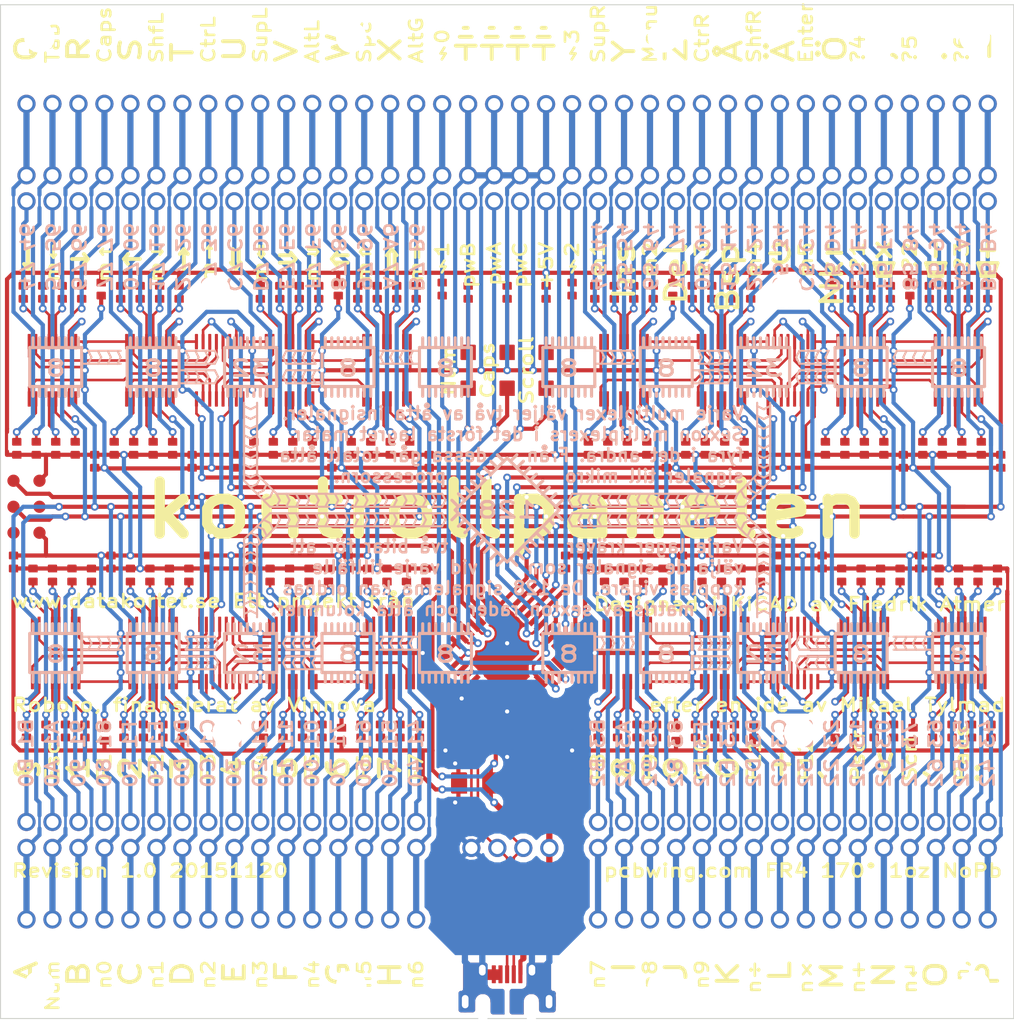
<source format=kicad_pcb>
(kicad_pcb (version 4) (host pcbnew 0.201512201246+6385~39~ubuntu15.10.1-stable)
  (layers (0 Front signal) (31 Back signal) (34 B.Paste user hide) (35 F.Paste user hide) (36 B.SilkS user hide) (37 F.SilkS user) (38 B.Mask user hide) (39 F.Mask user hide) (44 Edge.Cuts user))
  (net 0 "")
  (net 1 "Net-(J1-Pad3)")
  (net 2 "Net-(J1-Pad4)")
  (net 3 "Net-(J1-Pad5)")
  (net 4 "Net-(J1-Pad6)")
  (net 5 "Net-(J1-Pad7)")
  (net 6 "Net-(J1-Pad8)")
  (net 7 VCC)
  (net 8 GND)
  (net 9 "Net-(U1-Pad7)")
  (net 10 "Net-(U1-Pad9)")
  (net 11 "Net-(U10-Pad7)")
  (net 12 "Net-(U10-Pad9)")
  (net 13 "Net-(U11-Pad7)")
  (net 14 "Net-(U11-Pad9)")
  (net 15 "Net-(U12-Pad7)")
  (net 16 "Net-(U12-Pad9)")
  (net 17 "Net-(U17-Pad4)")
  (net 18 "Net-(U17-Pad3)")
  (net 19 "Net-(U17-Pad10)")
  (net 20 "Net-(U17-Pad12)")
  (net 21 "Net-(U17-Pad13)")
  (net 22 "Net-(U18-Pad6)")
  (net 23 "Net-(U18-Pad5)")
  (net 24 "Net-(U18-Pad4)")
  (net 25 "Net-(U18-Pad3)")
  (net 26 "Net-(U18-Pad10)")
  (net 27 "Net-(U18-Pad11)")
  (net 28 "Net-(U18-Pad12)")
  (net 29 "Net-(U18-Pad13)")
  (net 30 "Net-(U13-Pad7)")
  (net 31 "Net-(U13-Pad9)")
  (net 32 "Net-(U14-Pad7)")
  (net 33 "Net-(U14-Pad9)")
  (net 34 "Net-(U15-Pad7)")
  (net 35 "Net-(U15-Pad9)")
  (net 36 "Net-(U16-Pad7)")
  (net 37 "Net-(U16-Pad9)")
  (net 38 "Net-(U17-Pad6)")
  (net 39 "Net-(J1-Pad9)")
  (net 40 "Net-(J1-Pad11)")
  (net 41 "Net-(J1-Pad12)")
  (net 42 "Net-(J1-Pad13)")
  (net 43 "Net-(J1-Pad14)")
  (net 44 "Net-(J1-Pad15)")
  (net 45 "Net-(J1-Pad16)")
  (net 46 "Net-(J1-Pad17)")
  (net 47 "Net-(J1-Pad18)")
  (net 48 "Net-(J1-Pad19)")
  (net 49 "Net-(J1-Pad20)")
  (net 50 "Net-(J1-Pad21)")
  (net 51 "Net-(J1-Pad22)")
  (net 52 "Net-(J1-Pad23)")
  (net 53 "Net-(J1-Pad24)")
  (net 54 "Net-(J1-Pad25)")
  (net 55 "Net-(J1-Pad26)")
  (net 56 "Net-(J1-Pad27)")
  (net 57 "Net-(J1-Pad28)")
  (net 58 "Net-(J1-Pad29)")
  (net 59 "Net-(J1-Pad31)")
  (net 60 "Net-(J1-Pad32)")
  (net 61 "Net-(J1-Pad30)")
  (net 62 "Net-(U19-Pad4)")
  (net 63 "Net-(U19-Pad12)")
  (net 64 "Net-(J1-Pad10)")
  (net 65 "Net-(J3-Pad1)")
  (net 66 "Net-(J3-Pad2)")
  (net 67 "Net-(J3-Pad3)")
  (net 68 "Net-(J3-Pad4)")
  (net 69 "Net-(J3-Pad5)")
  (net 70 "Net-(J3-Pad6)")
  (net 71 "Net-(J3-Pad7)")
  (net 72 "Net-(J3-Pad8)")
  (net 73 "Net-(J3-Pad9)")
  (net 74 "Net-(J3-Pad10)")
  (net 75 "Net-(J3-Pad11)")
  (net 76 "Net-(J3-Pad12)")
  (net 77 "Net-(J3-Pad13)")
  (net 78 "Net-(J3-Pad14)")
  (net 79 "Net-(J3-Pad15)")
  (net 80 "Net-(J3-Pad16)")
  (net 81 "Net-(J3-Pad19)")
  (net 82 "Net-(J3-Pad20)")
  (net 83 "Net-(J3-Pad21)")
  (net 84 "Net-(J3-Pad22)")
  (net 85 "Net-(J3-Pad23)")
  (net 86 "Net-(J3-Pad24)")
  (net 87 "Net-(J3-Pad25)")
  (net 88 "Net-(J3-Pad26)")
  (net 89 "Net-(J3-Pad27)")
  (net 90 "Net-(J3-Pad28)")
  (net 91 "Net-(J3-Pad29)")
  (net 92 "Net-(J3-Pad30)")
  (net 93 "Net-(J3-Pad31)")
  (net 94 "Net-(J3-Pad32)")
  (net 95 "Net-(J4-Pad1)")
  (net 96 "Net-(J4-Pad2)")
  (net 97 "Net-(J4-Pad3)")
  (net 98 "Net-(J4-Pad4)")
  (net 99 "Net-(J4-Pad5)")
  (net 100 "Net-(J4-Pad6)")
  (net 101 "Net-(J4-Pad7)")
  (net 102 "Net-(J4-Pad8)")
  (net 103 "Net-(J4-Pad9)")
  (net 104 "Net-(J4-Pad10)")
  (net 105 "Net-(J4-Pad11)")
  (net 106 "Net-(J4-Pad12)")
  (net 107 "Net-(J4-Pad13)")
  (net 108 "Net-(J4-Pad14)")
  (net 109 "Net-(J4-Pad15)")
  (net 110 "Net-(J4-Pad16)")
  (net 111 "Net-(J4-Pad19)")
  (net 112 "Net-(J4-Pad20)")
  (net 113 "Net-(J4-Pad21)")
  (net 114 "Net-(J4-Pad22)")
  (net 115 "Net-(J4-Pad23)")
  (net 116 "Net-(J4-Pad24)")
  (net 117 "Net-(J4-Pad25)")
  (net 118 "Net-(J4-Pad26)")
  (net 119 "Net-(J4-Pad27)")
  (net 120 "Net-(J4-Pad28)")
  (net 121 "Net-(J4-Pad29)")
  (net 122 "Net-(J4-Pad30)")
  (net 123 "Net-(J4-Pad31)")
  (net 124 "Net-(J4-Pad32)")
  (net 125 "Net-(J5-Pad2)")
  (net 126 "Net-(J5-Pad3)")
  (net 127 "Net-(J1-Pad1)")
  (net 128 "Net-(J1-Pad2)")
  (net 129 "Net-(J3-Pad17)")
  (net 130 "Net-(J3-Pad18)")
  (net 131 "Net-(J4-Pad17)")
  (net 132 "Net-(J4-Pad18)")
  (net 133 /S0)
  (net 134 /S2)
  (net 135 "Net-(J2-Pad1)")
  (net 136 "Net-(J2-Pad2)")
  (net 137 "Net-(J2-Pad3)")
  (net 138 "Net-(J2-Pad4)")
  (net 139 "Net-(J2-Pad5)")
  (net 140 "Net-(J2-Pad6)")
  (net 141 "Net-(J2-Pad7)")
  (net 142 "Net-(J2-Pad8)")
  (net 143 "Net-(J2-Pad9)")
  (net 144 "Net-(J2-Pad10)")
  (net 145 "Net-(J2-Pad11)")
  (net 146 "Net-(J2-Pad12)")
  (net 147 "Net-(J2-Pad13)")
  (net 148 "Net-(J2-Pad14)")
  (net 149 "Net-(J2-Pad15)")
  (net 150 "Net-(J2-Pad16)")
  (net 151 "Net-(J2-Pad17)")
  (net 152 "Net-(J2-Pad18)")
  (net 153 "Net-(J2-Pad19)")
  (net 154 "Net-(J2-Pad20)")
  (net 155 "Net-(J2-Pad21)")
  (net 156 "Net-(J2-Pad22)")
  (net 157 "Net-(J2-Pad23)")
  (net 158 "Net-(J2-Pad24)")
  (net 159 "Net-(J2-Pad25)")
  (net 160 "Net-(J2-Pad26)")
  (net 161 "Net-(J2-Pad27)")
  (net 162 "Net-(J2-Pad28)")
  (net 163 "Net-(J2-Pad29)")
  (net 164 "Net-(J2-Pad30)")
  (net 165 "Net-(J2-Pad31)")
  (net 166 "Net-(J2-Pad32)")
  (net 167 "Net-(D201-Pad1)")
  (net 168 /PWMB)
  (net 169 "Net-(D202-Pad1)")
  (net 170 /PWMA)
  (net 171 "Net-(D203-Pad1)")
  (net 172 /PWMC)
  (net 173 /INT0)
  (net 174 /INT1)
  (net 175 /INT3)
  (net 176 /INT2)
  (net 177 "Net-(R202-Pad2)")
  (net 178 "Net-(R203-Pad2)")
  (net 179 /S1)
  (net 180 /S3)
  (net 181 /Y7)
  (net 182 /Y6)
  (net 183 /Y5)
  (net 184 /Y4)
  (net 185 /Y1)
  (net 186 /Y0)
  (net 187 /Y3)
  (net 188 /Y2)
  (net 189 "Net-(U201-Pad26)")
  (net 190 "Net-(C21-Pad1)")
  (net 191 "Net-(C202-Pad1)")
  (net 192 "Net-(C203-Pad1)")
  (net 193 "Net-(D201-Pad2)")
  (net 194 "Net-(D202-Pad2)")
  (net 195 "Net-(D203-Pad2)")
  (net 196 "Net-(J7-Pad5)")
  (net 197 "Net-(R201-Pad1)")
  (net 198 "Net-(U201-Pad24)")
  (module kontrollpanelen:Crystal_32x25mm_-_Abracon_ABM10 (layer Front) (at 79.375 102.5525)
    (fp_text reference X201 hide)
    (fp_text value 16MHz hide)
    (fp_poly (pts (xy -1.7 1.35) (xy -0.5 1.35) (xy -0.5 0.35) (xy -1.7 0.35)) (layer Front) (width 0.2))
    (fp_poly (pts (xy 1.7 1.35) (xy 0.5 1.35) (xy 0.5 0.35) (xy 1.7 0.35)) (layer Front) (width 0.2))
    (fp_poly (pts (xy 1.7 -1.35) (xy 0.5 -1.35) (xy 0.5 -0.35) (xy 1.7 -0.35)) (layer Front) (width 0.2))
    (fp_poly (pts (xy -1.7 -1.35) (xy -0.5 -1.35) (xy -0.5 -0.35) (xy -1.7 -0.35)) (layer Front) (width 0.2))
    (pad 1 smd rect (at -1.1 0.85) (size 1.2 1) (layers Front) (net 192 "Net-(C203-Pad1)"))
    (pad 2 smd rect (at 1.1 0.85) (size 1.2 1) (layers Front) (net 8 GND))
    (pad 3 smd rect (at 1.1 -0.85) (size 1.2 1) (layers Front) (net 191 "Net-(C202-Pad1)"))
    (pad 4 smd rect (at -1.1 -0.85) (size 1.2 1) (layers Front) (net 8 GND))
  )
  (module kontrollpanelen:Resistor_0603_-_Panasonic_ERJ (layer Front) (at 80.01 54.61 90)
    (fp_text reference R206 hide)
    (fp_text value 10kΩ hide)
    (fp_poly (pts (xy -0.9144 0.3556) (xy -0.9144 -0.3556) (xy -0.3556 -0.3556) (xy -0.3556 0.3556)) (layer Front) (width 0.2032))
    (fp_poly (pts (xy 0.9144 0.3556) (xy 0.9144 -0.3556) (xy 0.3556 -0.3556) (xy 0.3556 0.3556)) (layer Front) (width 0.2032))
    (pad 1 smd rect (at -0.635 0 90) (size 0.4572 0.7112) (layers Front) (net 171 "Net-(D203-Pad1)"))
    (pad 2 smd rect (at 0.635 0 90) (size 0.4572 0.7112) (layers Front) (net 7 VCC))
  )
  (module kontrollpanelen:Resistor_0603_-_Panasonic_ERJ (layer Front) (at 76.2 54.61 90)
    (fp_text reference R205 hide)
    (fp_text value 10kΩ hide)
    (fp_poly (pts (xy -0.9144 0.3556) (xy -0.9144 -0.3556) (xy -0.3556 -0.3556) (xy -0.3556 0.3556)) (layer Front) (width 0.2032))
    (fp_poly (pts (xy 0.9144 0.3556) (xy 0.9144 -0.3556) (xy 0.3556 -0.3556) (xy 0.3556 0.3556)) (layer Front) (width 0.2032))
    (pad 1 smd rect (at -0.635 0 90) (size 0.4572 0.7112) (layers Front) (net 169 "Net-(D202-Pad1)"))
    (pad 2 smd rect (at 0.635 0 90) (size 0.4572 0.7112) (layers Front) (net 7 VCC))
  )
  (module kontrollpanelen:Resistor_0603_-_Panasonic_ERJ (layer Front) (at 72.39 54.61 90)
    (fp_text reference R204 hide)
    (fp_text value 10kΩ hide)
    (fp_poly (pts (xy -0.9144 0.3556) (xy -0.9144 -0.3556) (xy -0.3556 -0.3556) (xy -0.3556 0.3556)) (layer Front) (width 0.2032))
    (fp_poly (pts (xy 0.9144 0.3556) (xy 0.9144 -0.3556) (xy 0.3556 -0.3556) (xy 0.3556 0.3556)) (layer Front) (width 0.2032))
    (pad 1 smd rect (at -0.635 0 90) (size 0.4572 0.7112) (layers Front) (net 167 "Net-(D201-Pad1)"))
    (pad 2 smd rect (at 0.635 0 90) (size 0.4572 0.7112) (layers Front) (net 7 VCC))
  )
  (module kontrollpanelen:Resistor_0603_-_Panasonic_ERJ (layer Front) (at 72.0725 98.7425 90)
    (fp_text reference R203 hide)
    (fp_text value 22Ω hide)
    (fp_poly (pts (xy -0.9144 0.3556) (xy -0.9144 -0.3556) (xy -0.3556 -0.3556) (xy -0.3556 0.3556)) (layer Front) (width 0.2032))
    (fp_poly (pts (xy 0.9144 0.3556) (xy 0.9144 -0.3556) (xy 0.3556 -0.3556) (xy 0.3556 0.3556)) (layer Front) (width 0.2032))
    (pad 1 smd rect (at -0.635 0 90) (size 0.4572 0.7112) (layers Front) (net 126 "Net-(J5-Pad3)"))
    (pad 2 smd rect (at 0.635 0 90) (size 0.4572 0.7112) (layers Front) (net 178 "Net-(R203-Pad2)"))
  )
  (module kontrollpanelen:Resistor_0603_-_Panasonic_ERJ (layer Front) (at 73.9775 98.7425 90)
    (fp_text reference R202 hide)
    (fp_text value 22Ω hide)
    (fp_poly (pts (xy -0.9144 0.3556) (xy -0.9144 -0.3556) (xy -0.3556 -0.3556) (xy -0.3556 0.3556)) (layer Front) (width 0.2032))
    (fp_poly (pts (xy 0.9144 0.3556) (xy 0.9144 -0.3556) (xy 0.3556 -0.3556) (xy 0.3556 0.3556)) (layer Front) (width 0.2032))
    (pad 1 smd rect (at -0.635 0 90) (size 0.4572 0.7112) (layers Front) (net 125 "Net-(J5-Pad2)"))
    (pad 2 smd rect (at 0.635 0 90) (size 0.4572 0.7112) (layers Front) (net 177 "Net-(R202-Pad2)"))
  )
  (module kontrollpanelen:Resistor_0603_-_Panasonic_ERJ (layer Front) (at 81.915 80.9625 90)
    (fp_text reference R201 hide)
    (fp_text value 10kΩ hide)
    (fp_poly (pts (xy -0.9144 0.3556) (xy -0.9144 -0.3556) (xy -0.3556 -0.3556) (xy -0.3556 0.3556)) (layer Front) (width 0.2032))
    (fp_poly (pts (xy 0.9144 0.3556) (xy 0.9144 -0.3556) (xy 0.3556 -0.3556) (xy 0.3556 0.3556)) (layer Front) (width 0.2032))
    (pad 1 smd rect (at -0.635 0 90) (size 0.4572 0.7112) (layers Front) (net 197 "Net-(R201-Pad1)"))
    (pad 2 smd rect (at 0.635 0 90) (size 0.4572 0.7112) (layers Front) (net 8 GND))
  )
  (module kontrollpanelen:Resistor_0603_-_Panasonic_ERJ (layer Front) (at 34.6075 54.61 90)
    (fp_text reference R4 hide)
    (fp_text value 22MΩ hide)
    (fp_poly (pts (xy -0.9144 0.3556) (xy -0.9144 -0.3556) (xy -0.3556 -0.3556) (xy -0.3556 0.3556)) (layer Front) (width 0.2032))
    (fp_poly (pts (xy 0.9144 0.3556) (xy 0.9144 -0.3556) (xy 0.3556 -0.3556) (xy 0.3556 0.3556)) (layer Front) (width 0.2032))
    (pad 1 smd rect (at -0.635 0 90) (size 0.4572 0.7112) (layers Front) (net 6 "Net-(J1-Pad8)"))
    (pad 2 smd rect (at 0.635 0 90) (size 0.4572 0.7112) (layers Front) (net 7 VCC))
  )
  (module kontrollpanelen:Resistor_0603_-_Panasonic_ERJ (layer Front) (at 28.2575 69.85 270)
    (fp_text reference R33 hide)
    (fp_text value 22MΩ hide)
    (fp_poly (pts (xy -0.9144 0.3556) (xy -0.9144 -0.3556) (xy -0.3556 -0.3556) (xy -0.3556 0.3556)) (layer Front) (width 0.2032))
    (fp_poly (pts (xy 0.9144 0.3556) (xy 0.9144 -0.3556) (xy 0.3556 -0.3556) (xy 0.3556 0.3556)) (layer Front) (width 0.2032))
    (pad 1 smd rect (at -0.635 0 270) (size 0.4572 0.7112) (layers Front) (net 127 "Net-(J1-Pad1)"))
    (pad 2 smd rect (at 0.635 0 270) (size 0.4572 0.7112) (layers Front) (net 7 VCC))
  )
  (module kontrollpanelen:Resistor_0603_-_Panasonic_ERJ (layer Front) (at 44.1325 54.61 90)
    (fp_text reference R8 hide)
    (fp_text value 22MΩ hide)
    (fp_poly (pts (xy -0.9144 0.3556) (xy -0.9144 -0.3556) (xy -0.3556 -0.3556) (xy -0.3556 0.3556)) (layer Front) (width 0.2032))
    (fp_poly (pts (xy 0.9144 0.3556) (xy 0.9144 -0.3556) (xy 0.3556 -0.3556) (xy 0.3556 0.3556)) (layer Front) (width 0.2032))
    (pad 1 smd rect (at -0.635 0 90) (size 0.4572 0.7112) (layers Front) (net 45 "Net-(J1-Pad16)"))
    (pad 2 smd rect (at 0.635 0 90) (size 0.4572 0.7112) (layers Front) (net 7 VCC))
  )
  (module kontrollpanelen:Resistor_0603_-_Panasonic_ERJ (layer Front) (at 37.7825 69.85 270)
    (fp_text reference R37 hide)
    (fp_text value 22MΩ hide)
    (fp_poly (pts (xy -0.9144 0.3556) (xy -0.9144 -0.3556) (xy -0.3556 -0.3556) (xy -0.3556 0.3556)) (layer Front) (width 0.2032))
    (fp_poly (pts (xy 0.9144 0.3556) (xy 0.9144 -0.3556) (xy 0.3556 -0.3556) (xy 0.3556 0.3556)) (layer Front) (width 0.2032))
    (pad 1 smd rect (at -0.635 0 270) (size 0.4572 0.7112) (layers Front) (net 39 "Net-(J1-Pad9)"))
    (pad 2 smd rect (at 0.635 0 270) (size 0.4572 0.7112) (layers Front) (net 7 VCC))
  )
  (module kontrollpanelen:Resistor_0603_-_Panasonic_ERJ (layer Front) (at 57.785 54.61 90)
    (fp_text reference R12 hide)
    (fp_text value 22MΩ hide)
    (fp_poly (pts (xy -0.9144 0.3556) (xy -0.9144 -0.3556) (xy -0.3556 -0.3556) (xy -0.3556 0.3556)) (layer Front) (width 0.2032))
    (fp_poly (pts (xy 0.9144 0.3556) (xy 0.9144 -0.3556) (xy 0.3556 -0.3556) (xy 0.3556 0.3556)) (layer Front) (width 0.2032))
    (pad 1 smd rect (at -0.635 0 90) (size 0.4572 0.7112) (layers Front) (net 53 "Net-(J1-Pad24)"))
    (pad 2 smd rect (at 0.635 0 90) (size 0.4572 0.7112) (layers Front) (net 7 VCC))
  )
  (module kontrollpanelen:Resistor_0603_-_Panasonic_ERJ (layer Front) (at 51.435 69.85 270)
    (fp_text reference R41 hide)
    (fp_text value 22MΩ hide)
    (fp_poly (pts (xy -0.9144 0.3556) (xy -0.9144 -0.3556) (xy -0.3556 -0.3556) (xy -0.3556 0.3556)) (layer Front) (width 0.2032))
    (fp_poly (pts (xy 0.9144 0.3556) (xy 0.9144 -0.3556) (xy 0.3556 -0.3556) (xy 0.3556 0.3556)) (layer Front) (width 0.2032))
    (pad 1 smd rect (at -0.635 0 270) (size 0.4572 0.7112) (layers Front) (net 46 "Net-(J1-Pad17)"))
    (pad 2 smd rect (at 0.635 0 270) (size 0.4572 0.7112) (layers Front) (net 7 VCC))
  )
  (module kontrollpanelen:Resistor_0603_-_Panasonic_ERJ (layer Front) (at 67.31 54.61 90)
    (fp_text reference R16 hide)
    (fp_text value 22MΩ hide)
    (fp_poly (pts (xy -0.9144 0.3556) (xy -0.9144 -0.3556) (xy -0.3556 -0.3556) (xy -0.3556 0.3556)) (layer Front) (width 0.2032))
    (fp_poly (pts (xy 0.9144 0.3556) (xy 0.9144 -0.3556) (xy 0.3556 -0.3556) (xy 0.3556 0.3556)) (layer Front) (width 0.2032))
    (pad 1 smd rect (at -0.635 0 90) (size 0.4572 0.7112) (layers Front) (net 60 "Net-(J1-Pad32)"))
    (pad 2 smd rect (at 0.635 0 90) (size 0.4572 0.7112) (layers Front) (net 7 VCC))
  )
  (module kontrollpanelen:Resistor_0603_-_Panasonic_ERJ (layer Front) (at 60.96 69.85 270)
    (fp_text reference R45 hide)
    (fp_text value 22MΩ hide)
    (fp_poly (pts (xy -0.9144 0.3556) (xy -0.9144 -0.3556) (xy -0.3556 -0.3556) (xy -0.3556 0.3556)) (layer Front) (width 0.2032))
    (fp_poly (pts (xy 0.9144 0.3556) (xy 0.9144 -0.3556) (xy 0.3556 -0.3556) (xy 0.3556 0.3556)) (layer Front) (width 0.2032))
    (pad 1 smd rect (at -0.635 0 270) (size 0.4572 0.7112) (layers Front) (net 54 "Net-(J1-Pad25)"))
    (pad 2 smd rect (at 0.635 0 270) (size 0.4572 0.7112) (layers Front) (net 7 VCC))
  )
  (module kontrollpanelen:Resistor_0603_-_Panasonic_ERJ (layer Front) (at 84.7725 54.61 90)
    (fp_text reference R17 hide)
    (fp_text value 22MΩ hide)
    (fp_poly (pts (xy -0.9144 0.3556) (xy -0.9144 -0.3556) (xy -0.3556 -0.3556) (xy -0.3556 0.3556)) (layer Front) (width 0.2032))
    (fp_poly (pts (xy 0.9144 0.3556) (xy 0.9144 -0.3556) (xy 0.3556 -0.3556) (xy 0.3556 0.3556)) (layer Front) (width 0.2032))
    (pad 1 smd rect (at -0.635 0 90) (size 0.4572 0.7112) (layers Front) (net 136 "Net-(J2-Pad2)"))
    (pad 2 smd rect (at 0.635 0 90) (size 0.4572 0.7112) (layers Front) (net 7 VCC))
  )
  (module kontrollpanelen:Resistor_0603_-_Panasonic_ERJ (layer Front) (at 84.1375 69.85 270)
    (fp_text reference R49 hide)
    (fp_text value 22MΩ hide)
    (fp_poly (pts (xy -0.9144 0.3556) (xy -0.9144 -0.3556) (xy -0.3556 -0.3556) (xy -0.3556 0.3556)) (layer Front) (width 0.2032))
    (fp_poly (pts (xy 0.9144 0.3556) (xy 0.9144 -0.3556) (xy 0.3556 -0.3556) (xy 0.3556 0.3556)) (layer Front) (width 0.2032))
    (pad 1 smd rect (at -0.635 0 270) (size 0.4572 0.7112) (layers Front) (net 135 "Net-(J2-Pad1)"))
    (pad 2 smd rect (at 0.635 0 270) (size 0.4572 0.7112) (layers Front) (net 7 VCC))
  )
  (module kontrollpanelen:Resistor_0603_-_Panasonic_ERJ (layer Front) (at 100.0125 54.61 90)
    (fp_text reference R24 hide)
    (fp_text value 22MΩ hide)
    (fp_poly (pts (xy -0.9144 0.3556) (xy -0.9144 -0.3556) (xy -0.3556 -0.3556) (xy -0.3556 0.3556)) (layer Front) (width 0.2032))
    (fp_poly (pts (xy 0.9144 0.3556) (xy 0.9144 -0.3556) (xy 0.3556 -0.3556) (xy 0.3556 0.3556)) (layer Front) (width 0.2032))
    (pad 1 smd rect (at -0.635 0 90) (size 0.4572 0.7112) (layers Front) (net 150 "Net-(J2-Pad16)"))
    (pad 2 smd rect (at 0.635 0 90) (size 0.4572 0.7112) (layers Front) (net 7 VCC))
  )
  (module kontrollpanelen:Resistor_0603_-_Panasonic_ERJ (layer Front) (at 93.6625 69.85 270)
    (fp_text reference R53 hide)
    (fp_text value 22MΩ hide)
    (fp_poly (pts (xy -0.9144 0.3556) (xy -0.9144 -0.3556) (xy -0.3556 -0.3556) (xy -0.3556 0.3556)) (layer Front) (width 0.2032))
    (fp_poly (pts (xy 0.9144 0.3556) (xy 0.9144 -0.3556) (xy 0.3556 -0.3556) (xy 0.3556 0.3556)) (layer Front) (width 0.2032))
    (pad 1 smd rect (at -0.635 0 270) (size 0.4572 0.7112) (layers Front) (net 143 "Net-(J2-Pad9)"))
    (pad 2 smd rect (at 0.635 0 270) (size 0.4572 0.7112) (layers Front) (net 7 VCC))
  )
  (module kontrollpanelen:Resistor_0603_-_Panasonic_ERJ (layer Front) (at 113.665 54.61 90)
    (fp_text reference R28 hide)
    (fp_text value 22MΩ hide)
    (fp_poly (pts (xy -0.9144 0.3556) (xy -0.9144 -0.3556) (xy -0.3556 -0.3556) (xy -0.3556 0.3556)) (layer Front) (width 0.2032))
    (fp_poly (pts (xy 0.9144 0.3556) (xy 0.9144 -0.3556) (xy 0.3556 -0.3556) (xy 0.3556 0.3556)) (layer Front) (width 0.2032))
    (pad 1 smd rect (at -0.635 0 90) (size 0.4572 0.7112) (layers Front) (net 158 "Net-(J2-Pad24)"))
    (pad 2 smd rect (at 0.635 0 90) (size 0.4572 0.7112) (layers Front) (net 7 VCC))
  )
  (module kontrollpanelen:Resistor_0603_-_Panasonic_ERJ (layer Front) (at 107.315 69.85 270)
    (fp_text reference R57 hide)
    (fp_text value 22MΩ hide)
    (fp_poly (pts (xy -0.9144 0.3556) (xy -0.9144 -0.3556) (xy -0.3556 -0.3556) (xy -0.3556 0.3556)) (layer Front) (width 0.2032))
    (fp_poly (pts (xy 0.9144 0.3556) (xy 0.9144 -0.3556) (xy 0.3556 -0.3556) (xy 0.3556 0.3556)) (layer Front) (width 0.2032))
    (pad 1 smd rect (at -0.635 0 270) (size 0.4572 0.7112) (layers Front) (net 151 "Net-(J2-Pad17)"))
    (pad 2 smd rect (at 0.635 0 270) (size 0.4572 0.7112) (layers Front) (net 7 VCC))
  )
  (module kontrollpanelen:Resistor_0603_-_Panasonic_ERJ (layer Front) (at 123.19 54.61 90)
    (fp_text reference R32 hide)
    (fp_text value 22MΩ hide)
    (fp_poly (pts (xy -0.9144 0.3556) (xy -0.9144 -0.3556) (xy -0.3556 -0.3556) (xy -0.3556 0.3556)) (layer Front) (width 0.2032))
    (fp_poly (pts (xy 0.9144 0.3556) (xy 0.9144 -0.3556) (xy 0.3556 -0.3556) (xy 0.3556 0.3556)) (layer Front) (width 0.2032))
    (pad 1 smd rect (at -0.635 0 90) (size 0.4572 0.7112) (layers Front) (net 166 "Net-(J2-Pad32)"))
    (pad 2 smd rect (at 0.635 0 90) (size 0.4572 0.7112) (layers Front) (net 7 VCC))
  )
  (module kontrollpanelen:Resistor_0603_-_Panasonic_ERJ (layer Front) (at 116.84 69.85 270)
    (fp_text reference R61 hide)
    (fp_text value 22MΩ hide)
    (fp_poly (pts (xy -0.9144 0.3556) (xy -0.9144 -0.3556) (xy -0.3556 -0.3556) (xy -0.3556 0.3556)) (layer Front) (width 0.2032))
    (fp_poly (pts (xy 0.9144 0.3556) (xy 0.9144 -0.3556) (xy 0.3556 -0.3556) (xy 0.3556 0.3556)) (layer Front) (width 0.2032))
    (pad 1 smd rect (at -0.635 0 270) (size 0.4572 0.7112) (layers Front) (net 159 "Net-(J2-Pad25)"))
    (pad 2 smd rect (at 0.635 0 270) (size 0.4572 0.7112) (layers Front) (net 7 VCC))
  )
  (module kontrollpanelen:Resistor_0603_-_Panasonic_ERJ (layer Front) (at 32.7025 54.61 90)
    (fp_text reference R3 hide)
    (fp_text value 22MΩ hide)
    (fp_poly (pts (xy -0.9144 0.3556) (xy -0.9144 -0.3556) (xy -0.3556 -0.3556) (xy -0.3556 0.3556)) (layer Front) (width 0.2032))
    (fp_poly (pts (xy 0.9144 0.3556) (xy 0.9144 -0.3556) (xy 0.3556 -0.3556) (xy 0.3556 0.3556)) (layer Front) (width 0.2032))
    (pad 1 smd rect (at -0.635 0 90) (size 0.4572 0.7112) (layers Front) (net 4 "Net-(J1-Pad6)"))
    (pad 2 smd rect (at 0.635 0 90) (size 0.4572 0.7112) (layers Front) (net 7 VCC))
  )
  (module kontrollpanelen:Resistor_0603_-_Panasonic_ERJ (layer Front) (at 30.1625 69.85 270)
    (fp_text reference R34 hide)
    (fp_text value 22MΩ hide)
    (fp_poly (pts (xy -0.9144 0.3556) (xy -0.9144 -0.3556) (xy -0.3556 -0.3556) (xy -0.3556 0.3556)) (layer Front) (width 0.2032))
    (fp_poly (pts (xy 0.9144 0.3556) (xy 0.9144 -0.3556) (xy 0.3556 -0.3556) (xy 0.3556 0.3556)) (layer Front) (width 0.2032))
    (pad 1 smd rect (at -0.635 0 270) (size 0.4572 0.7112) (layers Front) (net 1 "Net-(J1-Pad3)"))
    (pad 2 smd rect (at 0.635 0 270) (size 0.4572 0.7112) (layers Front) (net 7 VCC))
  )
  (module kontrollpanelen:Resistor_0603_-_Panasonic_ERJ (layer Front) (at 42.2275 54.61 90)
    (fp_text reference R7 hide)
    (fp_text value 22MΩ hide)
    (fp_poly (pts (xy -0.9144 0.3556) (xy -0.9144 -0.3556) (xy -0.3556 -0.3556) (xy -0.3556 0.3556)) (layer Front) (width 0.2032))
    (fp_poly (pts (xy 0.9144 0.3556) (xy 0.9144 -0.3556) (xy 0.3556 -0.3556) (xy 0.3556 0.3556)) (layer Front) (width 0.2032))
    (pad 1 smd rect (at -0.635 0 90) (size 0.4572 0.7112) (layers Front) (net 43 "Net-(J1-Pad14)"))
    (pad 2 smd rect (at 0.635 0 90) (size 0.4572 0.7112) (layers Front) (net 7 VCC))
  )
  (module kontrollpanelen:Resistor_0603_-_Panasonic_ERJ (layer Front) (at 39.6875 69.85 270)
    (fp_text reference R38 hide)
    (fp_text value 22MΩ hide)
    (fp_poly (pts (xy -0.9144 0.3556) (xy -0.9144 -0.3556) (xy -0.3556 -0.3556) (xy -0.3556 0.3556)) (layer Front) (width 0.2032))
    (fp_poly (pts (xy 0.9144 0.3556) (xy 0.9144 -0.3556) (xy 0.3556 -0.3556) (xy 0.3556 0.3556)) (layer Front) (width 0.2032))
    (pad 1 smd rect (at -0.635 0 270) (size 0.4572 0.7112) (layers Front) (net 40 "Net-(J1-Pad11)"))
    (pad 2 smd rect (at 0.635 0 270) (size 0.4572 0.7112) (layers Front) (net 7 VCC))
  )
  (module kontrollpanelen:Resistor_0603_-_Panasonic_ERJ (layer Front) (at 55.88 54.61 90)
    (fp_text reference R11 hide)
    (fp_text value 22MΩ hide)
    (fp_poly (pts (xy -0.9144 0.3556) (xy -0.9144 -0.3556) (xy -0.3556 -0.3556) (xy -0.3556 0.3556)) (layer Front) (width 0.2032))
    (fp_poly (pts (xy 0.9144 0.3556) (xy 0.9144 -0.3556) (xy 0.3556 -0.3556) (xy 0.3556 0.3556)) (layer Front) (width 0.2032))
    (pad 1 smd rect (at -0.635 0 90) (size 0.4572 0.7112) (layers Front) (net 51 "Net-(J1-Pad22)"))
    (pad 2 smd rect (at 0.635 0 90) (size 0.4572 0.7112) (layers Front) (net 7 VCC))
  )
  (module kontrollpanelen:Resistor_0603_-_Panasonic_ERJ (layer Front) (at 53.34 69.85 270)
    (fp_text reference R42 hide)
    (fp_text value 22MΩ hide)
    (fp_poly (pts (xy -0.9144 0.3556) (xy -0.9144 -0.3556) (xy -0.3556 -0.3556) (xy -0.3556 0.3556)) (layer Front) (width 0.2032))
    (fp_poly (pts (xy 0.9144 0.3556) (xy 0.9144 -0.3556) (xy 0.3556 -0.3556) (xy 0.3556 0.3556)) (layer Front) (width 0.2032))
    (pad 1 smd rect (at -0.635 0 270) (size 0.4572 0.7112) (layers Front) (net 48 "Net-(J1-Pad19)"))
    (pad 2 smd rect (at 0.635 0 270) (size 0.4572 0.7112) (layers Front) (net 7 VCC))
  )
  (module kontrollpanelen:Resistor_0603_-_Panasonic_ERJ (layer Front) (at 65.405 54.61 90)
    (fp_text reference R15 hide)
    (fp_text value 22MΩ hide)
    (fp_poly (pts (xy -0.9144 0.3556) (xy -0.9144 -0.3556) (xy -0.3556 -0.3556) (xy -0.3556 0.3556)) (layer Front) (width 0.2032))
    (fp_poly (pts (xy 0.9144 0.3556) (xy 0.9144 -0.3556) (xy 0.3556 -0.3556) (xy 0.3556 0.3556)) (layer Front) (width 0.2032))
    (pad 1 smd rect (at -0.635 0 90) (size 0.4572 0.7112) (layers Front) (net 61 "Net-(J1-Pad30)"))
    (pad 2 smd rect (at 0.635 0 90) (size 0.4572 0.7112) (layers Front) (net 7 VCC))
  )
  (module kontrollpanelen:Resistor_0603_-_Panasonic_ERJ (layer Front) (at 62.865 69.85 270)
    (fp_text reference R46 hide)
    (fp_text value 22MΩ hide)
    (fp_poly (pts (xy -0.9144 0.3556) (xy -0.9144 -0.3556) (xy -0.3556 -0.3556) (xy -0.3556 0.3556)) (layer Front) (width 0.2032))
    (fp_poly (pts (xy 0.9144 0.3556) (xy 0.9144 -0.3556) (xy 0.3556 -0.3556) (xy 0.3556 0.3556)) (layer Front) (width 0.2032))
    (pad 1 smd rect (at -0.635 0 270) (size 0.4572 0.7112) (layers Front) (net 56 "Net-(J1-Pad27)"))
    (pad 2 smd rect (at 0.635 0 270) (size 0.4572 0.7112) (layers Front) (net 7 VCC))
  )
  (module kontrollpanelen:Resistor_0603_-_Panasonic_ERJ (layer Front) (at 86.6775 54.61 90)
    (fp_text reference R18 hide)
    (fp_text value 22MΩ hide)
    (fp_poly (pts (xy -0.9144 0.3556) (xy -0.9144 -0.3556) (xy -0.3556 -0.3556) (xy -0.3556 0.3556)) (layer Front) (width 0.2032))
    (fp_poly (pts (xy 0.9144 0.3556) (xy 0.9144 -0.3556) (xy 0.3556 -0.3556) (xy 0.3556 0.3556)) (layer Front) (width 0.2032))
    (pad 1 smd rect (at -0.635 0 90) (size 0.4572 0.7112) (layers Front) (net 138 "Net-(J2-Pad4)"))
    (pad 2 smd rect (at 0.635 0 90) (size 0.4572 0.7112) (layers Front) (net 7 VCC))
  )
  (module kontrollpanelen:Resistor_0603_-_Panasonic_ERJ (layer Front) (at 86.0425 69.85 270)
    (fp_text reference R50 hide)
    (fp_text value 22MΩ hide)
    (fp_poly (pts (xy -0.9144 0.3556) (xy -0.9144 -0.3556) (xy -0.3556 -0.3556) (xy -0.3556 0.3556)) (layer Front) (width 0.2032))
    (fp_poly (pts (xy 0.9144 0.3556) (xy 0.9144 -0.3556) (xy 0.3556 -0.3556) (xy 0.3556 0.3556)) (layer Front) (width 0.2032))
    (pad 1 smd rect (at -0.635 0 270) (size 0.4572 0.7112) (layers Front) (net 137 "Net-(J2-Pad3)"))
    (pad 2 smd rect (at 0.635 0 270) (size 0.4572 0.7112) (layers Front) (net 7 VCC))
  )
  (module kontrollpanelen:Resistor_0603_-_Panasonic_ERJ (layer Front) (at 98.1075 54.61 90)
    (fp_text reference R23 hide)
    (fp_text value 22MΩ hide)
    (fp_poly (pts (xy -0.9144 0.3556) (xy -0.9144 -0.3556) (xy -0.3556 -0.3556) (xy -0.3556 0.3556)) (layer Front) (width 0.2032))
    (fp_poly (pts (xy 0.9144 0.3556) (xy 0.9144 -0.3556) (xy 0.3556 -0.3556) (xy 0.3556 0.3556)) (layer Front) (width 0.2032))
    (pad 1 smd rect (at -0.635 0 90) (size 0.4572 0.7112) (layers Front) (net 148 "Net-(J2-Pad14)"))
    (pad 2 smd rect (at 0.635 0 90) (size 0.4572 0.7112) (layers Front) (net 7 VCC))
  )
  (module kontrollpanelen:Resistor_0603_-_Panasonic_ERJ (layer Front) (at 95.5675 69.85 270)
    (fp_text reference R54 hide)
    (fp_text value 22MΩ hide)
    (fp_poly (pts (xy -0.9144 0.3556) (xy -0.9144 -0.3556) (xy -0.3556 -0.3556) (xy -0.3556 0.3556)) (layer Front) (width 0.2032))
    (fp_poly (pts (xy 0.9144 0.3556) (xy 0.9144 -0.3556) (xy 0.3556 -0.3556) (xy 0.3556 0.3556)) (layer Front) (width 0.2032))
    (pad 1 smd rect (at -0.635 0 270) (size 0.4572 0.7112) (layers Front) (net 145 "Net-(J2-Pad11)"))
    (pad 2 smd rect (at 0.635 0 270) (size 0.4572 0.7112) (layers Front) (net 7 VCC))
  )
  (module kontrollpanelen:Resistor_0603_-_Panasonic_ERJ (layer Front) (at 111.76 54.61 90)
    (fp_text reference R27 hide)
    (fp_text value 22MΩ hide)
    (fp_poly (pts (xy -0.9144 0.3556) (xy -0.9144 -0.3556) (xy -0.3556 -0.3556) (xy -0.3556 0.3556)) (layer Front) (width 0.2032))
    (fp_poly (pts (xy 0.9144 0.3556) (xy 0.9144 -0.3556) (xy 0.3556 -0.3556) (xy 0.3556 0.3556)) (layer Front) (width 0.2032))
    (pad 1 smd rect (at -0.635 0 90) (size 0.4572 0.7112) (layers Front) (net 156 "Net-(J2-Pad22)"))
    (pad 2 smd rect (at 0.635 0 90) (size 0.4572 0.7112) (layers Front) (net 7 VCC))
  )
  (module kontrollpanelen:Resistor_0603_-_Panasonic_ERJ (layer Front) (at 109.22 69.85 270)
    (fp_text reference R58 hide)
    (fp_text value 22MΩ hide)
    (fp_poly (pts (xy -0.9144 0.3556) (xy -0.9144 -0.3556) (xy -0.3556 -0.3556) (xy -0.3556 0.3556)) (layer Front) (width 0.2032))
    (fp_poly (pts (xy 0.9144 0.3556) (xy 0.9144 -0.3556) (xy 0.3556 -0.3556) (xy 0.3556 0.3556)) (layer Front) (width 0.2032))
    (pad 1 smd rect (at -0.635 0 270) (size 0.4572 0.7112) (layers Front) (net 153 "Net-(J2-Pad19)"))
    (pad 2 smd rect (at 0.635 0 270) (size 0.4572 0.7112) (layers Front) (net 7 VCC))
  )
  (module kontrollpanelen:Resistor_0603_-_Panasonic_ERJ (layer Front) (at 121.285 54.61 90)
    (fp_text reference R31 hide)
    (fp_text value 22MΩ hide)
    (fp_poly (pts (xy -0.9144 0.3556) (xy -0.9144 -0.3556) (xy -0.3556 -0.3556) (xy -0.3556 0.3556)) (layer Front) (width 0.2032))
    (fp_poly (pts (xy 0.9144 0.3556) (xy 0.9144 -0.3556) (xy 0.3556 -0.3556) (xy 0.3556 0.3556)) (layer Front) (width 0.2032))
    (pad 1 smd rect (at -0.635 0 90) (size 0.4572 0.7112) (layers Front) (net 164 "Net-(J2-Pad30)"))
    (pad 2 smd rect (at 0.635 0 90) (size 0.4572 0.7112) (layers Front) (net 7 VCC))
  )
  (module kontrollpanelen:Resistor_0603_-_Panasonic_ERJ (layer Front) (at 118.745 69.85 270)
    (fp_text reference R62 hide)
    (fp_text value 22MΩ hide)
    (fp_poly (pts (xy -0.9144 0.3556) (xy -0.9144 -0.3556) (xy -0.3556 -0.3556) (xy -0.3556 0.3556)) (layer Front) (width 0.2032))
    (fp_poly (pts (xy 0.9144 0.3556) (xy 0.9144 -0.3556) (xy 0.3556 -0.3556) (xy 0.3556 0.3556)) (layer Front) (width 0.2032))
    (pad 1 smd rect (at -0.635 0 270) (size 0.4572 0.7112) (layers Front) (net 161 "Net-(J2-Pad27)"))
    (pad 2 smd rect (at 0.635 0 270) (size 0.4572 0.7112) (layers Front) (net 7 VCC))
  )
  (module kontrollpanelen:Resistor_0603_-_Panasonic_ERJ (layer Front) (at 30.7975 54.61 90)
    (fp_text reference R2 hide)
    (fp_text value 22MΩ hide)
    (fp_poly (pts (xy -0.9144 0.3556) (xy -0.9144 -0.3556) (xy -0.3556 -0.3556) (xy -0.3556 0.3556)) (layer Front) (width 0.2032))
    (fp_poly (pts (xy 0.9144 0.3556) (xy 0.9144 -0.3556) (xy 0.3556 -0.3556) (xy 0.3556 0.3556)) (layer Front) (width 0.2032))
    (pad 1 smd rect (at -0.635 0 90) (size 0.4572 0.7112) (layers Front) (net 2 "Net-(J1-Pad4)"))
    (pad 2 smd rect (at 0.635 0 90) (size 0.4572 0.7112) (layers Front) (net 7 VCC))
  )
  (module kontrollpanelen:Resistor_0603_-_Panasonic_ERJ (layer Front) (at 32.0675 69.85 270)
    (fp_text reference R35 hide)
    (fp_text value 22MΩ hide)
    (fp_poly (pts (xy -0.9144 0.3556) (xy -0.9144 -0.3556) (xy -0.3556 -0.3556) (xy -0.3556 0.3556)) (layer Front) (width 0.2032))
    (fp_poly (pts (xy 0.9144 0.3556) (xy 0.9144 -0.3556) (xy 0.3556 -0.3556) (xy 0.3556 0.3556)) (layer Front) (width 0.2032))
    (pad 1 smd rect (at -0.635 0 270) (size 0.4572 0.7112) (layers Front) (net 3 "Net-(J1-Pad5)"))
    (pad 2 smd rect (at 0.635 0 270) (size 0.4572 0.7112) (layers Front) (net 7 VCC))
  )
  (module kontrollpanelen:Resistor_0603_-_Panasonic_ERJ (layer Front) (at 40.3225 54.61 90)
    (fp_text reference R6 hide)
    (fp_text value 22MΩ hide)
    (fp_poly (pts (xy -0.9144 0.3556) (xy -0.9144 -0.3556) (xy -0.3556 -0.3556) (xy -0.3556 0.3556)) (layer Front) (width 0.2032))
    (fp_poly (pts (xy 0.9144 0.3556) (xy 0.9144 -0.3556) (xy 0.3556 -0.3556) (xy 0.3556 0.3556)) (layer Front) (width 0.2032))
    (pad 1 smd rect (at -0.635 0 90) (size 0.4572 0.7112) (layers Front) (net 41 "Net-(J1-Pad12)"))
    (pad 2 smd rect (at 0.635 0 90) (size 0.4572 0.7112) (layers Front) (net 7 VCC))
  )
  (module kontrollpanelen:Resistor_0603_-_Panasonic_ERJ (layer Front) (at 41.5925 69.85 270)
    (fp_text reference R39 hide)
    (fp_text value 22MΩ hide)
    (fp_poly (pts (xy -0.9144 0.3556) (xy -0.9144 -0.3556) (xy -0.3556 -0.3556) (xy -0.3556 0.3556)) (layer Front) (width 0.2032))
    (fp_poly (pts (xy 0.9144 0.3556) (xy 0.9144 -0.3556) (xy 0.3556 -0.3556) (xy 0.3556 0.3556)) (layer Front) (width 0.2032))
    (pad 1 smd rect (at -0.635 0 270) (size 0.4572 0.7112) (layers Front) (net 42 "Net-(J1-Pad13)"))
    (pad 2 smd rect (at 0.635 0 270) (size 0.4572 0.7112) (layers Front) (net 7 VCC))
  )
  (module kontrollpanelen:Resistor_0603_-_Panasonic_ERJ (layer Front) (at 53.975 54.61 90)
    (fp_text reference R10 hide)
    (fp_text value 22MΩ hide)
    (fp_poly (pts (xy -0.9144 0.3556) (xy -0.9144 -0.3556) (xy -0.3556 -0.3556) (xy -0.3556 0.3556)) (layer Front) (width 0.2032))
    (fp_poly (pts (xy 0.9144 0.3556) (xy 0.9144 -0.3556) (xy 0.3556 -0.3556) (xy 0.3556 0.3556)) (layer Front) (width 0.2032))
    (pad 1 smd rect (at -0.635 0 90) (size 0.4572 0.7112) (layers Front) (net 49 "Net-(J1-Pad20)"))
    (pad 2 smd rect (at 0.635 0 90) (size 0.4572 0.7112) (layers Front) (net 7 VCC))
  )
  (module kontrollpanelen:Resistor_0603_-_Panasonic_ERJ (layer Front) (at 55.245 69.85 270)
    (fp_text reference R43 hide)
    (fp_text value 22MΩ hide)
    (fp_poly (pts (xy -0.9144 0.3556) (xy -0.9144 -0.3556) (xy -0.3556 -0.3556) (xy -0.3556 0.3556)) (layer Front) (width 0.2032))
    (fp_poly (pts (xy 0.9144 0.3556) (xy 0.9144 -0.3556) (xy 0.3556 -0.3556) (xy 0.3556 0.3556)) (layer Front) (width 0.2032))
    (pad 1 smd rect (at -0.635 0 270) (size 0.4572 0.7112) (layers Front) (net 50 "Net-(J1-Pad21)"))
    (pad 2 smd rect (at 0.635 0 270) (size 0.4572 0.7112) (layers Front) (net 7 VCC))
  )
  (module kontrollpanelen:Resistor_0603_-_Panasonic_ERJ (layer Front) (at 63.5 54.61 90)
    (fp_text reference R14 hide)
    (fp_text value 22MΩ hide)
    (fp_poly (pts (xy -0.9144 0.3556) (xy -0.9144 -0.3556) (xy -0.3556 -0.3556) (xy -0.3556 0.3556)) (layer Front) (width 0.2032))
    (fp_poly (pts (xy 0.9144 0.3556) (xy 0.9144 -0.3556) (xy 0.3556 -0.3556) (xy 0.3556 0.3556)) (layer Front) (width 0.2032))
    (pad 1 smd rect (at -0.635 0 90) (size 0.4572 0.7112) (layers Front) (net 57 "Net-(J1-Pad28)"))
    (pad 2 smd rect (at 0.635 0 90) (size 0.4572 0.7112) (layers Front) (net 7 VCC))
  )
  (module kontrollpanelen:Resistor_0603_-_Panasonic_ERJ (layer Front) (at 64.77 69.85 270)
    (fp_text reference R47 hide)
    (fp_text value 22MΩ hide)
    (fp_poly (pts (xy -0.9144 0.3556) (xy -0.9144 -0.3556) (xy -0.3556 -0.3556) (xy -0.3556 0.3556)) (layer Front) (width 0.2032))
    (fp_poly (pts (xy 0.9144 0.3556) (xy 0.9144 -0.3556) (xy 0.3556 -0.3556) (xy 0.3556 0.3556)) (layer Front) (width 0.2032))
    (pad 1 smd rect (at -0.635 0 270) (size 0.4572 0.7112) (layers Front) (net 58 "Net-(J1-Pad29)"))
    (pad 2 smd rect (at 0.635 0 270) (size 0.4572 0.7112) (layers Front) (net 7 VCC))
  )
  (module kontrollpanelen:Resistor_0603_-_Panasonic_ERJ (layer Front) (at 88.5825 54.61 90)
    (fp_text reference R19 hide)
    (fp_text value 22MΩ hide)
    (fp_poly (pts (xy -0.9144 0.3556) (xy -0.9144 -0.3556) (xy -0.3556 -0.3556) (xy -0.3556 0.3556)) (layer Front) (width 0.2032))
    (fp_poly (pts (xy 0.9144 0.3556) (xy 0.9144 -0.3556) (xy 0.3556 -0.3556) (xy 0.3556 0.3556)) (layer Front) (width 0.2032))
    (pad 1 smd rect (at -0.635 0 90) (size 0.4572 0.7112) (layers Front) (net 140 "Net-(J2-Pad6)"))
    (pad 2 smd rect (at 0.635 0 90) (size 0.4572 0.7112) (layers Front) (net 7 VCC))
  )
  (module kontrollpanelen:Resistor_0603_-_Panasonic_ERJ (layer Front) (at 87.9475 69.85 270)
    (fp_text reference R51 hide)
    (fp_text value 22MΩ hide)
    (fp_poly (pts (xy -0.9144 0.3556) (xy -0.9144 -0.3556) (xy -0.3556 -0.3556) (xy -0.3556 0.3556)) (layer Front) (width 0.2032))
    (fp_poly (pts (xy 0.9144 0.3556) (xy 0.9144 -0.3556) (xy 0.3556 -0.3556) (xy 0.3556 0.3556)) (layer Front) (width 0.2032))
    (pad 1 smd rect (at -0.635 0 270) (size 0.4572 0.7112) (layers Front) (net 139 "Net-(J2-Pad5)"))
    (pad 2 smd rect (at 0.635 0 270) (size 0.4572 0.7112) (layers Front) (net 7 VCC))
  )
  (module kontrollpanelen:Resistor_0603_-_Panasonic_ERJ (layer Front) (at 96.2025 54.61 90)
    (fp_text reference R22 hide)
    (fp_text value 22MΩ hide)
    (fp_poly (pts (xy -0.9144 0.3556) (xy -0.9144 -0.3556) (xy -0.3556 -0.3556) (xy -0.3556 0.3556)) (layer Front) (width 0.2032))
    (fp_poly (pts (xy 0.9144 0.3556) (xy 0.9144 -0.3556) (xy 0.3556 -0.3556) (xy 0.3556 0.3556)) (layer Front) (width 0.2032))
    (pad 1 smd rect (at -0.635 0 90) (size 0.4572 0.7112) (layers Front) (net 146 "Net-(J2-Pad12)"))
    (pad 2 smd rect (at 0.635 0 90) (size 0.4572 0.7112) (layers Front) (net 7 VCC))
  )
  (module kontrollpanelen:Resistor_0603_-_Panasonic_ERJ (layer Front) (at 97.4725 69.85 270)
    (fp_text reference R55 hide)
    (fp_text value 22MΩ hide)
    (fp_poly (pts (xy -0.9144 0.3556) (xy -0.9144 -0.3556) (xy -0.3556 -0.3556) (xy -0.3556 0.3556)) (layer Front) (width 0.2032))
    (fp_poly (pts (xy 0.9144 0.3556) (xy 0.9144 -0.3556) (xy 0.3556 -0.3556) (xy 0.3556 0.3556)) (layer Front) (width 0.2032))
    (pad 1 smd rect (at -0.635 0 270) (size 0.4572 0.7112) (layers Front) (net 147 "Net-(J2-Pad13)"))
    (pad 2 smd rect (at 0.635 0 270) (size 0.4572 0.7112) (layers Front) (net 7 VCC))
  )
  (module kontrollpanelen:Resistor_0603_-_Panasonic_ERJ (layer Front) (at 109.855 54.61 90)
    (fp_text reference R26 hide)
    (fp_text value 22MΩ hide)
    (fp_poly (pts (xy -0.9144 0.3556) (xy -0.9144 -0.3556) (xy -0.3556 -0.3556) (xy -0.3556 0.3556)) (layer Front) (width 0.2032))
    (fp_poly (pts (xy 0.9144 0.3556) (xy 0.9144 -0.3556) (xy 0.3556 -0.3556) (xy 0.3556 0.3556)) (layer Front) (width 0.2032))
    (pad 1 smd rect (at -0.635 0 90) (size 0.4572 0.7112) (layers Front) (net 154 "Net-(J2-Pad20)"))
    (pad 2 smd rect (at 0.635 0 90) (size 0.4572 0.7112) (layers Front) (net 7 VCC))
  )
  (module kontrollpanelen:Resistor_0603_-_Panasonic_ERJ (layer Front) (at 111.125 69.85 270)
    (fp_text reference R59 hide)
    (fp_text value 22MΩ hide)
    (fp_poly (pts (xy -0.9144 0.3556) (xy -0.9144 -0.3556) (xy -0.3556 -0.3556) (xy -0.3556 0.3556)) (layer Front) (width 0.2032))
    (fp_poly (pts (xy 0.9144 0.3556) (xy 0.9144 -0.3556) (xy 0.3556 -0.3556) (xy 0.3556 0.3556)) (layer Front) (width 0.2032))
    (pad 1 smd rect (at -0.635 0 270) (size 0.4572 0.7112) (layers Front) (net 155 "Net-(J2-Pad21)"))
    (pad 2 smd rect (at 0.635 0 270) (size 0.4572 0.7112) (layers Front) (net 7 VCC))
  )
  (module kontrollpanelen:Resistor_0603_-_Panasonic_ERJ (layer Front) (at 119.38 54.61 90)
    (fp_text reference R30 hide)
    (fp_text value 22MΩ hide)
    (fp_poly (pts (xy -0.9144 0.3556) (xy -0.9144 -0.3556) (xy -0.3556 -0.3556) (xy -0.3556 0.3556)) (layer Front) (width 0.2032))
    (fp_poly (pts (xy 0.9144 0.3556) (xy 0.9144 -0.3556) (xy 0.3556 -0.3556) (xy 0.3556 0.3556)) (layer Front) (width 0.2032))
    (pad 1 smd rect (at -0.635 0 90) (size 0.4572 0.7112) (layers Front) (net 162 "Net-(J2-Pad28)"))
    (pad 2 smd rect (at 0.635 0 90) (size 0.4572 0.7112) (layers Front) (net 7 VCC))
  )
  (module kontrollpanelen:Resistor_0603_-_Panasonic_ERJ (layer Front) (at 120.65 69.85 270)
    (fp_text reference R63 hide)
    (fp_text value 22MΩ hide)
    (fp_poly (pts (xy -0.9144 0.3556) (xy -0.9144 -0.3556) (xy -0.3556 -0.3556) (xy -0.3556 0.3556)) (layer Front) (width 0.2032))
    (fp_poly (pts (xy 0.9144 0.3556) (xy 0.9144 -0.3556) (xy 0.3556 -0.3556) (xy 0.3556 0.3556)) (layer Front) (width 0.2032))
    (pad 1 smd rect (at -0.635 0 270) (size 0.4572 0.7112) (layers Front) (net 163 "Net-(J2-Pad29)"))
    (pad 2 smd rect (at 0.635 0 270) (size 0.4572 0.7112) (layers Front) (net 7 VCC))
  )
  (module kontrollpanelen:Resistor_0603_-_Panasonic_ERJ (layer Front) (at 28.8925 54.61 90)
    (fp_text reference R1 hide)
    (fp_text value 22MΩ hide)
    (fp_poly (pts (xy -0.9144 0.3556) (xy -0.9144 -0.3556) (xy -0.3556 -0.3556) (xy -0.3556 0.3556)) (layer Front) (width 0.2032))
    (fp_poly (pts (xy 0.9144 0.3556) (xy 0.9144 -0.3556) (xy 0.3556 -0.3556) (xy 0.3556 0.3556)) (layer Front) (width 0.2032))
    (pad 1 smd rect (at -0.635 0 90) (size 0.4572 0.7112) (layers Front) (net 128 "Net-(J1-Pad2)"))
    (pad 2 smd rect (at 0.635 0 90) (size 0.4572 0.7112) (layers Front) (net 7 VCC))
  )
  (module kontrollpanelen:Resistor_0603_-_Panasonic_ERJ (layer Front) (at 33.9725 69.85 270)
    (fp_text reference R36 hide)
    (fp_text value 22MΩ hide)
    (fp_poly (pts (xy -0.9144 0.3556) (xy -0.9144 -0.3556) (xy -0.3556 -0.3556) (xy -0.3556 0.3556)) (layer Front) (width 0.2032))
    (fp_poly (pts (xy 0.9144 0.3556) (xy 0.9144 -0.3556) (xy 0.3556 -0.3556) (xy 0.3556 0.3556)) (layer Front) (width 0.2032))
    (pad 1 smd rect (at -0.635 0 270) (size 0.4572 0.7112) (layers Front) (net 5 "Net-(J1-Pad7)"))
    (pad 2 smd rect (at 0.635 0 270) (size 0.4572 0.7112) (layers Front) (net 7 VCC))
  )
  (module kontrollpanelen:Resistor_0603_-_Panasonic_ERJ (layer Front) (at 38.4175 54.61 90)
    (fp_text reference R5 hide)
    (fp_text value 22MΩ hide)
    (fp_poly (pts (xy -0.9144 0.3556) (xy -0.9144 -0.3556) (xy -0.3556 -0.3556) (xy -0.3556 0.3556)) (layer Front) (width 0.2032))
    (fp_poly (pts (xy 0.9144 0.3556) (xy 0.9144 -0.3556) (xy 0.3556 -0.3556) (xy 0.3556 0.3556)) (layer Front) (width 0.2032))
    (pad 1 smd rect (at -0.635 0 90) (size 0.4572 0.7112) (layers Front) (net 64 "Net-(J1-Pad10)"))
    (pad 2 smd rect (at 0.635 0 90) (size 0.4572 0.7112) (layers Front) (net 7 VCC))
  )
  (module kontrollpanelen:Resistor_0603_-_Panasonic_ERJ (layer Front) (at 43.4975 69.85 270)
    (fp_text reference R40 hide)
    (fp_text value 22MΩ hide)
    (fp_poly (pts (xy -0.9144 0.3556) (xy -0.9144 -0.3556) (xy -0.3556 -0.3556) (xy -0.3556 0.3556)) (layer Front) (width 0.2032))
    (fp_poly (pts (xy 0.9144 0.3556) (xy 0.9144 -0.3556) (xy 0.3556 -0.3556) (xy 0.3556 0.3556)) (layer Front) (width 0.2032))
    (pad 1 smd rect (at -0.635 0 270) (size 0.4572 0.7112) (layers Front) (net 44 "Net-(J1-Pad15)"))
    (pad 2 smd rect (at 0.635 0 270) (size 0.4572 0.7112) (layers Front) (net 7 VCC))
  )
  (module kontrollpanelen:Resistor_0603_-_Panasonic_ERJ (layer Front) (at 52.07 54.61 90)
    (fp_text reference R9 hide)
    (fp_text value 22MΩ hide)
    (fp_poly (pts (xy -0.9144 0.3556) (xy -0.9144 -0.3556) (xy -0.3556 -0.3556) (xy -0.3556 0.3556)) (layer Front) (width 0.2032))
    (fp_poly (pts (xy 0.9144 0.3556) (xy 0.9144 -0.3556) (xy 0.3556 -0.3556) (xy 0.3556 0.3556)) (layer Front) (width 0.2032))
    (pad 1 smd rect (at -0.635 0 90) (size 0.4572 0.7112) (layers Front) (net 47 "Net-(J1-Pad18)"))
    (pad 2 smd rect (at 0.635 0 90) (size 0.4572 0.7112) (layers Front) (net 7 VCC))
  )
  (module kontrollpanelen:Resistor_0603_-_Panasonic_ERJ (layer Front) (at 57.15 69.85 270)
    (fp_text reference R44 hide)
    (fp_text value 22MΩ hide)
    (fp_poly (pts (xy -0.9144 0.3556) (xy -0.9144 -0.3556) (xy -0.3556 -0.3556) (xy -0.3556 0.3556)) (layer Front) (width 0.2032))
    (fp_poly (pts (xy 0.9144 0.3556) (xy 0.9144 -0.3556) (xy 0.3556 -0.3556) (xy 0.3556 0.3556)) (layer Front) (width 0.2032))
    (pad 1 smd rect (at -0.635 0 270) (size 0.4572 0.7112) (layers Front) (net 52 "Net-(J1-Pad23)"))
    (pad 2 smd rect (at 0.635 0 270) (size 0.4572 0.7112) (layers Front) (net 7 VCC))
  )
  (module kontrollpanelen:Resistor_0603_-_Panasonic_ERJ (layer Front) (at 61.595 54.61 90)
    (fp_text reference R13 hide)
    (fp_text value 22MΩ hide)
    (fp_poly (pts (xy -0.9144 0.3556) (xy -0.9144 -0.3556) (xy -0.3556 -0.3556) (xy -0.3556 0.3556)) (layer Front) (width 0.2032))
    (fp_poly (pts (xy 0.9144 0.3556) (xy 0.9144 -0.3556) (xy 0.3556 -0.3556) (xy 0.3556 0.3556)) (layer Front) (width 0.2032))
    (pad 1 smd rect (at -0.635 0 90) (size 0.4572 0.7112) (layers Front) (net 55 "Net-(J1-Pad26)"))
    (pad 2 smd rect (at 0.635 0 90) (size 0.4572 0.7112) (layers Front) (net 7 VCC))
  )
  (module kontrollpanelen:Resistor_0603_-_Panasonic_ERJ (layer Front) (at 66.675 69.85 270)
    (fp_text reference R48 hide)
    (fp_text value 22MΩ hide)
    (fp_poly (pts (xy -0.9144 0.3556) (xy -0.9144 -0.3556) (xy -0.3556 -0.3556) (xy -0.3556 0.3556)) (layer Front) (width 0.2032))
    (fp_poly (pts (xy 0.9144 0.3556) (xy 0.9144 -0.3556) (xy 0.3556 -0.3556) (xy 0.3556 0.3556)) (layer Front) (width 0.2032))
    (pad 1 smd rect (at -0.635 0 270) (size 0.4572 0.7112) (layers Front) (net 59 "Net-(J1-Pad31)"))
    (pad 2 smd rect (at 0.635 0 270) (size 0.4572 0.7112) (layers Front) (net 7 VCC))
  )
  (module kontrollpanelen:Resistor_0603_-_Panasonic_ERJ (layer Front) (at 90.4875 54.61 90)
    (fp_text reference R20 hide)
    (fp_text value 22MΩ hide)
    (fp_poly (pts (xy -0.9144 0.3556) (xy -0.9144 -0.3556) (xy -0.3556 -0.3556) (xy -0.3556 0.3556)) (layer Front) (width 0.2032))
    (fp_poly (pts (xy 0.9144 0.3556) (xy 0.9144 -0.3556) (xy 0.3556 -0.3556) (xy 0.3556 0.3556)) (layer Front) (width 0.2032))
    (pad 1 smd rect (at -0.635 0 90) (size 0.4572 0.7112) (layers Front) (net 142 "Net-(J2-Pad8)"))
    (pad 2 smd rect (at 0.635 0 90) (size 0.4572 0.7112) (layers Front) (net 7 VCC))
  )
  (module kontrollpanelen:Resistor_0603_-_Panasonic_ERJ (layer Front) (at 89.8525 69.85 270)
    (fp_text reference R52 hide)
    (fp_text value 22MΩ hide)
    (fp_poly (pts (xy -0.9144 0.3556) (xy -0.9144 -0.3556) (xy -0.3556 -0.3556) (xy -0.3556 0.3556)) (layer Front) (width 0.2032))
    (fp_poly (pts (xy 0.9144 0.3556) (xy 0.9144 -0.3556) (xy 0.3556 -0.3556) (xy 0.3556 0.3556)) (layer Front) (width 0.2032))
    (pad 1 smd rect (at -0.635 0 270) (size 0.4572 0.7112) (layers Front) (net 141 "Net-(J2-Pad7)"))
    (pad 2 smd rect (at 0.635 0 270) (size 0.4572 0.7112) (layers Front) (net 7 VCC))
  )
  (module kontrollpanelen:Resistor_0603_-_Panasonic_ERJ (layer Front) (at 94.2975 54.61 90)
    (fp_text reference R21 hide)
    (fp_text value 22MΩ hide)
    (fp_poly (pts (xy -0.9144 0.3556) (xy -0.9144 -0.3556) (xy -0.3556 -0.3556) (xy -0.3556 0.3556)) (layer Front) (width 0.2032))
    (fp_poly (pts (xy 0.9144 0.3556) (xy 0.9144 -0.3556) (xy 0.3556 -0.3556) (xy 0.3556 0.3556)) (layer Front) (width 0.2032))
    (pad 1 smd rect (at -0.635 0 90) (size 0.4572 0.7112) (layers Front) (net 144 "Net-(J2-Pad10)"))
    (pad 2 smd rect (at 0.635 0 90) (size 0.4572 0.7112) (layers Front) (net 7 VCC))
  )
  (module kontrollpanelen:Resistor_0603_-_Panasonic_ERJ (layer Front) (at 99.3775 69.85 270)
    (fp_text reference R56 hide)
    (fp_text value 22MΩ hide)
    (fp_poly (pts (xy -0.9144 0.3556) (xy -0.9144 -0.3556) (xy -0.3556 -0.3556) (xy -0.3556 0.3556)) (layer Front) (width 0.2032))
    (fp_poly (pts (xy 0.9144 0.3556) (xy 0.9144 -0.3556) (xy 0.3556 -0.3556) (xy 0.3556 0.3556)) (layer Front) (width 0.2032))
    (pad 1 smd rect (at -0.635 0 270) (size 0.4572 0.7112) (layers Front) (net 149 "Net-(J2-Pad15)"))
    (pad 2 smd rect (at 0.635 0 270) (size 0.4572 0.7112) (layers Front) (net 7 VCC))
  )
  (module kontrollpanelen:Resistor_0603_-_Panasonic_ERJ (layer Front) (at 107.95 54.61 90)
    (fp_text reference R25 hide)
    (fp_text value 22MΩ hide)
    (fp_poly (pts (xy -0.9144 0.3556) (xy -0.9144 -0.3556) (xy -0.3556 -0.3556) (xy -0.3556 0.3556)) (layer Front) (width 0.2032))
    (fp_poly (pts (xy 0.9144 0.3556) (xy 0.9144 -0.3556) (xy 0.3556 -0.3556) (xy 0.3556 0.3556)) (layer Front) (width 0.2032))
    (pad 1 smd rect (at -0.635 0 90) (size 0.4572 0.7112) (layers Front) (net 152 "Net-(J2-Pad18)"))
    (pad 2 smd rect (at 0.635 0 90) (size 0.4572 0.7112) (layers Front) (net 7 VCC))
  )
  (module kontrollpanelen:Resistor_0603_-_Panasonic_ERJ (layer Front) (at 117.475 54.61 90)
    (fp_text reference R29 hide)
    (fp_text value 22MΩ hide)
    (fp_poly (pts (xy -0.9144 0.3556) (xy -0.9144 -0.3556) (xy -0.3556 -0.3556) (xy -0.3556 0.3556)) (layer Front) (width 0.2032))
    (fp_poly (pts (xy 0.9144 0.3556) (xy 0.9144 -0.3556) (xy 0.3556 -0.3556) (xy 0.3556 0.3556)) (layer Front) (width 0.2032))
    (pad 1 smd rect (at -0.635 0 90) (size 0.4572 0.7112) (layers Front) (net 160 "Net-(J2-Pad26)"))
    (pad 2 smd rect (at 0.635 0 90) (size 0.4572 0.7112) (layers Front) (net 7 VCC))
  )
  (module kontrollpanelen:Resistor_0603_-_Panasonic_ERJ (layer Front) (at 122.555 69.85 270)
    (fp_text reference R64 hide)
    (fp_text value 22MΩ hide)
    (fp_poly (pts (xy -0.9144 0.3556) (xy -0.9144 -0.3556) (xy -0.3556 -0.3556) (xy -0.3556 0.3556)) (layer Front) (width 0.2032))
    (fp_poly (pts (xy 0.9144 0.3556) (xy 0.9144 -0.3556) (xy 0.3556 -0.3556) (xy 0.3556 0.3556)) (layer Front) (width 0.2032))
    (pad 1 smd rect (at -0.635 0 270) (size 0.4572 0.7112) (layers Front) (net 165 "Net-(J2-Pad31)"))
    (pad 2 smd rect (at 0.635 0 270) (size 0.4572 0.7112) (layers Front) (net 7 VCC))
  )
  (module kontrollpanelen:Resistor_0603_-_Panasonic_ERJ (layer Front) (at 35.56 82.2325 90)
    (fp_text reference R68 hide)
    (fp_text value 22MΩ hide)
    (fp_poly (pts (xy -0.9144 0.3556) (xy -0.9144 -0.3556) (xy -0.3556 -0.3556) (xy -0.3556 0.3556)) (layer Front) (width 0.2032))
    (fp_poly (pts (xy 0.9144 0.3556) (xy 0.9144 -0.3556) (xy 0.3556 -0.3556) (xy 0.3556 0.3556)) (layer Front) (width 0.2032))
    (pad 1 smd rect (at -0.635 0 90) (size 0.4572 0.7112) (layers Front) (net 87 "Net-(J3-Pad25)"))
    (pad 2 smd rect (at 0.635 0 90) (size 0.4572 0.7112) (layers Front) (net 7 VCC))
  )
  (module kontrollpanelen:Resistor_0603_-_Panasonic_ERJ (layer Front) (at 29.21 97.4725 270)
    (fp_text reference R97 hide)
    (fp_text value 22MΩ hide)
    (fp_poly (pts (xy -0.9144 0.3556) (xy -0.9144 -0.3556) (xy -0.3556 -0.3556) (xy -0.3556 0.3556)) (layer Front) (width 0.2032))
    (fp_poly (pts (xy 0.9144 0.3556) (xy 0.9144 -0.3556) (xy 0.3556 -0.3556) (xy 0.3556 0.3556)) (layer Front) (width 0.2032))
    (pad 1 smd rect (at -0.635 0 270) (size 0.4572 0.7112) (layers Front) (net 94 "Net-(J3-Pad32)"))
    (pad 2 smd rect (at 0.635 0 270) (size 0.4572 0.7112) (layers Front) (net 7 VCC))
  )
  (module kontrollpanelen:Resistor_0603_-_Panasonic_ERJ (layer Front) (at 45.085 82.2325 90)
    (fp_text reference R72 hide)
    (fp_text value 22MΩ hide)
    (fp_poly (pts (xy -0.9144 0.3556) (xy -0.9144 -0.3556) (xy -0.3556 -0.3556) (xy -0.3556 0.3556)) (layer Front) (width 0.2032))
    (fp_poly (pts (xy 0.9144 0.3556) (xy 0.9144 -0.3556) (xy 0.3556 -0.3556) (xy 0.3556 0.3556)) (layer Front) (width 0.2032))
    (pad 1 smd rect (at -0.635 0 90) (size 0.4572 0.7112) (layers Front) (net 129 "Net-(J3-Pad17)"))
    (pad 2 smd rect (at 0.635 0 90) (size 0.4572 0.7112) (layers Front) (net 7 VCC))
  )
  (module kontrollpanelen:Resistor_0603_-_Panasonic_ERJ (layer Front) (at 38.735 97.4725 270)
    (fp_text reference R101 hide)
    (fp_text value 22MΩ hide)
    (fp_poly (pts (xy -0.9144 0.3556) (xy -0.9144 -0.3556) (xy -0.3556 -0.3556) (xy -0.3556 0.3556)) (layer Front) (width 0.2032))
    (fp_poly (pts (xy 0.9144 0.3556) (xy 0.9144 -0.3556) (xy 0.3556 -0.3556) (xy 0.3556 0.3556)) (layer Front) (width 0.2032))
    (pad 1 smd rect (at -0.635 0 270) (size 0.4572 0.7112) (layers Front) (net 86 "Net-(J3-Pad24)"))
    (pad 2 smd rect (at 0.635 0 270) (size 0.4572 0.7112) (layers Front) (net 7 VCC))
  )
  (module kontrollpanelen:Resistor_0603_-_Panasonic_ERJ (layer Front) (at 58.7375 82.2325 90)
    (fp_text reference R76 hide)
    (fp_text value 22MΩ hide)
    (fp_poly (pts (xy -0.9144 0.3556) (xy -0.9144 -0.3556) (xy -0.3556 -0.3556) (xy -0.3556 0.3556)) (layer Front) (width 0.2032))
    (fp_poly (pts (xy 0.9144 0.3556) (xy 0.9144 -0.3556) (xy 0.3556 -0.3556) (xy 0.3556 0.3556)) (layer Front) (width 0.2032))
    (pad 1 smd rect (at -0.635 0 90) (size 0.4572 0.7112) (layers Front) (net 73 "Net-(J3-Pad9)"))
    (pad 2 smd rect (at 0.635 0 90) (size 0.4572 0.7112) (layers Front) (net 7 VCC))
  )
  (module kontrollpanelen:Resistor_0603_-_Panasonic_ERJ (layer Front) (at 52.3875 97.4725 270)
    (fp_text reference R105 hide)
    (fp_text value 22MΩ hide)
    (fp_poly (pts (xy -0.9144 0.3556) (xy -0.9144 -0.3556) (xy -0.3556 -0.3556) (xy -0.3556 0.3556)) (layer Front) (width 0.2032))
    (fp_poly (pts (xy 0.9144 0.3556) (xy 0.9144 -0.3556) (xy 0.3556 -0.3556) (xy 0.3556 0.3556)) (layer Front) (width 0.2032))
    (pad 1 smd rect (at -0.635 0 270) (size 0.4572 0.7112) (layers Front) (net 80 "Net-(J3-Pad16)"))
    (pad 2 smd rect (at 0.635 0 270) (size 0.4572 0.7112) (layers Front) (net 7 VCC))
  )
  (module kontrollpanelen:Resistor_0603_-_Panasonic_ERJ (layer Front) (at 68.2625 82.2325 90)
    (fp_text reference R80 hide)
    (fp_text value 22MΩ hide)
    (fp_poly (pts (xy -0.9144 0.3556) (xy -0.9144 -0.3556) (xy -0.3556 -0.3556) (xy -0.3556 0.3556)) (layer Front) (width 0.2032))
    (fp_poly (pts (xy 0.9144 0.3556) (xy 0.9144 -0.3556) (xy 0.3556 -0.3556) (xy 0.3556 0.3556)) (layer Front) (width 0.2032))
    (pad 1 smd rect (at -0.635 0 90) (size 0.4572 0.7112) (layers Front) (net 65 "Net-(J3-Pad1)"))
    (pad 2 smd rect (at 0.635 0 90) (size 0.4572 0.7112) (layers Front) (net 7 VCC))
  )
  (module kontrollpanelen:Resistor_0603_-_Panasonic_ERJ (layer Front) (at 61.9125 97.4725 270)
    (fp_text reference R109 hide)
    (fp_text value 22MΩ hide)
    (fp_poly (pts (xy -0.9144 0.3556) (xy -0.9144 -0.3556) (xy -0.3556 -0.3556) (xy -0.3556 0.3556)) (layer Front) (width 0.2032))
    (fp_poly (pts (xy 0.9144 0.3556) (xy 0.9144 -0.3556) (xy 0.3556 -0.3556) (xy 0.3556 0.3556)) (layer Front) (width 0.2032))
    (pad 1 smd rect (at -0.635 0 270) (size 0.4572 0.7112) (layers Front) (net 72 "Net-(J3-Pad8)"))
    (pad 2 smd rect (at 0.635 0 270) (size 0.4572 0.7112) (layers Front) (net 7 VCC))
  )
  (module kontrollpanelen:Resistor_0603_-_Panasonic_ERJ (layer Front) (at 91.44 82.2325 90)
    (fp_text reference R84 hide)
    (fp_text value 22MΩ hide)
    (fp_poly (pts (xy -0.9144 0.3556) (xy -0.9144 -0.3556) (xy -0.3556 -0.3556) (xy -0.3556 0.3556)) (layer Front) (width 0.2032))
    (fp_poly (pts (xy 0.9144 0.3556) (xy 0.9144 -0.3556) (xy 0.3556 -0.3556) (xy 0.3556 0.3556)) (layer Front) (width 0.2032))
    (pad 1 smd rect (at -0.635 0 90) (size 0.4572 0.7112) (layers Front) (net 117 "Net-(J4-Pad25)"))
    (pad 2 smd rect (at 0.635 0 90) (size 0.4572 0.7112) (layers Front) (net 7 VCC))
  )
  (module kontrollpanelen:Resistor_0603_-_Panasonic_ERJ (layer Front) (at 85.09 97.4725 270)
    (fp_text reference R113 hide)
    (fp_text value 22MΩ hide)
    (fp_poly (pts (xy -0.9144 0.3556) (xy -0.9144 -0.3556) (xy -0.3556 -0.3556) (xy -0.3556 0.3556)) (layer Front) (width 0.2032))
    (fp_poly (pts (xy 0.9144 0.3556) (xy 0.9144 -0.3556) (xy 0.3556 -0.3556) (xy 0.3556 0.3556)) (layer Front) (width 0.2032))
    (pad 1 smd rect (at -0.635 0 270) (size 0.4572 0.7112) (layers Front) (net 124 "Net-(J4-Pad32)"))
    (pad 2 smd rect (at 0.635 0 270) (size 0.4572 0.7112) (layers Front) (net 7 VCC))
  )
  (module kontrollpanelen:Resistor_0603_-_Panasonic_ERJ (layer Front) (at 100.965 82.2325 90)
    (fp_text reference R88 hide)
    (fp_text value 22MΩ hide)
    (fp_poly (pts (xy -0.9144 0.3556) (xy -0.9144 -0.3556) (xy -0.3556 -0.3556) (xy -0.3556 0.3556)) (layer Front) (width 0.2032))
    (fp_poly (pts (xy 0.9144 0.3556) (xy 0.9144 -0.3556) (xy 0.3556 -0.3556) (xy 0.3556 0.3556)) (layer Front) (width 0.2032))
    (pad 1 smd rect (at -0.635 0 90) (size 0.4572 0.7112) (layers Front) (net 131 "Net-(J4-Pad17)"))
    (pad 2 smd rect (at 0.635 0 90) (size 0.4572 0.7112) (layers Front) (net 7 VCC))
  )
  (module kontrollpanelen:Resistor_0603_-_Panasonic_ERJ (layer Front) (at 94.615 97.4725 270)
    (fp_text reference R117 hide)
    (fp_text value 22MΩ hide)
    (fp_poly (pts (xy -0.9144 0.3556) (xy -0.9144 -0.3556) (xy -0.3556 -0.3556) (xy -0.3556 0.3556)) (layer Front) (width 0.2032))
    (fp_poly (pts (xy 0.9144 0.3556) (xy 0.9144 -0.3556) (xy 0.3556 -0.3556) (xy 0.3556 0.3556)) (layer Front) (width 0.2032))
    (pad 1 smd rect (at -0.635 0 270) (size 0.4572 0.7112) (layers Front) (net 116 "Net-(J4-Pad24)"))
    (pad 2 smd rect (at 0.635 0 270) (size 0.4572 0.7112) (layers Front) (net 7 VCC))
  )
  (module kontrollpanelen:Resistor_0603_-_Panasonic_ERJ (layer Front) (at 114.6175 82.2325 90)
    (fp_text reference R92 hide)
    (fp_text value 22MΩ hide)
    (fp_poly (pts (xy -0.9144 0.3556) (xy -0.9144 -0.3556) (xy -0.3556 -0.3556) (xy -0.3556 0.3556)) (layer Front) (width 0.2032))
    (fp_poly (pts (xy 0.9144 0.3556) (xy 0.9144 -0.3556) (xy 0.3556 -0.3556) (xy 0.3556 0.3556)) (layer Front) (width 0.2032))
    (pad 1 smd rect (at -0.635 0 90) (size 0.4572 0.7112) (layers Front) (net 103 "Net-(J4-Pad9)"))
    (pad 2 smd rect (at 0.635 0 90) (size 0.4572 0.7112) (layers Front) (net 7 VCC))
  )
  (module kontrollpanelen:Resistor_0603_-_Panasonic_ERJ (layer Front) (at 108.2675 97.4725 270)
    (fp_text reference R121 hide)
    (fp_text value 22MΩ hide)
    (fp_poly (pts (xy -0.9144 0.3556) (xy -0.9144 -0.3556) (xy -0.3556 -0.3556) (xy -0.3556 0.3556)) (layer Front) (width 0.2032))
    (fp_poly (pts (xy 0.9144 0.3556) (xy 0.9144 -0.3556) (xy 0.3556 -0.3556) (xy 0.3556 0.3556)) (layer Front) (width 0.2032))
    (pad 1 smd rect (at -0.635 0 270) (size 0.4572 0.7112) (layers Front) (net 110 "Net-(J4-Pad16)"))
    (pad 2 smd rect (at 0.635 0 270) (size 0.4572 0.7112) (layers Front) (net 7 VCC))
  )
  (module kontrollpanelen:Resistor_0603_-_Panasonic_ERJ (layer Front) (at 124.1425 82.2325 90)
    (fp_text reference R96 hide)
    (fp_text value 22MΩ hide)
    (fp_poly (pts (xy -0.9144 0.3556) (xy -0.9144 -0.3556) (xy -0.3556 -0.3556) (xy -0.3556 0.3556)) (layer Front) (width 0.2032))
    (fp_poly (pts (xy 0.9144 0.3556) (xy 0.9144 -0.3556) (xy 0.3556 -0.3556) (xy 0.3556 0.3556)) (layer Front) (width 0.2032))
    (pad 1 smd rect (at -0.635 0 90) (size 0.4572 0.7112) (layers Front) (net 95 "Net-(J4-Pad1)"))
    (pad 2 smd rect (at 0.635 0 90) (size 0.4572 0.7112) (layers Front) (net 7 VCC))
  )
  (module kontrollpanelen:Resistor_0603_-_Panasonic_ERJ (layer Front) (at 117.7925 97.4725 270)
    (fp_text reference R125 hide)
    (fp_text value 22MΩ hide)
    (fp_poly (pts (xy -0.9144 0.3556) (xy -0.9144 -0.3556) (xy -0.3556 -0.3556) (xy -0.3556 0.3556)) (layer Front) (width 0.2032))
    (fp_poly (pts (xy 0.9144 0.3556) (xy 0.9144 -0.3556) (xy 0.3556 -0.3556) (xy 0.3556 0.3556)) (layer Front) (width 0.2032))
    (pad 1 smd rect (at -0.635 0 270) (size 0.4572 0.7112) (layers Front) (net 102 "Net-(J4-Pad8)"))
    (pad 2 smd rect (at 0.635 0 270) (size 0.4572 0.7112) (layers Front) (net 7 VCC))
  )
  (module kontrollpanelen:Resistor_0603_-_Panasonic_ERJ (layer Front) (at 33.655 82.2325 90)
    (fp_text reference R67 hide)
    (fp_text value 22MΩ hide)
    (fp_poly (pts (xy -0.9144 0.3556) (xy -0.9144 -0.3556) (xy -0.3556 -0.3556) (xy -0.3556 0.3556)) (layer Front) (width 0.2032))
    (fp_poly (pts (xy 0.9144 0.3556) (xy 0.9144 -0.3556) (xy 0.3556 -0.3556) (xy 0.3556 0.3556)) (layer Front) (width 0.2032))
    (pad 1 smd rect (at -0.635 0 90) (size 0.4572 0.7112) (layers Front) (net 89 "Net-(J3-Pad27)"))
    (pad 2 smd rect (at 0.635 0 90) (size 0.4572 0.7112) (layers Front) (net 7 VCC))
  )
  (module kontrollpanelen:Resistor_0603_-_Panasonic_ERJ (layer Front) (at 31.115 97.4725 270)
    (fp_text reference R98 hide)
    (fp_text value 22MΩ hide)
    (fp_poly (pts (xy -0.9144 0.3556) (xy -0.9144 -0.3556) (xy -0.3556 -0.3556) (xy -0.3556 0.3556)) (layer Front) (width 0.2032))
    (fp_poly (pts (xy 0.9144 0.3556) (xy 0.9144 -0.3556) (xy 0.3556 -0.3556) (xy 0.3556 0.3556)) (layer Front) (width 0.2032))
    (pad 1 smd rect (at -0.635 0 270) (size 0.4572 0.7112) (layers Front) (net 92 "Net-(J3-Pad30)"))
    (pad 2 smd rect (at 0.635 0 270) (size 0.4572 0.7112) (layers Front) (net 7 VCC))
  )
  (module kontrollpanelen:Resistor_0603_-_Panasonic_ERJ (layer Front) (at 43.18 82.2325 90)
    (fp_text reference R71 hide)
    (fp_text value 22MΩ hide)
    (fp_poly (pts (xy -0.9144 0.3556) (xy -0.9144 -0.3556) (xy -0.3556 -0.3556) (xy -0.3556 0.3556)) (layer Front) (width 0.2032))
    (fp_poly (pts (xy 0.9144 0.3556) (xy 0.9144 -0.3556) (xy 0.3556 -0.3556) (xy 0.3556 0.3556)) (layer Front) (width 0.2032))
    (pad 1 smd rect (at -0.635 0 90) (size 0.4572 0.7112) (layers Front) (net 81 "Net-(J3-Pad19)"))
    (pad 2 smd rect (at 0.635 0 90) (size 0.4572 0.7112) (layers Front) (net 7 VCC))
  )
  (module kontrollpanelen:Resistor_0603_-_Panasonic_ERJ (layer Front) (at 40.64 97.4725 270)
    (fp_text reference R102 hide)
    (fp_text value 22MΩ hide)
    (fp_poly (pts (xy -0.9144 0.3556) (xy -0.9144 -0.3556) (xy -0.3556 -0.3556) (xy -0.3556 0.3556)) (layer Front) (width 0.2032))
    (fp_poly (pts (xy 0.9144 0.3556) (xy 0.9144 -0.3556) (xy 0.3556 -0.3556) (xy 0.3556 0.3556)) (layer Front) (width 0.2032))
    (pad 1 smd rect (at -0.635 0 270) (size 0.4572 0.7112) (layers Front) (net 84 "Net-(J3-Pad22)"))
    (pad 2 smd rect (at 0.635 0 270) (size 0.4572 0.7112) (layers Front) (net 7 VCC))
  )
  (module kontrollpanelen:Resistor_0603_-_Panasonic_ERJ (layer Front) (at 56.8325 82.2325 90)
    (fp_text reference R75 hide)
    (fp_text value 22MΩ hide)
    (fp_poly (pts (xy -0.9144 0.3556) (xy -0.9144 -0.3556) (xy -0.3556 -0.3556) (xy -0.3556 0.3556)) (layer Front) (width 0.2032))
    (fp_poly (pts (xy 0.9144 0.3556) (xy 0.9144 -0.3556) (xy 0.3556 -0.3556) (xy 0.3556 0.3556)) (layer Front) (width 0.2032))
    (pad 1 smd rect (at -0.635 0 90) (size 0.4572 0.7112) (layers Front) (net 75 "Net-(J3-Pad11)"))
    (pad 2 smd rect (at 0.635 0 90) (size 0.4572 0.7112) (layers Front) (net 7 VCC))
  )
  (module kontrollpanelen:Resistor_0603_-_Panasonic_ERJ (layer Front) (at 54.2925 97.4725 270)
    (fp_text reference R106 hide)
    (fp_text value 22MΩ hide)
    (fp_poly (pts (xy -0.9144 0.3556) (xy -0.9144 -0.3556) (xy -0.3556 -0.3556) (xy -0.3556 0.3556)) (layer Front) (width 0.2032))
    (fp_poly (pts (xy 0.9144 0.3556) (xy 0.9144 -0.3556) (xy 0.3556 -0.3556) (xy 0.3556 0.3556)) (layer Front) (width 0.2032))
    (pad 1 smd rect (at -0.635 0 270) (size 0.4572 0.7112) (layers Front) (net 78 "Net-(J3-Pad14)"))
    (pad 2 smd rect (at 0.635 0 270) (size 0.4572 0.7112) (layers Front) (net 7 VCC))
  )
  (module kontrollpanelen:Resistor_0603_-_Panasonic_ERJ (layer Front) (at 66.3575 82.2325 90)
    (fp_text reference R79 hide)
    (fp_text value 22MΩ hide)
    (fp_poly (pts (xy -0.9144 0.3556) (xy -0.9144 -0.3556) (xy -0.3556 -0.3556) (xy -0.3556 0.3556)) (layer Front) (width 0.2032))
    (fp_poly (pts (xy 0.9144 0.3556) (xy 0.9144 -0.3556) (xy 0.3556 -0.3556) (xy 0.3556 0.3556)) (layer Front) (width 0.2032))
    (pad 1 smd rect (at -0.635 0 90) (size 0.4572 0.7112) (layers Front) (net 67 "Net-(J3-Pad3)"))
    (pad 2 smd rect (at 0.635 0 90) (size 0.4572 0.7112) (layers Front) (net 7 VCC))
  )
  (module kontrollpanelen:Resistor_0603_-_Panasonic_ERJ (layer Front) (at 63.8175 97.4725 270)
    (fp_text reference R110 hide)
    (fp_text value 22MΩ hide)
    (fp_poly (pts (xy -0.9144 0.3556) (xy -0.9144 -0.3556) (xy -0.3556 -0.3556) (xy -0.3556 0.3556)) (layer Front) (width 0.2032))
    (fp_poly (pts (xy 0.9144 0.3556) (xy 0.9144 -0.3556) (xy 0.3556 -0.3556) (xy 0.3556 0.3556)) (layer Front) (width 0.2032))
    (pad 1 smd rect (at -0.635 0 270) (size 0.4572 0.7112) (layers Front) (net 70 "Net-(J3-Pad6)"))
    (pad 2 smd rect (at 0.635 0 270) (size 0.4572 0.7112) (layers Front) (net 7 VCC))
  )
  (module kontrollpanelen:Resistor_0603_-_Panasonic_ERJ (layer Front) (at 89.535 82.2325 90)
    (fp_text reference R83 hide)
    (fp_text value 22MΩ hide)
    (fp_poly (pts (xy -0.9144 0.3556) (xy -0.9144 -0.3556) (xy -0.3556 -0.3556) (xy -0.3556 0.3556)) (layer Front) (width 0.2032))
    (fp_poly (pts (xy 0.9144 0.3556) (xy 0.9144 -0.3556) (xy 0.3556 -0.3556) (xy 0.3556 0.3556)) (layer Front) (width 0.2032))
    (pad 1 smd rect (at -0.635 0 90) (size 0.4572 0.7112) (layers Front) (net 119 "Net-(J4-Pad27)"))
    (pad 2 smd rect (at 0.635 0 90) (size 0.4572 0.7112) (layers Front) (net 7 VCC))
  )
  (module kontrollpanelen:Resistor_0603_-_Panasonic_ERJ (layer Front) (at 86.995 97.4725 270)
    (fp_text reference R114 hide)
    (fp_text value 22MΩ hide)
    (fp_poly (pts (xy -0.9144 0.3556) (xy -0.9144 -0.3556) (xy -0.3556 -0.3556) (xy -0.3556 0.3556)) (layer Front) (width 0.2032))
    (fp_poly (pts (xy 0.9144 0.3556) (xy 0.9144 -0.3556) (xy 0.3556 -0.3556) (xy 0.3556 0.3556)) (layer Front) (width 0.2032))
    (pad 1 smd rect (at -0.635 0 270) (size 0.4572 0.7112) (layers Front) (net 122 "Net-(J4-Pad30)"))
    (pad 2 smd rect (at 0.635 0 270) (size 0.4572 0.7112) (layers Front) (net 7 VCC))
  )
  (module kontrollpanelen:Resistor_0603_-_Panasonic_ERJ (layer Front) (at 99.06 82.2325 90)
    (fp_text reference R87 hide)
    (fp_text value 22MΩ hide)
    (fp_poly (pts (xy -0.9144 0.3556) (xy -0.9144 -0.3556) (xy -0.3556 -0.3556) (xy -0.3556 0.3556)) (layer Front) (width 0.2032))
    (fp_poly (pts (xy 0.9144 0.3556) (xy 0.9144 -0.3556) (xy 0.3556 -0.3556) (xy 0.3556 0.3556)) (layer Front) (width 0.2032))
    (pad 1 smd rect (at -0.635 0 90) (size 0.4572 0.7112) (layers Front) (net 111 "Net-(J4-Pad19)"))
    (pad 2 smd rect (at 0.635 0 90) (size 0.4572 0.7112) (layers Front) (net 7 VCC))
  )
  (module kontrollpanelen:Resistor_0603_-_Panasonic_ERJ (layer Front) (at 96.52 97.4725 270)
    (fp_text reference R118 hide)
    (fp_text value 22MΩ hide)
    (fp_poly (pts (xy -0.9144 0.3556) (xy -0.9144 -0.3556) (xy -0.3556 -0.3556) (xy -0.3556 0.3556)) (layer Front) (width 0.2032))
    (fp_poly (pts (xy 0.9144 0.3556) (xy 0.9144 -0.3556) (xy 0.3556 -0.3556) (xy 0.3556 0.3556)) (layer Front) (width 0.2032))
    (pad 1 smd rect (at -0.635 0 270) (size 0.4572 0.7112) (layers Front) (net 114 "Net-(J4-Pad22)"))
    (pad 2 smd rect (at 0.635 0 270) (size 0.4572 0.7112) (layers Front) (net 7 VCC))
  )
  (module kontrollpanelen:Resistor_0603_-_Panasonic_ERJ (layer Front) (at 112.7125 82.2325 90)
    (fp_text reference R91 hide)
    (fp_text value 22MΩ hide)
    (fp_poly (pts (xy -0.9144 0.3556) (xy -0.9144 -0.3556) (xy -0.3556 -0.3556) (xy -0.3556 0.3556)) (layer Front) (width 0.2032))
    (fp_poly (pts (xy 0.9144 0.3556) (xy 0.9144 -0.3556) (xy 0.3556 -0.3556) (xy 0.3556 0.3556)) (layer Front) (width 0.2032))
    (pad 1 smd rect (at -0.635 0 90) (size 0.4572 0.7112) (layers Front) (net 105 "Net-(J4-Pad11)"))
    (pad 2 smd rect (at 0.635 0 90) (size 0.4572 0.7112) (layers Front) (net 7 VCC))
  )
  (module kontrollpanelen:Resistor_0603_-_Panasonic_ERJ (layer Front) (at 110.1725 97.4725 270)
    (fp_text reference R122 hide)
    (fp_text value 22MΩ hide)
    (fp_poly (pts (xy -0.9144 0.3556) (xy -0.9144 -0.3556) (xy -0.3556 -0.3556) (xy -0.3556 0.3556)) (layer Front) (width 0.2032))
    (fp_poly (pts (xy 0.9144 0.3556) (xy 0.9144 -0.3556) (xy 0.3556 -0.3556) (xy 0.3556 0.3556)) (layer Front) (width 0.2032))
    (pad 1 smd rect (at -0.635 0 270) (size 0.4572 0.7112) (layers Front) (net 108 "Net-(J4-Pad14)"))
    (pad 2 smd rect (at 0.635 0 270) (size 0.4572 0.7112) (layers Front) (net 7 VCC))
  )
  (module kontrollpanelen:Resistor_0603_-_Panasonic_ERJ (layer Front) (at 122.2375 82.2325 90)
    (fp_text reference R95 hide)
    (fp_text value 22MΩ hide)
    (fp_poly (pts (xy -0.9144 0.3556) (xy -0.9144 -0.3556) (xy -0.3556 -0.3556) (xy -0.3556 0.3556)) (layer Front) (width 0.2032))
    (fp_poly (pts (xy 0.9144 0.3556) (xy 0.9144 -0.3556) (xy 0.3556 -0.3556) (xy 0.3556 0.3556)) (layer Front) (width 0.2032))
    (pad 1 smd rect (at -0.635 0 90) (size 0.4572 0.7112) (layers Front) (net 97 "Net-(J4-Pad3)"))
    (pad 2 smd rect (at 0.635 0 90) (size 0.4572 0.7112) (layers Front) (net 7 VCC))
  )
  (module kontrollpanelen:Resistor_0603_-_Panasonic_ERJ (layer Front) (at 119.6975 97.4725 270)
    (fp_text reference R126 hide)
    (fp_text value 22MΩ hide)
    (fp_poly (pts (xy -0.9144 0.3556) (xy -0.9144 -0.3556) (xy -0.3556 -0.3556) (xy -0.3556 0.3556)) (layer Front) (width 0.2032))
    (fp_poly (pts (xy 0.9144 0.3556) (xy 0.9144 -0.3556) (xy 0.3556 -0.3556) (xy 0.3556 0.3556)) (layer Front) (width 0.2032))
    (pad 1 smd rect (at -0.635 0 270) (size 0.4572 0.7112) (layers Front) (net 100 "Net-(J4-Pad6)"))
    (pad 2 smd rect (at 0.635 0 270) (size 0.4572 0.7112) (layers Front) (net 7 VCC))
  )
  (module kontrollpanelen:Resistor_0603_-_Panasonic_ERJ (layer Front) (at 31.75 82.2325 90)
    (fp_text reference R66 hide)
    (fp_text value 22MΩ hide)
    (fp_poly (pts (xy -0.9144 0.3556) (xy -0.9144 -0.3556) (xy -0.3556 -0.3556) (xy -0.3556 0.3556)) (layer Front) (width 0.2032))
    (fp_poly (pts (xy 0.9144 0.3556) (xy 0.9144 -0.3556) (xy 0.3556 -0.3556) (xy 0.3556 0.3556)) (layer Front) (width 0.2032))
    (pad 1 smd rect (at -0.635 0 90) (size 0.4572 0.7112) (layers Front) (net 91 "Net-(J3-Pad29)"))
    (pad 2 smd rect (at 0.635 0 90) (size 0.4572 0.7112) (layers Front) (net 7 VCC))
  )
  (module kontrollpanelen:Resistor_0603_-_Panasonic_ERJ (layer Front) (at 33.02 97.4725 270)
    (fp_text reference R99 hide)
    (fp_text value 22MΩ hide)
    (fp_poly (pts (xy -0.9144 0.3556) (xy -0.9144 -0.3556) (xy -0.3556 -0.3556) (xy -0.3556 0.3556)) (layer Front) (width 0.2032))
    (fp_poly (pts (xy 0.9144 0.3556) (xy 0.9144 -0.3556) (xy 0.3556 -0.3556) (xy 0.3556 0.3556)) (layer Front) (width 0.2032))
    (pad 1 smd rect (at -0.635 0 270) (size 0.4572 0.7112) (layers Front) (net 90 "Net-(J3-Pad28)"))
    (pad 2 smd rect (at 0.635 0 270) (size 0.4572 0.7112) (layers Front) (net 7 VCC))
  )
  (module kontrollpanelen:Resistor_0603_-_Panasonic_ERJ (layer Front) (at 41.275 82.2325 90)
    (fp_text reference R70 hide)
    (fp_text value 22MΩ hide)
    (fp_poly (pts (xy -0.9144 0.3556) (xy -0.9144 -0.3556) (xy -0.3556 -0.3556) (xy -0.3556 0.3556)) (layer Front) (width 0.2032))
    (fp_poly (pts (xy 0.9144 0.3556) (xy 0.9144 -0.3556) (xy 0.3556 -0.3556) (xy 0.3556 0.3556)) (layer Front) (width 0.2032))
    (pad 1 smd rect (at -0.635 0 90) (size 0.4572 0.7112) (layers Front) (net 83 "Net-(J3-Pad21)"))
    (pad 2 smd rect (at 0.635 0 90) (size 0.4572 0.7112) (layers Front) (net 7 VCC))
  )
  (module kontrollpanelen:Resistor_0603_-_Panasonic_ERJ (layer Front) (at 42.545 97.4725 270)
    (fp_text reference R103 hide)
    (fp_text value 22MΩ hide)
    (fp_poly (pts (xy -0.9144 0.3556) (xy -0.9144 -0.3556) (xy -0.3556 -0.3556) (xy -0.3556 0.3556)) (layer Front) (width 0.2032))
    (fp_poly (pts (xy 0.9144 0.3556) (xy 0.9144 -0.3556) (xy 0.3556 -0.3556) (xy 0.3556 0.3556)) (layer Front) (width 0.2032))
    (pad 1 smd rect (at -0.635 0 270) (size 0.4572 0.7112) (layers Front) (net 82 "Net-(J3-Pad20)"))
    (pad 2 smd rect (at 0.635 0 270) (size 0.4572 0.7112) (layers Front) (net 7 VCC))
  )
  (module kontrollpanelen:Resistor_0603_-_Panasonic_ERJ (layer Front) (at 54.9275 82.2325 90)
    (fp_text reference R74 hide)
    (fp_text value 22MΩ hide)
    (fp_poly (pts (xy -0.9144 0.3556) (xy -0.9144 -0.3556) (xy -0.3556 -0.3556) (xy -0.3556 0.3556)) (layer Front) (width 0.2032))
    (fp_poly (pts (xy 0.9144 0.3556) (xy 0.9144 -0.3556) (xy 0.3556 -0.3556) (xy 0.3556 0.3556)) (layer Front) (width 0.2032))
    (pad 1 smd rect (at -0.635 0 90) (size 0.4572 0.7112) (layers Front) (net 77 "Net-(J3-Pad13)"))
    (pad 2 smd rect (at 0.635 0 90) (size 0.4572 0.7112) (layers Front) (net 7 VCC))
  )
  (module kontrollpanelen:Resistor_0603_-_Panasonic_ERJ (layer Front) (at 56.1975 97.4725 270)
    (fp_text reference R107 hide)
    (fp_text value 22MΩ hide)
    (fp_poly (pts (xy -0.9144 0.3556) (xy -0.9144 -0.3556) (xy -0.3556 -0.3556) (xy -0.3556 0.3556)) (layer Front) (width 0.2032))
    (fp_poly (pts (xy 0.9144 0.3556) (xy 0.9144 -0.3556) (xy 0.3556 -0.3556) (xy 0.3556 0.3556)) (layer Front) (width 0.2032))
    (pad 1 smd rect (at -0.635 0 270) (size 0.4572 0.7112) (layers Front) (net 76 "Net-(J3-Pad12)"))
    (pad 2 smd rect (at 0.635 0 270) (size 0.4572 0.7112) (layers Front) (net 7 VCC))
  )
  (module kontrollpanelen:Resistor_0603_-_Panasonic_ERJ (layer Front) (at 64.4525 82.2325 90)
    (fp_text reference R78 hide)
    (fp_text value 22MΩ hide)
    (fp_poly (pts (xy -0.9144 0.3556) (xy -0.9144 -0.3556) (xy -0.3556 -0.3556) (xy -0.3556 0.3556)) (layer Front) (width 0.2032))
    (fp_poly (pts (xy 0.9144 0.3556) (xy 0.9144 -0.3556) (xy 0.3556 -0.3556) (xy 0.3556 0.3556)) (layer Front) (width 0.2032))
    (pad 1 smd rect (at -0.635 0 90) (size 0.4572 0.7112) (layers Front) (net 69 "Net-(J3-Pad5)"))
    (pad 2 smd rect (at 0.635 0 90) (size 0.4572 0.7112) (layers Front) (net 7 VCC))
  )
  (module kontrollpanelen:Resistor_0603_-_Panasonic_ERJ (layer Front) (at 65.7225 97.4725 270)
    (fp_text reference R111 hide)
    (fp_text value 22MΩ hide)
    (fp_poly (pts (xy -0.9144 0.3556) (xy -0.9144 -0.3556) (xy -0.3556 -0.3556) (xy -0.3556 0.3556)) (layer Front) (width 0.2032))
    (fp_poly (pts (xy 0.9144 0.3556) (xy 0.9144 -0.3556) (xy 0.3556 -0.3556) (xy 0.3556 0.3556)) (layer Front) (width 0.2032))
    (pad 1 smd rect (at -0.635 0 270) (size 0.4572 0.7112) (layers Front) (net 68 "Net-(J3-Pad4)"))
    (pad 2 smd rect (at 0.635 0 270) (size 0.4572 0.7112) (layers Front) (net 7 VCC))
  )
  (module kontrollpanelen:Resistor_0603_-_Panasonic_ERJ (layer Front) (at 87.63 82.2325 90)
    (fp_text reference R82 hide)
    (fp_text value 22MΩ hide)
    (fp_poly (pts (xy -0.9144 0.3556) (xy -0.9144 -0.3556) (xy -0.3556 -0.3556) (xy -0.3556 0.3556)) (layer Front) (width 0.2032))
    (fp_poly (pts (xy 0.9144 0.3556) (xy 0.9144 -0.3556) (xy 0.3556 -0.3556) (xy 0.3556 0.3556)) (layer Front) (width 0.2032))
    (pad 1 smd rect (at -0.635 0 90) (size 0.4572 0.7112) (layers Front) (net 121 "Net-(J4-Pad29)"))
    (pad 2 smd rect (at 0.635 0 90) (size 0.4572 0.7112) (layers Front) (net 7 VCC))
  )
  (module kontrollpanelen:Resistor_0603_-_Panasonic_ERJ (layer Front) (at 88.9 97.4725 270)
    (fp_text reference R115 hide)
    (fp_text value 22MΩ hide)
    (fp_poly (pts (xy -0.9144 0.3556) (xy -0.9144 -0.3556) (xy -0.3556 -0.3556) (xy -0.3556 0.3556)) (layer Front) (width 0.2032))
    (fp_poly (pts (xy 0.9144 0.3556) (xy 0.9144 -0.3556) (xy 0.3556 -0.3556) (xy 0.3556 0.3556)) (layer Front) (width 0.2032))
    (pad 1 smd rect (at -0.635 0 270) (size 0.4572 0.7112) (layers Front) (net 120 "Net-(J4-Pad28)"))
    (pad 2 smd rect (at 0.635 0 270) (size 0.4572 0.7112) (layers Front) (net 7 VCC))
  )
  (module kontrollpanelen:Resistor_0603_-_Panasonic_ERJ (layer Front) (at 97.155 82.2325 90)
    (fp_text reference R86 hide)
    (fp_text value 22MΩ hide)
    (fp_poly (pts (xy -0.9144 0.3556) (xy -0.9144 -0.3556) (xy -0.3556 -0.3556) (xy -0.3556 0.3556)) (layer Front) (width 0.2032))
    (fp_poly (pts (xy 0.9144 0.3556) (xy 0.9144 -0.3556) (xy 0.3556 -0.3556) (xy 0.3556 0.3556)) (layer Front) (width 0.2032))
    (pad 1 smd rect (at -0.635 0 90) (size 0.4572 0.7112) (layers Front) (net 113 "Net-(J4-Pad21)"))
    (pad 2 smd rect (at 0.635 0 90) (size 0.4572 0.7112) (layers Front) (net 7 VCC))
  )
  (module kontrollpanelen:Resistor_0603_-_Panasonic_ERJ (layer Front) (at 98.425 97.4725 270)
    (fp_text reference R119 hide)
    (fp_text value 22MΩ hide)
    (fp_poly (pts (xy -0.9144 0.3556) (xy -0.9144 -0.3556) (xy -0.3556 -0.3556) (xy -0.3556 0.3556)) (layer Front) (width 0.2032))
    (fp_poly (pts (xy 0.9144 0.3556) (xy 0.9144 -0.3556) (xy 0.3556 -0.3556) (xy 0.3556 0.3556)) (layer Front) (width 0.2032))
    (pad 1 smd rect (at -0.635 0 270) (size 0.4572 0.7112) (layers Front) (net 112 "Net-(J4-Pad20)"))
    (pad 2 smd rect (at 0.635 0 270) (size 0.4572 0.7112) (layers Front) (net 7 VCC))
  )
  (module kontrollpanelen:Resistor_0603_-_Panasonic_ERJ (layer Front) (at 110.8075 82.2325 90)
    (fp_text reference R90 hide)
    (fp_text value 22MΩ hide)
    (fp_poly (pts (xy -0.9144 0.3556) (xy -0.9144 -0.3556) (xy -0.3556 -0.3556) (xy -0.3556 0.3556)) (layer Front) (width 0.2032))
    (fp_poly (pts (xy 0.9144 0.3556) (xy 0.9144 -0.3556) (xy 0.3556 -0.3556) (xy 0.3556 0.3556)) (layer Front) (width 0.2032))
    (pad 1 smd rect (at -0.635 0 90) (size 0.4572 0.7112) (layers Front) (net 107 "Net-(J4-Pad13)"))
    (pad 2 smd rect (at 0.635 0 90) (size 0.4572 0.7112) (layers Front) (net 7 VCC))
  )
  (module kontrollpanelen:Resistor_0603_-_Panasonic_ERJ (layer Front) (at 112.0775 97.4725 270)
    (fp_text reference R123 hide)
    (fp_text value 22MΩ hide)
    (fp_poly (pts (xy -0.9144 0.3556) (xy -0.9144 -0.3556) (xy -0.3556 -0.3556) (xy -0.3556 0.3556)) (layer Front) (width 0.2032))
    (fp_poly (pts (xy 0.9144 0.3556) (xy 0.9144 -0.3556) (xy 0.3556 -0.3556) (xy 0.3556 0.3556)) (layer Front) (width 0.2032))
    (pad 1 smd rect (at -0.635 0 270) (size 0.4572 0.7112) (layers Front) (net 106 "Net-(J4-Pad12)"))
    (pad 2 smd rect (at 0.635 0 270) (size 0.4572 0.7112) (layers Front) (net 7 VCC))
  )
  (module kontrollpanelen:Resistor_0603_-_Panasonic_ERJ (layer Front) (at 120.3325 82.2325 90)
    (fp_text reference R94 hide)
    (fp_text value 22MΩ hide)
    (fp_poly (pts (xy -0.9144 0.3556) (xy -0.9144 -0.3556) (xy -0.3556 -0.3556) (xy -0.3556 0.3556)) (layer Front) (width 0.2032))
    (fp_poly (pts (xy 0.9144 0.3556) (xy 0.9144 -0.3556) (xy 0.3556 -0.3556) (xy 0.3556 0.3556)) (layer Front) (width 0.2032))
    (pad 1 smd rect (at -0.635 0 90) (size 0.4572 0.7112) (layers Front) (net 99 "Net-(J4-Pad5)"))
    (pad 2 smd rect (at 0.635 0 90) (size 0.4572 0.7112) (layers Front) (net 7 VCC))
  )
  (module kontrollpanelen:Resistor_0603_-_Panasonic_ERJ (layer Front) (at 121.6025 97.4725 270)
    (fp_text reference R127 hide)
    (fp_text value 22MΩ hide)
    (fp_poly (pts (xy -0.9144 0.3556) (xy -0.9144 -0.3556) (xy -0.3556 -0.3556) (xy -0.3556 0.3556)) (layer Front) (width 0.2032))
    (fp_poly (pts (xy 0.9144 0.3556) (xy 0.9144 -0.3556) (xy 0.3556 -0.3556) (xy 0.3556 0.3556)) (layer Front) (width 0.2032))
    (pad 1 smd rect (at -0.635 0 270) (size 0.4572 0.7112) (layers Front) (net 98 "Net-(J4-Pad4)"))
    (pad 2 smd rect (at 0.635 0 270) (size 0.4572 0.7112) (layers Front) (net 7 VCC))
  )
  (module kontrollpanelen:Resistor_0603_-_Panasonic_ERJ (layer Front) (at 29.845 82.2325 90)
    (fp_text reference R65 hide)
    (fp_text value 22MΩ hide)
    (fp_poly (pts (xy -0.9144 0.3556) (xy -0.9144 -0.3556) (xy -0.3556 -0.3556) (xy -0.3556 0.3556)) (layer Front) (width 0.2032))
    (fp_poly (pts (xy 0.9144 0.3556) (xy 0.9144 -0.3556) (xy 0.3556 -0.3556) (xy 0.3556 0.3556)) (layer Front) (width 0.2032))
    (pad 1 smd rect (at -0.635 0 90) (size 0.4572 0.7112) (layers Front) (net 93 "Net-(J3-Pad31)"))
    (pad 2 smd rect (at 0.635 0 90) (size 0.4572 0.7112) (layers Front) (net 7 VCC))
  )
  (module kontrollpanelen:Resistor_0603_-_Panasonic_ERJ (layer Front) (at 34.925 97.4725 270)
    (fp_text reference R100 hide)
    (fp_text value 22MΩ hide)
    (fp_poly (pts (xy -0.9144 0.3556) (xy -0.9144 -0.3556) (xy -0.3556 -0.3556) (xy -0.3556 0.3556)) (layer Front) (width 0.2032))
    (fp_poly (pts (xy 0.9144 0.3556) (xy 0.9144 -0.3556) (xy 0.3556 -0.3556) (xy 0.3556 0.3556)) (layer Front) (width 0.2032))
    (pad 1 smd rect (at -0.635 0 270) (size 0.4572 0.7112) (layers Front) (net 88 "Net-(J3-Pad26)"))
    (pad 2 smd rect (at 0.635 0 270) (size 0.4572 0.7112) (layers Front) (net 7 VCC))
  )
  (module kontrollpanelen:Resistor_0603_-_Panasonic_ERJ (layer Front) (at 39.37 82.2325 90)
    (fp_text reference R69 hide)
    (fp_text value 22MΩ hide)
    (fp_poly (pts (xy -0.9144 0.3556) (xy -0.9144 -0.3556) (xy -0.3556 -0.3556) (xy -0.3556 0.3556)) (layer Front) (width 0.2032))
    (fp_poly (pts (xy 0.9144 0.3556) (xy 0.9144 -0.3556) (xy 0.3556 -0.3556) (xy 0.3556 0.3556)) (layer Front) (width 0.2032))
    (pad 1 smd rect (at -0.635 0 90) (size 0.4572 0.7112) (layers Front) (net 85 "Net-(J3-Pad23)"))
    (pad 2 smd rect (at 0.635 0 90) (size 0.4572 0.7112) (layers Front) (net 7 VCC))
  )
  (module kontrollpanelen:Resistor_0603_-_Panasonic_ERJ (layer Front) (at 44.45 97.4725 270)
    (fp_text reference R104 hide)
    (fp_text value 22MΩ hide)
    (fp_poly (pts (xy -0.9144 0.3556) (xy -0.9144 -0.3556) (xy -0.3556 -0.3556) (xy -0.3556 0.3556)) (layer Front) (width 0.2032))
    (fp_poly (pts (xy 0.9144 0.3556) (xy 0.9144 -0.3556) (xy 0.3556 -0.3556) (xy 0.3556 0.3556)) (layer Front) (width 0.2032))
    (pad 1 smd rect (at -0.635 0 270) (size 0.4572 0.7112) (layers Front) (net 130 "Net-(J3-Pad18)"))
    (pad 2 smd rect (at 0.635 0 270) (size 0.4572 0.7112) (layers Front) (net 7 VCC))
  )
  (module kontrollpanelen:Resistor_0603_-_Panasonic_ERJ (layer Front) (at 53.0225 82.2325 90)
    (fp_text reference R73 hide)
    (fp_text value 22MΩ hide)
    (fp_poly (pts (xy -0.9144 0.3556) (xy -0.9144 -0.3556) (xy -0.3556 -0.3556) (xy -0.3556 0.3556)) (layer Front) (width 0.2032))
    (fp_poly (pts (xy 0.9144 0.3556) (xy 0.9144 -0.3556) (xy 0.3556 -0.3556) (xy 0.3556 0.3556)) (layer Front) (width 0.2032))
    (pad 1 smd rect (at -0.635 0 90) (size 0.4572 0.7112) (layers Front) (net 79 "Net-(J3-Pad15)"))
    (pad 2 smd rect (at 0.635 0 90) (size 0.4572 0.7112) (layers Front) (net 7 VCC))
  )
  (module kontrollpanelen:Resistor_0603_-_Panasonic_ERJ (layer Front) (at 58.1025 97.4725 270)
    (fp_text reference R108 hide)
    (fp_text value 22MΩ hide)
    (fp_poly (pts (xy -0.9144 0.3556) (xy -0.9144 -0.3556) (xy -0.3556 -0.3556) (xy -0.3556 0.3556)) (layer Front) (width 0.2032))
    (fp_poly (pts (xy 0.9144 0.3556) (xy 0.9144 -0.3556) (xy 0.3556 -0.3556) (xy 0.3556 0.3556)) (layer Front) (width 0.2032))
    (pad 1 smd rect (at -0.635 0 270) (size 0.4572 0.7112) (layers Front) (net 74 "Net-(J3-Pad10)"))
    (pad 2 smd rect (at 0.635 0 270) (size 0.4572 0.7112) (layers Front) (net 7 VCC))
  )
  (module kontrollpanelen:Resistor_0603_-_Panasonic_ERJ (layer Front) (at 62.5475 82.2325 90)
    (fp_text reference R77 hide)
    (fp_text value 22MΩ hide)
    (fp_poly (pts (xy -0.9144 0.3556) (xy -0.9144 -0.3556) (xy -0.3556 -0.3556) (xy -0.3556 0.3556)) (layer Front) (width 0.2032))
    (fp_poly (pts (xy 0.9144 0.3556) (xy 0.9144 -0.3556) (xy 0.3556 -0.3556) (xy 0.3556 0.3556)) (layer Front) (width 0.2032))
    (pad 1 smd rect (at -0.635 0 90) (size 0.4572 0.7112) (layers Front) (net 71 "Net-(J3-Pad7)"))
    (pad 2 smd rect (at 0.635 0 90) (size 0.4572 0.7112) (layers Front) (net 7 VCC))
  )
  (module kontrollpanelen:Resistor_0603_-_Panasonic_ERJ (layer Front) (at 67.6275 97.4725 270)
    (fp_text reference R112 hide)
    (fp_text value 22MΩ hide)
    (fp_poly (pts (xy -0.9144 0.3556) (xy -0.9144 -0.3556) (xy -0.3556 -0.3556) (xy -0.3556 0.3556)) (layer Front) (width 0.2032))
    (fp_poly (pts (xy 0.9144 0.3556) (xy 0.9144 -0.3556) (xy 0.3556 -0.3556) (xy 0.3556 0.3556)) (layer Front) (width 0.2032))
    (pad 1 smd rect (at -0.635 0 270) (size 0.4572 0.7112) (layers Front) (net 66 "Net-(J3-Pad2)"))
    (pad 2 smd rect (at 0.635 0 270) (size 0.4572 0.7112) (layers Front) (net 7 VCC))
  )
  (module kontrollpanelen:Resistor_0603_-_Panasonic_ERJ (layer Front) (at 85.725 82.2325 90)
    (fp_text reference R81 hide)
    (fp_text value 22MΩ hide)
    (fp_poly (pts (xy -0.9144 0.3556) (xy -0.9144 -0.3556) (xy -0.3556 -0.3556) (xy -0.3556 0.3556)) (layer Front) (width 0.2032))
    (fp_poly (pts (xy 0.9144 0.3556) (xy 0.9144 -0.3556) (xy 0.3556 -0.3556) (xy 0.3556 0.3556)) (layer Front) (width 0.2032))
    (pad 1 smd rect (at -0.635 0 90) (size 0.4572 0.7112) (layers Front) (net 123 "Net-(J4-Pad31)"))
    (pad 2 smd rect (at 0.635 0 90) (size 0.4572 0.7112) (layers Front) (net 7 VCC))
  )
  (module kontrollpanelen:Resistor_0603_-_Panasonic_ERJ (layer Front) (at 90.805 97.4725 270)
    (fp_text reference R116 hide)
    (fp_text value 22MΩ hide)
    (fp_poly (pts (xy -0.9144 0.3556) (xy -0.9144 -0.3556) (xy -0.3556 -0.3556) (xy -0.3556 0.3556)) (layer Front) (width 0.2032))
    (fp_poly (pts (xy 0.9144 0.3556) (xy 0.9144 -0.3556) (xy 0.3556 -0.3556) (xy 0.3556 0.3556)) (layer Front) (width 0.2032))
    (pad 1 smd rect (at -0.635 0 270) (size 0.4572 0.7112) (layers Front) (net 118 "Net-(J4-Pad26)"))
    (pad 2 smd rect (at 0.635 0 270) (size 0.4572 0.7112) (layers Front) (net 7 VCC))
  )
  (module kontrollpanelen:Resistor_0603_-_Panasonic_ERJ (layer Front) (at 95.25 82.2325 90)
    (fp_text reference R85 hide)
    (fp_text value 22MΩ hide)
    (fp_poly (pts (xy -0.9144 0.3556) (xy -0.9144 -0.3556) (xy -0.3556 -0.3556) (xy -0.3556 0.3556)) (layer Front) (width 0.2032))
    (fp_poly (pts (xy 0.9144 0.3556) (xy 0.9144 -0.3556) (xy 0.3556 -0.3556) (xy 0.3556 0.3556)) (layer Front) (width 0.2032))
    (pad 1 smd rect (at -0.635 0 90) (size 0.4572 0.7112) (layers Front) (net 115 "Net-(J4-Pad23)"))
    (pad 2 smd rect (at 0.635 0 90) (size 0.4572 0.7112) (layers Front) (net 7 VCC))
  )
  (module kontrollpanelen:Resistor_0603_-_Panasonic_ERJ (layer Front) (at 100.33 97.4725 270)
    (fp_text reference R120 hide)
    (fp_text value 22MΩ hide)
    (fp_poly (pts (xy -0.9144 0.3556) (xy -0.9144 -0.3556) (xy -0.3556 -0.3556) (xy -0.3556 0.3556)) (layer Front) (width 0.2032))
    (fp_poly (pts (xy 0.9144 0.3556) (xy 0.9144 -0.3556) (xy 0.3556 -0.3556) (xy 0.3556 0.3556)) (layer Front) (width 0.2032))
    (pad 1 smd rect (at -0.635 0 270) (size 0.4572 0.7112) (layers Front) (net 132 "Net-(J4-Pad18)"))
    (pad 2 smd rect (at 0.635 0 270) (size 0.4572 0.7112) (layers Front) (net 7 VCC))
  )
  (module kontrollpanelen:Resistor_0603_-_Panasonic_ERJ (layer Front) (at 108.9025 82.2325 90)
    (fp_text reference R89 hide)
    (fp_text value 22MΩ hide)
    (fp_poly (pts (xy -0.9144 0.3556) (xy -0.9144 -0.3556) (xy -0.3556 -0.3556) (xy -0.3556 0.3556)) (layer Front) (width 0.2032))
    (fp_poly (pts (xy 0.9144 0.3556) (xy 0.9144 -0.3556) (xy 0.3556 -0.3556) (xy 0.3556 0.3556)) (layer Front) (width 0.2032))
    (pad 1 smd rect (at -0.635 0 90) (size 0.4572 0.7112) (layers Front) (net 109 "Net-(J4-Pad15)"))
    (pad 2 smd rect (at 0.635 0 90) (size 0.4572 0.7112) (layers Front) (net 7 VCC))
  )
  (module kontrollpanelen:Resistor_0603_-_Panasonic_ERJ (layer Front) (at 113.9825 97.4725 270)
    (fp_text reference R124 hide)
    (fp_text value 22MΩ hide)
    (fp_poly (pts (xy -0.9144 0.3556) (xy -0.9144 -0.3556) (xy -0.3556 -0.3556) (xy -0.3556 0.3556)) (layer Front) (width 0.2032))
    (fp_poly (pts (xy 0.9144 0.3556) (xy 0.9144 -0.3556) (xy 0.3556 -0.3556) (xy 0.3556 0.3556)) (layer Front) (width 0.2032))
    (pad 1 smd rect (at -0.635 0 270) (size 0.4572 0.7112) (layers Front) (net 104 "Net-(J4-Pad10)"))
    (pad 2 smd rect (at 0.635 0 270) (size 0.4572 0.7112) (layers Front) (net 7 VCC))
  )
  (module kontrollpanelen:Resistor_0603_-_Panasonic_ERJ (layer Front) (at 118.4275 82.2325 90)
    (fp_text reference R93 hide)
    (fp_text value 22MΩ hide)
    (fp_poly (pts (xy -0.9144 0.3556) (xy -0.9144 -0.3556) (xy -0.3556 -0.3556) (xy -0.3556 0.3556)) (layer Front) (width 0.2032))
    (fp_poly (pts (xy 0.9144 0.3556) (xy 0.9144 -0.3556) (xy 0.3556 -0.3556) (xy 0.3556 0.3556)) (layer Front) (width 0.2032))
    (pad 1 smd rect (at -0.635 0 90) (size 0.4572 0.7112) (layers Front) (net 101 "Net-(J4-Pad7)"))
    (pad 2 smd rect (at 0.635 0 90) (size 0.4572 0.7112) (layers Front) (net 7 VCC))
  )
  (module kontrollpanelen:Resistor_0603_-_Panasonic_ERJ (layer Front) (at 123.5075 97.4725 270)
    (fp_text reference R128 hide)
    (fp_text value 22MΩ hide)
    (fp_poly (pts (xy -0.9144 0.3556) (xy -0.9144 -0.3556) (xy -0.3556 -0.3556) (xy -0.3556 0.3556)) (layer Front) (width 0.2032))
    (fp_poly (pts (xy 0.9144 0.3556) (xy 0.9144 -0.3556) (xy 0.3556 -0.3556) (xy 0.3556 0.3556)) (layer Front) (width 0.2032))
    (pad 1 smd rect (at -0.635 0 270) (size 0.4572 0.7112) (layers Front) (net 96 "Net-(J4-Pad2)"))
    (pad 2 smd rect (at 0.635 0 270) (size 0.4572 0.7112) (layers Front) (net 7 VCC))
  )
  (module kontrollpanelen:Resistor_0603_-_Panasonic_ERJ (layer Front) (at 113.03 69.85 270)
    (fp_text reference R60 hide)
    (fp_text value 22MΩ hide)
    (fp_poly (pts (xy -0.9144 0.3556) (xy -0.9144 -0.3556) (xy -0.3556 -0.3556) (xy -0.3556 0.3556)) (layer Front) (width 0.2032))
    (fp_poly (pts (xy 0.9144 0.3556) (xy 0.9144 -0.3556) (xy 0.3556 -0.3556) (xy 0.3556 0.3556)) (layer Front) (width 0.2032))
    (pad 1 smd rect (at -0.635 0 270) (size 0.4572 0.7112) (layers Front) (net 157 "Net-(J2-Pad23)"))
    (pad 2 smd rect (at 0.635 0 270) (size 0.4572 0.7112) (layers Front) (net 7 VCC))
  )
  (module kontrollpanelen:Kontrollpanelen (layer Front) (at 76.2 76.04125)
    (fp_text reference ANY1 hide)
    (fp_text value ANYTHING hide)
    (fp_line (start 49.53 49.53) (end 49.53 -49.53) (layer Edge.Cuts) (width 0.1))
    (fp_line (start 49.53 -49.53) (end -49.53 -49.53) (layer Edge.Cuts) (width 0.1))
    (fp_line (start -49.53 -49.53) (end -49.53 49.53) (layer Edge.Cuts) (width 0.1))
    (fp_line (start -49.53 49.53) (end 49.53 49.53) (layer Edge.Cuts) (width 0.1))
    (pad "" np_thru_hole circle (at -45.72 -46.355) (size 3 3) (drill 3) (layers *.Cu))
    (pad "" np_thru_hole circle (at -15.24 -46.355) (size 3 3) (drill 3) (layers *.Cu))
    (pad "" np_thru_hole circle (at 15.24 -46.355) (size 3 3) (drill 3) (layers *.Cu))
    (pad "" np_thru_hole circle (at 45.72 -46.355) (size 3 3) (drill 3) (layers *.Cu))
    (pad "" np_thru_hole circle (at -28.575 -21.59) (size 3 3) (drill 3) (layers *.Cu))
    (pad "" np_thru_hole circle (at 27.305 -21.59) (size 3 3) (drill 3) (layers *.Cu))
    (pad "" np_thru_hole circle (at -27.305 21.59) (size 3 3) (drill 3) (layers *.Cu))
    (pad "" np_thru_hole circle (at 28.575 21.59) (size 3 3) (drill 3) (layers *.Cu))
    (pad "" np_thru_hole circle (at -45.72 46.355) (size 3 3) (drill 3) (layers *.Cu))
    (pad "" np_thru_hole circle (at -15.24 46.355) (size 3 3) (drill 3) (layers *.Cu))
    (pad "" np_thru_hole circle (at 15.24 46.355) (size 3 3) (drill 3) (layers *.Cu))
    (pad "" np_thru_hole circle (at 45.72 46.355) (size 3 3) (drill 3) (layers *.Cu))
  )
  (module kontrollpanelen:TQFP32_-_Atmel (layer Front) (at 76.2 89.8525 135)
    (fp_text reference U201 hide)
    (fp_text value ATMEGA32U2 hide)
    (fp_poly (pts (xy -4.95 -2.6) (xy -4.95 -3) (xy -3.75 -3) (xy -3.75 -2.6)) (layer Front) (width 0.1))
    (fp_poly (pts (xy -4.95 -1.8) (xy -4.95 -2.2) (xy -3.55 -2.2) (xy -3.55 -1.8)) (layer Front) (width 0.1))
    (fp_poly (pts (xy -4.95 -1) (xy -4.95 -1.4) (xy -3.55 -1.4) (xy -3.55 -1)) (layer Front) (width 0.1))
    (fp_poly (pts (xy -4.95 -0.2) (xy -4.95 -0.6) (xy -3.55 -0.6) (xy -3.55 -0.2)) (layer Front) (width 0.1))
    (fp_poly (pts (xy -4.95 0.6) (xy -4.95 0.2) (xy -3.55 0.2) (xy -3.55 0.6)) (layer Front) (width 0.1))
    (fp_poly (pts (xy -4.95 1.4) (xy -4.95 1) (xy -3.55 1) (xy -3.55 1.4)) (layer Front) (width 0.1))
    (fp_poly (pts (xy -4.95 2.2) (xy -4.95 1.8) (xy -3.55 1.8) (xy -3.55 2.2)) (layer Front) (width 0.1))
    (fp_poly (pts (xy -4.95 3) (xy -4.95 2.6) (xy -3.55 2.6) (xy -3.55 3)) (layer Front) (width 0.1))
    (fp_poly (pts (xy -2.6 4.95) (xy -2.6 3.55) (xy -3 3.55) (xy -3 4.95)) (layer Front) (width 0.1))
    (fp_poly (pts (xy -1.8 4.95) (xy -1.8 3.55) (xy -2.2 3.55) (xy -2.2 4.95)) (layer Front) (width 0.1))
    (fp_poly (pts (xy -1 4.95) (xy -1 3.55) (xy -1.4 3.55) (xy -1.4 4.95)) (layer Front) (width 0.1))
    (fp_poly (pts (xy -0.2 4.95) (xy -0.2 3.55) (xy -0.6 3.55) (xy -0.6 4.95)) (layer Front) (width 0.1))
    (fp_poly (pts (xy 0.6 4.95) (xy 0.6 3.55) (xy 0.2 3.55) (xy 0.2 4.95)) (layer Front) (width 0.1))
    (fp_poly (pts (xy 1.4 4.95) (xy 1.4 3.55) (xy 1 3.55) (xy 1 4.95)) (layer Front) (width 0.1))
    (fp_poly (pts (xy 2.2 4.95) (xy 2.2 3.55) (xy 1.8 3.55) (xy 1.8 4.95)) (layer Front) (width 0.1))
    (fp_poly (pts (xy 3 4.95) (xy 3 3.55) (xy 2.6 3.55) (xy 2.6 4.95)) (layer Front) (width 0.1))
    (fp_poly (pts (xy 3.55 3) (xy 3.55 2.6) (xy 4.95 2.6) (xy 4.95 3)) (layer Front) (width 0.1))
    (fp_poly (pts (xy 3.55 2.2) (xy 3.55 1.8) (xy 4.95 1.8) (xy 4.95 2.2)) (layer Front) (width 0.1))
    (fp_poly (pts (xy 3.55 1.4) (xy 3.55 1) (xy 4.95 1) (xy 4.95 1.4)) (layer Front) (width 0.1))
    (fp_poly (pts (xy 3.55 0.6) (xy 3.55 0.2) (xy 4.95 0.2) (xy 4.95 0.6)) (layer Front) (width 0.1))
    (fp_poly (pts (xy 3.55 -0.2) (xy 3.55 -0.6) (xy 4.95 -0.6) (xy 4.95 -0.2)) (layer Front) (width 0.1))
    (fp_poly (pts (xy 3.55 -1) (xy 3.55 -1.4) (xy 4.95 -1.4) (xy 4.95 -1)) (layer Front) (width 0.1))
    (fp_poly (pts (xy 3.55 -1.8) (xy 3.55 -2.2) (xy 4.95 -2.2) (xy 4.95 -1.8)) (layer Front) (width 0.1))
    (fp_poly (pts (xy 3.55 -2.6) (xy 3.55 -3) (xy 4.95 -3) (xy 4.95 -2.6)) (layer Front) (width 0.1))
    (fp_poly (pts (xy 3 -3.55) (xy 3 -4.95) (xy 2.6 -4.95) (xy 2.6 -3.55)) (layer Front) (width 0.1))
    (fp_poly (pts (xy 2.2 -3.55) (xy 2.2 -4.95) (xy 1.8 -4.95) (xy 1.8 -3.55)) (layer Front) (width 0.1))
    (fp_poly (pts (xy 1.4 -3.55) (xy 1.4 -4.95) (xy 1 -4.95) (xy 1 -3.55)) (layer Front) (width 0.1))
    (fp_poly (pts (xy 0.6 -3.55) (xy 0.6 -4.95) (xy 0.2 -4.95) (xy 0.2 -3.55)) (layer Front) (width 0.1))
    (fp_poly (pts (xy -0.2 -3.55) (xy -0.2 -4.95) (xy -0.6 -4.95) (xy -0.6 -3.55)) (layer Front) (width 0.1))
    (fp_poly (pts (xy -1 -3.55) (xy -1 -4.95) (xy -1.4 -4.95) (xy -1.4 -3.55)) (layer Front) (width 0.1))
    (fp_poly (pts (xy -1.8 -3.55) (xy -1.8 -4.95) (xy -2.2 -4.95) (xy -2.2 -3.55)) (layer Front) (width 0.1))
    (fp_poly (pts (xy -2.6 -3.75) (xy -2.6 -4.95) (xy -3 -4.95) (xy -3 -3.75)) (layer Front) (width 0.1))
    (pad 24 smd circle (at 4.25 -4.25 225) (size 1.2 1.2) (layers Front F.Mask) (net 198 "Net-(U201-Pad24)"))
    (pad 1 smd rect (at -4.35 -2.8 225) (size 0.4 1.2) (layers Front) (net 192 "Net-(C203-Pad1)"))
    (pad 2 smd rect (at -4.25 -2 225) (size 0.4 1.4) (layers Front) (net 191 "Net-(C202-Pad1)"))
    (pad 3 smd rect (at -4.25 -1.2 225) (size 0.4 1.4) (layers Front) (net 8 GND))
    (pad 4 smd rect (at -4.25 -0.4 225) (size 0.4 1.4) (layers Front) (net 7 VCC))
    (pad 5 smd rect (at -4.25 0.4 225) (size 0.4 1.4) (layers Front) (net 184 /Y4))
    (pad 6 smd rect (at -4.25 1.2 225) (size 0.4 1.4) (layers Front) (net 173 /INT0))
    (pad 7 smd rect (at -4.25 2 225) (size 0.4 1.4) (layers Front) (net 174 /INT1))
    (pad 8 smd rect (at -4.25 2.8 225) (size 0.4 1.4) (layers Front) (net 176 /INT2))
    (pad 9 smd rect (at -2.8 4.25 135) (size 0.4 1.4) (layers Front) (net 175 /INT3))
    (pad 10 smd rect (at -2 4.25 135) (size 0.4 1.4) (layers Front) (net 181 /Y7))
    (pad 11 smd rect (at -1.2 4.25 135) (size 0.4 1.4) (layers Front) (net 183 /Y5))
    (pad 12 smd rect (at -0.4 4.25 135) (size 0.4 1.4) (layers Front) (net 182 /Y6))
    (pad 13 smd rect (at 0.4 4.25 135) (size 0.4 1.4) (layers Front) (net 197 "Net-(R201-Pad1)"))
    (pad 14 smd rect (at 1.2 4.25 135) (size 0.4 1.4) (layers Front) (net 134 /S2))
    (pad 15 smd rect (at 2 4.25 135) (size 0.4 1.4) (layers Front) (net 133 /S0))
    (pad 16 smd rect (at 2.8 4.25 135) (size 0.4 1.4) (layers Front) (net 179 /S1))
    (pad 17 smd rect (at 4.25 2.8 225) (size 0.4 1.4) (layers Front) (net 180 /S3))
    (pad 18 smd rect (at 4.25 2 225) (size 0.4 1.4) (layers Front) (net 188 /Y2))
    (pad 19 smd rect (at 4.25 1.2 225) (size 0.4 1.4) (layers Front) (net 187 /Y3))
    (pad 20 smd rect (at 4.25 0.4 225) (size 0.4 1.4) (layers Front) (net 185 /Y1))
    (pad 21 smd rect (at 4.25 -0.4 225) (size 0.4 1.4) (layers Front) (net 172 /PWMC))
    (pad 22 smd rect (at 4.25 -1.2 225) (size 0.4 1.4) (layers Front) (net 186 /Y0))
    (pad 23 smd rect (at 4.25 -2 225) (size 0.4 1.4) (layers Front) (net 170 /PWMA))
    (pad 24 smd rect (at 4.25 -2.8 225) (size 0.4 1.4) (layers Front) (net 198 "Net-(U201-Pad24)"))
    (pad 25 smd rect (at 2.8 -4.25 135) (size 0.4 1.4) (layers Front) (net 168 /PWMB))
    (pad 26 smd rect (at 2 -4.25 135) (size 0.4 1.4) (layers Front) (net 189 "Net-(U201-Pad26)"))
    (pad 27 smd rect (at 1.2 -4.25 135) (size 0.4 1.4) (layers Front) (net 190 "Net-(C21-Pad1)"))
    (pad 28 smd rect (at 0.4 -4.25 135) (size 0.4 1.4) (layers Front) (net 8 GND))
    (pad 29 smd rect (at -0.4 -4.25 135) (size 0.4 1.4) (layers Front) (net 178 "Net-(R203-Pad2)"))
    (pad 30 smd rect (at -1.2 -4.25 135) (size 0.4 1.4) (layers Front) (net 177 "Net-(R202-Pad2)"))
    (pad 31 smd rect (at -2 -4.25 135) (size 0.4 1.4) (layers Front) (net 7 VCC))
    (pad 32 smd rect (at -2.8 -4.35 135) (size 0.4 1.2) (layers Front) (net 7 VCC))
  )
  (module kontrollpanelen:Screw_Terminal_32 (layer Front) (at 48.26 107.6325 180)
    (fp_text reference J3 hide)
    (fp_text value Terminal hide)
    (pad 1 thru_hole circle (at -19.05 -1.27 180) (size 1.778 1.778) (drill 1.1938) (layers *.Cu *.Mask) (net 65 "Net-(J3-Pad1)"))
    (pad 2 thru_hole circle (at -19.05 1.27 180) (size 1.778 1.778) (drill 1.1938) (layers *.Cu *.Mask) (net 66 "Net-(J3-Pad2)"))
    (pad 3 thru_hole circle (at -16.51 -1.27 180) (size 1.778 1.778) (drill 1.1938) (layers *.Cu *.Mask) (net 67 "Net-(J3-Pad3)"))
    (pad 4 thru_hole circle (at -16.51 1.27 180) (size 1.778 1.778) (drill 1.1938) (layers *.Cu *.Mask) (net 68 "Net-(J3-Pad4)"))
    (pad 5 thru_hole circle (at -13.97 -1.27 180) (size 1.778 1.778) (drill 1.1938) (layers *.Cu *.Mask) (net 69 "Net-(J3-Pad5)"))
    (pad 6 thru_hole circle (at -13.97 1.27 180) (size 1.778 1.778) (drill 1.1938) (layers *.Cu *.Mask) (net 70 "Net-(J3-Pad6)"))
    (pad 7 thru_hole circle (at -11.43 -1.27 180) (size 1.778 1.778) (drill 1.1938) (layers *.Cu *.Mask) (net 71 "Net-(J3-Pad7)"))
    (pad 8 thru_hole circle (at -11.43 1.27 180) (size 1.778 1.778) (drill 1.1938) (layers *.Cu *.Mask) (net 72 "Net-(J3-Pad8)"))
    (pad 9 thru_hole circle (at -8.89 -1.27 180) (size 1.778 1.778) (drill 1.1938) (layers *.Cu *.Mask) (net 73 "Net-(J3-Pad9)"))
    (pad 10 thru_hole circle (at -8.89 1.27 180) (size 1.778 1.778) (drill 1.1938) (layers *.Cu *.Mask) (net 74 "Net-(J3-Pad10)"))
    (pad 11 thru_hole circle (at -6.35 -1.27 180) (size 1.778 1.778) (drill 1.1938) (layers *.Cu *.Mask) (net 75 "Net-(J3-Pad11)"))
    (pad 12 thru_hole circle (at -6.35 1.27 180) (size 1.778 1.778) (drill 1.1938) (layers *.Cu *.Mask) (net 76 "Net-(J3-Pad12)"))
    (pad 13 thru_hole circle (at -3.81 -1.27 180) (size 1.778 1.778) (drill 1.1938) (layers *.Cu *.Mask) (net 77 "Net-(J3-Pad13)"))
    (pad 14 thru_hole circle (at -3.81 1.27 180) (size 1.778 1.778) (drill 1.1938) (layers *.Cu *.Mask) (net 78 "Net-(J3-Pad14)"))
    (pad 15 thru_hole circle (at -1.27 -1.27 180) (size 1.778 1.778) (drill 1.1938) (layers *.Cu *.Mask) (net 79 "Net-(J3-Pad15)"))
    (pad 16 thru_hole circle (at -1.27 1.27 180) (size 1.778 1.778) (drill 1.1938) (layers *.Cu *.Mask) (net 80 "Net-(J3-Pad16)"))
    (pad 17 thru_hole circle (at 1.27 -1.27 180) (size 1.778 1.778) (drill 1.1938) (layers *.Cu *.Mask) (net 129 "Net-(J3-Pad17)"))
    (pad 18 thru_hole circle (at 1.27 1.27 180) (size 1.778 1.778) (drill 1.1938) (layers *.Cu *.Mask) (net 130 "Net-(J3-Pad18)"))
    (pad 19 thru_hole circle (at 3.81 -1.27 180) (size 1.778 1.778) (drill 1.1938) (layers *.Cu *.Mask) (net 81 "Net-(J3-Pad19)"))
    (pad 20 thru_hole circle (at 3.81 1.27 180) (size 1.778 1.778) (drill 1.1938) (layers *.Cu *.Mask) (net 82 "Net-(J3-Pad20)"))
    (pad 21 thru_hole circle (at 6.35 -1.27 180) (size 1.778 1.778) (drill 1.1938) (layers *.Cu *.Mask) (net 83 "Net-(J3-Pad21)"))
    (pad 22 thru_hole circle (at 6.35 1.27 180) (size 1.778 1.778) (drill 1.1938) (layers *.Cu *.Mask) (net 84 "Net-(J3-Pad22)"))
    (pad 23 thru_hole circle (at 8.89 -1.27 180) (size 1.778 1.778) (drill 1.1938) (layers *.Cu *.Mask) (net 85 "Net-(J3-Pad23)"))
    (pad 24 thru_hole circle (at 8.89 1.27 180) (size 1.778 1.778) (drill 1.1938) (layers *.Cu *.Mask) (net 86 "Net-(J3-Pad24)"))
    (pad 25 thru_hole circle (at 11.43 -1.27 180) (size 1.778 1.778) (drill 1.1938) (layers *.Cu *.Mask) (net 87 "Net-(J3-Pad25)"))
    (pad 26 thru_hole circle (at 11.43 1.27 180) (size 1.778 1.778) (drill 1.1938) (layers *.Cu *.Mask) (net 88 "Net-(J3-Pad26)"))
    (pad 27 thru_hole circle (at 13.97 -1.27 180) (size 1.778 1.778) (drill 1.1938) (layers *.Cu *.Mask) (net 89 "Net-(J3-Pad27)"))
    (pad 28 thru_hole circle (at 13.97 1.27 180) (size 1.778 1.778) (drill 1.1938) (layers *.Cu *.Mask) (net 90 "Net-(J3-Pad28)"))
    (pad 29 thru_hole circle (at 16.51 -1.27 180) (size 1.778 1.778) (drill 1.1938) (layers *.Cu *.Mask) (net 91 "Net-(J3-Pad29)"))
    (pad 30 thru_hole circle (at 16.51 1.27 180) (size 1.778 1.778) (drill 1.1938) (layers *.Cu *.Mask) (net 92 "Net-(J3-Pad30)"))
    (pad 31 thru_hole circle (at 19.05 -1.27 180) (size 1.778 1.778) (drill 1.1938) (layers *.Cu *.Mask) (net 93 "Net-(J3-Pad31)"))
    (pad 32 thru_hole circle (at 19.05 1.27 180) (size 1.778 1.778) (drill 1.1938) (layers *.Cu *.Mask) (net 94 "Net-(J3-Pad32)"))
    (pad 1 thru_hole circle (at -19.05 -8.255 180) (size 1.778 1.778) (drill 1.1938) (layers *.Cu *.Mask) (net 65 "Net-(J3-Pad1)"))
    (pad 3 thru_hole circle (at -16.51 -8.255 180) (size 1.778 1.778) (drill 1.1938) (layers *.Cu *.Mask) (net 67 "Net-(J3-Pad3)"))
    (pad 5 thru_hole circle (at -13.97 -8.255 180) (size 1.778 1.778) (drill 1.1938) (layers *.Cu *.Mask) (net 69 "Net-(J3-Pad5)"))
    (pad 7 thru_hole circle (at -11.43 -8.255 180) (size 1.778 1.778) (drill 1.1938) (layers *.Cu *.Mask) (net 71 "Net-(J3-Pad7)"))
    (pad 9 thru_hole circle (at -8.89 -8.255 180) (size 1.778 1.778) (drill 1.1938) (layers *.Cu *.Mask) (net 73 "Net-(J3-Pad9)"))
    (pad 11 thru_hole circle (at -6.35 -8.255 180) (size 1.778 1.778) (drill 1.1938) (layers *.Cu *.Mask) (net 75 "Net-(J3-Pad11)"))
    (pad 13 thru_hole circle (at -3.81 -8.255 180) (size 1.778 1.778) (drill 1.1938) (layers *.Cu *.Mask) (net 77 "Net-(J3-Pad13)"))
    (pad 15 thru_hole circle (at -1.27 -8.255 180) (size 1.778 1.778) (drill 1.1938) (layers *.Cu *.Mask) (net 79 "Net-(J3-Pad15)"))
    (pad 17 thru_hole circle (at 1.27 -8.255 180) (size 1.778 1.778) (drill 1.1938) (layers *.Cu *.Mask) (net 129 "Net-(J3-Pad17)"))
    (pad 19 thru_hole circle (at 3.81 -8.255 180) (size 1.778 1.778) (drill 1.1938) (layers *.Cu *.Mask) (net 81 "Net-(J3-Pad19)"))
    (pad 21 thru_hole circle (at 6.35 -8.255 180) (size 1.778 1.778) (drill 1.1938) (layers *.Cu *.Mask) (net 83 "Net-(J3-Pad21)"))
    (pad 23 thru_hole circle (at 8.89 -8.255 180) (size 1.778 1.778) (drill 1.1938) (layers *.Cu *.Mask) (net 85 "Net-(J3-Pad23)"))
    (pad 25 thru_hole circle (at 11.43 -8.255 180) (size 1.778 1.778) (drill 1.1938) (layers *.Cu *.Mask) (net 87 "Net-(J3-Pad25)"))
    (pad 27 thru_hole circle (at 13.97 -8.255 180) (size 1.778 1.778) (drill 1.1938) (layers *.Cu *.Mask) (net 89 "Net-(J3-Pad27)"))
    (pad 29 thru_hole circle (at 16.51 -8.255 180) (size 1.778 1.778) (drill 1.1938) (layers *.Cu *.Mask) (net 91 "Net-(J3-Pad29)"))
    (pad 31 thru_hole circle (at 19.05 -8.255 180) (size 1.778 1.778) (drill 1.1938) (layers *.Cu *.Mask) (net 93 "Net-(J3-Pad31)"))
  )
  (module kontrollpanelen:Screw_Terminal_32 (layer Front) (at 104.14 44.45)
    (fp_text reference J2 hide)
    (fp_text value Terminal hide)
    (pad 1 thru_hole circle (at -19.05 -1.27) (size 1.778 1.778) (drill 1.1938) (layers *.Cu *.Mask) (net 135 "Net-(J2-Pad1)"))
    (pad 2 thru_hole circle (at -19.05 1.27) (size 1.778 1.778) (drill 1.1938) (layers *.Cu *.Mask) (net 136 "Net-(J2-Pad2)"))
    (pad 3 thru_hole circle (at -16.51 -1.27) (size 1.778 1.778) (drill 1.1938) (layers *.Cu *.Mask) (net 137 "Net-(J2-Pad3)"))
    (pad 4 thru_hole circle (at -16.51 1.27) (size 1.778 1.778) (drill 1.1938) (layers *.Cu *.Mask) (net 138 "Net-(J2-Pad4)"))
    (pad 5 thru_hole circle (at -13.97 -1.27) (size 1.778 1.778) (drill 1.1938) (layers *.Cu *.Mask) (net 139 "Net-(J2-Pad5)"))
    (pad 6 thru_hole circle (at -13.97 1.27) (size 1.778 1.778) (drill 1.1938) (layers *.Cu *.Mask) (net 140 "Net-(J2-Pad6)"))
    (pad 7 thru_hole circle (at -11.43 -1.27) (size 1.778 1.778) (drill 1.1938) (layers *.Cu *.Mask) (net 141 "Net-(J2-Pad7)"))
    (pad 8 thru_hole circle (at -11.43 1.27) (size 1.778 1.778) (drill 1.1938) (layers *.Cu *.Mask) (net 142 "Net-(J2-Pad8)"))
    (pad 9 thru_hole circle (at -8.89 -1.27) (size 1.778 1.778) (drill 1.1938) (layers *.Cu *.Mask) (net 143 "Net-(J2-Pad9)"))
    (pad 10 thru_hole circle (at -8.89 1.27) (size 1.778 1.778) (drill 1.1938) (layers *.Cu *.Mask) (net 144 "Net-(J2-Pad10)"))
    (pad 11 thru_hole circle (at -6.35 -1.27) (size 1.778 1.778) (drill 1.1938) (layers *.Cu *.Mask) (net 145 "Net-(J2-Pad11)"))
    (pad 12 thru_hole circle (at -6.35 1.27) (size 1.778 1.778) (drill 1.1938) (layers *.Cu *.Mask) (net 146 "Net-(J2-Pad12)"))
    (pad 13 thru_hole circle (at -3.81 -1.27) (size 1.778 1.778) (drill 1.1938) (layers *.Cu *.Mask) (net 147 "Net-(J2-Pad13)"))
    (pad 14 thru_hole circle (at -3.81 1.27) (size 1.778 1.778) (drill 1.1938) (layers *.Cu *.Mask) (net 148 "Net-(J2-Pad14)"))
    (pad 15 thru_hole circle (at -1.27 -1.27) (size 1.778 1.778) (drill 1.1938) (layers *.Cu *.Mask) (net 149 "Net-(J2-Pad15)"))
    (pad 16 thru_hole circle (at -1.27 1.27) (size 1.778 1.778) (drill 1.1938) (layers *.Cu *.Mask) (net 150 "Net-(J2-Pad16)"))
    (pad 17 thru_hole circle (at 1.27 -1.27) (size 1.778 1.778) (drill 1.1938) (layers *.Cu *.Mask) (net 151 "Net-(J2-Pad17)"))
    (pad 18 thru_hole circle (at 1.27 1.27) (size 1.778 1.778) (drill 1.1938) (layers *.Cu *.Mask) (net 152 "Net-(J2-Pad18)"))
    (pad 19 thru_hole circle (at 3.81 -1.27) (size 1.778 1.778) (drill 1.1938) (layers *.Cu *.Mask) (net 153 "Net-(J2-Pad19)"))
    (pad 20 thru_hole circle (at 3.81 1.27) (size 1.778 1.778) (drill 1.1938) (layers *.Cu *.Mask) (net 154 "Net-(J2-Pad20)"))
    (pad 21 thru_hole circle (at 6.35 -1.27) (size 1.778 1.778) (drill 1.1938) (layers *.Cu *.Mask) (net 155 "Net-(J2-Pad21)"))
    (pad 22 thru_hole circle (at 6.35 1.27) (size 1.778 1.778) (drill 1.1938) (layers *.Cu *.Mask) (net 156 "Net-(J2-Pad22)"))
    (pad 23 thru_hole circle (at 8.89 -1.27) (size 1.778 1.778) (drill 1.1938) (layers *.Cu *.Mask) (net 157 "Net-(J2-Pad23)"))
    (pad 24 thru_hole circle (at 8.89 1.27) (size 1.778 1.778) (drill 1.1938) (layers *.Cu *.Mask) (net 158 "Net-(J2-Pad24)"))
    (pad 25 thru_hole circle (at 11.43 -1.27) (size 1.778 1.778) (drill 1.1938) (layers *.Cu *.Mask) (net 159 "Net-(J2-Pad25)"))
    (pad 26 thru_hole circle (at 11.43 1.27) (size 1.778 1.778) (drill 1.1938) (layers *.Cu *.Mask) (net 160 "Net-(J2-Pad26)"))
    (pad 27 thru_hole circle (at 13.97 -1.27) (size 1.778 1.778) (drill 1.1938) (layers *.Cu *.Mask) (net 161 "Net-(J2-Pad27)"))
    (pad 28 thru_hole circle (at 13.97 1.27) (size 1.778 1.778) (drill 1.1938) (layers *.Cu *.Mask) (net 162 "Net-(J2-Pad28)"))
    (pad 29 thru_hole circle (at 16.51 -1.27) (size 1.778 1.778) (drill 1.1938) (layers *.Cu *.Mask) (net 163 "Net-(J2-Pad29)"))
    (pad 30 thru_hole circle (at 16.51 1.27) (size 1.778 1.778) (drill 1.1938) (layers *.Cu *.Mask) (net 164 "Net-(J2-Pad30)"))
    (pad 31 thru_hole circle (at 19.05 -1.27) (size 1.778 1.778) (drill 1.1938) (layers *.Cu *.Mask) (net 165 "Net-(J2-Pad31)"))
    (pad 32 thru_hole circle (at 19.05 1.27) (size 1.778 1.778) (drill 1.1938) (layers *.Cu *.Mask) (net 166 "Net-(J2-Pad32)"))
    (pad 1 thru_hole circle (at -19.05 -8.255) (size 1.778 1.778) (drill 1.1938) (layers *.Cu *.Mask) (net 135 "Net-(J2-Pad1)"))
    (pad 3 thru_hole circle (at -16.51 -8.255) (size 1.778 1.778) (drill 1.1938) (layers *.Cu *.Mask) (net 137 "Net-(J2-Pad3)"))
    (pad 5 thru_hole circle (at -13.97 -8.255) (size 1.778 1.778) (drill 1.1938) (layers *.Cu *.Mask) (net 139 "Net-(J2-Pad5)"))
    (pad 7 thru_hole circle (at -11.43 -8.255) (size 1.778 1.778) (drill 1.1938) (layers *.Cu *.Mask) (net 141 "Net-(J2-Pad7)"))
    (pad 9 thru_hole circle (at -8.89 -8.255) (size 1.778 1.778) (drill 1.1938) (layers *.Cu *.Mask) (net 143 "Net-(J2-Pad9)"))
    (pad 11 thru_hole circle (at -6.35 -8.255) (size 1.778 1.778) (drill 1.1938) (layers *.Cu *.Mask) (net 145 "Net-(J2-Pad11)"))
    (pad 13 thru_hole circle (at -3.81 -8.255) (size 1.778 1.778) (drill 1.1938) (layers *.Cu *.Mask) (net 147 "Net-(J2-Pad13)"))
    (pad 15 thru_hole circle (at -1.27 -8.255) (size 1.778 1.778) (drill 1.1938) (layers *.Cu *.Mask) (net 149 "Net-(J2-Pad15)"))
    (pad 17 thru_hole circle (at 1.27 -8.255) (size 1.778 1.778) (drill 1.1938) (layers *.Cu *.Mask) (net 151 "Net-(J2-Pad17)"))
    (pad 19 thru_hole circle (at 3.81 -8.255) (size 1.778 1.778) (drill 1.1938) (layers *.Cu *.Mask) (net 153 "Net-(J2-Pad19)"))
    (pad 21 thru_hole circle (at 6.35 -8.255) (size 1.778 1.778) (drill 1.1938) (layers *.Cu *.Mask) (net 155 "Net-(J2-Pad21)"))
    (pad 23 thru_hole circle (at 8.89 -8.255) (size 1.778 1.778) (drill 1.1938) (layers *.Cu *.Mask) (net 157 "Net-(J2-Pad23)"))
    (pad 25 thru_hole circle (at 11.43 -8.255) (size 1.778 1.778) (drill 1.1938) (layers *.Cu *.Mask) (net 159 "Net-(J2-Pad25)"))
    (pad 27 thru_hole circle (at 13.97 -8.255) (size 1.778 1.778) (drill 1.1938) (layers *.Cu *.Mask) (net 161 "Net-(J2-Pad27)"))
    (pad 29 thru_hole circle (at 16.51 -8.255) (size 1.778 1.778) (drill 1.1938) (layers *.Cu *.Mask) (net 163 "Net-(J2-Pad29)"))
    (pad 31 thru_hole circle (at 19.05 -8.255) (size 1.778 1.778) (drill 1.1938) (layers *.Cu *.Mask) (net 165 "Net-(J2-Pad31)"))
  )
  (module kontrollpanelen:Screw_Terminal_32 (layer Front) (at 104.14 107.6325 180)
    (fp_text reference J4 hide)
    (fp_text value Terminal hide)
    (pad 1 thru_hole circle (at -19.05 -1.27 180) (size 1.778 1.778) (drill 1.1938) (layers *.Cu *.Mask) (net 95 "Net-(J4-Pad1)"))
    (pad 2 thru_hole circle (at -19.05 1.27 180) (size 1.778 1.778) (drill 1.1938) (layers *.Cu *.Mask) (net 96 "Net-(J4-Pad2)"))
    (pad 3 thru_hole circle (at -16.51 -1.27 180) (size 1.778 1.778) (drill 1.1938) (layers *.Cu *.Mask) (net 97 "Net-(J4-Pad3)"))
    (pad 4 thru_hole circle (at -16.51 1.27 180) (size 1.778 1.778) (drill 1.1938) (layers *.Cu *.Mask) (net 98 "Net-(J4-Pad4)"))
    (pad 5 thru_hole circle (at -13.97 -1.27 180) (size 1.778 1.778) (drill 1.1938) (layers *.Cu *.Mask) (net 99 "Net-(J4-Pad5)"))
    (pad 6 thru_hole circle (at -13.97 1.27 180) (size 1.778 1.778) (drill 1.1938) (layers *.Cu *.Mask) (net 100 "Net-(J4-Pad6)"))
    (pad 7 thru_hole circle (at -11.43 -1.27 180) (size 1.778 1.778) (drill 1.1938) (layers *.Cu *.Mask) (net 101 "Net-(J4-Pad7)"))
    (pad 8 thru_hole circle (at -11.43 1.27 180) (size 1.778 1.778) (drill 1.1938) (layers *.Cu *.Mask) (net 102 "Net-(J4-Pad8)"))
    (pad 9 thru_hole circle (at -8.89 -1.27 180) (size 1.778 1.778) (drill 1.1938) (layers *.Cu *.Mask) (net 103 "Net-(J4-Pad9)"))
    (pad 10 thru_hole circle (at -8.89 1.27 180) (size 1.778 1.778) (drill 1.1938) (layers *.Cu *.Mask) (net 104 "Net-(J4-Pad10)"))
    (pad 11 thru_hole circle (at -6.35 -1.27 180) (size 1.778 1.778) (drill 1.1938) (layers *.Cu *.Mask) (net 105 "Net-(J4-Pad11)"))
    (pad 12 thru_hole circle (at -6.35 1.27 180) (size 1.778 1.778) (drill 1.1938) (layers *.Cu *.Mask) (net 106 "Net-(J4-Pad12)"))
    (pad 13 thru_hole circle (at -3.81 -1.27 180) (size 1.778 1.778) (drill 1.1938) (layers *.Cu *.Mask) (net 107 "Net-(J4-Pad13)"))
    (pad 14 thru_hole circle (at -3.81 1.27 180) (size 1.778 1.778) (drill 1.1938) (layers *.Cu *.Mask) (net 108 "Net-(J4-Pad14)"))
    (pad 15 thru_hole circle (at -1.27 -1.27 180) (size 1.778 1.778) (drill 1.1938) (layers *.Cu *.Mask) (net 109 "Net-(J4-Pad15)"))
    (pad 16 thru_hole circle (at -1.27 1.27 180) (size 1.778 1.778) (drill 1.1938) (layers *.Cu *.Mask) (net 110 "Net-(J4-Pad16)"))
    (pad 17 thru_hole circle (at 1.27 -1.27 180) (size 1.778 1.778) (drill 1.1938) (layers *.Cu *.Mask) (net 131 "Net-(J4-Pad17)"))
    (pad 18 thru_hole circle (at 1.27 1.27 180) (size 1.778 1.778) (drill 1.1938) (layers *.Cu *.Mask) (net 132 "Net-(J4-Pad18)"))
    (pad 19 thru_hole circle (at 3.81 -1.27 180) (size 1.778 1.778) (drill 1.1938) (layers *.Cu *.Mask) (net 111 "Net-(J4-Pad19)"))
    (pad 20 thru_hole circle (at 3.81 1.27 180) (size 1.778 1.778) (drill 1.1938) (layers *.Cu *.Mask) (net 112 "Net-(J4-Pad20)"))
    (pad 21 thru_hole circle (at 6.35 -1.27 180) (size 1.778 1.778) (drill 1.1938) (layers *.Cu *.Mask) (net 113 "Net-(J4-Pad21)"))
    (pad 22 thru_hole circle (at 6.35 1.27 180) (size 1.778 1.778) (drill 1.1938) (layers *.Cu *.Mask) (net 114 "Net-(J4-Pad22)"))
    (pad 23 thru_hole circle (at 8.89 -1.27 180) (size 1.778 1.778) (drill 1.1938) (layers *.Cu *.Mask) (net 115 "Net-(J4-Pad23)"))
    (pad 24 thru_hole circle (at 8.89 1.27 180) (size 1.778 1.778) (drill 1.1938) (layers *.Cu *.Mask) (net 116 "Net-(J4-Pad24)"))
    (pad 25 thru_hole circle (at 11.43 -1.27 180) (size 1.778 1.778) (drill 1.1938) (layers *.Cu *.Mask) (net 117 "Net-(J4-Pad25)"))
    (pad 26 thru_hole circle (at 11.43 1.27 180) (size 1.778 1.778) (drill 1.1938) (layers *.Cu *.Mask) (net 118 "Net-(J4-Pad26)"))
    (pad 27 thru_hole circle (at 13.97 -1.27 180) (size 1.778 1.778) (drill 1.1938) (layers *.Cu *.Mask) (net 119 "Net-(J4-Pad27)"))
    (pad 28 thru_hole circle (at 13.97 1.27 180) (size 1.778 1.778) (drill 1.1938) (layers *.Cu *.Mask) (net 120 "Net-(J4-Pad28)"))
    (pad 29 thru_hole circle (at 16.51 -1.27 180) (size 1.778 1.778) (drill 1.1938) (layers *.Cu *.Mask) (net 121 "Net-(J4-Pad29)"))
    (pad 30 thru_hole circle (at 16.51 1.27 180) (size 1.778 1.778) (drill 1.1938) (layers *.Cu *.Mask) (net 122 "Net-(J4-Pad30)"))
    (pad 31 thru_hole circle (at 19.05 -1.27 180) (size 1.778 1.778) (drill 1.1938) (layers *.Cu *.Mask) (net 123 "Net-(J4-Pad31)"))
    (pad 32 thru_hole circle (at 19.05 1.27 180) (size 1.778 1.778) (drill 1.1938) (layers *.Cu *.Mask) (net 124 "Net-(J4-Pad32)"))
    (pad 1 thru_hole circle (at -19.05 -8.255 180) (size 1.778 1.778) (drill 1.1938) (layers *.Cu *.Mask) (net 95 "Net-(J4-Pad1)"))
    (pad 3 thru_hole circle (at -16.51 -8.255 180) (size 1.778 1.778) (drill 1.1938) (layers *.Cu *.Mask) (net 97 "Net-(J4-Pad3)"))
    (pad 5 thru_hole circle (at -13.97 -8.255 180) (size 1.778 1.778) (drill 1.1938) (layers *.Cu *.Mask) (net 99 "Net-(J4-Pad5)"))
    (pad 7 thru_hole circle (at -11.43 -8.255 180) (size 1.778 1.778) (drill 1.1938) (layers *.Cu *.Mask) (net 101 "Net-(J4-Pad7)"))
    (pad 9 thru_hole circle (at -8.89 -8.255 180) (size 1.778 1.778) (drill 1.1938) (layers *.Cu *.Mask) (net 103 "Net-(J4-Pad9)"))
    (pad 11 thru_hole circle (at -6.35 -8.255 180) (size 1.778 1.778) (drill 1.1938) (layers *.Cu *.Mask) (net 105 "Net-(J4-Pad11)"))
    (pad 13 thru_hole circle (at -3.81 -8.255 180) (size 1.778 1.778) (drill 1.1938) (layers *.Cu *.Mask) (net 107 "Net-(J4-Pad13)"))
    (pad 15 thru_hole circle (at -1.27 -8.255 180) (size 1.778 1.778) (drill 1.1938) (layers *.Cu *.Mask) (net 109 "Net-(J4-Pad15)"))
    (pad 17 thru_hole circle (at 1.27 -8.255 180) (size 1.778 1.778) (drill 1.1938) (layers *.Cu *.Mask) (net 131 "Net-(J4-Pad17)"))
    (pad 19 thru_hole circle (at 3.81 -8.255 180) (size 1.778 1.778) (drill 1.1938) (layers *.Cu *.Mask) (net 111 "Net-(J4-Pad19)"))
    (pad 21 thru_hole circle (at 6.35 -8.255 180) (size 1.778 1.778) (drill 1.1938) (layers *.Cu *.Mask) (net 113 "Net-(J4-Pad21)"))
    (pad 23 thru_hole circle (at 8.89 -8.255 180) (size 1.778 1.778) (drill 1.1938) (layers *.Cu *.Mask) (net 115 "Net-(J4-Pad23)"))
    (pad 25 thru_hole circle (at 11.43 -8.255 180) (size 1.778 1.778) (drill 1.1938) (layers *.Cu *.Mask) (net 117 "Net-(J4-Pad25)"))
    (pad 27 thru_hole circle (at 13.97 -8.255 180) (size 1.778 1.778) (drill 1.1938) (layers *.Cu *.Mask) (net 119 "Net-(J4-Pad27)"))
    (pad 29 thru_hole circle (at 16.51 -8.255 180) (size 1.778 1.778) (drill 1.1938) (layers *.Cu *.Mask) (net 121 "Net-(J4-Pad29)"))
    (pad 31 thru_hole circle (at 19.05 -8.255 180) (size 1.778 1.778) (drill 1.1938) (layers *.Cu *.Mask) (net 123 "Net-(J4-Pad31)"))
  )
  (module kontrollpanelen:Screw_Terminal_32 (layer Front) (at 48.26 44.45)
    (fp_text reference J1 hide)
    (fp_text value Terminal hide)
    (pad 1 thru_hole circle (at -19.05 -1.27) (size 1.778 1.778) (drill 1.1938) (layers *.Cu *.Mask) (net 127 "Net-(J1-Pad1)"))
    (pad 2 thru_hole circle (at -19.05 1.27) (size 1.778 1.778) (drill 1.1938) (layers *.Cu *.Mask) (net 128 "Net-(J1-Pad2)"))
    (pad 3 thru_hole circle (at -16.51 -1.27) (size 1.778 1.778) (drill 1.1938) (layers *.Cu *.Mask) (net 1 "Net-(J1-Pad3)"))
    (pad 4 thru_hole circle (at -16.51 1.27) (size 1.778 1.778) (drill 1.1938) (layers *.Cu *.Mask) (net 2 "Net-(J1-Pad4)"))
    (pad 5 thru_hole circle (at -13.97 -1.27) (size 1.778 1.778) (drill 1.1938) (layers *.Cu *.Mask) (net 3 "Net-(J1-Pad5)"))
    (pad 6 thru_hole circle (at -13.97 1.27) (size 1.778 1.778) (drill 1.1938) (layers *.Cu *.Mask) (net 4 "Net-(J1-Pad6)"))
    (pad 7 thru_hole circle (at -11.43 -1.27) (size 1.778 1.778) (drill 1.1938) (layers *.Cu *.Mask) (net 5 "Net-(J1-Pad7)"))
    (pad 8 thru_hole circle (at -11.43 1.27) (size 1.778 1.778) (drill 1.1938) (layers *.Cu *.Mask) (net 6 "Net-(J1-Pad8)"))
    (pad 9 thru_hole circle (at -8.89 -1.27) (size 1.778 1.778) (drill 1.1938) (layers *.Cu *.Mask) (net 39 "Net-(J1-Pad9)"))
    (pad 10 thru_hole circle (at -8.89 1.27) (size 1.778 1.778) (drill 1.1938) (layers *.Cu *.Mask) (net 64 "Net-(J1-Pad10)"))
    (pad 11 thru_hole circle (at -6.35 -1.27) (size 1.778 1.778) (drill 1.1938) (layers *.Cu *.Mask) (net 40 "Net-(J1-Pad11)"))
    (pad 12 thru_hole circle (at -6.35 1.27) (size 1.778 1.778) (drill 1.1938) (layers *.Cu *.Mask) (net 41 "Net-(J1-Pad12)"))
    (pad 13 thru_hole circle (at -3.81 -1.27) (size 1.778 1.778) (drill 1.1938) (layers *.Cu *.Mask) (net 42 "Net-(J1-Pad13)"))
    (pad 14 thru_hole circle (at -3.81 1.27) (size 1.778 1.778) (drill 1.1938) (layers *.Cu *.Mask) (net 43 "Net-(J1-Pad14)"))
    (pad 15 thru_hole circle (at -1.27 -1.27) (size 1.778 1.778) (drill 1.1938) (layers *.Cu *.Mask) (net 44 "Net-(J1-Pad15)"))
    (pad 16 thru_hole circle (at -1.27 1.27) (size 1.778 1.778) (drill 1.1938) (layers *.Cu *.Mask) (net 45 "Net-(J1-Pad16)"))
    (pad 17 thru_hole circle (at 1.27 -1.27) (size 1.778 1.778) (drill 1.1938) (layers *.Cu *.Mask) (net 46 "Net-(J1-Pad17)"))
    (pad 18 thru_hole circle (at 1.27 1.27) (size 1.778 1.778) (drill 1.1938) (layers *.Cu *.Mask) (net 47 "Net-(J1-Pad18)"))
    (pad 19 thru_hole circle (at 3.81 -1.27) (size 1.778 1.778) (drill 1.1938) (layers *.Cu *.Mask) (net 48 "Net-(J1-Pad19)"))
    (pad 20 thru_hole circle (at 3.81 1.27) (size 1.778 1.778) (drill 1.1938) (layers *.Cu *.Mask) (net 49 "Net-(J1-Pad20)"))
    (pad 21 thru_hole circle (at 6.35 -1.27) (size 1.778 1.778) (drill 1.1938) (layers *.Cu *.Mask) (net 50 "Net-(J1-Pad21)"))
    (pad 22 thru_hole circle (at 6.35 1.27) (size 1.778 1.778) (drill 1.1938) (layers *.Cu *.Mask) (net 51 "Net-(J1-Pad22)"))
    (pad 23 thru_hole circle (at 8.89 -1.27) (size 1.778 1.778) (drill 1.1938) (layers *.Cu *.Mask) (net 52 "Net-(J1-Pad23)"))
    (pad 24 thru_hole circle (at 8.89 1.27) (size 1.778 1.778) (drill 1.1938) (layers *.Cu *.Mask) (net 53 "Net-(J1-Pad24)"))
    (pad 25 thru_hole circle (at 11.43 -1.27) (size 1.778 1.778) (drill 1.1938) (layers *.Cu *.Mask) (net 54 "Net-(J1-Pad25)"))
    (pad 26 thru_hole circle (at 11.43 1.27) (size 1.778 1.778) (drill 1.1938) (layers *.Cu *.Mask) (net 55 "Net-(J1-Pad26)"))
    (pad 27 thru_hole circle (at 13.97 -1.27) (size 1.778 1.778) (drill 1.1938) (layers *.Cu *.Mask) (net 56 "Net-(J1-Pad27)"))
    (pad 28 thru_hole circle (at 13.97 1.27) (size 1.778 1.778) (drill 1.1938) (layers *.Cu *.Mask) (net 57 "Net-(J1-Pad28)"))
    (pad 29 thru_hole circle (at 16.51 -1.27) (size 1.778 1.778) (drill 1.1938) (layers *.Cu *.Mask) (net 58 "Net-(J1-Pad29)"))
    (pad 30 thru_hole circle (at 16.51 1.27) (size 1.778 1.778) (drill 1.1938) (layers *.Cu *.Mask) (net 61 "Net-(J1-Pad30)"))
    (pad 31 thru_hole circle (at 19.05 -1.27) (size 1.778 1.778) (drill 1.1938) (layers *.Cu *.Mask) (net 59 "Net-(J1-Pad31)"))
    (pad 32 thru_hole circle (at 19.05 1.27) (size 1.778 1.778) (drill 1.1938) (layers *.Cu *.Mask) (net 60 "Net-(J1-Pad32)"))
    (pad 1 thru_hole circle (at -19.05 -8.255) (size 1.778 1.778) (drill 1.1938) (layers *.Cu *.Mask) (net 127 "Net-(J1-Pad1)"))
    (pad 3 thru_hole circle (at -16.51 -8.255) (size 1.778 1.778) (drill 1.1938) (layers *.Cu *.Mask) (net 1 "Net-(J1-Pad3)"))
    (pad 5 thru_hole circle (at -13.97 -8.255) (size 1.778 1.778) (drill 1.1938) (layers *.Cu *.Mask) (net 3 "Net-(J1-Pad5)"))
    (pad 7 thru_hole circle (at -11.43 -8.255) (size 1.778 1.778) (drill 1.1938) (layers *.Cu *.Mask) (net 5 "Net-(J1-Pad7)"))
    (pad 9 thru_hole circle (at -8.89 -8.255) (size 1.778 1.778) (drill 1.1938) (layers *.Cu *.Mask) (net 39 "Net-(J1-Pad9)"))
    (pad 11 thru_hole circle (at -6.35 -8.255) (size 1.778 1.778) (drill 1.1938) (layers *.Cu *.Mask) (net 40 "Net-(J1-Pad11)"))
    (pad 13 thru_hole circle (at -3.81 -8.255) (size 1.778 1.778) (drill 1.1938) (layers *.Cu *.Mask) (net 42 "Net-(J1-Pad13)"))
    (pad 15 thru_hole circle (at -1.27 -8.255) (size 1.778 1.778) (drill 1.1938) (layers *.Cu *.Mask) (net 44 "Net-(J1-Pad15)"))
    (pad 17 thru_hole circle (at 1.27 -8.255) (size 1.778 1.778) (drill 1.1938) (layers *.Cu *.Mask) (net 46 "Net-(J1-Pad17)"))
    (pad 19 thru_hole circle (at 3.81 -8.255) (size 1.778 1.778) (drill 1.1938) (layers *.Cu *.Mask) (net 48 "Net-(J1-Pad19)"))
    (pad 21 thru_hole circle (at 6.35 -8.255) (size 1.778 1.778) (drill 1.1938) (layers *.Cu *.Mask) (net 50 "Net-(J1-Pad21)"))
    (pad 23 thru_hole circle (at 8.89 -8.255) (size 1.778 1.778) (drill 1.1938) (layers *.Cu *.Mask) (net 52 "Net-(J1-Pad23)"))
    (pad 25 thru_hole circle (at 11.43 -8.255) (size 1.778 1.778) (drill 1.1938) (layers *.Cu *.Mask) (net 54 "Net-(J1-Pad25)"))
    (pad 27 thru_hole circle (at 13.97 -8.255) (size 1.778 1.778) (drill 1.1938) (layers *.Cu *.Mask) (net 56 "Net-(J1-Pad27)"))
    (pad 29 thru_hole circle (at 16.51 -8.255) (size 1.778 1.778) (drill 1.1938) (layers *.Cu *.Mask) (net 58 "Net-(J1-Pad29)"))
    (pad 31 thru_hole circle (at 19.05 -8.255) (size 1.778 1.778) (drill 1.1938) (layers *.Cu *.Mask) (net 59 "Net-(J1-Pad31)"))
  )
  (module kontrollpanelen:Screw_Terminal_12 (layer Front) (at 76.2 44.45)
    (fp_text reference J6 hide)
    (fp_text value Terminal_12 hide)
    (pad 1 thru_hole circle (at -6.35 -1.27) (size 1.778 1.778) (drill 1.1938) (layers *.Cu *.Mask) (net 173 /INT0))
    (pad 2 thru_hole circle (at -6.35 1.27) (size 1.778 1.778) (drill 1.1938) (layers *.Cu *.Mask) (net 174 /INT1))
    (pad 3 thru_hole circle (at -3.81 -1.27) (size 1.778 1.778) (drill 1.1938) (layers *.Cu *.Mask) (net 8 GND))
    (pad 4 thru_hole circle (at -3.81 1.27) (size 1.778 1.778) (drill 1.1938) (layers *.Cu *.Mask) (net 168 /PWMB))
    (pad 5 thru_hole circle (at -1.27 -1.27) (size 1.778 1.778) (drill 1.1938) (layers *.Cu *.Mask) (net 8 GND))
    (pad 6 thru_hole circle (at -1.27 1.27) (size 1.778 1.778) (drill 1.1938) (layers *.Cu *.Mask) (net 170 /PWMA))
    (pad 7 thru_hole circle (at 1.27 -1.27) (size 1.778 1.778) (drill 1.1938) (layers *.Cu *.Mask) (net 8 GND))
    (pad 8 thru_hole circle (at 1.27 1.27) (size 1.778 1.778) (drill 1.1938) (layers *.Cu *.Mask) (net 172 /PWMC))
    (pad 9 thru_hole circle (at 3.81 -1.27) (size 1.778 1.778) (drill 1.1938) (layers *.Cu *.Mask) (net 8 GND))
    (pad 10 thru_hole circle (at 3.81 1.27) (size 1.778 1.778) (drill 1.1938) (layers *.Cu *.Mask) (net 7 VCC))
    (pad 11 thru_hole circle (at 6.35 -1.27) (size 1.778 1.778) (drill 1.1938) (layers *.Cu *.Mask) (net 175 /INT3))
    (pad 12 thru_hole circle (at 6.35 1.27) (size 1.778 1.778) (drill 1.1938) (layers *.Cu *.Mask) (net 176 /INT2))
    (pad 1 thru_hole circle (at -6.35 -8.225) (size 1.778 1.778) (drill 1.1938) (layers *.Cu *.Mask) (net 173 /INT0))
    (pad 3 thru_hole circle (at -3.81 -8.225) (size 1.778 1.778) (drill 1.1938) (layers *.Cu *.Mask) (net 8 GND))
    (pad 5 thru_hole circle (at -1.27 -8.225) (size 1.778 1.778) (drill 1.1938) (layers *.Cu *.Mask) (net 8 GND))
    (pad 7 thru_hole circle (at 1.27 -8.225) (size 1.778 1.778) (drill 1.1938) (layers *.Cu *.Mask) (net 8 GND))
    (pad 9 thru_hole circle (at 3.81 -8.225) (size 1.778 1.778) (drill 1.1938) (layers *.Cu *.Mask) (net 8 GND))
    (pad 11 thru_hole circle (at 6.35 -8.225) (size 1.778 1.778) (drill 1.1938) (layers *.Cu *.Mask) (net 175 /INT3))
  )
  (module kontrollpanelen:Screw_Terminal_4 (layer Front) (at 76.5175 107.6325 180)
    (fp_text reference J8 hide)
    (fp_text value USB_4 hide)
    (pad 1 thru_hole circle (at -3.81 -1.27 180) (size 1.778 1.778) (drill 1.1938) (layers *.Cu *.Mask) (net 7 VCC))
    (pad 2 thru_hole circle (at -1.27 -1.27 180) (size 1.778 1.778) (drill 1.1938) (layers *.Cu *.Mask) (net 125 "Net-(J5-Pad2)"))
    (pad 3 thru_hole circle (at 1.27 -1.27 180) (size 1.778 1.778) (drill 1.1938) (layers *.Cu *.Mask) (net 126 "Net-(J5-Pad3)"))
    (pad 4 thru_hole circle (at 3.81 -1.27 180) (size 1.778 1.778) (drill 1.1938) (layers *.Cu *.Mask) (net 8 GND))
  )
  (module kontrollpanelen:TSSOP16_-_Texas_Instruments (layer Front) (at 54.9275 62.23 180)
    (fp_text reference U3 hide)
    (fp_text value 74HC153 hide)
    (fp_poly (pts (xy -2.175 3.5) (xy -2.175 2.1) (xy -2.375 2.1) (xy -2.375 3.5)) (layer Front) (width 0.1))
    (fp_poly (pts (xy -1.525 3.5) (xy -1.525 2.1) (xy -1.725 2.1) (xy -1.725 3.5)) (layer Front) (width 0.1))
    (fp_poly (pts (xy -0.875 3.5) (xy -0.875 2.1) (xy -1.075 2.1) (xy -1.075 3.5)) (layer Front) (width 0.1))
    (fp_poly (pts (xy -0.225 3.5) (xy -0.225 2.1) (xy -0.425 2.1) (xy -0.425 3.5)) (layer Front) (width 0.1))
    (fp_poly (pts (xy 0.425 3.5) (xy 0.425 2.1) (xy 0.225 2.1) (xy 0.225 3.5)) (layer Front) (width 0.1))
    (fp_poly (pts (xy 1.075 3.5) (xy 1.075 2.1) (xy 0.875 2.1) (xy 0.875 3.5)) (layer Front) (width 0.1))
    (fp_poly (pts (xy 1.725 3.5) (xy 1.725 2.1) (xy 1.525 2.1) (xy 1.525 3.5)) (layer Front) (width 0.1))
    (fp_poly (pts (xy 2.375 3.5) (xy 2.375 2.1) (xy 2.175 2.1) (xy 2.175 3.5)) (layer Front) (width 0.1))
    (fp_poly (pts (xy 2.375 -2.1) (xy 2.375 -3.5) (xy 2.175 -3.5) (xy 2.175 -2.1)) (layer Front) (width 0.1))
    (fp_poly (pts (xy 1.725 -2.1) (xy 1.725 -3.5) (xy 1.525 -3.5) (xy 1.525 -2.1)) (layer Front) (width 0.1))
    (fp_poly (pts (xy 1.075 -2.1) (xy 1.075 -3.5) (xy 0.875 -3.5) (xy 0.875 -2.1)) (layer Front) (width 0.1))
    (fp_poly (pts (xy 0.425 -2.1) (xy 0.425 -3.5) (xy 0.225 -3.5) (xy 0.225 -2.1)) (layer Front) (width 0.1))
    (fp_poly (pts (xy -0.225 -2.1) (xy -0.225 -3.5) (xy -0.425 -3.5) (xy -0.425 -2.1)) (layer Front) (width 0.1))
    (fp_poly (pts (xy -0.875 -2.1) (xy -0.875 -3.5) (xy -1.075 -3.5) (xy -1.075 -2.1)) (layer Front) (width 0.1))
    (fp_poly (pts (xy -1.525 -2.1) (xy -1.525 -3.5) (xy -1.725 -3.5) (xy -1.725 -2.1)) (layer Front) (width 0.1))
    (fp_poly (pts (xy -2.175 -2.1) (xy -2.175 -3.5) (xy -2.375 -3.5) (xy -2.375 -2.1)) (layer Front) (width 0.1))
    (pad 1 smd rect (at -2.275 2.8 180) (size 0.2 1.4) (layers Front) (net 8 GND))
    (pad 2 smd rect (at -1.625 2.8 180) (size 0.2 1.4) (layers Front) (net 179 /S1))
    (pad 3 smd rect (at -0.975 2.8 180) (size 0.2 1.4) (layers Front) (net 53 "Net-(J1-Pad24)"))
    (pad 4 smd rect (at -0.325 2.8 180) (size 0.2 1.4) (layers Front) (net 51 "Net-(J1-Pad22)"))
    (pad 5 smd rect (at 0.325 2.8 180) (size 0.2 1.4) (layers Front) (net 49 "Net-(J1-Pad20)"))
    (pad 6 smd rect (at 0.975 2.8 180) (size 0.2 1.4) (layers Front) (net 47 "Net-(J1-Pad18)"))
    (pad 7 smd rect (at 1.625 2.8 180) (size 0.2 1.4) (layers Front) (net 18 "Net-(U17-Pad3)"))
    (pad 8 smd rect (at 2.275 2.8 180) (size 0.2 1.4) (layers Front) (net 8 GND))
    (pad 9 smd rect (at 2.275 -2.8 180) (size 0.2 1.4) (layers Front) (net 21 "Net-(U17-Pad13)"))
    (pad 10 smd rect (at 1.625 -2.8 180) (size 0.2 1.4) (layers Front) (net 46 "Net-(J1-Pad17)"))
    (pad 11 smd rect (at 0.975 -2.8 180) (size 0.2 1.4) (layers Front) (net 48 "Net-(J1-Pad19)"))
    (pad 12 smd rect (at 0.325 -2.8 180) (size 0.2 1.4) (layers Front) (net 50 "Net-(J1-Pad21)"))
    (pad 13 smd rect (at -0.325 -2.8 180) (size 0.2 1.4) (layers Front) (net 52 "Net-(J1-Pad23)"))
    (pad 14 smd rect (at -0.975 -2.8 180) (size 0.2 1.4) (layers Front) (net 133 /S0))
    (pad 15 smd rect (at -1.625 -2.8 180) (size 0.2 1.4) (layers Front) (net 8 GND))
    (pad 16 smd rect (at -2.275 -2.8 180) (size 0.2 1.4) (layers Front) (net 7 VCC))
  )
  (module kontrollpanelen:TSSOP16_-_Texas_Instruments (layer Front) (at 104.29875 89.8525)
    (fp_text reference U20 hide)
    (fp_text value 74HC153 hide)
    (fp_poly (pts (xy -2.175 3.5) (xy -2.175 2.1) (xy -2.375 2.1) (xy -2.375 3.5)) (layer Front) (width 0.1))
    (fp_poly (pts (xy -1.525 3.5) (xy -1.525 2.1) (xy -1.725 2.1) (xy -1.725 3.5)) (layer Front) (width 0.1))
    (fp_poly (pts (xy -0.875 3.5) (xy -0.875 2.1) (xy -1.075 2.1) (xy -1.075 3.5)) (layer Front) (width 0.1))
    (fp_poly (pts (xy -0.225 3.5) (xy -0.225 2.1) (xy -0.425 2.1) (xy -0.425 3.5)) (layer Front) (width 0.1))
    (fp_poly (pts (xy 0.425 3.5) (xy 0.425 2.1) (xy 0.225 2.1) (xy 0.225 3.5)) (layer Front) (width 0.1))
    (fp_poly (pts (xy 1.075 3.5) (xy 1.075 2.1) (xy 0.875 2.1) (xy 0.875 3.5)) (layer Front) (width 0.1))
    (fp_poly (pts (xy 1.725 3.5) (xy 1.725 2.1) (xy 1.525 2.1) (xy 1.525 3.5)) (layer Front) (width 0.1))
    (fp_poly (pts (xy 2.375 3.5) (xy 2.375 2.1) (xy 2.175 2.1) (xy 2.175 3.5)) (layer Front) (width 0.1))
    (fp_poly (pts (xy 2.375 -2.1) (xy 2.375 -3.5) (xy 2.175 -3.5) (xy 2.175 -2.1)) (layer Front) (width 0.1))
    (fp_poly (pts (xy 1.725 -2.1) (xy 1.725 -3.5) (xy 1.525 -3.5) (xy 1.525 -2.1)) (layer Front) (width 0.1))
    (fp_poly (pts (xy 1.075 -2.1) (xy 1.075 -3.5) (xy 0.875 -3.5) (xy 0.875 -2.1)) (layer Front) (width 0.1))
    (fp_poly (pts (xy 0.425 -2.1) (xy 0.425 -3.5) (xy 0.225 -3.5) (xy 0.225 -2.1)) (layer Front) (width 0.1))
    (fp_poly (pts (xy -0.225 -2.1) (xy -0.225 -3.5) (xy -0.425 -3.5) (xy -0.425 -2.1)) (layer Front) (width 0.1))
    (fp_poly (pts (xy -0.875 -2.1) (xy -0.875 -3.5) (xy -1.075 -3.5) (xy -1.075 -2.1)) (layer Front) (width 0.1))
    (fp_poly (pts (xy -1.525 -2.1) (xy -1.525 -3.5) (xy -1.725 -3.5) (xy -1.725 -2.1)) (layer Front) (width 0.1))
    (fp_poly (pts (xy -2.175 -2.1) (xy -2.175 -3.5) (xy -2.375 -3.5) (xy -2.375 -2.1)) (layer Front) (width 0.1))
    (pad 1 smd rect (at -2.275 2.8) (size 0.2 1.4) (layers Front) (net 8 GND))
    (pad 2 smd rect (at -1.625 2.8) (size 0.2 1.4) (layers Front) (net 180 /S3))
    (pad 3 smd rect (at -0.975 2.8) (size 0.2 1.4) (layers Front) (net 32 "Net-(U14-Pad7)"))
    (pad 4 smd rect (at -0.325 2.8) (size 0.2 1.4) (layers Front) (net 30 "Net-(U13-Pad7)"))
    (pad 5 smd rect (at 0.325 2.8) (size 0.2 1.4) (layers Front) (net 36 "Net-(U16-Pad7)"))
    (pad 6 smd rect (at 0.975 2.8) (size 0.2 1.4) (layers Front) (net 34 "Net-(U15-Pad7)"))
    (pad 7 smd rect (at 1.625 2.8) (size 0.2 1.4) (layers Front) (net 187 /Y3))
    (pad 8 smd rect (at 2.275 2.8) (size 0.2 1.4) (layers Front) (net 8 GND))
    (pad 9 smd rect (at 2.275 -2.8) (size 0.2 1.4) (layers Front) (net 188 /Y2))
    (pad 10 smd rect (at 1.625 -2.8) (size 0.2 1.4) (layers Front) (net 35 "Net-(U15-Pad9)"))
    (pad 11 smd rect (at 0.975 -2.8) (size 0.2 1.4) (layers Front) (net 37 "Net-(U16-Pad9)"))
    (pad 12 smd rect (at 0.325 -2.8) (size 0.2 1.4) (layers Front) (net 31 "Net-(U13-Pad9)"))
    (pad 13 smd rect (at -0.325 -2.8) (size 0.2 1.4) (layers Front) (net 33 "Net-(U14-Pad9)"))
    (pad 14 smd rect (at -0.975 -2.8) (size 0.2 1.4) (layers Front) (net 134 /S2))
    (pad 15 smd rect (at -1.625 -2.8) (size 0.2 1.4) (layers Front) (net 8 GND))
    (pad 16 smd rect (at -2.275 -2.8) (size 0.2 1.4) (layers Front) (net 7 VCC))
  )
  (module kontrollpanelen:TSSOP16_-_Texas_Instruments (layer Front) (at 48.41875 89.8525)
    (fp_text reference U19 hide)
    (fp_text value 74HC153 hide)
    (fp_poly (pts (xy -2.175 3.5) (xy -2.175 2.1) (xy -2.375 2.1) (xy -2.375 3.5)) (layer Front) (width 0.1))
    (fp_poly (pts (xy -1.525 3.5) (xy -1.525 2.1) (xy -1.725 2.1) (xy -1.725 3.5)) (layer Front) (width 0.1))
    (fp_poly (pts (xy -0.875 3.5) (xy -0.875 2.1) (xy -1.075 2.1) (xy -1.075 3.5)) (layer Front) (width 0.1))
    (fp_poly (pts (xy -0.225 3.5) (xy -0.225 2.1) (xy -0.425 2.1) (xy -0.425 3.5)) (layer Front) (width 0.1))
    (fp_poly (pts (xy 0.425 3.5) (xy 0.425 2.1) (xy 0.225 2.1) (xy 0.225 3.5)) (layer Front) (width 0.1))
    (fp_poly (pts (xy 1.075 3.5) (xy 1.075 2.1) (xy 0.875 2.1) (xy 0.875 3.5)) (layer Front) (width 0.1))
    (fp_poly (pts (xy 1.725 3.5) (xy 1.725 2.1) (xy 1.525 2.1) (xy 1.525 3.5)) (layer Front) (width 0.1))
    (fp_poly (pts (xy 2.375 3.5) (xy 2.375 2.1) (xy 2.175 2.1) (xy 2.175 3.5)) (layer Front) (width 0.1))
    (fp_poly (pts (xy 2.375 -2.1) (xy 2.375 -3.5) (xy 2.175 -3.5) (xy 2.175 -2.1)) (layer Front) (width 0.1))
    (fp_poly (pts (xy 1.725 -2.1) (xy 1.725 -3.5) (xy 1.525 -3.5) (xy 1.525 -2.1)) (layer Front) (width 0.1))
    (fp_poly (pts (xy 1.075 -2.1) (xy 1.075 -3.5) (xy 0.875 -3.5) (xy 0.875 -2.1)) (layer Front) (width 0.1))
    (fp_poly (pts (xy 0.425 -2.1) (xy 0.425 -3.5) (xy 0.225 -3.5) (xy 0.225 -2.1)) (layer Front) (width 0.1))
    (fp_poly (pts (xy -0.225 -2.1) (xy -0.225 -3.5) (xy -0.425 -3.5) (xy -0.425 -2.1)) (layer Front) (width 0.1))
    (fp_poly (pts (xy -0.875 -2.1) (xy -0.875 -3.5) (xy -1.075 -3.5) (xy -1.075 -2.1)) (layer Front) (width 0.1))
    (fp_poly (pts (xy -1.525 -2.1) (xy -1.525 -3.5) (xy -1.725 -3.5) (xy -1.725 -2.1)) (layer Front) (width 0.1))
    (fp_poly (pts (xy -2.175 -2.1) (xy -2.175 -3.5) (xy -2.375 -3.5) (xy -2.375 -2.1)) (layer Front) (width 0.1))
    (pad 1 smd rect (at -2.275 2.8) (size 0.2 1.4) (layers Front) (net 8 GND))
    (pad 2 smd rect (at -1.625 2.8) (size 0.2 1.4) (layers Front) (net 180 /S3))
    (pad 3 smd rect (at -0.975 2.8) (size 0.2 1.4) (layers Front) (net 11 "Net-(U10-Pad7)"))
    (pad 4 smd rect (at -0.325 2.8) (size 0.2 1.4) (layers Front) (net 62 "Net-(U19-Pad4)"))
    (pad 5 smd rect (at 0.325 2.8) (size 0.2 1.4) (layers Front) (net 15 "Net-(U12-Pad7)"))
    (pad 6 smd rect (at 0.975 2.8) (size 0.2 1.4) (layers Front) (net 13 "Net-(U11-Pad7)"))
    (pad 7 smd rect (at 1.625 2.8) (size 0.2 1.4) (layers Front) (net 185 /Y1))
    (pad 8 smd rect (at 2.275 2.8) (size 0.2 1.4) (layers Front) (net 8 GND))
    (pad 9 smd rect (at 2.275 -2.8) (size 0.2 1.4) (layers Front) (net 186 /Y0))
    (pad 10 smd rect (at 1.625 -2.8) (size 0.2 1.4) (layers Front) (net 14 "Net-(U11-Pad9)"))
    (pad 11 smd rect (at 0.975 -2.8) (size 0.2 1.4) (layers Front) (net 16 "Net-(U12-Pad9)"))
    (pad 12 smd rect (at 0.325 -2.8) (size 0.2 1.4) (layers Front) (net 63 "Net-(U19-Pad12)"))
    (pad 13 smd rect (at -0.325 -2.8) (size 0.2 1.4) (layers Front) (net 12 "Net-(U10-Pad9)"))
    (pad 14 smd rect (at -0.975 -2.8) (size 0.2 1.4) (layers Front) (net 134 /S2))
    (pad 15 smd rect (at -1.625 -2.8) (size 0.2 1.4) (layers Front) (net 8 GND))
    (pad 16 smd rect (at -2.275 -2.8) (size 0.2 1.4) (layers Front) (net 7 VCC))
  )
  (module kontrollpanelen:TSSOP16_-_Texas_Instruments (layer Front) (at 103.98125 62.23 180)
    (fp_text reference U18 hide)
    (fp_text value 74HC153 hide)
    (fp_poly (pts (xy -2.175 3.5) (xy -2.175 2.1) (xy -2.375 2.1) (xy -2.375 3.5)) (layer Front) (width 0.1))
    (fp_poly (pts (xy -1.525 3.5) (xy -1.525 2.1) (xy -1.725 2.1) (xy -1.725 3.5)) (layer Front) (width 0.1))
    (fp_poly (pts (xy -0.875 3.5) (xy -0.875 2.1) (xy -1.075 2.1) (xy -1.075 3.5)) (layer Front) (width 0.1))
    (fp_poly (pts (xy -0.225 3.5) (xy -0.225 2.1) (xy -0.425 2.1) (xy -0.425 3.5)) (layer Front) (width 0.1))
    (fp_poly (pts (xy 0.425 3.5) (xy 0.425 2.1) (xy 0.225 2.1) (xy 0.225 3.5)) (layer Front) (width 0.1))
    (fp_poly (pts (xy 1.075 3.5) (xy 1.075 2.1) (xy 0.875 2.1) (xy 0.875 3.5)) (layer Front) (width 0.1))
    (fp_poly (pts (xy 1.725 3.5) (xy 1.725 2.1) (xy 1.525 2.1) (xy 1.525 3.5)) (layer Front) (width 0.1))
    (fp_poly (pts (xy 2.375 3.5) (xy 2.375 2.1) (xy 2.175 2.1) (xy 2.175 3.5)) (layer Front) (width 0.1))
    (fp_poly (pts (xy 2.375 -2.1) (xy 2.375 -3.5) (xy 2.175 -3.5) (xy 2.175 -2.1)) (layer Front) (width 0.1))
    (fp_poly (pts (xy 1.725 -2.1) (xy 1.725 -3.5) (xy 1.525 -3.5) (xy 1.525 -2.1)) (layer Front) (width 0.1))
    (fp_poly (pts (xy 1.075 -2.1) (xy 1.075 -3.5) (xy 0.875 -3.5) (xy 0.875 -2.1)) (layer Front) (width 0.1))
    (fp_poly (pts (xy 0.425 -2.1) (xy 0.425 -3.5) (xy 0.225 -3.5) (xy 0.225 -2.1)) (layer Front) (width 0.1))
    (fp_poly (pts (xy -0.225 -2.1) (xy -0.225 -3.5) (xy -0.425 -3.5) (xy -0.425 -2.1)) (layer Front) (width 0.1))
    (fp_poly (pts (xy -0.875 -2.1) (xy -0.875 -3.5) (xy -1.075 -3.5) (xy -1.075 -2.1)) (layer Front) (width 0.1))
    (fp_poly (pts (xy -1.525 -2.1) (xy -1.525 -3.5) (xy -1.725 -3.5) (xy -1.725 -2.1)) (layer Front) (width 0.1))
    (fp_poly (pts (xy -2.175 -2.1) (xy -2.175 -3.5) (xy -2.375 -3.5) (xy -2.375 -2.1)) (layer Front) (width 0.1))
    (pad 1 smd rect (at -2.275 2.8 180) (size 0.2 1.4) (layers Front) (net 8 GND))
    (pad 2 smd rect (at -1.625 2.8 180) (size 0.2 1.4) (layers Front) (net 180 /S3))
    (pad 3 smd rect (at -0.975 2.8 180) (size 0.2 1.4) (layers Front) (net 25 "Net-(U18-Pad3)"))
    (pad 4 smd rect (at -0.325 2.8 180) (size 0.2 1.4) (layers Front) (net 24 "Net-(U18-Pad4)"))
    (pad 5 smd rect (at 0.325 2.8 180) (size 0.2 1.4) (layers Front) (net 23 "Net-(U18-Pad5)"))
    (pad 6 smd rect (at 0.975 2.8 180) (size 0.2 1.4) (layers Front) (net 22 "Net-(U18-Pad6)"))
    (pad 7 smd rect (at 1.625 2.8 180) (size 0.2 1.4) (layers Front) (net 183 /Y5))
    (pad 8 smd rect (at 2.275 2.8 180) (size 0.2 1.4) (layers Front) (net 8 GND))
    (pad 9 smd rect (at 2.275 -2.8 180) (size 0.2 1.4) (layers Front) (net 184 /Y4))
    (pad 10 smd rect (at 1.625 -2.8 180) (size 0.2 1.4) (layers Front) (net 26 "Net-(U18-Pad10)"))
    (pad 11 smd rect (at 0.975 -2.8 180) (size 0.2 1.4) (layers Front) (net 27 "Net-(U18-Pad11)"))
    (pad 12 smd rect (at 0.325 -2.8 180) (size 0.2 1.4) (layers Front) (net 28 "Net-(U18-Pad12)"))
    (pad 13 smd rect (at -0.325 -2.8 180) (size 0.2 1.4) (layers Front) (net 29 "Net-(U18-Pad13)"))
    (pad 14 smd rect (at -0.975 -2.8 180) (size 0.2 1.4) (layers Front) (net 134 /S2))
    (pad 15 smd rect (at -1.625 -2.8 180) (size 0.2 1.4) (layers Front) (net 8 GND))
    (pad 16 smd rect (at -2.275 -2.8 180) (size 0.2 1.4) (layers Front) (net 7 VCC))
  )
  (module kontrollpanelen:TSSOP16_-_Texas_Instruments (layer Front) (at 48.10125 62.23 180)
    (fp_text reference U17 hide)
    (fp_text value 74HC153 hide)
    (fp_poly (pts (xy -2.175 3.5) (xy -2.175 2.1) (xy -2.375 2.1) (xy -2.375 3.5)) (layer Front) (width 0.1))
    (fp_poly (pts (xy -1.525 3.5) (xy -1.525 2.1) (xy -1.725 2.1) (xy -1.725 3.5)) (layer Front) (width 0.1))
    (fp_poly (pts (xy -0.875 3.5) (xy -0.875 2.1) (xy -1.075 2.1) (xy -1.075 3.5)) (layer Front) (width 0.1))
    (fp_poly (pts (xy -0.225 3.5) (xy -0.225 2.1) (xy -0.425 2.1) (xy -0.425 3.5)) (layer Front) (width 0.1))
    (fp_poly (pts (xy 0.425 3.5) (xy 0.425 2.1) (xy 0.225 2.1) (xy 0.225 3.5)) (layer Front) (width 0.1))
    (fp_poly (pts (xy 1.075 3.5) (xy 1.075 2.1) (xy 0.875 2.1) (xy 0.875 3.5)) (layer Front) (width 0.1))
    (fp_poly (pts (xy 1.725 3.5) (xy 1.725 2.1) (xy 1.525 2.1) (xy 1.525 3.5)) (layer Front) (width 0.1))
    (fp_poly (pts (xy 2.375 3.5) (xy 2.375 2.1) (xy 2.175 2.1) (xy 2.175 3.5)) (layer Front) (width 0.1))
    (fp_poly (pts (xy 2.375 -2.1) (xy 2.375 -3.5) (xy 2.175 -3.5) (xy 2.175 -2.1)) (layer Front) (width 0.1))
    (fp_poly (pts (xy 1.725 -2.1) (xy 1.725 -3.5) (xy 1.525 -3.5) (xy 1.525 -2.1)) (layer Front) (width 0.1))
    (fp_poly (pts (xy 1.075 -2.1) (xy 1.075 -3.5) (xy 0.875 -3.5) (xy 0.875 -2.1)) (layer Front) (width 0.1))
    (fp_poly (pts (xy 0.425 -2.1) (xy 0.425 -3.5) (xy 0.225 -3.5) (xy 0.225 -2.1)) (layer Front) (width 0.1))
    (fp_poly (pts (xy -0.225 -2.1) (xy -0.225 -3.5) (xy -0.425 -3.5) (xy -0.425 -2.1)) (layer Front) (width 0.1))
    (fp_poly (pts (xy -0.875 -2.1) (xy -0.875 -3.5) (xy -1.075 -3.5) (xy -1.075 -2.1)) (layer Front) (width 0.1))
    (fp_poly (pts (xy -1.525 -2.1) (xy -1.525 -3.5) (xy -1.725 -3.5) (xy -1.725 -2.1)) (layer Front) (width 0.1))
    (fp_poly (pts (xy -2.175 -2.1) (xy -2.175 -3.5) (xy -2.375 -3.5) (xy -2.375 -2.1)) (layer Front) (width 0.1))
    (pad 1 smd rect (at -2.275 2.8 180) (size 0.2 1.4) (layers Front) (net 8 GND))
    (pad 2 smd rect (at -1.625 2.8 180) (size 0.2 1.4) (layers Front) (net 180 /S3))
    (pad 3 smd rect (at -0.975 2.8 180) (size 0.2 1.4) (layers Front) (net 18 "Net-(U17-Pad3)"))
    (pad 4 smd rect (at -0.325 2.8 180) (size 0.2 1.4) (layers Front) (net 17 "Net-(U17-Pad4)"))
    (pad 5 smd rect (at 0.325 2.8 180) (size 0.2 1.4) (layers Front) (net 9 "Net-(U1-Pad7)"))
    (pad 6 smd rect (at 0.975 2.8 180) (size 0.2 1.4) (layers Front) (net 38 "Net-(U17-Pad6)"))
    (pad 7 smd rect (at 1.625 2.8 180) (size 0.2 1.4) (layers Front) (net 181 /Y7))
    (pad 8 smd rect (at 2.275 2.8 180) (size 0.2 1.4) (layers Front) (net 8 GND))
    (pad 9 smd rect (at 2.275 -2.8 180) (size 0.2 1.4) (layers Front) (net 182 /Y6))
    (pad 10 smd rect (at 1.625 -2.8 180) (size 0.2 1.4) (layers Front) (net 19 "Net-(U17-Pad10)"))
    (pad 11 smd rect (at 0.975 -2.8 180) (size 0.2 1.4) (layers Front) (net 10 "Net-(U1-Pad9)"))
    (pad 12 smd rect (at 0.325 -2.8 180) (size 0.2 1.4) (layers Front) (net 20 "Net-(U17-Pad12)"))
    (pad 13 smd rect (at -0.325 -2.8 180) (size 0.2 1.4) (layers Front) (net 21 "Net-(U17-Pad13)"))
    (pad 14 smd rect (at -0.975 -2.8 180) (size 0.2 1.4) (layers Front) (net 134 /S2))
    (pad 15 smd rect (at -1.625 -2.8 180) (size 0.2 1.4) (layers Front) (net 8 GND))
    (pad 16 smd rect (at -2.275 -2.8 180) (size 0.2 1.4) (layers Front) (net 7 VCC))
  )
  (module kontrollpanelen:TSSOP16_-_Texas_Instruments (layer Front) (at 120.65 89.8525)
    (fp_text reference U16 hide)
    (fp_text value 74HC153 hide)
    (fp_poly (pts (xy -2.175 3.5) (xy -2.175 2.1) (xy -2.375 2.1) (xy -2.375 3.5)) (layer Front) (width 0.1))
    (fp_poly (pts (xy -1.525 3.5) (xy -1.525 2.1) (xy -1.725 2.1) (xy -1.725 3.5)) (layer Front) (width 0.1))
    (fp_poly (pts (xy -0.875 3.5) (xy -0.875 2.1) (xy -1.075 2.1) (xy -1.075 3.5)) (layer Front) (width 0.1))
    (fp_poly (pts (xy -0.225 3.5) (xy -0.225 2.1) (xy -0.425 2.1) (xy -0.425 3.5)) (layer Front) (width 0.1))
    (fp_poly (pts (xy 0.425 3.5) (xy 0.425 2.1) (xy 0.225 2.1) (xy 0.225 3.5)) (layer Front) (width 0.1))
    (fp_poly (pts (xy 1.075 3.5) (xy 1.075 2.1) (xy 0.875 2.1) (xy 0.875 3.5)) (layer Front) (width 0.1))
    (fp_poly (pts (xy 1.725 3.5) (xy 1.725 2.1) (xy 1.525 2.1) (xy 1.525 3.5)) (layer Front) (width 0.1))
    (fp_poly (pts (xy 2.375 3.5) (xy 2.375 2.1) (xy 2.175 2.1) (xy 2.175 3.5)) (layer Front) (width 0.1))
    (fp_poly (pts (xy 2.375 -2.1) (xy 2.375 -3.5) (xy 2.175 -3.5) (xy 2.175 -2.1)) (layer Front) (width 0.1))
    (fp_poly (pts (xy 1.725 -2.1) (xy 1.725 -3.5) (xy 1.525 -3.5) (xy 1.525 -2.1)) (layer Front) (width 0.1))
    (fp_poly (pts (xy 1.075 -2.1) (xy 1.075 -3.5) (xy 0.875 -3.5) (xy 0.875 -2.1)) (layer Front) (width 0.1))
    (fp_poly (pts (xy 0.425 -2.1) (xy 0.425 -3.5) (xy 0.225 -3.5) (xy 0.225 -2.1)) (layer Front) (width 0.1))
    (fp_poly (pts (xy -0.225 -2.1) (xy -0.225 -3.5) (xy -0.425 -3.5) (xy -0.425 -2.1)) (layer Front) (width 0.1))
    (fp_poly (pts (xy -0.875 -2.1) (xy -0.875 -3.5) (xy -1.075 -3.5) (xy -1.075 -2.1)) (layer Front) (width 0.1))
    (fp_poly (pts (xy -1.525 -2.1) (xy -1.525 -3.5) (xy -1.725 -3.5) (xy -1.725 -2.1)) (layer Front) (width 0.1))
    (fp_poly (pts (xy -2.175 -2.1) (xy -2.175 -3.5) (xy -2.375 -3.5) (xy -2.375 -2.1)) (layer Front) (width 0.1))
    (pad 1 smd rect (at -2.275 2.8) (size 0.2 1.4) (layers Front) (net 8 GND))
    (pad 2 smd rect (at -1.625 2.8) (size 0.2 1.4) (layers Front) (net 179 /S1))
    (pad 3 smd rect (at -0.975 2.8) (size 0.2 1.4) (layers Front) (net 102 "Net-(J4-Pad8)"))
    (pad 4 smd rect (at -0.325 2.8) (size 0.2 1.4) (layers Front) (net 100 "Net-(J4-Pad6)"))
    (pad 5 smd rect (at 0.325 2.8) (size 0.2 1.4) (layers Front) (net 98 "Net-(J4-Pad4)"))
    (pad 6 smd rect (at 0.975 2.8) (size 0.2 1.4) (layers Front) (net 96 "Net-(J4-Pad2)"))
    (pad 7 smd rect (at 1.625 2.8) (size 0.2 1.4) (layers Front) (net 36 "Net-(U16-Pad7)"))
    (pad 8 smd rect (at 2.275 2.8) (size 0.2 1.4) (layers Front) (net 8 GND))
    (pad 9 smd rect (at 2.275 -2.8) (size 0.2 1.4) (layers Front) (net 37 "Net-(U16-Pad9)"))
    (pad 10 smd rect (at 1.625 -2.8) (size 0.2 1.4) (layers Front) (net 95 "Net-(J4-Pad1)"))
    (pad 11 smd rect (at 0.975 -2.8) (size 0.2 1.4) (layers Front) (net 97 "Net-(J4-Pad3)"))
    (pad 12 smd rect (at 0.325 -2.8) (size 0.2 1.4) (layers Front) (net 99 "Net-(J4-Pad5)"))
    (pad 13 smd rect (at -0.325 -2.8) (size 0.2 1.4) (layers Front) (net 101 "Net-(J4-Pad7)"))
    (pad 14 smd rect (at -0.975 -2.8) (size 0.2 1.4) (layers Front) (net 133 /S0))
    (pad 15 smd rect (at -1.625 -2.8) (size 0.2 1.4) (layers Front) (net 8 GND))
    (pad 16 smd rect (at -2.275 -2.8) (size 0.2 1.4) (layers Front) (net 7 VCC))
  )
  (module kontrollpanelen:TSSOP16_-_Texas_Instruments (layer Front) (at 111.125 89.8525)
    (fp_text reference U15 hide)
    (fp_text value 74HC153 hide)
    (fp_poly (pts (xy -2.175 3.5) (xy -2.175 2.1) (xy -2.375 2.1) (xy -2.375 3.5)) (layer Front) (width 0.1))
    (fp_poly (pts (xy -1.525 3.5) (xy -1.525 2.1) (xy -1.725 2.1) (xy -1.725 3.5)) (layer Front) (width 0.1))
    (fp_poly (pts (xy -0.875 3.5) (xy -0.875 2.1) (xy -1.075 2.1) (xy -1.075 3.5)) (layer Front) (width 0.1))
    (fp_poly (pts (xy -0.225 3.5) (xy -0.225 2.1) (xy -0.425 2.1) (xy -0.425 3.5)) (layer Front) (width 0.1))
    (fp_poly (pts (xy 0.425 3.5) (xy 0.425 2.1) (xy 0.225 2.1) (xy 0.225 3.5)) (layer Front) (width 0.1))
    (fp_poly (pts (xy 1.075 3.5) (xy 1.075 2.1) (xy 0.875 2.1) (xy 0.875 3.5)) (layer Front) (width 0.1))
    (fp_poly (pts (xy 1.725 3.5) (xy 1.725 2.1) (xy 1.525 2.1) (xy 1.525 3.5)) (layer Front) (width 0.1))
    (fp_poly (pts (xy 2.375 3.5) (xy 2.375 2.1) (xy 2.175 2.1) (xy 2.175 3.5)) (layer Front) (width 0.1))
    (fp_poly (pts (xy 2.375 -2.1) (xy 2.375 -3.5) (xy 2.175 -3.5) (xy 2.175 -2.1)) (layer Front) (width 0.1))
    (fp_poly (pts (xy 1.725 -2.1) (xy 1.725 -3.5) (xy 1.525 -3.5) (xy 1.525 -2.1)) (layer Front) (width 0.1))
    (fp_poly (pts (xy 1.075 -2.1) (xy 1.075 -3.5) (xy 0.875 -3.5) (xy 0.875 -2.1)) (layer Front) (width 0.1))
    (fp_poly (pts (xy 0.425 -2.1) (xy 0.425 -3.5) (xy 0.225 -3.5) (xy 0.225 -2.1)) (layer Front) (width 0.1))
    (fp_poly (pts (xy -0.225 -2.1) (xy -0.225 -3.5) (xy -0.425 -3.5) (xy -0.425 -2.1)) (layer Front) (width 0.1))
    (fp_poly (pts (xy -0.875 -2.1) (xy -0.875 -3.5) (xy -1.075 -3.5) (xy -1.075 -2.1)) (layer Front) (width 0.1))
    (fp_poly (pts (xy -1.525 -2.1) (xy -1.525 -3.5) (xy -1.725 -3.5) (xy -1.725 -2.1)) (layer Front) (width 0.1))
    (fp_poly (pts (xy -2.175 -2.1) (xy -2.175 -3.5) (xy -2.375 -3.5) (xy -2.375 -2.1)) (layer Front) (width 0.1))
    (pad 1 smd rect (at -2.275 2.8) (size 0.2 1.4) (layers Front) (net 8 GND))
    (pad 2 smd rect (at -1.625 2.8) (size 0.2 1.4) (layers Front) (net 179 /S1))
    (pad 3 smd rect (at -0.975 2.8) (size 0.2 1.4) (layers Front) (net 110 "Net-(J4-Pad16)"))
    (pad 4 smd rect (at -0.325 2.8) (size 0.2 1.4) (layers Front) (net 108 "Net-(J4-Pad14)"))
    (pad 5 smd rect (at 0.325 2.8) (size 0.2 1.4) (layers Front) (net 106 "Net-(J4-Pad12)"))
    (pad 6 smd rect (at 0.975 2.8) (size 0.2 1.4) (layers Front) (net 104 "Net-(J4-Pad10)"))
    (pad 7 smd rect (at 1.625 2.8) (size 0.2 1.4) (layers Front) (net 34 "Net-(U15-Pad7)"))
    (pad 8 smd rect (at 2.275 2.8) (size 0.2 1.4) (layers Front) (net 8 GND))
    (pad 9 smd rect (at 2.275 -2.8) (size 0.2 1.4) (layers Front) (net 35 "Net-(U15-Pad9)"))
    (pad 10 smd rect (at 1.625 -2.8) (size 0.2 1.4) (layers Front) (net 103 "Net-(J4-Pad9)"))
    (pad 11 smd rect (at 0.975 -2.8) (size 0.2 1.4) (layers Front) (net 105 "Net-(J4-Pad11)"))
    (pad 12 smd rect (at 0.325 -2.8) (size 0.2 1.4) (layers Front) (net 107 "Net-(J4-Pad13)"))
    (pad 13 smd rect (at -0.325 -2.8) (size 0.2 1.4) (layers Front) (net 109 "Net-(J4-Pad15)"))
    (pad 14 smd rect (at -0.975 -2.8) (size 0.2 1.4) (layers Front) (net 133 /S0))
    (pad 15 smd rect (at -1.625 -2.8) (size 0.2 1.4) (layers Front) (net 8 GND))
    (pad 16 smd rect (at -2.275 -2.8) (size 0.2 1.4) (layers Front) (net 7 VCC))
  )
  (module kontrollpanelen:TSSOP16_-_Texas_Instruments (layer Front) (at 97.4725 89.8525)
    (fp_text reference U14 hide)
    (fp_text value 74HC153 hide)
    (fp_poly (pts (xy -2.175 3.5) (xy -2.175 2.1) (xy -2.375 2.1) (xy -2.375 3.5)) (layer Front) (width 0.1))
    (fp_poly (pts (xy -1.525 3.5) (xy -1.525 2.1) (xy -1.725 2.1) (xy -1.725 3.5)) (layer Front) (width 0.1))
    (fp_poly (pts (xy -0.875 3.5) (xy -0.875 2.1) (xy -1.075 2.1) (xy -1.075 3.5)) (layer Front) (width 0.1))
    (fp_poly (pts (xy -0.225 3.5) (xy -0.225 2.1) (xy -0.425 2.1) (xy -0.425 3.5)) (layer Front) (width 0.1))
    (fp_poly (pts (xy 0.425 3.5) (xy 0.425 2.1) (xy 0.225 2.1) (xy 0.225 3.5)) (layer Front) (width 0.1))
    (fp_poly (pts (xy 1.075 3.5) (xy 1.075 2.1) (xy 0.875 2.1) (xy 0.875 3.5)) (layer Front) (width 0.1))
    (fp_poly (pts (xy 1.725 3.5) (xy 1.725 2.1) (xy 1.525 2.1) (xy 1.525 3.5)) (layer Front) (width 0.1))
    (fp_poly (pts (xy 2.375 3.5) (xy 2.375 2.1) (xy 2.175 2.1) (xy 2.175 3.5)) (layer Front) (width 0.1))
    (fp_poly (pts (xy 2.375 -2.1) (xy 2.375 -3.5) (xy 2.175 -3.5) (xy 2.175 -2.1)) (layer Front) (width 0.1))
    (fp_poly (pts (xy 1.725 -2.1) (xy 1.725 -3.5) (xy 1.525 -3.5) (xy 1.525 -2.1)) (layer Front) (width 0.1))
    (fp_poly (pts (xy 1.075 -2.1) (xy 1.075 -3.5) (xy 0.875 -3.5) (xy 0.875 -2.1)) (layer Front) (width 0.1))
    (fp_poly (pts (xy 0.425 -2.1) (xy 0.425 -3.5) (xy 0.225 -3.5) (xy 0.225 -2.1)) (layer Front) (width 0.1))
    (fp_poly (pts (xy -0.225 -2.1) (xy -0.225 -3.5) (xy -0.425 -3.5) (xy -0.425 -2.1)) (layer Front) (width 0.1))
    (fp_poly (pts (xy -0.875 -2.1) (xy -0.875 -3.5) (xy -1.075 -3.5) (xy -1.075 -2.1)) (layer Front) (width 0.1))
    (fp_poly (pts (xy -1.525 -2.1) (xy -1.525 -3.5) (xy -1.725 -3.5) (xy -1.725 -2.1)) (layer Front) (width 0.1))
    (fp_poly (pts (xy -2.175 -2.1) (xy -2.175 -3.5) (xy -2.375 -3.5) (xy -2.375 -2.1)) (layer Front) (width 0.1))
    (pad 1 smd rect (at -2.275 2.8) (size 0.2 1.4) (layers Front) (net 8 GND))
    (pad 2 smd rect (at -1.625 2.8) (size 0.2 1.4) (layers Front) (net 179 /S1))
    (pad 3 smd rect (at -0.975 2.8) (size 0.2 1.4) (layers Front) (net 116 "Net-(J4-Pad24)"))
    (pad 4 smd rect (at -0.325 2.8) (size 0.2 1.4) (layers Front) (net 114 "Net-(J4-Pad22)"))
    (pad 5 smd rect (at 0.325 2.8) (size 0.2 1.4) (layers Front) (net 112 "Net-(J4-Pad20)"))
    (pad 6 smd rect (at 0.975 2.8) (size 0.2 1.4) (layers Front) (net 132 "Net-(J4-Pad18)"))
    (pad 7 smd rect (at 1.625 2.8) (size 0.2 1.4) (layers Front) (net 32 "Net-(U14-Pad7)"))
    (pad 8 smd rect (at 2.275 2.8) (size 0.2 1.4) (layers Front) (net 8 GND))
    (pad 9 smd rect (at 2.275 -2.8) (size 0.2 1.4) (layers Front) (net 33 "Net-(U14-Pad9)"))
    (pad 10 smd rect (at 1.625 -2.8) (size 0.2 1.4) (layers Front) (net 131 "Net-(J4-Pad17)"))
    (pad 11 smd rect (at 0.975 -2.8) (size 0.2 1.4) (layers Front) (net 111 "Net-(J4-Pad19)"))
    (pad 12 smd rect (at 0.325 -2.8) (size 0.2 1.4) (layers Front) (net 113 "Net-(J4-Pad21)"))
    (pad 13 smd rect (at -0.325 -2.8) (size 0.2 1.4) (layers Front) (net 115 "Net-(J4-Pad23)"))
    (pad 14 smd rect (at -0.975 -2.8) (size 0.2 1.4) (layers Front) (net 133 /S0))
    (pad 15 smd rect (at -1.625 -2.8) (size 0.2 1.4) (layers Front) (net 8 GND))
    (pad 16 smd rect (at -2.275 -2.8) (size 0.2 1.4) (layers Front) (net 7 VCC))
  )
  (module kontrollpanelen:TSSOP16_-_Texas_Instruments (layer Front) (at 87.9475 89.8525)
    (fp_text reference U13 hide)
    (fp_text value 74HC153 hide)
    (fp_poly (pts (xy -2.175 3.5) (xy -2.175 2.1) (xy -2.375 2.1) (xy -2.375 3.5)) (layer Front) (width 0.1))
    (fp_poly (pts (xy -1.525 3.5) (xy -1.525 2.1) (xy -1.725 2.1) (xy -1.725 3.5)) (layer Front) (width 0.1))
    (fp_poly (pts (xy -0.875 3.5) (xy -0.875 2.1) (xy -1.075 2.1) (xy -1.075 3.5)) (layer Front) (width 0.1))
    (fp_poly (pts (xy -0.225 3.5) (xy -0.225 2.1) (xy -0.425 2.1) (xy -0.425 3.5)) (layer Front) (width 0.1))
    (fp_poly (pts (xy 0.425 3.5) (xy 0.425 2.1) (xy 0.225 2.1) (xy 0.225 3.5)) (layer Front) (width 0.1))
    (fp_poly (pts (xy 1.075 3.5) (xy 1.075 2.1) (xy 0.875 2.1) (xy 0.875 3.5)) (layer Front) (width 0.1))
    (fp_poly (pts (xy 1.725 3.5) (xy 1.725 2.1) (xy 1.525 2.1) (xy 1.525 3.5)) (layer Front) (width 0.1))
    (fp_poly (pts (xy 2.375 3.5) (xy 2.375 2.1) (xy 2.175 2.1) (xy 2.175 3.5)) (layer Front) (width 0.1))
    (fp_poly (pts (xy 2.375 -2.1) (xy 2.375 -3.5) (xy 2.175 -3.5) (xy 2.175 -2.1)) (layer Front) (width 0.1))
    (fp_poly (pts (xy 1.725 -2.1) (xy 1.725 -3.5) (xy 1.525 -3.5) (xy 1.525 -2.1)) (layer Front) (width 0.1))
    (fp_poly (pts (xy 1.075 -2.1) (xy 1.075 -3.5) (xy 0.875 -3.5) (xy 0.875 -2.1)) (layer Front) (width 0.1))
    (fp_poly (pts (xy 0.425 -2.1) (xy 0.425 -3.5) (xy 0.225 -3.5) (xy 0.225 -2.1)) (layer Front) (width 0.1))
    (fp_poly (pts (xy -0.225 -2.1) (xy -0.225 -3.5) (xy -0.425 -3.5) (xy -0.425 -2.1)) (layer Front) (width 0.1))
    (fp_poly (pts (xy -0.875 -2.1) (xy -0.875 -3.5) (xy -1.075 -3.5) (xy -1.075 -2.1)) (layer Front) (width 0.1))
    (fp_poly (pts (xy -1.525 -2.1) (xy -1.525 -3.5) (xy -1.725 -3.5) (xy -1.725 -2.1)) (layer Front) (width 0.1))
    (fp_poly (pts (xy -2.175 -2.1) (xy -2.175 -3.5) (xy -2.375 -3.5) (xy -2.375 -2.1)) (layer Front) (width 0.1))
    (pad 1 smd rect (at -2.275 2.8) (size 0.2 1.4) (layers Front) (net 8 GND))
    (pad 2 smd rect (at -1.625 2.8) (size 0.2 1.4) (layers Front) (net 179 /S1))
    (pad 3 smd rect (at -0.975 2.8) (size 0.2 1.4) (layers Front) (net 124 "Net-(J4-Pad32)"))
    (pad 4 smd rect (at -0.325 2.8) (size 0.2 1.4) (layers Front) (net 122 "Net-(J4-Pad30)"))
    (pad 5 smd rect (at 0.325 2.8) (size 0.2 1.4) (layers Front) (net 120 "Net-(J4-Pad28)"))
    (pad 6 smd rect (at 0.975 2.8) (size 0.2 1.4) (layers Front) (net 118 "Net-(J4-Pad26)"))
    (pad 7 smd rect (at 1.625 2.8) (size 0.2 1.4) (layers Front) (net 30 "Net-(U13-Pad7)"))
    (pad 8 smd rect (at 2.275 2.8) (size 0.2 1.4) (layers Front) (net 8 GND))
    (pad 9 smd rect (at 2.275 -2.8) (size 0.2 1.4) (layers Front) (net 31 "Net-(U13-Pad9)"))
    (pad 10 smd rect (at 1.625 -2.8) (size 0.2 1.4) (layers Front) (net 117 "Net-(J4-Pad25)"))
    (pad 11 smd rect (at 0.975 -2.8) (size 0.2 1.4) (layers Front) (net 119 "Net-(J4-Pad27)"))
    (pad 12 smd rect (at 0.325 -2.8) (size 0.2 1.4) (layers Front) (net 121 "Net-(J4-Pad29)"))
    (pad 13 smd rect (at -0.325 -2.8) (size 0.2 1.4) (layers Front) (net 123 "Net-(J4-Pad31)"))
    (pad 14 smd rect (at -0.975 -2.8) (size 0.2 1.4) (layers Front) (net 133 /S0))
    (pad 15 smd rect (at -1.625 -2.8) (size 0.2 1.4) (layers Front) (net 8 GND))
    (pad 16 smd rect (at -2.275 -2.8) (size 0.2 1.4) (layers Front) (net 7 VCC))
  )
  (module kontrollpanelen:TSSOP16_-_Texas_Instruments (layer Front) (at 64.77 89.8525)
    (fp_text reference U12 hide)
    (fp_text value 74HC153 hide)
    (fp_poly (pts (xy -2.175 3.5) (xy -2.175 2.1) (xy -2.375 2.1) (xy -2.375 3.5)) (layer Front) (width 0.1))
    (fp_poly (pts (xy -1.525 3.5) (xy -1.525 2.1) (xy -1.725 2.1) (xy -1.725 3.5)) (layer Front) (width 0.1))
    (fp_poly (pts (xy -0.875 3.5) (xy -0.875 2.1) (xy -1.075 2.1) (xy -1.075 3.5)) (layer Front) (width 0.1))
    (fp_poly (pts (xy -0.225 3.5) (xy -0.225 2.1) (xy -0.425 2.1) (xy -0.425 3.5)) (layer Front) (width 0.1))
    (fp_poly (pts (xy 0.425 3.5) (xy 0.425 2.1) (xy 0.225 2.1) (xy 0.225 3.5)) (layer Front) (width 0.1))
    (fp_poly (pts (xy 1.075 3.5) (xy 1.075 2.1) (xy 0.875 2.1) (xy 0.875 3.5)) (layer Front) (width 0.1))
    (fp_poly (pts (xy 1.725 3.5) (xy 1.725 2.1) (xy 1.525 2.1) (xy 1.525 3.5)) (layer Front) (width 0.1))
    (fp_poly (pts (xy 2.375 3.5) (xy 2.375 2.1) (xy 2.175 2.1) (xy 2.175 3.5)) (layer Front) (width 0.1))
    (fp_poly (pts (xy 2.375 -2.1) (xy 2.375 -3.5) (xy 2.175 -3.5) (xy 2.175 -2.1)) (layer Front) (width 0.1))
    (fp_poly (pts (xy 1.725 -2.1) (xy 1.725 -3.5) (xy 1.525 -3.5) (xy 1.525 -2.1)) (layer Front) (width 0.1))
    (fp_poly (pts (xy 1.075 -2.1) (xy 1.075 -3.5) (xy 0.875 -3.5) (xy 0.875 -2.1)) (layer Front) (width 0.1))
    (fp_poly (pts (xy 0.425 -2.1) (xy 0.425 -3.5) (xy 0.225 -3.5) (xy 0.225 -2.1)) (layer Front) (width 0.1))
    (fp_poly (pts (xy -0.225 -2.1) (xy -0.225 -3.5) (xy -0.425 -3.5) (xy -0.425 -2.1)) (layer Front) (width 0.1))
    (fp_poly (pts (xy -0.875 -2.1) (xy -0.875 -3.5) (xy -1.075 -3.5) (xy -1.075 -2.1)) (layer Front) (width 0.1))
    (fp_poly (pts (xy -1.525 -2.1) (xy -1.525 -3.5) (xy -1.725 -3.5) (xy -1.725 -2.1)) (layer Front) (width 0.1))
    (fp_poly (pts (xy -2.175 -2.1) (xy -2.175 -3.5) (xy -2.375 -3.5) (xy -2.375 -2.1)) (layer Front) (width 0.1))
    (pad 1 smd rect (at -2.275 2.8) (size 0.2 1.4) (layers Front) (net 8 GND))
    (pad 2 smd rect (at -1.625 2.8) (size 0.2 1.4) (layers Front) (net 179 /S1))
    (pad 3 smd rect (at -0.975 2.8) (size 0.2 1.4) (layers Front) (net 72 "Net-(J3-Pad8)"))
    (pad 4 smd rect (at -0.325 2.8) (size 0.2 1.4) (layers Front) (net 70 "Net-(J3-Pad6)"))
    (pad 5 smd rect (at 0.325 2.8) (size 0.2 1.4) (layers Front) (net 68 "Net-(J3-Pad4)"))
    (pad 6 smd rect (at 0.975 2.8) (size 0.2 1.4) (layers Front) (net 66 "Net-(J3-Pad2)"))
    (pad 7 smd rect (at 1.625 2.8) (size 0.2 1.4) (layers Front) (net 15 "Net-(U12-Pad7)"))
    (pad 8 smd rect (at 2.275 2.8) (size 0.2 1.4) (layers Front) (net 8 GND))
    (pad 9 smd rect (at 2.275 -2.8) (size 0.2 1.4) (layers Front) (net 16 "Net-(U12-Pad9)"))
    (pad 10 smd rect (at 1.625 -2.8) (size 0.2 1.4) (layers Front) (net 65 "Net-(J3-Pad1)"))
    (pad 11 smd rect (at 0.975 -2.8) (size 0.2 1.4) (layers Front) (net 67 "Net-(J3-Pad3)"))
    (pad 12 smd rect (at 0.325 -2.8) (size 0.2 1.4) (layers Front) (net 69 "Net-(J3-Pad5)"))
    (pad 13 smd rect (at -0.325 -2.8) (size 0.2 1.4) (layers Front) (net 71 "Net-(J3-Pad7)"))
    (pad 14 smd rect (at -0.975 -2.8) (size 0.2 1.4) (layers Front) (net 133 /S0))
    (pad 15 smd rect (at -1.625 -2.8) (size 0.2 1.4) (layers Front) (net 8 GND))
    (pad 16 smd rect (at -2.275 -2.8) (size 0.2 1.4) (layers Front) (net 7 VCC))
  )
  (module kontrollpanelen:TSSOP16_-_Texas_Instruments (layer Front) (at 55.245 89.8525)
    (fp_text reference U11 hide)
    (fp_text value 74HC153 hide)
    (fp_poly (pts (xy -2.175 3.5) (xy -2.175 2.1) (xy -2.375 2.1) (xy -2.375 3.5)) (layer Front) (width 0.1))
    (fp_poly (pts (xy -1.525 3.5) (xy -1.525 2.1) (xy -1.725 2.1) (xy -1.725 3.5)) (layer Front) (width 0.1))
    (fp_poly (pts (xy -0.875 3.5) (xy -0.875 2.1) (xy -1.075 2.1) (xy -1.075 3.5)) (layer Front) (width 0.1))
    (fp_poly (pts (xy -0.225 3.5) (xy -0.225 2.1) (xy -0.425 2.1) (xy -0.425 3.5)) (layer Front) (width 0.1))
    (fp_poly (pts (xy 0.425 3.5) (xy 0.425 2.1) (xy 0.225 2.1) (xy 0.225 3.5)) (layer Front) (width 0.1))
    (fp_poly (pts (xy 1.075 3.5) (xy 1.075 2.1) (xy 0.875 2.1) (xy 0.875 3.5)) (layer Front) (width 0.1))
    (fp_poly (pts (xy 1.725 3.5) (xy 1.725 2.1) (xy 1.525 2.1) (xy 1.525 3.5)) (layer Front) (width 0.1))
    (fp_poly (pts (xy 2.375 3.5) (xy 2.375 2.1) (xy 2.175 2.1) (xy 2.175 3.5)) (layer Front) (width 0.1))
    (fp_poly (pts (xy 2.375 -2.1) (xy 2.375 -3.5) (xy 2.175 -3.5) (xy 2.175 -2.1)) (layer Front) (width 0.1))
    (fp_poly (pts (xy 1.725 -2.1) (xy 1.725 -3.5) (xy 1.525 -3.5) (xy 1.525 -2.1)) (layer Front) (width 0.1))
    (fp_poly (pts (xy 1.075 -2.1) (xy 1.075 -3.5) (xy 0.875 -3.5) (xy 0.875 -2.1)) (layer Front) (width 0.1))
    (fp_poly (pts (xy 0.425 -2.1) (xy 0.425 -3.5) (xy 0.225 -3.5) (xy 0.225 -2.1)) (layer Front) (width 0.1))
    (fp_poly (pts (xy -0.225 -2.1) (xy -0.225 -3.5) (xy -0.425 -3.5) (xy -0.425 -2.1)) (layer Front) (width 0.1))
    (fp_poly (pts (xy -0.875 -2.1) (xy -0.875 -3.5) (xy -1.075 -3.5) (xy -1.075 -2.1)) (layer Front) (width 0.1))
    (fp_poly (pts (xy -1.525 -2.1) (xy -1.525 -3.5) (xy -1.725 -3.5) (xy -1.725 -2.1)) (layer Front) (width 0.1))
    (fp_poly (pts (xy -2.175 -2.1) (xy -2.175 -3.5) (xy -2.375 -3.5) (xy -2.375 -2.1)) (layer Front) (width 0.1))
    (pad 1 smd rect (at -2.275 2.8) (size 0.2 1.4) (layers Front) (net 8 GND))
    (pad 2 smd rect (at -1.625 2.8) (size 0.2 1.4) (layers Front) (net 179 /S1))
    (pad 3 smd rect (at -0.975 2.8) (size 0.2 1.4) (layers Front) (net 80 "Net-(J3-Pad16)"))
    (pad 4 smd rect (at -0.325 2.8) (size 0.2 1.4) (layers Front) (net 78 "Net-(J3-Pad14)"))
    (pad 5 smd rect (at 0.325 2.8) (size 0.2 1.4) (layers Front) (net 76 "Net-(J3-Pad12)"))
    (pad 6 smd rect (at 0.975 2.8) (size 0.2 1.4) (layers Front) (net 74 "Net-(J3-Pad10)"))
    (pad 7 smd rect (at 1.625 2.8) (size 0.2 1.4) (layers Front) (net 13 "Net-(U11-Pad7)"))
    (pad 8 smd rect (at 2.275 2.8) (size 0.2 1.4) (layers Front) (net 8 GND))
    (pad 9 smd rect (at 2.275 -2.8) (size 0.2 1.4) (layers Front) (net 14 "Net-(U11-Pad9)"))
    (pad 10 smd rect (at 1.625 -2.8) (size 0.2 1.4) (layers Front) (net 73 "Net-(J3-Pad9)"))
    (pad 11 smd rect (at 0.975 -2.8) (size 0.2 1.4) (layers Front) (net 75 "Net-(J3-Pad11)"))
    (pad 12 smd rect (at 0.325 -2.8) (size 0.2 1.4) (layers Front) (net 77 "Net-(J3-Pad13)"))
    (pad 13 smd rect (at -0.325 -2.8) (size 0.2 1.4) (layers Front) (net 79 "Net-(J3-Pad15)"))
    (pad 14 smd rect (at -0.975 -2.8) (size 0.2 1.4) (layers Front) (net 133 /S0))
    (pad 15 smd rect (at -1.625 -2.8) (size 0.2 1.4) (layers Front) (net 8 GND))
    (pad 16 smd rect (at -2.275 -2.8) (size 0.2 1.4) (layers Front) (net 7 VCC))
  )
  (module kontrollpanelen:TSSOP16_-_Texas_Instruments (layer Front) (at 41.5925 89.8525)
    (fp_text reference U10 hide)
    (fp_text value 74HC153 hide)
    (fp_poly (pts (xy -2.175 3.5) (xy -2.175 2.1) (xy -2.375 2.1) (xy -2.375 3.5)) (layer Front) (width 0.1))
    (fp_poly (pts (xy -1.525 3.5) (xy -1.525 2.1) (xy -1.725 2.1) (xy -1.725 3.5)) (layer Front) (width 0.1))
    (fp_poly (pts (xy -0.875 3.5) (xy -0.875 2.1) (xy -1.075 2.1) (xy -1.075 3.5)) (layer Front) (width 0.1))
    (fp_poly (pts (xy -0.225 3.5) (xy -0.225 2.1) (xy -0.425 2.1) (xy -0.425 3.5)) (layer Front) (width 0.1))
    (fp_poly (pts (xy 0.425 3.5) (xy 0.425 2.1) (xy 0.225 2.1) (xy 0.225 3.5)) (layer Front) (width 0.1))
    (fp_poly (pts (xy 1.075 3.5) (xy 1.075 2.1) (xy 0.875 2.1) (xy 0.875 3.5)) (layer Front) (width 0.1))
    (fp_poly (pts (xy 1.725 3.5) (xy 1.725 2.1) (xy 1.525 2.1) (xy 1.525 3.5)) (layer Front) (width 0.1))
    (fp_poly (pts (xy 2.375 3.5) (xy 2.375 2.1) (xy 2.175 2.1) (xy 2.175 3.5)) (layer Front) (width 0.1))
    (fp_poly (pts (xy 2.375 -2.1) (xy 2.375 -3.5) (xy 2.175 -3.5) (xy 2.175 -2.1)) (layer Front) (width 0.1))
    (fp_poly (pts (xy 1.725 -2.1) (xy 1.725 -3.5) (xy 1.525 -3.5) (xy 1.525 -2.1)) (layer Front) (width 0.1))
    (fp_poly (pts (xy 1.075 -2.1) (xy 1.075 -3.5) (xy 0.875 -3.5) (xy 0.875 -2.1)) (layer Front) (width 0.1))
    (fp_poly (pts (xy 0.425 -2.1) (xy 0.425 -3.5) (xy 0.225 -3.5) (xy 0.225 -2.1)) (layer Front) (width 0.1))
    (fp_poly (pts (xy -0.225 -2.1) (xy -0.225 -3.5) (xy -0.425 -3.5) (xy -0.425 -2.1)) (layer Front) (width 0.1))
    (fp_poly (pts (xy -0.875 -2.1) (xy -0.875 -3.5) (xy -1.075 -3.5) (xy -1.075 -2.1)) (layer Front) (width 0.1))
    (fp_poly (pts (xy -1.525 -2.1) (xy -1.525 -3.5) (xy -1.725 -3.5) (xy -1.725 -2.1)) (layer Front) (width 0.1))
    (fp_poly (pts (xy -2.175 -2.1) (xy -2.175 -3.5) (xy -2.375 -3.5) (xy -2.375 -2.1)) (layer Front) (width 0.1))
    (pad 1 smd rect (at -2.275 2.8) (size 0.2 1.4) (layers Front) (net 8 GND))
    (pad 2 smd rect (at -1.625 2.8) (size 0.2 1.4) (layers Front) (net 179 /S1))
    (pad 3 smd rect (at -0.975 2.8) (size 0.2 1.4) (layers Front) (net 86 "Net-(J3-Pad24)"))
    (pad 4 smd rect (at -0.325 2.8) (size 0.2 1.4) (layers Front) (net 84 "Net-(J3-Pad22)"))
    (pad 5 smd rect (at 0.325 2.8) (size 0.2 1.4) (layers Front) (net 82 "Net-(J3-Pad20)"))
    (pad 6 smd rect (at 0.975 2.8) (size 0.2 1.4) (layers Front) (net 130 "Net-(J3-Pad18)"))
    (pad 7 smd rect (at 1.625 2.8) (size 0.2 1.4) (layers Front) (net 11 "Net-(U10-Pad7)"))
    (pad 8 smd rect (at 2.275 2.8) (size 0.2 1.4) (layers Front) (net 8 GND))
    (pad 9 smd rect (at 2.275 -2.8) (size 0.2 1.4) (layers Front) (net 12 "Net-(U10-Pad9)"))
    (pad 10 smd rect (at 1.625 -2.8) (size 0.2 1.4) (layers Front) (net 129 "Net-(J3-Pad17)"))
    (pad 11 smd rect (at 0.975 -2.8) (size 0.2 1.4) (layers Front) (net 81 "Net-(J3-Pad19)"))
    (pad 12 smd rect (at 0.325 -2.8) (size 0.2 1.4) (layers Front) (net 83 "Net-(J3-Pad21)"))
    (pad 13 smd rect (at -0.325 -2.8) (size 0.2 1.4) (layers Front) (net 85 "Net-(J3-Pad23)"))
    (pad 14 smd rect (at -0.975 -2.8) (size 0.2 1.4) (layers Front) (net 133 /S0))
    (pad 15 smd rect (at -1.625 -2.8) (size 0.2 1.4) (layers Front) (net 8 GND))
    (pad 16 smd rect (at -2.275 -2.8) (size 0.2 1.4) (layers Front) (net 7 VCC))
  )
  (module kontrollpanelen:TSSOP16_-_Texas_Instruments (layer Front) (at 32.0675 89.8525)
    (fp_text reference U9 hide)
    (fp_text value 74HC153 hide)
    (fp_poly (pts (xy -2.175 3.5) (xy -2.175 2.1) (xy -2.375 2.1) (xy -2.375 3.5)) (layer Front) (width 0.1))
    (fp_poly (pts (xy -1.525 3.5) (xy -1.525 2.1) (xy -1.725 2.1) (xy -1.725 3.5)) (layer Front) (width 0.1))
    (fp_poly (pts (xy -0.875 3.5) (xy -0.875 2.1) (xy -1.075 2.1) (xy -1.075 3.5)) (layer Front) (width 0.1))
    (fp_poly (pts (xy -0.225 3.5) (xy -0.225 2.1) (xy -0.425 2.1) (xy -0.425 3.5)) (layer Front) (width 0.1))
    (fp_poly (pts (xy 0.425 3.5) (xy 0.425 2.1) (xy 0.225 2.1) (xy 0.225 3.5)) (layer Front) (width 0.1))
    (fp_poly (pts (xy 1.075 3.5) (xy 1.075 2.1) (xy 0.875 2.1) (xy 0.875 3.5)) (layer Front) (width 0.1))
    (fp_poly (pts (xy 1.725 3.5) (xy 1.725 2.1) (xy 1.525 2.1) (xy 1.525 3.5)) (layer Front) (width 0.1))
    (fp_poly (pts (xy 2.375 3.5) (xy 2.375 2.1) (xy 2.175 2.1) (xy 2.175 3.5)) (layer Front) (width 0.1))
    (fp_poly (pts (xy 2.375 -2.1) (xy 2.375 -3.5) (xy 2.175 -3.5) (xy 2.175 -2.1)) (layer Front) (width 0.1))
    (fp_poly (pts (xy 1.725 -2.1) (xy 1.725 -3.5) (xy 1.525 -3.5) (xy 1.525 -2.1)) (layer Front) (width 0.1))
    (fp_poly (pts (xy 1.075 -2.1) (xy 1.075 -3.5) (xy 0.875 -3.5) (xy 0.875 -2.1)) (layer Front) (width 0.1))
    (fp_poly (pts (xy 0.425 -2.1) (xy 0.425 -3.5) (xy 0.225 -3.5) (xy 0.225 -2.1)) (layer Front) (width 0.1))
    (fp_poly (pts (xy -0.225 -2.1) (xy -0.225 -3.5) (xy -0.425 -3.5) (xy -0.425 -2.1)) (layer Front) (width 0.1))
    (fp_poly (pts (xy -0.875 -2.1) (xy -0.875 -3.5) (xy -1.075 -3.5) (xy -1.075 -2.1)) (layer Front) (width 0.1))
    (fp_poly (pts (xy -1.525 -2.1) (xy -1.525 -3.5) (xy -1.725 -3.5) (xy -1.725 -2.1)) (layer Front) (width 0.1))
    (fp_poly (pts (xy -2.175 -2.1) (xy -2.175 -3.5) (xy -2.375 -3.5) (xy -2.375 -2.1)) (layer Front) (width 0.1))
    (pad 1 smd rect (at -2.275 2.8) (size 0.2 1.4) (layers Front) (net 8 GND))
    (pad 2 smd rect (at -1.625 2.8) (size 0.2 1.4) (layers Front) (net 179 /S1))
    (pad 3 smd rect (at -0.975 2.8) (size 0.2 1.4) (layers Front) (net 94 "Net-(J3-Pad32)"))
    (pad 4 smd rect (at -0.325 2.8) (size 0.2 1.4) (layers Front) (net 92 "Net-(J3-Pad30)"))
    (pad 5 smd rect (at 0.325 2.8) (size 0.2 1.4) (layers Front) (net 90 "Net-(J3-Pad28)"))
    (pad 6 smd rect (at 0.975 2.8) (size 0.2 1.4) (layers Front) (net 88 "Net-(J3-Pad26)"))
    (pad 7 smd rect (at 1.625 2.8) (size 0.2 1.4) (layers Front) (net 62 "Net-(U19-Pad4)"))
    (pad 8 smd rect (at 2.275 2.8) (size 0.2 1.4) (layers Front) (net 8 GND))
    (pad 9 smd rect (at 2.275 -2.8) (size 0.2 1.4) (layers Front) (net 63 "Net-(U19-Pad12)"))
    (pad 10 smd rect (at 1.625 -2.8) (size 0.2 1.4) (layers Front) (net 87 "Net-(J3-Pad25)"))
    (pad 11 smd rect (at 0.975 -2.8) (size 0.2 1.4) (layers Front) (net 89 "Net-(J3-Pad27)"))
    (pad 12 smd rect (at 0.325 -2.8) (size 0.2 1.4) (layers Front) (net 91 "Net-(J3-Pad29)"))
    (pad 13 smd rect (at -0.325 -2.8) (size 0.2 1.4) (layers Front) (net 93 "Net-(J3-Pad31)"))
    (pad 14 smd rect (at -0.975 -2.8) (size 0.2 1.4) (layers Front) (net 133 /S0))
    (pad 15 smd rect (at -1.625 -2.8) (size 0.2 1.4) (layers Front) (net 8 GND))
    (pad 16 smd rect (at -2.275 -2.8) (size 0.2 1.4) (layers Front) (net 7 VCC))
  )
  (module kontrollpanelen:TSSOP16_-_Texas_Instruments (layer Front) (at 120.3325 62.23 180)
    (fp_text reference U8 hide)
    (fp_text value 74HC153 hide)
    (fp_poly (pts (xy -2.175 3.5) (xy -2.175 2.1) (xy -2.375 2.1) (xy -2.375 3.5)) (layer Front) (width 0.1))
    (fp_poly (pts (xy -1.525 3.5) (xy -1.525 2.1) (xy -1.725 2.1) (xy -1.725 3.5)) (layer Front) (width 0.1))
    (fp_poly (pts (xy -0.875 3.5) (xy -0.875 2.1) (xy -1.075 2.1) (xy -1.075 3.5)) (layer Front) (width 0.1))
    (fp_poly (pts (xy -0.225 3.5) (xy -0.225 2.1) (xy -0.425 2.1) (xy -0.425 3.5)) (layer Front) (width 0.1))
    (fp_poly (pts (xy 0.425 3.5) (xy 0.425 2.1) (xy 0.225 2.1) (xy 0.225 3.5)) (layer Front) (width 0.1))
    (fp_poly (pts (xy 1.075 3.5) (xy 1.075 2.1) (xy 0.875 2.1) (xy 0.875 3.5)) (layer Front) (width 0.1))
    (fp_poly (pts (xy 1.725 3.5) (xy 1.725 2.1) (xy 1.525 2.1) (xy 1.525 3.5)) (layer Front) (width 0.1))
    (fp_poly (pts (xy 2.375 3.5) (xy 2.375 2.1) (xy 2.175 2.1) (xy 2.175 3.5)) (layer Front) (width 0.1))
    (fp_poly (pts (xy 2.375 -2.1) (xy 2.375 -3.5) (xy 2.175 -3.5) (xy 2.175 -2.1)) (layer Front) (width 0.1))
    (fp_poly (pts (xy 1.725 -2.1) (xy 1.725 -3.5) (xy 1.525 -3.5) (xy 1.525 -2.1)) (layer Front) (width 0.1))
    (fp_poly (pts (xy 1.075 -2.1) (xy 1.075 -3.5) (xy 0.875 -3.5) (xy 0.875 -2.1)) (layer Front) (width 0.1))
    (fp_poly (pts (xy 0.425 -2.1) (xy 0.425 -3.5) (xy 0.225 -3.5) (xy 0.225 -2.1)) (layer Front) (width 0.1))
    (fp_poly (pts (xy -0.225 -2.1) (xy -0.225 -3.5) (xy -0.425 -3.5) (xy -0.425 -2.1)) (layer Front) (width 0.1))
    (fp_poly (pts (xy -0.875 -2.1) (xy -0.875 -3.5) (xy -1.075 -3.5) (xy -1.075 -2.1)) (layer Front) (width 0.1))
    (fp_poly (pts (xy -1.525 -2.1) (xy -1.525 -3.5) (xy -1.725 -3.5) (xy -1.725 -2.1)) (layer Front) (width 0.1))
    (fp_poly (pts (xy -2.175 -2.1) (xy -2.175 -3.5) (xy -2.375 -3.5) (xy -2.375 -2.1)) (layer Front) (width 0.1))
    (pad 1 smd rect (at -2.275 2.8 180) (size 0.2 1.4) (layers Front) (net 8 GND))
    (pad 2 smd rect (at -1.625 2.8 180) (size 0.2 1.4) (layers Front) (net 179 /S1))
    (pad 3 smd rect (at -0.975 2.8 180) (size 0.2 1.4) (layers Front) (net 166 "Net-(J2-Pad32)"))
    (pad 4 smd rect (at -0.325 2.8 180) (size 0.2 1.4) (layers Front) (net 164 "Net-(J2-Pad30)"))
    (pad 5 smd rect (at 0.325 2.8 180) (size 0.2 1.4) (layers Front) (net 162 "Net-(J2-Pad28)"))
    (pad 6 smd rect (at 0.975 2.8 180) (size 0.2 1.4) (layers Front) (net 160 "Net-(J2-Pad26)"))
    (pad 7 smd rect (at 1.625 2.8 180) (size 0.2 1.4) (layers Front) (net 24 "Net-(U18-Pad4)"))
    (pad 8 smd rect (at 2.275 2.8 180) (size 0.2 1.4) (layers Front) (net 8 GND))
    (pad 9 smd rect (at 2.275 -2.8 180) (size 0.2 1.4) (layers Front) (net 28 "Net-(U18-Pad12)"))
    (pad 10 smd rect (at 1.625 -2.8 180) (size 0.2 1.4) (layers Front) (net 159 "Net-(J2-Pad25)"))
    (pad 11 smd rect (at 0.975 -2.8 180) (size 0.2 1.4) (layers Front) (net 161 "Net-(J2-Pad27)"))
    (pad 12 smd rect (at 0.325 -2.8 180) (size 0.2 1.4) (layers Front) (net 163 "Net-(J2-Pad29)"))
    (pad 13 smd rect (at -0.325 -2.8 180) (size 0.2 1.4) (layers Front) (net 165 "Net-(J2-Pad31)"))
    (pad 14 smd rect (at -0.975 -2.8 180) (size 0.2 1.4) (layers Front) (net 133 /S0))
    (pad 15 smd rect (at -1.625 -2.8 180) (size 0.2 1.4) (layers Front) (net 8 GND))
    (pad 16 smd rect (at -2.275 -2.8 180) (size 0.2 1.4) (layers Front) (net 7 VCC))
  )
  (module kontrollpanelen:TSSOP16_-_Texas_Instruments (layer Front) (at 110.8075 62.23 180)
    (fp_text reference U7 hide)
    (fp_text value 74HC153 hide)
    (fp_poly (pts (xy -2.175 3.5) (xy -2.175 2.1) (xy -2.375 2.1) (xy -2.375 3.5)) (layer Front) (width 0.1))
    (fp_poly (pts (xy -1.525 3.5) (xy -1.525 2.1) (xy -1.725 2.1) (xy -1.725 3.5)) (layer Front) (width 0.1))
    (fp_poly (pts (xy -0.875 3.5) (xy -0.875 2.1) (xy -1.075 2.1) (xy -1.075 3.5)) (layer Front) (width 0.1))
    (fp_poly (pts (xy -0.225 3.5) (xy -0.225 2.1) (xy -0.425 2.1) (xy -0.425 3.5)) (layer Front) (width 0.1))
    (fp_poly (pts (xy 0.425 3.5) (xy 0.425 2.1) (xy 0.225 2.1) (xy 0.225 3.5)) (layer Front) (width 0.1))
    (fp_poly (pts (xy 1.075 3.5) (xy 1.075 2.1) (xy 0.875 2.1) (xy 0.875 3.5)) (layer Front) (width 0.1))
    (fp_poly (pts (xy 1.725 3.5) (xy 1.725 2.1) (xy 1.525 2.1) (xy 1.525 3.5)) (layer Front) (width 0.1))
    (fp_poly (pts (xy 2.375 3.5) (xy 2.375 2.1) (xy 2.175 2.1) (xy 2.175 3.5)) (layer Front) (width 0.1))
    (fp_poly (pts (xy 2.375 -2.1) (xy 2.375 -3.5) (xy 2.175 -3.5) (xy 2.175 -2.1)) (layer Front) (width 0.1))
    (fp_poly (pts (xy 1.725 -2.1) (xy 1.725 -3.5) (xy 1.525 -3.5) (xy 1.525 -2.1)) (layer Front) (width 0.1))
    (fp_poly (pts (xy 1.075 -2.1) (xy 1.075 -3.5) (xy 0.875 -3.5) (xy 0.875 -2.1)) (layer Front) (width 0.1))
    (fp_poly (pts (xy 0.425 -2.1) (xy 0.425 -3.5) (xy 0.225 -3.5) (xy 0.225 -2.1)) (layer Front) (width 0.1))
    (fp_poly (pts (xy -0.225 -2.1) (xy -0.225 -3.5) (xy -0.425 -3.5) (xy -0.425 -2.1)) (layer Front) (width 0.1))
    (fp_poly (pts (xy -0.875 -2.1) (xy -0.875 -3.5) (xy -1.075 -3.5) (xy -1.075 -2.1)) (layer Front) (width 0.1))
    (fp_poly (pts (xy -1.525 -2.1) (xy -1.525 -3.5) (xy -1.725 -3.5) (xy -1.725 -2.1)) (layer Front) (width 0.1))
    (fp_poly (pts (xy -2.175 -2.1) (xy -2.175 -3.5) (xy -2.375 -3.5) (xy -2.375 -2.1)) (layer Front) (width 0.1))
    (pad 1 smd rect (at -2.275 2.8 180) (size 0.2 1.4) (layers Front) (net 8 GND))
    (pad 2 smd rect (at -1.625 2.8 180) (size 0.2 1.4) (layers Front) (net 179 /S1))
    (pad 3 smd rect (at -0.975 2.8 180) (size 0.2 1.4) (layers Front) (net 158 "Net-(J2-Pad24)"))
    (pad 4 smd rect (at -0.325 2.8 180) (size 0.2 1.4) (layers Front) (net 156 "Net-(J2-Pad22)"))
    (pad 5 smd rect (at 0.325 2.8 180) (size 0.2 1.4) (layers Front) (net 154 "Net-(J2-Pad20)"))
    (pad 6 smd rect (at 0.975 2.8 180) (size 0.2 1.4) (layers Front) (net 152 "Net-(J2-Pad18)"))
    (pad 7 smd rect (at 1.625 2.8 180) (size 0.2 1.4) (layers Front) (net 25 "Net-(U18-Pad3)"))
    (pad 8 smd rect (at 2.275 2.8 180) (size 0.2 1.4) (layers Front) (net 8 GND))
    (pad 9 smd rect (at 2.275 -2.8 180) (size 0.2 1.4) (layers Front) (net 29 "Net-(U18-Pad13)"))
    (pad 10 smd rect (at 1.625 -2.8 180) (size 0.2 1.4) (layers Front) (net 151 "Net-(J2-Pad17)"))
    (pad 11 smd rect (at 0.975 -2.8 180) (size 0.2 1.4) (layers Front) (net 153 "Net-(J2-Pad19)"))
    (pad 12 smd rect (at 0.325 -2.8 180) (size 0.2 1.4) (layers Front) (net 155 "Net-(J2-Pad21)"))
    (pad 13 smd rect (at -0.325 -2.8 180) (size 0.2 1.4) (layers Front) (net 157 "Net-(J2-Pad23)"))
    (pad 14 smd rect (at -0.975 -2.8 180) (size 0.2 1.4) (layers Front) (net 133 /S0))
    (pad 15 smd rect (at -1.625 -2.8 180) (size 0.2 1.4) (layers Front) (net 8 GND))
    (pad 16 smd rect (at -2.275 -2.8 180) (size 0.2 1.4) (layers Front) (net 7 VCC))
  )
  (module kontrollpanelen:TSSOP16_-_Texas_Instruments (layer Front) (at 97.155 62.23 180)
    (fp_text reference U6 hide)
    (fp_text value 74HC153 hide)
    (fp_poly (pts (xy -2.175 3.5) (xy -2.175 2.1) (xy -2.375 2.1) (xy -2.375 3.5)) (layer Front) (width 0.1))
    (fp_poly (pts (xy -1.525 3.5) (xy -1.525 2.1) (xy -1.725 2.1) (xy -1.725 3.5)) (layer Front) (width 0.1))
    (fp_poly (pts (xy -0.875 3.5) (xy -0.875 2.1) (xy -1.075 2.1) (xy -1.075 3.5)) (layer Front) (width 0.1))
    (fp_poly (pts (xy -0.225 3.5) (xy -0.225 2.1) (xy -0.425 2.1) (xy -0.425 3.5)) (layer Front) (width 0.1))
    (fp_poly (pts (xy 0.425 3.5) (xy 0.425 2.1) (xy 0.225 2.1) (xy 0.225 3.5)) (layer Front) (width 0.1))
    (fp_poly (pts (xy 1.075 3.5) (xy 1.075 2.1) (xy 0.875 2.1) (xy 0.875 3.5)) (layer Front) (width 0.1))
    (fp_poly (pts (xy 1.725 3.5) (xy 1.725 2.1) (xy 1.525 2.1) (xy 1.525 3.5)) (layer Front) (width 0.1))
    (fp_poly (pts (xy 2.375 3.5) (xy 2.375 2.1) (xy 2.175 2.1) (xy 2.175 3.5)) (layer Front) (width 0.1))
    (fp_poly (pts (xy 2.375 -2.1) (xy 2.375 -3.5) (xy 2.175 -3.5) (xy 2.175 -2.1)) (layer Front) (width 0.1))
    (fp_poly (pts (xy 1.725 -2.1) (xy 1.725 -3.5) (xy 1.525 -3.5) (xy 1.525 -2.1)) (layer Front) (width 0.1))
    (fp_poly (pts (xy 1.075 -2.1) (xy 1.075 -3.5) (xy 0.875 -3.5) (xy 0.875 -2.1)) (layer Front) (width 0.1))
    (fp_poly (pts (xy 0.425 -2.1) (xy 0.425 -3.5) (xy 0.225 -3.5) (xy 0.225 -2.1)) (layer Front) (width 0.1))
    (fp_poly (pts (xy -0.225 -2.1) (xy -0.225 -3.5) (xy -0.425 -3.5) (xy -0.425 -2.1)) (layer Front) (width 0.1))
    (fp_poly (pts (xy -0.875 -2.1) (xy -0.875 -3.5) (xy -1.075 -3.5) (xy -1.075 -2.1)) (layer Front) (width 0.1))
    (fp_poly (pts (xy -1.525 -2.1) (xy -1.525 -3.5) (xy -1.725 -3.5) (xy -1.725 -2.1)) (layer Front) (width 0.1))
    (fp_poly (pts (xy -2.175 -2.1) (xy -2.175 -3.5) (xy -2.375 -3.5) (xy -2.375 -2.1)) (layer Front) (width 0.1))
    (pad 1 smd rect (at -2.275 2.8 180) (size 0.2 1.4) (layers Front) (net 8 GND))
    (pad 2 smd rect (at -1.625 2.8 180) (size 0.2 1.4) (layers Front) (net 179 /S1))
    (pad 3 smd rect (at -0.975 2.8 180) (size 0.2 1.4) (layers Front) (net 150 "Net-(J2-Pad16)"))
    (pad 4 smd rect (at -0.325 2.8 180) (size 0.2 1.4) (layers Front) (net 148 "Net-(J2-Pad14)"))
    (pad 5 smd rect (at 0.325 2.8 180) (size 0.2 1.4) (layers Front) (net 146 "Net-(J2-Pad12)"))
    (pad 6 smd rect (at 0.975 2.8 180) (size 0.2 1.4) (layers Front) (net 144 "Net-(J2-Pad10)"))
    (pad 7 smd rect (at 1.625 2.8 180) (size 0.2 1.4) (layers Front) (net 22 "Net-(U18-Pad6)"))
    (pad 8 smd rect (at 2.275 2.8 180) (size 0.2 1.4) (layers Front) (net 8 GND))
    (pad 9 smd rect (at 2.275 -2.8 180) (size 0.2 1.4) (layers Front) (net 26 "Net-(U18-Pad10)"))
    (pad 10 smd rect (at 1.625 -2.8 180) (size 0.2 1.4) (layers Front) (net 143 "Net-(J2-Pad9)"))
    (pad 11 smd rect (at 0.975 -2.8 180) (size 0.2 1.4) (layers Front) (net 145 "Net-(J2-Pad11)"))
    (pad 12 smd rect (at 0.325 -2.8 180) (size 0.2 1.4) (layers Front) (net 147 "Net-(J2-Pad13)"))
    (pad 13 smd rect (at -0.325 -2.8 180) (size 0.2 1.4) (layers Front) (net 149 "Net-(J2-Pad15)"))
    (pad 14 smd rect (at -0.975 -2.8 180) (size 0.2 1.4) (layers Front) (net 133 /S0))
    (pad 15 smd rect (at -1.625 -2.8 180) (size 0.2 1.4) (layers Front) (net 8 GND))
    (pad 16 smd rect (at -2.275 -2.8 180) (size 0.2 1.4) (layers Front) (net 7 VCC))
  )
  (module kontrollpanelen:TSSOP16_-_Texas_Instruments (layer Front) (at 87.63 62.23 180)
    (fp_text reference U5 hide)
    (fp_text value 74HC153 hide)
    (fp_poly (pts (xy -2.175 3.5) (xy -2.175 2.1) (xy -2.375 2.1) (xy -2.375 3.5)) (layer Front) (width 0.1))
    (fp_poly (pts (xy -1.525 3.5) (xy -1.525 2.1) (xy -1.725 2.1) (xy -1.725 3.5)) (layer Front) (width 0.1))
    (fp_poly (pts (xy -0.875 3.5) (xy -0.875 2.1) (xy -1.075 2.1) (xy -1.075 3.5)) (layer Front) (width 0.1))
    (fp_poly (pts (xy -0.225 3.5) (xy -0.225 2.1) (xy -0.425 2.1) (xy -0.425 3.5)) (layer Front) (width 0.1))
    (fp_poly (pts (xy 0.425 3.5) (xy 0.425 2.1) (xy 0.225 2.1) (xy 0.225 3.5)) (layer Front) (width 0.1))
    (fp_poly (pts (xy 1.075 3.5) (xy 1.075 2.1) (xy 0.875 2.1) (xy 0.875 3.5)) (layer Front) (width 0.1))
    (fp_poly (pts (xy 1.725 3.5) (xy 1.725 2.1) (xy 1.525 2.1) (xy 1.525 3.5)) (layer Front) (width 0.1))
    (fp_poly (pts (xy 2.375 3.5) (xy 2.375 2.1) (xy 2.175 2.1) (xy 2.175 3.5)) (layer Front) (width 0.1))
    (fp_poly (pts (xy 2.375 -2.1) (xy 2.375 -3.5) (xy 2.175 -3.5) (xy 2.175 -2.1)) (layer Front) (width 0.1))
    (fp_poly (pts (xy 1.725 -2.1) (xy 1.725 -3.5) (xy 1.525 -3.5) (xy 1.525 -2.1)) (layer Front) (width 0.1))
    (fp_poly (pts (xy 1.075 -2.1) (xy 1.075 -3.5) (xy 0.875 -3.5) (xy 0.875 -2.1)) (layer Front) (width 0.1))
    (fp_poly (pts (xy 0.425 -2.1) (xy 0.425 -3.5) (xy 0.225 -3.5) (xy 0.225 -2.1)) (layer Front) (width 0.1))
    (fp_poly (pts (xy -0.225 -2.1) (xy -0.225 -3.5) (xy -0.425 -3.5) (xy -0.425 -2.1)) (layer Front) (width 0.1))
    (fp_poly (pts (xy -0.875 -2.1) (xy -0.875 -3.5) (xy -1.075 -3.5) (xy -1.075 -2.1)) (layer Front) (width 0.1))
    (fp_poly (pts (xy -1.525 -2.1) (xy -1.525 -3.5) (xy -1.725 -3.5) (xy -1.725 -2.1)) (layer Front) (width 0.1))
    (fp_poly (pts (xy -2.175 -2.1) (xy -2.175 -3.5) (xy -2.375 -3.5) (xy -2.375 -2.1)) (layer Front) (width 0.1))
    (pad 1 smd rect (at -2.275 2.8 180) (size 0.2 1.4) (layers Front) (net 8 GND))
    (pad 2 smd rect (at -1.625 2.8 180) (size 0.2 1.4) (layers Front) (net 179 /S1))
    (pad 3 smd rect (at -0.975 2.8 180) (size 0.2 1.4) (layers Front) (net 142 "Net-(J2-Pad8)"))
    (pad 4 smd rect (at -0.325 2.8 180) (size 0.2 1.4) (layers Front) (net 140 "Net-(J2-Pad6)"))
    (pad 5 smd rect (at 0.325 2.8 180) (size 0.2 1.4) (layers Front) (net 138 "Net-(J2-Pad4)"))
    (pad 6 smd rect (at 0.975 2.8 180) (size 0.2 1.4) (layers Front) (net 136 "Net-(J2-Pad2)"))
    (pad 7 smd rect (at 1.625 2.8 180) (size 0.2 1.4) (layers Front) (net 23 "Net-(U18-Pad5)"))
    (pad 8 smd rect (at 2.275 2.8 180) (size 0.2 1.4) (layers Front) (net 8 GND))
    (pad 9 smd rect (at 2.275 -2.8 180) (size 0.2 1.4) (layers Front) (net 27 "Net-(U18-Pad11)"))
    (pad 10 smd rect (at 1.625 -2.8 180) (size 0.2 1.4) (layers Front) (net 135 "Net-(J2-Pad1)"))
    (pad 11 smd rect (at 0.975 -2.8 180) (size 0.2 1.4) (layers Front) (net 137 "Net-(J2-Pad3)"))
    (pad 12 smd rect (at 0.325 -2.8 180) (size 0.2 1.4) (layers Front) (net 139 "Net-(J2-Pad5)"))
    (pad 13 smd rect (at -0.325 -2.8 180) (size 0.2 1.4) (layers Front) (net 141 "Net-(J2-Pad7)"))
    (pad 14 smd rect (at -0.975 -2.8 180) (size 0.2 1.4) (layers Front) (net 133 /S0))
    (pad 15 smd rect (at -1.625 -2.8 180) (size 0.2 1.4) (layers Front) (net 8 GND))
    (pad 16 smd rect (at -2.275 -2.8 180) (size 0.2 1.4) (layers Front) (net 7 VCC))
  )
  (module kontrollpanelen:TSSOP16_-_Texas_Instruments (layer Front) (at 64.4525 62.23 180)
    (fp_text reference U4 hide)
    (fp_text value 74HC153 hide)
    (fp_poly (pts (xy -2.175 3.5) (xy -2.175 2.1) (xy -2.375 2.1) (xy -2.375 3.5)) (layer Front) (width 0.1))
    (fp_poly (pts (xy -1.525 3.5) (xy -1.525 2.1) (xy -1.725 2.1) (xy -1.725 3.5)) (layer Front) (width 0.1))
    (fp_poly (pts (xy -0.875 3.5) (xy -0.875 2.1) (xy -1.075 2.1) (xy -1.075 3.5)) (layer Front) (width 0.1))
    (fp_poly (pts (xy -0.225 3.5) (xy -0.225 2.1) (xy -0.425 2.1) (xy -0.425 3.5)) (layer Front) (width 0.1))
    (fp_poly (pts (xy 0.425 3.5) (xy 0.425 2.1) (xy 0.225 2.1) (xy 0.225 3.5)) (layer Front) (width 0.1))
    (fp_poly (pts (xy 1.075 3.5) (xy 1.075 2.1) (xy 0.875 2.1) (xy 0.875 3.5)) (layer Front) (width 0.1))
    (fp_poly (pts (xy 1.725 3.5) (xy 1.725 2.1) (xy 1.525 2.1) (xy 1.525 3.5)) (layer Front) (width 0.1))
    (fp_poly (pts (xy 2.375 3.5) (xy 2.375 2.1) (xy 2.175 2.1) (xy 2.175 3.5)) (layer Front) (width 0.1))
    (fp_poly (pts (xy 2.375 -2.1) (xy 2.375 -3.5) (xy 2.175 -3.5) (xy 2.175 -2.1)) (layer Front) (width 0.1))
    (fp_poly (pts (xy 1.725 -2.1) (xy 1.725 -3.5) (xy 1.525 -3.5) (xy 1.525 -2.1)) (layer Front) (width 0.1))
    (fp_poly (pts (xy 1.075 -2.1) (xy 1.075 -3.5) (xy 0.875 -3.5) (xy 0.875 -2.1)) (layer Front) (width 0.1))
    (fp_poly (pts (xy 0.425 -2.1) (xy 0.425 -3.5) (xy 0.225 -3.5) (xy 0.225 -2.1)) (layer Front) (width 0.1))
    (fp_poly (pts (xy -0.225 -2.1) (xy -0.225 -3.5) (xy -0.425 -3.5) (xy -0.425 -2.1)) (layer Front) (width 0.1))
    (fp_poly (pts (xy -0.875 -2.1) (xy -0.875 -3.5) (xy -1.075 -3.5) (xy -1.075 -2.1)) (layer Front) (width 0.1))
    (fp_poly (pts (xy -1.525 -2.1) (xy -1.525 -3.5) (xy -1.725 -3.5) (xy -1.725 -2.1)) (layer Front) (width 0.1))
    (fp_poly (pts (xy -2.175 -2.1) (xy -2.175 -3.5) (xy -2.375 -3.5) (xy -2.375 -2.1)) (layer Front) (width 0.1))
    (pad 1 smd rect (at -2.275 2.8 180) (size 0.2 1.4) (layers Front) (net 8 GND))
    (pad 2 smd rect (at -1.625 2.8 180) (size 0.2 1.4) (layers Front) (net 179 /S1))
    (pad 3 smd rect (at -0.975 2.8 180) (size 0.2 1.4) (layers Front) (net 60 "Net-(J1-Pad32)"))
    (pad 4 smd rect (at -0.325 2.8 180) (size 0.2 1.4) (layers Front) (net 61 "Net-(J1-Pad30)"))
    (pad 5 smd rect (at 0.325 2.8 180) (size 0.2 1.4) (layers Front) (net 57 "Net-(J1-Pad28)"))
    (pad 6 smd rect (at 0.975 2.8 180) (size 0.2 1.4) (layers Front) (net 55 "Net-(J1-Pad26)"))
    (pad 7 smd rect (at 1.625 2.8 180) (size 0.2 1.4) (layers Front) (net 17 "Net-(U17-Pad4)"))
    (pad 8 smd rect (at 2.275 2.8 180) (size 0.2 1.4) (layers Front) (net 8 GND))
    (pad 9 smd rect (at 2.275 -2.8 180) (size 0.2 1.4) (layers Front) (net 20 "Net-(U17-Pad12)"))
    (pad 10 smd rect (at 1.625 -2.8 180) (size 0.2 1.4) (layers Front) (net 54 "Net-(J1-Pad25)"))
    (pad 11 smd rect (at 0.975 -2.8 180) (size 0.2 1.4) (layers Front) (net 56 "Net-(J1-Pad27)"))
    (pad 12 smd rect (at 0.325 -2.8 180) (size 0.2 1.4) (layers Front) (net 58 "Net-(J1-Pad29)"))
    (pad 13 smd rect (at -0.325 -2.8 180) (size 0.2 1.4) (layers Front) (net 59 "Net-(J1-Pad31)"))
    (pad 14 smd rect (at -0.975 -2.8 180) (size 0.2 1.4) (layers Front) (net 133 /S0))
    (pad 15 smd rect (at -1.625 -2.8 180) (size 0.2 1.4) (layers Front) (net 8 GND))
    (pad 16 smd rect (at -2.275 -2.8 180) (size 0.2 1.4) (layers Front) (net 7 VCC))
  )
  (module kontrollpanelen:TSSOP16_-_Texas_Instruments (layer Front) (at 41.275 62.23 180)
    (fp_text reference U2 hide)
    (fp_text value 74HC153 hide)
    (fp_poly (pts (xy -2.175 3.5) (xy -2.175 2.1) (xy -2.375 2.1) (xy -2.375 3.5)) (layer Front) (width 0.1))
    (fp_poly (pts (xy -1.525 3.5) (xy -1.525 2.1) (xy -1.725 2.1) (xy -1.725 3.5)) (layer Front) (width 0.1))
    (fp_poly (pts (xy -0.875 3.5) (xy -0.875 2.1) (xy -1.075 2.1) (xy -1.075 3.5)) (layer Front) (width 0.1))
    (fp_poly (pts (xy -0.225 3.5) (xy -0.225 2.1) (xy -0.425 2.1) (xy -0.425 3.5)) (layer Front) (width 0.1))
    (fp_poly (pts (xy 0.425 3.5) (xy 0.425 2.1) (xy 0.225 2.1) (xy 0.225 3.5)) (layer Front) (width 0.1))
    (fp_poly (pts (xy 1.075 3.5) (xy 1.075 2.1) (xy 0.875 2.1) (xy 0.875 3.5)) (layer Front) (width 0.1))
    (fp_poly (pts (xy 1.725 3.5) (xy 1.725 2.1) (xy 1.525 2.1) (xy 1.525 3.5)) (layer Front) (width 0.1))
    (fp_poly (pts (xy 2.375 3.5) (xy 2.375 2.1) (xy 2.175 2.1) (xy 2.175 3.5)) (layer Front) (width 0.1))
    (fp_poly (pts (xy 2.375 -2.1) (xy 2.375 -3.5) (xy 2.175 -3.5) (xy 2.175 -2.1)) (layer Front) (width 0.1))
    (fp_poly (pts (xy 1.725 -2.1) (xy 1.725 -3.5) (xy 1.525 -3.5) (xy 1.525 -2.1)) (layer Front) (width 0.1))
    (fp_poly (pts (xy 1.075 -2.1) (xy 1.075 -3.5) (xy 0.875 -3.5) (xy 0.875 -2.1)) (layer Front) (width 0.1))
    (fp_poly (pts (xy 0.425 -2.1) (xy 0.425 -3.5) (xy 0.225 -3.5) (xy 0.225 -2.1)) (layer Front) (width 0.1))
    (fp_poly (pts (xy -0.225 -2.1) (xy -0.225 -3.5) (xy -0.425 -3.5) (xy -0.425 -2.1)) (layer Front) (width 0.1))
    (fp_poly (pts (xy -0.875 -2.1) (xy -0.875 -3.5) (xy -1.075 -3.5) (xy -1.075 -2.1)) (layer Front) (width 0.1))
    (fp_poly (pts (xy -1.525 -2.1) (xy -1.525 -3.5) (xy -1.725 -3.5) (xy -1.725 -2.1)) (layer Front) (width 0.1))
    (fp_poly (pts (xy -2.175 -2.1) (xy -2.175 -3.5) (xy -2.375 -3.5) (xy -2.375 -2.1)) (layer Front) (width 0.1))
    (pad 1 smd rect (at -2.275 2.8 180) (size 0.2 1.4) (layers Front) (net 8 GND))
    (pad 2 smd rect (at -1.625 2.8 180) (size 0.2 1.4) (layers Front) (net 179 /S1))
    (pad 3 smd rect (at -0.975 2.8 180) (size 0.2 1.4) (layers Front) (net 45 "Net-(J1-Pad16)"))
    (pad 4 smd rect (at -0.325 2.8 180) (size 0.2 1.4) (layers Front) (net 43 "Net-(J1-Pad14)"))
    (pad 5 smd rect (at 0.325 2.8 180) (size 0.2 1.4) (layers Front) (net 41 "Net-(J1-Pad12)"))
    (pad 6 smd rect (at 0.975 2.8 180) (size 0.2 1.4) (layers Front) (net 64 "Net-(J1-Pad10)"))
    (pad 7 smd rect (at 1.625 2.8 180) (size 0.2 1.4) (layers Front) (net 38 "Net-(U17-Pad6)"))
    (pad 8 smd rect (at 2.275 2.8 180) (size 0.2 1.4) (layers Front) (net 8 GND))
    (pad 9 smd rect (at 2.275 -2.8 180) (size 0.2 1.4) (layers Front) (net 19 "Net-(U17-Pad10)"))
    (pad 10 smd rect (at 1.625 -2.8 180) (size 0.2 1.4) (layers Front) (net 39 "Net-(J1-Pad9)"))
    (pad 11 smd rect (at 0.975 -2.8 180) (size 0.2 1.4) (layers Front) (net 40 "Net-(J1-Pad11)"))
    (pad 12 smd rect (at 0.325 -2.8 180) (size 0.2 1.4) (layers Front) (net 42 "Net-(J1-Pad13)"))
    (pad 13 smd rect (at -0.325 -2.8 180) (size 0.2 1.4) (layers Front) (net 44 "Net-(J1-Pad15)"))
    (pad 14 smd rect (at -0.975 -2.8 180) (size 0.2 1.4) (layers Front) (net 133 /S0))
    (pad 15 smd rect (at -1.625 -2.8 180) (size 0.2 1.4) (layers Front) (net 8 GND))
    (pad 16 smd rect (at -2.275 -2.8 180) (size 0.2 1.4) (layers Front) (net 7 VCC))
  )
  (module kontrollpanelen:TSSOP16_-_Texas_Instruments (layer Front) (at 31.75 62.23 180)
    (fp_text reference U1 hide)
    (fp_text value 74HC153 hide)
    (fp_poly (pts (xy -2.175 3.5) (xy -2.175 2.1) (xy -2.375 2.1) (xy -2.375 3.5)) (layer Front) (width 0.1))
    (fp_poly (pts (xy -1.525 3.5) (xy -1.525 2.1) (xy -1.725 2.1) (xy -1.725 3.5)) (layer Front) (width 0.1))
    (fp_poly (pts (xy -0.875 3.5) (xy -0.875 2.1) (xy -1.075 2.1) (xy -1.075 3.5)) (layer Front) (width 0.1))
    (fp_poly (pts (xy -0.225 3.5) (xy -0.225 2.1) (xy -0.425 2.1) (xy -0.425 3.5)) (layer Front) (width 0.1))
    (fp_poly (pts (xy 0.425 3.5) (xy 0.425 2.1) (xy 0.225 2.1) (xy 0.225 3.5)) (layer Front) (width 0.1))
    (fp_poly (pts (xy 1.075 3.5) (xy 1.075 2.1) (xy 0.875 2.1) (xy 0.875 3.5)) (layer Front) (width 0.1))
    (fp_poly (pts (xy 1.725 3.5) (xy 1.725 2.1) (xy 1.525 2.1) (xy 1.525 3.5)) (layer Front) (width 0.1))
    (fp_poly (pts (xy 2.375 3.5) (xy 2.375 2.1) (xy 2.175 2.1) (xy 2.175 3.5)) (layer Front) (width 0.1))
    (fp_poly (pts (xy 2.375 -2.1) (xy 2.375 -3.5) (xy 2.175 -3.5) (xy 2.175 -2.1)) (layer Front) (width 0.1))
    (fp_poly (pts (xy 1.725 -2.1) (xy 1.725 -3.5) (xy 1.525 -3.5) (xy 1.525 -2.1)) (layer Front) (width 0.1))
    (fp_poly (pts (xy 1.075 -2.1) (xy 1.075 -3.5) (xy 0.875 -3.5) (xy 0.875 -2.1)) (layer Front) (width 0.1))
    (fp_poly (pts (xy 0.425 -2.1) (xy 0.425 -3.5) (xy 0.225 -3.5) (xy 0.225 -2.1)) (layer Front) (width 0.1))
    (fp_poly (pts (xy -0.225 -2.1) (xy -0.225 -3.5) (xy -0.425 -3.5) (xy -0.425 -2.1)) (layer Front) (width 0.1))
    (fp_poly (pts (xy -0.875 -2.1) (xy -0.875 -3.5) (xy -1.075 -3.5) (xy -1.075 -2.1)) (layer Front) (width 0.1))
    (fp_poly (pts (xy -1.525 -2.1) (xy -1.525 -3.5) (xy -1.725 -3.5) (xy -1.725 -2.1)) (layer Front) (width 0.1))
    (fp_poly (pts (xy -2.175 -2.1) (xy -2.175 -3.5) (xy -2.375 -3.5) (xy -2.375 -2.1)) (layer Front) (width 0.1))
    (pad 1 smd rect (at -2.275 2.8 180) (size 0.2 1.4) (layers Front) (net 8 GND))
    (pad 2 smd rect (at -1.625 2.8 180) (size 0.2 1.4) (layers Front) (net 179 /S1))
    (pad 3 smd rect (at -0.975 2.8 180) (size 0.2 1.4) (layers Front) (net 6 "Net-(J1-Pad8)"))
    (pad 4 smd rect (at -0.325 2.8 180) (size 0.2 1.4) (layers Front) (net 4 "Net-(J1-Pad6)"))
    (pad 5 smd rect (at 0.325 2.8 180) (size 0.2 1.4) (layers Front) (net 2 "Net-(J1-Pad4)"))
    (pad 6 smd rect (at 0.975 2.8 180) (size 0.2 1.4) (layers Front) (net 128 "Net-(J1-Pad2)"))
    (pad 7 smd rect (at 1.625 2.8 180) (size 0.2 1.4) (layers Front) (net 9 "Net-(U1-Pad7)"))
    (pad 8 smd rect (at 2.275 2.8 180) (size 0.2 1.4) (layers Front) (net 8 GND))
    (pad 9 smd rect (at 2.275 -2.8 180) (size 0.2 1.4) (layers Front) (net 10 "Net-(U1-Pad9)"))
    (pad 10 smd rect (at 1.625 -2.8 180) (size 0.2 1.4) (layers Front) (net 127 "Net-(J1-Pad1)"))
    (pad 11 smd rect (at 0.975 -2.8 180) (size 0.2 1.4) (layers Front) (net 1 "Net-(J1-Pad3)"))
    (pad 12 smd rect (at 0.325 -2.8 180) (size 0.2 1.4) (layers Front) (net 3 "Net-(J1-Pad5)"))
    (pad 13 smd rect (at -0.325 -2.8 180) (size 0.2 1.4) (layers Front) (net 5 "Net-(J1-Pad7)"))
    (pad 14 smd rect (at -0.975 -2.8 180) (size 0.2 1.4) (layers Front) (net 133 /S0))
    (pad 15 smd rect (at -1.625 -2.8 180) (size 0.2 1.4) (layers Front) (net 8 GND))
    (pad 16 smd rect (at -2.275 -2.8 180) (size 0.2 1.4) (layers Front) (net 7 VCC))
  )
  (module kontrollpanelen:Connector_USBmicroB_inverted_-_FCI (layer Front) (at 76.2 125.57125 90)
    (fp_text reference J5 hide)
    (fp_text value USB_5 hide)
    (fp_poly (pts (xy 0.85 -4.5) (xy 2.45 -4.5) (xy 2.45 -4.05) (xy 5.21 -4.05) (xy 5.21 -2.155) (xy 2.65 -2.155) (xy 2.65 -0.5) (xy 0.65 -0.5) (xy 0.65 -1.37) (xy 2.65 -1.37) (xy 2.65 -3.375) (xy 0.85 -3.375)) (layer Front) (width 0.5))
    (fp_arc (start 1.65 -2.375) (end 1.65 -3.375) (angle 90) (layer Front) (width 0.5))
    (fp_arc (start 1.65 -2.375) (end 2.65 -2.375) (angle 90) (layer Front) (width 0.5))
    (fp_arc (start 3.4 -1.405) (end 2.65 -1.405) (angle 90) (layer Front) (width 0.5))
    (fp_arc (start 2.9 -4.5) (end 2.9 -4.05) (angle 90) (layer Front) (width 0.5))
    (fp_poly (pts (xy 0.85 4.5) (xy 2.45 4.5) (xy 2.45 4.05) (xy 5.21 4.05) (xy 5.21 2.155) (xy 2.65 2.155) (xy 2.65 0.5) (xy 0.65 0.5) (xy 0.65 1.37) (xy 2.65 1.37) (xy 2.65 3.375) (xy 0.85 3.375)) (layer Front) (width 0.5))
    (fp_arc (start 1.65 2.375) (end 1.65 1.375) (angle 90) (layer Front) (width 0.5))
    (fp_arc (start 1.65 2.375) (end 2.65 2.375) (angle 90) (layer Front) (width 0.5))
    (fp_arc (start 3.4 1.405) (end 3.4 2.155) (angle 90) (layer Front) (width 0.5))
    (fp_arc (start 2.9 4.5) (end 2.45 4.5) (angle 90) (layer Front) (width 0.5))
    (fp_poly (pts (xy 3.5 -1.15) (xy 5.15 -1.15) (xy 5.15 -1.45) (xy 3.5 -1.45)) (layer Front) (width 0.1))
    (fp_poly (pts (xy 3.5 -0.5) (xy 5.15 -0.5) (xy 5.15 -0.8) (xy 3.5 -0.8)) (layer Front) (width 0.1))
    (fp_poly (pts (xy 3.5 -0.15) (xy 5.15 -0.15) (xy 5.15 0.15) (xy 3.5 0.15)) (layer Front) (width 0.1))
    (fp_poly (pts (xy 3.5 0.5) (xy 5.15 0.5) (xy 5.15 0.8) (xy 3.5 0.8)) (layer Front) (width 0.1))
    (fp_poly (pts (xy 3.5 1.15) (xy 5.15 1.15) (xy 5.15 1.45) (xy 3.5 1.45)) (layer Front) (width 0.1))
    (fp_poly (pts (xy 0.85 -4.5) (xy 2.45 -4.5) (xy 2.45 -4.05) (xy 5.21 -4.05) (xy 5.21 -2.155) (xy 2.65 -2.155) (xy 2.65 -0.5) (xy 0.65 -0.5) (xy 0.65 -1.37) (xy 2.65 -1.37) (xy 2.65 -3.375) (xy 0.85 -3.375)) (layer Back) (width 0.5))
    (fp_arc (start 1.65 -2.375) (end 1.65 -3.375) (angle 90) (layer Back) (width 0.5))
    (fp_arc (start 1.65 -2.375) (end 2.65 -2.375) (angle 90) (layer Back) (width 0.5))
    (fp_arc (start 3.4 -1.405) (end 2.65 -1.405) (angle 90) (layer Back) (width 0.5))
    (fp_arc (start 2.9 -4.5) (end 2.9 -4.05) (angle 90) (layer Back) (width 0.5))
    (fp_poly (pts (xy 0.85 4.5) (xy 2.45 4.5) (xy 2.45 4.05) (xy 5.21 4.05) (xy 5.21 2.155) (xy 2.65 2.155) (xy 2.65 0.5) (xy 0.65 0.5) (xy 0.65 1.37) (xy 2.65 1.37) (xy 2.65 3.375) (xy 0.85 3.375)) (layer Back) (width 0.5))
    (fp_arc (start 1.65 2.375) (end 1.65 1.375) (angle 90) (layer Back) (width 0.5))
    (fp_arc (start 1.65 2.375) (end 2.65 2.375) (angle 90) (layer Back) (width 0.5))
    (fp_arc (start 3.4 1.405) (end 3.4 2.155) (angle 90) (layer Back) (width 0.5))
    (fp_arc (start 2.9 4.5) (end 2.45 4.5) (angle 90) (layer Back) (width 0.5))
    (pad 5 smd rect (at 4.325 -1.3 90) (size 1.65 0.3) (layers Front) (net 8 GND))
    (pad 4 smd rect (at 4.325 -0.65 90) (size 1.65 0.3) (layers Front) (net 8 GND))
    (pad 3 smd rect (at 4.325 0 90) (size 1.65 0.3) (layers Front) (net 126 "Net-(J5-Pad3)"))
    (pad 2 smd rect (at 4.325 0.65 90) (size 1.65 0.3) (layers Front) (net 125 "Net-(J5-Pad2)"))
    (pad 1 smd rect (at 4.325 1.3 90) (size 1.65 0.3) (layers Front) (net 7 VCC))
    (pad 5 thru_hole oval (at 1.65 -4.1 90) (size 2.1 1.3) (drill oval 1.3 0.65) (layers *.Cu) (net 8 GND))
    (pad 5 thru_hole oval (at 1.65 4.1 90) (size 2.1 1.3) (drill oval 1.3 0.65) (layers *.Cu) (net 8 GND))
    (pad 5 thru_hole oval (at 4.73 -2.425 90) (size 1.46 1.04) (drill oval 1.05 0.65) (layers *.Cu) (net 8 GND))
    (pad 5 thru_hole oval (at 4.73 2.425 90) (size 1.46 1.04) (drill oval 1.05 0.65) (layers *.Cu) (net 8 GND))
    (pad "" np_thru_hole oval (at 0.825 -2.375 90) (size 2.55 0.9) (drill oval 2.55 0.9) (layers *.Cu))
    (pad "" np_thru_hole oval (at 0.825 2.375 90) (size 2.55 0.9) (drill oval 2.55 0.9) (layers *.Cu))
  )
  (module kontrollpanelen:ISP_SMD_6 (layer Front) (at 29.21 75.565 270)
    (fp_text reference J7 hide)
    (fp_text value ISP6 hide)
    (pad 1 smd circle (at -2.54 1.27 270) (size 1.2 1.2) (layers Front F.Mask) (net 180 /S3))
    (pad 2 smd circle (at -2.54 -1.27 270) (size 1.2 1.2) (layers Front F.Mask) (net 7 VCC))
    (pad 3 smd circle (at 0 1.27 270) (size 1.2 1.2) (layers Front F.Mask) (net 133 /S0))
    (pad 4 smd circle (at 0 -1.27 270) (size 1.2 1.2) (layers Front F.Mask) (net 179 /S1))
    (pad 5 smd circle (at 2.54 1.27 270) (size 1.2 1.2) (layers Front F.Mask) (net 196 "Net-(J7-Pad5)"))
    (pad 6 smd circle (at 2.54 -1.27 270) (size 1.2 1.2) (layers Front F.Mask) (net 8 GND))
  )
  (module kontrollpanelen:Resistor_0603_-_Panasonic_ERJ (layer Front) (at 35.8775 71.12 270)
    (fp_text reference C1 hide)
    (fp_text value 0.1µ hide)
    (fp_poly (pts (xy -0.9144 0.3556) (xy -0.9144 -0.3556) (xy -0.3556 -0.3556) (xy -0.3556 0.3556)) (layer Front) (width 0.2032))
    (fp_poly (pts (xy 0.9144 0.3556) (xy 0.9144 -0.3556) (xy 0.3556 -0.3556) (xy 0.3556 0.3556)) (layer Front) (width 0.2032))
    (pad 1 smd rect (at -0.635 0 270) (size 0.4572 0.7112) (layers Front) (net 7 VCC))
    (pad 2 smd rect (at 0.635 0 270) (size 0.4572 0.7112) (layers Front) (net 8 GND))
  )
  (module kontrollpanelen:Resistor_0603_-_Panasonic_ERJ (layer Front) (at 45.4025 71.12 270)
    (fp_text reference C2 hide)
    (fp_text value 0.1µ hide)
    (fp_poly (pts (xy -0.9144 0.3556) (xy -0.9144 -0.3556) (xy -0.3556 -0.3556) (xy -0.3556 0.3556)) (layer Front) (width 0.2032))
    (fp_poly (pts (xy 0.9144 0.3556) (xy 0.9144 -0.3556) (xy 0.3556 -0.3556) (xy 0.3556 0.3556)) (layer Front) (width 0.2032))
    (pad 1 smd rect (at -0.635 0 270) (size 0.4572 0.7112) (layers Front) (net 7 VCC))
    (pad 2 smd rect (at 0.635 0 270) (size 0.4572 0.7112) (layers Front) (net 8 GND))
  )
  (module kontrollpanelen:Resistor_0603_-_Panasonic_ERJ (layer Front) (at 59.055 71.12 270)
    (fp_text reference C3 hide)
    (fp_text value 0.1µ hide)
    (fp_poly (pts (xy -0.9144 0.3556) (xy -0.9144 -0.3556) (xy -0.3556 -0.3556) (xy -0.3556 0.3556)) (layer Front) (width 0.2032))
    (fp_poly (pts (xy 0.9144 0.3556) (xy 0.9144 -0.3556) (xy 0.3556 -0.3556) (xy 0.3556 0.3556)) (layer Front) (width 0.2032))
    (pad 1 smd rect (at -0.635 0 270) (size 0.4572 0.7112) (layers Front) (net 7 VCC))
    (pad 2 smd rect (at 0.635 0 270) (size 0.4572 0.7112) (layers Front) (net 8 GND))
  )
  (module kontrollpanelen:Resistor_0603_-_Panasonic_ERJ (layer Front) (at 68.58 71.12 270)
    (fp_text reference C4 hide)
    (fp_text value 0.1µ hide)
    (fp_poly (pts (xy -0.9144 0.3556) (xy -0.9144 -0.3556) (xy -0.3556 -0.3556) (xy -0.3556 0.3556)) (layer Front) (width 0.2032))
    (fp_poly (pts (xy 0.9144 0.3556) (xy 0.9144 -0.3556) (xy 0.3556 -0.3556) (xy 0.3556 0.3556)) (layer Front) (width 0.2032))
    (pad 1 smd rect (at -0.635 0 270) (size 0.4572 0.7112) (layers Front) (net 7 VCC))
    (pad 2 smd rect (at 0.635 0 270) (size 0.4572 0.7112) (layers Front) (net 8 GND))
  )
  (module kontrollpanelen:Resistor_0603_-_Panasonic_ERJ (layer Front) (at 91.7575 71.12 270)
    (fp_text reference C5 hide)
    (fp_text value 0.1µ hide)
    (fp_poly (pts (xy -0.9144 0.3556) (xy -0.9144 -0.3556) (xy -0.3556 -0.3556) (xy -0.3556 0.3556)) (layer Front) (width 0.2032))
    (fp_poly (pts (xy 0.9144 0.3556) (xy 0.9144 -0.3556) (xy 0.3556 -0.3556) (xy 0.3556 0.3556)) (layer Front) (width 0.2032))
    (pad 1 smd rect (at -0.635 0 270) (size 0.4572 0.7112) (layers Front) (net 7 VCC))
    (pad 2 smd rect (at 0.635 0 270) (size 0.4572 0.7112) (layers Front) (net 8 GND))
  )
  (module kontrollpanelen:Resistor_0603_-_Panasonic_ERJ (layer Front) (at 101.2825 71.12 270)
    (fp_text reference C6 hide)
    (fp_text value 0.1µ hide)
    (fp_poly (pts (xy -0.9144 0.3556) (xy -0.9144 -0.3556) (xy -0.3556 -0.3556) (xy -0.3556 0.3556)) (layer Front) (width 0.2032))
    (fp_poly (pts (xy 0.9144 0.3556) (xy 0.9144 -0.3556) (xy 0.3556 -0.3556) (xy 0.3556 0.3556)) (layer Front) (width 0.2032))
    (pad 1 smd rect (at -0.635 0 270) (size 0.4572 0.7112) (layers Front) (net 7 VCC))
    (pad 2 smd rect (at 0.635 0 270) (size 0.4572 0.7112) (layers Front) (net 8 GND))
  )
  (module kontrollpanelen:Resistor_0603_-_Panasonic_ERJ (layer Front) (at 114.935 71.12 270)
    (fp_text reference C7 hide)
    (fp_text value 0.1µ hide)
    (fp_poly (pts (xy -0.9144 0.3556) (xy -0.9144 -0.3556) (xy -0.3556 -0.3556) (xy -0.3556 0.3556)) (layer Front) (width 0.2032))
    (fp_poly (pts (xy 0.9144 0.3556) (xy 0.9144 -0.3556) (xy 0.3556 -0.3556) (xy 0.3556 0.3556)) (layer Front) (width 0.2032))
    (pad 1 smd rect (at -0.635 0 270) (size 0.4572 0.7112) (layers Front) (net 7 VCC))
    (pad 2 smd rect (at 0.635 0 270) (size 0.4572 0.7112) (layers Front) (net 8 GND))
  )
  (module kontrollpanelen:Resistor_0603_-_Panasonic_ERJ (layer Front) (at 124.46 71.12 270)
    (fp_text reference C8 hide)
    (fp_text value 0.1µ hide)
    (fp_poly (pts (xy -0.9144 0.3556) (xy -0.9144 -0.3556) (xy -0.3556 -0.3556) (xy -0.3556 0.3556)) (layer Front) (width 0.2032))
    (fp_poly (pts (xy 0.9144 0.3556) (xy 0.9144 -0.3556) (xy 0.3556 -0.3556) (xy 0.3556 0.3556)) (layer Front) (width 0.2032))
    (pad 1 smd rect (at -0.635 0 270) (size 0.4572 0.7112) (layers Front) (net 7 VCC))
    (pad 2 smd rect (at 0.635 0 270) (size 0.4572 0.7112) (layers Front) (net 8 GND))
  )
  (module kontrollpanelen:Resistor_0603_-_Panasonic_ERJ (layer Front) (at 27.94 80.9625 90)
    (fp_text reference C9 hide)
    (fp_text value 0.1µ hide)
    (fp_poly (pts (xy -0.9144 0.3556) (xy -0.9144 -0.3556) (xy -0.3556 -0.3556) (xy -0.3556 0.3556)) (layer Front) (width 0.2032))
    (fp_poly (pts (xy 0.9144 0.3556) (xy 0.9144 -0.3556) (xy 0.3556 -0.3556) (xy 0.3556 0.3556)) (layer Front) (width 0.2032))
    (pad 1 smd rect (at -0.635 0 90) (size 0.4572 0.7112) (layers Front) (net 7 VCC))
    (pad 2 smd rect (at 0.635 0 90) (size 0.4572 0.7112) (layers Front) (net 8 GND))
  )
  (module kontrollpanelen:Resistor_0603_-_Panasonic_ERJ (layer Front) (at 37.465 80.9625 90)
    (fp_text reference C10 hide)
    (fp_text value 0.1µ hide)
    (fp_poly (pts (xy -0.9144 0.3556) (xy -0.9144 -0.3556) (xy -0.3556 -0.3556) (xy -0.3556 0.3556)) (layer Front) (width 0.2032))
    (fp_poly (pts (xy 0.9144 0.3556) (xy 0.9144 -0.3556) (xy 0.3556 -0.3556) (xy 0.3556 0.3556)) (layer Front) (width 0.2032))
    (pad 1 smd rect (at -0.635 0 90) (size 0.4572 0.7112) (layers Front) (net 7 VCC))
    (pad 2 smd rect (at 0.635 0 90) (size 0.4572 0.7112) (layers Front) (net 8 GND))
  )
  (module kontrollpanelen:Resistor_0603_-_Panasonic_ERJ (layer Front) (at 51.1175 80.9625 90)
    (fp_text reference C11 hide)
    (fp_text value 0.1µ hide)
    (fp_poly (pts (xy -0.9144 0.3556) (xy -0.9144 -0.3556) (xy -0.3556 -0.3556) (xy -0.3556 0.3556)) (layer Front) (width 0.2032))
    (fp_poly (pts (xy 0.9144 0.3556) (xy 0.9144 -0.3556) (xy 0.3556 -0.3556) (xy 0.3556 0.3556)) (layer Front) (width 0.2032))
    (pad 1 smd rect (at -0.635 0 90) (size 0.4572 0.7112) (layers Front) (net 7 VCC))
    (pad 2 smd rect (at 0.635 0 90) (size 0.4572 0.7112) (layers Front) (net 8 GND))
  )
  (module kontrollpanelen:Resistor_0603_-_Panasonic_ERJ (layer Front) (at 60.6425 80.9625 90)
    (fp_text reference C12 hide)
    (fp_text value 0.1µ hide)
    (fp_poly (pts (xy -0.9144 0.3556) (xy -0.9144 -0.3556) (xy -0.3556 -0.3556) (xy -0.3556 0.3556)) (layer Front) (width 0.2032))
    (fp_poly (pts (xy 0.9144 0.3556) (xy 0.9144 -0.3556) (xy 0.3556 -0.3556) (xy 0.3556 0.3556)) (layer Front) (width 0.2032))
    (pad 1 smd rect (at -0.635 0 90) (size 0.4572 0.7112) (layers Front) (net 7 VCC))
    (pad 2 smd rect (at 0.635 0 90) (size 0.4572 0.7112) (layers Front) (net 8 GND))
  )
  (module kontrollpanelen:Resistor_0603_-_Panasonic_ERJ (layer Front) (at 83.82 80.9625 90)
    (fp_text reference C13 hide)
    (fp_text value 0.1µ hide)
    (fp_poly (pts (xy -0.9144 0.3556) (xy -0.9144 -0.3556) (xy -0.3556 -0.3556) (xy -0.3556 0.3556)) (layer Front) (width 0.2032))
    (fp_poly (pts (xy 0.9144 0.3556) (xy 0.9144 -0.3556) (xy 0.3556 -0.3556) (xy 0.3556 0.3556)) (layer Front) (width 0.2032))
    (pad 1 smd rect (at -0.635 0 90) (size 0.4572 0.7112) (layers Front) (net 7 VCC))
    (pad 2 smd rect (at 0.635 0 90) (size 0.4572 0.7112) (layers Front) (net 8 GND))
  )
  (module kontrollpanelen:Resistor_0603_-_Panasonic_ERJ (layer Front) (at 93.345 80.9625 90)
    (fp_text reference C14 hide)
    (fp_text value 0.1µ hide)
    (fp_poly (pts (xy -0.9144 0.3556) (xy -0.9144 -0.3556) (xy -0.3556 -0.3556) (xy -0.3556 0.3556)) (layer Front) (width 0.2032))
    (fp_poly (pts (xy 0.9144 0.3556) (xy 0.9144 -0.3556) (xy 0.3556 -0.3556) (xy 0.3556 0.3556)) (layer Front) (width 0.2032))
    (pad 1 smd rect (at -0.635 0 90) (size 0.4572 0.7112) (layers Front) (net 7 VCC))
    (pad 2 smd rect (at 0.635 0 90) (size 0.4572 0.7112) (layers Front) (net 8 GND))
  )
  (module kontrollpanelen:Resistor_0603_-_Panasonic_ERJ (layer Front) (at 106.9975 80.9625 90)
    (fp_text reference C15 hide)
    (fp_text value 0.1µ hide)
    (fp_poly (pts (xy -0.9144 0.3556) (xy -0.9144 -0.3556) (xy -0.3556 -0.3556) (xy -0.3556 0.3556)) (layer Front) (width 0.2032))
    (fp_poly (pts (xy 0.9144 0.3556) (xy 0.9144 -0.3556) (xy 0.3556 -0.3556) (xy 0.3556 0.3556)) (layer Front) (width 0.2032))
    (pad 1 smd rect (at -0.635 0 90) (size 0.4572 0.7112) (layers Front) (net 7 VCC))
    (pad 2 smd rect (at 0.635 0 90) (size 0.4572 0.7112) (layers Front) (net 8 GND))
  )
  (module kontrollpanelen:Resistor_0603_-_Panasonic_ERJ (layer Front) (at 116.5225 80.9625 90)
    (fp_text reference C16 hide)
    (fp_text value 0.1µ hide)
    (fp_poly (pts (xy -0.9144 0.3556) (xy -0.9144 -0.3556) (xy -0.3556 -0.3556) (xy -0.3556 0.3556)) (layer Front) (width 0.2032))
    (fp_poly (pts (xy 0.9144 0.3556) (xy 0.9144 -0.3556) (xy 0.3556 -0.3556) (xy 0.3556 0.3556)) (layer Front) (width 0.2032))
    (pad 1 smd rect (at -0.635 0 90) (size 0.4572 0.7112) (layers Front) (net 7 VCC))
    (pad 2 smd rect (at 0.635 0 90) (size 0.4572 0.7112) (layers Front) (net 8 GND))
  )
  (module kontrollpanelen:Resistor_0603_-_Panasonic_ERJ (layer Front) (at 49.53 71.12 270)
    (fp_text reference C17 hide)
    (fp_text value 0.1µ hide)
    (fp_poly (pts (xy -0.9144 0.3556) (xy -0.9144 -0.3556) (xy -0.3556 -0.3556) (xy -0.3556 0.3556)) (layer Front) (width 0.2032))
    (fp_poly (pts (xy 0.9144 0.3556) (xy 0.9144 -0.3556) (xy 0.3556 -0.3556) (xy 0.3556 0.3556)) (layer Front) (width 0.2032))
    (pad 1 smd rect (at -0.635 0 270) (size 0.4572 0.7112) (layers Front) (net 7 VCC))
    (pad 2 smd rect (at 0.635 0 270) (size 0.4572 0.7112) (layers Front) (net 8 GND))
  )
  (module kontrollpanelen:Resistor_0603_-_Panasonic_ERJ (layer Front) (at 105.41 71.12 270)
    (fp_text reference C18 hide)
    (fp_text value 0.1µ hide)
    (fp_poly (pts (xy -0.9144 0.3556) (xy -0.9144 -0.3556) (xy -0.3556 -0.3556) (xy -0.3556 0.3556)) (layer Front) (width 0.2032))
    (fp_poly (pts (xy 0.9144 0.3556) (xy 0.9144 -0.3556) (xy 0.3556 -0.3556) (xy 0.3556 0.3556)) (layer Front) (width 0.2032))
    (pad 1 smd rect (at -0.635 0 270) (size 0.4572 0.7112) (layers Front) (net 7 VCC))
    (pad 2 smd rect (at 0.635 0 270) (size 0.4572 0.7112) (layers Front) (net 8 GND))
  )
  (module kontrollpanelen:Resistor_0603_-_Panasonic_ERJ (layer Front) (at 46.99 80.9625 90)
    (fp_text reference C19 hide)
    (fp_text value 0.1µ hide)
    (fp_poly (pts (xy -0.9144 0.3556) (xy -0.9144 -0.3556) (xy -0.3556 -0.3556) (xy -0.3556 0.3556)) (layer Front) (width 0.2032))
    (fp_poly (pts (xy 0.9144 0.3556) (xy 0.9144 -0.3556) (xy 0.3556 -0.3556) (xy 0.3556 0.3556)) (layer Front) (width 0.2032))
    (pad 1 smd rect (at -0.635 0 90) (size 0.4572 0.7112) (layers Front) (net 7 VCC))
    (pad 2 smd rect (at 0.635 0 90) (size 0.4572 0.7112) (layers Front) (net 8 GND))
  )
  (module kontrollpanelen:Resistor_0603_-_Panasonic_ERJ (layer Front) (at 102.87 80.9625 90)
    (fp_text reference C20 hide)
    (fp_text value 0.1µ hide)
    (fp_poly (pts (xy -0.9144 0.3556) (xy -0.9144 -0.3556) (xy -0.3556 -0.3556) (xy -0.3556 0.3556)) (layer Front) (width 0.2032))
    (fp_poly (pts (xy 0.9144 0.3556) (xy 0.9144 -0.3556) (xy 0.3556 -0.3556) (xy 0.3556 0.3556)) (layer Front) (width 0.2032))
    (pad 1 smd rect (at -0.635 0 90) (size 0.4572 0.7112) (layers Front) (net 7 VCC))
    (pad 2 smd rect (at 0.635 0 90) (size 0.4572 0.7112) (layers Front) (net 8 GND))
  )
  (module kontrollpanelen:Capacitor_1206_-_Vishay (layer Front) (at 73.025 102.5525 180)
    (fp_text reference C205 hide)
    (fp_text value 10μF hide)
    (fp_poly (pts (xy -2.159 0.889) (xy -2.159 -0.889) (xy -0.889 -0.889) (xy -0.889 0.889)) (layer Front) (width 0.3048))
    (fp_poly (pts (xy 2.159 0.889) (xy 2.159 -0.889) (xy 0.889 -0.889) (xy 0.889 0.889)) (layer Front) (width 0.3048))
    (pad 1 smd rect (at -1.524 0 180) (size 1.27 1.778) (layers Front) (net 7 VCC))
    (pad 2 smd rect (at 1.524 0 180) (size 1.27 1.778) (layers Front) (net 8 GND))
  )
  (module kontrollpanelen:Resistor_0603_-_Panasonic_ERJ (layer Front) (at 76.2 98.1075 270)
    (fp_text reference C204 hide)
    (fp_text value 1µF hide)
    (fp_poly (pts (xy -0.9144 0.3556) (xy -0.9144 -0.3556) (xy -0.3556 -0.3556) (xy -0.3556 0.3556)) (layer Front) (width 0.2032))
    (fp_poly (pts (xy 0.9144 0.3556) (xy 0.9144 -0.3556) (xy 0.3556 -0.3556) (xy 0.3556 0.3556)) (layer Front) (width 0.2032))
    (pad 1 smd rect (at -0.635 0 270) (size 0.4572 0.7112) (layers Front) (net 7 VCC))
    (pad 2 smd rect (at 0.635 0 270) (size 0.4572 0.7112) (layers Front) (net 8 GND))
  )
  (module kontrollpanelen:Resistor_0603_-_Panasonic_ERJ (layer Front) (at 82.55 97.4725 270)
    (fp_text reference C201 hide)
    (fp_text value 0.1µF hide)
    (fp_poly (pts (xy -0.9144 0.3556) (xy -0.9144 -0.3556) (xy -0.3556 -0.3556) (xy -0.3556 0.3556)) (layer Front) (width 0.2032))
    (fp_poly (pts (xy 0.9144 0.3556) (xy 0.9144 -0.3556) (xy 0.3556 -0.3556) (xy 0.3556 0.3556)) (layer Front) (width 0.2032))
    (pad 1 smd rect (at -0.635 0 270) (size 0.4572 0.7112) (layers Front) (net 7 VCC))
    (pad 2 smd rect (at 0.635 0 270) (size 0.4572 0.7112) (layers Front) (net 8 GND))
  )
  (module kontrollpanelen:Resistor_0603_-_Panasonic_ERJ (layer Front) (at 70.1675 97.4725 270)
    (fp_text reference C21 hide)
    (fp_text value 1µF hide)
    (fp_poly (pts (xy -0.9144 0.3556) (xy -0.9144 -0.3556) (xy -0.3556 -0.3556) (xy -0.3556 0.3556)) (layer Front) (width 0.2032))
    (fp_poly (pts (xy 0.9144 0.3556) (xy 0.9144 -0.3556) (xy 0.3556 -0.3556) (xy 0.3556 0.3556)) (layer Front) (width 0.2032))
    (pad 1 smd rect (at -0.635 0 270) (size 0.4572 0.7112) (layers Front) (net 190 "Net-(C21-Pad1)"))
    (pad 2 smd rect (at 0.635 0 270) (size 0.4572 0.7112) (layers Front) (net 8 GND))
  )
  (module kontrollpanelen:Resistor_0603_-_Panasonic_ERJ (layer Front) (at 36.5125 54.2925 270)
    (fp_text reference C301 hide)
    (fp_text value 0.1µ hide)
    (fp_poly (pts (xy -0.9144 0.3556) (xy -0.9144 -0.3556) (xy -0.3556 -0.3556) (xy -0.3556 0.3556)) (layer Front) (width 0.2032))
    (fp_poly (pts (xy 0.9144 0.3556) (xy 0.9144 -0.3556) (xy 0.3556 -0.3556) (xy 0.3556 0.3556)) (layer Front) (width 0.2032))
    (pad 1 smd rect (at -0.635 0 270) (size 0.4572 0.7112) (layers Front) (net 7 VCC))
    (pad 2 smd rect (at 0.635 0 270) (size 0.4572 0.7112) (layers Front) (net 8 GND))
  )
  (module kontrollpanelen:Resistor_0603_-_Panasonic_ERJ (layer Front) (at 59.69 54.2925 270)
    (fp_text reference C302 hide)
    (fp_text value 0.1µ hide)
    (fp_poly (pts (xy -0.9144 0.3556) (xy -0.9144 -0.3556) (xy -0.3556 -0.3556) (xy -0.3556 0.3556)) (layer Front) (width 0.2032))
    (fp_poly (pts (xy 0.9144 0.3556) (xy 0.9144 -0.3556) (xy 0.3556 -0.3556) (xy 0.3556 0.3556)) (layer Front) (width 0.2032))
    (pad 1 smd rect (at -0.635 0 270) (size 0.4572 0.7112) (layers Front) (net 7 VCC))
    (pad 2 smd rect (at 0.635 0 270) (size 0.4572 0.7112) (layers Front) (net 8 GND))
  )
  (module kontrollpanelen:Resistor_0603_-_Panasonic_ERJ (layer Front) (at 92.3925 54.2925 270)
    (fp_text reference C303 hide)
    (fp_text value 0.1µ hide)
    (fp_poly (pts (xy -0.9144 0.3556) (xy -0.9144 -0.3556) (xy -0.3556 -0.3556) (xy -0.3556 0.3556)) (layer Front) (width 0.2032))
    (fp_poly (pts (xy 0.9144 0.3556) (xy 0.9144 -0.3556) (xy 0.3556 -0.3556) (xy 0.3556 0.3556)) (layer Front) (width 0.2032))
    (pad 1 smd rect (at -0.635 0 270) (size 0.4572 0.7112) (layers Front) (net 7 VCC))
    (pad 2 smd rect (at 0.635 0 270) (size 0.4572 0.7112) (layers Front) (net 8 GND))
  )
  (module kontrollpanelen:Resistor_0603_-_Panasonic_ERJ (layer Front) (at 115.57 54.2925 270)
    (fp_text reference C304 hide)
    (fp_text value 0.1µ hide)
    (fp_poly (pts (xy -0.9144 0.3556) (xy -0.9144 -0.3556) (xy -0.3556 -0.3556) (xy -0.3556 0.3556)) (layer Front) (width 0.2032))
    (fp_poly (pts (xy 0.9144 0.3556) (xy 0.9144 -0.3556) (xy 0.3556 -0.3556) (xy 0.3556 0.3556)) (layer Front) (width 0.2032))
    (pad 1 smd rect (at -0.635 0 270) (size 0.4572 0.7112) (layers Front) (net 7 VCC))
    (pad 2 smd rect (at 0.635 0 270) (size 0.4572 0.7112) (layers Front) (net 8 GND))
  )
  (module kontrollpanelen:Resistor_0603_-_Panasonic_ERJ (layer Front) (at 36.83 97.79 90)
    (fp_text reference C305 hide)
    (fp_text value 0.1µ hide)
    (fp_poly (pts (xy -0.9144 0.3556) (xy -0.9144 -0.3556) (xy -0.3556 -0.3556) (xy -0.3556 0.3556)) (layer Front) (width 0.2032))
    (fp_poly (pts (xy 0.9144 0.3556) (xy 0.9144 -0.3556) (xy 0.3556 -0.3556) (xy 0.3556 0.3556)) (layer Front) (width 0.2032))
    (pad 1 smd rect (at -0.635 0 90) (size 0.4572 0.7112) (layers Front) (net 7 VCC))
    (pad 2 smd rect (at 0.635 0 90) (size 0.4572 0.7112) (layers Front) (net 8 GND))
  )
  (module kontrollpanelen:Resistor_0603_-_Panasonic_ERJ (layer Front) (at 60.0075 97.79 90)
    (fp_text reference C306 hide)
    (fp_text value 0.1µ hide)
    (fp_poly (pts (xy -0.9144 0.3556) (xy -0.9144 -0.3556) (xy -0.3556 -0.3556) (xy -0.3556 0.3556)) (layer Front) (width 0.2032))
    (fp_poly (pts (xy 0.9144 0.3556) (xy 0.9144 -0.3556) (xy 0.3556 -0.3556) (xy 0.3556 0.3556)) (layer Front) (width 0.2032))
    (pad 1 smd rect (at -0.635 0 90) (size 0.4572 0.7112) (layers Front) (net 7 VCC))
    (pad 2 smd rect (at 0.635 0 90) (size 0.4572 0.7112) (layers Front) (net 8 GND))
  )
  (module kontrollpanelen:Resistor_0603_-_Panasonic_ERJ (layer Front) (at 92.71 97.79 90)
    (fp_text reference C307 hide)
    (fp_text value 0.1µ hide)
    (fp_poly (pts (xy -0.9144 0.3556) (xy -0.9144 -0.3556) (xy -0.3556 -0.3556) (xy -0.3556 0.3556)) (layer Front) (width 0.2032))
    (fp_poly (pts (xy 0.9144 0.3556) (xy 0.9144 -0.3556) (xy 0.3556 -0.3556) (xy 0.3556 0.3556)) (layer Front) (width 0.2032))
    (pad 1 smd rect (at -0.635 0 90) (size 0.4572 0.7112) (layers Front) (net 7 VCC))
    (pad 2 smd rect (at 0.635 0 90) (size 0.4572 0.7112) (layers Front) (net 8 GND))
  )
  (module kontrollpanelen:Resistor_0603_-_Panasonic_ERJ (layer Front) (at 115.8875 97.79 90)
    (fp_text reference C308 hide)
    (fp_text value 0.1µ hide)
    (fp_poly (pts (xy -0.9144 0.3556) (xy -0.9144 -0.3556) (xy -0.3556 -0.3556) (xy -0.3556 0.3556)) (layer Front) (width 0.2032))
    (fp_poly (pts (xy 0.9144 0.3556) (xy 0.9144 -0.3556) (xy 0.3556 -0.3556) (xy 0.3556 0.3556)) (layer Front) (width 0.2032))
    (pad 1 smd rect (at -0.635 0 90) (size 0.4572 0.7112) (layers Front) (net 7 VCC))
    (pad 2 smd rect (at 0.635 0 90) (size 0.4572 0.7112) (layers Front) (net 8 GND))
  )
  (module kontrollpanelen:Resistor_0603_-_Panasonic_ERJ (layer Front) (at 82.55 54.2925 270)
    (fp_text reference C309 hide)
    (fp_text value 0.1µ hide)
    (fp_poly (pts (xy -0.9144 0.3556) (xy -0.9144 -0.3556) (xy -0.3556 -0.3556) (xy -0.3556 0.3556)) (layer Front) (width 0.2032))
    (fp_poly (pts (xy 0.9144 0.3556) (xy 0.9144 -0.3556) (xy 0.3556 -0.3556) (xy 0.3556 0.3556)) (layer Front) (width 0.2032))
    (pad 1 smd rect (at -0.635 0 270) (size 0.4572 0.7112) (layers Front) (net 7 VCC))
    (pad 2 smd rect (at 0.635 0 270) (size 0.4572 0.7112) (layers Front) (net 8 GND))
  )
  (module kontrollpanelen:Resistor_0603_-_Panasonic_ERJ (layer Front) (at 69.85 54.2925 270)
    (fp_text reference C310 hide)
    (fp_text value 0.1µ hide)
    (fp_poly (pts (xy -0.9144 0.3556) (xy -0.9144 -0.3556) (xy -0.3556 -0.3556) (xy -0.3556 0.3556)) (layer Front) (width 0.2032))
    (fp_poly (pts (xy 0.9144 0.3556) (xy 0.9144 -0.3556) (xy 0.3556 -0.3556) (xy 0.3556 0.3556)) (layer Front) (width 0.2032))
    (pad 1 smd rect (at -0.635 0 270) (size 0.4572 0.7112) (layers Front) (net 7 VCC))
    (pad 2 smd rect (at 0.635 0 270) (size 0.4572 0.7112) (layers Front) (net 8 GND))
  )
  (module kontrollpanelen:Resistor_0603_-_Panasonic_ERJ (layer Front) (at 78.105 98.7425 270)
    (fp_text reference C203 hide)
    (fp_text value 18pF hide)
    (fp_poly (pts (xy -0.9144 0.3556) (xy -0.9144 -0.3556) (xy -0.3556 -0.3556) (xy -0.3556 0.3556)) (layer Front) (width 0.2032))
    (fp_poly (pts (xy 0.9144 0.3556) (xy 0.9144 -0.3556) (xy 0.3556 -0.3556) (xy 0.3556 0.3556)) (layer Front) (width 0.2032))
    (pad 1 smd rect (at -0.635 0 270) (size 0.4572 0.7112) (layers Front) (net 192 "Net-(C203-Pad1)"))
    (pad 2 smd rect (at 0.635 0 270) (size 0.4572 0.7112) (layers Front) (net 8 GND))
  )
  (module kontrollpanelen:Resistor_0603_-_Panasonic_ERJ (layer Front) (at 80.645 98.7425 270)
    (fp_text reference C202 hide)
    (fp_text value 18pF hide)
    (fp_poly (pts (xy -0.9144 0.3556) (xy -0.9144 -0.3556) (xy -0.3556 -0.3556) (xy -0.3556 0.3556)) (layer Front) (width 0.2032))
    (fp_poly (pts (xy 0.9144 0.3556) (xy 0.9144 -0.3556) (xy 0.3556 -0.3556) (xy 0.3556 0.3556)) (layer Front) (width 0.2032))
    (pad 1 smd rect (at -0.635 0 270) (size 0.4572 0.7112) (layers Front) (net 191 "Net-(C202-Pad1)"))
    (pad 2 smd rect (at 0.635 0 270) (size 0.4572 0.7112) (layers Front) (net 8 GND))
  )
  (module kontrollpanelen:LED_32x16mm_-_Avago_HSMx-C150 (layer Front) (at 80.01 62.23 270)
    (fp_text reference D203 hide)
    (fp_text value LED hide)
    (fp_poly (pts (xy -2.4003 0.6477) (xy -2.4003 -0.6477) (xy -1.1049 -0.6477) (xy -1.1049 0.6477)) (layer Front) (width 0.2032))
    (fp_poly (pts (xy 2.4003 0.6477) (xy 2.4003 -0.6477) (xy 1.1049 -0.6477) (xy 1.1049 0.6477)) (layer Front) (width 0.2032))
    (pad 1 smd rect (at -1.7526 0 270) (size 1.2954 1.2954) (layers Front) (net 171 "Net-(D203-Pad1)"))
    (pad 2 smd rect (at 1.7526 0 270) (size 1.2954 1.2954) (layers Front) (net 195 "Net-(D203-Pad2)"))
  )
  (module kontrollpanelen:LED_32x16mm_-_Avago_HSMx-C150 (layer Front) (at 76.2 62.23 270)
    (fp_text reference D202 hide)
    (fp_text value LED hide)
    (fp_poly (pts (xy -2.4003 0.6477) (xy -2.4003 -0.6477) (xy -1.1049 -0.6477) (xy -1.1049 0.6477)) (layer Front) (width 0.2032))
    (fp_poly (pts (xy 2.4003 0.6477) (xy 2.4003 -0.6477) (xy 1.1049 -0.6477) (xy 1.1049 0.6477)) (layer Front) (width 0.2032))
    (pad 1 smd rect (at -1.7526 0 270) (size 1.2954 1.2954) (layers Front) (net 169 "Net-(D202-Pad1)"))
    (pad 2 smd rect (at 1.7526 0 270) (size 1.2954 1.2954) (layers Front) (net 194 "Net-(D202-Pad2)"))
  )
  (module kontrollpanelen:LED_32x16mm_-_Avago_HSMx-C150 (layer Front) (at 72.39 62.23 270)
    (fp_text reference D201 hide)
    (fp_text value LED hide)
    (fp_poly (pts (xy -2.4003 0.6477) (xy -2.4003 -0.6477) (xy -1.1049 -0.6477) (xy -1.1049 0.6477)) (layer Front) (width 0.2032))
    (fp_poly (pts (xy 2.4003 0.6477) (xy 2.4003 -0.6477) (xy 1.1049 -0.6477) (xy 1.1049 0.6477)) (layer Front) (width 0.2032))
    (pad 1 smd rect (at -1.7526 0 270) (size 1.2954 1.2954) (layers Front) (net 167 "Net-(D201-Pad1)"))
    (pad 2 smd rect (at 1.7526 0 270) (size 1.2954 1.2954) (layers Front) (net 193 "Net-(D201-Pad2)"))
  )
  (gr_text "Varje lager kräver            två bitar för att\nvälja de signaler som     vid varje tillfälle\nkopplas vidare. De 128 signalerna kan ordnas\ni en matris av sexton rader och åtta kolumner." (at 99.5 82.5) (layer B.SilkS) (effects (font (size 1.27 1.27) (thickness 0.254)) (justify left mirror)))
  (gr_text "Varje multiplexer väljer två av åtta insignaler.\nSexton multiplexers i det första lagret matar\nfyra i det andra. Från    dessa går totalt åtta\nsignaler till mikro            processorn." (at 99.5 69.5) (layer B.SilkS) (effects (font (size 1.27 1.27) (thickness 0.254)) (justify left mirror)))
  (gr_text C0 (at 46.99 103.1875 91) (layer B.SilkS) (effects (font (size 1.27 1.524) (thickness 0.254)) (justify right mirror)))
  (gr_text D0 (at 44.45 103.1875 91) (layer B.SilkS) (effects (font (size 1.27 1.524) (thickness 0.254)) (justify right mirror)))
  (gr_text F0 (at 39.37 103.1875 91) (layer B.SilkS) (effects (font (size 1.27 1.524) (thickness 0.254)) (justify right mirror)))
  (gr_text E0 (at 41.91 103.1875 91) (layer B.SilkS) (effects (font (size 1.27 1.524) (thickness 0.254)) (justify right mirror)))
  (gr_text A0 (at 31.75 103.1875 91) (layer B.SilkS) (effects (font (size 1.27 1.524) (thickness 0.254)) (justify right mirror)))
  (gr_text B0 (at 29.21 103.1875 91) (layer B.SilkS) (effects (font (size 1.27 1.524) (thickness 0.254)) (justify right mirror)))
  (gr_text 90 (at 34.29 103.1875 91) (layer B.SilkS) (effects (font (size 1.27 1.524) (thickness 0.254)) (justify right mirror)))
  (gr_text 80 (at 36.83 103.1875 91) (layer B.SilkS) (effects (font (size 1.27 1.524) (thickness 0.254)) (justify right mirror)))
  (gr_text 00 (at 57.15 103.1875 91) (layer B.SilkS) (effects (font (size 1.27 1.524) (thickness 0.254)) (justify right mirror)))
  (gr_text 10 (at 54.61 103.1875 91) (layer B.SilkS) (effects (font (size 1.27 1.524) (thickness 0.254)) (justify right mirror)))
  (gr_text 30 (at 49.53 103.1875 91) (layer B.SilkS) (effects (font (size 1.27 1.524) (thickness 0.254)) (justify right mirror)))
  (gr_text 20 (at 52.07 103.1875 91) (layer B.SilkS) (effects (font (size 1.27 1.524) (thickness 0.254)) (justify right mirror)))
  (gr_text 60 (at 62.23 103.1875 91) (layer B.SilkS) (effects (font (size 1.27 1.524) (thickness 0.254)) (justify right mirror)))
  (gr_text 70 (at 59.69 103.1875 91) (layer B.SilkS) (effects (font (size 1.27 1.524) (thickness 0.254)) (justify right mirror)))
  (gr_text 50 (at 64.77 103.1875 91) (layer B.SilkS) (effects (font (size 1.27 1.524) (thickness 0.254)) (justify right mirror)))
  (gr_text 40 (at 67.31 103.1875 91) (layer B.SilkS) (effects (font (size 1.27 1.524) (thickness 0.254)) (justify right mirror)))
  (gr_text 41 (at 67.31 99.3775 91) (layer B.SilkS) (effects (font (size 1.27 1.524) (thickness 0.254)) (justify right mirror)))
  (gr_text 51 (at 64.77 99.3775 91) (layer B.SilkS) (effects (font (size 1.27 1.524) (thickness 0.254)) (justify right mirror)))
  (gr_text 71 (at 59.69 99.3775 91) (layer B.SilkS) (effects (font (size 1.27 1.524) (thickness 0.254)) (justify right mirror)))
  (gr_text 61 (at 62.23 99.3775 91) (layer B.SilkS) (effects (font (size 1.27 1.524) (thickness 0.254)) (justify right mirror)))
  (gr_text 21 (at 52.07 99.3775 91) (layer B.SilkS) (effects (font (size 1.27 1.524) (thickness 0.254)) (justify right mirror)))
  (gr_text 31 (at 49.53 99.3775 91) (layer B.SilkS) (effects (font (size 1.27 1.524) (thickness 0.254)) (justify right mirror)))
  (gr_text 11 (at 54.61 99.3775 91) (layer B.SilkS) (effects (font (size 1.27 1.524) (thickness 0.254)) (justify right mirror)))
  (gr_text 01 (at 57.15 99.3775 91) (layer B.SilkS) (effects (font (size 1.27 1.524) (thickness 0.254)) (justify right mirror)))
  (gr_text 81 (at 36.83 99.3775 91) (layer B.SilkS) (effects (font (size 1.27 1.524) (thickness 0.254)) (justify right mirror)))
  (gr_text 91 (at 34.29 99.3775 91) (layer B.SilkS) (effects (font (size 1.27 1.524) (thickness 0.254)) (justify right mirror)))
  (gr_text B1 (at 29.21 99.3775 91) (layer B.SilkS) (effects (font (size 1.27 1.524) (thickness 0.254)) (justify right mirror)))
  (gr_text A1 (at 31.75 99.3775 91) (layer B.SilkS) (effects (font (size 1.27 1.524) (thickness 0.254)) (justify right mirror)))
  (gr_text E1 (at 41.91 99.3775 91) (layer B.SilkS) (effects (font (size 1.27 1.524) (thickness 0.254)) (justify right mirror)))
  (gr_text F1 (at 39.37 99.3775 91) (layer B.SilkS) (effects (font (size 1.27 1.524) (thickness 0.254)) (justify right mirror)))
  (gr_text D1 (at 44.45 99.3775 91) (layer B.SilkS) (effects (font (size 1.27 1.524) (thickness 0.254)) (justify right mirror)))
  (gr_text C1 (at 46.99 99.3775 91) (layer B.SilkS) (effects (font (size 1.27 1.524) (thickness 0.254)) (justify right mirror)))
  (gr_text C3 (at 102.87 99.3775 91) (layer B.SilkS) (effects (font (size 1.27 1.524) (thickness 0.254)) (justify right mirror)))
  (gr_text D3 (at 100.33 99.3775 91) (layer B.SilkS) (effects (font (size 1.27 1.524) (thickness 0.254)) (justify right mirror)))
  (gr_text F3 (at 95.25 99.3775 91) (layer B.SilkS) (effects (font (size 1.27 1.524) (thickness 0.254)) (justify right mirror)))
  (gr_text E3 (at 97.79 99.3775 91) (layer B.SilkS) (effects (font (size 1.27 1.524) (thickness 0.254)) (justify right mirror)))
  (gr_text A3 (at 87.63 99.3775 91) (layer B.SilkS) (effects (font (size 1.27 1.524) (thickness 0.254)) (justify right mirror)))
  (gr_text B3 (at 85.09 99.3775 91) (layer B.SilkS) (effects (font (size 1.27 1.524) (thickness 0.254)) (justify right mirror)))
  (gr_text 93 (at 90.17 99.3775 91) (layer B.SilkS) (effects (font (size 1.27 1.524) (thickness 0.254)) (justify right mirror)))
  (gr_text 83 (at 92.71 99.3775 91) (layer B.SilkS) (effects (font (size 1.27 1.524) (thickness 0.254)) (justify right mirror)))
  (gr_text 03 (at 113.03 99.3775 91) (layer B.SilkS) (effects (font (size 1.27 1.524) (thickness 0.254)) (justify right mirror)))
  (gr_text 13 (at 110.49 99.3775 91) (layer B.SilkS) (effects (font (size 1.27 1.524) (thickness 0.254)) (justify right mirror)))
  (gr_text 33 (at 105.41 99.3775 91) (layer B.SilkS) (effects (font (size 1.27 1.524) (thickness 0.254)) (justify right mirror)))
  (gr_text 23 (at 107.95 99.3775 91) (layer B.SilkS) (effects (font (size 1.27 1.524) (thickness 0.254)) (justify right mirror)))
  (gr_text 63 (at 118.11 99.3775 91) (layer B.SilkS) (effects (font (size 1.27 1.524) (thickness 0.254)) (justify right mirror)))
  (gr_text 73 (at 115.57 99.3775 91) (layer B.SilkS) (effects (font (size 1.27 1.524) (thickness 0.254)) (justify right mirror)))
  (gr_text 53 (at 120.65 99.3775 91) (layer B.SilkS) (effects (font (size 1.27 1.524) (thickness 0.254)) (justify right mirror)))
  (gr_text 43 (at 123.19 99.3775 91) (layer B.SilkS) (effects (font (size 1.27 1.524) (thickness 0.254)) (justify right mirror)))
  (gr_text 42 (at 123.19 103.1875 91) (layer B.SilkS) (effects (font (size 1.27 1.524) (thickness 0.254)) (justify right mirror)))
  (gr_text 52 (at 120.65 103.1875 91) (layer B.SilkS) (effects (font (size 1.27 1.524) (thickness 0.254)) (justify right mirror)))
  (gr_text 72 (at 115.57 103.1875 91) (layer B.SilkS) (effects (font (size 1.27 1.524) (thickness 0.254)) (justify right mirror)))
  (gr_text 62 (at 118.11 103.1875 91) (layer B.SilkS) (effects (font (size 1.27 1.524) (thickness 0.254)) (justify right mirror)))
  (gr_text 22 (at 107.95 103.1875 91) (layer B.SilkS) (effects (font (size 1.27 1.524) (thickness 0.254)) (justify right mirror)))
  (gr_text 32 (at 105.41 103.1875 91) (layer B.SilkS) (effects (font (size 1.27 1.524) (thickness 0.254)) (justify right mirror)))
  (gr_text 12 (at 110.49 103.1875 91) (layer B.SilkS) (effects (font (size 1.27 1.524) (thickness 0.254)) (justify right mirror)))
  (gr_text 02 (at 113.03 103.1875 91) (layer B.SilkS) (effects (font (size 1.27 1.524) (thickness 0.254)) (justify right mirror)))
  (gr_text 82 (at 92.71 103.1875 91) (layer B.SilkS) (effects (font (size 1.27 1.524) (thickness 0.254)) (justify right mirror)))
  (gr_text 92 (at 90.17 103.1875 91) (layer B.SilkS) (effects (font (size 1.27 1.524) (thickness 0.254)) (justify right mirror)))
  (gr_text B2 (at 85.09 103.1875 91) (layer B.SilkS) (effects (font (size 1.27 1.524) (thickness 0.254)) (justify right mirror)))
  (gr_text A2 (at 87.63 103.1875 91) (layer B.SilkS) (effects (font (size 1.27 1.524) (thickness 0.254)) (justify right mirror)))
  (gr_text E2 (at 97.79 103.1875 91) (layer B.SilkS) (effects (font (size 1.27 1.524) (thickness 0.254)) (justify right mirror)))
  (gr_text F2 (at 95.25 103.1875 91) (layer B.SilkS) (effects (font (size 1.27 1.524) (thickness 0.254)) (justify right mirror)))
  (gr_text D2 (at 100.33 103.1875 91) (layer B.SilkS) (effects (font (size 1.27 1.524) (thickness 0.254)) (justify right mirror)))
  (gr_text C2 (at 102.87 103.1875 91) (layer B.SilkS) (effects (font (size 1.27 1.524) (thickness 0.254)) (justify right mirror)))
  (gr_text C4 (at 105.41 47.625 270) (layer B.SilkS) (effects (font (size 1.27 1.524) (thickness 0.254)) (justify right mirror)))
  (gr_text D4 (at 107.95 47.625 270) (layer B.SilkS) (effects (font (size 1.27 1.524) (thickness 0.254)) (justify right mirror)))
  (gr_text F4 (at 113.03 47.625 270) (layer B.SilkS) (effects (font (size 1.27 1.524) (thickness 0.254)) (justify right mirror)))
  (gr_text E4 (at 110.49 47.625 270) (layer B.SilkS) (effects (font (size 1.27 1.524) (thickness 0.254)) (justify right mirror)))
  (gr_text A4 (at 120.65 47.625 270) (layer B.SilkS) (effects (font (size 1.27 1.524) (thickness 0.254)) (justify right mirror)))
  (gr_text B4 (at 123.19 47.625 270) (layer B.SilkS) (effects (font (size 1.27 1.524) (thickness 0.254)) (justify right mirror)))
  (gr_text 94 (at 118.11 47.625 270) (layer B.SilkS) (effects (font (size 1.27 1.524) (thickness 0.254)) (justify right mirror)))
  (gr_text 84 (at 115.57 47.625 270) (layer B.SilkS) (effects (font (size 1.27 1.524) (thickness 0.254)) (justify right mirror)))
  (gr_text 04 (at 95.25 47.625 270) (layer B.SilkS) (effects (font (size 1.27 1.524) (thickness 0.254)) (justify right mirror)))
  (gr_text 14 (at 97.79 47.625 270) (layer B.SilkS) (effects (font (size 1.27 1.524) (thickness 0.254)) (justify right mirror)))
  (gr_text 34 (at 102.87 47.625 270) (layer B.SilkS) (effects (font (size 1.27 1.524) (thickness 0.254)) (justify right mirror)))
  (gr_text 24 (at 100.33 47.625 270) (layer B.SilkS) (effects (font (size 1.27 1.524) (thickness 0.254)) (justify right mirror)))
  (gr_text 64 (at 90.17 47.625 270) (layer B.SilkS) (effects (font (size 1.27 1.524) (thickness 0.254)) (justify right mirror)))
  (gr_text 74 (at 92.71 47.625 270) (layer B.SilkS) (effects (font (size 1.27 1.524) (thickness 0.254)) (justify right mirror)))
  (gr_text 54 (at 87.63 47.625 270) (layer B.SilkS) (effects (font (size 1.27 1.524) (thickness 0.254)) (justify right mirror)))
  (gr_text 44 (at 85.09 47.625 270) (layer B.SilkS) (effects (font (size 1.27 1.524) (thickness 0.254)) (justify right mirror)))
  (gr_text 45 (at 85.09 51.435 270) (layer B.SilkS) (effects (font (size 1.27 1.524) (thickness 0.254)) (justify right mirror)))
  (gr_text 55 (at 87.63 51.435 270) (layer B.SilkS) (effects (font (size 1.27 1.524) (thickness 0.254)) (justify right mirror)))
  (gr_text 75 (at 92.71 51.435 270) (layer B.SilkS) (effects (font (size 1.27 1.524) (thickness 0.254)) (justify right mirror)))
  (gr_text 65 (at 90.17 51.435 270) (layer B.SilkS) (effects (font (size 1.27 1.524) (thickness 0.254)) (justify right mirror)))
  (gr_text 25 (at 100.33 51.435 270) (layer B.SilkS) (effects (font (size 1.27 1.524) (thickness 0.254)) (justify right mirror)))
  (gr_text 35 (at 102.87 51.435 270) (layer B.SilkS) (effects (font (size 1.27 1.524) (thickness 0.254)) (justify right mirror)))
  (gr_text 15 (at 97.79 51.435 270) (layer B.SilkS) (effects (font (size 1.27 1.524) (thickness 0.254)) (justify right mirror)))
  (gr_text 05 (at 95.25 51.435 270) (layer B.SilkS) (effects (font (size 1.27 1.524) (thickness 0.254)) (justify right mirror)))
  (gr_text 85 (at 115.57 51.435 270) (layer B.SilkS) (effects (font (size 1.27 1.524) (thickness 0.254)) (justify right mirror)))
  (gr_text 95 (at 118.11 51.435 270) (layer B.SilkS) (effects (font (size 1.27 1.524) (thickness 0.254)) (justify right mirror)))
  (gr_text B5 (at 123.19 51.435 270) (layer B.SilkS) (effects (font (size 1.27 1.524) (thickness 0.254)) (justify right mirror)))
  (gr_text A5 (at 120.65 51.435 270) (layer B.SilkS) (effects (font (size 1.27 1.524) (thickness 0.254)) (justify right mirror)))
  (gr_text E5 (at 110.49 51.435 270) (layer B.SilkS) (effects (font (size 1.27 1.524) (thickness 0.254)) (justify right mirror)))
  (gr_text F5 (at 113.03 51.435 270) (layer B.SilkS) (effects (font (size 1.27 1.524) (thickness 0.254)) (justify right mirror)))
  (gr_text D5 (at 107.95 51.435 270) (layer B.SilkS) (effects (font (size 1.27 1.524) (thickness 0.254)) (justify right mirror)))
  (gr_text C5 (at 105.41 51.435 270) (layer B.SilkS) (effects (font (size 1.27 1.524) (thickness 0.254)) (justify right mirror)))
  (gr_text C7 (at 49.53 51.435 270) (layer B.SilkS) (effects (font (size 1.27 1.524) (thickness 0.254)) (justify right mirror)))
  (gr_text D7 (at 52.07 51.435 270) (layer B.SilkS) (effects (font (size 1.27 1.524) (thickness 0.254)) (justify right mirror)))
  (gr_text F7 (at 57.15 51.435 270) (layer B.SilkS) (effects (font (size 1.27 1.524) (thickness 0.254)) (justify right mirror)))
  (gr_text E7 (at 54.61 51.435 270) (layer B.SilkS) (effects (font (size 1.27 1.524) (thickness 0.254)) (justify right mirror)))
  (gr_text A7 (at 64.77 51.435 270) (layer B.SilkS) (effects (font (size 1.27 1.524) (thickness 0.254)) (justify right mirror)))
  (gr_text B7 (at 67.31 51.435 270) (layer B.SilkS) (effects (font (size 1.27 1.524) (thickness 0.254)) (justify right mirror)))
  (gr_text 97 (at 62.23 51.435 270) (layer B.SilkS) (effects (font (size 1.27 1.524) (thickness 0.254)) (justify right mirror)))
  (gr_text 87 (at 59.69 51.435 270) (layer B.SilkS) (effects (font (size 1.27 1.524) (thickness 0.254)) (justify right mirror)))
  (gr_text 07 (at 39.37 51.435 270) (layer B.SilkS) (effects (font (size 1.27 1.524) (thickness 0.254)) (justify right mirror)))
  (gr_text 17 (at 41.91 51.435 270) (layer B.SilkS) (effects (font (size 1.27 1.524) (thickness 0.254)) (justify right mirror)))
  (gr_text 37 (at 46.99 51.435 270) (layer B.SilkS) (effects (font (size 1.27 1.524) (thickness 0.254)) (justify right mirror)))
  (gr_text 27 (at 44.45 51.435 270) (layer B.SilkS) (effects (font (size 1.27 1.524) (thickness 0.254)) (justify right mirror)))
  (gr_text 67 (at 34.29 51.435 270) (layer B.SilkS) (effects (font (size 1.27 1.524) (thickness 0.254)) (justify right mirror)))
  (gr_text 77 (at 36.83 51.435 270) (layer B.SilkS) (effects (font (size 1.27 1.524) (thickness 0.254)) (justify right mirror)))
  (gr_text 57 (at 31.75 51.435 270) (layer B.SilkS) (effects (font (size 1.27 1.524) (thickness 0.254)) (justify right mirror)))
  (gr_text 47 (at 29.21 51.435 270) (layer B.SilkS) (effects (font (size 1.27 1.524) (thickness 0.254)) (justify right mirror)))
  (gr_text 46 (at 29.21 47.625 270) (layer B.SilkS) (effects (font (size 1.27 1.524) (thickness 0.254)) (justify right mirror)))
  (gr_text 56 (at 31.75 47.625 270) (layer B.SilkS) (effects (font (size 1.27 1.524) (thickness 0.254)) (justify right mirror)))
  (gr_text 76 (at 36.83 47.625 270) (layer B.SilkS) (effects (font (size 1.27 1.524) (thickness 0.254)) (justify right mirror)))
  (gr_text 66 (at 34.29 47.625 270) (layer B.SilkS) (effects (font (size 1.27 1.524) (thickness 0.254)) (justify right mirror)))
  (gr_text 26 (at 44.45 47.625 270) (layer B.SilkS) (effects (font (size 1.27 1.524) (thickness 0.254)) (justify right mirror)))
  (gr_text 36 (at 46.99 47.625 270) (layer B.SilkS) (effects (font (size 1.27 1.524) (thickness 0.254)) (justify right mirror)))
  (gr_text 16 (at 41.91 47.625 270) (layer B.SilkS) (effects (font (size 1.27 1.524) (thickness 0.254)) (justify right mirror)))
  (gr_text 06 (at 39.37 47.625 270) (layer B.SilkS) (effects (font (size 1.27 1.524) (thickness 0.254)) (justify right mirror)))
  (gr_text 86 (at 59.69 47.625 270) (layer B.SilkS) (effects (font (size 1.27 1.524) (thickness 0.254)) (justify right mirror)))
  (gr_text 96 (at 62.23 47.625 270) (layer B.SilkS) (effects (font (size 1.27 1.524) (thickness 0.254)) (justify right mirror)))
  (gr_text B6 (at 67.31 47.625 270) (layer B.SilkS) (effects (font (size 1.27 1.524) (thickness 0.254)) (justify right mirror)))
  (gr_text A6 (at 64.77 47.625 270) (layer B.SilkS) (effects (font (size 1.27 1.524) (thickness 0.254)) (justify right mirror)))
  (gr_text E6 (at 54.61 47.625 270) (layer B.SilkS) (effects (font (size 1.27 1.524) (thickness 0.254)) (justify right mirror)))
  (gr_text F6 (at 57.15 47.625 270) (layer B.SilkS) (effects (font (size 1.27 1.524) (thickness 0.254)) (justify right mirror)))
  (gr_text D6 (at 52.07 47.625 270) (layer B.SilkS) (effects (font (size 1.27 1.524) (thickness 0.254)) (justify right mirror)))
  (gr_text C6 (at 49.53 47.625 270) (layer B.SilkS) (effects (font (size 1.27 1.524) (thickness 0.254)) (justify right mirror)))
  (gr_text ⌁0 (at 69.85 32.385 90) (layer F.SilkS) (effects (font (size 1.27 1.524) (thickness 0.254)) (justify left)))
  (gr_text "pcbwing.com FR4 170° 1oz NoPb" (at 124.7775 111.125) (layer F.SilkS) (effects (font (size 1.27 1.524) (thickness 0.254)) (justify right)))
  (gr_line (start 113.665 49.8475) (end 112.395 51.1175) (angle 90) (layer F.SilkS) (width 0.381))
  (gr_line (start 112.395 49.8475) (end 113.665 51.1175) (angle 90) (layer F.SilkS) (width 0.381))
  (gr_line (start 113.665 53.0225) (end 113.665 52.705) (angle 90) (layer F.SilkS) (width 0.381))
  (gr_line (start 112.395 53.0225) (end 113.665 53.0225) (angle 90) (layer F.SilkS) (width 0.381))
  (gr_line (start 112.395 52.705) (end 112.395 53.0225) (angle 90) (layer F.SilkS) (width 0.381))
  (gr_line (start 112.395 52.705) (end 112.0775 51.7525) (angle 90) (layer F.SilkS) (width 0.381))
  (gr_line (start 113.665 52.705) (end 112.395 52.705) (angle 90) (layer F.SilkS) (width 0.381))
  (gr_line (start 113.9825 51.7525) (end 113.665 52.705) (angle 90) (layer F.SilkS) (width 0.381))
  (gr_line (start 112.0775 51.7525) (end 113.9825 51.7525) (angle 90) (layer F.SilkS) (width 0.381))
  (gr_line (start 118.11 49.8475) (end 118.11 51.1175) (angle 90) (layer F.SilkS) (width 0.381))
  (gr_line (start 117.1575 51.7525) (end 119.0625 51.7525) (angle 90) (layer F.SilkS) (width 0.381))
  (gr_line (start 119.0625 51.7525) (end 118.745 52.705) (angle 90) (layer F.SilkS) (width 0.381))
  (gr_line (start 118.745 52.705) (end 117.475 52.705) (angle 90) (layer F.SilkS) (width 0.381))
  (gr_line (start 117.475 52.705) (end 117.1575 51.7525) (angle 90) (layer F.SilkS) (width 0.381))
  (gr_line (start 117.475 52.705) (end 117.475 53.0225) (angle 90) (layer F.SilkS) (width 0.381))
  (gr_line (start 117.475 53.0225) (end 118.745 53.0225) (angle 90) (layer F.SilkS) (width 0.381))
  (gr_line (start 118.745 53.0225) (end 118.745 52.705) (angle 90) (layer F.SilkS) (width 0.381))
  (gr_line (start 123.825 53.0225) (end 123.825 52.705) (angle 90) (layer F.SilkS) (width 0.381))
  (gr_line (start 122.555 53.0225) (end 123.825 53.0225) (angle 90) (layer F.SilkS) (width 0.381))
  (gr_line (start 122.555 52.705) (end 122.555 53.0225) (angle 90) (layer F.SilkS) (width 0.381))
  (gr_line (start 122.555 52.705) (end 122.2375 51.7525) (angle 90) (layer F.SilkS) (width 0.381))
  (gr_line (start 123.825 52.705) (end 122.555 52.705) (angle 90) (layer F.SilkS) (width 0.381))
  (gr_line (start 124.1425 51.7525) (end 123.825 52.705) (angle 90) (layer F.SilkS) (width 0.381))
  (gr_line (start 122.2375 51.7525) (end 124.1425 51.7525) (angle 90) (layer F.SilkS) (width 0.381))
  (gr_line (start 122.555 50.4825) (end 123.825 50.4825) (angle 90) (layer F.SilkS) (width 0.381))
  (gr_line (start 123.19 49.8475) (end 123.19 51.1175) (angle 90) (layer F.SilkS) (width 0.381))
  (gr_line (start 102.87 50.8) (end 101.9175 50.8) (angle 90) (layer F.SilkS) (width 0.381))
  (gr_arc (start 102.87 50.8) (end 102.235 50.165) (angle 90) (layer F.SilkS) (width 0.381))
  (gr_arc (start 102.87 50.8) (end 103.505 50.165) (angle 90) (layer F.SilkS) (width 0.381))
  (gr_arc (start 102.87 50.8) (end 103.505 51.435) (angle 90) (layer F.SilkS) (width 0.381))
  (gr_text "www.datakortet.se Ett projekt från" (at 27.6225 84.7725) (layer F.SilkS) (effects (font (size 1.27 1.524) (thickness 0.254)) (justify left)))
  (gr_text "Revision 1.0 20151120" (at 27.6225 111.125) (layer F.SilkS) (effects (font (size 1.27 1.524) (thickness 0.254)) (justify left)))
  (gr_text "efter en idé av Mikael Tylmad" (at 125.095 94.9325) (layer F.SilkS) (effects (font (size 1.27 1.524) (thickness 0.254)) (justify right)))
  (gr_text "Roboro, finansierat av Vinnova" (at 27.6225 94.9325) (layer F.SilkS) (effects (font (size 1.27 1.524) (thickness 0.254)) (justify left)))
  (gr_text "Designad i KiCAD av Fredrik Atmer" (at 125.095 85.09) (layer F.SilkS) (effects (font (size 1.27 1.524) (thickness 0.254)) (justify right)))
  (gr_text kontrollpanelen (at 76.2 75.8825) (layer F.SilkS) (effects (font (size 5.08 6.096) (thickness 1.016))))
  (gr_text ⏚ (at 81.28 30.1625 180) (layer F.SilkS) (effects (font (size 3.048 2.032) (thickness 0.381)) (justify left)))
  (gr_text ⏚ (at 78.74 30.1625 180) (layer F.SilkS) (effects (font (size 3.048 2.032) (thickness 0.381)) (justify left)))
  (gr_text ⏚ (at 76.2 30.1625 180) (layer F.SilkS) (effects (font (size 3.048 2.032) (thickness 0.381)) (justify left)))
  (gr_text ⏚ (at 73.66 30.1625 180) (layer F.SilkS) (effects (font (size 3.048 2.032) (thickness 0.381)) (justify left)))
  (gr_line (start 82.2325 74.93) (end 82.55 75.565) (angle 90) (layer B.SilkS) (width 0.2032))
  (gr_line (start 82.55 74.295) (end 82.2325 74.93) (angle 90) (layer B.SilkS) (width 0.2032))
  (gr_line (start 83.185 74.93) (end 83.5025 75.565) (angle 90) (layer B.SilkS) (width 0.2032))
  (gr_line (start 83.5025 74.295) (end 83.185 74.93) (angle 90) (layer B.SilkS) (width 0.2032))
  (gr_line (start 84.1375 74.93) (end 84.455 75.565) (angle 90) (layer B.SilkS) (width 0.2032))
  (gr_line (start 84.455 74.295) (end 84.1375 74.93) (angle 90) (layer B.SilkS) (width 0.2032))
  (gr_line (start 85.09 74.93) (end 85.4075 75.565) (angle 90) (layer B.SilkS) (width 0.2032))
  (gr_line (start 85.4075 74.295) (end 85.09 74.93) (angle 90) (layer B.SilkS) (width 0.2032))
  (gr_line (start 86.0425 74.93) (end 86.36 75.565) (angle 90) (layer B.SilkS) (width 0.2032))
  (gr_line (start 86.36 74.295) (end 86.0425 74.93) (angle 90) (layer B.SilkS) (width 0.2032))
  (gr_line (start 86.995 74.93) (end 87.3125 75.565) (angle 90) (layer B.SilkS) (width 0.2032))
  (gr_line (start 87.3125 74.295) (end 86.995 74.93) (angle 90) (layer B.SilkS) (width 0.2032))
  (gr_line (start 87.9475 74.93) (end 88.265 75.565) (angle 90) (layer B.SilkS) (width 0.2032))
  (gr_line (start 88.265 74.295) (end 87.9475 74.93) (angle 90) (layer B.SilkS) (width 0.2032))
  (gr_line (start 88.9 74.93) (end 89.2175 75.565) (angle 90) (layer B.SilkS) (width 0.2032))
  (gr_line (start 89.2175 74.295) (end 88.9 74.93) (angle 90) (layer B.SilkS) (width 0.2032))
  (gr_line (start 89.8525 74.93) (end 90.17 75.565) (angle 90) (layer B.SilkS) (width 0.2032))
  (gr_line (start 90.17 74.295) (end 89.8525 74.93) (angle 90) (layer B.SilkS) (width 0.2032))
  (gr_line (start 90.805 74.93) (end 91.1225 75.565) (angle 90) (layer B.SilkS) (width 0.2032))
  (gr_line (start 91.1225 74.295) (end 90.805 74.93) (angle 90) (layer B.SilkS) (width 0.2032))
  (gr_line (start 91.7575 74.93) (end 92.075 75.565) (angle 90) (layer B.SilkS) (width 0.2032))
  (gr_line (start 92.075 74.295) (end 91.7575 74.93) (angle 90) (layer B.SilkS) (width 0.2032))
  (gr_line (start 92.71 74.93) (end 93.0275 75.565) (angle 90) (layer B.SilkS) (width 0.2032))
  (gr_line (start 93.0275 74.295) (end 92.71 74.93) (angle 90) (layer B.SilkS) (width 0.2032))
  (gr_line (start 93.6625 74.93) (end 93.98 75.565) (angle 90) (layer B.SilkS) (width 0.2032))
  (gr_line (start 93.98 74.295) (end 93.6625 74.93) (angle 90) (layer B.SilkS) (width 0.2032))
  (gr_line (start 94.615 74.93) (end 94.9325 75.565) (angle 90) (layer B.SilkS) (width 0.2032))
  (gr_line (start 94.9325 74.295) (end 94.615 74.93) (angle 90) (layer B.SilkS) (width 0.2032))
  (gr_line (start 95.5675 74.93) (end 95.885 75.565) (angle 90) (layer B.SilkS) (width 0.2032))
  (gr_line (start 95.885 74.295) (end 95.5675 74.93) (angle 90) (layer B.SilkS) (width 0.2032))
  (gr_line (start 96.52 74.93) (end 96.8375 75.565) (angle 90) (layer B.SilkS) (width 0.2032))
  (gr_line (start 96.8375 74.295) (end 96.52 74.93) (angle 90) (layer B.SilkS) (width 0.2032))
  (gr_line (start 97.4725 74.93) (end 97.79 75.565) (angle 90) (layer B.SilkS) (width 0.2032))
  (gr_line (start 97.79 74.295) (end 97.4725 74.93) (angle 90) (layer B.SilkS) (width 0.2032))
  (gr_line (start 98.425 74.93) (end 98.7425 75.565) (angle 90) (layer B.SilkS) (width 0.2032))
  (gr_line (start 98.7425 74.295) (end 98.425 74.93) (angle 90) (layer B.SilkS) (width 0.2032))
  (gr_line (start 101.2825 72.7075) (end 101.9175 72.39) (angle 90) (layer B.SilkS) (width 0.2032))
  (gr_line (start 100.6475 72.39) (end 101.2825 72.7075) (angle 90) (layer B.SilkS) (width 0.2032))
  (gr_line (start 101.2825 71.755) (end 101.9175 71.4375) (angle 90) (layer B.SilkS) (width 0.2032))
  (gr_line (start 100.6475 71.4375) (end 101.2825 71.755) (angle 90) (layer B.SilkS) (width 0.2032))
  (gr_line (start 101.2825 70.8025) (end 101.9175 70.485) (angle 90) (layer B.SilkS) (width 0.2032))
  (gr_line (start 100.6475 70.485) (end 101.2825 70.8025) (angle 90) (layer B.SilkS) (width 0.2032))
  (gr_line (start 101.2825 69.85) (end 101.9175 69.5325) (angle 90) (layer B.SilkS) (width 0.2032))
  (gr_line (start 100.6475 69.5325) (end 101.2825 69.85) (angle 90) (layer B.SilkS) (width 0.2032))
  (gr_line (start 101.2825 68.8975) (end 101.9175 68.58) (angle 90) (layer B.SilkS) (width 0.2032))
  (gr_line (start 100.6475 68.58) (end 101.2825 68.8975) (angle 90) (layer B.SilkS) (width 0.2032))
  (gr_line (start 101.2825 67.945) (end 101.9175 67.6275) (angle 90) (layer B.SilkS) (width 0.2032))
  (gr_line (start 100.6475 67.6275) (end 101.2825 67.945) (angle 90) (layer B.SilkS) (width 0.2032))
  (gr_line (start 101.2825 66.9925) (end 101.9175 66.675) (angle 90) (layer B.SilkS) (width 0.2032))
  (gr_line (start 100.6475 66.675) (end 101.2825 66.9925) (angle 90) (layer B.SilkS) (width 0.2032))
  (gr_line (start 98.7425 76.2) (end 98.425 76.835) (angle 90) (layer B.SilkS) (width 0.2032))
  (gr_line (start 98.425 76.835) (end 98.7425 77.47) (angle 90) (layer B.SilkS) (width 0.2032))
  (gr_line (start 97.79 76.2) (end 97.4725 76.835) (angle 90) (layer B.SilkS) (width 0.2032))
  (gr_line (start 97.4725 76.835) (end 97.79 77.47) (angle 90) (layer B.SilkS) (width 0.2032))
  (gr_line (start 96.8375 76.2) (end 96.52 76.835) (angle 90) (layer B.SilkS) (width 0.2032))
  (gr_line (start 96.52 76.835) (end 96.8375 77.47) (angle 90) (layer B.SilkS) (width 0.2032))
  (gr_line (start 95.885 76.2) (end 95.5675 76.835) (angle 90) (layer B.SilkS) (width 0.2032))
  (gr_line (start 95.5675 76.835) (end 95.885 77.47) (angle 90) (layer B.SilkS) (width 0.2032))
  (gr_line (start 94.9325 76.2) (end 94.615 76.835) (angle 90) (layer B.SilkS) (width 0.2032))
  (gr_line (start 94.615 76.835) (end 94.9325 77.47) (angle 90) (layer B.SilkS) (width 0.2032))
  (gr_line (start 93.98 76.2) (end 93.6625 76.835) (angle 90) (layer B.SilkS) (width 0.2032))
  (gr_line (start 93.6625 76.835) (end 93.98 77.47) (angle 90) (layer B.SilkS) (width 0.2032))
  (gr_line (start 93.0275 76.2) (end 92.71 76.835) (angle 90) (layer B.SilkS) (width 0.2032))
  (gr_line (start 92.71 76.835) (end 93.0275 77.47) (angle 90) (layer B.SilkS) (width 0.2032))
  (gr_line (start 92.075 76.2) (end 91.7575 76.835) (angle 90) (layer B.SilkS) (width 0.2032))
  (gr_line (start 91.7575 76.835) (end 92.075 77.47) (angle 90) (layer B.SilkS) (width 0.2032))
  (gr_line (start 91.1225 76.2) (end 90.805 76.835) (angle 90) (layer B.SilkS) (width 0.2032))
  (gr_line (start 90.805 76.835) (end 91.1225 77.47) (angle 90) (layer B.SilkS) (width 0.2032))
  (gr_line (start 90.17 76.2) (end 89.8525 76.835) (angle 90) (layer B.SilkS) (width 0.2032))
  (gr_line (start 89.8525 76.835) (end 90.17 77.47) (angle 90) (layer B.SilkS) (width 0.2032))
  (gr_line (start 89.2175 76.2) (end 88.9 76.835) (angle 90) (layer B.SilkS) (width 0.2032))
  (gr_line (start 88.9 76.835) (end 89.2175 77.47) (angle 90) (layer B.SilkS) (width 0.2032))
  (gr_line (start 88.265 76.2) (end 87.9475 76.835) (angle 90) (layer B.SilkS) (width 0.2032))
  (gr_line (start 87.9475 76.835) (end 88.265 77.47) (angle 90) (layer B.SilkS) (width 0.2032))
  (gr_line (start 87.3125 76.2) (end 86.995 76.835) (angle 90) (layer B.SilkS) (width 0.2032))
  (gr_line (start 86.995 76.835) (end 87.3125 77.47) (angle 90) (layer B.SilkS) (width 0.2032))
  (gr_line (start 86.36 76.2) (end 86.0425 76.835) (angle 90) (layer B.SilkS) (width 0.2032))
  (gr_line (start 86.0425 76.835) (end 86.36 77.47) (angle 90) (layer B.SilkS) (width 0.2032))
  (gr_line (start 85.4075 76.2) (end 85.09 76.835) (angle 90) (layer B.SilkS) (width 0.2032))
  (gr_line (start 85.09 76.835) (end 85.4075 77.47) (angle 90) (layer B.SilkS) (width 0.2032))
  (gr_line (start 84.455 76.2) (end 84.1375 76.835) (angle 90) (layer B.SilkS) (width 0.2032))
  (gr_line (start 84.1375 76.835) (end 84.455 77.47) (angle 90) (layer B.SilkS) (width 0.2032))
  (gr_line (start 83.5025 76.2) (end 83.185 76.835) (angle 90) (layer B.SilkS) (width 0.2032))
  (gr_line (start 83.185 76.835) (end 83.5025 77.47) (angle 90) (layer B.SilkS) (width 0.2032))
  (gr_line (start 82.55 76.2) (end 82.2325 76.835) (angle 90) (layer B.SilkS) (width 0.2032))
  (gr_line (start 82.2325 76.835) (end 82.55 77.47) (angle 90) (layer B.SilkS) (width 0.2032))
  (gr_line (start 101.9175 65.7225) (end 101.2825 66.04) (angle 90) (layer B.SilkS) (width 0.2032))
  (gr_line (start 101.2825 66.04) (end 100.6475 65.7225) (angle 90) (layer B.SilkS) (width 0.2032))
  (gr_line (start 101.2825 79.0575) (end 100.6475 79.375) (angle 90) (layer B.SilkS) (width 0.2032))
  (gr_line (start 101.9175 79.375) (end 101.2825 79.0575) (angle 90) (layer B.SilkS) (width 0.2032))
  (gr_line (start 101.2825 80.01) (end 100.6475 80.3275) (angle 90) (layer B.SilkS) (width 0.2032))
  (gr_line (start 101.9175 80.3275) (end 101.2825 80.01) (angle 90) (layer B.SilkS) (width 0.2032))
  (gr_line (start 101.2825 80.9625) (end 100.6475 81.28) (angle 90) (layer B.SilkS) (width 0.2032))
  (gr_line (start 101.9175 81.28) (end 101.2825 80.9625) (angle 90) (layer B.SilkS) (width 0.2032))
  (gr_line (start 101.2825 81.915) (end 100.6475 82.2325) (angle 90) (layer B.SilkS) (width 0.2032))
  (gr_line (start 101.9175 82.2325) (end 101.2825 81.915) (angle 90) (layer B.SilkS) (width 0.2032))
  (gr_line (start 101.2825 82.8675) (end 100.6475 83.185) (angle 90) (layer B.SilkS) (width 0.2032))
  (gr_line (start 101.9175 83.185) (end 101.2825 82.8675) (angle 90) (layer B.SilkS) (width 0.2032))
  (gr_line (start 101.2825 83.82) (end 100.6475 84.1375) (angle 90) (layer B.SilkS) (width 0.2032))
  (gr_line (start 101.9175 84.1375) (end 101.2825 83.82) (angle 90) (layer B.SilkS) (width 0.2032))
  (gr_line (start 100.6475 85.09) (end 101.2825 84.7725) (angle 90) (layer B.SilkS) (width 0.2032))
  (gr_line (start 101.2825 84.7725) (end 101.9175 85.09) (angle 90) (layer B.SilkS) (width 0.2032))
  (gr_line (start 101.9175 86.0425) (end 101.2825 85.725) (angle 90) (layer B.SilkS) (width 0.2032))
  (gr_line (start 101.2825 85.725) (end 100.6475 86.0425) (angle 90) (layer B.SilkS) (width 0.2032))
  (gr_line (start 98.7425 74.295) (end 100.6475 72.39) (angle 90) (layer B.SilkS) (width 0.2032))
  (gr_line (start 101.9175 73.025) (end 99.3775 75.565) (angle 90) (layer B.SilkS) (width 0.2032))
  (gr_line (start 99.695 73.3425) (end 100.0125 73.9775) (angle 90) (layer B.SilkS) (width 0.2032))
  (gr_line (start 100.0125 73.9775) (end 100.6475 74.295) (angle 90) (layer B.SilkS) (width 0.2032))
  (gr_line (start 99.06 73.9775) (end 99.3775 74.6125) (angle 90) (layer B.SilkS) (width 0.2032))
  (gr_line (start 99.3775 74.6125) (end 100.0125 74.93) (angle 90) (layer B.SilkS) (width 0.2032))
  (gr_line (start 100.33 72.7075) (end 100.6475 73.3425) (angle 90) (layer B.SilkS) (width 0.2032))
  (gr_line (start 100.6475 73.3425) (end 101.2825 73.66) (angle 90) (layer B.SilkS) (width 0.2032))
  (gr_line (start 98.7425 74.295) (end 82.55 74.295) (angle 90) (layer B.SilkS) (width 0.2032))
  (gr_line (start 100.6475 72.39) (end 100.6475 65.405) (angle 90) (layer B.SilkS) (width 0.2032))
  (gr_line (start 101.9175 73.025) (end 101.9175 65.405) (angle 90) (layer B.SilkS) (width 0.2032))
  (gr_line (start 99.3775 75.565) (end 82.55 75.565) (angle 90) (layer B.SilkS) (width 0.2032))
  (gr_line (start 101.9175 86.36) (end 101.9175 78.74) (angle 90) (layer B.SilkS) (width 0.2032))
  (gr_line (start 101.9175 78.74) (end 99.3775 76.2) (angle 90) (layer B.SilkS) (width 0.2032))
  (gr_line (start 100.6475 79.375) (end 98.7425 77.47) (angle 90) (layer B.SilkS) (width 0.2032))
  (gr_line (start 98.7425 77.47) (end 82.55 77.47) (angle 90) (layer B.SilkS) (width 0.2032))
  (gr_line (start 100.6475 79.375) (end 100.6475 86.36) (angle 90) (layer B.SilkS) (width 0.2032))
  (gr_line (start 99.3775 76.2) (end 82.55 76.2) (angle 90) (layer B.SilkS) (width 0.2032))
  (gr_line (start 101.2825 78.105) (end 100.6475 78.4225) (angle 90) (layer B.SilkS) (width 0.2032))
  (gr_line (start 100.6475 78.4225) (end 100.33 79.0575) (angle 90) (layer B.SilkS) (width 0.2032))
  (gr_line (start 100.6475 77.47) (end 100.0125 77.7875) (angle 90) (layer B.SilkS) (width 0.2032))
  (gr_line (start 100.0125 77.7875) (end 99.695 78.4225) (angle 90) (layer B.SilkS) (width 0.2032))
  (gr_line (start 100.0125 76.835) (end 99.3775 77.1525) (angle 90) (layer B.SilkS) (width 0.2032))
  (gr_line (start 99.3775 77.1525) (end 99.06 77.7875) (angle 90) (layer B.SilkS) (width 0.2032))
  (gr_line (start 53.0225 74.6125) (end 53.34 73.9775) (angle 90) (layer B.SilkS) (width 0.2032))
  (gr_line (start 52.3875 74.93) (end 53.0225 74.6125) (angle 90) (layer B.SilkS) (width 0.2032))
  (gr_line (start 52.3875 73.9775) (end 52.705 73.3425) (angle 90) (layer B.SilkS) (width 0.2032))
  (gr_line (start 51.7525 74.295) (end 52.3875 73.9775) (angle 90) (layer B.SilkS) (width 0.2032))
  (gr_line (start 51.7525 73.3425) (end 52.07 72.7075) (angle 90) (layer B.SilkS) (width 0.2032))
  (gr_line (start 51.1175 73.66) (end 51.7525 73.3425) (angle 90) (layer B.SilkS) (width 0.2032))
  (gr_line (start 53.0225 75.565) (end 69.85 75.565) (angle 90) (layer B.SilkS) (width 0.2032))
  (gr_line (start 51.7525 72.39) (end 51.7525 65.405) (angle 90) (layer B.SilkS) (width 0.2032))
  (gr_line (start 53.6575 74.295) (end 69.85 74.295) (angle 90) (layer B.SilkS) (width 0.2032))
  (gr_line (start 51.7525 72.39) (end 53.6575 74.295) (angle 90) (layer B.SilkS) (width 0.2032))
  (gr_line (start 50.4825 73.025) (end 53.0225 75.565) (angle 90) (layer B.SilkS) (width 0.2032))
  (gr_line (start 50.4825 65.405) (end 50.4825 73.025) (angle 90) (layer B.SilkS) (width 0.2032))
  (gr_line (start 53.0225 76.2) (end 69.85 76.2) (angle 90) (layer B.SilkS) (width 0.2032))
  (gr_line (start 50.4825 78.74) (end 50.4825 86.36) (angle 90) (layer B.SilkS) (width 0.2032))
  (gr_line (start 51.7525 79.375) (end 51.7525 86.36) (angle 90) (layer B.SilkS) (width 0.2032))
  (gr_line (start 53.6575 77.47) (end 69.85 77.47) (angle 90) (layer B.SilkS) (width 0.2032))
  (gr_line (start 51.7525 78.4225) (end 51.1175 78.105) (angle 90) (layer B.SilkS) (width 0.2032))
  (gr_line (start 52.07 79.0575) (end 51.7525 78.4225) (angle 90) (layer B.SilkS) (width 0.2032))
  (gr_line (start 53.0225 77.1525) (end 52.3875 76.835) (angle 90) (layer B.SilkS) (width 0.2032))
  (gr_line (start 53.34 77.7875) (end 53.0225 77.1525) (angle 90) (layer B.SilkS) (width 0.2032))
  (gr_line (start 52.3875 77.7875) (end 51.7525 77.47) (angle 90) (layer B.SilkS) (width 0.2032))
  (gr_line (start 52.705 78.4225) (end 52.3875 77.7875) (angle 90) (layer B.SilkS) (width 0.2032))
  (gr_line (start 50.4825 78.74) (end 53.0225 76.2) (angle 90) (layer B.SilkS) (width 0.2032))
  (gr_line (start 53.6575 77.47) (end 51.7525 79.375) (angle 90) (layer B.SilkS) (width 0.2032))
  (gr_line (start 57.4675 89.535) (end 54.61 89.535) (angle 90) (layer B.SilkS) (width 0.2032))
  (gr_line (start 57.4675 88.265) (end 54.61 88.265) (angle 90) (layer B.SilkS) (width 0.2032))
  (gr_line (start 107.6325 89.535) (end 104.775 89.535) (angle 90) (layer B.SilkS) (width 0.2032))
  (gr_line (start 107.6325 88.265) (end 104.775 88.265) (angle 90) (layer B.SilkS) (width 0.2032))
  (gr_line (start 107.6325 60.325) (end 104.775 60.325) (angle 90) (layer B.SilkS) (width 0.2032))
  (gr_line (start 107.6325 61.595) (end 104.775 61.595) (angle 90) (layer B.SilkS) (width 0.2032))
  (gr_line (start 57.4675 60.325) (end 54.61 60.325) (angle 90) (layer B.SilkS) (width 0.2032))
  (gr_line (start 57.4675 61.595) (end 54.61 61.595) (angle 90) (layer B.SilkS) (width 0.2032))
  (gr_text 8 (at 110.8075 89.9795) (layer B.SilkS) (effects (font (size 1.524 2.032) (thickness 0.3048)) (justify mirror)))
  (gr_line (start 108.2675 87.9475) (end 113.3475 87.9475) (angle 90) (layer B.SilkS) (width 0.3048))
  (gr_line (start 113.3475 87.9475) (end 113.3475 91.7575) (angle 90) (layer B.SilkS) (width 0.3048))
  (gr_line (start 113.3475 91.7575) (end 108.2675 91.7575) (angle 90) (layer B.SilkS) (width 0.3048))
  (gr_line (start 108.585 87.9475) (end 108.585 86.995) (angle 90) (layer B.SilkS) (width 0.3048))
  (gr_line (start 109.22 87.9475) (end 109.22 86.995) (angle 90) (layer B.SilkS) (width 0.3048))
  (gr_line (start 109.855 87.9475) (end 109.855 86.995) (angle 90) (layer B.SilkS) (width 0.3048))
  (gr_line (start 110.49 87.9475) (end 110.49 86.995) (angle 90) (layer B.SilkS) (width 0.3048))
  (gr_line (start 111.125 87.9475) (end 111.125 86.995) (angle 90) (layer B.SilkS) (width 0.3048))
  (gr_line (start 111.76 87.9475) (end 111.76 86.995) (angle 90) (layer B.SilkS) (width 0.3048))
  (gr_line (start 112.395 87.9475) (end 112.395 86.995) (angle 90) (layer B.SilkS) (width 0.3048))
  (gr_line (start 113.03 87.9475) (end 113.03 86.995) (angle 90) (layer B.SilkS) (width 0.3048))
  (gr_line (start 108.585 91.7575) (end 108.585 92.71) (angle 90) (layer B.SilkS) (width 0.3048))
  (gr_line (start 109.22 91.7575) (end 109.22 92.71) (angle 90) (layer B.SilkS) (width 0.3048))
  (gr_line (start 109.855 91.7575) (end 109.855 92.71) (angle 90) (layer B.SilkS) (width 0.3048))
  (gr_line (start 110.49 91.7575) (end 110.49 92.71) (angle 90) (layer B.SilkS) (width 0.3048))
  (gr_line (start 111.125 91.7575) (end 111.125 92.71) (angle 90) (layer B.SilkS) (width 0.3048))
  (gr_line (start 111.76 91.7575) (end 111.76 92.71) (angle 90) (layer B.SilkS) (width 0.3048))
  (gr_line (start 112.395 91.7575) (end 112.395 92.71) (angle 90) (layer B.SilkS) (width 0.3048))
  (gr_line (start 113.03 91.7575) (end 113.03 92.71) (angle 90) (layer B.SilkS) (width 0.3048))
  (gr_line (start 122.555 91.7575) (end 122.555 92.71) (angle 90) (layer B.SilkS) (width 0.3048))
  (gr_line (start 121.92 91.7575) (end 121.92 92.71) (angle 90) (layer B.SilkS) (width 0.3048))
  (gr_line (start 121.285 91.7575) (end 121.285 92.71) (angle 90) (layer B.SilkS) (width 0.3048))
  (gr_line (start 120.65 91.7575) (end 120.65 92.71) (angle 90) (layer B.SilkS) (width 0.3048))
  (gr_line (start 120.015 91.7575) (end 120.015 92.71) (angle 90) (layer B.SilkS) (width 0.3048))
  (gr_line (start 119.38 91.7575) (end 119.38 92.71) (angle 90) (layer B.SilkS) (width 0.3048))
  (gr_line (start 118.745 91.7575) (end 118.745 92.71) (angle 90) (layer B.SilkS) (width 0.3048))
  (gr_line (start 118.11 91.7575) (end 118.11 92.71) (angle 90) (layer B.SilkS) (width 0.3048))
  (gr_line (start 122.555 87.9475) (end 122.555 86.995) (angle 90) (layer B.SilkS) (width 0.3048))
  (gr_line (start 121.92 87.9475) (end 121.92 86.995) (angle 90) (layer B.SilkS) (width 0.3048))
  (gr_line (start 121.285 87.9475) (end 121.285 86.995) (angle 90) (layer B.SilkS) (width 0.3048))
  (gr_line (start 120.65 87.9475) (end 120.65 86.995) (angle 90) (layer B.SilkS) (width 0.3048))
  (gr_line (start 120.015 87.9475) (end 120.015 86.995) (angle 90) (layer B.SilkS) (width 0.3048))
  (gr_line (start 119.38 87.9475) (end 119.38 86.995) (angle 90) (layer B.SilkS) (width 0.3048))
  (gr_line (start 118.745 87.9475) (end 118.745 86.995) (angle 90) (layer B.SilkS) (width 0.3048))
  (gr_line (start 118.11 87.9475) (end 118.11 86.995) (angle 90) (layer B.SilkS) (width 0.3048))
  (gr_line (start 117.7925 91.7575) (end 117.7925 87.9475) (angle 90) (layer B.SilkS) (width 0.3048))
  (gr_line (start 122.8725 91.7575) (end 117.7925 91.7575) (angle 90) (layer B.SilkS) (width 0.3048))
  (gr_line (start 122.8725 87.9475) (end 122.8725 91.7575) (angle 90) (layer B.SilkS) (width 0.3048))
  (gr_line (start 117.7925 87.9475) (end 122.8725 87.9475) (angle 90) (layer B.SilkS) (width 0.3048))
  (gr_text 8 (at 120.3325 89.9795) (layer B.SilkS) (effects (font (size 1.524 2.032) (thickness 0.3048)) (justify mirror)))
  (gr_line (start 114.3 88.265) (end 113.9825 88.9) (angle 90) (layer B.SilkS) (width 0.2032))
  (gr_line (start 113.9825 88.9) (end 114.3 89.535) (angle 90) (layer B.SilkS) (width 0.2032))
  (gr_line (start 115.2525 88.265) (end 114.935 88.9) (angle 90) (layer B.SilkS) (width 0.2032))
  (gr_line (start 114.935 88.9) (end 115.2525 89.535) (angle 90) (layer B.SilkS) (width 0.2032))
  (gr_line (start 116.205 88.265) (end 115.8875 88.9) (angle 90) (layer B.SilkS) (width 0.2032))
  (gr_line (start 115.8875 88.9) (end 116.205 89.535) (angle 90) (layer B.SilkS) (width 0.2032))
  (gr_line (start 117.1575 88.265) (end 116.84 88.9) (angle 90) (layer B.SilkS) (width 0.2032))
  (gr_line (start 116.84 88.9) (end 117.1575 89.535) (angle 90) (layer B.SilkS) (width 0.2032))
  (gr_line (start 113.9825 88.265) (end 117.7925 88.265) (angle 90) (layer B.SilkS) (width 0.2032))
  (gr_line (start 113.9825 89.535) (end 117.7925 89.535) (angle 90) (layer B.SilkS) (width 0.2032))
  (gr_line (start 103.505 91.7575) (end 103.505 92.71) (angle 90) (layer B.SilkS) (width 0.3048))
  (gr_line (start 102.87 91.7575) (end 102.87 92.71) (angle 90) (layer B.SilkS) (width 0.3048))
  (gr_line (start 102.235 91.7575) (end 102.235 92.71) (angle 90) (layer B.SilkS) (width 0.3048))
  (gr_line (start 101.6 91.7575) (end 101.6 92.71) (angle 90) (layer B.SilkS) (width 0.3048))
  (gr_line (start 100.965 91.7575) (end 100.965 92.71) (angle 90) (layer B.SilkS) (width 0.3048))
  (gr_line (start 100.33 91.7575) (end 100.33 92.71) (angle 90) (layer B.SilkS) (width 0.3048))
  (gr_line (start 99.695 91.7575) (end 99.695 92.71) (angle 90) (layer B.SilkS) (width 0.3048))
  (gr_line (start 99.06 91.7575) (end 99.06 92.71) (angle 90) (layer B.SilkS) (width 0.3048))
  (gr_line (start 103.505 87.9475) (end 103.505 86.995) (angle 90) (layer B.SilkS) (width 0.3048))
  (gr_line (start 102.87 87.9475) (end 102.87 86.995) (angle 90) (layer B.SilkS) (width 0.3048))
  (gr_line (start 102.235 87.9475) (end 102.235 86.995) (angle 90) (layer B.SilkS) (width 0.3048))
  (gr_line (start 101.6 87.9475) (end 101.6 86.995) (angle 90) (layer B.SilkS) (width 0.3048))
  (gr_line (start 100.965 87.9475) (end 100.965 86.995) (angle 90) (layer B.SilkS) (width 0.3048))
  (gr_line (start 100.33 87.9475) (end 100.33 86.995) (angle 90) (layer B.SilkS) (width 0.3048))
  (gr_line (start 99.695 87.9475) (end 99.695 86.995) (angle 90) (layer B.SilkS) (width 0.3048))
  (gr_line (start 99.06 87.9475) (end 99.06 86.995) (angle 90) (layer B.SilkS) (width 0.3048))
  (gr_line (start 103.8225 91.7575) (end 98.7425 91.7575) (angle 90) (layer B.SilkS) (width 0.3048))
  (gr_line (start 103.8225 87.9475) (end 103.8225 91.7575) (angle 90) (layer B.SilkS) (width 0.3048))
  (gr_line (start 98.7425 87.9475) (end 103.8225 87.9475) (angle 90) (layer B.SilkS) (width 0.3048))
  (gr_text 32 (at 101.2825 89.9795) (layer B.SilkS) (effects (font (size 1.524 2.032) (thickness 0.3048)) (justify mirror)))
  (gr_line (start 107.315 88.9) (end 107.6325 89.535) (angle 90) (layer B.SilkS) (width 0.2032))
  (gr_line (start 107.6325 88.265) (end 107.315 88.9) (angle 90) (layer B.SilkS) (width 0.2032))
  (gr_line (start 106.3625 88.9) (end 106.68 89.535) (angle 90) (layer B.SilkS) (width 0.2032))
  (gr_line (start 106.68 88.265) (end 106.3625 88.9) (angle 90) (layer B.SilkS) (width 0.2032))
  (gr_line (start 105.41 88.9) (end 105.7275 89.535) (angle 90) (layer B.SilkS) (width 0.2032))
  (gr_line (start 105.7275 88.265) (end 105.41 88.9) (angle 90) (layer B.SilkS) (width 0.2032))
  (gr_line (start 104.4575 88.9) (end 104.775 89.535) (angle 90) (layer B.SilkS) (width 0.2032))
  (gr_line (start 104.775 88.265) (end 104.4575 88.9) (angle 90) (layer B.SilkS) (width 0.2032))
  (gr_line (start 108.2675 91.7575) (end 108.2675 87.9475) (angle 90) (layer B.SilkS) (width 0.3048))
  (gr_line (start 107.315 90.805) (end 107.6325 91.44) (angle 90) (layer B.SilkS) (width 0.2032))
  (gr_line (start 107.6325 90.17) (end 107.315 90.805) (angle 90) (layer B.SilkS) (width 0.2032))
  (gr_line (start 106.3625 90.805) (end 106.68 91.44) (angle 90) (layer B.SilkS) (width 0.2032))
  (gr_line (start 106.68 90.17) (end 106.3625 90.805) (angle 90) (layer B.SilkS) (width 0.2032))
  (gr_line (start 105.41 90.805) (end 105.7275 91.44) (angle 90) (layer B.SilkS) (width 0.2032))
  (gr_line (start 105.7275 90.17) (end 105.41 90.805) (angle 90) (layer B.SilkS) (width 0.2032))
  (gr_line (start 104.4575 90.805) (end 104.775 91.44) (angle 90) (layer B.SilkS) (width 0.2032))
  (gr_line (start 104.775 90.17) (end 104.4575 90.805) (angle 90) (layer B.SilkS) (width 0.2032))
  (gr_text 8 (at 91.7575 89.9795) (layer B.SilkS) (effects (font (size 1.524 2.032) (thickness 0.3048)) (justify mirror)))
  (gr_line (start 89.2175 87.9475) (end 94.2975 87.9475) (angle 90) (layer B.SilkS) (width 0.3048))
  (gr_line (start 94.2975 87.9475) (end 94.2975 91.7575) (angle 90) (layer B.SilkS) (width 0.3048))
  (gr_line (start 94.2975 91.7575) (end 89.2175 91.7575) (angle 90) (layer B.SilkS) (width 0.3048))
  (gr_line (start 89.2175 91.7575) (end 89.2175 87.9475) (angle 90) (layer B.SilkS) (width 0.3048))
  (gr_line (start 89.535 87.9475) (end 89.535 86.995) (angle 90) (layer B.SilkS) (width 0.3048))
  (gr_line (start 90.17 87.9475) (end 90.17 86.995) (angle 90) (layer B.SilkS) (width 0.3048))
  (gr_line (start 90.805 87.9475) (end 90.805 86.995) (angle 90) (layer B.SilkS) (width 0.3048))
  (gr_line (start 91.44 87.9475) (end 91.44 86.995) (angle 90) (layer B.SilkS) (width 0.3048))
  (gr_line (start 92.075 87.9475) (end 92.075 86.995) (angle 90) (layer B.SilkS) (width 0.3048))
  (gr_line (start 92.71 87.9475) (end 92.71 86.995) (angle 90) (layer B.SilkS) (width 0.3048))
  (gr_line (start 93.345 87.9475) (end 93.345 86.995) (angle 90) (layer B.SilkS) (width 0.3048))
  (gr_line (start 93.98 87.9475) (end 93.98 86.995) (angle 90) (layer B.SilkS) (width 0.3048))
  (gr_line (start 89.535 91.7575) (end 89.535 92.71) (angle 90) (layer B.SilkS) (width 0.3048))
  (gr_line (start 90.17 91.7575) (end 90.17 92.71) (angle 90) (layer B.SilkS) (width 0.3048))
  (gr_line (start 90.805 91.7575) (end 90.805 92.71) (angle 90) (layer B.SilkS) (width 0.3048))
  (gr_line (start 91.44 91.7575) (end 91.44 92.71) (angle 90) (layer B.SilkS) (width 0.3048))
  (gr_line (start 92.075 91.7575) (end 92.075 92.71) (angle 90) (layer B.SilkS) (width 0.3048))
  (gr_line (start 92.71 91.7575) (end 92.71 92.71) (angle 90) (layer B.SilkS) (width 0.3048))
  (gr_line (start 93.345 91.7575) (end 93.345 92.71) (angle 90) (layer B.SilkS) (width 0.3048))
  (gr_line (start 93.98 91.7575) (end 93.98 92.71) (angle 90) (layer B.SilkS) (width 0.3048))
  (gr_line (start 84.455 91.7575) (end 84.455 92.71) (angle 90) (layer B.SilkS) (width 0.3048))
  (gr_line (start 83.82 91.7575) (end 83.82 92.71) (angle 90) (layer B.SilkS) (width 0.3048))
  (gr_line (start 83.185 91.7575) (end 83.185 92.71) (angle 90) (layer B.SilkS) (width 0.3048))
  (gr_line (start 82.55 91.7575) (end 82.55 92.71) (angle 90) (layer B.SilkS) (width 0.3048))
  (gr_line (start 81.915 91.7575) (end 81.915 92.71) (angle 90) (layer B.SilkS) (width 0.3048))
  (gr_line (start 81.28 91.7575) (end 81.28 92.71) (angle 90) (layer B.SilkS) (width 0.3048))
  (gr_line (start 80.645 91.7575) (end 80.645 92.71) (angle 90) (layer B.SilkS) (width 0.3048))
  (gr_line (start 80.01 91.7575) (end 80.01 92.71) (angle 90) (layer B.SilkS) (width 0.3048))
  (gr_line (start 84.455 87.9475) (end 84.455 86.995) (angle 90) (layer B.SilkS) (width 0.3048))
  (gr_line (start 83.82 87.9475) (end 83.82 86.995) (angle 90) (layer B.SilkS) (width 0.3048))
  (gr_line (start 83.185 87.9475) (end 83.185 86.995) (angle 90) (layer B.SilkS) (width 0.3048))
  (gr_line (start 82.55 87.9475) (end 82.55 86.995) (angle 90) (layer B.SilkS) (width 0.3048))
  (gr_line (start 81.915 87.9475) (end 81.915 86.995) (angle 90) (layer B.SilkS) (width 0.3048))
  (gr_line (start 81.28 87.9475) (end 81.28 86.995) (angle 90) (layer B.SilkS) (width 0.3048))
  (gr_line (start 80.645 87.9475) (end 80.645 86.995) (angle 90) (layer B.SilkS) (width 0.3048))
  (gr_line (start 80.01 87.9475) (end 80.01 86.995) (angle 90) (layer B.SilkS) (width 0.3048))
  (gr_line (start 79.6925 91.7575) (end 79.6925 87.9475) (angle 90) (layer B.SilkS) (width 0.3048))
  (gr_line (start 84.7725 91.7575) (end 79.6925 91.7575) (angle 90) (layer B.SilkS) (width 0.3048))
  (gr_line (start 84.7725 87.9475) (end 84.7725 91.7575) (angle 90) (layer B.SilkS) (width 0.3048))
  (gr_line (start 79.6925 87.9475) (end 84.7725 87.9475) (angle 90) (layer B.SilkS) (width 0.3048))
  (gr_text 8 (at 82.2325 89.9795) (layer B.SilkS) (effects (font (size 1.524 2.032) (thickness 0.3048)) (justify mirror)))
  (gr_line (start 85.725 88.9) (end 85.4075 88.265) (angle 90) (layer B.SilkS) (width 0.2032))
  (gr_line (start 85.4075 89.535) (end 85.725 88.9) (angle 90) (layer B.SilkS) (width 0.2032))
  (gr_line (start 86.6775 88.9) (end 86.36 88.265) (angle 90) (layer B.SilkS) (width 0.2032))
  (gr_line (start 86.36 89.535) (end 86.6775 88.9) (angle 90) (layer B.SilkS) (width 0.2032))
  (gr_line (start 87.63 88.9) (end 87.3125 88.265) (angle 90) (layer B.SilkS) (width 0.2032))
  (gr_line (start 87.3125 89.535) (end 87.63 88.9) (angle 90) (layer B.SilkS) (width 0.2032))
  (gr_line (start 88.5825 88.9) (end 88.265 88.265) (angle 90) (layer B.SilkS) (width 0.2032))
  (gr_line (start 88.265 89.535) (end 88.5825 88.9) (angle 90) (layer B.SilkS) (width 0.2032))
  (gr_line (start 98.7425 91.7575) (end 98.7425 87.9475) (angle 90) (layer B.SilkS) (width 0.3048))
  (gr_line (start 88.5825 89.535) (end 84.7725 89.535) (angle 90) (layer B.SilkS) (width 0.2032))
  (gr_line (start 88.5825 88.265) (end 84.7725 88.265) (angle 90) (layer B.SilkS) (width 0.2032))
  (gr_line (start 94.9325 89.535) (end 95.25 88.9) (angle 90) (layer B.SilkS) (width 0.2032))
  (gr_line (start 95.25 88.9) (end 94.9325 88.265) (angle 90) (layer B.SilkS) (width 0.2032))
  (gr_line (start 95.885 89.535) (end 96.2025 88.9) (angle 90) (layer B.SilkS) (width 0.2032))
  (gr_line (start 96.2025 88.9) (end 95.885 88.265) (angle 90) (layer B.SilkS) (width 0.2032))
  (gr_line (start 96.8375 89.535) (end 97.155 88.9) (angle 90) (layer B.SilkS) (width 0.2032))
  (gr_line (start 97.155 88.9) (end 96.8375 88.265) (angle 90) (layer B.SilkS) (width 0.2032))
  (gr_line (start 97.79 89.535) (end 98.1075 88.9) (angle 90) (layer B.SilkS) (width 0.2032))
  (gr_line (start 98.1075 88.9) (end 97.79 88.265) (angle 90) (layer B.SilkS) (width 0.2032))
  (gr_line (start 94.9325 90.17) (end 95.25 90.805) (angle 90) (layer B.SilkS) (width 0.2032))
  (gr_line (start 95.25 90.805) (end 94.9325 91.44) (angle 90) (layer B.SilkS) (width 0.2032))
  (gr_line (start 95.885 90.17) (end 96.2025 90.805) (angle 90) (layer B.SilkS) (width 0.2032))
  (gr_line (start 96.2025 90.805) (end 95.885 91.44) (angle 90) (layer B.SilkS) (width 0.2032))
  (gr_line (start 96.8375 90.17) (end 97.155 90.805) (angle 90) (layer B.SilkS) (width 0.2032))
  (gr_line (start 97.155 90.805) (end 96.8375 91.44) (angle 90) (layer B.SilkS) (width 0.2032))
  (gr_line (start 97.79 90.17) (end 98.1075 90.805) (angle 90) (layer B.SilkS) (width 0.2032))
  (gr_line (start 98.1075 90.805) (end 97.79 91.44) (angle 90) (layer B.SilkS) (width 0.2032))
  (gr_line (start 94.9325 88.265) (end 97.79 88.265) (angle 90) (layer B.SilkS) (width 0.2032))
  (gr_line (start 94.9325 89.535) (end 97.79 89.535) (angle 90) (layer B.SilkS) (width 0.2032))
  (gr_line (start 94.2975 90.17) (end 97.79 90.17) (angle 90) (layer B.SilkS) (width 0.2032))
  (gr_line (start 94.2975 91.44) (end 97.79 91.44) (angle 90) (layer B.SilkS) (width 0.2032))
  (gr_line (start 104.775 90.17) (end 108.2675 90.17) (angle 90) (layer B.SilkS) (width 0.2032))
  (gr_line (start 104.775 91.44) (end 108.2675 91.44) (angle 90) (layer B.SilkS) (width 0.2032))
  (gr_line (start 54.61 91.44) (end 58.1025 91.44) (angle 90) (layer B.SilkS) (width 0.2032))
  (gr_line (start 54.61 90.17) (end 58.1025 90.17) (angle 90) (layer B.SilkS) (width 0.2032))
  (gr_line (start 44.1325 91.44) (end 47.625 91.44) (angle 90) (layer B.SilkS) (width 0.2032))
  (gr_line (start 44.1325 90.17) (end 47.625 90.17) (angle 90) (layer B.SilkS) (width 0.2032))
  (gr_line (start 44.7675 89.535) (end 47.625 89.535) (angle 90) (layer B.SilkS) (width 0.2032))
  (gr_line (start 44.7675 88.265) (end 47.625 88.265) (angle 90) (layer B.SilkS) (width 0.2032))
  (gr_line (start 47.9425 90.805) (end 47.625 91.44) (angle 90) (layer B.SilkS) (width 0.2032))
  (gr_line (start 47.625 90.17) (end 47.9425 90.805) (angle 90) (layer B.SilkS) (width 0.2032))
  (gr_line (start 46.99 90.805) (end 46.6725 91.44) (angle 90) (layer B.SilkS) (width 0.2032))
  (gr_line (start 46.6725 90.17) (end 46.99 90.805) (angle 90) (layer B.SilkS) (width 0.2032))
  (gr_line (start 46.0375 90.805) (end 45.72 91.44) (angle 90) (layer B.SilkS) (width 0.2032))
  (gr_line (start 45.72 90.17) (end 46.0375 90.805) (angle 90) (layer B.SilkS) (width 0.2032))
  (gr_line (start 45.085 90.805) (end 44.7675 91.44) (angle 90) (layer B.SilkS) (width 0.2032))
  (gr_line (start 44.7675 90.17) (end 45.085 90.805) (angle 90) (layer B.SilkS) (width 0.2032))
  (gr_line (start 47.9425 88.9) (end 47.625 88.265) (angle 90) (layer B.SilkS) (width 0.2032))
  (gr_line (start 47.625 89.535) (end 47.9425 88.9) (angle 90) (layer B.SilkS) (width 0.2032))
  (gr_line (start 46.99 88.9) (end 46.6725 88.265) (angle 90) (layer B.SilkS) (width 0.2032))
  (gr_line (start 46.6725 89.535) (end 46.99 88.9) (angle 90) (layer B.SilkS) (width 0.2032))
  (gr_line (start 46.0375 88.9) (end 45.72 88.265) (angle 90) (layer B.SilkS) (width 0.2032))
  (gr_line (start 45.72 89.535) (end 46.0375 88.9) (angle 90) (layer B.SilkS) (width 0.2032))
  (gr_line (start 45.085 88.9) (end 44.7675 88.265) (angle 90) (layer B.SilkS) (width 0.2032))
  (gr_line (start 44.7675 89.535) (end 45.085 88.9) (angle 90) (layer B.SilkS) (width 0.2032))
  (gr_line (start 38.4175 88.265) (end 34.6075 88.265) (angle 90) (layer B.SilkS) (width 0.2032))
  (gr_line (start 38.4175 89.535) (end 34.6075 89.535) (angle 90) (layer B.SilkS) (width 0.2032))
  (gr_line (start 48.5775 91.7575) (end 48.5775 87.9475) (angle 90) (layer B.SilkS) (width 0.3048))
  (gr_line (start 38.1 89.535) (end 38.4175 88.9) (angle 90) (layer B.SilkS) (width 0.2032))
  (gr_line (start 38.4175 88.9) (end 38.1 88.265) (angle 90) (layer B.SilkS) (width 0.2032))
  (gr_line (start 37.1475 89.535) (end 37.465 88.9) (angle 90) (layer B.SilkS) (width 0.2032))
  (gr_line (start 37.465 88.9) (end 37.1475 88.265) (angle 90) (layer B.SilkS) (width 0.2032))
  (gr_line (start 36.195 89.535) (end 36.5125 88.9) (angle 90) (layer B.SilkS) (width 0.2032))
  (gr_line (start 36.5125 88.9) (end 36.195 88.265) (angle 90) (layer B.SilkS) (width 0.2032))
  (gr_line (start 35.2425 89.535) (end 35.56 88.9) (angle 90) (layer B.SilkS) (width 0.2032))
  (gr_line (start 35.56 88.9) (end 35.2425 88.265) (angle 90) (layer B.SilkS) (width 0.2032))
  (gr_text 8 (at 32.0675 89.9795) (layer B.SilkS) (effects (font (size 1.524 2.032) (thickness 0.3048)) (justify mirror)))
  (gr_line (start 29.5275 87.9475) (end 34.6075 87.9475) (angle 90) (layer B.SilkS) (width 0.3048))
  (gr_line (start 34.6075 87.9475) (end 34.6075 91.7575) (angle 90) (layer B.SilkS) (width 0.3048))
  (gr_line (start 34.6075 91.7575) (end 29.5275 91.7575) (angle 90) (layer B.SilkS) (width 0.3048))
  (gr_line (start 29.5275 91.7575) (end 29.5275 87.9475) (angle 90) (layer B.SilkS) (width 0.3048))
  (gr_line (start 29.845 87.9475) (end 29.845 86.995) (angle 90) (layer B.SilkS) (width 0.3048))
  (gr_line (start 30.48 87.9475) (end 30.48 86.995) (angle 90) (layer B.SilkS) (width 0.3048))
  (gr_line (start 31.115 87.9475) (end 31.115 86.995) (angle 90) (layer B.SilkS) (width 0.3048))
  (gr_line (start 31.75 87.9475) (end 31.75 86.995) (angle 90) (layer B.SilkS) (width 0.3048))
  (gr_line (start 32.385 87.9475) (end 32.385 86.995) (angle 90) (layer B.SilkS) (width 0.3048))
  (gr_line (start 33.02 87.9475) (end 33.02 86.995) (angle 90) (layer B.SilkS) (width 0.3048))
  (gr_line (start 33.655 87.9475) (end 33.655 86.995) (angle 90) (layer B.SilkS) (width 0.3048))
  (gr_line (start 34.29 87.9475) (end 34.29 86.995) (angle 90) (layer B.SilkS) (width 0.3048))
  (gr_line (start 29.845 91.7575) (end 29.845 92.71) (angle 90) (layer B.SilkS) (width 0.3048))
  (gr_line (start 30.48 91.7575) (end 30.48 92.71) (angle 90) (layer B.SilkS) (width 0.3048))
  (gr_line (start 31.115 91.7575) (end 31.115 92.71) (angle 90) (layer B.SilkS) (width 0.3048))
  (gr_line (start 31.75 91.7575) (end 31.75 92.71) (angle 90) (layer B.SilkS) (width 0.3048))
  (gr_line (start 32.385 91.7575) (end 32.385 92.71) (angle 90) (layer B.SilkS) (width 0.3048))
  (gr_line (start 33.02 91.7575) (end 33.02 92.71) (angle 90) (layer B.SilkS) (width 0.3048))
  (gr_line (start 33.655 91.7575) (end 33.655 92.71) (angle 90) (layer B.SilkS) (width 0.3048))
  (gr_line (start 34.29 91.7575) (end 34.29 92.71) (angle 90) (layer B.SilkS) (width 0.3048))
  (gr_line (start 43.815 91.7575) (end 43.815 92.71) (angle 90) (layer B.SilkS) (width 0.3048))
  (gr_line (start 43.18 91.7575) (end 43.18 92.71) (angle 90) (layer B.SilkS) (width 0.3048))
  (gr_line (start 42.545 91.7575) (end 42.545 92.71) (angle 90) (layer B.SilkS) (width 0.3048))
  (gr_line (start 41.91 91.7575) (end 41.91 92.71) (angle 90) (layer B.SilkS) (width 0.3048))
  (gr_line (start 41.275 91.7575) (end 41.275 92.71) (angle 90) (layer B.SilkS) (width 0.3048))
  (gr_line (start 40.64 91.7575) (end 40.64 92.71) (angle 90) (layer B.SilkS) (width 0.3048))
  (gr_line (start 40.005 91.7575) (end 40.005 92.71) (angle 90) (layer B.SilkS) (width 0.3048))
  (gr_line (start 39.37 91.7575) (end 39.37 92.71) (angle 90) (layer B.SilkS) (width 0.3048))
  (gr_line (start 43.815 87.9475) (end 43.815 86.995) (angle 90) (layer B.SilkS) (width 0.3048))
  (gr_line (start 43.18 87.9475) (end 43.18 86.995) (angle 90) (layer B.SilkS) (width 0.3048))
  (gr_line (start 42.545 87.9475) (end 42.545 86.995) (angle 90) (layer B.SilkS) (width 0.3048))
  (gr_line (start 41.91 87.9475) (end 41.91 86.995) (angle 90) (layer B.SilkS) (width 0.3048))
  (gr_line (start 41.275 87.9475) (end 41.275 86.995) (angle 90) (layer B.SilkS) (width 0.3048))
  (gr_line (start 40.64 87.9475) (end 40.64 86.995) (angle 90) (layer B.SilkS) (width 0.3048))
  (gr_line (start 40.005 87.9475) (end 40.005 86.995) (angle 90) (layer B.SilkS) (width 0.3048))
  (gr_line (start 39.37 87.9475) (end 39.37 86.995) (angle 90) (layer B.SilkS) (width 0.3048))
  (gr_line (start 39.0525 91.7575) (end 39.0525 87.9475) (angle 90) (layer B.SilkS) (width 0.3048))
  (gr_line (start 44.1325 91.7575) (end 39.0525 91.7575) (angle 90) (layer B.SilkS) (width 0.3048))
  (gr_line (start 44.1325 87.9475) (end 44.1325 91.7575) (angle 90) (layer B.SilkS) (width 0.3048))
  (gr_line (start 39.0525 87.9475) (end 44.1325 87.9475) (angle 90) (layer B.SilkS) (width 0.3048))
  (gr_text 8 (at 41.5925 89.9795) (layer B.SilkS) (effects (font (size 1.524 2.032) (thickness 0.3048)) (justify mirror)))
  (gr_line (start 54.61 90.17) (end 54.2925 90.805) (angle 90) (layer B.SilkS) (width 0.2032))
  (gr_line (start 54.2925 90.805) (end 54.61 91.44) (angle 90) (layer B.SilkS) (width 0.2032))
  (gr_line (start 55.5625 90.17) (end 55.245 90.805) (angle 90) (layer B.SilkS) (width 0.2032))
  (gr_line (start 55.245 90.805) (end 55.5625 91.44) (angle 90) (layer B.SilkS) (width 0.2032))
  (gr_line (start 56.515 90.17) (end 56.1975 90.805) (angle 90) (layer B.SilkS) (width 0.2032))
  (gr_line (start 56.1975 90.805) (end 56.515 91.44) (angle 90) (layer B.SilkS) (width 0.2032))
  (gr_line (start 57.4675 90.17) (end 57.15 90.805) (angle 90) (layer B.SilkS) (width 0.2032))
  (gr_line (start 57.15 90.805) (end 57.4675 91.44) (angle 90) (layer B.SilkS) (width 0.2032))
  (gr_line (start 58.1025 91.7575) (end 58.1025 87.9475) (angle 90) (layer B.SilkS) (width 0.3048))
  (gr_line (start 54.61 88.265) (end 54.2925 88.9) (angle 90) (layer B.SilkS) (width 0.2032))
  (gr_line (start 54.2925 88.9) (end 54.61 89.535) (angle 90) (layer B.SilkS) (width 0.2032))
  (gr_line (start 55.5625 88.265) (end 55.245 88.9) (angle 90) (layer B.SilkS) (width 0.2032))
  (gr_line (start 55.245 88.9) (end 55.5625 89.535) (angle 90) (layer B.SilkS) (width 0.2032))
  (gr_line (start 56.515 88.265) (end 56.1975 88.9) (angle 90) (layer B.SilkS) (width 0.2032))
  (gr_line (start 56.1975 88.9) (end 56.515 89.535) (angle 90) (layer B.SilkS) (width 0.2032))
  (gr_line (start 57.4675 88.265) (end 57.15 88.9) (angle 90) (layer B.SilkS) (width 0.2032))
  (gr_line (start 57.15 88.9) (end 57.4675 89.535) (angle 90) (layer B.SilkS) (width 0.2032))
  (gr_text 32 (at 51.1175 89.9795) (layer B.SilkS) (effects (font (size 1.524 2.032) (thickness 0.3048)) (justify mirror)))
  (gr_line (start 48.5775 87.9475) (end 53.6575 87.9475) (angle 90) (layer B.SilkS) (width 0.3048))
  (gr_line (start 53.6575 87.9475) (end 53.6575 91.7575) (angle 90) (layer B.SilkS) (width 0.3048))
  (gr_line (start 53.6575 91.7575) (end 48.5775 91.7575) (angle 90) (layer B.SilkS) (width 0.3048))
  (gr_line (start 48.895 87.9475) (end 48.895 86.995) (angle 90) (layer B.SilkS) (width 0.3048))
  (gr_line (start 49.53 87.9475) (end 49.53 86.995) (angle 90) (layer B.SilkS) (width 0.3048))
  (gr_line (start 50.165 87.9475) (end 50.165 86.995) (angle 90) (layer B.SilkS) (width 0.3048))
  (gr_line (start 50.8 87.9475) (end 50.8 86.995) (angle 90) (layer B.SilkS) (width 0.3048))
  (gr_line (start 51.435 87.9475) (end 51.435 86.995) (angle 90) (layer B.SilkS) (width 0.3048))
  (gr_line (start 52.07 87.9475) (end 52.07 86.995) (angle 90) (layer B.SilkS) (width 0.3048))
  (gr_line (start 52.705 87.9475) (end 52.705 86.995) (angle 90) (layer B.SilkS) (width 0.3048))
  (gr_line (start 53.34 87.9475) (end 53.34 86.995) (angle 90) (layer B.SilkS) (width 0.3048))
  (gr_line (start 48.895 91.7575) (end 48.895 92.71) (angle 90) (layer B.SilkS) (width 0.3048))
  (gr_line (start 49.53 91.7575) (end 49.53 92.71) (angle 90) (layer B.SilkS) (width 0.3048))
  (gr_line (start 50.165 91.7575) (end 50.165 92.71) (angle 90) (layer B.SilkS) (width 0.3048))
  (gr_line (start 50.8 91.7575) (end 50.8 92.71) (angle 90) (layer B.SilkS) (width 0.3048))
  (gr_line (start 51.435 91.7575) (end 51.435 92.71) (angle 90) (layer B.SilkS) (width 0.3048))
  (gr_line (start 52.07 91.7575) (end 52.07 92.71) (angle 90) (layer B.SilkS) (width 0.3048))
  (gr_line (start 52.705 91.7575) (end 52.705 92.71) (angle 90) (layer B.SilkS) (width 0.3048))
  (gr_line (start 53.34 91.7575) (end 53.34 92.71) (angle 90) (layer B.SilkS) (width 0.3048))
  (gr_line (start 63.8175 89.535) (end 67.6275 89.535) (angle 90) (layer B.SilkS) (width 0.2032))
  (gr_line (start 63.8175 88.265) (end 67.6275 88.265) (angle 90) (layer B.SilkS) (width 0.2032))
  (gr_line (start 66.675 88.9) (end 66.9925 89.535) (angle 90) (layer B.SilkS) (width 0.2032))
  (gr_line (start 66.9925 88.265) (end 66.675 88.9) (angle 90) (layer B.SilkS) (width 0.2032))
  (gr_line (start 65.7225 88.9) (end 66.04 89.535) (angle 90) (layer B.SilkS) (width 0.2032))
  (gr_line (start 66.04 88.265) (end 65.7225 88.9) (angle 90) (layer B.SilkS) (width 0.2032))
  (gr_line (start 64.77 88.9) (end 65.0875 89.535) (angle 90) (layer B.SilkS) (width 0.2032))
  (gr_line (start 65.0875 88.265) (end 64.77 88.9) (angle 90) (layer B.SilkS) (width 0.2032))
  (gr_line (start 63.8175 88.9) (end 64.135 89.535) (angle 90) (layer B.SilkS) (width 0.2032))
  (gr_line (start 64.135 88.265) (end 63.8175 88.9) (angle 90) (layer B.SilkS) (width 0.2032))
  (gr_text 8 (at 70.1675 89.9795) (layer B.SilkS) (effects (font (size 1.524 2.032) (thickness 0.3048)) (justify mirror)))
  (gr_line (start 67.6275 87.9475) (end 72.7075 87.9475) (angle 90) (layer B.SilkS) (width 0.3048))
  (gr_line (start 72.7075 87.9475) (end 72.7075 91.7575) (angle 90) (layer B.SilkS) (width 0.3048))
  (gr_line (start 72.7075 91.7575) (end 67.6275 91.7575) (angle 90) (layer B.SilkS) (width 0.3048))
  (gr_line (start 67.6275 91.7575) (end 67.6275 87.9475) (angle 90) (layer B.SilkS) (width 0.3048))
  (gr_line (start 67.945 87.9475) (end 67.945 86.995) (angle 90) (layer B.SilkS) (width 0.3048))
  (gr_line (start 68.58 87.9475) (end 68.58 86.995) (angle 90) (layer B.SilkS) (width 0.3048))
  (gr_line (start 69.215 87.9475) (end 69.215 86.995) (angle 90) (layer B.SilkS) (width 0.3048))
  (gr_line (start 69.85 87.9475) (end 69.85 86.995) (angle 90) (layer B.SilkS) (width 0.3048))
  (gr_line (start 70.485 87.9475) (end 70.485 86.995) (angle 90) (layer B.SilkS) (width 0.3048))
  (gr_line (start 71.12 87.9475) (end 71.12 86.995) (angle 90) (layer B.SilkS) (width 0.3048))
  (gr_line (start 71.755 87.9475) (end 71.755 86.995) (angle 90) (layer B.SilkS) (width 0.3048))
  (gr_line (start 72.39 87.9475) (end 72.39 86.995) (angle 90) (layer B.SilkS) (width 0.3048))
  (gr_line (start 67.945 91.7575) (end 67.945 92.71) (angle 90) (layer B.SilkS) (width 0.3048))
  (gr_line (start 68.58 91.7575) (end 68.58 92.71) (angle 90) (layer B.SilkS) (width 0.3048))
  (gr_line (start 69.215 91.7575) (end 69.215 92.71) (angle 90) (layer B.SilkS) (width 0.3048))
  (gr_line (start 69.85 91.7575) (end 69.85 92.71) (angle 90) (layer B.SilkS) (width 0.3048))
  (gr_line (start 70.485 91.7575) (end 70.485 92.71) (angle 90) (layer B.SilkS) (width 0.3048))
  (gr_line (start 71.12 91.7575) (end 71.12 92.71) (angle 90) (layer B.SilkS) (width 0.3048))
  (gr_line (start 71.755 91.7575) (end 71.755 92.71) (angle 90) (layer B.SilkS) (width 0.3048))
  (gr_line (start 72.39 91.7575) (end 72.39 92.71) (angle 90) (layer B.SilkS) (width 0.3048))
  (gr_line (start 62.865 91.7575) (end 62.865 92.71) (angle 90) (layer B.SilkS) (width 0.3048))
  (gr_line (start 62.23 91.7575) (end 62.23 92.71) (angle 90) (layer B.SilkS) (width 0.3048))
  (gr_line (start 61.595 91.7575) (end 61.595 92.71) (angle 90) (layer B.SilkS) (width 0.3048))
  (gr_line (start 60.96 91.7575) (end 60.96 92.71) (angle 90) (layer B.SilkS) (width 0.3048))
  (gr_line (start 60.325 91.7575) (end 60.325 92.71) (angle 90) (layer B.SilkS) (width 0.3048))
  (gr_line (start 59.69 91.7575) (end 59.69 92.71) (angle 90) (layer B.SilkS) (width 0.3048))
  (gr_line (start 59.055 91.7575) (end 59.055 92.71) (angle 90) (layer B.SilkS) (width 0.3048))
  (gr_line (start 58.42 91.7575) (end 58.42 92.71) (angle 90) (layer B.SilkS) (width 0.3048))
  (gr_line (start 62.865 87.9475) (end 62.865 86.995) (angle 90) (layer B.SilkS) (width 0.3048))
  (gr_line (start 62.23 87.9475) (end 62.23 86.995) (angle 90) (layer B.SilkS) (width 0.3048))
  (gr_line (start 61.595 87.9475) (end 61.595 86.995) (angle 90) (layer B.SilkS) (width 0.3048))
  (gr_line (start 60.96 87.9475) (end 60.96 86.995) (angle 90) (layer B.SilkS) (width 0.3048))
  (gr_line (start 60.325 87.9475) (end 60.325 86.995) (angle 90) (layer B.SilkS) (width 0.3048))
  (gr_line (start 59.69 87.9475) (end 59.69 86.995) (angle 90) (layer B.SilkS) (width 0.3048))
  (gr_line (start 59.055 87.9475) (end 59.055 86.995) (angle 90) (layer B.SilkS) (width 0.3048))
  (gr_line (start 58.42 87.9475) (end 58.42 86.995) (angle 90) (layer B.SilkS) (width 0.3048))
  (gr_line (start 63.1825 91.7575) (end 58.1025 91.7575) (angle 90) (layer B.SilkS) (width 0.3048))
  (gr_line (start 63.1825 87.9475) (end 63.1825 91.7575) (angle 90) (layer B.SilkS) (width 0.3048))
  (gr_line (start 58.1025 87.9475) (end 63.1825 87.9475) (angle 90) (layer B.SilkS) (width 0.3048))
  (gr_text 8 (at 60.6425 89.9795) (layer B.SilkS) (effects (font (size 1.524 2.032) (thickness 0.3048)) (justify mirror)))
  (gr_text 8 (at 60.6425 62.0395) (layer B.SilkS) (effects (font (size 1.524 2.032) (thickness 0.3048)) (justify mirror)))
  (gr_line (start 58.1025 60.0075) (end 63.1825 60.0075) (angle 90) (layer B.SilkS) (width 0.3048))
  (gr_line (start 63.1825 60.0075) (end 63.1825 63.8175) (angle 90) (layer B.SilkS) (width 0.3048))
  (gr_line (start 63.1825 63.8175) (end 58.1025 63.8175) (angle 90) (layer B.SilkS) (width 0.3048))
  (gr_line (start 58.42 60.0075) (end 58.42 59.055) (angle 90) (layer B.SilkS) (width 0.3048))
  (gr_line (start 59.055 60.0075) (end 59.055 59.055) (angle 90) (layer B.SilkS) (width 0.3048))
  (gr_line (start 59.69 60.0075) (end 59.69 59.055) (angle 90) (layer B.SilkS) (width 0.3048))
  (gr_line (start 60.325 60.0075) (end 60.325 59.055) (angle 90) (layer B.SilkS) (width 0.3048))
  (gr_line (start 60.96 60.0075) (end 60.96 59.055) (angle 90) (layer B.SilkS) (width 0.3048))
  (gr_line (start 61.595 60.0075) (end 61.595 59.055) (angle 90) (layer B.SilkS) (width 0.3048))
  (gr_line (start 62.23 60.0075) (end 62.23 59.055) (angle 90) (layer B.SilkS) (width 0.3048))
  (gr_line (start 62.865 60.0075) (end 62.865 59.055) (angle 90) (layer B.SilkS) (width 0.3048))
  (gr_line (start 58.42 63.8175) (end 58.42 64.77) (angle 90) (layer B.SilkS) (width 0.3048))
  (gr_line (start 59.055 63.8175) (end 59.055 64.77) (angle 90) (layer B.SilkS) (width 0.3048))
  (gr_line (start 59.69 63.8175) (end 59.69 64.77) (angle 90) (layer B.SilkS) (width 0.3048))
  (gr_line (start 60.325 63.8175) (end 60.325 64.77) (angle 90) (layer B.SilkS) (width 0.3048))
  (gr_line (start 60.96 63.8175) (end 60.96 64.77) (angle 90) (layer B.SilkS) (width 0.3048))
  (gr_line (start 61.595 63.8175) (end 61.595 64.77) (angle 90) (layer B.SilkS) (width 0.3048))
  (gr_line (start 62.23 63.8175) (end 62.23 64.77) (angle 90) (layer B.SilkS) (width 0.3048))
  (gr_line (start 62.865 63.8175) (end 62.865 64.77) (angle 90) (layer B.SilkS) (width 0.3048))
  (gr_line (start 72.39 63.8175) (end 72.39 64.77) (angle 90) (layer B.SilkS) (width 0.3048))
  (gr_line (start 71.755 63.8175) (end 71.755 64.77) (angle 90) (layer B.SilkS) (width 0.3048))
  (gr_line (start 71.12 63.8175) (end 71.12 64.77) (angle 90) (layer B.SilkS) (width 0.3048))
  (gr_line (start 70.485 63.8175) (end 70.485 64.77) (angle 90) (layer B.SilkS) (width 0.3048))
  (gr_line (start 69.85 63.8175) (end 69.85 64.77) (angle 90) (layer B.SilkS) (width 0.3048))
  (gr_line (start 69.215 63.8175) (end 69.215 64.77) (angle 90) (layer B.SilkS) (width 0.3048))
  (gr_line (start 68.58 63.8175) (end 68.58 64.77) (angle 90) (layer B.SilkS) (width 0.3048))
  (gr_line (start 67.945 63.8175) (end 67.945 64.77) (angle 90) (layer B.SilkS) (width 0.3048))
  (gr_line (start 72.39 60.0075) (end 72.39 59.055) (angle 90) (layer B.SilkS) (width 0.3048))
  (gr_line (start 71.755 60.0075) (end 71.755 59.055) (angle 90) (layer B.SilkS) (width 0.3048))
  (gr_line (start 71.12 60.0075) (end 71.12 59.055) (angle 90) (layer B.SilkS) (width 0.3048))
  (gr_line (start 70.485 60.0075) (end 70.485 59.055) (angle 90) (layer B.SilkS) (width 0.3048))
  (gr_line (start 69.85 60.0075) (end 69.85 59.055) (angle 90) (layer B.SilkS) (width 0.3048))
  (gr_line (start 69.215 60.0075) (end 69.215 59.055) (angle 90) (layer B.SilkS) (width 0.3048))
  (gr_line (start 68.58 60.0075) (end 68.58 59.055) (angle 90) (layer B.SilkS) (width 0.3048))
  (gr_line (start 67.945 60.0075) (end 67.945 59.055) (angle 90) (layer B.SilkS) (width 0.3048))
  (gr_line (start 67.6275 63.8175) (end 67.6275 60.0075) (angle 90) (layer B.SilkS) (width 0.3048))
  (gr_line (start 72.7075 63.8175) (end 67.6275 63.8175) (angle 90) (layer B.SilkS) (width 0.3048))
  (gr_line (start 72.7075 60.0075) (end 72.7075 63.8175) (angle 90) (layer B.SilkS) (width 0.3048))
  (gr_line (start 67.6275 60.0075) (end 72.7075 60.0075) (angle 90) (layer B.SilkS) (width 0.3048))
  (gr_text 8 (at 70.1675 62.0395) (layer B.SilkS) (effects (font (size 1.524 2.032) (thickness 0.3048)) (justify mirror)))
  (gr_line (start 64.135 60.325) (end 63.8175 60.96) (angle 90) (layer B.SilkS) (width 0.2032))
  (gr_line (start 63.8175 60.96) (end 64.135 61.595) (angle 90) (layer B.SilkS) (width 0.2032))
  (gr_line (start 65.0875 60.325) (end 64.77 60.96) (angle 90) (layer B.SilkS) (width 0.2032))
  (gr_line (start 64.77 60.96) (end 65.0875 61.595) (angle 90) (layer B.SilkS) (width 0.2032))
  (gr_line (start 66.04 60.325) (end 65.7225 60.96) (angle 90) (layer B.SilkS) (width 0.2032))
  (gr_line (start 65.7225 60.96) (end 66.04 61.595) (angle 90) (layer B.SilkS) (width 0.2032))
  (gr_line (start 66.9925 60.325) (end 66.675 60.96) (angle 90) (layer B.SilkS) (width 0.2032))
  (gr_line (start 66.675 60.96) (end 66.9925 61.595) (angle 90) (layer B.SilkS) (width 0.2032))
  (gr_line (start 63.8175 60.325) (end 67.6275 60.325) (angle 90) (layer B.SilkS) (width 0.2032))
  (gr_line (start 63.8175 61.595) (end 67.6275 61.595) (angle 90) (layer B.SilkS) (width 0.2032))
  (gr_line (start 53.34 63.8175) (end 53.34 64.77) (angle 90) (layer B.SilkS) (width 0.3048))
  (gr_line (start 52.705 63.8175) (end 52.705 64.77) (angle 90) (layer B.SilkS) (width 0.3048))
  (gr_line (start 52.07 63.8175) (end 52.07 64.77) (angle 90) (layer B.SilkS) (width 0.3048))
  (gr_line (start 51.435 63.8175) (end 51.435 64.77) (angle 90) (layer B.SilkS) (width 0.3048))
  (gr_line (start 50.8 63.8175) (end 50.8 64.77) (angle 90) (layer B.SilkS) (width 0.3048))
  (gr_line (start 50.165 63.8175) (end 50.165 64.77) (angle 90) (layer B.SilkS) (width 0.3048))
  (gr_line (start 49.53 63.8175) (end 49.53 64.77) (angle 90) (layer B.SilkS) (width 0.3048))
  (gr_line (start 48.895 63.8175) (end 48.895 64.77) (angle 90) (layer B.SilkS) (width 0.3048))
  (gr_line (start 53.34 60.0075) (end 53.34 59.055) (angle 90) (layer B.SilkS) (width 0.3048))
  (gr_line (start 52.705 60.0075) (end 52.705 59.055) (angle 90) (layer B.SilkS) (width 0.3048))
  (gr_line (start 52.07 60.0075) (end 52.07 59.055) (angle 90) (layer B.SilkS) (width 0.3048))
  (gr_line (start 51.435 60.0075) (end 51.435 59.055) (angle 90) (layer B.SilkS) (width 0.3048))
  (gr_line (start 50.8 60.0075) (end 50.8 59.055) (angle 90) (layer B.SilkS) (width 0.3048))
  (gr_line (start 50.165 60.0075) (end 50.165 59.055) (angle 90) (layer B.SilkS) (width 0.3048))
  (gr_line (start 49.53 60.0075) (end 49.53 59.055) (angle 90) (layer B.SilkS) (width 0.3048))
  (gr_line (start 48.895 60.0075) (end 48.895 59.055) (angle 90) (layer B.SilkS) (width 0.3048))
  (gr_line (start 53.6575 63.8175) (end 48.5775 63.8175) (angle 90) (layer B.SilkS) (width 0.3048))
  (gr_line (start 53.6575 60.0075) (end 53.6575 63.8175) (angle 90) (layer B.SilkS) (width 0.3048))
  (gr_line (start 48.5775 60.0075) (end 53.6575 60.0075) (angle 90) (layer B.SilkS) (width 0.3048))
  (gr_text 32 (at 51.1175 62.0395) (layer B.SilkS) (effects (font (size 1.524 2.032) (thickness 0.3048)) (justify mirror)))
  (gr_line (start 57.15 60.96) (end 57.4675 61.595) (angle 90) (layer B.SilkS) (width 0.2032))
  (gr_line (start 57.4675 60.325) (end 57.15 60.96) (angle 90) (layer B.SilkS) (width 0.2032))
  (gr_line (start 56.1975 60.96) (end 56.515 61.595) (angle 90) (layer B.SilkS) (width 0.2032))
  (gr_line (start 56.515 60.325) (end 56.1975 60.96) (angle 90) (layer B.SilkS) (width 0.2032))
  (gr_line (start 55.245 60.96) (end 55.5625 61.595) (angle 90) (layer B.SilkS) (width 0.2032))
  (gr_line (start 55.5625 60.325) (end 55.245 60.96) (angle 90) (layer B.SilkS) (width 0.2032))
  (gr_line (start 54.2925 60.96) (end 54.61 61.595) (angle 90) (layer B.SilkS) (width 0.2032))
  (gr_line (start 54.61 60.325) (end 54.2925 60.96) (angle 90) (layer B.SilkS) (width 0.2032))
  (gr_line (start 58.1025 63.8175) (end 58.1025 60.0075) (angle 90) (layer B.SilkS) (width 0.3048))
  (gr_line (start 57.15 62.865) (end 57.4675 63.5) (angle 90) (layer B.SilkS) (width 0.2032))
  (gr_line (start 57.4675 62.23) (end 57.15 62.865) (angle 90) (layer B.SilkS) (width 0.2032))
  (gr_line (start 56.1975 62.865) (end 56.515 63.5) (angle 90) (layer B.SilkS) (width 0.2032))
  (gr_line (start 56.515 62.23) (end 56.1975 62.865) (angle 90) (layer B.SilkS) (width 0.2032))
  (gr_line (start 55.245 62.865) (end 55.5625 63.5) (angle 90) (layer B.SilkS) (width 0.2032))
  (gr_line (start 55.5625 62.23) (end 55.245 62.865) (angle 90) (layer B.SilkS) (width 0.2032))
  (gr_line (start 54.2925 62.865) (end 54.61 63.5) (angle 90) (layer B.SilkS) (width 0.2032))
  (gr_line (start 54.61 62.23) (end 54.2925 62.865) (angle 90) (layer B.SilkS) (width 0.2032))
  (gr_text 8 (at 41.5925 62.0395) (layer B.SilkS) (effects (font (size 1.524 2.032) (thickness 0.3048)) (justify mirror)))
  (gr_line (start 39.0525 60.0075) (end 44.1325 60.0075) (angle 90) (layer B.SilkS) (width 0.3048))
  (gr_line (start 44.1325 60.0075) (end 44.1325 63.8175) (angle 90) (layer B.SilkS) (width 0.3048))
  (gr_line (start 44.1325 63.8175) (end 39.0525 63.8175) (angle 90) (layer B.SilkS) (width 0.3048))
  (gr_line (start 39.0525 63.8175) (end 39.0525 60.0075) (angle 90) (layer B.SilkS) (width 0.3048))
  (gr_line (start 39.37 60.0075) (end 39.37 59.055) (angle 90) (layer B.SilkS) (width 0.3048))
  (gr_line (start 40.005 60.0075) (end 40.005 59.055) (angle 90) (layer B.SilkS) (width 0.3048))
  (gr_line (start 40.64 60.0075) (end 40.64 59.055) (angle 90) (layer B.SilkS) (width 0.3048))
  (gr_line (start 41.275 60.0075) (end 41.275 59.055) (angle 90) (layer B.SilkS) (width 0.3048))
  (gr_line (start 41.91 60.0075) (end 41.91 59.055) (angle 90) (layer B.SilkS) (width 0.3048))
  (gr_line (start 42.545 60.0075) (end 42.545 59.055) (angle 90) (layer B.SilkS) (width 0.3048))
  (gr_line (start 43.18 60.0075) (end 43.18 59.055) (angle 90) (layer B.SilkS) (width 0.3048))
  (gr_line (start 43.815 60.0075) (end 43.815 59.055) (angle 90) (layer B.SilkS) (width 0.3048))
  (gr_line (start 39.37 63.8175) (end 39.37 64.77) (angle 90) (layer B.SilkS) (width 0.3048))
  (gr_line (start 40.005 63.8175) (end 40.005 64.77) (angle 90) (layer B.SilkS) (width 0.3048))
  (gr_line (start 40.64 63.8175) (end 40.64 64.77) (angle 90) (layer B.SilkS) (width 0.3048))
  (gr_line (start 41.275 63.8175) (end 41.275 64.77) (angle 90) (layer B.SilkS) (width 0.3048))
  (gr_line (start 41.91 63.8175) (end 41.91 64.77) (angle 90) (layer B.SilkS) (width 0.3048))
  (gr_line (start 42.545 63.8175) (end 42.545 64.77) (angle 90) (layer B.SilkS) (width 0.3048))
  (gr_line (start 43.18 63.8175) (end 43.18 64.77) (angle 90) (layer B.SilkS) (width 0.3048))
  (gr_line (start 43.815 63.8175) (end 43.815 64.77) (angle 90) (layer B.SilkS) (width 0.3048))
  (gr_line (start 34.29 63.8175) (end 34.29 64.77) (angle 90) (layer B.SilkS) (width 0.3048))
  (gr_line (start 33.655 63.8175) (end 33.655 64.77) (angle 90) (layer B.SilkS) (width 0.3048))
  (gr_line (start 33.02 63.8175) (end 33.02 64.77) (angle 90) (layer B.SilkS) (width 0.3048))
  (gr_line (start 32.385 63.8175) (end 32.385 64.77) (angle 90) (layer B.SilkS) (width 0.3048))
  (gr_line (start 31.75 63.8175) (end 31.75 64.77) (angle 90) (layer B.SilkS) (width 0.3048))
  (gr_line (start 31.115 63.8175) (end 31.115 64.77) (angle 90) (layer B.SilkS) (width 0.3048))
  (gr_line (start 30.48 63.8175) (end 30.48 64.77) (angle 90) (layer B.SilkS) (width 0.3048))
  (gr_line (start 29.845 63.8175) (end 29.845 64.77) (angle 90) (layer B.SilkS) (width 0.3048))
  (gr_line (start 34.29 60.0075) (end 34.29 59.055) (angle 90) (layer B.SilkS) (width 0.3048))
  (gr_line (start 33.655 60.0075) (end 33.655 59.055) (angle 90) (layer B.SilkS) (width 0.3048))
  (gr_line (start 33.02 60.0075) (end 33.02 59.055) (angle 90) (layer B.SilkS) (width 0.3048))
  (gr_line (start 32.385 60.0075) (end 32.385 59.055) (angle 90) (layer B.SilkS) (width 0.3048))
  (gr_line (start 31.75 60.0075) (end 31.75 59.055) (angle 90) (layer B.SilkS) (width 0.3048))
  (gr_line (start 31.115 60.0075) (end 31.115 59.055) (angle 90) (layer B.SilkS) (width 0.3048))
  (gr_line (start 30.48 60.0075) (end 30.48 59.055) (angle 90) (layer B.SilkS) (width 0.3048))
  (gr_line (start 29.845 60.0075) (end 29.845 59.055) (angle 90) (layer B.SilkS) (width 0.3048))
  (gr_line (start 29.5275 63.8175) (end 29.5275 60.0075) (angle 90) (layer B.SilkS) (width 0.3048))
  (gr_line (start 34.6075 63.8175) (end 29.5275 63.8175) (angle 90) (layer B.SilkS) (width 0.3048))
  (gr_line (start 34.6075 60.0075) (end 34.6075 63.8175) (angle 90) (layer B.SilkS) (width 0.3048))
  (gr_line (start 29.5275 60.0075) (end 34.6075 60.0075) (angle 90) (layer B.SilkS) (width 0.3048))
  (gr_text 8 (at 32.0675 62.0395) (layer B.SilkS) (effects (font (size 1.524 2.032) (thickness 0.3048)) (justify mirror)))
  (gr_line (start 35.56 60.96) (end 35.2425 60.325) (angle 90) (layer B.SilkS) (width 0.2032))
  (gr_line (start 35.2425 61.595) (end 35.56 60.96) (angle 90) (layer B.SilkS) (width 0.2032))
  (gr_line (start 36.5125 60.96) (end 36.195 60.325) (angle 90) (layer B.SilkS) (width 0.2032))
  (gr_line (start 36.195 61.595) (end 36.5125 60.96) (angle 90) (layer B.SilkS) (width 0.2032))
  (gr_line (start 37.465 60.96) (end 37.1475 60.325) (angle 90) (layer B.SilkS) (width 0.2032))
  (gr_line (start 37.1475 61.595) (end 37.465 60.96) (angle 90) (layer B.SilkS) (width 0.2032))
  (gr_line (start 38.4175 60.96) (end 38.1 60.325) (angle 90) (layer B.SilkS) (width 0.2032))
  (gr_line (start 38.1 61.595) (end 38.4175 60.96) (angle 90) (layer B.SilkS) (width 0.2032))
  (gr_line (start 48.5775 63.8175) (end 48.5775 60.0075) (angle 90) (layer B.SilkS) (width 0.3048))
  (gr_line (start 38.4175 61.595) (end 34.6075 61.595) (angle 90) (layer B.SilkS) (width 0.2032))
  (gr_line (start 38.4175 60.325) (end 34.6075 60.325) (angle 90) (layer B.SilkS) (width 0.2032))
  (gr_line (start 44.7675 61.595) (end 45.085 60.96) (angle 90) (layer B.SilkS) (width 0.2032))
  (gr_line (start 45.085 60.96) (end 44.7675 60.325) (angle 90) (layer B.SilkS) (width 0.2032))
  (gr_line (start 45.72 61.595) (end 46.0375 60.96) (angle 90) (layer B.SilkS) (width 0.2032))
  (gr_line (start 46.0375 60.96) (end 45.72 60.325) (angle 90) (layer B.SilkS) (width 0.2032))
  (gr_line (start 46.6725 61.595) (end 46.99 60.96) (angle 90) (layer B.SilkS) (width 0.2032))
  (gr_line (start 46.99 60.96) (end 46.6725 60.325) (angle 90) (layer B.SilkS) (width 0.2032))
  (gr_line (start 47.625 61.595) (end 47.9425 60.96) (angle 90) (layer B.SilkS) (width 0.2032))
  (gr_line (start 47.9425 60.96) (end 47.625 60.325) (angle 90) (layer B.SilkS) (width 0.2032))
  (gr_line (start 44.7675 62.23) (end 45.085 62.865) (angle 90) (layer B.SilkS) (width 0.2032))
  (gr_line (start 45.085 62.865) (end 44.7675 63.5) (angle 90) (layer B.SilkS) (width 0.2032))
  (gr_line (start 45.72 62.23) (end 46.0375 62.865) (angle 90) (layer B.SilkS) (width 0.2032))
  (gr_line (start 46.0375 62.865) (end 45.72 63.5) (angle 90) (layer B.SilkS) (width 0.2032))
  (gr_line (start 46.6725 62.23) (end 46.99 62.865) (angle 90) (layer B.SilkS) (width 0.2032))
  (gr_line (start 46.99 62.865) (end 46.6725 63.5) (angle 90) (layer B.SilkS) (width 0.2032))
  (gr_line (start 47.625 62.23) (end 47.9425 62.865) (angle 90) (layer B.SilkS) (width 0.2032))
  (gr_line (start 47.9425 62.865) (end 47.625 63.5) (angle 90) (layer B.SilkS) (width 0.2032))
  (gr_line (start 44.7675 60.325) (end 47.625 60.325) (angle 90) (layer B.SilkS) (width 0.2032))
  (gr_line (start 44.7675 61.595) (end 47.625 61.595) (angle 90) (layer B.SilkS) (width 0.2032))
  (gr_line (start 44.1325 62.23) (end 47.625 62.23) (angle 90) (layer B.SilkS) (width 0.2032))
  (gr_line (start 44.1325 63.5) (end 47.625 63.5) (angle 90) (layer B.SilkS) (width 0.2032))
  (gr_line (start 54.61 62.23) (end 58.1025 62.23) (angle 90) (layer B.SilkS) (width 0.2032))
  (gr_line (start 54.61 63.5) (end 58.1025 63.5) (angle 90) (layer B.SilkS) (width 0.2032))
  (gr_line (start 51.1175 66.04) (end 51.7525 65.7225) (angle 90) (layer B.SilkS) (width 0.2032))
  (gr_line (start 50.4825 65.7225) (end 51.1175 66.04) (angle 90) (layer B.SilkS) (width 0.2032))
  (gr_line (start 51.1175 66.9925) (end 50.4825 66.675) (angle 90) (layer B.SilkS) (width 0.2032))
  (gr_line (start 51.7525 66.675) (end 51.1175 66.9925) (angle 90) (layer B.SilkS) (width 0.2032))
  (gr_line (start 50.4825 67.6275) (end 51.1175 67.945) (angle 90) (layer B.SilkS) (width 0.2032))
  (gr_line (start 51.1175 67.945) (end 51.7525 67.6275) (angle 90) (layer B.SilkS) (width 0.2032))
  (gr_line (start 50.4825 68.58) (end 51.1175 68.8975) (angle 90) (layer B.SilkS) (width 0.2032))
  (gr_line (start 51.1175 68.8975) (end 51.7525 68.58) (angle 90) (layer B.SilkS) (width 0.2032))
  (gr_line (start 50.4825 69.5325) (end 51.1175 69.85) (angle 90) (layer B.SilkS) (width 0.2032))
  (gr_line (start 51.1175 69.85) (end 51.7525 69.5325) (angle 90) (layer B.SilkS) (width 0.2032))
  (gr_line (start 50.4825 70.485) (end 51.1175 70.8025) (angle 90) (layer B.SilkS) (width 0.2032))
  (gr_line (start 51.1175 70.8025) (end 51.7525 70.485) (angle 90) (layer B.SilkS) (width 0.2032))
  (gr_line (start 50.4825 71.4375) (end 51.1175 71.755) (angle 90) (layer B.SilkS) (width 0.2032))
  (gr_line (start 51.1175 71.755) (end 51.7525 71.4375) (angle 90) (layer B.SilkS) (width 0.2032))
  (gr_line (start 50.4825 72.39) (end 51.1175 72.7075) (angle 90) (layer B.SilkS) (width 0.2032))
  (gr_line (start 51.1175 72.7075) (end 51.7525 72.39) (angle 90) (layer B.SilkS) (width 0.2032))
  (gr_line (start 51.1175 85.725) (end 51.7525 86.0425) (angle 90) (layer B.SilkS) (width 0.2032))
  (gr_line (start 50.4825 86.0425) (end 51.1175 85.725) (angle 90) (layer B.SilkS) (width 0.2032))
  (gr_line (start 70.1675 74.93) (end 69.85 74.295) (angle 90) (layer B.SilkS) (width 0.2032))
  (gr_line (start 69.85 75.565) (end 70.1675 74.93) (angle 90) (layer B.SilkS) (width 0.2032))
  (gr_line (start 69.215 74.93) (end 68.8975 74.295) (angle 90) (layer B.SilkS) (width 0.2032))
  (gr_line (start 68.8975 75.565) (end 69.215 74.93) (angle 90) (layer B.SilkS) (width 0.2032))
  (gr_line (start 68.2625 74.93) (end 67.945 74.295) (angle 90) (layer B.SilkS) (width 0.2032))
  (gr_line (start 67.945 75.565) (end 68.2625 74.93) (angle 90) (layer B.SilkS) (width 0.2032))
  (gr_line (start 67.31 74.93) (end 66.9925 74.295) (angle 90) (layer B.SilkS) (width 0.2032))
  (gr_line (start 66.9925 75.565) (end 67.31 74.93) (angle 90) (layer B.SilkS) (width 0.2032))
  (gr_line (start 66.3575 74.93) (end 66.04 74.295) (angle 90) (layer B.SilkS) (width 0.2032))
  (gr_line (start 66.04 75.565) (end 66.3575 74.93) (angle 90) (layer B.SilkS) (width 0.2032))
  (gr_line (start 65.405 74.93) (end 65.0875 74.295) (angle 90) (layer B.SilkS) (width 0.2032))
  (gr_line (start 65.0875 75.565) (end 65.405 74.93) (angle 90) (layer B.SilkS) (width 0.2032))
  (gr_line (start 64.4525 74.93) (end 64.135 74.295) (angle 90) (layer B.SilkS) (width 0.2032))
  (gr_line (start 64.135 75.565) (end 64.4525 74.93) (angle 90) (layer B.SilkS) (width 0.2032))
  (gr_line (start 63.5 74.93) (end 63.1825 74.295) (angle 90) (layer B.SilkS) (width 0.2032))
  (gr_line (start 63.1825 75.565) (end 63.5 74.93) (angle 90) (layer B.SilkS) (width 0.2032))
  (gr_line (start 62.5475 74.93) (end 62.23 74.295) (angle 90) (layer B.SilkS) (width 0.2032))
  (gr_line (start 62.23 75.565) (end 62.5475 74.93) (angle 90) (layer B.SilkS) (width 0.2032))
  (gr_line (start 61.595 74.93) (end 61.2775 74.295) (angle 90) (layer B.SilkS) (width 0.2032))
  (gr_line (start 61.2775 75.565) (end 61.595 74.93) (angle 90) (layer B.SilkS) (width 0.2032))
  (gr_line (start 60.6425 74.93) (end 60.325 74.295) (angle 90) (layer B.SilkS) (width 0.2032))
  (gr_line (start 60.325 75.565) (end 60.6425 74.93) (angle 90) (layer B.SilkS) (width 0.2032))
  (gr_line (start 59.69 74.93) (end 59.3725 74.295) (angle 90) (layer B.SilkS) (width 0.2032))
  (gr_line (start 59.3725 75.565) (end 59.69 74.93) (angle 90) (layer B.SilkS) (width 0.2032))
  (gr_line (start 58.7375 74.93) (end 58.42 74.295) (angle 90) (layer B.SilkS) (width 0.2032))
  (gr_line (start 58.42 75.565) (end 58.7375 74.93) (angle 90) (layer B.SilkS) (width 0.2032))
  (gr_line (start 57.785 74.93) (end 57.4675 74.295) (angle 90) (layer B.SilkS) (width 0.2032))
  (gr_line (start 57.4675 75.565) (end 57.785 74.93) (angle 90) (layer B.SilkS) (width 0.2032))
  (gr_line (start 56.8325 74.93) (end 56.515 74.295) (angle 90) (layer B.SilkS) (width 0.2032))
  (gr_line (start 56.515 75.565) (end 56.8325 74.93) (angle 90) (layer B.SilkS) (width 0.2032))
  (gr_line (start 55.88 74.93) (end 55.5625 74.295) (angle 90) (layer B.SilkS) (width 0.2032))
  (gr_line (start 55.5625 75.565) (end 55.88 74.93) (angle 90) (layer B.SilkS) (width 0.2032))
  (gr_line (start 54.9275 74.93) (end 54.61 74.295) (angle 90) (layer B.SilkS) (width 0.2032))
  (gr_line (start 54.61 75.565) (end 54.9275 74.93) (angle 90) (layer B.SilkS) (width 0.2032))
  (gr_line (start 53.975 74.93) (end 53.6575 74.295) (angle 90) (layer B.SilkS) (width 0.2032))
  (gr_line (start 53.6575 75.565) (end 53.975 74.93) (angle 90) (layer B.SilkS) (width 0.2032))
  (gr_line (start 51.7525 85.09) (end 51.1175 84.7725) (angle 90) (layer B.SilkS) (width 0.2032))
  (gr_line (start 51.1175 84.7725) (end 50.4825 85.09) (angle 90) (layer B.SilkS) (width 0.2032))
  (gr_line (start 51.7525 84.1375) (end 51.1175 83.82) (angle 90) (layer B.SilkS) (width 0.2032))
  (gr_line (start 51.1175 83.82) (end 50.4825 84.1375) (angle 90) (layer B.SilkS) (width 0.2032))
  (gr_line (start 51.7525 83.185) (end 51.1175 82.8675) (angle 90) (layer B.SilkS) (width 0.2032))
  (gr_line (start 51.1175 82.8675) (end 50.4825 83.185) (angle 90) (layer B.SilkS) (width 0.2032))
  (gr_line (start 51.7525 82.2325) (end 51.1175 81.915) (angle 90) (layer B.SilkS) (width 0.2032))
  (gr_line (start 51.1175 81.915) (end 50.4825 82.2325) (angle 90) (layer B.SilkS) (width 0.2032))
  (gr_line (start 51.7525 81.28) (end 51.1175 80.9625) (angle 90) (layer B.SilkS) (width 0.2032))
  (gr_line (start 51.1175 80.9625) (end 50.4825 81.28) (angle 90) (layer B.SilkS) (width 0.2032))
  (gr_line (start 51.7525 80.3275) (end 51.1175 80.01) (angle 90) (layer B.SilkS) (width 0.2032))
  (gr_line (start 51.1175 80.01) (end 50.4825 80.3275) (angle 90) (layer B.SilkS) (width 0.2032))
  (gr_line (start 51.7525 79.375) (end 51.1175 79.0575) (angle 90) (layer B.SilkS) (width 0.2032))
  (gr_line (start 51.1175 79.0575) (end 50.4825 79.375) (angle 90) (layer B.SilkS) (width 0.2032))
  (gr_line (start 53.6575 77.47) (end 53.975 76.835) (angle 90) (layer B.SilkS) (width 0.2032))
  (gr_line (start 53.975 76.835) (end 53.6575 76.2) (angle 90) (layer B.SilkS) (width 0.2032))
  (gr_line (start 54.61 77.47) (end 54.9275 76.835) (angle 90) (layer B.SilkS) (width 0.2032))
  (gr_line (start 54.9275 76.835) (end 54.61 76.2) (angle 90) (layer B.SilkS) (width 0.2032))
  (gr_line (start 55.5625 77.47) (end 55.88 76.835) (angle 90) (layer B.SilkS) (width 0.2032))
  (gr_line (start 55.88 76.835) (end 55.5625 76.2) (angle 90) (layer B.SilkS) (width 0.2032))
  (gr_line (start 56.515 77.47) (end 56.8325 76.835) (angle 90) (layer B.SilkS) (width 0.2032))
  (gr_line (start 56.8325 76.835) (end 56.515 76.2) (angle 90) (layer B.SilkS) (width 0.2032))
  (gr_line (start 57.4675 77.47) (end 57.785 76.835) (angle 90) (layer B.SilkS) (width 0.2032))
  (gr_line (start 57.785 76.835) (end 57.4675 76.2) (angle 90) (layer B.SilkS) (width 0.2032))
  (gr_line (start 58.42 77.47) (end 58.7375 76.835) (angle 90) (layer B.SilkS) (width 0.2032))
  (gr_line (start 58.7375 76.835) (end 58.42 76.2) (angle 90) (layer B.SilkS) (width 0.2032))
  (gr_line (start 59.3725 77.47) (end 59.69 76.835) (angle 90) (layer B.SilkS) (width 0.2032))
  (gr_line (start 59.69 76.835) (end 59.3725 76.2) (angle 90) (layer B.SilkS) (width 0.2032))
  (gr_line (start 60.325 77.47) (end 60.6425 76.835) (angle 90) (layer B.SilkS) (width 0.2032))
  (gr_line (start 60.6425 76.835) (end 60.325 76.2) (angle 90) (layer B.SilkS) (width 0.2032))
  (gr_line (start 61.2775 77.47) (end 61.595 76.835) (angle 90) (layer B.SilkS) (width 0.2032))
  (gr_line (start 61.595 76.835) (end 61.2775 76.2) (angle 90) (layer B.SilkS) (width 0.2032))
  (gr_line (start 62.23 77.47) (end 62.5475 76.835) (angle 90) (layer B.SilkS) (width 0.2032))
  (gr_line (start 62.5475 76.835) (end 62.23 76.2) (angle 90) (layer B.SilkS) (width 0.2032))
  (gr_line (start 63.1825 77.47) (end 63.5 76.835) (angle 90) (layer B.SilkS) (width 0.2032))
  (gr_line (start 63.5 76.835) (end 63.1825 76.2) (angle 90) (layer B.SilkS) (width 0.2032))
  (gr_line (start 64.135 77.47) (end 64.4525 76.835) (angle 90) (layer B.SilkS) (width 0.2032))
  (gr_line (start 64.4525 76.835) (end 64.135 76.2) (angle 90) (layer B.SilkS) (width 0.2032))
  (gr_line (start 65.0875 77.47) (end 65.405 76.835) (angle 90) (layer B.SilkS) (width 0.2032))
  (gr_line (start 65.405 76.835) (end 65.0875 76.2) (angle 90) (layer B.SilkS) (width 0.2032))
  (gr_line (start 66.04 77.47) (end 66.3575 76.835) (angle 90) (layer B.SilkS) (width 0.2032))
  (gr_line (start 66.3575 76.835) (end 66.04 76.2) (angle 90) (layer B.SilkS) (width 0.2032))
  (gr_line (start 66.9925 77.47) (end 67.31 76.835) (angle 90) (layer B.SilkS) (width 0.2032))
  (gr_line (start 67.31 76.835) (end 66.9925 76.2) (angle 90) (layer B.SilkS) (width 0.2032))
  (gr_line (start 67.945 77.47) (end 68.2625 76.835) (angle 90) (layer B.SilkS) (width 0.2032))
  (gr_line (start 68.2625 76.835) (end 67.945 76.2) (angle 90) (layer B.SilkS) (width 0.2032))
  (gr_line (start 68.8975 77.47) (end 69.215 76.835) (angle 90) (layer B.SilkS) (width 0.2032))
  (gr_line (start 69.215 76.835) (end 68.8975 76.2) (angle 90) (layer B.SilkS) (width 0.2032))
  (gr_line (start 69.85 77.47) (end 70.1675 76.835) (angle 90) (layer B.SilkS) (width 0.2032))
  (gr_line (start 70.1675 76.835) (end 69.85 76.2) (angle 90) (layer B.SilkS) (width 0.2032))
  (gr_line (start 104.775 63.5) (end 108.2675 63.5) (angle 90) (layer B.SilkS) (width 0.2032))
  (gr_line (start 104.775 62.23) (end 108.2675 62.23) (angle 90) (layer B.SilkS) (width 0.2032))
  (gr_line (start 94.2975 63.5) (end 97.79 63.5) (angle 90) (layer B.SilkS) (width 0.2032))
  (gr_line (start 94.2975 62.23) (end 97.79 62.23) (angle 90) (layer B.SilkS) (width 0.2032))
  (gr_line (start 94.9325 61.595) (end 97.79 61.595) (angle 90) (layer B.SilkS) (width 0.2032))
  (gr_line (start 94.9325 60.325) (end 97.79 60.325) (angle 90) (layer B.SilkS) (width 0.2032))
  (gr_line (start 98.1075 62.865) (end 97.79 63.5) (angle 90) (layer B.SilkS) (width 0.2032))
  (gr_line (start 97.79 62.23) (end 98.1075 62.865) (angle 90) (layer B.SilkS) (width 0.2032))
  (gr_line (start 97.155 62.865) (end 96.8375 63.5) (angle 90) (layer B.SilkS) (width 0.2032))
  (gr_line (start 96.8375 62.23) (end 97.155 62.865) (angle 90) (layer B.SilkS) (width 0.2032))
  (gr_line (start 96.2025 62.865) (end 95.885 63.5) (angle 90) (layer B.SilkS) (width 0.2032))
  (gr_line (start 95.885 62.23) (end 96.2025 62.865) (angle 90) (layer B.SilkS) (width 0.2032))
  (gr_line (start 95.25 62.865) (end 94.9325 63.5) (angle 90) (layer B.SilkS) (width 0.2032))
  (gr_line (start 94.9325 62.23) (end 95.25 62.865) (angle 90) (layer B.SilkS) (width 0.2032))
  (gr_line (start 98.1075 60.96) (end 97.79 60.325) (angle 90) (layer B.SilkS) (width 0.2032))
  (gr_line (start 97.79 61.595) (end 98.1075 60.96) (angle 90) (layer B.SilkS) (width 0.2032))
  (gr_line (start 97.155 60.96) (end 96.8375 60.325) (angle 90) (layer B.SilkS) (width 0.2032))
  (gr_line (start 96.8375 61.595) (end 97.155 60.96) (angle 90) (layer B.SilkS) (width 0.2032))
  (gr_line (start 96.2025 60.96) (end 95.885 60.325) (angle 90) (layer B.SilkS) (width 0.2032))
  (gr_line (start 95.885 61.595) (end 96.2025 60.96) (angle 90) (layer B.SilkS) (width 0.2032))
  (gr_line (start 95.25 60.96) (end 94.9325 60.325) (angle 90) (layer B.SilkS) (width 0.2032))
  (gr_line (start 94.9325 61.595) (end 95.25 60.96) (angle 90) (layer B.SilkS) (width 0.2032))
  (gr_line (start 88.5825 60.325) (end 84.7725 60.325) (angle 90) (layer B.SilkS) (width 0.2032))
  (gr_line (start 88.5825 61.595) (end 84.7725 61.595) (angle 90) (layer B.SilkS) (width 0.2032))
  (gr_line (start 98.7425 63.8175) (end 98.7425 60.0075) (angle 90) (layer B.SilkS) (width 0.3048))
  (gr_line (start 88.265 61.595) (end 88.5825 60.96) (angle 90) (layer B.SilkS) (width 0.2032))
  (gr_line (start 88.5825 60.96) (end 88.265 60.325) (angle 90) (layer B.SilkS) (width 0.2032))
  (gr_line (start 87.3125 61.595) (end 87.63 60.96) (angle 90) (layer B.SilkS) (width 0.2032))
  (gr_line (start 87.63 60.96) (end 87.3125 60.325) (angle 90) (layer B.SilkS) (width 0.2032))
  (gr_line (start 86.36 61.595) (end 86.6775 60.96) (angle 90) (layer B.SilkS) (width 0.2032))
  (gr_line (start 86.6775 60.96) (end 86.36 60.325) (angle 90) (layer B.SilkS) (width 0.2032))
  (gr_line (start 85.4075 61.595) (end 85.725 60.96) (angle 90) (layer B.SilkS) (width 0.2032))
  (gr_line (start 85.725 60.96) (end 85.4075 60.325) (angle 90) (layer B.SilkS) (width 0.2032))
  (gr_text 8 (at 82.2325 62.0395) (layer B.SilkS) (effects (font (size 1.524 2.032) (thickness 0.3048)) (justify mirror)))
  (gr_line (start 79.6925 60.0075) (end 84.7725 60.0075) (angle 90) (layer B.SilkS) (width 0.3048))
  (gr_line (start 84.7725 60.0075) (end 84.7725 63.8175) (angle 90) (layer B.SilkS) (width 0.3048))
  (gr_line (start 84.7725 63.8175) (end 79.6925 63.8175) (angle 90) (layer B.SilkS) (width 0.3048))
  (gr_line (start 79.6925 63.8175) (end 79.6925 60.0075) (angle 90) (layer B.SilkS) (width 0.3048))
  (gr_line (start 80.01 60.0075) (end 80.01 59.055) (angle 90) (layer B.SilkS) (width 0.3048))
  (gr_line (start 80.645 60.0075) (end 80.645 59.055) (angle 90) (layer B.SilkS) (width 0.3048))
  (gr_line (start 81.28 60.0075) (end 81.28 59.055) (angle 90) (layer B.SilkS) (width 0.3048))
  (gr_line (start 81.915 60.0075) (end 81.915 59.055) (angle 90) (layer B.SilkS) (width 0.3048))
  (gr_line (start 82.55 60.0075) (end 82.55 59.055) (angle 90) (layer B.SilkS) (width 0.3048))
  (gr_line (start 83.185 60.0075) (end 83.185 59.055) (angle 90) (layer B.SilkS) (width 0.3048))
  (gr_line (start 83.82 60.0075) (end 83.82 59.055) (angle 90) (layer B.SilkS) (width 0.3048))
  (gr_line (start 84.455 60.0075) (end 84.455 59.055) (angle 90) (layer B.SilkS) (width 0.3048))
  (gr_line (start 80.01 63.8175) (end 80.01 64.77) (angle 90) (layer B.SilkS) (width 0.3048))
  (gr_line (start 80.645 63.8175) (end 80.645 64.77) (angle 90) (layer B.SilkS) (width 0.3048))
  (gr_line (start 81.28 63.8175) (end 81.28 64.77) (angle 90) (layer B.SilkS) (width 0.3048))
  (gr_line (start 81.915 63.8175) (end 81.915 64.77) (angle 90) (layer B.SilkS) (width 0.3048))
  (gr_line (start 82.55 63.8175) (end 82.55 64.77) (angle 90) (layer B.SilkS) (width 0.3048))
  (gr_line (start 83.185 63.8175) (end 83.185 64.77) (angle 90) (layer B.SilkS) (width 0.3048))
  (gr_line (start 83.82 63.8175) (end 83.82 64.77) (angle 90) (layer B.SilkS) (width 0.3048))
  (gr_line (start 84.455 63.8175) (end 84.455 64.77) (angle 90) (layer B.SilkS) (width 0.3048))
  (gr_line (start 93.98 63.8175) (end 93.98 64.77) (angle 90) (layer B.SilkS) (width 0.3048))
  (gr_line (start 93.345 63.8175) (end 93.345 64.77) (angle 90) (layer B.SilkS) (width 0.3048))
  (gr_line (start 92.71 63.8175) (end 92.71 64.77) (angle 90) (layer B.SilkS) (width 0.3048))
  (gr_line (start 92.075 63.8175) (end 92.075 64.77) (angle 90) (layer B.SilkS) (width 0.3048))
  (gr_line (start 91.44 63.8175) (end 91.44 64.77) (angle 90) (layer B.SilkS) (width 0.3048))
  (gr_line (start 90.805 63.8175) (end 90.805 64.77) (angle 90) (layer B.SilkS) (width 0.3048))
  (gr_line (start 90.17 63.8175) (end 90.17 64.77) (angle 90) (layer B.SilkS) (width 0.3048))
  (gr_line (start 89.535 63.8175) (end 89.535 64.77) (angle 90) (layer B.SilkS) (width 0.3048))
  (gr_line (start 93.98 60.0075) (end 93.98 59.055) (angle 90) (layer B.SilkS) (width 0.3048))
  (gr_line (start 93.345 60.0075) (end 93.345 59.055) (angle 90) (layer B.SilkS) (width 0.3048))
  (gr_line (start 92.71 60.0075) (end 92.71 59.055) (angle 90) (layer B.SilkS) (width 0.3048))
  (gr_line (start 92.075 60.0075) (end 92.075 59.055) (angle 90) (layer B.SilkS) (width 0.3048))
  (gr_line (start 91.44 60.0075) (end 91.44 59.055) (angle 90) (layer B.SilkS) (width 0.3048))
  (gr_line (start 90.805 60.0075) (end 90.805 59.055) (angle 90) (layer B.SilkS) (width 0.3048))
  (gr_line (start 90.17 60.0075) (end 90.17 59.055) (angle 90) (layer B.SilkS) (width 0.3048))
  (gr_line (start 89.535 60.0075) (end 89.535 59.055) (angle 90) (layer B.SilkS) (width 0.3048))
  (gr_line (start 89.2175 63.8175) (end 89.2175 60.0075) (angle 90) (layer B.SilkS) (width 0.3048))
  (gr_line (start 94.2975 63.8175) (end 89.2175 63.8175) (angle 90) (layer B.SilkS) (width 0.3048))
  (gr_line (start 94.2975 60.0075) (end 94.2975 63.8175) (angle 90) (layer B.SilkS) (width 0.3048))
  (gr_line (start 89.2175 60.0075) (end 94.2975 60.0075) (angle 90) (layer B.SilkS) (width 0.3048))
  (gr_text 8 (at 91.7575 62.0395) (layer B.SilkS) (effects (font (size 1.524 2.032) (thickness 0.3048)) (justify mirror)))
  (gr_line (start 104.775 62.23) (end 104.4575 62.865) (angle 90) (layer B.SilkS) (width 0.2032))
  (gr_line (start 104.4575 62.865) (end 104.775 63.5) (angle 90) (layer B.SilkS) (width 0.2032))
  (gr_line (start 105.7275 62.23) (end 105.41 62.865) (angle 90) (layer B.SilkS) (width 0.2032))
  (gr_line (start 105.41 62.865) (end 105.7275 63.5) (angle 90) (layer B.SilkS) (width 0.2032))
  (gr_line (start 106.68 62.23) (end 106.3625 62.865) (angle 90) (layer B.SilkS) (width 0.2032))
  (gr_line (start 106.3625 62.865) (end 106.68 63.5) (angle 90) (layer B.SilkS) (width 0.2032))
  (gr_line (start 107.6325 62.23) (end 107.315 62.865) (angle 90) (layer B.SilkS) (width 0.2032))
  (gr_line (start 107.315 62.865) (end 107.6325 63.5) (angle 90) (layer B.SilkS) (width 0.2032))
  (gr_line (start 108.2675 63.8175) (end 108.2675 60.0075) (angle 90) (layer B.SilkS) (width 0.3048))
  (gr_line (start 104.775 60.325) (end 104.4575 60.96) (angle 90) (layer B.SilkS) (width 0.2032))
  (gr_line (start 104.4575 60.96) (end 104.775 61.595) (angle 90) (layer B.SilkS) (width 0.2032))
  (gr_line (start 105.7275 60.325) (end 105.41 60.96) (angle 90) (layer B.SilkS) (width 0.2032))
  (gr_line (start 105.41 60.96) (end 105.7275 61.595) (angle 90) (layer B.SilkS) (width 0.2032))
  (gr_line (start 106.68 60.325) (end 106.3625 60.96) (angle 90) (layer B.SilkS) (width 0.2032))
  (gr_line (start 106.3625 60.96) (end 106.68 61.595) (angle 90) (layer B.SilkS) (width 0.2032))
  (gr_line (start 107.6325 60.325) (end 107.315 60.96) (angle 90) (layer B.SilkS) (width 0.2032))
  (gr_line (start 107.315 60.96) (end 107.6325 61.595) (angle 90) (layer B.SilkS) (width 0.2032))
  (gr_text 32 (at 101.2825 62.0395) (layer B.SilkS) (effects (font (size 1.524 2.032) (thickness 0.3048)) (justify mirror)))
  (gr_line (start 98.7425 60.0075) (end 103.8225 60.0075) (angle 90) (layer B.SilkS) (width 0.3048))
  (gr_line (start 103.8225 60.0075) (end 103.8225 63.8175) (angle 90) (layer B.SilkS) (width 0.3048))
  (gr_line (start 103.8225 63.8175) (end 98.7425 63.8175) (angle 90) (layer B.SilkS) (width 0.3048))
  (gr_line (start 99.06 60.0075) (end 99.06 59.055) (angle 90) (layer B.SilkS) (width 0.3048))
  (gr_line (start 99.695 60.0075) (end 99.695 59.055) (angle 90) (layer B.SilkS) (width 0.3048))
  (gr_line (start 100.33 60.0075) (end 100.33 59.055) (angle 90) (layer B.SilkS) (width 0.3048))
  (gr_line (start 100.965 60.0075) (end 100.965 59.055) (angle 90) (layer B.SilkS) (width 0.3048))
  (gr_line (start 101.6 60.0075) (end 101.6 59.055) (angle 90) (layer B.SilkS) (width 0.3048))
  (gr_line (start 102.235 60.0075) (end 102.235 59.055) (angle 90) (layer B.SilkS) (width 0.3048))
  (gr_line (start 102.87 60.0075) (end 102.87 59.055) (angle 90) (layer B.SilkS) (width 0.3048))
  (gr_line (start 103.505 60.0075) (end 103.505 59.055) (angle 90) (layer B.SilkS) (width 0.3048))
  (gr_line (start 99.06 63.8175) (end 99.06 64.77) (angle 90) (layer B.SilkS) (width 0.3048))
  (gr_line (start 99.695 63.8175) (end 99.695 64.77) (angle 90) (layer B.SilkS) (width 0.3048))
  (gr_line (start 100.33 63.8175) (end 100.33 64.77) (angle 90) (layer B.SilkS) (width 0.3048))
  (gr_line (start 100.965 63.8175) (end 100.965 64.77) (angle 90) (layer B.SilkS) (width 0.3048))
  (gr_line (start 101.6 63.8175) (end 101.6 64.77) (angle 90) (layer B.SilkS) (width 0.3048))
  (gr_line (start 102.235 63.8175) (end 102.235 64.77) (angle 90) (layer B.SilkS) (width 0.3048))
  (gr_line (start 102.87 63.8175) (end 102.87 64.77) (angle 90) (layer B.SilkS) (width 0.3048))
  (gr_line (start 103.505 63.8175) (end 103.505 64.77) (angle 90) (layer B.SilkS) (width 0.3048))
  (gr_line (start 113.9825 61.595) (end 117.7925 61.595) (angle 90) (layer B.SilkS) (width 0.2032))
  (gr_line (start 113.9825 60.325) (end 117.7925 60.325) (angle 90) (layer B.SilkS) (width 0.2032))
  (gr_line (start 116.84 60.96) (end 117.1575 61.595) (angle 90) (layer B.SilkS) (width 0.2032))
  (gr_line (start 117.1575 60.325) (end 116.84 60.96) (angle 90) (layer B.SilkS) (width 0.2032))
  (gr_line (start 115.8875 60.96) (end 116.205 61.595) (angle 90) (layer B.SilkS) (width 0.2032))
  (gr_line (start 116.205 60.325) (end 115.8875 60.96) (angle 90) (layer B.SilkS) (width 0.2032))
  (gr_line (start 114.935 60.96) (end 115.2525 61.595) (angle 90) (layer B.SilkS) (width 0.2032))
  (gr_line (start 115.2525 60.325) (end 114.935 60.96) (angle 90) (layer B.SilkS) (width 0.2032))
  (gr_line (start 113.9825 60.96) (end 114.3 61.595) (angle 90) (layer B.SilkS) (width 0.2032))
  (gr_line (start 114.3 60.325) (end 113.9825 60.96) (angle 90) (layer B.SilkS) (width 0.2032))
  (gr_text 8 (at 120.3325 62.0395) (layer B.SilkS) (effects (font (size 1.524 2.032) (thickness 0.3048)) (justify mirror)))
  (gr_line (start 117.7925 60.0075) (end 122.8725 60.0075) (angle 90) (layer B.SilkS) (width 0.3048))
  (gr_line (start 122.8725 60.0075) (end 122.8725 63.8175) (angle 90) (layer B.SilkS) (width 0.3048))
  (gr_line (start 122.8725 63.8175) (end 117.7925 63.8175) (angle 90) (layer B.SilkS) (width 0.3048))
  (gr_line (start 117.7925 63.8175) (end 117.7925 60.0075) (angle 90) (layer B.SilkS) (width 0.3048))
  (gr_line (start 118.11 60.0075) (end 118.11 59.055) (angle 90) (layer B.SilkS) (width 0.3048))
  (gr_line (start 118.745 60.0075) (end 118.745 59.055) (angle 90) (layer B.SilkS) (width 0.3048))
  (gr_line (start 119.38 60.0075) (end 119.38 59.055) (angle 90) (layer B.SilkS) (width 0.3048))
  (gr_line (start 120.015 60.0075) (end 120.015 59.055) (angle 90) (layer B.SilkS) (width 0.3048))
  (gr_line (start 120.65 60.0075) (end 120.65 59.055) (angle 90) (layer B.SilkS) (width 0.3048))
  (gr_line (start 121.285 60.0075) (end 121.285 59.055) (angle 90) (layer B.SilkS) (width 0.3048))
  (gr_line (start 121.92 60.0075) (end 121.92 59.055) (angle 90) (layer B.SilkS) (width 0.3048))
  (gr_line (start 122.555 60.0075) (end 122.555 59.055) (angle 90) (layer B.SilkS) (width 0.3048))
  (gr_line (start 118.11 63.8175) (end 118.11 64.77) (angle 90) (layer B.SilkS) (width 0.3048))
  (gr_line (start 118.745 63.8175) (end 118.745 64.77) (angle 90) (layer B.SilkS) (width 0.3048))
  (gr_line (start 119.38 63.8175) (end 119.38 64.77) (angle 90) (layer B.SilkS) (width 0.3048))
  (gr_line (start 120.015 63.8175) (end 120.015 64.77) (angle 90) (layer B.SilkS) (width 0.3048))
  (gr_line (start 120.65 63.8175) (end 120.65 64.77) (angle 90) (layer B.SilkS) (width 0.3048))
  (gr_line (start 121.285 63.8175) (end 121.285 64.77) (angle 90) (layer B.SilkS) (width 0.3048))
  (gr_line (start 121.92 63.8175) (end 121.92 64.77) (angle 90) (layer B.SilkS) (width 0.3048))
  (gr_line (start 122.555 63.8175) (end 122.555 64.77) (angle 90) (layer B.SilkS) (width 0.3048))
  (gr_line (start 113.03 63.8175) (end 113.03 64.77) (angle 90) (layer B.SilkS) (width 0.3048))
  (gr_line (start 112.395 63.8175) (end 112.395 64.77) (angle 90) (layer B.SilkS) (width 0.3048))
  (gr_line (start 111.76 63.8175) (end 111.76 64.77) (angle 90) (layer B.SilkS) (width 0.3048))
  (gr_line (start 111.125 63.8175) (end 111.125 64.77) (angle 90) (layer B.SilkS) (width 0.3048))
  (gr_line (start 110.49 63.8175) (end 110.49 64.77) (angle 90) (layer B.SilkS) (width 0.3048))
  (gr_line (start 109.855 63.8175) (end 109.855 64.77) (angle 90) (layer B.SilkS) (width 0.3048))
  (gr_line (start 109.22 63.8175) (end 109.22 64.77) (angle 90) (layer B.SilkS) (width 0.3048))
  (gr_line (start 108.585 63.8175) (end 108.585 64.77) (angle 90) (layer B.SilkS) (width 0.3048))
  (gr_line (start 113.03 60.0075) (end 113.03 59.055) (angle 90) (layer B.SilkS) (width 0.3048))
  (gr_line (start 112.395 60.0075) (end 112.395 59.055) (angle 90) (layer B.SilkS) (width 0.3048))
  (gr_line (start 111.76 60.0075) (end 111.76 59.055) (angle 90) (layer B.SilkS) (width 0.3048))
  (gr_line (start 111.125 60.0075) (end 111.125 59.055) (angle 90) (layer B.SilkS) (width 0.3048))
  (gr_line (start 110.49 60.0075) (end 110.49 59.055) (angle 90) (layer B.SilkS) (width 0.3048))
  (gr_line (start 109.855 60.0075) (end 109.855 59.055) (angle 90) (layer B.SilkS) (width 0.3048))
  (gr_line (start 109.22 60.0075) (end 109.22 59.055) (angle 90) (layer B.SilkS) (width 0.3048))
  (gr_line (start 108.585 60.0075) (end 108.585 59.055) (angle 90) (layer B.SilkS) (width 0.3048))
  (gr_line (start 113.3475 63.8175) (end 108.2675 63.8175) (angle 90) (layer B.SilkS) (width 0.3048))
  (gr_line (start 113.3475 60.0075) (end 113.3475 63.8175) (angle 90) (layer B.SilkS) (width 0.3048))
  (gr_line (start 108.2675 60.0075) (end 113.3475 60.0075) (angle 90) (layer B.SilkS) (width 0.3048))
  (gr_text 8 (at 110.8075 62.0395) (layer B.SilkS) (effects (font (size 1.524 2.032) (thickness 0.3048)) (justify mirror)))
  (gr_line (start 80.9625 76.2) (end 81.5975 76.835) (angle 90) (layer B.SilkS) (width 0.3048))
  (gr_line (start 80.3275 76.835) (end 80.9625 77.47) (angle 90) (layer B.SilkS) (width 0.3048))
  (gr_line (start 79.6925 77.47) (end 80.3275 78.105) (angle 90) (layer B.SilkS) (width 0.3048))
  (gr_line (start 79.0575 78.105) (end 79.6925 78.74) (angle 90) (layer B.SilkS) (width 0.3048))
  (gr_line (start 78.4225 78.74) (end 79.0575 79.375) (angle 90) (layer B.SilkS) (width 0.3048))
  (gr_line (start 77.7875 79.375) (end 78.4225 80.01) (angle 90) (layer B.SilkS) (width 0.3048))
  (gr_line (start 77.1525 80.01) (end 77.7875 80.645) (angle 90) (layer B.SilkS) (width 0.3048))
  (gr_line (start 76.5175 80.645) (end 77.1525 81.28) (angle 90) (layer B.SilkS) (width 0.3048))
  (gr_line (start 75.8825 80.645) (end 75.2475 81.28) (angle 90) (layer B.SilkS) (width 0.3048))
  (gr_line (start 75.2475 80.01) (end 74.6125 80.645) (angle 90) (layer B.SilkS) (width 0.3048))
  (gr_line (start 74.6125 79.375) (end 73.9775 80.01) (angle 90) (layer B.SilkS) (width 0.3048))
  (gr_line (start 73.9775 78.74) (end 73.3425 79.375) (angle 90) (layer B.SilkS) (width 0.3048))
  (gr_line (start 73.3425 78.105) (end 72.7075 78.74) (angle 90) (layer B.SilkS) (width 0.3048))
  (gr_line (start 72.7075 77.47) (end 72.0725 78.105) (angle 90) (layer B.SilkS) (width 0.3048))
  (gr_line (start 72.0725 76.835) (end 71.4375 77.47) (angle 90) (layer B.SilkS) (width 0.3048))
  (gr_line (start 71.4375 76.2) (end 70.8025 76.835) (angle 90) (layer B.SilkS) (width 0.3048))
  (gr_line (start 71.4375 75.565) (end 70.8025 74.93) (angle 90) (layer B.SilkS) (width 0.3048))
  (gr_line (start 72.0725 74.93) (end 71.4375 74.295) (angle 90) (layer B.SilkS) (width 0.3048))
  (gr_line (start 72.7075 74.295) (end 72.0725 73.66) (angle 90) (layer B.SilkS) (width 0.3048))
  (gr_line (start 73.3425 73.66) (end 72.7075 73.025) (angle 90) (layer B.SilkS) (width 0.3048))
  (gr_line (start 73.9775 73.025) (end 73.3425 72.39) (angle 90) (layer B.SilkS) (width 0.3048))
  (gr_line (start 74.6125 72.39) (end 73.9775 71.755) (angle 90) (layer B.SilkS) (width 0.3048))
  (gr_line (start 75.2475 71.755) (end 74.6125 71.12) (angle 90) (layer B.SilkS) (width 0.3048))
  (gr_line (start 75.8825 71.12) (end 75.2475 70.485) (angle 90) (layer B.SilkS) (width 0.3048))
  (gr_line (start 80.9625 75.565) (end 81.5975 74.93) (angle 90) (layer B.SilkS) (width 0.3048))
  (gr_line (start 80.3275 74.93) (end 80.9625 74.295) (angle 90) (layer B.SilkS) (width 0.3048))
  (gr_line (start 79.6925 74.295) (end 80.3275 73.66) (angle 90) (layer B.SilkS) (width 0.3048))
  (gr_line (start 79.0575 73.66) (end 79.6925 73.025) (angle 90) (layer B.SilkS) (width 0.3048))
  (gr_line (start 78.4225 73.025) (end 79.0575 72.39) (angle 90) (layer B.SilkS) (width 0.3048))
  (gr_line (start 77.7875 72.39) (end 78.4225 71.755) (angle 90) (layer B.SilkS) (width 0.3048))
  (gr_line (start 77.1525 71.755) (end 77.7875 71.12) (angle 90) (layer B.SilkS) (width 0.3048))
  (gr_line (start 76.5175 71.12) (end 77.1525 70.485) (angle 90) (layer B.SilkS) (width 0.3048))
  (gr_line (start 71.12 75.8825) (end 76.2 70.8025) (angle 90) (layer B.SilkS) (width 0.3048))
  (gr_line (start 76.2 80.9625) (end 71.12 75.8825) (angle 90) (layer B.SilkS) (width 0.3048))
  (gr_line (start 81.28 75.8825) (end 76.2 80.9625) (angle 90) (layer B.SilkS) (width 0.3048))
  (gr_line (start 76.2 70.8025) (end 81.28 75.8825) (angle 90) (layer B.SilkS) (width 0.3048))
  (gr_text 128 (at 76.2 75.8825) (layer B.SilkS) (effects (font (size 1.524 2.032) (thickness 0.3048)) (justify mirror)))
  (gr_text ?2 (at 115.57 49.53 90) (layer F.SilkS) (effects (font (size 1.27 1.524) (thickness 0.254)) (justify right)))
  (gr_text m← (at 31.75 49.53 90) (layer F.SilkS) (effects (font (size 1.27 1.524) (thickness 0.254)) (justify right)))
  (gr_text m2 (at 90.17 49.53 90) (layer F.SilkS) (effects (font (size 1.27 1.524) (thickness 0.254)) (justify right)))
  (gr_text m3 (at 95.25 49.53 90) (layer F.SilkS) (effects (font (size 1.27 1.524) (thickness 0.254)) (justify right)))
  (gr_text m5 (at 105.41 49.53 90) (layer F.SilkS) (effects (font (size 1.27 1.524) (thickness 0.254)) (justify right)))
  (gr_text m4 (at 100.33 49.53 90) (layer F.SilkS) (effects (font (size 1.27 1.524) (thickness 0.254)) (justify right)))
  (gr_text ?1 (at 110.49 49.53 90) (layer F.SilkS) (effects (font (size 1.27 1.524) (thickness 0.254)) (justify right)))
  (gr_text ?3 (at 120.65 49.53 90) (layer F.SilkS) (effects (font (size 1.27 1.524) (thickness 0.254)) (justify right)))
  (gr_text m1 (at 85.09 49.53 90) (layer F.SilkS) (effects (font (size 1.27 1.524) (thickness 0.254)) (justify right)))
  (gr_text m⇑ (at 62.23 49.53 90) (layer F.SilkS) (effects (font (size 1.27 1.524) (thickness 0.254)) (justify right)))
  (gr_text m⇐ (at 52.07 49.53 90) (layer F.SilkS) (effects (font (size 1.27 1.524) (thickness 0.254)) (justify right)))
  (gr_text m⇓ (at 57.15 49.53 90) (layer F.SilkS) (effects (font (size 1.27 1.524) (thickness 0.254)) (justify right)))
  (gr_text m⇒ (at 67.31 49.53 90) (layer F.SilkS) (effects (font (size 1.27 1.524) (thickness 0.254)) (justify right)))
  (gr_text m→ (at 46.99 49.53 90) (layer F.SilkS) (effects (font (size 1.27 1.524) (thickness 0.254)) (justify right)))
  (gr_text m↑ (at 36.83 49.53 90) (layer F.SilkS) (effects (font (size 1.27 1.524) (thickness 0.254)) (justify right)))
  (gr_text m↓ (at 41.91 49.53 90) (layer F.SilkS) (effects (font (size 1.27 1.524) (thickness 0.254)) (justify right)))
  (gr_text Scroll (at 78.105 62.23 90) (layer F.SilkS) (effects (font (size 1.27 1.524) (thickness 0.254))))
  (gr_text Caps (at 74.295 62.23 90) (layer F.SilkS) (effects (font (size 1.27 1.524) (thickness 0.254))))
  (gr_text Num (at 70.485 62.23 90) (layer F.SilkS) (effects (font (size 1.27 1.524) (thickness 0.254))))
  (gr_text n1 (at 41.91 119.6975 90) (layer F.SilkS) (effects (font (size 1.27 1.524) (thickness 0.254)) (justify right)))
  (gr_text n0 (at 36.83 119.6975 90) (layer F.SilkS) (effects (font (size 1.27 1.524) (thickness 0.254)) (justify right)))
  (gr_text n2 (at 46.99 119.6975 90) (layer F.SilkS) (effects (font (size 1.27 1.524) (thickness 0.254)) (justify right)))
  (gr_text n3 (at 52.07 119.6975 90) (layer F.SilkS) (effects (font (size 1.27 1.524) (thickness 0.254)) (justify right)))
  (gr_text n5 (at 62.23 119.6975 90) (layer F.SilkS) (effects (font (size 1.27 1.524) (thickness 0.254)) (justify right)))
  (gr_text n4 (at 57.15 119.6975 90) (layer F.SilkS) (effects (font (size 1.27 1.524) (thickness 0.254)) (justify right)))
  (gr_text n6 (at 67.31 119.6975 90) (layer F.SilkS) (effects (font (size 1.27 1.524) (thickness 0.254)) (justify right)))
  (gr_text n7 (at 85.09 119.6975 90) (layer F.SilkS) (effects (font (size 1.27 1.524) (thickness 0.254)) (justify right)))
  (gr_text n, (at 120.65 119.6975 90) (layer F.SilkS) (effects (font (size 1.27 1.524) (thickness 0.254)) (justify right)))
  (gr_text n+ (at 110.49 119.6975 90) (layer F.SilkS) (effects (font (size 1.27 1.524) (thickness 0.254)) (justify right)))
  (gr_text n÷ (at 100.33 119.6975 90) (layer F.SilkS) (effects (font (size 1.27 1.524) (thickness 0.254)) (justify right)))
  (gr_text n× (at 105.41 119.6975 90) (layer F.SilkS) (effects (font (size 1.27 1.524) (thickness 0.254)) (justify right)))
  (gr_text n9 (at 95.25 119.6975 90) (layer F.SilkS) (effects (font (size 1.27 1.524) (thickness 0.254)) (justify right)))
  (gr_text n8 (at 90.17 119.6975 90) (layer F.SilkS) (effects (font (size 1.27 1.524) (thickness 0.254)) (justify right)))
  (gr_text Num (at 31.75 119.6975 90) (layer F.SilkS) (effects (font (size 1.27 1.524) (thickness 0.254)) (justify right)))
  (gr_text n↵ (at 115.57 119.6975 90) (layer F.SilkS) (effects (font (size 1.27 1.524) (thickness 0.254)) (justify right)))
  (gr_text F1 (at 36.83 102.5525 90) (layer F.SilkS) (effects (font (size 1.27 1.524) (thickness 0.254)) (justify left)))
  (gr_text Esc (at 31.75 102.5525 90) (layer F.SilkS) (effects (font (size 1.27 1.524) (thickness 0.254)) (justify left)))
  (gr_text F2 (at 41.91 102.5525 90) (layer F.SilkS) (effects (font (size 1.27 1.524) (thickness 0.254)) (justify left)))
  (gr_text F3 (at 46.99 102.5525 90) (layer F.SilkS) (effects (font (size 1.27 1.524) (thickness 0.254)) (justify left)))
  (gr_text F5 (at 57.15 102.5525 90) (layer F.SilkS) (effects (font (size 1.27 1.524) (thickness 0.254)) (justify left)))
  (gr_text F4 (at 52.07 102.5525 90) (layer F.SilkS) (effects (font (size 1.27 1.524) (thickness 0.254)) (justify left)))
  (gr_text F6 (at 62.23 102.5525 90) (layer F.SilkS) (effects (font (size 1.27 1.524) (thickness 0.254)) (justify left)))
  (gr_text F7 (at 67.31 102.5525 90) (layer F.SilkS) (effects (font (size 1.27 1.524) (thickness 0.254)) (justify left)))
  (gr_text Pscr (at 110.49 102.5525 90) (layer F.SilkS) (effects (font (size 1.27 1.524) (thickness 0.254)) (justify left)))
  (gr_text F12 (at 105.41 102.5525 90) (layer F.SilkS) (effects (font (size 1.27 1.524) (thickness 0.254)) (justify left)))
  (gr_text F10 (at 95.25 102.5525 90) (layer F.SilkS) (effects (font (size 1.27 1.524) (thickness 0.254)) (justify left)))
  (gr_text F11 (at 100.33 102.5525 90) (layer F.SilkS) (effects (font (size 1.27 1.524) (thickness 0.254)) (justify left)))
  (gr_text F9 (at 90.17 102.5525 90) (layer F.SilkS) (effects (font (size 1.27 1.524) (thickness 0.254)) (justify left)))
  (gr_text F8 (at 85.09 102.5525 90) (layer F.SilkS) (effects (font (size 1.27 1.524) (thickness 0.254)) (justify left)))
  (gr_text Scrl (at 115.57 102.5525 90) (layer F.SilkS) (effects (font (size 1.27 1.524) (thickness 0.254)) (justify left)))
  (gr_text Paus (at 120.65 102.5525 90) (layer F.SilkS) (effects (font (size 1.27 1.524) (thickness 0.254)) (justify left)))
  (gr_text ?6 (at 120.65 32.385 90) (layer F.SilkS) (effects (font (size 1.27 1.524) (thickness 0.254)) (justify left)))
  (gr_text ?5 (at 115.57 32.385 90) (layer F.SilkS) (effects (font (size 1.27 1.524) (thickness 0.254)) (justify left)))
  (gr_text SupR (at 85.09 32.385 90) (layer F.SilkS) (effects (font (size 1.27 1.524) (thickness 0.254)) (justify left)))
  (gr_text Menu (at 90.17 32.385 90) (layer F.SilkS) (effects (font (size 1.27 1.524) (thickness 0.254)) (justify left)))
  (gr_text ShfR (at 100.33 32.385 90) (layer F.SilkS) (effects (font (size 1.27 1.524) (thickness 0.254)) (justify left)))
  (gr_text CtrR (at 95.25 32.385 90) (layer F.SilkS) (effects (font (size 1.27 1.524) (thickness 0.254)) (justify left)))
  (gr_text Enter (at 105.41 32.385 90) (layer F.SilkS) (effects (font (size 1.27 1.524) (thickness 0.254)) (justify left)))
  (gr_text ?4 (at 110.49 32.385 90) (layer F.SilkS) (effects (font (size 1.27 1.524) (thickness 0.254)) (justify left)))
  (gr_text AltG (at 67.31 32.385 90) (layer F.SilkS) (effects (font (size 1.27 1.524) (thickness 0.254)) (justify left)))
  (gr_text Spc (at 62.23 32.385 90) (layer F.SilkS) (effects (font (size 1.27 1.524) (thickness 0.254)) (justify left)))
  (gr_text SupL (at 52.07 32.385 90) (layer F.SilkS) (effects (font (size 1.27 1.524) (thickness 0.254)) (justify left)))
  (gr_text AltL (at 57.15 32.385 90) (layer F.SilkS) (effects (font (size 1.27 1.524) (thickness 0.254)) (justify left)))
  (gr_text CtrL (at 46.99 32.385 90) (layer F.SilkS) (effects (font (size 1.27 1.524) (thickness 0.254)) (justify left)))
  (gr_text ShfL (at 41.91 32.385 90) (layer F.SilkS) (effects (font (size 1.27 1.524) (thickness 0.254)) (justify left)))
  (gr_text Tab (at 31.75 32.385 90) (layer F.SilkS) (effects (font (size 1.27 1.524) (thickness 0.254)) (justify left)))
  (gr_text Caps (at 36.83 32.385 90) (layer F.SilkS) (effects (font (size 1.27 1.524) (thickness 0.254)) (justify left)))
  (gr_text ⌁3 (at 82.55 32.385 90) (layer F.SilkS) (effects (font (size 1.27 1.524) (thickness 0.254)) (justify left)))
  (gr_text ⌁1 (at 69.85 49.53 90) (layer F.SilkS) (effects (font (size 1.27 1.524) (thickness 0.254)) (justify right)))
  (gr_text ⌁2 (at 82.55 49.53 90) (layer F.SilkS) (effects (font (size 1.27 1.524) (thickness 0.254)) (justify right)))
  (gr_text +5V (at 80.01 49.53 90) (layer F.SilkS) (effects (font (size 1.27 1.524) (thickness 0.254)) (justify right)))
  (gr_text pwC (at 77.47 49.53 90) (layer F.SilkS) (effects (font (size 1.27 1.524) (thickness 0.254)) (justify right)))
  (gr_text pwA (at 74.93 49.53 90) (layer F.SilkS) (effects (font (size 1.27 1.524) (thickness 0.254)) (justify right)))
  (gr_text pwB (at 72.39 49.53 90) (layer F.SilkS) (effects (font (size 1.27 1.524) (thickness 0.254)) (justify right)))
  (gr_text ← (at 29.21 49.53 90) (layer F.SilkS) (effects (font (size 2.032 2.54) (thickness 0.381)) (justify right)))
  (gr_text ↑ (at 39.37 49.53 90) (layer F.SilkS) (effects (font (size 2.032 2.54) (thickness 0.381)) (justify right)))
  (gr_text ↓ (at 34.29 49.53 90) (layer F.SilkS) (effects (font (size 2.032 2.54) (thickness 0.381)) (justify right)))
  (gr_text → (at 44.45 49.53 90) (layer F.SilkS) (effects (font (size 2.032 2.54) (thickness 0.381)) (justify right)))
  (gr_text ⇒ (at 64.77 49.53 90) (layer F.SilkS) (effects (font (size 2.032 2.54) (thickness 0.381)) (justify right)))
  (gr_text ⇐ (at 49.53 49.53 90) (layer F.SilkS) (effects (font (size 2.032 2.54) (thickness 0.381)) (justify right)))
  (gr_text ⇓ (at 54.61 49.53 90) (layer F.SilkS) (effects (font (size 2.032 2.54) (thickness 0.381)) (justify right)))
  (gr_text ⇑ (at 59.69 49.53 90) (layer F.SilkS) (effects (font (size 2.032 2.54) (thickness 0.381)) (justify right)))
  (gr_text Nkr (at 107.95 49.53 90) (layer F.SilkS) (effects (font (size 2.032 2.54) (thickness 0.381)) (justify right)))
  (gr_text Bsp (at 97.79 49.53 90) (layer F.SilkS) (effects (font (size 2.032 2.54) (thickness 0.381)) (justify right)))
  (gr_text Del (at 92.71 49.53 90) (layer F.SilkS) (effects (font (size 2.032 2.54) (thickness 0.381)) (justify right)))
  (gr_text Ins (at 87.63 49.53 90) (layer F.SilkS) (effects (font (size 2.032 2.54) (thickness 0.381)) (justify right)))
  (gr_text 1 (at 34.29 102.5525 90) (layer F.SilkS) (effects (font (size 2.032 2.54) (thickness 0.381)) (justify left)))
  (gr_text 2 (at 39.37 102.5525 90) (layer F.SilkS) (effects (font (size 2.032 2.54) (thickness 0.381)) (justify left)))
  (gr_text 3 (at 44.45 102.5525 90) (layer F.SilkS) (effects (font (size 2.032 2.54) (thickness 0.381)) (justify left)))
  (gr_text 4 (at 49.53 102.5525 90) (layer F.SilkS) (effects (font (size 2.032 2.54) (thickness 0.381)) (justify left)))
  (gr_text 8 (at 87.63 102.5525 90) (layer F.SilkS) (effects (font (size 2.032 2.54) (thickness 0.381)) (justify left)))
  (gr_text 7 (at 64.77 102.5525 90) (layer F.SilkS) (effects (font (size 2.032 2.54) (thickness 0.381)) (justify left)))
  (gr_text 6 (at 59.69 102.5525 90) (layer F.SilkS) (effects (font (size 2.032 2.54) (thickness 0.381)) (justify left)))
  (gr_text 5 (at 54.61 102.5525 90) (layer F.SilkS) (effects (font (size 2.032 2.54) (thickness 0.381)) (justify left)))
  (gr_text § (at 29.21 102.5525 90) (layer F.SilkS) (effects (font (size 2.032 2.54) (thickness 0.381)) (justify left)))
  (gr_text < (at 113.03 102.5525 90) (layer F.SilkS) (effects (font (size 2.032 2.54) (thickness 0.381)) (justify left)))
  (gr_text ¨ (at 123.19 102.5525 90) (layer F.SilkS) (effects (font (size 2.032 2.54) (thickness 0.381)) (justify left)))
  (gr_text ' (at 118.11 102.5525 90) (layer F.SilkS) (effects (font (size 2.032 2.54) (thickness 0.381)) (justify left)))
  (gr_text ´ (at 107.95 102.5525 90) (layer F.SilkS) (effects (font (size 2.032 2.54) (thickness 0.381)) (justify left)))
  (gr_text + (at 102.87 102.5525 90) (layer F.SilkS) (effects (font (size 2.032 2.54) (thickness 0.381)) (justify left)))
  (gr_text 0 (at 97.79 102.5525 90) (layer F.SilkS) (effects (font (size 2.032 2.54) (thickness 0.381)) (justify left)))
  (gr_text 9 (at 92.71 102.5525 90) (layer F.SilkS) (effects (font (size 2.032 2.54) (thickness 0.381)) (justify left)))
  (gr_text Y (at 87.63 32.385 90) (layer F.SilkS) (effects (font (size 2.032 2.54) (thickness 0.381)) (justify left)))
  (gr_text Z (at 92.71 32.385 90) (layer F.SilkS) (effects (font (size 2.032 2.54) (thickness 0.381)) (justify left)))
  (gr_text Å (at 98.1075 32.385 90) (layer F.SilkS) (effects (font (size 2.032 2.54) (thickness 0.381)) (justify left)))
  (gr_text Ä (at 103.1875 32.385 90) (layer F.SilkS) (effects (font (size 2.032 2.54) (thickness 0.381)) (justify left)))
  (gr_text . (at 118.11 32.385 90) (layer F.SilkS) (effects (font (size 2.032 2.54) (thickness 0.381)) (justify left)))
  (gr_text , (at 113.03 32.385 90) (layer F.SilkS) (effects (font (size 2.032 2.54) (thickness 0.381)) (justify left)))
  (gr_text - (at 123.19 32.385 90) (layer F.SilkS) (effects (font (size 2.032 2.54) (thickness 0.381)) (justify left)))
  (gr_text Ö (at 108.2675 32.385 90) (layer F.SilkS) (effects (font (size 2.032 2.54) (thickness 0.381)) (justify left)))
  (gr_text U (at 49.53 32.385 90) (layer F.SilkS) (effects (font (size 2.032 2.54) (thickness 0.381)) (justify left)))
  (gr_text V (at 54.61 32.385 90) (layer F.SilkS) (effects (font (size 2.032 2.54) (thickness 0.381)) (justify left)))
  (gr_text W (at 59.69 32.385 90) (layer F.SilkS) (effects (font (size 2.032 2.54) (thickness 0.381)) (justify left)))
  (gr_text X (at 64.77 32.385 90) (layer F.SilkS) (effects (font (size 2.032 2.54) (thickness 0.381)) (justify left)))
  (gr_text T (at 44.45 32.385 90) (layer F.SilkS) (effects (font (size 2.032 2.54) (thickness 0.381)) (justify left)))
  (gr_text S (at 39.37 32.385 90) (layer F.SilkS) (effects (font (size 2.032 2.54) (thickness 0.381)) (justify left)))
  (gr_text R (at 34.29 32.385 90) (layer F.SilkS) (effects (font (size 2.032 2.54) (thickness 0.381)) (justify left)))
  (gr_text Q (at 29.21 32.385 90) (layer F.SilkS) (effects (font (size 2.032 2.54) (thickness 0.381)) (justify left)))
  (gr_text I (at 87.63 119.6975 90) (layer F.SilkS) (effects (font (size 2.032 2.54) (thickness 0.381)) (justify right)))
  (gr_text J (at 92.71 119.6975 90) (layer F.SilkS) (effects (font (size 2.032 2.54) (thickness 0.381)) (justify right)))
  (gr_text K (at 97.79 119.6975 90) (layer F.SilkS) (effects (font (size 2.032 2.54) (thickness 0.381)) (justify right)))
  (gr_text L (at 102.87 119.6975 90) (layer F.SilkS) (effects (font (size 2.032 2.54) (thickness 0.381)) (justify right)))
  (gr_text P (at 123.19 119.6975 90) (layer F.SilkS) (effects (font (size 2.032 2.54) (thickness 0.381)) (justify right)))
  (gr_text O (at 118.11 119.6975 90) (layer F.SilkS) (effects (font (size 2.032 2.54) (thickness 0.381)) (justify right)))
  (gr_text N (at 113.03 119.6975 90) (layer F.SilkS) (effects (font (size 2.032 2.54) (thickness 0.381)) (justify right)))
  (gr_text M (at 107.95 119.6975 90) (layer F.SilkS) (effects (font (size 2.032 2.54) (thickness 0.381)) (justify right)))
  (gr_text E (at 49.53 119.6975 90) (layer F.SilkS) (effects (font (size 2.032 2.54) (thickness 0.381)) (justify right)))
  (gr_text F (at 54.61 119.6975 90) (layer F.SilkS) (effects (font (size 2.032 2.54) (thickness 0.381)) (justify right)))
  (gr_text G (at 59.69 119.6975 90) (layer F.SilkS) (effects (font (size 2.032 2.54) (thickness 0.381)) (justify right)))
  (gr_text H (at 64.77 119.6975 90) (layer F.SilkS) (effects (font (size 2.032 2.54) (thickness 0.381)) (justify right)))
  (gr_text D (at 44.45 119.6975 90) (layer F.SilkS) (effects (font (size 2.032 2.54) (thickness 0.381)) (justify right)))
  (gr_text C (at 39.37 119.6975 90) (layer F.SilkS) (effects (font (size 2.032 2.54) (thickness 0.381)) (justify right)))
  (gr_text B (at 34.29 119.6975 90) (layer F.SilkS) (effects (font (size 2.032 2.54) (thickness 0.381)) (justify right)))
  (gr_text A (at 29.21 119.6975 90) (layer F.SilkS) (effects (font (size 2.032 2.54) (thickness 0.381)) (justify right)))
  (segment (start 30.1625 68.2625) (end 30.7975 67.6275) (width 0.4064) (layer Back) (net 1))
  (segment (start 30.7975 67.6275) (end 30.7975 57.785) (width 0.4064) (layer Back) (net 1))
  (via (at 30.1625 68.2625) (size 0.762) (drill 0.4064) (layers Front Back) (net 1))
  (segment (start 30.1625 69.15) (end 30.1625 68.2625) (width 0.254) (layer Front) (net 1))
  (segment (start 30.775 67.65) (end 30.1625 68.2625) (width 0.254) (layer Front) (net 1))
  (segment (start 30.775 67.65) (end 30.775 65.03) (width 0.254) (layer Front) (net 1))
  (segment (start 31.75 43.18) (end 31.75 36.195) (width 0.6096) (layer Back) (net 1))
  (segment (start 30.7975 67.6275) (end 30.7975 57.785) (width 0.4064) (layer Back) (net 1))
  (segment (start 29.845 56.8325) (end 30.7975 57.785) (width 0.4064) (layer Back) (net 1))
  (segment (start 30.48 46.355) (end 30.48 45.085) (width 0.254) (layer Back) (net 1))
  (segment (start 31.75 43.18) (end 30.48 44.45) (width 0.4064) (layer Back) (net 1))
  (segment (start 30.48 47.9425) (end 30.48 46.355) (width 0.4064) (layer Back) (net 1))
  (segment (start 30.48 45.085) (end 30.48 44.45) (width 0.4064) (layer Back) (net 1))
  (segment (start 29.845 48.5775) (end 30.48 47.9425) (width 0.4064) (layer Back) (net 1))
  (segment (start 29.845 56.8325) (end 29.845 48.5775) (width 0.4064) (layer Back) (net 1))
  (segment (start 31.425 56.825) (end 30.7975 56.1975) (width 0.254) (layer Front) (net 2))
  (segment (start 31.425 59.43) (end 31.425 56.825) (width 0.254) (layer Front) (net 2))
  (segment (start 31.75 48.26) (end 31.75 45.72) (width 0.4064) (layer Back) (net 2))
  (segment (start 30.7975 49.2125) (end 31.75 48.26) (width 0.4064) (layer Back) (net 2))
  (via (at 30.7975 56.1975) (size 0.762) (drill 0.4064) (layers Front Back) (net 2))
  (segment (start 30.7975 56.1975) (end 30.7975 49.2125) (width 0.4064) (layer Back) (net 2))
  (segment (start 30.7975 56.1975) (end 30.7975 55.31) (width 0.254) (layer Front) (net 2))
  (via (at 32.0675 68.2625) (size 0.762) (drill 0.4064) (layers Front Back) (net 3))
  (segment (start 32.0675 69.15) (end 32.0675 68.2625) (width 0.254) (layer Front) (net 3))
  (segment (start 31.425 67.62) (end 32.0675 68.2625) (width 0.254) (layer Front) (net 3))
  (segment (start 31.425 67.62) (end 31.425 65.03) (width 0.254) (layer Front) (net 3))
  (segment (start 34.29 43.18) (end 34.29 36.195) (width 0.6096) (layer Back) (net 3))
  (segment (start 33.02 46.355) (end 33.02 45.085) (width 0.254) (layer Back) (net 3))
  (segment (start 33.02 44.45) (end 34.29 43.18) (width 0.4064) (layer Back) (net 3))
  (segment (start 33.02 48.5775) (end 33.02 46.355) (width 0.4064) (layer Back) (net 3))
  (segment (start 33.02 45.085) (end 33.02 44.45) (width 0.4064) (layer Back) (net 3))
  (segment (start 31.75 49.8475) (end 33.02 48.5775) (width 0.4064) (layer Back) (net 3))
  (segment (start 32.0675 68.2625) (end 31.75 67.945) (width 0.4064) (layer Back) (net 3))
  (segment (start 31.75 67.945) (end 31.75 49.8475) (width 0.4064) (layer Back) (net 3))
  (segment (start 32.075 56.825) (end 32.7025 56.1975) (width 0.254) (layer Front) (net 4))
  (segment (start 32.075 59.43) (end 32.075 56.825) (width 0.254) (layer Front) (net 4))
  (segment (start 34.29 48.895) (end 34.29 45.72) (width 0.4064) (layer Back) (net 4))
  (segment (start 32.7025 50.4825) (end 34.29 48.895) (width 0.4064) (layer Back) (net 4))
  (via (at 32.7025 56.1975) (size 0.762) (drill 0.4064) (layers Front Back) (net 4))
  (segment (start 32.7025 56.1975) (end 32.7025 50.4825) (width 0.4064) (layer Back) (net 4))
  (segment (start 32.7025 56.1975) (end 32.7025 55.31) (width 0.254) (layer Front) (net 4))
  (segment (start 32.075 65.03) (end 32.075 66.365) (width 0.254) (layer Front) (net 5))
  (segment (start 32.075 66.365) (end 33.9725 68.2625) (width 0.254) (layer Front) (net 5))
  (via (at 33.9725 68.2625) (size 0.762) (drill 0.4064) (layers Front Back) (net 5))
  (segment (start 32.7025 57.785) (end 32.7025 66.9925) (width 0.4064) (layer Back) (net 5))
  (segment (start 33.9725 68.2625) (end 32.7025 66.9925) (width 0.4064) (layer Back) (net 5))
  (segment (start 33.9725 69.15) (end 33.9725 68.2625) (width 0.254) (layer Front) (net 5))
  (segment (start 36.83 43.18) (end 36.83 36.195) (width 0.6096) (layer Back) (net 5))
  (segment (start 32.7025 57.785) (end 32.7025 66.9925) (width 0.4064) (layer Back) (net 5))
  (segment (start 33.655 56.8325) (end 32.7025 57.785) (width 0.4064) (layer Back) (net 5))
  (segment (start 35.56 46.355) (end 35.56 45.085) (width 0.254) (layer Back) (net 5))
  (segment (start 36.83 43.18) (end 35.56 44.45) (width 0.4064) (layer Back) (net 5))
  (segment (start 35.56 49.2125) (end 35.56 46.355) (width 0.4064) (layer Back) (net 5))
  (segment (start 35.56 45.085) (end 35.56 44.45) (width 0.4064) (layer Back) (net 5))
  (segment (start 33.655 51.1175) (end 35.56 49.2125) (width 0.4064) (layer Back) (net 5))
  (segment (start 33.655 56.8325) (end 33.655 51.1175) (width 0.4064) (layer Back) (net 5))
  (segment (start 32.725 59.43) (end 32.725 57.7625) (width 0.254) (layer Front) (net 6))
  (segment (start 36.83 49.53) (end 36.83 45.72) (width 0.4064) (layer Back) (net 6))
  (segment (start 34.6075 51.7525) (end 36.83 49.53) (width 0.4064) (layer Back) (net 6))
  (segment (start 34.6075 56.1975) (end 34.6075 51.7525) (width 0.4064) (layer Back) (net 6))
  (segment (start 34.29 56.1975) (end 34.6075 56.1975) (width 0.254) (layer Front) (net 6))
  (segment (start 32.725 57.7625) (end 34.29 56.1975) (width 0.254) (layer Front) (net 6))
  (via (at 34.6075 56.1975) (size 0.762) (drill 0.4064) (layers Front Back) (net 6))
  (segment (start 34.6075 56.1975) (end 34.6075 55.31) (width 0.254) (layer Front) (net 6))
  (segment (start 34.6075 53.975) (end 34.6075 52.705) (width 0.4064) (layer Front) (net 7))
  (segment (start 32.7025 52.705) (end 34.6075 52.705) (width 0.4064) (layer Front) (net 7))
  (segment (start 34.6075 52.705) (end 36.5125 52.705) (width 0.4064) (layer Front) (net 7))
  (segment (start 36.5125 52.705) (end 38.4175 52.705) (width 0.4064) (layer Front) (net 7))
  (segment (start 38.4175 52.705) (end 40.3225 52.705) (width 0.4064) (layer Front) (net 7))
  (segment (start 40.3225 52.705) (end 42.2275 52.705) (width 0.4064) (layer Front) (net 7))
  (segment (start 42.2275 52.705) (end 44.1325 52.705) (width 0.4064) (layer Front) (net 7))
  (segment (start 44.1325 52.705) (end 46.355 52.705) (width 0.4064) (layer Front) (net 7))
  (segment (start 46.355 52.705) (end 46.6725 52.3875) (width 0.4064) (layer Front) (net 7))
  (segment (start 46.6725 52.3875) (end 48.5775 52.3875) (width 0.4064) (layer Front) (net 7))
  (segment (start 48.895 52.705) (end 52.07 52.705) (width 0.4064) (layer Front) (net 7))
  (segment (start 48.5775 52.3875) (end 48.895 52.705) (width 0.4064) (layer Front) (net 7))
  (segment (start 52.07 52.705) (end 53.975 52.705) (width 0.4064) (layer Front) (net 7))
  (segment (start 53.975 52.705) (end 55.88 52.705) (width 0.4064) (layer Front) (net 7))
  (segment (start 55.88 52.705) (end 57.785 52.705) (width 0.4064) (layer Front) (net 7))
  (segment (start 57.785 52.705) (end 59.69 52.705) (width 0.4064) (layer Front) (net 7))
  (segment (start 59.69 52.705) (end 61.595 52.705) (width 0.4064) (layer Front) (net 7))
  (segment (start 61.595 52.705) (end 63.5 52.705) (width 0.4064) (layer Front) (net 7))
  (segment (start 63.5 52.705) (end 65.405 52.705) (width 0.4064) (layer Front) (net 7))
  (segment (start 65.405 52.705) (end 67.31 52.705) (width 0.4064) (layer Front) (net 7))
  (segment (start 67.31 52.705) (end 69.85 52.705) (width 0.4064) (layer Front) (net 7))
  (segment (start 69.85 52.705) (end 72.39 52.705) (width 0.4064) (layer Front) (net 7))
  (segment (start 72.39 52.705) (end 76.2 52.705) (width 0.4064) (layer Front) (net 7))
  (segment (start 76.2 52.705) (end 80.01 52.705) (width 0.4064) (layer Front) (net 7))
  (via (at 80.01 52.705) (size 0.762) (drill 0.4064) (layers Front Back) (net 7))
  (segment (start 80.01 52.705) (end 82.55 52.705) (width 0.4064) (layer Front) (net 7))
  (segment (start 80.01 52.705) (end 80.01 66.3575) (width 0.4064) (layer Back) (net 7))
  (segment (start 80.01 66.3575) (end 80.9625 67.31) (width 0.4064) (layer Back) (net 7))
  (segment (start 82.55 52.705) (end 84.7725 52.705) (width 0.4064) (layer Front) (net 7))
  (segment (start 84.7725 52.705) (end 86.6775 52.705) (width 0.4064) (layer Front) (net 7))
  (segment (start 80.9625 67.31) (end 80.9625 70.485) (width 0.4064) (layer Back) (net 7))
  (segment (start 86.6775 52.705) (end 88.5825 52.705) (width 0.4064) (layer Front) (net 7))
  (via (at 80.9625 70.485) (size 0.762) (drill 0.4064) (layers Front Back) (net 7))
  (segment (start 88.5825 52.705) (end 90.4875 52.705) (width 0.4064) (layer Front) (net 7))
  (segment (start 90.4875 52.705) (end 92.3925 52.705) (width 0.4064) (layer Front) (net 7))
  (segment (start 92.3925 52.705) (end 94.2975 52.705) (width 0.4064) (layer Front) (net 7))
  (segment (start 94.2975 52.705) (end 96.2025 52.705) (width 0.4064) (layer Front) (net 7))
  (segment (start 96.2025 52.705) (end 98.1075 52.705) (width 0.4064) (layer Front) (net 7))
  (segment (start 98.1075 52.705) (end 100.0125 52.705) (width 0.4064) (layer Front) (net 7))
  (segment (start 100.0125 52.705) (end 102.235 52.705) (width 0.4064) (layer Front) (net 7))
  (segment (start 102.235 52.705) (end 102.5525 52.3875) (width 0.4064) (layer Front) (net 7))
  (segment (start 102.5525 52.3875) (end 104.4575 52.3875) (width 0.4064) (layer Front) (net 7))
  (segment (start 104.775 52.705) (end 107.95 52.705) (width 0.4064) (layer Front) (net 7))
  (segment (start 104.4575 52.3875) (end 104.775 52.705) (width 0.4064) (layer Front) (net 7))
  (segment (start 107.95 52.705) (end 109.855 52.705) (width 0.4064) (layer Front) (net 7))
  (segment (start 109.855 52.705) (end 111.76 52.705) (width 0.4064) (layer Front) (net 7))
  (segment (start 111.76 52.705) (end 113.665 52.705) (width 0.4064) (layer Front) (net 7))
  (segment (start 113.665 52.705) (end 115.57 52.705) (width 0.4064) (layer Front) (net 7))
  (segment (start 115.57 52.705) (end 117.475 52.705) (width 0.4064) (layer Front) (net 7))
  (segment (start 117.475 52.705) (end 119.38 52.705) (width 0.4064) (layer Front) (net 7))
  (segment (start 119.38 52.705) (end 121.285 52.705) (width 0.4064) (layer Front) (net 7))
  (segment (start 121.285 52.705) (end 123.19 52.705) (width 0.4064) (layer Front) (net 7))
  (segment (start 123.19 52.705) (end 123.825 52.705) (width 0.4064) (layer Front) (net 7))
  (segment (start 124.46 53.34) (end 123.825 52.705) (width 0.4064) (layer Front) (net 7))
  (segment (start 32.7025 53.975) (end 32.7025 52.705) (width 0.4064) (layer Front) (net 7))
  (segment (start 30.7975 52.705) (end 32.7025 52.705) (width 0.4064) (layer Front) (net 7))
  (segment (start 30.7975 53.975) (end 30.7975 52.705) (width 0.4064) (layer Front) (net 7))
  (segment (start 28.8925 52.705) (end 30.7975 52.705) (width 0.4064) (layer Front) (net 7))
  (segment (start 27.94 52.705) (end 28.8925 52.705) (width 0.4064) (layer Front) (net 7))
  (segment (start 27.305 53.34) (end 27.94 52.705) (width 0.4064) (layer Front) (net 7))
  (segment (start 27.305 67.945) (end 27.305 53.34) (width 0.4064) (layer Front) (net 7))
  (segment (start 27.305 70.485) (end 27.2542 70.4342) (width 0.3048) (layer Front) (net 7))
  (segment (start 27.2542 67.9958) (end 27.305 67.945) (width 0.3048) (layer Front) (net 7))
  (segment (start 27.2542 70.4342) (end 27.2542 67.9958) (width 0.3048) (layer Front) (net 7))
  (segment (start 27.305 70.485) (end 27.305 70.1675) (width 0.4064) (layer Front) (net 7))
  (segment (start 27.305 68.2625) (end 27.305 67.945) (width 0.4064) (layer Front) (net 7))
  (segment (start 28.8925 53.975) (end 28.8925 52.705) (width 0.4064) (layer Front) (net 7))
  (via (at 74.93 104.4575) (size 0.762) (drill 0.4064) (layers Front Back) (net 7))
  (segment (start 74.93 104.4575) (end 73.66 103.1875) (width 0.4064) (layer Back) (net 7))
  (segment (start 69.85 103.1875) (end 73.66 103.1875) (width 0.4064) (layer Back) (net 7))
  (via (at 69.85 103.1875) (size 0.762) (drill 0.4064) (layers Front Back) (net 7))
  (via (at 74.93 100.6475) (size 0.762) (drill 0.4064) (layers Front Back) (net 7))
  (segment (start 73.66 101.9175) (end 74.93 100.6475) (width 0.4064) (layer Back) (net 7))
  (segment (start 69.85 101.9175) (end 73.66 101.9175) (width 0.4064) (layer Back) (net 7))
  (via (at 69.85 101.9175) (size 0.762) (drill 0.4064) (layers Front Back) (net 7))
  (segment (start 74.93 104.4575) (end 76.2 105.7275) (width 0.6096) (layer Front) (net 7))
  (segment (start 79.6925 105.7275) (end 80.3275 106.3625) (width 0.6096) (layer Front) (net 7))
  (segment (start 76.2 105.7275) (end 79.6925 105.7275) (width 0.6096) (layer Front) (net 7))
  (segment (start 83.82 103.8225) (end 81.915 105.7275) (width 0.6096) (layer Front) (net 7))
  (segment (start 83.82 103.8225) (end 83.82 99.3775) (width 0.6096) (layer Front) (net 7))
  (segment (start 81.915 105.7275) (end 80.9625 105.7275) (width 0.6096) (layer Front) (net 7))
  (segment (start 80.9625 105.7275) (end 80.3275 106.3625) (width 0.6096) (layer Front) (net 7))
  (segment (start 80.3275 106.3625) (end 80.3275 108.9025) (width 0.6096) (layer Front) (net 7))
  (segment (start 74.6125 102.5525) (end 74.6125 104.14) (width 0.4064) (layer Front) (net 7))
  (segment (start 74.6125 104.14) (end 74.93 104.4575) (width 0.4064) (layer Front) (net 7))
  (segment (start 74.93 100.6475) (end 75.08875 100.48875) (width 0.4064) (layer Front) (net 7))
  (segment (start 75.08875 100.48875) (end 75.08875 96.36125) (width 0.4064) (layer Front) (net 7))
  (segment (start 74.6125 100.965) (end 74.93 100.6475) (width 0.4064) (layer Front) (net 7))
  (segment (start 74.6125 102.5525) (end 74.6125 100.965) (width 0.4064) (layer Front) (net 7))
  (segment (start 77.7875 114.3) (end 80.3275 111.76) (width 0.6096) (layer Front) (net 7))
  (segment (start 77.7875 119.6975) (end 77.7875 114.3) (width 0.6096) (layer Front) (net 7))
  (segment (start 77.5 119.985) (end 77.7875 119.6975) (width 0.4064) (layer Front) (net 7))
  (segment (start 77.5 121.24625) (end 77.5 119.985) (width 0.4064) (layer Front) (net 7))
  (segment (start 80.3275 111.76) (end 80.3275 108.9025) (width 0.6096) (layer Front) (net 7))
  (segment (start 69.85 53.6575) (end 69.85 52.705) (width 0.4064) (layer Front) (net 7))
  (segment (start 82.55 53.6575) (end 82.55 52.705) (width 0.4064) (layer Front) (net 7))
  (segment (start 115.8875 98.425) (end 115.8875 99.3775) (width 0.4064) (layer Front) (net 7))
  (segment (start 92.71 98.425) (end 92.71 99.3775) (width 0.4064) (layer Front) (net 7))
  (segment (start 60.0075 98.425) (end 60.0075 99.3775) (width 0.4064) (layer Front) (net 7))
  (segment (start 36.83 98.425) (end 36.83 99.3775) (width 0.4064) (layer Front) (net 7))
  (segment (start 36.5125 53.6575) (end 36.5125 52.705) (width 0.4064) (layer Front) (net 7))
  (segment (start 92.3925 53.6575) (end 92.3925 52.705) (width 0.4064) (layer Front) (net 7))
  (segment (start 115.57 53.6575) (end 115.57 52.705) (width 0.4064) (layer Front) (net 7))
  (segment (start 80.01 53.975) (end 80.01 52.705) (width 0.4064) (layer Front) (net 7))
  (segment (start 72.39 53.975) (end 72.39 52.705) (width 0.4064) (layer Front) (net 7))
  (segment (start 80.01 52.705) (end 80.01 45.72) (width 0.4064) (layer Back) (net 7))
  (segment (start 68.58 70.485) (end 80.9625 70.485) (width 0.4064) (layer Front) (net 7))
  (segment (start 80.9625 70.485) (end 84.1375 70.485) (width 0.4064) (layer Front) (net 7))
  (segment (start 30.48 73.025) (end 31.115 72.39) (width 0.4064) (layer Front) (net 7))
  (segment (start 31.115 72.39) (end 31.115 70.485) (width 0.4064) (layer Front) (net 7))
  (segment (start 28.575 99.3775) (end 27.94 98.7425) (width 0.4064) (layer Front) (net 7))
  (segment (start 44.45 99.3775) (end 47.625 99.3775) (width 0.4064) (layer Front) (net 7))
  (segment (start 50.165 99.3775) (end 52.3875 99.3775) (width 0.4064) (layer Front) (net 7))
  (segment (start 49.8475 99.695) (end 50.165 99.3775) (width 0.4064) (layer Front) (net 7))
  (segment (start 47.9425 99.695) (end 49.8475 99.695) (width 0.4064) (layer Front) (net 7))
  (segment (start 47.625 99.3775) (end 47.9425 99.695) (width 0.4064) (layer Front) (net 7))
  (segment (start 100.33 99.3775) (end 103.505 99.3775) (width 0.4064) (layer Front) (net 7))
  (segment (start 106.045 99.3775) (end 108.2675 99.3775) (width 0.4064) (layer Front) (net 7))
  (segment (start 105.7275 99.695) (end 106.045 99.3775) (width 0.4064) (layer Front) (net 7))
  (segment (start 103.8225 99.695) (end 105.7275 99.695) (width 0.4064) (layer Front) (net 7))
  (segment (start 103.505 99.3775) (end 103.8225 99.695) (width 0.4064) (layer Front) (net 7))
  (segment (start 76.2 97.4725) (end 75.08875 96.36125) (width 0.4064) (layer Front) (net 7))
  (segment (start 86.0425 70.485) (end 84.1375 70.485) (width 0.4064) (layer Front) (net 7))
  (segment (start 87.9475 70.485) (end 86.0425 70.485) (width 0.4064) (layer Front) (net 7))
  (segment (start 89.8525 70.485) (end 87.9475 70.485) (width 0.4064) (layer Front) (net 7))
  (segment (start 89.8525 70.485) (end 91.7575 70.485) (width 0.4064) (layer Front) (net 7))
  (segment (start 75.174695 94.837603) (end 74.60901 94.271918) (width 0.4064) (layer Front) (net 7))
  (segment (start 74.60901 94.271918) (end 74.60901 94.271917) (width 0.4064) (layer Front) (net 7))
  (segment (start 75.174695 94.837603) (end 75.08875 94.923548) (width 0.4064) (layer Front) (net 7))
  (segment (start 75.08875 94.923548) (end 75.08875 96.36125) (width 0.4064) (layer Front) (net 7))
  (via (at 38.735 70.485) (size 0.762) (drill 0.4064) (layers Front Back) (net 7))
  (segment (start 38.735 72.0725) (end 38.735 70.485) (width 0.4064) (layer Back) (net 7))
  (via (at 61.9125 70.485) (size 0.762) (drill 0.4064) (layers Front Back) (net 7))
  (segment (start 61.9125 70.485) (end 61.9125 72.0725) (width 0.4064) (layer Back) (net 7))
  (segment (start 63.5 73.66) (end 61.9125 72.0725) (width 0.4064) (layer Back) (net 7))
  (via (at 94.615 70.485) (size 0.762) (drill 0.4064) (layers Front Back) (net 7))
  (segment (start 94.615 70.485) (end 94.615 72.0725) (width 0.4064) (layer Back) (net 7))
  (segment (start 96.2025 73.66) (end 94.615 72.0725) (width 0.4064) (layer Back) (net 7))
  (via (at 117.7925 70.485) (size 0.762) (drill 0.4064) (layers Front Back) (net 7))
  (segment (start 117.7925 70.485) (end 117.7925 72.0725) (width 0.4064) (layer Back) (net 7))
  (segment (start 119.38 73.66) (end 117.7925 72.0725) (width 0.4064) (layer Back) (net 7))
  (segment (start 76.2 53.975) (end 76.2 52.705) (width 0.4064) (layer Front) (net 7))
  (segment (start 124.46 53.34) (end 124.46 70.485) (width 0.4064) (layer Front) (net 7))
  (segment (start 28.2575 70.485) (end 27.305 70.485) (width 0.4064) (layer Front) (net 7))
  (segment (start 65.7225 99.3775) (end 65.7225 98.1075) (width 0.4064) (layer Front) (net 7))
  (segment (start 63.8175 99.3775) (end 63.8175 98.1075) (width 0.4064) (layer Front) (net 7))
  (segment (start 61.9125 99.3775) (end 61.9125 98.1075) (width 0.4064) (layer Front) (net 7))
  (segment (start 58.1025 99.3775) (end 58.1025 98.1075) (width 0.4064) (layer Front) (net 7))
  (segment (start 56.1975 99.3775) (end 56.1975 98.1075) (width 0.4064) (layer Front) (net 7))
  (segment (start 54.2925 99.3775) (end 54.2925 98.1075) (width 0.4064) (layer Front) (net 7))
  (segment (start 52.3875 99.3775) (end 52.3875 98.1075) (width 0.4064) (layer Front) (net 7))
  (segment (start 44.45 99.3775) (end 44.45 98.1075) (width 0.4064) (layer Front) (net 7))
  (segment (start 42.545 99.3775) (end 42.545 98.1075) (width 0.4064) (layer Front) (net 7))
  (segment (start 40.64 99.3775) (end 40.64 98.1075) (width 0.4064) (layer Front) (net 7))
  (segment (start 38.735 99.3775) (end 38.735 98.1075) (width 0.4064) (layer Front) (net 7))
  (segment (start 34.925 99.3775) (end 34.925 98.1075) (width 0.4064) (layer Front) (net 7))
  (segment (start 33.02 99.3775) (end 33.02 98.1075) (width 0.4064) (layer Front) (net 7))
  (segment (start 31.115 99.3775) (end 31.115 98.1075) (width 0.4064) (layer Front) (net 7))
  (segment (start 29.21 99.3775) (end 29.21 98.1075) (width 0.4064) (layer Front) (net 7))
  (segment (start 67.6275 98.1075) (end 67.6275 99.3775) (width 0.4064) (layer Front) (net 7))
  (segment (start 27.94 98.7425) (end 27.94 81.5975) (width 0.4064) (layer Front) (net 7))
  (segment (start 65.7225 99.3775) (end 63.8175 99.3775) (width 0.4064) (layer Front) (net 7))
  (segment (start 63.8175 99.3775) (end 61.9125 99.3775) (width 0.4064) (layer Front) (net 7))
  (segment (start 61.9125 99.3775) (end 60.0075 99.3775) (width 0.4064) (layer Front) (net 7))
  (segment (start 60.0075 99.3775) (end 58.1025 99.3775) (width 0.4064) (layer Front) (net 7))
  (segment (start 58.1025 99.3775) (end 56.1975 99.3775) (width 0.4064) (layer Front) (net 7))
  (segment (start 56.1975 99.3775) (end 54.2925 99.3775) (width 0.4064) (layer Front) (net 7))
  (segment (start 54.2925 99.3775) (end 52.3875 99.3775) (width 0.4064) (layer Front) (net 7))
  (segment (start 44.45 99.3775) (end 42.545 99.3775) (width 0.4064) (layer Front) (net 7))
  (segment (start 42.545 99.3775) (end 40.64 99.3775) (width 0.4064) (layer Front) (net 7))
  (segment (start 40.64 99.3775) (end 38.735 99.3775) (width 0.4064) (layer Front) (net 7))
  (segment (start 38.735 99.3775) (end 36.83 99.3775) (width 0.4064) (layer Front) (net 7))
  (segment (start 36.83 99.3775) (end 34.925 99.3775) (width 0.4064) (layer Front) (net 7))
  (segment (start 34.925 99.3775) (end 33.02 99.3775) (width 0.4064) (layer Front) (net 7))
  (segment (start 33.02 99.3775) (end 31.115 99.3775) (width 0.4064) (layer Front) (net 7))
  (segment (start 31.115 99.3775) (end 29.21 99.3775) (width 0.4064) (layer Front) (net 7))
  (segment (start 29.21 99.3775) (end 28.575 99.3775) (width 0.4064) (layer Front) (net 7))
  (segment (start 82.55 96.8375) (end 83.82 96.8375) (width 0.4064) (layer Front) (net 7))
  (segment (start 85.09 99.3775) (end 85.09 98.1075) (width 0.4064) (layer Front) (net 7))
  (segment (start 83.82 99.3775) (end 83.82 96.8375) (width 0.6096) (layer Front) (net 7))
  (segment (start 83.82 96.8375) (end 83.82 84.455) (width 0.4064) (layer Front) (net 7))
  (segment (start 86.995 99.3775) (end 86.995 98.1075) (width 0.4064) (layer Front) (net 7))
  (segment (start 88.9 99.3775) (end 88.9 98.1075) (width 0.4064) (layer Front) (net 7))
  (segment (start 90.805 99.3775) (end 90.805 98.1075) (width 0.4064) (layer Front) (net 7))
  (segment (start 100.33 99.3775) (end 100.33 98.1075) (width 0.4064) (layer Front) (net 7))
  (segment (start 98.425 99.3775) (end 98.425 98.1075) (width 0.4064) (layer Front) (net 7))
  (segment (start 96.52 99.3775) (end 96.52 98.1075) (width 0.4064) (layer Front) (net 7))
  (segment (start 94.615 99.3775) (end 94.615 98.1075) (width 0.4064) (layer Front) (net 7))
  (segment (start 108.2675 99.3775) (end 108.2675 98.1075) (width 0.4064) (layer Front) (net 7))
  (segment (start 110.1725 99.3775) (end 110.1725 98.1075) (width 0.4064) (layer Front) (net 7))
  (segment (start 112.0775 99.3775) (end 112.0775 98.1075) (width 0.4064) (layer Front) (net 7))
  (segment (start 113.9825 99.3775) (end 113.9825 98.1075) (width 0.4064) (layer Front) (net 7))
  (segment (start 117.7925 99.3775) (end 117.7925 98.1075) (width 0.4064) (layer Front) (net 7))
  (segment (start 119.6975 99.3775) (end 119.6975 98.1075) (width 0.4064) (layer Front) (net 7))
  (segment (start 121.6025 99.3775) (end 121.6025 98.1075) (width 0.4064) (layer Front) (net 7))
  (segment (start 123.5075 99.3775) (end 123.5075 98.1075) (width 0.4064) (layer Front) (net 7))
  (segment (start 123.5075 99.3775) (end 124.46 99.3775) (width 0.4064) (layer Front) (net 7))
  (segment (start 83.82 99.3775) (end 85.09 99.3775) (width 0.4064) (layer Front) (net 7))
  (segment (start 85.09 99.3775) (end 86.995 99.3775) (width 0.4064) (layer Front) (net 7))
  (segment (start 86.995 99.3775) (end 88.9 99.3775) (width 0.4064) (layer Front) (net 7))
  (segment (start 88.9 99.3775) (end 90.805 99.3775) (width 0.4064) (layer Front) (net 7))
  (segment (start 90.805 99.3775) (end 92.71 99.3775) (width 0.4064) (layer Front) (net 7))
  (segment (start 92.71 99.3775) (end 94.615 99.3775) (width 0.4064) (layer Front) (net 7))
  (segment (start 94.615 99.3775) (end 96.52 99.3775) (width 0.4064) (layer Front) (net 7))
  (segment (start 96.52 99.3775) (end 98.425 99.3775) (width 0.4064) (layer Front) (net 7))
  (segment (start 98.425 99.3775) (end 100.33 99.3775) (width 0.4064) (layer Front) (net 7))
  (segment (start 108.2675 99.3775) (end 110.1725 99.3775) (width 0.4064) (layer Front) (net 7))
  (segment (start 110.1725 99.3775) (end 112.0775 99.3775) (width 0.4064) (layer Front) (net 7))
  (segment (start 112.0775 99.3775) (end 113.9825 99.3775) (width 0.4064) (layer Front) (net 7))
  (segment (start 113.9825 99.3775) (end 115.8875 99.3775) (width 0.4064) (layer Front) (net 7))
  (segment (start 115.8875 99.3775) (end 117.7925 99.3775) (width 0.4064) (layer Front) (net 7))
  (segment (start 117.7925 99.3775) (end 119.6975 99.3775) (width 0.4064) (layer Front) (net 7))
  (segment (start 119.6975 99.3775) (end 121.6025 99.3775) (width 0.4064) (layer Front) (net 7))
  (segment (start 121.6025 99.3775) (end 123.5075 99.3775) (width 0.4064) (layer Front) (net 7))
  (segment (start 59.055 70.485) (end 59.055 67.6275) (width 0.254) (layer Front) (net 7))
  (segment (start 57.2025 65.775) (end 57.2025 65.03) (width 0.254) (layer Front) (net 7))
  (segment (start 59.055 67.6275) (end 57.2025 65.775) (width 0.254) (layer Front) (net 7))
  (segment (start 46.14375 87.0525) (end 46.14375 85.30125) (width 0.254) (layer Front) (net 7))
  (segment (start 46.14375 85.30125) (end 46.99 84.455) (width 0.254) (layer Front) (net 7))
  (segment (start 46.99 84.455) (end 46.99 81.5975) (width 0.254) (layer Front) (net 7))
  (segment (start 37.465 81.5975) (end 37.465 84.455) (width 0.254) (layer Front) (net 7))
  (segment (start 39.3175 86.3075) (end 39.3175 87.0525) (width 0.254) (layer Front) (net 7))
  (segment (start 37.465 84.455) (end 39.3175 86.3075) (width 0.254) (layer Front) (net 7))
  (segment (start 39.37 81.5975) (end 37.465 81.5975) (width 0.4064) (layer Front) (net 7))
  (segment (start 114.935 70.485) (end 116.84 70.485) (width 0.4064) (layer Front) (net 7))
  (segment (start 113.03 70.485) (end 114.935 70.485) (width 0.4064) (layer Front) (net 7))
  (segment (start 114.935 70.485) (end 114.935 67.6275) (width 0.254) (layer Front) (net 7))
  (segment (start 114.935 67.6275) (end 113.0825 65.775) (width 0.254) (layer Front) (net 7))
  (segment (start 113.0825 65.775) (end 113.0825 65.03) (width 0.254) (layer Front) (net 7))
  (segment (start 105.41 70.485) (end 105.41 67.6275) (width 0.254) (layer Front) (net 7))
  (segment (start 106.25625 66.78125) (end 106.25625 65.03) (width 0.254) (layer Front) (net 7))
  (segment (start 105.41 67.6275) (end 106.25625 66.78125) (width 0.254) (layer Front) (net 7))
  (segment (start 95.1975 87.0525) (end 95.1975 86.3075) (width 0.254) (layer Front) (net 7))
  (segment (start 93.345 84.455) (end 93.345 81.5975) (width 0.254) (layer Front) (net 7))
  (segment (start 95.1975 86.3075) (end 93.345 84.455) (width 0.254) (layer Front) (net 7))
  (segment (start 93.345 81.5975) (end 95.25 81.5975) (width 0.4064) (layer Front) (net 7))
  (segment (start 102.87 81.5975) (end 102.87 84.455) (width 0.254) (layer Front) (net 7))
  (segment (start 102.02375 85.30125) (end 102.02375 87.0525) (width 0.254) (layer Front) (net 7))
  (segment (start 102.87 84.455) (end 102.02375 85.30125) (width 0.254) (layer Front) (net 7))
  (segment (start 32.0675 70.485) (end 33.9725 70.485) (width 0.4064) (layer Front) (net 7))
  (segment (start 30.1625 70.485) (end 31.115 70.485) (width 0.4064) (layer Front) (net 7))
  (segment (start 31.115 70.485) (end 32.0675 70.485) (width 0.4064) (layer Front) (net 7))
  (segment (start 28.2575 70.485) (end 30.1625 70.485) (width 0.4064) (layer Front) (net 7))
  (segment (start 78.922361 93.140547) (end 82.55 96.768186) (width 0.4064) (layer Front) (net 7))
  (segment (start 82.55 96.768186) (end 82.55 96.8375) (width 0.4064) (layer Front) (net 7))
  (segment (start 91.7575 70.485) (end 93.6625 70.485) (width 0.4064) (layer Front) (net 7))
  (segment (start 93.6625 70.485) (end 94.615 70.485) (width 0.4064) (layer Front) (net 7))
  (segment (start 94.615 70.485) (end 95.5675 70.485) (width 0.4064) (layer Front) (net 7))
  (segment (start 95.5675 70.485) (end 97.4725 70.485) (width 0.4064) (layer Front) (net 7))
  (segment (start 97.4725 70.485) (end 99.3775 70.485) (width 0.4064) (layer Front) (net 7))
  (segment (start 99.3775 70.485) (end 101.2825 70.485) (width 0.4064) (layer Front) (net 7))
  (segment (start 91.7575 67.6275) (end 91.7575 70.42) (width 0.254) (layer Front) (net 7))
  (segment (start 89.905 65.775) (end 91.7575 67.6275) (width 0.254) (layer Front) (net 7))
  (segment (start 89.905 65.03) (end 89.905 65.775) (width 0.254) (layer Front) (net 7))
  (segment (start 101.2825 67.6275) (end 101.2825 70.42) (width 0.254) (layer Front) (net 7))
  (segment (start 99.43 65.775) (end 101.2825 67.6275) (width 0.254) (layer Front) (net 7))
  (segment (start 99.43 65.03) (end 99.43 65.775) (width 0.254) (layer Front) (net 7))
  (segment (start 101.2825 70.485) (end 105.41 70.485) (width 0.4064) (layer Front) (net 7))
  (segment (start 107.315 70.485) (end 105.41 70.485) (width 0.4064) (layer Front) (net 7))
  (segment (start 109.22 70.485) (end 107.315 70.485) (width 0.4064) (layer Front) (net 7))
  (segment (start 111.125 70.485) (end 109.22 70.485) (width 0.4064) (layer Front) (net 7))
  (segment (start 113.03 70.485) (end 111.125 70.485) (width 0.4064) (layer Front) (net 7))
  (segment (start 122.6075 65.03) (end 122.6075 65.775) (width 0.254) (layer Front) (net 7))
  (segment (start 122.6075 65.775) (end 124.46 67.6275) (width 0.254) (layer Front) (net 7))
  (segment (start 124.46 67.6275) (end 124.46 70.42) (width 0.254) (layer Front) (net 7))
  (segment (start 122.555 70.485) (end 124.46 70.485) (width 0.4064) (layer Front) (net 7))
  (segment (start 120.65 70.485) (end 122.555 70.485) (width 0.4064) (layer Front) (net 7))
  (segment (start 118.745 70.485) (end 120.65 70.485) (width 0.4064) (layer Front) (net 7))
  (segment (start 116.84 70.485) (end 117.7925 70.485) (width 0.4064) (layer Front) (net 7))
  (segment (start 117.7925 70.485) (end 118.745 70.485) (width 0.4064) (layer Front) (net 7))
  (segment (start 62.5475 81.5975) (end 60.6425 81.5975) (width 0.4064) (layer Front) (net 7))
  (segment (start 53.0225 81.5975) (end 51.1175 81.5975) (width 0.4064) (layer Front) (net 7))
  (segment (start 60.6425 84.455) (end 60.6425 81.6625) (width 0.254) (layer Front) (net 7))
  (segment (start 62.495 86.3075) (end 60.6425 84.455) (width 0.254) (layer Front) (net 7))
  (segment (start 62.495 87.0525) (end 62.495 86.3075) (width 0.254) (layer Front) (net 7))
  (segment (start 51.1175 84.455) (end 51.1175 81.6625) (width 0.254) (layer Front) (net 7))
  (segment (start 52.97 86.3075) (end 51.1175 84.455) (width 0.254) (layer Front) (net 7))
  (segment (start 52.97 87.0525) (end 52.97 86.3075) (width 0.254) (layer Front) (net 7))
  (segment (start 51.1175 81.5975) (end 46.99 81.5975) (width 0.4064) (layer Front) (net 7))
  (segment (start 29.7925 87.0525) (end 29.7925 86.3075) (width 0.254) (layer Front) (net 7))
  (segment (start 29.7925 86.3075) (end 27.94 84.455) (width 0.254) (layer Front) (net 7))
  (segment (start 27.94 84.455) (end 27.94 81.6625) (width 0.254) (layer Front) (net 7))
  (segment (start 29.845 81.5975) (end 27.94 81.5975) (width 0.4064) (layer Front) (net 7))
  (segment (start 85.725 81.5975) (end 83.82 81.5975) (width 0.4064) (layer Front) (net 7))
  (segment (start 83.82 84.455) (end 83.82 81.6625) (width 0.4064) (layer Front) (net 7))
  (segment (start 85.6725 86.3075) (end 83.82 84.455) (width 0.254) (layer Front) (net 7))
  (segment (start 85.6725 87.0525) (end 85.6725 86.3075) (width 0.254) (layer Front) (net 7))
  (segment (start 106.9975 81.5975) (end 102.87 81.5975) (width 0.4064) (layer Front) (net 7))
  (segment (start 108.85 87.0525) (end 108.85 86.3075) (width 0.254) (layer Front) (net 7))
  (segment (start 108.85 86.3075) (end 106.9975 84.455) (width 0.254) (layer Front) (net 7))
  (segment (start 106.9975 84.455) (end 106.9975 81.6625) (width 0.254) (layer Front) (net 7))
  (segment (start 118.375 87.0525) (end 118.375 86.3075) (width 0.254) (layer Front) (net 7))
  (segment (start 118.375 86.3075) (end 116.5225 84.455) (width 0.254) (layer Front) (net 7))
  (segment (start 116.5225 84.455) (end 116.5225 81.6625) (width 0.254) (layer Front) (net 7))
  (segment (start 108.9025 81.5975) (end 106.9975 81.5975) (width 0.4064) (layer Front) (net 7))
  (segment (start 118.4275 81.5975) (end 116.5225 81.5975) (width 0.4064) (layer Front) (net 7))
  (segment (start 59.055 70.485) (end 60.96 70.485) (width 0.4064) (layer Front) (net 7))
  (segment (start 60.96 70.485) (end 61.9125 70.485) (width 0.4064) (layer Front) (net 7))
  (segment (start 61.9125 70.485) (end 62.865 70.485) (width 0.4064) (layer Front) (net 7))
  (segment (start 62.865 70.485) (end 64.77 70.485) (width 0.4064) (layer Front) (net 7))
  (segment (start 64.77 70.485) (end 66.675 70.485) (width 0.4064) (layer Front) (net 7))
  (segment (start 66.675 70.485) (end 68.58 70.485) (width 0.4064) (layer Front) (net 7))
  (segment (start 68.58 67.6275) (end 68.58 70.42) (width 0.254) (layer Front) (net 7))
  (segment (start 66.7275 65.775) (end 68.58 67.6275) (width 0.254) (layer Front) (net 7))
  (segment (start 66.7275 65.03) (end 66.7275 65.775) (width 0.254) (layer Front) (net 7))
  (segment (start 59.055 70.485) (end 57.15 70.485) (width 0.4064) (layer Front) (net 7))
  (segment (start 57.15 70.485) (end 55.245 70.485) (width 0.4064) (layer Front) (net 7))
  (segment (start 55.245 70.485) (end 53.34 70.485) (width 0.4064) (layer Front) (net 7))
  (segment (start 53.34 70.485) (end 51.435 70.485) (width 0.4064) (layer Front) (net 7))
  (segment (start 51.435 70.485) (end 49.53 70.485) (width 0.4064) (layer Front) (net 7))
  (segment (start 45.4025 70.485) (end 49.53 70.485) (width 0.4064) (layer Front) (net 7))
  (segment (start 43.55 65.03) (end 43.55 65.775) (width 0.254) (layer Front) (net 7))
  (segment (start 43.55 65.775) (end 45.4025 67.6275) (width 0.254) (layer Front) (net 7))
  (segment (start 45.4025 67.6275) (end 45.4025 70.42) (width 0.254) (layer Front) (net 7))
  (segment (start 34.025 65.03) (end 34.025 65.775) (width 0.254) (layer Front) (net 7))
  (segment (start 34.025 65.775) (end 35.8775 67.6275) (width 0.254) (layer Front) (net 7))
  (segment (start 35.8775 67.6275) (end 35.8775 70.42) (width 0.254) (layer Front) (net 7))
  (segment (start 43.4975 70.485) (end 45.4025 70.485) (width 0.4064) (layer Front) (net 7))
  (segment (start 41.5925 70.485) (end 43.4975 70.485) (width 0.4064) (layer Front) (net 7))
  (segment (start 39.6875 70.485) (end 41.5925 70.485) (width 0.4064) (layer Front) (net 7))
  (segment (start 37.7825 70.485) (end 38.735 70.485) (width 0.4064) (layer Front) (net 7))
  (segment (start 38.735 70.485) (end 39.6875 70.485) (width 0.4064) (layer Front) (net 7))
  (segment (start 35.8775 70.485) (end 37.7825 70.485) (width 0.4064) (layer Front) (net 7))
  (segment (start 33.9725 70.485) (end 35.8775 70.485) (width 0.4064) (layer Front) (net 7))
  (segment (start 50.37625 66.78125) (end 49.53 67.6275) (width 0.254) (layer Front) (net 7))
  (segment (start 49.53 67.6275) (end 49.53 70.485) (width 0.254) (layer Front) (net 7))
  (segment (start 50.37625 65.03) (end 50.37625 66.78125) (width 0.254) (layer Front) (net 7))
  (segment (start 67.945 99.3775) (end 67.6275 99.3775) (width 0.4064) (layer Front) (net 7))
  (segment (start 67.6275 99.3775) (end 65.7225 99.3775) (width 0.4064) (layer Front) (net 7))
  (segment (start 63.5 73.66) (end 63.5 81.5975) (width 0.4064) (layer Back) (net 7))
  (segment (start 69.215 103.1875) (end 69.85 103.1875) (width 0.4064) (layer Front) (net 7))
  (segment (start 69.215 103.1875) (end 67.945 101.9175) (width 0.4064) (layer Front) (net 7))
  (segment (start 67.945 101.9175) (end 67.945 99.3775) (width 0.4064) (layer Front) (net 7))
  (segment (start 69.5325 101.9175) (end 69.85 101.9175) (width 0.4064) (layer Front) (net 7))
  (segment (start 68.8975 99.3775) (end 68.8975 101.2825) (width 0.4064) (layer Front) (net 7))
  (segment (start 69.5325 101.9175) (end 68.8975 101.2825) (width 0.4064) (layer Front) (net 7))
  (segment (start 68.8975 99.3775) (end 68.8975 84.7725) (width 0.4064) (layer Front) (net 7))
  (segment (start 68.8975 99.3775) (end 67.945 99.3775) (width 0.4064) (layer Front) (net 7))
  (segment (start 119.38 73.66) (end 119.38 81.5975) (width 0.4064) (layer Back) (net 7))
  (segment (start 124.46 99.3775) (end 125.095 98.7425) (width 0.4064) (layer Front) (net 7))
  (segment (start 125.095 98.7425) (end 125.095 84.1375) (width 0.4064) (layer Front) (net 7))
  (segment (start 96.2025 73.66) (end 96.2025 81.5975) (width 0.4064) (layer Back) (net 7))
  (segment (start 38.735 72.0725) (end 40.3225 73.66) (width 0.4064) (layer Back) (net 7))
  (via (at 63.5 81.5975) (size 0.762) (drill 0.4064) (layers Front Back) (net 7))
  (segment (start 68.8975 84.7725) (end 69.5325 84.1375) (width 0.4064) (layer Front) (net 7))
  (segment (start 40.3225 81.5975) (end 40.3225 73.66) (width 0.4064) (layer Back) (net 7))
  (segment (start 31.75 81.5975) (end 29.845 81.5975) (width 0.4064) (layer Front) (net 7))
  (via (at 119.38 81.5975) (size 0.762) (drill 0.4064) (layers Front Back) (net 7))
  (segment (start 125.095 81.5975) (end 125.1331 81.6356) (width 0.3048) (layer Front) (net 7))
  (segment (start 125.1331 84.0994) (end 125.095 84.1375) (width 0.3048) (layer Front) (net 7))
  (segment (start 125.1331 81.6356) (end 125.1331 84.0994) (width 0.3048) (layer Front) (net 7))
  (segment (start 125.095 84.1375) (end 125.095 83.82) (width 0.4064) (layer Front) (net 7))
  (segment (start 125.095 81.915) (end 125.095 81.5975) (width 0.4064) (layer Front) (net 7))
  (via (at 96.2025 81.5975) (size 0.762) (drill 0.4064) (layers Front Back) (net 7))
  (segment (start 69.5325 81.915) (end 69.5325 84.1375) (width 0.4064) (layer Front) (net 7))
  (via (at 40.3225 81.5975) (size 0.762) (drill 0.4064) (layers Front Back) (net 7))
  (segment (start 69.215 81.5975) (end 69.5325 81.915) (width 0.4064) (layer Front) (net 7))
  (segment (start 33.655 81.5975) (end 31.75 81.5975) (width 0.4064) (layer Front) (net 7))
  (segment (start 35.56 81.5975) (end 33.655 81.5975) (width 0.4064) (layer Front) (net 7))
  (segment (start 37.465 81.5975) (end 35.56 81.5975) (width 0.4064) (layer Front) (net 7))
  (segment (start 40.3225 81.5975) (end 39.37 81.5975) (width 0.4064) (layer Front) (net 7))
  (segment (start 45.085 81.5975) (end 46.99 81.5975) (width 0.4064) (layer Front) (net 7))
  (segment (start 41.275 81.5975) (end 40.3225 81.5975) (width 0.4064) (layer Front) (net 7))
  (segment (start 41.275 81.5975) (end 43.18 81.5975) (width 0.4064) (layer Front) (net 7))
  (segment (start 43.18 81.5975) (end 45.085 81.5975) (width 0.4064) (layer Front) (net 7))
  (segment (start 54.9275 81.5975) (end 53.0225 81.5975) (width 0.4064) (layer Front) (net 7))
  (segment (start 56.8325 81.5975) (end 54.9275 81.5975) (width 0.4064) (layer Front) (net 7))
  (segment (start 58.7375 81.5975) (end 56.8325 81.5975) (width 0.4064) (layer Front) (net 7))
  (segment (start 60.6425 81.5975) (end 58.7375 81.5975) (width 0.4064) (layer Front) (net 7))
  (segment (start 62.5475 81.5975) (end 63.5 81.5975) (width 0.4064) (layer Front) (net 7))
  (segment (start 68.2625 81.5975) (end 69.215 81.5975) (width 0.4064) (layer Front) (net 7))
  (segment (start 66.3575 81.5975) (end 68.2625 81.5975) (width 0.4064) (layer Front) (net 7))
  (segment (start 64.4525 81.5975) (end 66.3575 81.5975) (width 0.4064) (layer Front) (net 7))
  (segment (start 63.5 81.5975) (end 64.4525 81.5975) (width 0.4064) (layer Front) (net 7))
  (segment (start 87.63 81.5975) (end 85.725 81.5975) (width 0.4064) (layer Front) (net 7))
  (segment (start 93.345 81.5975) (end 91.44 81.5975) (width 0.4064) (layer Front) (net 7))
  (segment (start 89.535 81.5975) (end 87.63 81.5975) (width 0.4064) (layer Front) (net 7))
  (segment (start 91.44 81.5975) (end 89.535 81.5975) (width 0.4064) (layer Front) (net 7))
  (segment (start 95.25 81.5975) (end 96.2025 81.5975) (width 0.4064) (layer Front) (net 7))
  (segment (start 100.965 81.5975) (end 102.87 81.5975) (width 0.4064) (layer Front) (net 7))
  (segment (start 96.2025 81.5975) (end 97.155 81.5975) (width 0.4064) (layer Front) (net 7))
  (segment (start 97.155 81.5975) (end 99.06 81.5975) (width 0.4064) (layer Front) (net 7))
  (segment (start 99.06 81.5975) (end 100.965 81.5975) (width 0.4064) (layer Front) (net 7))
  (segment (start 110.8075 81.5975) (end 108.9025 81.5975) (width 0.4064) (layer Front) (net 7))
  (segment (start 116.5225 81.5975) (end 114.6175 81.5975) (width 0.4064) (layer Front) (net 7))
  (segment (start 112.7125 81.5975) (end 110.8075 81.5975) (width 0.4064) (layer Front) (net 7))
  (segment (start 114.6175 81.5975) (end 112.7125 81.5975) (width 0.4064) (layer Front) (net 7))
  (segment (start 118.4275 81.5975) (end 119.38 81.5975) (width 0.4064) (layer Front) (net 7))
  (segment (start 125.095 81.5975) (end 124.1425 81.5975) (width 0.4064) (layer Front) (net 7))
  (segment (start 119.38 81.5975) (end 120.3325 81.5975) (width 0.4064) (layer Front) (net 7))
  (segment (start 120.3325 81.5975) (end 122.2375 81.5975) (width 0.4064) (layer Front) (net 7))
  (segment (start 122.2375 81.5975) (end 124.1425 81.5975) (width 0.4064) (layer Front) (net 7))
  (segment (start 38.4175 53.975) (end 38.4175 52.705) (width 0.4064) (layer Front) (net 7))
  (segment (start 40.3225 53.975) (end 40.3225 52.705) (width 0.4064) (layer Front) (net 7))
  (segment (start 42.2275 53.975) (end 42.2275 52.705) (width 0.4064) (layer Front) (net 7))
  (segment (start 44.1325 53.975) (end 44.1325 52.705) (width 0.4064) (layer Front) (net 7))
  (segment (start 52.07 53.975) (end 52.07 52.705) (width 0.4064) (layer Front) (net 7))
  (segment (start 53.975 53.975) (end 53.975 52.705) (width 0.4064) (layer Front) (net 7))
  (segment (start 55.88 53.975) (end 55.88 52.705) (width 0.4064) (layer Front) (net 7))
  (segment (start 57.785 53.975) (end 57.785 52.705) (width 0.4064) (layer Front) (net 7))
  (segment (start 59.69 53.6575) (end 59.69 52.705) (width 0.4064) (layer Front) (net 7))
  (segment (start 61.595 53.975) (end 61.595 52.705) (width 0.4064) (layer Front) (net 7))
  (segment (start 63.5 53.975) (end 63.5 52.705) (width 0.4064) (layer Front) (net 7))
  (segment (start 65.405 53.975) (end 65.405 52.705) (width 0.4064) (layer Front) (net 7))
  (segment (start 67.31 53.975) (end 67.31 52.705) (width 0.4064) (layer Front) (net 7))
  (segment (start 84.7725 53.975) (end 84.7725 52.705) (width 0.4064) (layer Front) (net 7))
  (segment (start 86.6775 53.975) (end 86.6775 52.705) (width 0.4064) (layer Front) (net 7))
  (segment (start 88.5825 53.975) (end 88.5825 52.705) (width 0.4064) (layer Front) (net 7))
  (segment (start 90.4875 53.975) (end 90.4875 52.705) (width 0.4064) (layer Front) (net 7))
  (segment (start 94.2975 53.975) (end 94.2975 52.705) (width 0.4064) (layer Front) (net 7))
  (segment (start 96.2025 53.975) (end 96.2025 52.705) (width 0.4064) (layer Front) (net 7))
  (segment (start 98.1075 53.975) (end 98.1075 52.705) (width 0.4064) (layer Front) (net 7))
  (segment (start 100.0125 53.975) (end 100.0125 52.705) (width 0.4064) (layer Front) (net 7))
  (segment (start 107.95 53.975) (end 107.95 52.705) (width 0.4064) (layer Front) (net 7))
  (segment (start 109.855 53.975) (end 109.855 52.705) (width 0.4064) (layer Front) (net 7))
  (segment (start 111.76 53.975) (end 111.76 52.705) (width 0.4064) (layer Front) (net 7))
  (segment (start 117.475 53.975) (end 117.475 52.705) (width 0.4064) (layer Front) (net 7))
  (segment (start 119.38 53.975) (end 119.38 52.705) (width 0.4064) (layer Front) (net 7))
  (segment (start 121.285 53.975) (end 121.285 52.705) (width 0.4064) (layer Front) (net 7))
  (segment (start 123.19 53.975) (end 123.19 52.705) (width 0.4064) (layer Front) (net 7))
  (segment (start 113.665 53.975) (end 113.665 52.705) (width 0.4064) (layer Front) (net 7))
  (segment (start 59.69 54.9275) (end 59.69 56.1975) (width 0.4064) (layer Front) (net 8))
  (via (at 59.69 56.1975) (size 0.762) (drill 0.4064) (layers Front Back) (net 8))
  (segment (start 82.55 99.3775) (end 76.835 99.3775) (width 0.4064) (layer Back) (net 8))
  (segment (start 76.835 99.3775) (end 76.2 100.0125) (width 0.4064) (layer Back) (net 8))
  (segment (start 80.3275 118.745) (end 82.55 116.5225) (width 0.4064) (layer Back) (net 8))
  (segment (start 82.55 116.5225) (end 82.55 99.3775) (width 0.4064) (layer Back) (net 8))
  (segment (start 60.0075 71.755) (end 62.5475 74.295) (width 0.4064) (layer Back) (net 8))
  (segment (start 62.5475 74.295) (end 62.5475 80.3275) (width 0.4064) (layer Back) (net 8))
  (segment (start 62.5475 80.3275) (end 60.6425 80.3275) (width 0.4064) (layer Front) (net 8))
  (via (at 62.5475 80.3275) (size 0.762) (drill 0.4064) (layers Front Back) (net 8))
  (via (at 60.0075 71.755) (size 0.762) (drill 0.4064) (layers Front Back) (net 8))
  (segment (start 58.1025 65.405) (end 60.0075 67.31) (width 0.4064) (layer Back) (net 8))
  (segment (start 58.1025 64.135) (end 58.1025 65.405) (width 0.4064) (layer Back) (net 8))
  (segment (start 60.0075 67.31) (end 60.0075 71.755) (width 0.4064) (layer Back) (net 8))
  (segment (start 59.055 71.755) (end 60.0075 71.755) (width 0.4064) (layer Front) (net 8))
  (segment (start 60.0075 71.755) (end 68.58 71.755) (width 0.4064) (layer Front) (net 8))
  (segment (start 57.8425 59.43) (end 57.2025 59.43) (width 0.254) (layer Front) (net 8))
  (segment (start 58.1025 59.69) (end 57.8425 59.43) (width 0.254) (layer Front) (net 8))
  (segment (start 51.53625 59.43) (end 52.6525 59.43) (width 0.254) (layer Front) (net 8))
  (segment (start 51.27625 59.69) (end 51.01625 59.43) (width 0.254) (layer Front) (net 8))
  (segment (start 51.01625 59.43) (end 50.37625 59.43) (width 0.254) (layer Front) (net 8))
  (segment (start 51.27625 60.325) (end 51.27625 59.69) (width 0.254) (layer Front) (net 8))
  (via (at 51.27625 60.325) (size 0.762) (drill 0.4064) (layers Front Back) (net 8))
  (segment (start 51.27625 59.69) (end 51.53625 59.43) (width 0.254) (layer Front) (net 8))
  (segment (start 58.1025 60.325) (end 58.1025 59.69) (width 0.254) (layer Front) (net 8))
  (via (at 58.1025 60.325) (size 0.762) (drill 0.4064) (layers Front Back) (net 8))
  (segment (start 58.3625 59.43) (end 62.1775 59.43) (width 0.254) (layer Front) (net 8))
  (segment (start 58.1025 59.69) (end 58.3625 59.43) (width 0.254) (layer Front) (net 8))
  (segment (start 72.7075 108.9025) (end 71.755 109.855) (width 0.4064) (layer Back) (net 8))
  (segment (start 71.755 118.4275) (end 72.0725 118.745) (width 0.4064) (layer Back) (net 8))
  (segment (start 71.755 109.855) (end 71.755 118.4275) (width 0.4064) (layer Back) (net 8))
  (segment (start 71.12 104.4575) (end 71.12 107.315) (width 0.4064) (layer Back) (net 8))
  (via (at 71.12 104.4575) (size 0.762) (drill 0.4064) (layers Front Back) (net 8))
  (segment (start 71.4375 104.14) (end 71.12 104.4575) (width 0.4064) (layer Front) (net 8))
  (segment (start 71.4375 102.5525) (end 71.4375 104.14) (width 0.4064) (layer Front) (net 8))
  (segment (start 71.12 107.315) (end 72.7075 108.9025) (width 0.4064) (layer Back) (net 8))
  (segment (start 76.2 100.0125) (end 75.565 99.3775) (width 0.4064) (layer Back) (net 8))
  (segment (start 75.565 99.3775) (end 70.1675 99.3775) (width 0.4064) (layer Back) (net 8))
  (segment (start 82.55 54.9275) (end 82.55 62.23) (width 0.4064) (layer Front) (net 8))
  (segment (start 69.85 54.9275) (end 69.85 62.23) (width 0.4064) (layer Front) (net 8))
  (segment (start 115.8875 97.155) (end 115.8875 95.885) (width 0.4064) (layer Front) (net 8))
  (segment (start 117.475 93.345) (end 117.475 91.7575) (width 0.4064) (layer Back) (net 8))
  (segment (start 115.8875 94.9325) (end 117.475 93.345) (width 0.4064) (layer Back) (net 8))
  (segment (start 115.8875 95.885) (end 115.8875 94.9325) (width 0.4064) (layer Back) (net 8))
  (via (at 115.8875 95.885) (size 0.762) (drill 0.4064) (layers Front Back) (net 8))
  (segment (start 92.71 97.155) (end 92.71 95.885) (width 0.4064) (layer Front) (net 8))
  (segment (start 94.2975 93.345) (end 94.2975 91.7575) (width 0.4064) (layer Back) (net 8))
  (segment (start 92.71 94.9325) (end 94.2975 93.345) (width 0.4064) (layer Back) (net 8))
  (segment (start 92.71 95.885) (end 92.71 94.9325) (width 0.4064) (layer Back) (net 8))
  (via (at 92.71 95.885) (size 0.762) (drill 0.4064) (layers Front Back) (net 8))
  (segment (start 60.0075 97.155) (end 60.0075 95.885) (width 0.4064) (layer Front) (net 8))
  (segment (start 61.595 93.345) (end 61.595 91.7575) (width 0.4064) (layer Back) (net 8))
  (segment (start 60.0075 94.9325) (end 61.595 93.345) (width 0.4064) (layer Back) (net 8))
  (segment (start 60.0075 95.885) (end 60.0075 94.9325) (width 0.4064) (layer Back) (net 8))
  (via (at 60.0075 95.885) (size 0.762) (drill 0.4064) (layers Front Back) (net 8))
  (segment (start 36.83 97.155) (end 36.83 95.885) (width 0.4064) (layer Front) (net 8))
  (segment (start 38.4175 93.345) (end 38.4175 91.7575) (width 0.4064) (layer Back) (net 8))
  (segment (start 36.83 94.9325) (end 38.4175 93.345) (width 0.4064) (layer Back) (net 8))
  (segment (start 36.83 95.885) (end 36.83 94.9325) (width 0.4064) (layer Back) (net 8))
  (via (at 36.83 95.885) (size 0.762) (drill 0.4064) (layers Front Back) (net 8))
  (segment (start 36.5125 54.9275) (end 36.5125 56.1975) (width 0.4064) (layer Front) (net 8))
  (segment (start 34.925 58.7375) (end 34.925 60.325) (width 0.4064) (layer Back) (net 8))
  (segment (start 36.5125 57.15) (end 34.925 58.7375) (width 0.4064) (layer Back) (net 8))
  (segment (start 36.5125 56.1975) (end 36.5125 57.15) (width 0.4064) (layer Back) (net 8))
  (via (at 36.5125 56.1975) (size 0.762) (drill 0.4064) (layers Front Back) (net 8))
  (segment (start 58.1025 58.7375) (end 58.1025 60.325) (width 0.4064) (layer Back) (net 8))
  (segment (start 59.69 57.15) (end 58.1025 58.7375) (width 0.4064) (layer Back) (net 8))
  (segment (start 59.69 56.1975) (end 59.69 57.15) (width 0.4064) (layer Back) (net 8))
  (segment (start 92.3925 54.9275) (end 92.3925 56.1975) (width 0.4064) (layer Front) (net 8))
  (segment (start 90.805 58.7375) (end 90.805 60.325) (width 0.4064) (layer Back) (net 8))
  (segment (start 92.3925 57.15) (end 90.805 58.7375) (width 0.4064) (layer Back) (net 8))
  (segment (start 92.3925 56.1975) (end 92.3925 57.15) (width 0.4064) (layer Back) (net 8))
  (via (at 92.3925 56.1975) (size 0.762) (drill 0.4064) (layers Front Back) (net 8))
  (segment (start 115.57 54.9275) (end 115.57 56.1975) (width 0.4064) (layer Front) (net 8))
  (segment (start 113.9825 58.7375) (end 113.9825 60.325) (width 0.4064) (layer Back) (net 8))
  (segment (start 115.57 57.15) (end 113.9825 58.7375) (width 0.4064) (layer Back) (net 8))
  (segment (start 115.57 56.1975) (end 115.57 57.15) (width 0.4064) (layer Back) (net 8))
  (via (at 115.57 56.1975) (size 0.762) (drill 0.4064) (layers Front Back) (net 8))
  (segment (start 76.2 45.085) (end 76.2 46.355) (width 0.254) (layer Back) (net 8))
  (segment (start 73.66 46.355) (end 73.66 45.085) (width 0.254) (layer Back) (net 8))
  (segment (start 71.4375 102.5525) (end 71.4375 100.965) (width 0.4064) (layer Front) (net 8))
  (segment (start 70.1675 99.695) (end 70.1675 99.3775) (width 0.4064) (layer Back) (net 8))
  (segment (start 71.12 100.6475) (end 70.1675 99.695) (width 0.4064) (layer Back) (net 8))
  (via (at 71.12 100.6475) (size 0.762) (drill 0.4064) (layers Front Back) (net 8))
  (segment (start 71.4375 100.965) (end 71.12 100.6475) (width 0.4064) (layer Front) (net 8))
  (segment (start 77.47 43.18) (end 76.2 44.45) (width 0.4064) (layer Back) (net 8))
  (segment (start 76.2 44.45) (end 76.2 45.085) (width 0.4064) (layer Back) (net 8))
  (segment (start 76.2 46.355) (end 76.2 62.23) (width 0.4064) (layer Back) (net 8))
  (via (at 76.2 62.23) (size 0.762) (drill 0.4064) (layers Front Back) (net 8))
  (segment (start 74.93 43.18) (end 73.66 44.45) (width 0.4064) (layer Back) (net 8))
  (segment (start 73.66 44.45) (end 73.66 45.085) (width 0.4064) (layer Back) (net 8))
  (segment (start 73.66 46.355) (end 73.66 62.23) (width 0.4064) (layer Back) (net 8))
  (via (at 73.66 62.23) (size 0.762) (drill 0.4064) (layers Front Back) (net 8))
  (segment (start 71.12 46.355) (end 71.12 62.23) (width 0.4064) (layer Back) (net 8))
  (via (at 71.12 62.23) (size 0.762) (drill 0.4064) (layers Front Back) (net 8))
  (segment (start 78.74 46.355) (end 78.74 62.23) (width 0.4064) (layer Back) (net 8))
  (via (at 78.74 62.23) (size 0.762) (drill 0.4064) (layers Front Back) (net 8))
  (segment (start 78.74 62.23) (end 82.55 62.23) (width 0.4064) (layer Front) (net 8))
  (segment (start 82.55 62.23) (end 90.805 62.23) (width 0.4064) (layer Front) (net 8))
  (segment (start 73.66 62.23) (end 71.12 62.23) (width 0.4064) (layer Front) (net 8))
  (segment (start 71.12 62.23) (end 69.85 62.23) (width 0.4064) (layer Front) (net 8))
  (segment (start 69.85 62.23) (end 66.7275 62.23) (width 0.4064) (layer Front) (net 8))
  (segment (start 80.645 99.3775) (end 81.5975 99.3775) (width 0.254) (layer Front) (net 8))
  (segment (start 78.105 99.3775) (end 77.1525 99.3775) (width 0.254) (layer Front) (net 8))
  (segment (start 67.045 92.6525) (end 67.045 89.8525) (width 0.254) (layer Front) (net 8))
  (segment (start 86.3225 87.0525) (end 86.3225 89.8525) (width 0.254) (layer Front) (net 8))
  (segment (start 85.6725 92.6525) (end 85.6725 89.8525) (width 0.254) (layer Front) (net 8))
  (segment (start 85.355 59.43) (end 85.355 62.23) (width 0.254) (layer Front) (net 8))
  (segment (start 66.0775 65.03) (end 66.0775 62.23) (width 0.254) (layer Front) (net 8))
  (segment (start 66.7275 59.43) (end 66.7275 62.23) (width 0.254) (layer Front) (net 8))
  (segment (start 80.3275 118.745) (end 78.625 118.745) (width 0.6096) (layer Back) (net 8))
  (segment (start 78.625 120.84125) (end 78.625 118.745) (width 0.6096) (layer Back) (net 8))
  (segment (start 78.625 120.84125) (end 79.50125 120.84125) (width 0.6096) (layer Back) (net 8))
  (segment (start 79.50125 120.84125) (end 80.3275 120.015) (width 0.6096) (layer Back) (net 8))
  (segment (start 80.3275 120.015) (end 80.3275 118.745) (width 0.6096) (layer Back) (net 8))
  (segment (start 73.775 120.84125) (end 72.89875 120.84125) (width 0.6096) (layer Back) (net 8))
  (segment (start 72.0725 120.015) (end 72.0725 118.745) (width 0.6096) (layer Back) (net 8))
  (segment (start 72.89875 120.84125) (end 72.0725 120.015) (width 0.6096) (layer Back) (net 8))
  (segment (start 72.0725 118.745) (end 73.775 118.745) (width 0.6096) (layer Back) (net 8))
  (segment (start 73.775 120.84125) (end 73.775 118.745) (width 0.6096) (layer Back) (net 8))
  (segment (start 30.48 78.105) (end 31.115 78.74) (width 0.4064) (layer Front) (net 8))
  (segment (start 31.115 78.74) (end 31.115 80.3275) (width 0.4064) (layer Front) (net 8))
  (segment (start 73.775 121.4) (end 73.775 120.84125) (width 0.4064) (layer Front) (net 8))
  (segment (start 73.9775 121.6025) (end 73.775 121.4) (width 0.4064) (layer Front) (net 8))
  (segment (start 75.535 121.6025) (end 73.9775 121.6025) (width 0.4064) (layer Front) (net 8))
  (segment (start 75.55 121.6175) (end 75.535 121.6025) (width 0.4064) (layer Front) (net 8))
  (segment (start 75.55 121.24625) (end 75.55 121.6175) (width 0.4064) (layer Front) (net 8))
  (segment (start 73.90125 120.9675) (end 73.775 120.84125) (width 0.4064) (layer Front) (net 8))
  (segment (start 75.535 120.9675) (end 73.90125 120.9675) (width 0.4064) (layer Front) (net 8))
  (segment (start 75.55 120.9525) (end 75.535 120.9675) (width 0.4064) (layer Front) (net 8))
  (segment (start 75.55 121.24625) (end 75.55 120.9525) (width 0.4064) (layer Front) (net 8))
  (segment (start 78.625 120.84125) (end 78.625 122.24625) (width 0.4064) (layer Back) (net 8))
  (segment (start 78.625 122.24625) (end 80.3 123.92125) (width 0.4064) (layer Back) (net 8))
  (segment (start 73.775 120.84125) (end 73.775 122.24625) (width 0.4064) (layer Back) (net 8))
  (segment (start 73.775 122.24625) (end 72.1 123.92125) (width 0.4064) (layer Back) (net 8))
  (segment (start 74.9 121.24625) (end 74.18 121.24625) (width 0.4064) (layer Front) (net 8))
  (segment (start 74.18 121.24625) (end 73.775 120.84125) (width 0.4064) (layer Front) (net 8))
  (segment (start 75.55 121.24625) (end 74.9 121.24625) (width 0.4064) (layer Front) (net 8))
  (segment (start 70.1675 98.1075) (end 70.1675 99.3775) (width 0.4064) (layer Front) (net 8))
  (via (at 70.1675 99.3775) (size 0.762) (drill 0.4064) (layers Front Back) (net 8))
  (segment (start 76.2 95.5675) (end 76.2 93.98) (width 0.3048) (layer Front) (net 8))
  (segment (start 79.637722 94.987278) (end 78.356676 93.706232) (width 0.4064) (layer Front) (net 8))
  (segment (start 81.5975 99.3775) (end 81.5975 100.6475) (width 0.254) (layer Front) (net 8))
  (segment (start 81.5975 100.6475) (end 81.915 100.965) (width 0.254) (layer Front) (net 8))
  (segment (start 78.275 101.7025) (end 76.835 101.7025) (width 0.254) (layer Front) (net 8))
  (segment (start 80.475 103.4025) (end 81.915 103.4025) (width 0.254) (layer Front) (net 8))
  (segment (start 80.475 103.4025) (end 80.475 104.775) (width 0.254) (layer Front) (net 8))
  (segment (start 77.1525 96.8375) (end 77.1525 100.6475) (width 0.254) (layer Front) (net 8))
  (segment (start 77.1525 100.6475) (end 76.835 100.965) (width 0.254) (layer Front) (net 8))
  (segment (start 76.835 100.965) (end 76.835 101.7025) (width 0.254) (layer Front) (net 8))
  (segment (start 81.915 103.4025) (end 81.915 100.965) (width 0.254) (layer Front) (net 8))
  (segment (start 81.915 104.14) (end 81.915 103.4025) (width 0.254) (layer Front) (net 8))
  (segment (start 80.475 104.775) (end 81.28 104.775) (width 0.254) (layer Front) (net 8))
  (segment (start 81.28 104.775) (end 81.915 104.14) (width 0.254) (layer Front) (net 8))
  (segment (start 77.47 104.775) (end 80.475 104.775) (width 0.254) (layer Front) (net 8))
  (segment (start 76.835 101.7025) (end 76.835 104.14) (width 0.254) (layer Front) (net 8))
  (segment (start 76.835 104.14) (end 77.47 104.775) (width 0.254) (layer Front) (net 8))
  (segment (start 76.2 100.0125) (end 76.2 95.5675) (width 0.4064) (layer Back) (net 8))
  (segment (start 82.55 99.3775) (end 82.55 98.1075) (width 0.4064) (layer Front) (net 8))
  (via (at 82.55 99.3775) (size 0.762) (drill 0.4064) (layers Front Back) (net 8))
  (via (at 76.2 100.0125) (size 0.762) (drill 0.4064) (layers Front Back) (net 8))
  (segment (start 76.2 100.0125) (end 76.2 98.7425) (width 0.4064) (layer Front) (net 8))
  (segment (start 78.275 100.6475) (end 77.1525 100.6475) (width 0.254) (layer Front) (net 8))
  (segment (start 78.275 101.7025) (end 78.275 100.6475) (width 0.254) (layer Front) (net 8))
  (segment (start 77.1525 96.8375) (end 77.1525 99.3775) (width 0.254) (layer Front) (net 8))
  (segment (start 77.1525 99.3775) (end 77.1525 100.6475) (width 0.254) (layer Front) (net 8))
  (segment (start 71.755 94.2975) (end 67.945 90.4875) (width 0.4064) (layer Back) (net 8))
  (segment (start 67.945 90.4875) (end 67.945 89.8525) (width 0.4064) (layer Back) (net 8))
  (segment (start 72.911953 92.574861) (end 71.755 93.731814) (width 0.4064) (layer Front) (net 8))
  (segment (start 73.025 95.5675) (end 76.2 95.5675) (width 0.4064) (layer Back) (net 8))
  (segment (start 71.755 94.2975) (end 73.025 95.5675) (width 0.4064) (layer Back) (net 8))
  (via (at 71.755 94.2975) (size 0.762) (drill 0.4064) (layers Front Back) (net 8))
  (segment (start 71.755 93.731814) (end 71.755 94.2975) (width 0.4064) (layer Front) (net 8))
  (via (at 67.945 89.8525) (size 0.762) (drill 0.4064) (layers Front Back) (net 8))
  (segment (start 61.595 89.8525) (end 67.045 89.8525) (width 0.4064) (layer Front) (net 8))
  (segment (start 67.045 89.8525) (end 67.945 89.8525) (width 0.4064) (layer Front) (net 8))
  (segment (start 84.7725 89.8525) (end 83.5025 91.1225) (width 0.4064) (layer Back) (net 8))
  (segment (start 84.7725 89.8525) (end 85.6725 89.8525) (width 0.4064) (layer Front) (net 8))
  (segment (start 85.6725 89.8525) (end 86.3225 89.8525) (width 0.4064) (layer Front) (net 8))
  (via (at 84.7725 89.8525) (size 0.762) (drill 0.4064) (layers Front Back) (net 8))
  (segment (start 83.5025 91.1225) (end 83.5025 93.0275) (width 0.4064) (layer Back) (net 8))
  (segment (start 83.5025 93.0275) (end 80.9625 95.5675) (width 0.4064) (layer Back) (net 8))
  (segment (start 80.9625 95.5675) (end 76.2 95.5675) (width 0.4064) (layer Back) (net 8))
  (segment (start 76.2 93.98) (end 76.2 88.9) (width 0.4064) (layer Front) (net 8))
  (via (at 76.2 88.9) (size 0.762) (drill 0.4064) (layers Front Back) (net 8))
  (segment (start 78.74 62.23) (end 76.2 62.23) (width 0.4064) (layer Front) (net 8))
  (segment (start 76.2 62.23) (end 73.66 62.23) (width 0.4064) (layer Front) (net 8))
  (segment (start 80.01 43.18) (end 78.74 44.45) (width 0.4064) (layer Back) (net 8))
  (segment (start 78.74 46.355) (end 78.74 45.085) (width 0.254) (layer Back) (net 8))
  (segment (start 78.74 44.45) (end 78.74 45.085) (width 0.4064) (layer Back) (net 8))
  (segment (start 71.12 46.355) (end 71.12 45.085) (width 0.254) (layer Back) (net 8))
  (segment (start 71.12 44.45) (end 71.12 45.085) (width 0.4064) (layer Back) (net 8))
  (segment (start 72.39 43.18) (end 71.12 44.45) (width 0.4064) (layer Back) (net 8))
  (segment (start 66.7275 62.23) (end 66.0775 62.23) (width 0.4064) (layer Front) (net 8))
  (segment (start 90.805 62.23) (end 85.355 62.23) (width 0.4064) (layer Front) (net 8))
  (segment (start 58.1025 62.23) (end 66.0775 62.23) (width 0.4064) (layer Front) (net 8))
  (segment (start 53.62 87.0525) (end 53.62 87.985) (width 0.254) (layer Front) (net 8))
  (via (at 52.07 87.9475) (size 0.762) (drill 0.4064) (layers Front Back) (net 8))
  (segment (start 52.3875 88.265) (end 52.07 87.9475) (width 0.254) (layer Front) (net 8))
  (segment (start 53.34 88.265) (end 52.3875 88.265) (width 0.254) (layer Front) (net 8))
  (segment (start 53.62 87.985) (end 53.34 88.265) (width 0.254) (layer Front) (net 8))
  (segment (start 86.3225 89.8525) (end 94.2975 89.8525) (width 0.4064) (layer Front) (net 8))
  (via (at 94.2975 89.8525) (size 0.762) (drill 0.4064) (layers Front Back) (net 8))
  (segment (start 36.83 71.755) (end 39.37 74.295) (width 0.4064) (layer Back) (net 8))
  (via (at 39.37 80.3275) (size 0.762) (drill 0.4064) (layers Front Back) (net 8))
  (segment (start 39.37 74.295) (end 39.37 80.3275) (width 0.4064) (layer Back) (net 8))
  (segment (start 92.71 71.755) (end 95.25 74.295) (width 0.4064) (layer Back) (net 8))
  (via (at 95.25 80.3275) (size 0.762) (drill 0.4064) (layers Front Back) (net 8))
  (segment (start 95.25 74.295) (end 95.25 80.3275) (width 0.4064) (layer Back) (net 8))
  (segment (start 115.8875 71.755) (end 118.4275 74.295) (width 0.4064) (layer Back) (net 8))
  (segment (start 118.4275 80.3275) (end 116.5225 80.3275) (width 0.4064) (layer Front) (net 8))
  (via (at 118.4275 80.3275) (size 0.762) (drill 0.4064) (layers Front Back) (net 8))
  (segment (start 118.4275 74.295) (end 118.4275 80.3275) (width 0.4064) (layer Back) (net 8))
  (segment (start 77.47 43.18) (end 80.01 43.18) (width 0.6096) (layer Back) (net 8))
  (segment (start 76.2 95.5675) (end 76.2 95.885) (width 0.254) (layer Front) (net 8))
  (segment (start 76.2 95.885) (end 77.1525 96.8375) (width 0.254) (layer Front) (net 8))
  (segment (start 78.356676 93.706232) (end 77.360444 92.71) (width 0.4064) (layer Front) (net 8))
  (segment (start 77.360444 92.71) (end 76.2 92.71) (width 0.4064) (layer Front) (net 8))
  (segment (start 79.637722 94.987278) (end 81.5975 96.947056) (width 0.254) (layer Front) (net 8))
  (segment (start 81.5975 96.947056) (end 81.5975 99.3775) (width 0.254) (layer Front) (net 8))
  (via (at 76.2 95.5675) (size 0.762) (drill 0.4064) (layers Front Back) (net 8))
  (segment (start 61.595 87.9475) (end 61.595 86.6775) (width 0.4064) (layer Back) (net 8))
  (via (at 59.69 80.3275) (size 0.762) (drill 0.4064) (layers Front Back) (net 8))
  (segment (start 59.69 84.7725) (end 59.69 80.3275) (width 0.4064) (layer Back) (net 8))
  (segment (start 61.595 86.6775) (end 59.69 84.7725) (width 0.4064) (layer Back) (net 8))
  (segment (start 38.4175 87.9475) (end 38.4175 86.6775) (width 0.4064) (layer Back) (net 8))
  (via (at 36.5125 80.3275) (size 0.762) (drill 0.4064) (layers Front Back) (net 8))
  (segment (start 36.5125 84.7725) (end 36.5125 80.3275) (width 0.4064) (layer Back) (net 8))
  (segment (start 38.4175 86.6775) (end 36.5125 84.7725) (width 0.4064) (layer Back) (net 8))
  (via (at 58.1025 62.23) (size 0.762) (drill 0.4064) (layers Front Back) (net 8))
  (segment (start 34.925 64.135) (end 34.925 65.405) (width 0.4064) (layer Back) (net 8))
  (segment (start 36.83 71.755) (end 36.83 71.82) (width 0.4064) (layer Front) (net 8))
  (via (at 36.83 71.755) (size 0.762) (drill 0.4064) (layers Front Back) (net 8))
  (segment (start 36.83 67.31) (end 36.83 71.755) (width 0.4064) (layer Back) (net 8))
  (segment (start 34.925 65.405) (end 36.83 67.31) (width 0.4064) (layer Back) (net 8))
  (via (at 47.3075 71.755) (size 0.762) (drill 0.4064) (layers Front Back) (net 8))
  (segment (start 44.45 64.135) (end 45.085 64.135) (width 0.4064) (layer Back) (net 8))
  (segment (start 47.3075 66.3575) (end 47.3075 71.755) (width 0.4064) (layer Back) (net 8))
  (segment (start 45.085 64.135) (end 47.3075 66.3575) (width 0.4064) (layer Back) (net 8))
  (via (at 44.45 64.135) (size 0.762) (drill 0.4064) (layers Front Back) (net 8))
  (segment (start 44.45 64.135) (end 44.1325 63.8175) (width 0.254) (layer Front) (net 8))
  (segment (start 43.18 63.8175) (end 44.1325 63.8175) (width 0.254) (layer Front) (net 8))
  (segment (start 42.9 64.0975) (end 43.18 63.8175) (width 0.254) (layer Front) (net 8))
  (segment (start 42.9 64.0975) (end 42.9 65.03) (width 0.254) (layer Front) (net 8))
  (segment (start 44.45 60.325) (end 44.45 64.135) (width 0.4064) (layer Back) (net 8))
  (segment (start 51.27625 60.325) (end 51.27625 57.94375) (width 0.4064) (layer Back) (net 8))
  (segment (start 44.45 58.89625) (end 46.83125 56.515) (width 0.4064) (layer Back) (net 8))
  (segment (start 46.83125 56.515) (end 49.8475 56.515) (width 0.4064) (layer Back) (net 8))
  (segment (start 51.27625 57.94375) (end 49.8475 56.515) (width 0.4064) (layer Back) (net 8))
  (segment (start 44.45 58.89625) (end 44.45 60.325) (width 0.4064) (layer Back) (net 8))
  (segment (start 52.07 87.9475) (end 52.07 91.7575) (width 0.4064) (layer Back) (net 8))
  (segment (start 52.07 91.7575) (end 52.07 93.18625) (width 0.4064) (layer Back) (net 8))
  (via (at 49.2125 80.3275) (size 0.762) (drill 0.4064) (layers Front Back) (net 8))
  (segment (start 49.72625 64.0975) (end 49.72625 65.03) (width 0.254) (layer Front) (net 8))
  (segment (start 50.00625 63.8175) (end 49.72625 64.0975) (width 0.254) (layer Front) (net 8))
  (segment (start 50.95875 63.8175) (end 50.00625 63.8175) (width 0.254) (layer Front) (net 8))
  (segment (start 51.27625 64.135) (end 50.95875 63.8175) (width 0.254) (layer Front) (net 8))
  (via (at 51.27625 64.135) (size 0.762) (drill 0.4064) (layers Front Back) (net 8))
  (segment (start 51.27625 60.325) (end 51.27625 64.135) (width 0.4064) (layer Back) (net 8))
  (segment (start 45.24375 93.98) (end 45.24375 91.7575) (width 0.4064) (layer Back) (net 8))
  (segment (start 49.68875 95.5675) (end 52.07 93.18625) (width 0.4064) (layer Back) (net 8))
  (segment (start 45.24375 93.98) (end 46.83125 95.5675) (width 0.4064) (layer Back) (net 8))
  (segment (start 46.83125 95.5675) (end 49.68875 95.5675) (width 0.4064) (layer Back) (net 8))
  (segment (start 49.2125 85.725) (end 49.2125 80.3275) (width 0.4064) (layer Back) (net 8))
  (segment (start 51.435 87.9475) (end 49.2125 85.725) (width 0.4064) (layer Back) (net 8))
  (segment (start 52.07 87.9475) (end 51.435 87.9475) (width 0.4064) (layer Back) (net 8))
  (segment (start 43.8675 92.6525) (end 44.98375 92.6525) (width 0.254) (layer Front) (net 8))
  (segment (start 44.98375 92.6525) (end 45.24375 92.3925) (width 0.254) (layer Front) (net 8))
  (segment (start 46.14375 92.6525) (end 45.50375 92.6525) (width 0.254) (layer Front) (net 8))
  (segment (start 46.79375 87.985) (end 46.79375 87.0525) (width 0.254) (layer Front) (net 8))
  (segment (start 45.24375 91.7575) (end 45.24375 87.9475) (width 0.4064) (layer Back) (net 8))
  (via (at 45.24375 87.9475) (size 0.762) (drill 0.4064) (layers Front Back) (net 8))
  (segment (start 45.24375 87.9475) (end 45.56125 88.265) (width 0.254) (layer Front) (net 8))
  (segment (start 45.56125 88.265) (end 46.51375 88.265) (width 0.254) (layer Front) (net 8))
  (segment (start 46.51375 88.265) (end 46.79375 87.985) (width 0.254) (layer Front) (net 8))
  (via (at 45.24375 91.7575) (size 0.762) (drill 0.4064) (layers Front Back) (net 8))
  (segment (start 45.24375 92.3925) (end 45.24375 91.7575) (width 0.254) (layer Front) (net 8))
  (segment (start 45.50375 92.6525) (end 45.24375 92.3925) (width 0.254) (layer Front) (net 8))
  (segment (start 30.4425 87.0525) (end 30.4425 88.545) (width 0.254) (layer Front) (net 8))
  (segment (start 38.1 89.535) (end 38.4175 89.8525) (width 0.254) (layer Front) (net 8))
  (segment (start 31.4325 89.535) (end 38.1 89.535) (width 0.254) (layer Front) (net 8))
  (segment (start 30.4425 88.545) (end 31.4325 89.535) (width 0.254) (layer Front) (net 8))
  (via (at 38.4175 89.8525) (size 0.762) (drill 0.4064) (layers Front Back) (net 8))
  (segment (start 29.7925 92.6525) (end 29.7925 91.175) (width 0.254) (layer Front) (net 8))
  (segment (start 30.7975 90.17) (end 29.7925 91.175) (width 0.254) (layer Front) (net 8))
  (segment (start 38.1 90.17) (end 30.7975 90.17) (width 0.254) (layer Front) (net 8))
  (segment (start 38.1 90.17) (end 38.4175 89.8525) (width 0.254) (layer Front) (net 8))
  (segment (start 34.3425 92.6525) (end 38.1575 92.6525) (width 0.254) (layer Front) (net 8))
  (segment (start 38.1575 92.6525) (end 38.4175 92.3925) (width 0.254) (layer Front) (net 8))
  (segment (start 39.3175 92.6525) (end 38.6775 92.6525) (width 0.254) (layer Front) (net 8))
  (segment (start 39.9675 87.985) (end 39.9675 87.0525) (width 0.254) (layer Front) (net 8))
  (segment (start 39.6875 88.265) (end 39.9675 87.985) (width 0.254) (layer Front) (net 8))
  (segment (start 38.735 88.265) (end 39.6875 88.265) (width 0.254) (layer Front) (net 8))
  (segment (start 38.4175 87.9475) (end 38.735 88.265) (width 0.254) (layer Front) (net 8))
  (via (at 38.4175 87.9475) (size 0.762) (drill 0.4064) (layers Front Back) (net 8))
  (segment (start 38.4175 91.7575) (end 38.4175 89.8525) (width 0.4064) (layer Back) (net 8))
  (segment (start 38.4175 89.8525) (end 38.4175 87.9475) (width 0.4064) (layer Back) (net 8))
  (via (at 38.4175 91.7575) (size 0.762) (drill 0.4064) (layers Front Back) (net 8))
  (segment (start 38.4175 92.3925) (end 38.4175 91.7575) (width 0.254) (layer Front) (net 8))
  (segment (start 38.6775 92.6525) (end 38.4175 92.3925) (width 0.254) (layer Front) (net 8))
  (via (at 61.595 89.8525) (size 0.762) (drill 0.4064) (layers Front Back) (net 8))
  (segment (start 61.595 92.3925) (end 61.335 92.6525) (width 0.254) (layer Front) (net 8))
  (segment (start 61.335 92.6525) (end 57.52 92.6525) (width 0.254) (layer Front) (net 8))
  (segment (start 63.145 87.0525) (end 63.145 87.985) (width 0.254) (layer Front) (net 8))
  (segment (start 61.855 92.6525) (end 62.495 92.6525) (width 0.254) (layer Front) (net 8))
  (segment (start 61.595 92.3925) (end 61.855 92.6525) (width 0.254) (layer Front) (net 8))
  (segment (start 61.595 91.7575) (end 61.595 92.3925) (width 0.254) (layer Front) (net 8))
  (via (at 61.595 91.7575) (size 0.762) (drill 0.4064) (layers Front Back) (net 8))
  (segment (start 61.595 87.9475) (end 61.595 89.8525) (width 0.4064) (layer Back) (net 8))
  (segment (start 61.595 89.8525) (end 61.595 91.7575) (width 0.4064) (layer Back) (net 8))
  (via (at 61.595 87.9475) (size 0.762) (drill 0.4064) (layers Front Back) (net 8))
  (segment (start 61.9125 88.265) (end 61.595 87.9475) (width 0.254) (layer Front) (net 8))
  (segment (start 62.865 88.265) (end 61.9125 88.265) (width 0.254) (layer Front) (net 8))
  (segment (start 63.145 87.985) (end 62.865 88.265) (width 0.254) (layer Front) (net 8))
  (segment (start 50.69375 92.6525) (end 51.81 92.6525) (width 0.254) (layer Front) (net 8))
  (segment (start 51.81 92.6525) (end 52.07 92.3925) (width 0.254) (layer Front) (net 8))
  (segment (start 52.97 92.6525) (end 52.33 92.6525) (width 0.254) (layer Front) (net 8))
  (via (at 52.07 91.7575) (size 0.762) (drill 0.4064) (layers Front Back) (net 8))
  (segment (start 52.07 92.3925) (end 52.07 91.7575) (width 0.254) (layer Front) (net 8))
  (segment (start 52.33 92.6525) (end 52.07 92.3925) (width 0.254) (layer Front) (net 8))
  (via (at 34.925 62.23) (size 0.762) (drill 0.4064) (layers Front Back) (net 8))
  (segment (start 29.475 59.43) (end 29.475 60.9075) (width 0.254) (layer Front) (net 8))
  (segment (start 30.48 61.9125) (end 29.475 60.9075) (width 0.254) (layer Front) (net 8))
  (segment (start 34.6075 61.9125) (end 30.48 61.9125) (width 0.254) (layer Front) (net 8))
  (segment (start 34.6075 61.9125) (end 34.925 62.23) (width 0.254) (layer Front) (net 8))
  (segment (start 39 59.43) (end 35.185 59.43) (width 0.254) (layer Front) (net 8))
  (segment (start 35.185 59.43) (end 34.925 59.69) (width 0.254) (layer Front) (net 8))
  (segment (start 34.025 59.43) (end 34.665 59.43) (width 0.254) (layer Front) (net 8))
  (segment (start 33.375 64.0975) (end 33.375 65.03) (width 0.254) (layer Front) (net 8))
  (segment (start 33.655 63.8175) (end 33.375 64.0975) (width 0.254) (layer Front) (net 8))
  (segment (start 34.6075 63.8175) (end 33.655 63.8175) (width 0.254) (layer Front) (net 8))
  (segment (start 34.925 64.135) (end 34.6075 63.8175) (width 0.254) (layer Front) (net 8))
  (via (at 34.925 64.135) (size 0.762) (drill 0.4064) (layers Front Back) (net 8))
  (segment (start 34.925 60.325) (end 34.925 62.23) (width 0.4064) (layer Back) (net 8))
  (segment (start 34.925 62.23) (end 34.925 64.135) (width 0.4064) (layer Back) (net 8))
  (via (at 34.925 60.325) (size 0.762) (drill 0.4064) (layers Front Back) (net 8))
  (segment (start 34.925 59.69) (end 34.925 60.325) (width 0.254) (layer Front) (net 8))
  (segment (start 34.665 59.43) (end 34.925 59.69) (width 0.254) (layer Front) (net 8))
  (segment (start 56.5525 64.0975) (end 56.5525 65.03) (width 0.254) (layer Front) (net 8))
  (segment (start 56.8325 63.8175) (end 56.5525 64.0975) (width 0.254) (layer Front) (net 8))
  (segment (start 57.785 63.8175) (end 56.8325 63.8175) (width 0.254) (layer Front) (net 8))
  (segment (start 58.1025 64.135) (end 57.785 63.8175) (width 0.254) (layer Front) (net 8))
  (via (at 58.1025 64.135) (size 0.762) (drill 0.4064) (layers Front Back) (net 8))
  (segment (start 58.1025 60.325) (end 58.1025 62.23) (width 0.4064) (layer Back) (net 8))
  (segment (start 58.1025 62.23) (end 58.1025 64.135) (width 0.4064) (layer Back) (net 8))
  (segment (start 45.82625 59.43) (end 44.71 59.43) (width 0.254) (layer Front) (net 8))
  (segment (start 44.71 59.43) (end 44.45 59.69) (width 0.254) (layer Front) (net 8))
  (segment (start 43.55 59.43) (end 44.19 59.43) (width 0.254) (layer Front) (net 8))
  (via (at 44.45 60.325) (size 0.762) (drill 0.4064) (layers Front Back) (net 8))
  (segment (start 44.45 59.69) (end 44.45 60.325) (width 0.254) (layer Front) (net 8))
  (segment (start 44.19 59.43) (end 44.45 59.69) (width 0.254) (layer Front) (net 8))
  (segment (start 74.93 43.18) (end 77.47 43.18) (width 0.6096) (layer Back) (net 8))
  (segment (start 72.39 43.18) (end 74.93 43.18) (width 0.6096) (layer Back) (net 8))
  (segment (start 100.33 64.135) (end 100.965 64.135) (width 0.4064) (layer Back) (net 8))
  (segment (start 103.1875 66.3575) (end 103.1875 71.755) (width 0.4064) (layer Back) (net 8))
  (segment (start 100.965 64.135) (end 103.1875 66.3575) (width 0.4064) (layer Back) (net 8))
  (segment (start 100.33 60.325) (end 100.33 58.89625) (width 0.4064) (layer Back) (net 8))
  (segment (start 107.15625 57.94375) (end 107.15625 60.325) (width 0.4064) (layer Back) (net 8))
  (segment (start 105.7275 56.515) (end 107.15625 57.94375) (width 0.4064) (layer Back) (net 8))
  (segment (start 102.71125 56.515) (end 105.7275 56.515) (width 0.4064) (layer Back) (net 8))
  (segment (start 100.33 58.89625) (end 102.71125 56.515) (width 0.4064) (layer Back) (net 8))
  (segment (start 107.15625 59.69) (end 107.41625 59.43) (width 0.254) (layer Front) (net 8))
  (segment (start 107.41625 59.43) (end 108.5325 59.43) (width 0.254) (layer Front) (net 8))
  (segment (start 105.60625 65.03) (end 105.60625 64.0975) (width 0.254) (layer Front) (net 8))
  (segment (start 105.60625 64.0975) (end 105.88625 63.8175) (width 0.254) (layer Front) (net 8))
  (segment (start 105.88625 63.8175) (end 106.83875 63.8175) (width 0.254) (layer Front) (net 8))
  (segment (start 106.83875 63.8175) (end 107.15625 64.135) (width 0.254) (layer Front) (net 8))
  (via (at 107.15625 64.135) (size 0.762) (drill 0.4064) (layers Front Back) (net 8))
  (segment (start 107.15625 64.135) (end 107.15625 60.325) (width 0.4064) (layer Back) (net 8))
  (segment (start 106.89625 59.43) (end 106.25625 59.43) (width 0.254) (layer Front) (net 8))
  (segment (start 107.15625 59.69) (end 106.89625 59.43) (width 0.254) (layer Front) (net 8))
  (segment (start 107.15625 60.325) (end 107.15625 59.69) (width 0.254) (layer Front) (net 8))
  (via (at 107.15625 60.325) (size 0.762) (drill 0.4064) (layers Front Back) (net 8))
  (segment (start 122.6075 59.43) (end 122.6075 60.9075) (width 0.254) (layer Front) (net 8))
  (segment (start 114.3 61.9125) (end 113.9825 62.23) (width 0.254) (layer Front) (net 8))
  (segment (start 121.6025 61.9125) (end 114.3 61.9125) (width 0.254) (layer Front) (net 8))
  (segment (start 122.6075 60.9075) (end 121.6025 61.9125) (width 0.254) (layer Front) (net 8))
  (segment (start 121.9575 65.03) (end 121.9575 63.5375) (width 0.254) (layer Front) (net 8))
  (via (at 113.9825 62.23) (size 0.762) (drill 0.4064) (layers Front Back) (net 8))
  (segment (start 114.3 62.5475) (end 113.9825 62.23) (width 0.254) (layer Front) (net 8))
  (segment (start 120.9675 62.5475) (end 114.3 62.5475) (width 0.254) (layer Front) (net 8))
  (segment (start 121.9575 63.5375) (end 120.9675 62.5475) (width 0.254) (layer Front) (net 8))
  (segment (start 113.9825 64.135) (end 113.9825 65.405) (width 0.4064) (layer Back) (net 8))
  (via (at 115.8875 71.755) (size 0.762) (drill 0.4064) (layers Front Back) (net 8))
  (segment (start 115.8875 67.31) (end 115.8875 71.755) (width 0.4064) (layer Back) (net 8))
  (segment (start 113.9825 65.405) (end 115.8875 67.31) (width 0.4064) (layer Back) (net 8))
  (segment (start 113.9825 59.69) (end 114.2425 59.43) (width 0.254) (layer Front) (net 8))
  (segment (start 114.2425 59.43) (end 118.0575 59.43) (width 0.254) (layer Front) (net 8))
  (segment (start 112.7125 63.8175) (end 113.665 63.8175) (width 0.4064) (layer Front) (net 8))
  (segment (start 112.4325 65.03) (end 112.4325 64.0975) (width 0.254) (layer Front) (net 8))
  (segment (start 112.4325 64.0975) (end 112.7125 63.8175) (width 0.254) (layer Front) (net 8))
  (segment (start 113.7225 59.43) (end 113.0825 59.43) (width 0.254) (layer Front) (net 8))
  (segment (start 113.9825 59.69) (end 113.7225 59.43) (width 0.254) (layer Front) (net 8))
  (segment (start 113.9825 60.325) (end 113.9825 59.69) (width 0.254) (layer Front) (net 8))
  (via (at 113.9825 60.325) (size 0.762) (drill 0.4064) (layers Front Back) (net 8))
  (segment (start 113.9825 64.135) (end 113.9825 62.23) (width 0.4064) (layer Back) (net 8))
  (segment (start 113.9825 62.23) (end 113.9825 60.325) (width 0.4064) (layer Back) (net 8))
  (via (at 113.9825 64.135) (size 0.762) (drill 0.4064) (layers Front Back) (net 8))
  (segment (start 113.665 63.8175) (end 113.9825 64.135) (width 0.4064) (layer Front) (net 8))
  (segment (start 101.70625 59.43) (end 100.59 59.43) (width 0.254) (layer Front) (net 8))
  (segment (start 100.59 59.43) (end 100.33 59.69) (width 0.254) (layer Front) (net 8))
  (segment (start 100.33 60.325) (end 100.33 59.69) (width 0.254) (layer Front) (net 8))
  (segment (start 98.78 64.0975) (end 99.06 63.8175) (width 0.254) (layer Front) (net 8))
  (segment (start 99.06 63.8175) (end 100.0125 63.8175) (width 0.254) (layer Front) (net 8))
  (segment (start 100.0125 63.8175) (end 100.33 64.135) (width 0.254) (layer Front) (net 8))
  (via (at 100.33 64.135) (size 0.762) (drill 0.4064) (layers Front Back) (net 8))
  (segment (start 100.33 64.135) (end 100.33 60.325) (width 0.4064) (layer Back) (net 8))
  (via (at 100.33 60.325) (size 0.762) (drill 0.4064) (layers Front Back) (net 8))
  (segment (start 99.43 59.43) (end 100.07 59.43) (width 0.254) (layer Front) (net 8))
  (segment (start 98.78 64.0975) (end 98.78 65.03) (width 0.254) (layer Front) (net 8))
  (segment (start 100.33 59.69) (end 100.07 59.43) (width 0.254) (layer Front) (net 8))
  (via (at 90.805 62.23) (size 0.762) (drill 0.4064) (layers Front Back) (net 8))
  (segment (start 90.805 59.69) (end 91.065 59.43) (width 0.254) (layer Front) (net 8))
  (segment (start 91.065 59.43) (end 94.88 59.43) (width 0.254) (layer Front) (net 8))
  (segment (start 90.805 62.23) (end 90.805 60.325) (width 0.4064) (layer Back) (net 8))
  (segment (start 90.805 64.135) (end 90.805 62.23) (width 0.4064) (layer Back) (net 8))
  (segment (start 90.545 59.43) (end 89.905 59.43) (width 0.254) (layer Front) (net 8))
  (segment (start 90.805 59.69) (end 90.545 59.43) (width 0.254) (layer Front) (net 8))
  (segment (start 90.805 60.325) (end 90.805 59.69) (width 0.254) (layer Front) (net 8))
  (via (at 90.805 60.325) (size 0.762) (drill 0.4064) (layers Front Back) (net 8))
  (segment (start 92.71 71.755) (end 92.71 67.31) (width 0.4064) (layer Back) (net 8))
  (via (at 92.71 71.755) (size 0.762) (drill 0.4064) (layers Front Back) (net 8))
  (segment (start 89.255 64.0975) (end 89.255 65.03) (width 0.254) (layer Front) (net 8))
  (segment (start 89.535 63.8175) (end 89.255 64.0975) (width 0.254) (layer Front) (net 8))
  (segment (start 90.4875 63.8175) (end 89.535 63.8175) (width 0.254) (layer Front) (net 8))
  (segment (start 90.805 64.135) (end 90.4875 63.8175) (width 0.254) (layer Front) (net 8))
  (via (at 90.805 64.135) (size 0.762) (drill 0.4064) (layers Front Back) (net 8))
  (segment (start 90.805 65.405) (end 90.805 64.135) (width 0.4064) (layer Back) (net 8))
  (segment (start 92.71 67.31) (end 90.805 65.405) (width 0.4064) (layer Back) (net 8))
  (via (at 115.57 80.3275) (size 0.762) (drill 0.4064) (layers Front Back) (net 8))
  (segment (start 117.475 87.9475) (end 117.475 86.6775) (width 0.4064) (layer Back) (net 8))
  (segment (start 115.57 84.7725) (end 115.57 80.3275) (width 0.4064) (layer Back) (net 8))
  (segment (start 117.475 86.6775) (end 115.57 84.7725) (width 0.4064) (layer Back) (net 8))
  (segment (start 102.71125 95.5675) (end 105.56875 95.5675) (width 0.4064) (layer Back) (net 8))
  (segment (start 102.71125 95.5675) (end 101.12375 93.98) (width 0.4064) (layer Back) (net 8))
  (segment (start 101.12375 91.7575) (end 101.12375 93.98) (width 0.4064) (layer Back) (net 8))
  (segment (start 107.95 93.18625) (end 107.95 91.7575) (width 0.4064) (layer Back) (net 8))
  (segment (start 105.56875 95.5675) (end 107.95 93.18625) (width 0.4064) (layer Back) (net 8))
  (segment (start 99.7475 92.6525) (end 100.86375 92.6525) (width 0.254) (layer Front) (net 8))
  (segment (start 100.86375 92.6525) (end 101.12375 92.3925) (width 0.254) (layer Front) (net 8))
  (segment (start 102.02375 92.6525) (end 101.38375 92.6525) (width 0.254) (layer Front) (net 8))
  (segment (start 102.67375 87.985) (end 102.67375 87.0525) (width 0.254) (layer Front) (net 8))
  (segment (start 101.12375 91.7575) (end 101.12375 87.9475) (width 0.4064) (layer Back) (net 8))
  (via (at 101.12375 87.9475) (size 0.762) (drill 0.4064) (layers Front Back) (net 8))
  (segment (start 101.12375 87.9475) (end 101.44125 88.265) (width 0.254) (layer Front) (net 8))
  (segment (start 101.44125 88.265) (end 102.39375 88.265) (width 0.254) (layer Front) (net 8))
  (segment (start 102.39375 88.265) (end 102.67375 87.985) (width 0.254) (layer Front) (net 8))
  (via (at 101.12375 91.7575) (size 0.762) (drill 0.4064) (layers Front Back) (net 8))
  (segment (start 101.12375 92.3925) (end 101.12375 91.7575) (width 0.254) (layer Front) (net 8))
  (segment (start 101.38375 92.6525) (end 101.12375 92.3925) (width 0.254) (layer Front) (net 8))
  (segment (start 109.5 87.0525) (end 109.5 87.985) (width 0.254) (layer Front) (net 8))
  (via (at 107.95 87.9475) (size 0.762) (drill 0.4064) (layers Front Back) (net 8))
  (segment (start 108.2675 88.265) (end 107.95 87.9475) (width 0.254) (layer Front) (net 8))
  (segment (start 109.22 88.265) (end 108.2675 88.265) (width 0.254) (layer Front) (net 8))
  (segment (start 109.5 87.985) (end 109.22 88.265) (width 0.254) (layer Front) (net 8))
  (segment (start 107.95 92.3925) (end 107.69 92.6525) (width 0.254) (layer Front) (net 8))
  (segment (start 107.69 92.6525) (end 106.57375 92.6525) (width 0.254) (layer Front) (net 8))
  (segment (start 107.95 91.7575) (end 107.95 92.3925) (width 0.254) (layer Front) (net 8))
  (via (at 107.95 91.7575) (size 0.762) (drill 0.4064) (layers Front Back) (net 8))
  (segment (start 108.21 92.6525) (end 108.85 92.6525) (width 0.254) (layer Front) (net 8))
  (segment (start 107.95 92.3925) (end 108.21 92.6525) (width 0.254) (layer Front) (net 8))
  (segment (start 107.95 91.7575) (end 107.95 87.9475) (width 0.4064) (layer Back) (net 8))
  (segment (start 107.315 87.9475) (end 105.0925 85.725) (width 0.4064) (layer Back) (net 8))
  (segment (start 107.95 87.9475) (end 107.315 87.9475) (width 0.4064) (layer Back) (net 8))
  (segment (start 105.0925 85.725) (end 105.0925 80.3275) (width 0.4064) (layer Back) (net 8))
  (via (at 105.0925 80.3275) (size 0.762) (drill 0.4064) (layers Front Back) (net 8))
  (segment (start 122.925 92.6525) (end 122.925 91.175) (width 0.254) (layer Front) (net 8))
  (via (at 117.475 89.8525) (size 0.762) (drill 0.4064) (layers Front Back) (net 8))
  (segment (start 117.7925 90.17) (end 117.475 89.8525) (width 0.254) (layer Front) (net 8))
  (segment (start 121.92 90.17) (end 117.7925 90.17) (width 0.254) (layer Front) (net 8))
  (segment (start 122.925 91.175) (end 121.92 90.17) (width 0.254) (layer Front) (net 8))
  (segment (start 117.475 92.3925) (end 117.215 92.6525) (width 0.254) (layer Front) (net 8))
  (segment (start 117.215 92.6525) (end 113.4 92.6525) (width 0.254) (layer Front) (net 8))
  (segment (start 117.475 91.7575) (end 117.475 92.3925) (width 0.254) (layer Front) (net 8))
  (segment (start 118.375 92.6525) (end 117.735 92.6525) (width 0.254) (layer Front) (net 8))
  (segment (start 117.475 92.3925) (end 117.735 92.6525) (width 0.254) (layer Front) (net 8))
  (via (at 117.475 91.7575) (size 0.762) (drill 0.4064) (layers Front Back) (net 8))
  (segment (start 117.475 89.8525) (end 117.475 91.7575) (width 0.4064) (layer Back) (net 8))
  (segment (start 94.2975 92.3925) (end 94.0375 92.6525) (width 0.254) (layer Front) (net 8))
  (segment (start 94.0375 92.6525) (end 90.2225 92.6525) (width 0.254) (layer Front) (net 8))
  (segment (start 94.2975 91.7575) (end 94.2975 92.3925) (width 0.254) (layer Front) (net 8))
  (segment (start 94.2975 89.8525) (end 94.2975 91.7575) (width 0.4064) (layer Back) (net 8))
  (via (at 94.2975 91.7575) (size 0.762) (drill 0.4064) (layers Front Back) (net 8))
  (segment (start 94.2975 92.3925) (end 94.5575 92.6525) (width 0.254) (layer Front) (net 8))
  (segment (start 94.2975 89.8525) (end 94.2975 87.9475) (width 0.4064) (layer Back) (net 8))
  (segment (start 95.5675 88.265) (end 94.615 88.265) (width 0.254) (layer Front) (net 8))
  (segment (start 95.8475 87.985) (end 95.5675 88.265) (width 0.254) (layer Front) (net 8))
  (segment (start 95.8475 87.0525) (end 95.8475 87.985) (width 0.254) (layer Front) (net 8))
  (via (at 92.3925 80.3275) (size 0.762) (drill 0.4064) (layers Front Back) (net 8))
  (segment (start 92.3925 84.7725) (end 92.3925 80.3275) (width 0.4064) (layer Back) (net 8))
  (segment (start 94.2975 86.6775) (end 92.3925 84.7725) (width 0.4064) (layer Back) (net 8))
  (segment (start 94.2975 87.9475) (end 94.2975 86.6775) (width 0.4064) (layer Back) (net 8))
  (via (at 94.2975 87.9475) (size 0.762) (drill 0.4064) (layers Front Back) (net 8))
  (segment (start 94.615 88.265) (end 94.2975 87.9475) (width 0.254) (layer Front) (net 8))
  (segment (start 117.475 87.9475) (end 117.475 89.8525) (width 0.4064) (layer Back) (net 8))
  (segment (start 118.745 88.265) (end 117.7925 88.265) (width 0.254) (layer Front) (net 8))
  (segment (start 119.025 87.0525) (end 119.025 87.985) (width 0.254) (layer Front) (net 8))
  (segment (start 119.025 87.985) (end 118.745 88.265) (width 0.254) (layer Front) (net 8))
  (via (at 117.475 87.9475) (size 0.762) (drill 0.4064) (layers Front Back) (net 8))
  (segment (start 117.7925 88.265) (end 117.475 87.9475) (width 0.254) (layer Front) (net 8))
  (via (at 103.1875 71.755) (size 0.762) (drill 0.4064) (layers Front Back) (net 8))
  (segment (start 91.7575 71.755) (end 92.71 71.755) (width 0.4064) (layer Front) (net 8))
  (segment (start 92.71 71.755) (end 101.2825 71.755) (width 0.4064) (layer Front) (net 8))
  (segment (start 80.01 43.18) (end 80.01 36.195) (width 0.6096) (layer Back) (net 8))
  (segment (start 77.47 43.18) (end 77.47 36.195) (width 0.6096) (layer Back) (net 8))
  (segment (start 74.93 43.18) (end 74.93 36.195) (width 0.6096) (layer Back) (net 8))
  (segment (start 72.39 43.18) (end 72.39 36.195) (width 0.6096) (layer Back) (net 8))
  (segment (start 83.82 80.3275) (end 81.915 80.3275) (width 0.4064) (layer Front) (net 8))
  (segment (start 91.7575 71.755) (end 68.58 71.755) (width 0.4064) (layer Front) (net 8))
  (segment (start 106.9975 80.3275) (end 115.57 80.3275) (width 0.4064) (layer Front) (net 8))
  (segment (start 115.57 80.3275) (end 116.5225 80.3275) (width 0.4064) (layer Front) (net 8))
  (segment (start 51.1175 80.3275) (end 59.69 80.3275) (width 0.4064) (layer Front) (net 8))
  (segment (start 59.69 80.3275) (end 60.6425 80.3275) (width 0.4064) (layer Front) (net 8))
  (segment (start 114.935 71.755) (end 115.8875 71.755) (width 0.4064) (layer Front) (net 8))
  (segment (start 115.8875 71.755) (end 124.46 71.755) (width 0.4064) (layer Front) (net 8))
  (segment (start 105.41 71.755) (end 114.935 71.755) (width 0.4064) (layer Front) (net 8))
  (segment (start 101.2825 71.755) (end 103.1875 71.755) (width 0.4064) (layer Front) (net 8))
  (segment (start 103.1875 71.755) (end 105.41 71.755) (width 0.4064) (layer Front) (net 8))
  (segment (start 51.1175 80.3275) (end 49.2125 80.3275) (width 0.4064) (layer Front) (net 8))
  (segment (start 49.2125 80.3275) (end 46.99 80.3275) (width 0.4064) (layer Front) (net 8))
  (segment (start 46.99 80.3275) (end 39.37 80.3275) (width 0.4064) (layer Front) (net 8))
  (segment (start 39.37 80.3275) (end 37.465 80.3275) (width 0.4064) (layer Front) (net 8))
  (segment (start 37.465 80.3275) (end 36.5125 80.3275) (width 0.4064) (layer Front) (net 8))
  (segment (start 36.5125 80.3275) (end 31.115 80.3275) (width 0.4064) (layer Front) (net 8))
  (segment (start 31.115 80.3275) (end 27.94 80.3275) (width 0.4064) (layer Front) (net 8))
  (segment (start 95.1975 92.6525) (end 94.5575 92.6525) (width 0.254) (layer Front) (net 8))
  (segment (start 93.345 80.3275) (end 92.3925 80.3275) (width 0.4064) (layer Front) (net 8))
  (segment (start 92.3925 80.3275) (end 83.82 80.3275) (width 0.4064) (layer Front) (net 8))
  (segment (start 102.87 80.3275) (end 95.25 80.3275) (width 0.4064) (layer Front) (net 8))
  (segment (start 95.25 80.3275) (end 93.345 80.3275) (width 0.4064) (layer Front) (net 8))
  (segment (start 106.9975 80.3275) (end 105.0925 80.3275) (width 0.4064) (layer Front) (net 8))
  (segment (start 105.0925 80.3275) (end 102.87 80.3275) (width 0.4064) (layer Front) (net 8))
  (segment (start 45.4025 71.82) (end 36.83 71.82) (width 0.4064) (layer Front) (net 8))
  (segment (start 36.83 71.82) (end 35.8775 71.82) (width 0.4064) (layer Front) (net 8))
  (segment (start 49.53 71.755) (end 59.055 71.755) (width 0.4064) (layer Front) (net 8))
  (segment (start 45.4025 71.755) (end 49.53 71.755) (width 0.4064) (layer Front) (net 8))
  (segment (start 30.125 59.43) (end 30.125 60.605) (width 0.254) (layer Front) (net 9))
  (segment (start 30.125 60.605) (end 30.7975 61.2775) (width 0.254) (layer Front) (net 9))
  (segment (start 39.37 61.2775) (end 40.005 61.9125) (width 0.254) (layer Front) (net 9))
  (segment (start 30.7975 61.2775) (end 39.37 61.2775) (width 0.254) (layer Front) (net 9))
  (segment (start 47.77625 60.9675) (end 46.83125 61.9125) (width 0.254) (layer Front) (net 9))
  (segment (start 46.83125 61.9125) (end 40.005 61.9125) (width 0.254) (layer Front) (net 9))
  (segment (start 47.77625 59.43) (end 47.77625 60.9675) (width 0.254) (layer Front) (net 9))
  (segment (start 29.475 65.03) (end 29.475 63.87) (width 0.254) (layer Front) (net 10))
  (segment (start 29.475 63.87) (end 30.1625 63.1825) (width 0.254) (layer Front) (net 10))
  (segment (start 38.735 63.1825) (end 39.37 62.5475) (width 0.254) (layer Front) (net 10))
  (segment (start 30.1625 63.1825) (end 38.735 63.1825) (width 0.254) (layer Front) (net 10))
  (segment (start 39.37 62.5475) (end 46.51375 62.5475) (width 0.254) (layer Front) (net 10))
  (segment (start 47.12625 63.16) (end 47.12625 65.03) (width 0.254) (layer Front) (net 10))
  (segment (start 47.12625 63.16) (end 46.51375 62.5475) (width 0.254) (layer Front) (net 10))
  (segment (start 43.2175 91.4025) (end 43.815 90.805) (width 0.254) (layer Front) (net 11))
  (segment (start 43.2175 91.4025) (end 43.2175 92.6525) (width 0.254) (layer Front) (net 11))
  (segment (start 47.14875 90.805) (end 43.815 90.805) (width 0.254) (layer Front) (net 11))
  (segment (start 47.44375 91.1) (end 47.14875 90.805) (width 0.254) (layer Front) (net 11))
  (segment (start 47.44375 92.6525) (end 47.44375 91.1) (width 0.254) (layer Front) (net 11))
  (segment (start 48.09375 87.0525) (end 48.09375 88.2725) (width 0.254) (layer Front) (net 12))
  (segment (start 43.8675 88.3175) (end 44.45 88.9) (width 0.254) (layer Front) (net 12))
  (segment (start 43.8675 88.3175) (end 43.8675 87.0525) (width 0.254) (layer Front) (net 12))
  (segment (start 47.46625 88.9) (end 44.45 88.9) (width 0.254) (layer Front) (net 12))
  (segment (start 48.09375 88.2725) (end 47.46625 88.9) (width 0.254) (layer Front) (net 12))
  (segment (start 56.87 91.4775) (end 56.1975 90.805) (width 0.254) (layer Front) (net 13))
  (segment (start 56.87 91.4775) (end 56.87 92.6525) (width 0.254) (layer Front) (net 13))
  (segment (start 50.00625 90.805) (end 56.1975 90.805) (width 0.254) (layer Front) (net 13))
  (segment (start 49.39375 92.6525) (end 49.39375 91.4175) (width 0.254) (layer Front) (net 13))
  (segment (start 49.39375 91.4175) (end 50.00625 90.805) (width 0.254) (layer Front) (net 13))
  (segment (start 57.52 88.2125) (end 57.52 87.0525) (width 0.254) (layer Front) (net 14))
  (segment (start 50.04375 87.0525) (end 50.04375 88.62) (width 0.254) (layer Front) (net 14))
  (segment (start 50.04375 88.62) (end 50.32375 88.9) (width 0.254) (layer Front) (net 14))
  (segment (start 50.32375 88.9) (end 56.8325 88.9) (width 0.254) (layer Front) (net 14))
  (segment (start 57.52 88.2125) (end 56.8325 88.9) (width 0.254) (layer Front) (net 14))
  (segment (start 66.395 92.6525) (end 66.395 91.4775) (width 0.254) (layer Front) (net 15))
  (segment (start 66.395 91.4775) (end 65.7225 90.805) (width 0.254) (layer Front) (net 15))
  (segment (start 57.15 90.805) (end 56.515 90.17) (width 0.254) (layer Front) (net 15))
  (segment (start 65.7225 90.805) (end 57.15 90.805) (width 0.254) (layer Front) (net 15))
  (segment (start 49.68875 90.17) (end 56.515 90.17) (width 0.254) (layer Front) (net 15))
  (segment (start 48.74375 91.115) (end 49.68875 90.17) (width 0.254) (layer Front) (net 15))
  (segment (start 48.74375 92.6525) (end 48.74375 91.115) (width 0.254) (layer Front) (net 15))
  (segment (start 67.045 87.0525) (end 67.045 88.2125) (width 0.254) (layer Front) (net 16))
  (segment (start 67.045 88.2125) (end 66.3575 88.9) (width 0.254) (layer Front) (net 16))
  (segment (start 57.785 88.9) (end 57.15 89.535) (width 0.254) (layer Front) (net 16))
  (segment (start 66.3575 88.9) (end 57.785 88.9) (width 0.254) (layer Front) (net 16))
  (segment (start 49.39375 88.9225) (end 50.00625 89.535) (width 0.254) (layer Front) (net 16))
  (segment (start 49.39375 88.9225) (end 49.39375 87.0525) (width 0.254) (layer Front) (net 16))
  (segment (start 57.15 89.535) (end 50.00625 89.535) (width 0.254) (layer Front) (net 16))
  (segment (start 62.8275 59.43) (end 62.8275 60.68) (width 0.254) (layer Front) (net 17))
  (segment (start 62.8275 60.68) (end 62.23 61.2775) (width 0.254) (layer Front) (net 17))
  (segment (start 53.6575 61.2775) (end 53.0225 61.9125) (width 0.254) (layer Front) (net 17))
  (segment (start 62.23 61.2775) (end 53.6575 61.2775) (width 0.254) (layer Front) (net 17))
  (segment (start 48.42625 61.285) (end 49.05375 61.9125) (width 0.254) (layer Front) (net 17))
  (segment (start 49.05375 61.9125) (end 53.0225 61.9125) (width 0.254) (layer Front) (net 17))
  (segment (start 48.42625 59.43) (end 48.42625 61.285) (width 0.254) (layer Front) (net 17))
  (segment (start 49.07625 60.9825) (end 49.37125 61.2775) (width 0.254) (layer Front) (net 18))
  (segment (start 49.37125 61.2775) (end 52.705 61.2775) (width 0.254) (layer Front) (net 18))
  (segment (start 53.3025 60.68) (end 53.3025 59.43) (width 0.254) (layer Front) (net 18))
  (segment (start 53.3025 60.68) (end 52.705 61.2775) (width 0.254) (layer Front) (net 18))
  (segment (start 49.07625 59.43) (end 49.07625 60.9825) (width 0.254) (layer Front) (net 18))
  (segment (start 46.47625 63.4625) (end 46.19625 63.1825) (width 0.254) (layer Front) (net 19))
  (segment (start 46.19625 63.1825) (end 39.6875 63.1825) (width 0.254) (layer Front) (net 19))
  (segment (start 39 63.87) (end 39 65.03) (width 0.254) (layer Front) (net 19))
  (segment (start 39 63.87) (end 39.6875 63.1825) (width 0.254) (layer Front) (net 19))
  (segment (start 46.47625 65.03) (end 46.47625 63.4625) (width 0.254) (layer Front) (net 19))
  (segment (start 62.1775 65.03) (end 62.1775 63.765) (width 0.254) (layer Front) (net 20))
  (segment (start 62.1775 63.765) (end 61.595 63.1825) (width 0.254) (layer Front) (net 20))
  (segment (start 53.0225 63.1825) (end 52.3875 62.5475) (width 0.254) (layer Front) (net 20))
  (segment (start 61.595 63.1825) (end 53.0225 63.1825) (width 0.254) (layer Front) (net 20))
  (segment (start 47.77625 63.5075) (end 48.73625 62.5475) (width 0.254) (layer Front) (net 20))
  (segment (start 48.73625 62.5475) (end 52.3875 62.5475) (width 0.254) (layer Front) (net 20))
  (segment (start 47.77625 65.03) (end 47.77625 63.5075) (width 0.254) (layer Front) (net 20))
  (segment (start 48.42625 63.81) (end 49.05375 63.1825) (width 0.254) (layer Front) (net 21))
  (segment (start 49.05375 63.1825) (end 52.07 63.1825) (width 0.254) (layer Front) (net 21))
  (segment (start 52.6525 63.765) (end 52.6525 65.03) (width 0.254) (layer Front) (net 21))
  (segment (start 52.6525 63.765) (end 52.07 63.1825) (width 0.254) (layer Front) (net 21))
  (segment (start 48.42625 65.03) (end 48.42625 63.81) (width 0.254) (layer Front) (net 21))
  (segment (start 103.00625 59.43) (end 103.00625 60.665) (width 0.254) (layer Front) (net 22))
  (segment (start 95.53 60.605) (end 96.2025 61.2775) (width 0.254) (layer Front) (net 22))
  (segment (start 95.53 60.605) (end 95.53 59.43) (width 0.254) (layer Front) (net 22))
  (segment (start 102.39375 61.2775) (end 96.2025 61.2775) (width 0.254) (layer Front) (net 22))
  (segment (start 103.00625 60.665) (end 102.39375 61.2775) (width 0.254) (layer Front) (net 22))
  (segment (start 86.005 59.43) (end 86.005 60.605) (width 0.254) (layer Front) (net 23))
  (segment (start 86.005 60.605) (end 86.6775 61.2775) (width 0.254) (layer Front) (net 23))
  (segment (start 95.25 61.2775) (end 95.885 61.9125) (width 0.254) (layer Front) (net 23))
  (segment (start 86.6775 61.2775) (end 95.25 61.2775) (width 0.254) (layer Front) (net 23))
  (segment (start 103.65625 59.43) (end 103.65625 60.9675) (width 0.254) (layer Front) (net 23))
  (segment (start 102.71125 61.9125) (end 95.885 61.9125) (width 0.254) (layer Front) (net 23))
  (segment (start 103.65625 60.9675) (end 102.71125 61.9125) (width 0.254) (layer Front) (net 23))
  (segment (start 118.7075 59.43) (end 118.7075 60.68) (width 0.254) (layer Front) (net 24))
  (segment (start 118.7075 60.68) (end 118.11 61.2775) (width 0.254) (layer Front) (net 24))
  (segment (start 109.5375 61.2775) (end 108.9025 61.9125) (width 0.254) (layer Front) (net 24))
  (segment (start 118.11 61.2775) (end 109.5375 61.2775) (width 0.254) (layer Front) (net 24))
  (segment (start 104.30625 59.43) (end 104.30625 61.285) (width 0.254) (layer Front) (net 24))
  (segment (start 104.93375 61.9125) (end 108.9025 61.9125) (width 0.254) (layer Front) (net 24))
  (segment (start 104.30625 61.285) (end 104.93375 61.9125) (width 0.254) (layer Front) (net 24))
  (segment (start 104.95625 59.43) (end 104.95625 60.9825) (width 0.254) (layer Front) (net 25))
  (segment (start 109.1825 60.68) (end 108.585 61.2775) (width 0.254) (layer Front) (net 25))
  (segment (start 109.1825 60.68) (end 109.1825 59.43) (width 0.254) (layer Front) (net 25))
  (segment (start 105.25125 61.2775) (end 108.585 61.2775) (width 0.254) (layer Front) (net 25))
  (segment (start 104.95625 60.9825) (end 105.25125 61.2775) (width 0.254) (layer Front) (net 25))
  (segment (start 102.35625 65.03) (end 102.35625 63.4625) (width 0.254) (layer Front) (net 26))
  (segment (start 94.88 63.87) (end 95.5675 63.1825) (width 0.254) (layer Front) (net 26))
  (segment (start 94.88 63.87) (end 94.88 65.03) (width 0.254) (layer Front) (net 26))
  (segment (start 102.07625 63.1825) (end 95.5675 63.1825) (width 0.254) (layer Front) (net 26))
  (segment (start 102.35625 63.4625) (end 102.07625 63.1825) (width 0.254) (layer Front) (net 26))
  (segment (start 85.355 65.03) (end 85.355 63.87) (width 0.254) (layer Front) (net 27))
  (segment (start 85.355 63.87) (end 86.0425 63.1825) (width 0.254) (layer Front) (net 27))
  (segment (start 94.615 63.1825) (end 95.25 62.5475) (width 0.254) (layer Front) (net 27))
  (segment (start 86.0425 63.1825) (end 94.615 63.1825) (width 0.254) (layer Front) (net 27))
  (segment (start 103.00625 63.16) (end 102.39375 62.5475) (width 0.254) (layer Front) (net 27))
  (segment (start 103.00625 63.16) (end 103.00625 65.03) (width 0.254) (layer Front) (net 27))
  (segment (start 95.25 62.5475) (end 102.39375 62.5475) (width 0.254) (layer Front) (net 27))
  (segment (start 118.0575 65.03) (end 118.0575 63.765) (width 0.254) (layer Front) (net 28))
  (segment (start 118.0575 63.765) (end 117.475 63.1825) (width 0.254) (layer Front) (net 28))
  (segment (start 109.5375 63.1825) (end 108.9025 62.5475) (width 0.254) (layer Front) (net 28))
  (segment (start 117.475 63.1825) (end 109.5375 63.1825) (width 0.254) (layer Front) (net 28))
  (segment (start 103.65625 65.03) (end 103.65625 63.5075) (width 0.254) (layer Front) (net 28))
  (segment (start 104.61625 62.5475) (end 108.9025 62.5475) (width 0.254) (layer Front) (net 28))
  (segment (start 103.65625 63.5075) (end 104.61625 62.5475) (width 0.254) (layer Front) (net 28))
  (segment (start 104.30625 65.03) (end 104.30625 63.81) (width 0.254) (layer Front) (net 29))
  (segment (start 108.5325 63.765) (end 107.95 63.1825) (width 0.254) (layer Front) (net 29))
  (segment (start 108.5325 63.765) (end 108.5325 65.03) (width 0.254) (layer Front) (net 29))
  (segment (start 104.93375 63.1825) (end 107.95 63.1825) (width 0.254) (layer Front) (net 29))
  (segment (start 104.30625 63.81) (end 104.93375 63.1825) (width 0.254) (layer Front) (net 29))
  (segment (start 89.5725 92.6525) (end 89.5725 91.4025) (width 0.254) (layer Front) (net 30))
  (segment (start 89.5725 91.4025) (end 90.17 90.805) (width 0.254) (layer Front) (net 30))
  (segment (start 98.7425 90.805) (end 99.3775 90.17) (width 0.254) (layer Front) (net 30))
  (segment (start 90.17 90.805) (end 98.7425 90.805) (width 0.254) (layer Front) (net 30))
  (segment (start 103.97375 90.7975) (end 103.34625 90.17) (width 0.254) (layer Front) (net 30))
  (segment (start 103.34625 90.17) (end 99.3775 90.17) (width 0.254) (layer Front) (net 30))
  (segment (start 103.97375 92.6525) (end 103.97375 90.7975) (width 0.254) (layer Front) (net 30))
  (segment (start 90.2225 87.0525) (end 90.2225 88.3175) (width 0.254) (layer Front) (net 31))
  (segment (start 90.2225 88.3175) (end 90.805 88.9) (width 0.254) (layer Front) (net 31))
  (segment (start 99.3775 88.9) (end 100.0125 89.535) (width 0.254) (layer Front) (net 31))
  (segment (start 90.805 88.9) (end 99.3775 88.9) (width 0.254) (layer Front) (net 31))
  (segment (start 104.62375 88.575) (end 103.66375 89.535) (width 0.254) (layer Front) (net 31))
  (segment (start 103.66375 89.535) (end 100.0125 89.535) (width 0.254) (layer Front) (net 31))
  (segment (start 104.62375 87.0525) (end 104.62375 88.575) (width 0.254) (layer Front) (net 31))
  (segment (start 103.32375 91.1) (end 103.02875 90.805) (width 0.254) (layer Front) (net 32))
  (segment (start 103.02875 90.805) (end 99.695 90.805) (width 0.254) (layer Front) (net 32))
  (segment (start 99.0975 91.4025) (end 99.0975 92.6525) (width 0.254) (layer Front) (net 32))
  (segment (start 99.0975 91.4025) (end 99.695 90.805) (width 0.254) (layer Front) (net 32))
  (segment (start 103.32375 92.6525) (end 103.32375 91.1) (width 0.254) (layer Front) (net 32))
  (segment (start 103.97375 88.2725) (end 103.34625 88.9) (width 0.254) (layer Front) (net 33))
  (segment (start 103.34625 88.9) (end 100.33 88.9) (width 0.254) (layer Front) (net 33))
  (segment (start 99.7475 88.3175) (end 99.7475 87.0525) (width 0.254) (layer Front) (net 33))
  (segment (start 99.7475 88.3175) (end 100.33 88.9) (width 0.254) (layer Front) (net 33))
  (segment (start 103.97375 87.0525) (end 103.97375 88.2725) (width 0.254) (layer Front) (net 33))
  (segment (start 105.27375 91.4175) (end 105.88625 90.805) (width 0.254) (layer Front) (net 34))
  (segment (start 105.88625 90.805) (end 112.0775 90.805) (width 0.254) (layer Front) (net 34))
  (segment (start 112.75 91.4775) (end 112.75 92.6525) (width 0.254) (layer Front) (net 34))
  (segment (start 112.75 91.4775) (end 112.0775 90.805) (width 0.254) (layer Front) (net 34))
  (segment (start 105.27375 92.6525) (end 105.27375 91.4175) (width 0.254) (layer Front) (net 34))
  (segment (start 105.92375 88.62) (end 106.20375 88.9) (width 0.254) (layer Front) (net 35))
  (segment (start 106.20375 88.9) (end 112.7125 88.9) (width 0.254) (layer Front) (net 35))
  (segment (start 113.4 88.2125) (end 113.4 87.0525) (width 0.254) (layer Front) (net 35))
  (segment (start 113.4 88.2125) (end 112.7125 88.9) (width 0.254) (layer Front) (net 35))
  (segment (start 105.92375 87.0525) (end 105.92375 88.62) (width 0.254) (layer Front) (net 35))
  (segment (start 122.275 92.6525) (end 122.275 91.4775) (width 0.254) (layer Front) (net 36))
  (segment (start 122.275 91.4775) (end 121.6025 90.805) (width 0.254) (layer Front) (net 36))
  (segment (start 113.03 90.805) (end 112.395 90.17) (width 0.254) (layer Front) (net 36))
  (segment (start 121.6025 90.805) (end 113.03 90.805) (width 0.254) (layer Front) (net 36))
  (segment (start 104.62375 91.115) (end 105.56875 90.17) (width 0.254) (layer Front) (net 36))
  (segment (start 105.56875 90.17) (end 112.395 90.17) (width 0.254) (layer Front) (net 36))
  (segment (start 104.62375 92.6525) (end 104.62375 91.115) (width 0.254) (layer Front) (net 36))
  (segment (start 122.925 87.0525) (end 122.925 88.2125) (width 0.254) (layer Front) (net 37))
  (segment (start 122.925 88.2125) (end 122.2375 88.9) (width 0.254) (layer Front) (net 37))
  (segment (start 113.665 88.9) (end 113.03 89.535) (width 0.254) (layer Front) (net 37))
  (segment (start 122.2375 88.9) (end 113.665 88.9) (width 0.254) (layer Front) (net 37))
  (segment (start 113.03 89.535) (end 105.88625 89.535) (width 0.254) (layer Front) (net 37))
  (segment (start 105.27375 88.9225) (end 105.27375 87.0525) (width 0.254) (layer Front) (net 37))
  (segment (start 105.27375 88.9225) (end 105.88625 89.535) (width 0.254) (layer Front) (net 37))
  (segment (start 47.12625 60.665) (end 46.51375 61.2775) (width 0.254) (layer Front) (net 38))
  (segment (start 46.51375 61.2775) (end 40.3225 61.2775) (width 0.254) (layer Front) (net 38))
  (segment (start 39.65 60.605) (end 39.65 59.43) (width 0.254) (layer Front) (net 38))
  (segment (start 39.65 60.605) (end 40.3225 61.2775) (width 0.254) (layer Front) (net 38))
  (segment (start 47.12625 59.43) (end 47.12625 60.665) (width 0.254) (layer Front) (net 38))
  (segment (start 39.65 65.03) (end 39.65 66.395) (width 0.254) (layer Front) (net 39))
  (segment (start 39.65 66.395) (end 37.7825 68.2625) (width 0.254) (layer Front) (net 39))
  (segment (start 37.7825 68.2625) (end 39.37 66.675) (width 0.4064) (layer Back) (net 39))
  (segment (start 39.37 66.675) (end 39.37 58.42) (width 0.4064) (layer Back) (net 39))
  (via (at 37.7825 68.2625) (size 0.762) (drill 0.4064) (layers Front Back) (net 39))
  (segment (start 37.7825 69.15) (end 37.7825 68.2625) (width 0.254) (layer Front) (net 39))
  (segment (start 39.37 43.18) (end 39.37 36.195) (width 0.6096) (layer Back) (net 39))
  (segment (start 39.37 66.675) (end 39.37 58.42) (width 0.4064) (layer Back) (net 39))
  (segment (start 37.465 56.515) (end 39.37 58.42) (width 0.4064) (layer Back) (net 39))
  (segment (start 38.1 46.355) (end 38.1 45.085) (width 0.254) (layer Back) (net 39))
  (segment (start 37.465 50.4825) (end 38.1 49.8475) (width 0.4064) (layer Back) (net 39))
  (segment (start 38.1 49.8475) (end 38.1 46.355) (width 0.4064) (layer Back) (net 39))
  (segment (start 38.1 45.085) (end 38.1 44.45) (width 0.4064) (layer Back) (net 39))
  (segment (start 39.37 43.18) (end 38.1 44.45) (width 0.4064) (layer Back) (net 39))
  (segment (start 37.465 56.515) (end 37.465 50.4825) (width 0.4064) (layer Back) (net 39))
  (segment (start 39.6875 68.2625) (end 40.3225 67.6275) (width 0.4064) (layer Back) (net 40))
  (segment (start 40.3225 67.6275) (end 40.3225 57.785) (width 0.4064) (layer Back) (net 40))
  (via (at 39.6875 68.2625) (size 0.762) (drill 0.4064) (layers Front Back) (net 40))
  (segment (start 39.6875 69.15) (end 39.6875 68.2625) (width 0.254) (layer Front) (net 40))
  (segment (start 40.3 67.65) (end 39.6875 68.2625) (width 0.254) (layer Front) (net 40))
  (segment (start 40.3 67.65) (end 40.3 65.03) (width 0.254) (layer Front) (net 40))
  (segment (start 40.3225 67.6275) (end 40.3225 57.785) (width 0.4064) (layer Back) (net 40))
  (segment (start 41.91 43.18) (end 41.91 36.195) (width 0.6096) (layer Back) (net 40))
  (segment (start 40.64 46.355) (end 40.64 45.085) (width 0.254) (layer Back) (net 40))
  (segment (start 39.37 51.7525) (end 40.64 50.4825) (width 0.4064) (layer Back) (net 40))
  (segment (start 40.64 50.4825) (end 40.64 46.355) (width 0.4064) (layer Back) (net 40))
  (segment (start 40.64 45.085) (end 40.64 44.45) (width 0.4064) (layer Back) (net 40))
  (segment (start 40.64 44.45) (end 41.91 43.18) (width 0.4064) (layer Back) (net 40))
  (segment (start 40.3225 57.785) (end 39.37 56.8325) (width 0.4064) (layer Back) (net 40))
  (segment (start 39.37 56.8325) (end 39.37 51.7525) (width 0.4064) (layer Back) (net 40))
  (segment (start 40.3225 56.1975) (end 40.3225 55.31) (width 0.254) (layer Front) (net 41))
  (segment (start 40.95 56.825) (end 40.3225 56.1975) (width 0.254) (layer Front) (net 41))
  (via (at 40.3225 56.1975) (size 0.762) (drill 0.4064) (layers Front Back) (net 41))
  (segment (start 40.3225 52.3875) (end 41.91 50.8) (width 0.4064) (layer Back) (net 41))
  (segment (start 40.3225 56.1975) (end 40.3225 52.3875) (width 0.4064) (layer Back) (net 41))
  (segment (start 40.95 59.43) (end 40.95 56.825) (width 0.254) (layer Front) (net 41))
  (segment (start 41.91 50.8) (end 41.91 45.72) (width 0.4064) (layer Back) (net 41))
  (via (at 41.5925 68.2625) (size 0.762) (drill 0.4064) (layers Front Back) (net 42))
  (segment (start 41.5925 69.15) (end 41.5925 68.2625) (width 0.254) (layer Front) (net 42))
  (segment (start 40.95 67.62) (end 41.5925 68.2625) (width 0.254) (layer Front) (net 42))
  (segment (start 40.95 67.62) (end 40.95 65.03) (width 0.254) (layer Front) (net 42))
  (segment (start 44.45 43.18) (end 44.45 36.195) (width 0.6096) (layer Back) (net 42))
  (segment (start 43.18 46.355) (end 43.18 45.085) (width 0.254) (layer Back) (net 42))
  (segment (start 43.18 44.45) (end 44.45 43.18) (width 0.4064) (layer Back) (net 42))
  (segment (start 43.18 45.085) (end 43.18 44.45) (width 0.4064) (layer Back) (net 42))
  (segment (start 43.18 51.1175) (end 43.18 46.355) (width 0.4064) (layer Back) (net 42))
  (segment (start 41.275 53.0225) (end 43.18 51.1175) (width 0.4064) (layer Back) (net 42))
  (segment (start 41.5925 68.2625) (end 41.275 67.945) (width 0.4064) (layer Back) (net 42))
  (segment (start 41.275 67.945) (end 41.275 53.0225) (width 0.4064) (layer Back) (net 42))
  (segment (start 42.2275 56.1975) (end 42.2275 55.31) (width 0.254) (layer Front) (net 43))
  (segment (start 41.6 56.825) (end 42.2275 56.1975) (width 0.254) (layer Front) (net 43))
  (via (at 42.2275 56.1975) (size 0.762) (drill 0.4064) (layers Front Back) (net 43))
  (segment (start 42.2275 53.6575) (end 44.45 51.435) (width 0.4064) (layer Back) (net 43))
  (segment (start 42.2275 56.1975) (end 42.2275 53.6575) (width 0.4064) (layer Back) (net 43))
  (segment (start 41.6 59.43) (end 41.6 56.825) (width 0.254) (layer Front) (net 43))
  (segment (start 44.45 51.435) (end 44.45 45.72) (width 0.4064) (layer Back) (net 43))
  (segment (start 41.6 65.03) (end 41.6 66.365) (width 0.254) (layer Front) (net 44))
  (segment (start 41.6 66.365) (end 43.4975 68.2625) (width 0.254) (layer Front) (net 44))
  (segment (start 43.4975 69.15) (end 43.4975 68.2625) (width 0.254) (layer Front) (net 44))
  (segment (start 46.99 43.18) (end 46.99 36.195) (width 0.6096) (layer Back) (net 44))
  (via (at 43.4975 68.2625) (size 0.762) (drill 0.4064) (layers Front Back) (net 44))
  (segment (start 42.2275 57.785) (end 42.2275 66.9925) (width 0.4064) (layer Back) (net 44))
  (segment (start 43.4975 68.2625) (end 42.2275 66.9925) (width 0.4064) (layer Back) (net 44))
  (segment (start 42.2275 57.785) (end 42.2275 66.9925) (width 0.4064) (layer Back) (net 44))
  (segment (start 43.18 56.8325) (end 42.2275 57.785) (width 0.4064) (layer Back) (net 44))
  (segment (start 45.72 46.355) (end 45.72 45.085) (width 0.254) (layer Back) (net 44))
  (segment (start 43.18 54.2925) (end 45.72 51.7525) (width 0.4064) (layer Back) (net 44))
  (segment (start 45.72 51.7525) (end 45.72 46.355) (width 0.4064) (layer Back) (net 44))
  (segment (start 45.72 45.085) (end 45.72 44.45) (width 0.4064) (layer Back) (net 44))
  (segment (start 45.72 44.45) (end 46.99 43.18) (width 0.4064) (layer Back) (net 44))
  (segment (start 43.18 56.8325) (end 43.18 54.2925) (width 0.4064) (layer Back) (net 44))
  (segment (start 44.1325 56.1975) (end 44.1325 55.31) (width 0.254) (layer Front) (net 45))
  (segment (start 43.815 56.1975) (end 44.1325 56.1975) (width 0.254) (layer Front) (net 45))
  (via (at 44.1325 56.1975) (size 0.762) (drill 0.4064) (layers Front Back) (net 45))
  (segment (start 44.1325 54.9275) (end 46.99 52.07) (width 0.4064) (layer Back) (net 45))
  (segment (start 44.1325 56.1975) (end 44.1325 54.9275) (width 0.4064) (layer Back) (net 45))
  (segment (start 42.25 57.7625) (end 43.815 56.1975) (width 0.254) (layer Front) (net 45))
  (segment (start 42.25 59.43) (end 42.25 57.7625) (width 0.254) (layer Front) (net 45))
  (segment (start 46.99 52.07) (end 46.99 45.72) (width 0.4064) (layer Back) (net 45))
  (segment (start 53.3025 65.03) (end 53.3025 66.395) (width 0.254) (layer Front) (net 46))
  (segment (start 53.3025 66.395) (end 51.435 68.2625) (width 0.254) (layer Front) (net 46))
  (segment (start 51.435 68.2625) (end 53.0225 66.675) (width 0.4064) (layer Back) (net 46))
  (segment (start 53.0225 66.675) (end 53.0225 58.42) (width 0.4064) (layer Back) (net 46))
  (via (at 51.435 68.2625) (size 0.762) (drill 0.4064) (layers Front Back) (net 46))
  (segment (start 51.435 69.15) (end 51.435 68.2625) (width 0.254) (layer Front) (net 46))
  (segment (start 49.53 43.18) (end 49.53 36.195) (width 0.6096) (layer Back) (net 46))
  (segment (start 53.0225 66.675) (end 53.0225 58.42) (width 0.4064) (layer Back) (net 46))
  (segment (start 51.1175 56.515) (end 53.0225 58.42) (width 0.4064) (layer Back) (net 46))
  (segment (start 48.26 46.355) (end 48.26 45.085) (width 0.254) (layer Back) (net 46))
  (segment (start 51.1175 54.9275) (end 48.26 52.07) (width 0.4064) (layer Back) (net 46))
  (segment (start 48.26 52.07) (end 48.26 46.355) (width 0.4064) (layer Back) (net 46))
  (segment (start 48.26 45.085) (end 48.26 44.45) (width 0.4064) (layer Back) (net 46))
  (segment (start 49.53 43.18) (end 48.26 44.45) (width 0.4064) (layer Back) (net 46))
  (segment (start 51.1175 56.515) (end 51.1175 54.9275) (width 0.4064) (layer Back) (net 46))
  (segment (start 52.07 56.1975) (end 52.07 55.31) (width 0.254) (layer Front) (net 47))
  (segment (start 53.9525 58.08) (end 52.07 56.1975) (width 0.254) (layer Front) (net 47))
  (via (at 52.07 56.1975) (size 0.762) (drill 0.4064) (layers Front Back) (net 47))
  (segment (start 52.07 54.2925) (end 49.53 51.7525) (width 0.4064) (layer Back) (net 47))
  (segment (start 52.07 56.1975) (end 52.07 54.2925) (width 0.4064) (layer Back) (net 47))
  (segment (start 53.9525 59.43) (end 53.9525 58.08) (width 0.254) (layer Front) (net 47))
  (segment (start 49.53 51.7525) (end 49.53 45.72) (width 0.4064) (layer Back) (net 47))
  (segment (start 52.07 43.18) (end 52.07 36.195) (width 0.6096) (layer Back) (net 48))
  (segment (start 52.07 43.18) (end 50.8 44.45) (width 0.4064) (layer Back) (net 48))
  (segment (start 53.34 68.2625) (end 53.975 67.6275) (width 0.4064) (layer Back) (net 48))
  (segment (start 53.975 67.6275) (end 53.975 57.785) (width 0.4064) (layer Back) (net 48))
  (via (at 53.34 68.2625) (size 0.762) (drill 0.4064) (layers Front Back) (net 48))
  (segment (start 53.34 69.15) (end 53.34 68.2625) (width 0.254) (layer Front) (net 48))
  (segment (start 53.9525 67.65) (end 53.34 68.2625) (width 0.254) (layer Front) (net 48))
  (segment (start 53.9525 67.65) (end 53.9525 65.03) (width 0.254) (layer Front) (net 48))
  (segment (start 53.975 67.6275) (end 53.975 57.785) (width 0.4064) (layer Back) (net 48))
  (segment (start 53.0225 56.8325) (end 53.975 57.785) (width 0.4064) (layer Back) (net 48))
  (segment (start 50.8 46.355) (end 50.8 45.085) (width 0.254) (layer Back) (net 48))
  (segment (start 53.0225 53.6575) (end 50.8 51.435) (width 0.4064) (layer Back) (net 48))
  (segment (start 50.8 51.435) (end 50.8 46.355) (width 0.4064) (layer Back) (net 48))
  (segment (start 50.8 45.085) (end 50.8 44.45) (width 0.4064) (layer Back) (net 48))
  (segment (start 53.0225 56.8325) (end 53.0225 53.6575) (width 0.4064) (layer Back) (net 48))
  (segment (start 53.975 56.1975) (end 53.975 55.31) (width 0.254) (layer Front) (net 49))
  (segment (start 54.6025 56.825) (end 53.975 56.1975) (width 0.254) (layer Front) (net 49))
  (via (at 53.975 56.1975) (size 0.762) (drill 0.4064) (layers Front Back) (net 49))
  (segment (start 53.975 53.0225) (end 52.07 51.1175) (width 0.4064) (layer Back) (net 49))
  (segment (start 53.975 56.1975) (end 53.975 53.0225) (width 0.4064) (layer Back) (net 49))
  (segment (start 52.07 51.1175) (end 52.07 45.72) (width 0.4064) (layer Back) (net 49))
  (segment (start 54.6025 59.43) (end 54.6025 56.825) (width 0.254) (layer Front) (net 49))
  (segment (start 54.61 43.18) (end 54.61 36.195) (width 0.6096) (layer Back) (net 50))
  (segment (start 54.9275 52.3875) (end 53.34 50.8) (width 0.4064) (layer Back) (net 50))
  (segment (start 53.34 45.085) (end 53.34 44.45) (width 0.4064) (layer Back) (net 50))
  (segment (start 53.34 50.8) (end 53.34 46.355) (width 0.4064) (layer Back) (net 50))
  (segment (start 53.34 44.45) (end 54.61 43.18) (width 0.4064) (layer Back) (net 50))
  (segment (start 53.34 46.355) (end 53.34 45.085) (width 0.254) (layer Back) (net 50))
  (via (at 55.245 68.2625) (size 0.762) (drill 0.4064) (layers Front Back) (net 50))
  (segment (start 55.245 69.15) (end 55.245 68.2625) (width 0.254) (layer Front) (net 50))
  (segment (start 54.6025 67.62) (end 55.245 68.2625) (width 0.254) (layer Front) (net 50))
  (segment (start 54.6025 67.62) (end 54.6025 65.03) (width 0.254) (layer Front) (net 50))
  (segment (start 55.245 68.2625) (end 54.9275 67.945) (width 0.4064) (layer Back) (net 50))
  (segment (start 54.9275 67.945) (end 54.9275 52.3875) (width 0.4064) (layer Back) (net 50))
  (segment (start 55.88 56.1975) (end 55.88 55.31) (width 0.254) (layer Front) (net 51))
  (segment (start 55.2525 56.825) (end 55.88 56.1975) (width 0.254) (layer Front) (net 51))
  (via (at 55.88 56.1975) (size 0.762) (drill 0.4064) (layers Front Back) (net 51))
  (segment (start 55.88 51.7525) (end 54.61 50.4825) (width 0.4064) (layer Back) (net 51))
  (segment (start 55.88 56.1975) (end 55.88 51.7525) (width 0.4064) (layer Back) (net 51))
  (segment (start 54.61 50.4825) (end 54.61 45.72) (width 0.4064) (layer Back) (net 51))
  (segment (start 55.2525 59.43) (end 55.2525 56.825) (width 0.254) (layer Front) (net 51))
  (segment (start 57.15 43.18) (end 57.15 36.195) (width 0.6096) (layer Back) (net 52))
  (segment (start 57.15 43.18) (end 55.88 44.45) (width 0.4064) (layer Back) (net 52))
  (segment (start 55.2525 65.03) (end 55.2525 66.365) (width 0.254) (layer Front) (net 52))
  (segment (start 55.2525 66.365) (end 57.15 68.2625) (width 0.254) (layer Front) (net 52))
  (via (at 57.15 68.2625) (size 0.762) (drill 0.4064) (layers Front Back) (net 52))
  (segment (start 55.88 57.785) (end 55.88 66.9925) (width 0.4064) (layer Back) (net 52))
  (segment (start 57.15 68.2625) (end 55.88 66.9925) (width 0.4064) (layer Back) (net 52))
  (segment (start 57.15 69.15) (end 57.15 68.2625) (width 0.254) (layer Front) (net 52))
  (segment (start 55.88 57.785) (end 55.88 66.9925) (width 0.4064) (layer Back) (net 52))
  (segment (start 56.8325 56.8325) (end 55.88 57.785) (width 0.4064) (layer Back) (net 52))
  (segment (start 55.88 46.355) (end 55.88 45.085) (width 0.254) (layer Back) (net 52))
  (segment (start 56.8325 51.1175) (end 55.88 50.165) (width 0.4064) (layer Back) (net 52))
  (segment (start 55.88 50.165) (end 55.88 46.355) (width 0.4064) (layer Back) (net 52))
  (segment (start 55.88 45.085) (end 55.88 44.45) (width 0.4064) (layer Back) (net 52))
  (segment (start 56.8325 56.8325) (end 56.8325 51.1175) (width 0.4064) (layer Back) (net 52))
  (segment (start 57.785 56.1975) (end 57.785 55.31) (width 0.254) (layer Front) (net 53))
  (segment (start 55.9025 58.08) (end 57.785 56.1975) (width 0.254) (layer Front) (net 53))
  (via (at 57.785 56.1975) (size 0.762) (drill 0.4064) (layers Front Back) (net 53))
  (segment (start 57.785 50.4825) (end 57.15 49.8475) (width 0.4064) (layer Back) (net 53))
  (segment (start 57.785 56.1975) (end 57.785 50.4825) (width 0.4064) (layer Back) (net 53))
  (segment (start 57.15 49.8475) (end 57.15 45.72) (width 0.4064) (layer Back) (net 53))
  (segment (start 55.9025 59.43) (end 55.9025 58.08) (width 0.254) (layer Front) (net 53))
  (segment (start 59.69 43.18) (end 59.69 36.195) (width 0.6096) (layer Back) (net 54))
  (segment (start 58.42 44.45) (end 59.69 43.18) (width 0.4064) (layer Back) (net 54))
  (segment (start 60.96 69.15) (end 60.96 68.2625) (width 0.254) (layer Front) (net 54))
  (via (at 60.96 68.2625) (size 0.762) (drill 0.4064) (layers Front Back) (net 54))
  (segment (start 62.5475 58.42) (end 60.6425 56.515) (width 0.4064) (layer Back) (net 54))
  (segment (start 62.5475 66.675) (end 62.5475 58.42) (width 0.4064) (layer Back) (net 54))
  (segment (start 60.6425 51.7525) (end 60.6425 56.515) (width 0.4064) (layer Back) (net 54))
  (segment (start 60.6425 51.7525) (end 58.42 49.53) (width 0.4064) (layer Back) (net 54))
  (segment (start 58.42 49.53) (end 58.42 46.355) (width 0.4064) (layer Back) (net 54))
  (segment (start 58.42 45.085) (end 58.42 44.45) (width 0.4064) (layer Back) (net 54))
  (segment (start 58.42 46.355) (end 58.42 45.085) (width 0.254) (layer Back) (net 54))
  (segment (start 60.96 68.2625) (end 62.5475 66.675) (width 0.4064) (layer Back) (net 54))
  (segment (start 62.8275 66.395) (end 60.96 68.2625) (width 0.254) (layer Front) (net 54))
  (segment (start 62.8275 65.03) (end 62.8275 66.395) (width 0.254) (layer Front) (net 54))
  (segment (start 61.595 56.1975) (end 61.595 55.31) (width 0.254) (layer Front) (net 55))
  (via (at 61.595 56.1975) (size 0.762) (drill 0.4064) (layers Front Back) (net 55))
  (segment (start 63.4775 58.08) (end 61.595 56.1975) (width 0.254) (layer Front) (net 55))
  (segment (start 61.595 56.1975) (end 61.595 51.1175) (width 0.4064) (layer Back) (net 55))
  (segment (start 61.595 51.1175) (end 59.69 49.2125) (width 0.4064) (layer Back) (net 55))
  (segment (start 59.69 49.2125) (end 59.69 45.72) (width 0.4064) (layer Back) (net 55))
  (segment (start 63.4775 59.43) (end 63.4775 58.08) (width 0.254) (layer Front) (net 55))
  (segment (start 62.23 43.18) (end 62.23 36.195) (width 0.6096) (layer Back) (net 56))
  (segment (start 60.96 48.895) (end 60.96 46.355) (width 0.4064) (layer Back) (net 56))
  (segment (start 60.96 45.085) (end 60.96 44.45) (width 0.4064) (layer Back) (net 56))
  (segment (start 60.96 44.45) (end 62.23 43.18) (width 0.4064) (layer Back) (net 56))
  (segment (start 60.96 46.355) (end 60.96 45.085) (width 0.254) (layer Back) (net 56))
  (segment (start 62.5475 50.4825) (end 60.96 48.895) (width 0.4064) (layer Back) (net 56))
  (segment (start 63.4775 67.65) (end 63.4775 65.03) (width 0.254) (layer Front) (net 56))
  (segment (start 63.4775 67.65) (end 62.865 68.2625) (width 0.254) (layer Front) (net 56))
  (segment (start 62.865 69.15) (end 62.865 68.2625) (width 0.254) (layer Front) (net 56))
  (via (at 62.865 68.2625) (size 0.762) (drill 0.4064) (layers Front Back) (net 56))
  (segment (start 62.5475 50.4825) (end 62.5475 56.8325) (width 0.4064) (layer Back) (net 56))
  (segment (start 63.5 67.6275) (end 63.5 57.785) (width 0.4064) (layer Back) (net 56))
  (segment (start 63.5 57.785) (end 62.5475 56.8325) (width 0.4064) (layer Back) (net 56))
  (segment (start 62.865 68.2625) (end 63.5 67.6275) (width 0.4064) (layer Back) (net 56))
  (segment (start 63.5 56.1975) (end 63.5 55.31) (width 0.254) (layer Front) (net 57))
  (segment (start 64.1275 56.825) (end 63.5 56.1975) (width 0.254) (layer Front) (net 57))
  (via (at 63.5 56.1975) (size 0.762) (drill 0.4064) (layers Front Back) (net 57))
  (segment (start 63.5 56.1975) (end 63.5 49.8475) (width 0.4064) (layer Back) (net 57))
  (segment (start 63.5 49.8475) (end 62.23 48.5775) (width 0.4064) (layer Back) (net 57))
  (segment (start 62.23 48.5775) (end 62.23 45.72) (width 0.4064) (layer Back) (net 57))
  (segment (start 64.1275 59.43) (end 64.1275 56.825) (width 0.254) (layer Front) (net 57))
  (segment (start 64.77 43.18) (end 64.77 36.195) (width 0.6096) (layer Back) (net 58))
  (segment (start 63.5 46.355) (end 63.5 45.085) (width 0.254) (layer Back) (net 58))
  (segment (start 63.5 48.26) (end 63.5 46.355) (width 0.4064) (layer Back) (net 58))
  (segment (start 63.5 45.085) (end 63.5 44.45) (width 0.4064) (layer Back) (net 58))
  (segment (start 63.5 44.45) (end 64.77 43.18) (width 0.4064) (layer Back) (net 58))
  (segment (start 64.1275 67.62) (end 64.1275 65.03) (width 0.254) (layer Front) (net 58))
  (segment (start 64.1275 67.62) (end 64.77 68.2625) (width 0.254) (layer Front) (net 58))
  (segment (start 64.77 69.15) (end 64.77 68.2625) (width 0.254) (layer Front) (net 58))
  (via (at 64.77 68.2625) (size 0.762) (drill 0.4064) (layers Front Back) (net 58))
  (segment (start 64.4525 49.2125) (end 63.5 48.26) (width 0.4064) (layer Back) (net 58))
  (segment (start 64.4525 67.945) (end 64.77 68.2625) (width 0.4064) (layer Back) (net 58))
  (segment (start 64.4525 49.2125) (end 64.4525 67.945) (width 0.4064) (layer Back) (net 58))
  (segment (start 67.31 43.18) (end 67.31 36.195) (width 0.6096) (layer Back) (net 59))
  (segment (start 67.31 43.18) (end 66.04 44.45) (width 0.4064) (layer Back) (net 59))
  (segment (start 66.04 45.085) (end 66.04 44.45) (width 0.4064) (layer Back) (net 59))
  (segment (start 66.04 47.625) (end 66.04 46.355) (width 0.4064) (layer Back) (net 59))
  (segment (start 66.3575 47.9425) (end 66.04 47.625) (width 0.4064) (layer Back) (net 59))
  (segment (start 66.04 46.355) (end 66.04 45.085) (width 0.254) (layer Back) (net 59))
  (segment (start 66.3575 47.9425) (end 66.3575 56.8325) (width 0.4064) (layer Back) (net 59))
  (segment (start 66.675 69.15) (end 66.675 68.2625) (width 0.254) (layer Front) (net 59))
  (segment (start 66.3575 56.8325) (end 65.405 57.785) (width 0.4064) (layer Back) (net 59))
  (segment (start 66.675 68.2625) (end 65.405 66.9925) (width 0.4064) (layer Back) (net 59))
  (segment (start 65.405 57.785) (end 65.405 66.9925) (width 0.4064) (layer Back) (net 59))
  (via (at 66.675 68.2625) (size 0.762) (drill 0.4064) (layers Front Back) (net 59))
  (segment (start 64.7775 66.365) (end 66.675 68.2625) (width 0.254) (layer Front) (net 59))
  (segment (start 64.7775 65.03) (end 64.7775 66.365) (width 0.254) (layer Front) (net 59))
  (segment (start 67.31 56.1975) (end 67.31 55.31) (width 0.254) (layer Front) (net 60))
  (segment (start 65.4275 58.08) (end 67.31 56.1975) (width 0.254) (layer Front) (net 60))
  (via (at 67.31 56.1975) (size 0.762) (drill 0.4064) (layers Front Back) (net 60))
  (segment (start 67.31 56.1975) (end 67.31 45.72) (width 0.4064) (layer Back) (net 60))
  (segment (start 65.4275 59.43) (end 65.4275 58.08) (width 0.254) (layer Front) (net 60))
  (segment (start 65.405 56.1975) (end 65.405 55.31) (width 0.254) (layer Front) (net 61))
  (segment (start 64.7775 56.825) (end 65.405 56.1975) (width 0.254) (layer Front) (net 61))
  (via (at 65.405 56.1975) (size 0.762) (drill 0.4064) (layers Front Back) (net 61))
  (segment (start 65.405 56.1975) (end 65.405 48.5775) (width 0.4064) (layer Back) (net 61))
  (segment (start 65.405 48.5775) (end 64.77 47.9425) (width 0.4064) (layer Back) (net 61))
  (segment (start 64.7775 56.825) (end 65.405 56.1975) (width 0.254) (layer Front) (net 61))
  (segment (start 64.7775 59.43) (end 64.7775 56.825) (width 0.254) (layer Front) (net 61))
  (segment (start 64.77 47.9425) (end 64.77 45.72) (width 0.4064) (layer Back) (net 61))
  (segment (start 33.6925 92.6525) (end 33.6925 91.4025) (width 0.254) (layer Front) (net 62))
  (segment (start 33.6925 91.4025) (end 34.29 90.805) (width 0.254) (layer Front) (net 62))
  (segment (start 42.8625 90.805) (end 43.4975 90.17) (width 0.254) (layer Front) (net 62))
  (segment (start 34.29 90.805) (end 42.8625 90.805) (width 0.254) (layer Front) (net 62))
  (segment (start 48.09375 92.6525) (end 48.09375 90.7975) (width 0.254) (layer Front) (net 62))
  (segment (start 48.09375 90.7975) (end 47.46625 90.17) (width 0.254) (layer Front) (net 62))
  (segment (start 47.46625 90.17) (end 43.4975 90.17) (width 0.254) (layer Front) (net 62))
  (segment (start 34.3425 87.0525) (end 34.3425 88.3175) (width 0.254) (layer Front) (net 63))
  (segment (start 34.3425 88.3175) (end 34.925 88.9) (width 0.254) (layer Front) (net 63))
  (segment (start 43.4975 88.9) (end 44.1325 89.535) (width 0.254) (layer Front) (net 63))
  (segment (start 34.925 88.9) (end 43.4975 88.9) (width 0.254) (layer Front) (net 63))
  (segment (start 48.74375 87.0525) (end 48.74375 88.575) (width 0.254) (layer Front) (net 63))
  (segment (start 48.74375 88.575) (end 47.78375 89.535) (width 0.254) (layer Front) (net 63))
  (segment (start 47.78375 89.535) (end 44.1325 89.535) (width 0.254) (layer Front) (net 63))
  (segment (start 38.735 56.1975) (end 38.4175 56.1975) (width 0.254) (layer Front) (net 64))
  (segment (start 40.3 57.7625) (end 38.735 56.1975) (width 0.254) (layer Front) (net 64))
  (segment (start 38.4175 56.1975) (end 38.4175 55.31) (width 0.254) (layer Front) (net 64))
  (via (at 38.4175 56.1975) (size 0.762) (drill 0.4064) (layers Front Back) (net 64))
  (segment (start 38.4175 51.1175) (end 39.37 50.165) (width 0.4064) (layer Back) (net 64))
  (segment (start 38.4175 56.1975) (end 38.4175 51.1175) (width 0.4064) (layer Back) (net 64))
  (segment (start 40.3 59.43) (end 40.3 57.7625) (width 0.254) (layer Front) (net 64))
  (segment (start 39.37 50.165) (end 39.37 45.72) (width 0.4064) (layer Back) (net 64))
  (segment (start 68.2625 82.9325) (end 68.2625 83.82) (width 0.254) (layer Front) (net 65))
  (via (at 68.2625 83.82) (size 0.762) (drill 0.4064) (layers Front Back) (net 65))
  (segment (start 66.395 85.6875) (end 68.2625 83.82) (width 0.254) (layer Front) (net 65))
  (segment (start 68.2625 83.82) (end 66.675 85.4075) (width 0.4064) (layer Back) (net 65))
  (segment (start 66.675 85.4075) (end 66.675 93.6625) (width 0.4064) (layer Back) (net 65))
  (segment (start 66.675 85.4075) (end 66.675 93.6625) (width 0.4064) (layer Back) (net 65))
  (segment (start 68.58 95.5675) (end 68.58 105.7275) (width 0.4064) (layer Back) (net 65))
  (segment (start 68.58 106.9975) (end 68.58 107.6325) (width 0.4064) (layer Back) (net 65))
  (segment (start 68.58 105.7275) (end 68.58 106.9975) (width 0.254) (layer Back) (net 65))
  (segment (start 68.58 95.5675) (end 66.675 93.6625) (width 0.4064) (layer Back) (net 65))
  (segment (start 67.31 108.9025) (end 68.58 107.6325) (width 0.4064) (layer Back) (net 65))
  (segment (start 67.31 108.9025) (end 67.31 115.8875) (width 0.6096) (layer Back) (net 65))
  (segment (start 66.395 87.0525) (end 66.395 85.6875) (width 0.254) (layer Front) (net 65))
  (segment (start 67.31 104.4575) (end 67.31 106.3625) (width 0.4064) (layer Back) (net 66))
  (segment (start 67.6275 95.885) (end 67.6275 104.14) (width 0.4064) (layer Back) (net 66))
  (via (at 67.6275 95.885) (size 0.762) (drill 0.4064) (layers Front Back) (net 66))
  (segment (start 67.6275 104.14) (end 67.31 104.4575) (width 0.4064) (layer Back) (net 66))
  (segment (start 65.745 94.32) (end 67.31 95.885) (width 0.254) (layer Front) (net 66))
  (segment (start 67.31 95.885) (end 67.6275 95.885) (width 0.254) (layer Front) (net 66))
  (segment (start 65.745 92.6525) (end 65.745 94.32) (width 0.254) (layer Front) (net 66))
  (segment (start 67.6275 95.885) (end 67.6275 96.7725) (width 0.254) (layer Front) (net 66))
  (segment (start 66.3575 82.9325) (end 66.3575 83.82) (width 0.254) (layer Front) (net 67))
  (via (at 66.3575 83.82) (size 0.762) (drill 0.4064) (layers Front Back) (net 67))
  (segment (start 65.745 84.4325) (end 66.3575 83.82) (width 0.254) (layer Front) (net 67))
  (segment (start 66.3575 83.82) (end 65.7225 84.455) (width 0.4064) (layer Back) (net 67))
  (segment (start 65.7225 84.455) (end 65.7225 94.2975) (width 0.4064) (layer Back) (net 67))
  (segment (start 65.7225 84.455) (end 65.7225 94.2975) (width 0.4064) (layer Back) (net 67))
  (segment (start 66.675 95.25) (end 66.675 103.505) (width 0.4064) (layer Back) (net 67))
  (segment (start 66.675 95.25) (end 65.7225 94.2975) (width 0.4064) (layer Back) (net 67))
  (segment (start 66.675 103.505) (end 66.04 104.14) (width 0.4064) (layer Back) (net 67))
  (segment (start 66.04 104.14) (end 66.04 105.7275) (width 0.4064) (layer Back) (net 67))
  (segment (start 66.04 106.9975) (end 66.04 107.6325) (width 0.4064) (layer Back) (net 67))
  (segment (start 66.04 105.7275) (end 66.04 106.9975) (width 0.254) (layer Back) (net 67))
  (segment (start 64.77 108.9025) (end 66.04 107.6325) (width 0.4064) (layer Back) (net 67))
  (segment (start 64.77 108.9025) (end 64.77 115.8875) (width 0.6096) (layer Back) (net 67))
  (segment (start 65.745 84.4325) (end 65.745 87.0525) (width 0.254) (layer Front) (net 67))
  (segment (start 64.77 103.8225) (end 64.77 106.3625) (width 0.4064) (layer Back) (net 68))
  (segment (start 65.7225 95.885) (end 65.7225 102.87) (width 0.4064) (layer Back) (net 68))
  (via (at 65.7225 95.885) (size 0.762) (drill 0.4064) (layers Front Back) (net 68))
  (segment (start 65.7225 102.87) (end 64.77 103.8225) (width 0.4064) (layer Back) (net 68))
  (segment (start 65.095 95.2575) (end 65.7225 95.885) (width 0.254) (layer Front) (net 68))
  (segment (start 65.095 92.6525) (end 65.095 95.2575) (width 0.254) (layer Front) (net 68))
  (segment (start 65.7225 95.885) (end 65.7225 96.7725) (width 0.254) (layer Front) (net 68))
  (segment (start 64.4525 82.9325) (end 64.4525 83.82) (width 0.254) (layer Front) (net 69))
  (segment (start 64.77 84.1375) (end 64.77 102.235) (width 0.4064) (layer Back) (net 69))
  (segment (start 64.4525 83.82) (end 64.77 84.1375) (width 0.4064) (layer Back) (net 69))
  (via (at 64.4525 83.82) (size 0.762) (drill 0.4064) (layers Front Back) (net 69))
  (segment (start 64.77 102.235) (end 63.5 103.505) (width 0.4064) (layer Back) (net 69))
  (segment (start 65.095 84.4625) (end 64.4525 83.82) (width 0.254) (layer Front) (net 69))
  (segment (start 63.5 103.505) (end 63.5 105.7275) (width 0.4064) (layer Back) (net 69))
  (segment (start 63.5 106.9975) (end 63.5 107.6325) (width 0.4064) (layer Back) (net 69))
  (segment (start 63.5 105.7275) (end 63.5 106.9975) (width 0.254) (layer Back) (net 69))
  (segment (start 65.095 84.4625) (end 65.095 87.0525) (width 0.254) (layer Front) (net 69))
  (segment (start 63.5 107.6325) (end 62.23 108.9025) (width 0.4064) (layer Back) (net 69))
  (segment (start 62.23 108.9025) (end 62.23 115.8875) (width 0.6096) (layer Back) (net 69))
  (segment (start 63.8175 95.885) (end 63.8175 101.6) (width 0.4064) (layer Back) (net 70))
  (via (at 63.8175 95.885) (size 0.762) (drill 0.4064) (layers Front Back) (net 70))
  (segment (start 63.8175 101.6) (end 62.23 103.1875) (width 0.4064) (layer Back) (net 70))
  (segment (start 63.8175 95.885) (end 63.8175 96.7725) (width 0.254) (layer Front) (net 70))
  (segment (start 64.445 95.2575) (end 63.8175 95.885) (width 0.254) (layer Front) (net 70))
  (segment (start 64.445 92.6525) (end 64.445 95.2575) (width 0.254) (layer Front) (net 70))
  (segment (start 62.23 103.1875) (end 62.23 106.3625) (width 0.4064) (layer Back) (net 70))
  (segment (start 62.5475 82.9325) (end 62.5475 83.82) (width 0.254) (layer Front) (net 71))
  (via (at 62.5475 83.82) (size 0.762) (drill 0.4064) (layers Front Back) (net 71))
  (segment (start 62.5475 83.82) (end 63.8175 85.09) (width 0.4064) (layer Back) (net 71))
  (segment (start 64.445 85.7175) (end 62.5475 83.82) (width 0.254) (layer Front) (net 71))
  (segment (start 63.8175 94.2975) (end 63.8175 85.09) (width 0.4064) (layer Back) (net 71))
  (segment (start 63.8175 94.2975) (end 63.8175 85.09) (width 0.4064) (layer Back) (net 71))
  (segment (start 62.865 95.25) (end 62.865 100.965) (width 0.4064) (layer Back) (net 71))
  (segment (start 62.865 95.25) (end 63.8175 94.2975) (width 0.4064) (layer Back) (net 71))
  (segment (start 62.865 100.965) (end 60.96 102.87) (width 0.4064) (layer Back) (net 71))
  (segment (start 60.96 102.87) (end 60.96 105.7275) (width 0.4064) (layer Back) (net 71))
  (segment (start 60.96 106.9975) (end 60.96 107.6325) (width 0.4064) (layer Back) (net 71))
  (segment (start 60.96 105.7275) (end 60.96 106.9975) (width 0.254) (layer Back) (net 71))
  (segment (start 64.445 87.0525) (end 64.445 85.7175) (width 0.254) (layer Front) (net 71))
  (segment (start 59.69 108.9025) (end 60.96 107.6325) (width 0.4064) (layer Back) (net 71))
  (segment (start 59.69 108.9025) (end 59.69 115.8875) (width 0.6096) (layer Back) (net 71))
  (segment (start 61.9125 95.885) (end 61.9125 100.33) (width 0.4064) (layer Back) (net 72))
  (via (at 61.9125 95.885) (size 0.762) (drill 0.4064) (layers Front Back) (net 72))
  (segment (start 61.9125 100.33) (end 59.69 102.5525) (width 0.4064) (layer Back) (net 72))
  (segment (start 61.9125 95.885) (end 61.9125 96.7725) (width 0.254) (layer Front) (net 72))
  (segment (start 63.795 94.32) (end 62.23 95.885) (width 0.254) (layer Front) (net 72))
  (segment (start 62.23 95.885) (end 61.9125 95.885) (width 0.254) (layer Front) (net 72))
  (segment (start 63.795 92.6525) (end 63.795 94.32) (width 0.254) (layer Front) (net 72))
  (segment (start 59.69 102.5525) (end 59.69 106.3625) (width 0.4064) (layer Back) (net 72))
  (segment (start 58.7375 82.9325) (end 58.7375 83.82) (width 0.254) (layer Front) (net 73))
  (via (at 58.7375 83.82) (size 0.762) (drill 0.4064) (layers Front Back) (net 73))
  (segment (start 56.87 85.6875) (end 58.7375 83.82) (width 0.254) (layer Front) (net 73))
  (segment (start 58.7375 83.82) (end 57.15 85.4075) (width 0.4064) (layer Back) (net 73))
  (segment (start 57.15 85.4075) (end 57.15 93.6625) (width 0.4064) (layer Back) (net 73))
  (segment (start 57.15 85.4075) (end 57.15 93.6625) (width 0.4064) (layer Back) (net 73))
  (segment (start 59.055 95.5675) (end 59.055 101.6) (width 0.4064) (layer Back) (net 73))
  (segment (start 58.42 102.235) (end 58.42 105.7275) (width 0.4064) (layer Back) (net 73))
  (segment (start 59.055 101.6) (end 58.42 102.235) (width 0.4064) (layer Back) (net 73))
  (segment (start 59.055 95.5675) (end 57.15 93.6625) (width 0.4064) (layer Back) (net 73))
  (segment (start 58.42 105.7275) (end 58.42 106.9975) (width 0.254) (layer Back) (net 73))
  (segment (start 58.42 106.9975) (end 58.42 107.6325) (width 0.4064) (layer Back) (net 73))
  (segment (start 57.15 108.9025) (end 58.42 107.6325) (width 0.4064) (layer Back) (net 73))
  (segment (start 57.15 108.9025) (end 57.15 115.8875) (width 0.6096) (layer Back) (net 73))
  (segment (start 56.87 87.0525) (end 56.87 85.6875) (width 0.254) (layer Front) (net 73))
  (segment (start 57.15 101.9175) (end 57.15 106.3625) (width 0.4064) (layer Back) (net 74))
  (segment (start 58.1025 100.965) (end 57.15 101.9175) (width 0.4064) (layer Back) (net 74))
  (segment (start 58.1025 95.885) (end 58.1025 100.965) (width 0.4064) (layer Back) (net 74))
  (via (at 58.1025 95.885) (size 0.762) (drill 0.4064) (layers Front Back) (net 74))
  (segment (start 56.22 94.32) (end 57.785 95.885) (width 0.254) (layer Front) (net 74))
  (segment (start 57.785 95.885) (end 58.1025 95.885) (width 0.254) (layer Front) (net 74))
  (segment (start 56.22 92.6525) (end 56.22 94.32) (width 0.254) (layer Front) (net 74))
  (segment (start 58.1025 95.885) (end 58.1025 96.7725) (width 0.254) (layer Front) (net 74))
  (segment (start 56.8325 82.9325) (end 56.8325 83.82) (width 0.254) (layer Front) (net 75))
  (via (at 56.8325 83.82) (size 0.762) (drill 0.4064) (layers Front Back) (net 75))
  (segment (start 56.22 84.4325) (end 56.8325 83.82) (width 0.254) (layer Front) (net 75))
  (segment (start 56.8325 83.82) (end 56.1975 84.455) (width 0.4064) (layer Back) (net 75))
  (segment (start 56.1975 94.2975) (end 57.15 95.25) (width 0.4064) (layer Back) (net 75))
  (segment (start 56.1975 84.455) (end 56.1975 94.2975) (width 0.4064) (layer Back) (net 75))
  (segment (start 56.1975 84.455) (end 56.1975 94.2975) (width 0.4064) (layer Back) (net 75))
  (segment (start 57.15 95.25) (end 57.15 100.33) (width 0.4064) (layer Back) (net 75))
  (segment (start 55.88 101.6) (end 55.88 105.7275) (width 0.4064) (layer Back) (net 75))
  (segment (start 57.15 100.33) (end 55.88 101.6) (width 0.4064) (layer Back) (net 75))
  (segment (start 55.88 105.7275) (end 55.88 106.9975) (width 0.254) (layer Back) (net 75))
  (segment (start 55.88 106.9975) (end 55.88 107.6325) (width 0.4064) (layer Back) (net 75))
  (segment (start 55.88 107.6325) (end 54.61 108.9025) (width 0.4064) (layer Back) (net 75))
  (segment (start 54.61 108.9025) (end 54.61 115.8875) (width 0.6096) (layer Back) (net 75))
  (segment (start 56.22 84.4325) (end 56.22 87.0525) (width 0.254) (layer Front) (net 75))
  (segment (start 54.61 101.2825) (end 54.61 106.3625) (width 0.4064) (layer Back) (net 76))
  (segment (start 56.1975 99.695) (end 54.61 101.2825) (width 0.4064) (layer Back) (net 76))
  (segment (start 56.1975 95.885) (end 56.1975 99.695) (width 0.4064) (layer Back) (net 76))
  (via (at 56.1975 95.885) (size 0.762) (drill 0.4064) (layers Front Back) (net 76))
  (segment (start 55.57 95.2575) (end 56.1975 95.885) (width 0.254) (layer Front) (net 76))
  (segment (start 55.57 92.6525) (end 55.57 95.2575) (width 0.254) (layer Front) (net 76))
  (segment (start 56.1975 95.885) (end 56.1975 96.7725) (width 0.254) (layer Front) (net 76))
  (segment (start 54.9275 82.9325) (end 54.9275 83.82) (width 0.254) (layer Front) (net 77))
  (segment (start 55.245 84.1375) (end 55.245 99.06) (width 0.4064) (layer Back) (net 77))
  (segment (start 54.9275 83.82) (end 55.245 84.1375) (width 0.4064) (layer Back) (net 77))
  (segment (start 55.245 99.06) (end 53.34 100.965) (width 0.4064) (layer Back) (net 77))
  (via (at 54.9275 83.82) (size 0.762) (drill 0.4064) (layers Front Back) (net 77))
  (segment (start 53.34 100.965) (end 53.34 105.7275) (width 0.4064) (layer Back) (net 77))
  (segment (start 53.34 105.7275) (end 53.34 106.9975) (width 0.254) (layer Back) (net 77))
  (segment (start 55.57 84.4625) (end 54.9275 83.82) (width 0.254) (layer Front) (net 77))
  (segment (start 53.34 106.9975) (end 53.34 107.6325) (width 0.4064) (layer Back) (net 77))
  (segment (start 55.57 84.4625) (end 55.57 87.0525) (width 0.254) (layer Front) (net 77))
  (segment (start 53.34 107.6325) (end 52.07 108.9025) (width 0.4064) (layer Back) (net 77))
  (segment (start 52.07 108.9025) (end 52.07 115.8875) (width 0.6096) (layer Back) (net 77))
  (segment (start 54.2925 95.885) (end 54.2925 98.425) (width 0.4064) (layer Back) (net 78))
  (via (at 54.2925 95.885) (size 0.762) (drill 0.4064) (layers Front Back) (net 78))
  (segment (start 54.2925 95.885) (end 54.2925 96.7725) (width 0.254) (layer Front) (net 78))
  (segment (start 54.92 95.2575) (end 54.2925 95.885) (width 0.254) (layer Front) (net 78))
  (segment (start 54.92 92.6525) (end 54.92 95.2575) (width 0.254) (layer Front) (net 78))
  (segment (start 52.07 100.6475) (end 52.07 106.3625) (width 0.4064) (layer Back) (net 78))
  (segment (start 54.2925 98.425) (end 52.07 100.6475) (width 0.4064) (layer Back) (net 78))
  (segment (start 53.0225 82.9325) (end 53.0225 83.82) (width 0.254) (layer Front) (net 79))
  (via (at 53.0225 83.82) (size 0.762) (drill 0.4064) (layers Front Back) (net 79))
  (segment (start 53.0225 83.82) (end 54.2925 85.09) (width 0.4064) (layer Back) (net 79))
  (segment (start 54.2925 94.2975) (end 54.2925 85.09) (width 0.4064) (layer Back) (net 79))
  (segment (start 54.2925 94.2975) (end 54.2925 85.09) (width 0.4064) (layer Back) (net 79))
  (segment (start 53.34 95.25) (end 53.34 97.79) (width 0.4064) (layer Back) (net 79))
  (segment (start 50.8 100.33) (end 50.8 105.7275) (width 0.4064) (layer Back) (net 79))
  (segment (start 53.34 97.79) (end 50.8 100.33) (width 0.4064) (layer Back) (net 79))
  (segment (start 53.34 95.25) (end 54.2925 94.2975) (width 0.4064) (layer Back) (net 79))
  (segment (start 50.8 105.7275) (end 50.8 106.9975) (width 0.254) (layer Back) (net 79))
  (segment (start 54.92 85.7175) (end 53.0225 83.82) (width 0.254) (layer Front) (net 79))
  (segment (start 50.8 106.9975) (end 50.8 107.6325) (width 0.4064) (layer Back) (net 79))
  (segment (start 54.92 87.0525) (end 54.92 85.7175) (width 0.254) (layer Front) (net 79))
  (segment (start 50.8 107.6325) (end 49.53 108.9025) (width 0.4064) (layer Back) (net 79))
  (segment (start 49.53 108.9025) (end 49.53 115.8875) (width 0.6096) (layer Back) (net 79))
  (segment (start 52.3875 95.885) (end 52.3875 96.7725) (width 0.254) (layer Front) (net 80))
  (segment (start 52.3875 95.885) (end 52.3875 97.155) (width 0.4064) (layer Back) (net 80))
  (segment (start 52.3875 97.155) (end 49.53 100.0125) (width 0.4064) (layer Back) (net 80))
  (via (at 52.3875 95.885) (size 0.762) (drill 0.4064) (layers Front Back) (net 80))
  (segment (start 52.705 95.885) (end 52.3875 95.885) (width 0.254) (layer Front) (net 80))
  (segment (start 54.27 94.32) (end 52.705 95.885) (width 0.254) (layer Front) (net 80))
  (segment (start 54.27 92.6525) (end 54.27 94.32) (width 0.254) (layer Front) (net 80))
  (segment (start 49.53 100.0125) (end 49.53 106.3625) (width 0.4064) (layer Back) (net 80))
  (segment (start 43.18 82.9325) (end 43.18 83.82) (width 0.254) (layer Front) (net 81))
  (via (at 43.18 83.82) (size 0.762) (drill 0.4064) (layers Front Back) (net 81))
  (segment (start 42.5675 84.4325) (end 43.18 83.82) (width 0.254) (layer Front) (net 81))
  (segment (start 43.18 83.82) (end 42.545 84.455) (width 0.4064) (layer Back) (net 81))
  (segment (start 42.545 84.455) (end 42.545 94.2975) (width 0.4064) (layer Back) (net 81))
  (segment (start 42.545 84.455) (end 42.545 94.2975) (width 0.4064) (layer Back) (net 81))
  (segment (start 43.4975 95.25) (end 43.4975 98.425) (width 0.4064) (layer Back) (net 81))
  (segment (start 45.72 100.6475) (end 45.72 105.7275) (width 0.4064) (layer Back) (net 81))
  (segment (start 43.4975 98.425) (end 45.72 100.6475) (width 0.4064) (layer Back) (net 81))
  (segment (start 43.4975 95.25) (end 42.545 94.2975) (width 0.4064) (layer Back) (net 81))
  (segment (start 45.72 105.7275) (end 45.72 106.9975) (width 0.254) (layer Back) (net 81))
  (segment (start 45.72 106.9975) (end 45.72 107.6325) (width 0.4064) (layer Back) (net 81))
  (segment (start 44.45 108.9025) (end 45.72 107.6325) (width 0.4064) (layer Back) (net 81))
  (segment (start 44.45 108.9025) (end 44.45 115.8875) (width 0.6096) (layer Back) (net 81))
  (segment (start 42.5675 84.4325) (end 42.5675 87.0525) (width 0.254) (layer Front) (net 81))
  (segment (start 44.45 100.965) (end 44.45 106.3625) (width 0.4064) (layer Back) (net 82))
  (segment (start 42.545 99.06) (end 44.45 100.965) (width 0.4064) (layer Back) (net 82))
  (segment (start 42.545 95.885) (end 42.545 99.06) (width 0.4064) (layer Back) (net 82))
  (via (at 42.545 95.885) (size 0.762) (drill 0.4064) (layers Front Back) (net 82))
  (segment (start 41.9175 95.2575) (end 42.545 95.885) (width 0.254) (layer Front) (net 82))
  (segment (start 41.9175 92.6525) (end 41.9175 95.2575) (width 0.254) (layer Front) (net 82))
  (segment (start 42.545 95.885) (end 42.545 96.7725) (width 0.254) (layer Front) (net 82))
  (segment (start 41.275 82.9325) (end 41.275 83.82) (width 0.254) (layer Front) (net 83))
  (segment (start 41.275 83.82) (end 41.5925 84.1375) (width 0.4064) (layer Back) (net 83))
  (segment (start 41.9175 84.4625) (end 41.275 83.82) (width 0.254) (layer Front) (net 83))
  (via (at 41.275 83.82) (size 0.762) (drill 0.4064) (layers Front Back) (net 83))
  (segment (start 41.5925 99.695) (end 43.18 101.2825) (width 0.4064) (layer Back) (net 83))
  (segment (start 41.5925 84.1375) (end 41.5925 99.695) (width 0.4064) (layer Back) (net 83))
  (segment (start 43.18 105.7275) (end 43.18 106.9975) (width 0.254) (layer Back) (net 83))
  (segment (start 43.18 101.2825) (end 43.18 105.7275) (width 0.4064) (layer Back) (net 83))
  (segment (start 43.18 106.9975) (end 43.18 107.6325) (width 0.4064) (layer Back) (net 83))
  (segment (start 41.9175 84.4625) (end 41.9175 87.0525) (width 0.254) (layer Front) (net 83))
  (segment (start 43.18 107.6325) (end 41.91 108.9025) (width 0.4064) (layer Back) (net 83))
  (segment (start 41.91 108.9025) (end 41.91 115.8875) (width 0.6096) (layer Back) (net 83))
  (segment (start 40.64 95.885) (end 40.64 100.33) (width 0.4064) (layer Back) (net 84))
  (via (at 40.64 95.885) (size 0.762) (drill 0.4064) (layers Front Back) (net 84))
  (segment (start 40.64 95.885) (end 40.64 96.7725) (width 0.254) (layer Front) (net 84))
  (segment (start 41.2675 95.2575) (end 40.64 95.885) (width 0.254) (layer Front) (net 84))
  (segment (start 41.2675 92.6525) (end 41.2675 95.2575) (width 0.254) (layer Front) (net 84))
  (segment (start 41.91 101.6) (end 41.91 106.3625) (width 0.4064) (layer Back) (net 84))
  (segment (start 40.64 100.33) (end 41.91 101.6) (width 0.4064) (layer Back) (net 84))
  (segment (start 39.37 82.9325) (end 39.37 83.82) (width 0.254) (layer Front) (net 85))
  (via (at 39.37 83.82) (size 0.762) (drill 0.4064) (layers Front Back) (net 85))
  (segment (start 41.2675 85.7175) (end 39.37 83.82) (width 0.254) (layer Front) (net 85))
  (segment (start 39.37 83.82) (end 40.64 85.09) (width 0.4064) (layer Back) (net 85))
  (segment (start 40.64 94.2975) (end 40.64 85.09) (width 0.4064) (layer Back) (net 85))
  (segment (start 40.64 94.2975) (end 40.64 85.09) (width 0.4064) (layer Back) (net 85))
  (segment (start 39.6875 95.25) (end 39.6875 100.965) (width 0.4064) (layer Back) (net 85))
  (segment (start 40.64 101.9175) (end 40.64 105.7275) (width 0.4064) (layer Back) (net 85))
  (segment (start 39.6875 100.965) (end 40.64 101.9175) (width 0.4064) (layer Back) (net 85))
  (segment (start 39.6875 95.25) (end 40.64 94.2975) (width 0.4064) (layer Back) (net 85))
  (segment (start 40.64 105.7275) (end 40.64 106.9975) (width 0.254) (layer Back) (net 85))
  (segment (start 40.64 106.9975) (end 40.64 107.6325) (width 0.4064) (layer Back) (net 85))
  (segment (start 39.37 108.9025) (end 40.64 107.6325) (width 0.4064) (layer Back) (net 85))
  (segment (start 39.37 108.9025) (end 39.37 115.8875) (width 0.6096) (layer Back) (net 85))
  (segment (start 41.2675 87.0525) (end 41.2675 85.7175) (width 0.254) (layer Front) (net 85))
  (segment (start 39.37 102.235) (end 39.37 106.3625) (width 0.4064) (layer Back) (net 86))
  (segment (start 38.735 101.6) (end 39.37 102.235) (width 0.4064) (layer Back) (net 86))
  (segment (start 38.735 95.885) (end 38.735 101.6) (width 0.4064) (layer Back) (net 86))
  (via (at 38.735 95.885) (size 0.762) (drill 0.4064) (layers Front Back) (net 86))
  (segment (start 40.6175 94.0025) (end 38.735 95.885) (width 0.254) (layer Front) (net 86))
  (segment (start 40.6175 92.6525) (end 40.6175 94.0025) (width 0.254) (layer Front) (net 86))
  (segment (start 38.735 95.885) (end 38.735 96.7725) (width 0.254) (layer Front) (net 86))
  (segment (start 38.1 107.6325) (end 36.83 108.9025) (width 0.4064) (layer Back) (net 87))
  (segment (start 36.83 108.9025) (end 36.83 115.8875) (width 0.6096) (layer Back) (net 87))
  (segment (start 33.6925 87.0525) (end 33.6925 85.6875) (width 0.254) (layer Front) (net 87))
  (segment (start 33.6925 85.6875) (end 35.56 83.82) (width 0.254) (layer Front) (net 87))
  (segment (start 38.1 106.9975) (end 38.1 107.6325) (width 0.4064) (layer Back) (net 87))
  (via (at 35.56 83.82) (size 0.762) (drill 0.4064) (layers Front Back) (net 87))
  (segment (start 35.56 83.82) (end 33.9725 85.4075) (width 0.4064) (layer Back) (net 87))
  (segment (start 33.9725 85.4075) (end 33.9725 93.6625) (width 0.4064) (layer Back) (net 87))
  (segment (start 33.9725 93.6625) (end 35.8775 95.5675) (width 0.4064) (layer Back) (net 87))
  (segment (start 35.8775 100.33) (end 35.8775 95.5675) (width 0.4064) (layer Back) (net 87))
  (segment (start 38.1 102.5525) (end 38.1 105.7275) (width 0.4064) (layer Back) (net 87))
  (segment (start 35.8775 100.33) (end 38.1 102.5525) (width 0.4064) (layer Back) (net 87))
  (segment (start 38.1 105.7275) (end 38.1 106.9975) (width 0.254) (layer Back) (net 87))
  (segment (start 35.56 82.9325) (end 35.56 83.82) (width 0.254) (layer Front) (net 87))
  (segment (start 34.925 100.965) (end 36.83 102.87) (width 0.4064) (layer Back) (net 88))
  (segment (start 34.925 95.885) (end 34.925 100.965) (width 0.4064) (layer Back) (net 88))
  (segment (start 36.83 102.87) (end 36.83 106.3625) (width 0.4064) (layer Back) (net 88))
  (via (at 34.925 95.885) (size 0.762) (drill 0.4064) (layers Front Back) (net 88))
  (segment (start 33.0425 94.0025) (end 34.925 95.885) (width 0.254) (layer Front) (net 88))
  (segment (start 33.0425 92.6525) (end 33.0425 94.0025) (width 0.254) (layer Front) (net 88))
  (segment (start 34.925 95.885) (end 34.925 96.7725) (width 0.254) (layer Front) (net 88))
  (segment (start 35.56 107.6325) (end 34.29 108.9025) (width 0.4064) (layer Back) (net 89))
  (segment (start 34.29 108.9025) (end 34.29 115.8875) (width 0.6096) (layer Back) (net 89))
  (segment (start 33.0425 84.4325) (end 33.0425 87.0525) (width 0.254) (layer Front) (net 89))
  (segment (start 33.0425 84.4325) (end 33.655 83.82) (width 0.254) (layer Front) (net 89))
  (segment (start 35.56 106.9975) (end 35.56 107.6325) (width 0.4064) (layer Back) (net 89))
  (segment (start 33.655 83.82) (end 33.02 84.455) (width 0.4064) (layer Back) (net 89))
  (segment (start 33.02 94.2975) (end 33.9725 95.25) (width 0.4064) (layer Back) (net 89))
  (segment (start 33.02 84.455) (end 33.02 94.2975) (width 0.4064) (layer Back) (net 89))
  (via (at 33.655 83.82) (size 0.762) (drill 0.4064) (layers Front Back) (net 89))
  (segment (start 33.9725 101.6) (end 33.9725 95.25) (width 0.4064) (layer Back) (net 89))
  (segment (start 35.56 103.1875) (end 35.56 105.7275) (width 0.4064) (layer Back) (net 89))
  (segment (start 33.9725 101.6) (end 35.56 103.1875) (width 0.4064) (layer Back) (net 89))
  (segment (start 35.56 105.7275) (end 35.56 106.9975) (width 0.254) (layer Back) (net 89))
  (segment (start 33.655 82.9325) (end 33.655 83.82) (width 0.254) (layer Front) (net 89))
  (segment (start 33.02 102.235) (end 34.29 103.505) (width 0.4064) (layer Back) (net 90))
  (segment (start 34.29 103.505) (end 34.29 106.3625) (width 0.4064) (layer Back) (net 90))
  (segment (start 33.02 95.885) (end 33.02 102.235) (width 0.4064) (layer Back) (net 90))
  (via (at 33.02 95.885) (size 0.762) (drill 0.4064) (layers Front Back) (net 90))
  (segment (start 32.3925 95.2575) (end 33.02 95.885) (width 0.254) (layer Front) (net 90))
  (segment (start 32.3925 92.6525) (end 32.3925 95.2575) (width 0.254) (layer Front) (net 90))
  (segment (start 33.02 95.885) (end 33.02 96.7725) (width 0.254) (layer Front) (net 90))
  (segment (start 31.75 82.9325) (end 31.75 83.82) (width 0.254) (layer Front) (net 91))
  (via (at 31.75 83.82) (size 0.762) (drill 0.4064) (layers Front Back) (net 91))
  (segment (start 32.3925 84.4625) (end 31.75 83.82) (width 0.254) (layer Front) (net 91))
  (segment (start 32.0675 102.87) (end 32.0675 84.1375) (width 0.4064) (layer Back) (net 91))
  (segment (start 33.02 103.8225) (end 33.02 105.7275) (width 0.4064) (layer Back) (net 91))
  (segment (start 32.0675 102.87) (end 33.02 103.8225) (width 0.4064) (layer Back) (net 91))
  (segment (start 32.0675 84.1375) (end 31.75 83.82) (width 0.4064) (layer Back) (net 91))
  (segment (start 33.02 105.7275) (end 33.02 106.9975) (width 0.254) (layer Back) (net 91))
  (segment (start 33.02 106.9975) (end 33.02 107.6325) (width 0.4064) (layer Back) (net 91))
  (segment (start 32.3925 84.4625) (end 32.3925 87.0525) (width 0.254) (layer Front) (net 91))
  (segment (start 33.02 107.6325) (end 31.75 108.9025) (width 0.4064) (layer Back) (net 91))
  (segment (start 31.75 108.9025) (end 31.75 115.8875) (width 0.6096) (layer Back) (net 91))
  (segment (start 31.115 95.885) (end 31.115 96.7725) (width 0.254) (layer Front) (net 92))
  (segment (start 31.7425 95.2575) (end 31.115 95.885) (width 0.254) (layer Front) (net 92))
  (via (at 31.115 95.885) (size 0.762) (drill 0.4064) (layers Front Back) (net 92))
  (segment (start 31.7425 95.2575) (end 31.115 95.885) (width 0.254) (layer Front) (net 92))
  (segment (start 31.115 103.505) (end 31.75 104.14) (width 0.4064) (layer Back) (net 92))
  (segment (start 31.115 95.885) (end 31.115 103.505) (width 0.4064) (layer Back) (net 92))
  (segment (start 31.7425 92.6525) (end 31.7425 95.2575) (width 0.254) (layer Front) (net 92))
  (segment (start 31.75 104.14) (end 31.75 106.3625) (width 0.4064) (layer Back) (net 92))
  (segment (start 29.845 82.9325) (end 29.845 83.82) (width 0.254) (layer Front) (net 93))
  (segment (start 31.7425 85.7175) (end 29.845 83.82) (width 0.254) (layer Front) (net 93))
  (segment (start 30.1625 104.14) (end 30.1625 95.25) (width 0.4064) (layer Back) (net 93))
  (segment (start 30.1625 104.14) (end 30.48 104.4575) (width 0.4064) (layer Back) (net 93))
  (via (at 29.845 83.82) (size 0.762) (drill 0.4064) (layers Front Back) (net 93))
  (segment (start 31.115 94.2975) (end 31.115 85.09) (width 0.4064) (layer Back) (net 93))
  (segment (start 29.845 83.82) (end 31.115 85.09) (width 0.4064) (layer Back) (net 93))
  (segment (start 30.1625 95.25) (end 31.115 94.2975) (width 0.4064) (layer Back) (net 93))
  (segment (start 30.48 104.4575) (end 30.48 105.7275) (width 0.4064) (layer Back) (net 93))
  (segment (start 31.7425 87.0525) (end 31.7425 85.7175) (width 0.254) (layer Front) (net 93))
  (segment (start 30.48 105.7275) (end 30.48 106.9975) (width 0.254) (layer Back) (net 93))
  (segment (start 30.48 106.9975) (end 30.48 107.6325) (width 0.4064) (layer Back) (net 93))
  (segment (start 29.21 108.9025) (end 30.48 107.6325) (width 0.4064) (layer Back) (net 93))
  (segment (start 29.21 108.9025) (end 29.21 115.8875) (width 0.6096) (layer Back) (net 93))
  (segment (start 29.21 95.885) (end 29.21 96.7725) (width 0.254) (layer Front) (net 94))
  (segment (start 31.0925 94.0025) (end 29.21 95.885) (width 0.254) (layer Front) (net 94))
  (via (at 29.21 95.885) (size 0.762) (drill 0.4064) (layers Front Back) (net 94))
  (segment (start 31.0925 92.6525) (end 31.0925 94.0025) (width 0.254) (layer Front) (net 94))
  (segment (start 29.21 95.885) (end 29.21 106.3625) (width 0.4064) (layer Back) (net 94))
  (segment (start 122.555 85.4075) (end 122.555 93.6625) (width 0.4064) (layer Back) (net 95))
  (segment (start 122.555 85.4075) (end 122.555 93.6625) (width 0.4064) (layer Back) (net 95))
  (via (at 124.1425 83.82) (size 0.762) (drill 0.4064) (layers Front Back) (net 95))
  (segment (start 124.1425 83.82) (end 122.555 85.4075) (width 0.4064) (layer Back) (net 95))
  (segment (start 122.275 85.6875) (end 124.1425 83.82) (width 0.254) (layer Front) (net 95))
  (segment (start 124.1425 82.9325) (end 124.1425 83.82) (width 0.254) (layer Front) (net 95))
  (segment (start 124.46 95.5675) (end 124.46 105.7275) (width 0.4064) (layer Back) (net 95))
  (segment (start 124.46 95.5675) (end 122.555 93.6625) (width 0.4064) (layer Back) (net 95))
  (segment (start 124.46 105.7275) (end 124.46 106.9975) (width 0.254) (layer Back) (net 95))
  (segment (start 124.46 106.9975) (end 124.46 107.6325) (width 0.4064) (layer Back) (net 95))
  (segment (start 124.46 107.6325) (end 123.19 108.9025) (width 0.4064) (layer Back) (net 95))
  (segment (start 123.19 108.9025) (end 123.19 115.8875) (width 0.6096) (layer Back) (net 95))
  (segment (start 122.275 87.0525) (end 122.275 85.6875) (width 0.254) (layer Front) (net 95))
  (segment (start 123.19 104.4575) (end 123.19 106.3625) (width 0.4064) (layer Back) (net 96))
  (segment (start 123.5075 104.14) (end 123.19 104.4575) (width 0.4064) (layer Back) (net 96))
  (segment (start 123.5075 95.885) (end 123.5075 104.14) (width 0.4064) (layer Back) (net 96))
  (via (at 123.5075 95.885) (size 0.762) (drill 0.4064) (layers Front Back) (net 96))
  (segment (start 123.19 95.885) (end 123.5075 95.885) (width 0.254) (layer Front) (net 96))
  (segment (start 121.625 94.32) (end 123.19 95.885) (width 0.254) (layer Front) (net 96))
  (segment (start 121.625 92.6525) (end 121.625 94.32) (width 0.254) (layer Front) (net 96))
  (segment (start 123.5075 95.885) (end 123.5075 96.7725) (width 0.254) (layer Front) (net 96))
  (segment (start 122.2375 82.9325) (end 122.2375 83.82) (width 0.254) (layer Front) (net 97))
  (segment (start 122.2375 83.82) (end 121.6025 84.455) (width 0.4064) (layer Back) (net 97))
  (segment (start 121.6025 84.455) (end 121.6025 94.2975) (width 0.4064) (layer Back) (net 97))
  (segment (start 121.6025 84.455) (end 121.6025 94.2975) (width 0.4064) (layer Back) (net 97))
  (segment (start 121.625 84.4325) (end 122.2375 83.82) (width 0.254) (layer Front) (net 97))
  (via (at 122.2375 83.82) (size 0.762) (drill 0.4064) (layers Front Back) (net 97))
  (segment (start 122.555 95.25) (end 121.6025 94.2975) (width 0.4064) (layer Back) (net 97))
  (segment (start 122.555 95.25) (end 122.555 103.505) (width 0.4064) (layer Back) (net 97))
  (segment (start 121.92 104.14) (end 121.92 105.7275) (width 0.4064) (layer Back) (net 97))
  (segment (start 122.555 103.505) (end 121.92 104.14) (width 0.4064) (layer Back) (net 97))
  (segment (start 121.92 105.7275) (end 121.92 106.9975) (width 0.254) (layer Back) (net 97))
  (segment (start 121.92 106.9975) (end 121.92 107.6325) (width 0.4064) (layer Back) (net 97))
  (segment (start 120.65 108.9025) (end 120.65 115.8875) (width 0.6096) (layer Back) (net 97))
  (segment (start 120.65 108.9025) (end 121.92 107.6325) (width 0.4064) (layer Back) (net 97))
  (segment (start 121.625 84.4325) (end 121.625 87.0525) (width 0.254) (layer Front) (net 97))
  (segment (start 120.65 103.8225) (end 120.65 106.3625) (width 0.4064) (layer Back) (net 98))
  (segment (start 121.6025 102.87) (end 120.65 103.8225) (width 0.4064) (layer Back) (net 98))
  (segment (start 121.6025 95.885) (end 121.6025 102.87) (width 0.4064) (layer Back) (net 98))
  (via (at 121.6025 95.885) (size 0.762) (drill 0.4064) (layers Front Back) (net 98))
  (segment (start 120.975 95.2575) (end 121.6025 95.885) (width 0.254) (layer Front) (net 98))
  (segment (start 120.975 92.6525) (end 120.975 95.2575) (width 0.254) (layer Front) (net 98))
  (segment (start 121.6025 95.885) (end 121.6025 96.7725) (width 0.254) (layer Front) (net 98))
  (via (at 120.3325 83.82) (size 0.762) (drill 0.4064) (layers Front Back) (net 99))
  (segment (start 120.3325 82.9325) (end 120.3325 83.82) (width 0.254) (layer Front) (net 99))
  (segment (start 120.975 84.4625) (end 120.3325 83.82) (width 0.254) (layer Front) (net 99))
  (segment (start 120.65 102.235) (end 119.38 103.505) (width 0.4064) (layer Back) (net 99))
  (segment (start 120.3325 83.82) (end 120.65 84.1375) (width 0.4064) (layer Back) (net 99))
  (segment (start 120.65 84.1375) (end 120.65 102.235) (width 0.4064) (layer Back) (net 99))
  (segment (start 119.38 105.7275) (end 119.38 106.9975) (width 0.254) (layer Back) (net 99))
  (segment (start 119.38 103.505) (end 119.38 105.7275) (width 0.4064) (layer Back) (net 99))
  (segment (start 120.975 84.4625) (end 120.975 87.0525) (width 0.254) (layer Front) (net 99))
  (segment (start 118.11 108.9025) (end 118.11 115.8875) (width 0.6096) (layer Back) (net 99))
  (segment (start 119.38 107.6325) (end 118.11 108.9025) (width 0.4064) (layer Back) (net 99))
  (segment (start 119.38 106.9975) (end 119.38 107.6325) (width 0.4064) (layer Back) (net 99))
  (segment (start 119.6975 95.885) (end 119.6975 96.7725) (width 0.254) (layer Front) (net 100))
  (segment (start 120.325 95.2575) (end 119.6975 95.885) (width 0.254) (layer Front) (net 100))
  (via (at 119.6975 95.885) (size 0.762) (drill 0.4064) (layers Front Back) (net 100))
  (segment (start 119.6975 95.885) (end 119.6975 101.6) (width 0.4064) (layer Back) (net 100))
  (segment (start 119.6975 101.6) (end 118.11 103.1875) (width 0.4064) (layer Back) (net 100))
  (segment (start 120.325 92.6525) (end 120.325 95.2575) (width 0.254) (layer Front) (net 100))
  (segment (start 118.11 103.1875) (end 118.11 106.3625) (width 0.4064) (layer Back) (net 100))
  (segment (start 118.4275 82.9325) (end 118.4275 83.82) (width 0.254) (layer Front) (net 101))
  (segment (start 120.325 85.7175) (end 118.4275 83.82) (width 0.254) (layer Front) (net 101))
  (via (at 118.4275 83.82) (size 0.762) (drill 0.4064) (layers Front Back) (net 101))
  (segment (start 119.6975 94.2975) (end 119.6975 85.09) (width 0.4064) (layer Back) (net 101))
  (segment (start 118.4275 83.82) (end 119.6975 85.09) (width 0.4064) (layer Back) (net 101))
  (segment (start 119.6975 94.2975) (end 119.6975 85.09) (width 0.4064) (layer Back) (net 101))
  (segment (start 118.745 95.25) (end 119.6975 94.2975) (width 0.4064) (layer Back) (net 101))
  (segment (start 116.84 102.87) (end 116.84 105.7275) (width 0.4064) (layer Back) (net 101))
  (segment (start 118.745 100.965) (end 116.84 102.87) (width 0.4064) (layer Back) (net 101))
  (segment (start 118.745 95.25) (end 118.745 100.965) (width 0.4064) (layer Back) (net 101))
  (segment (start 116.84 105.7275) (end 116.84 106.9975) (width 0.254) (layer Back) (net 101))
  (segment (start 116.84 106.9975) (end 116.84 107.6325) (width 0.4064) (layer Back) (net 101))
  (segment (start 120.325 87.0525) (end 120.325 85.7175) (width 0.254) (layer Front) (net 101))
  (segment (start 115.57 108.9025) (end 115.57 115.8875) (width 0.6096) (layer Back) (net 101))
  (segment (start 115.57 108.9025) (end 116.84 107.6325) (width 0.4064) (layer Back) (net 101))
  (segment (start 118.11 95.885) (end 117.7925 95.885) (width 0.254) (layer Front) (net 102))
  (segment (start 119.675 94.32) (end 118.11 95.885) (width 0.254) (layer Front) (net 102))
  (segment (start 117.7925 95.885) (end 117.7925 96.7725) (width 0.254) (layer Front) (net 102))
  (via (at 117.7925 95.885) (size 0.762) (drill 0.4064) (layers Front Back) (net 102))
  (segment (start 117.7925 95.885) (end 117.7925 100.33) (width 0.4064) (layer Back) (net 102))
  (segment (start 117.7925 100.33) (end 115.57 102.5525) (width 0.4064) (layer Back) (net 102))
  (segment (start 119.675 92.6525) (end 119.675 94.32) (width 0.254) (layer Front) (net 102))
  (segment (start 115.57 102.5525) (end 115.57 106.3625) (width 0.4064) (layer Back) (net 102))
  (segment (start 114.935 95.5675) (end 113.03 93.6625) (width 0.4064) (layer Back) (net 103))
  (segment (start 113.03 85.4075) (end 113.03 93.6625) (width 0.4064) (layer Back) (net 103))
  (segment (start 113.03 85.4075) (end 113.03 93.6625) (width 0.4064) (layer Back) (net 103))
  (segment (start 114.935 95.5675) (end 114.935 101.6) (width 0.4064) (layer Back) (net 103))
  (via (at 114.6175 83.82) (size 0.762) (drill 0.4064) (layers Front Back) (net 103))
  (segment (start 114.6175 83.82) (end 113.03 85.4075) (width 0.4064) (layer Back) (net 103))
  (segment (start 112.75 85.6875) (end 114.6175 83.82) (width 0.254) (layer Front) (net 103))
  (segment (start 114.6175 82.9325) (end 114.6175 83.82) (width 0.254) (layer Front) (net 103))
  (segment (start 114.935 101.6) (end 114.3 102.235) (width 0.4064) (layer Back) (net 103))
  (segment (start 114.3 106.9975) (end 114.3 107.6325) (width 0.4064) (layer Back) (net 103))
  (segment (start 114.3 102.235) (end 114.3 105.7275) (width 0.4064) (layer Back) (net 103))
  (segment (start 114.3 105.7275) (end 114.3 106.9975) (width 0.254) (layer Back) (net 103))
  (segment (start 114.3 107.6325) (end 113.03 108.9025) (width 0.4064) (layer Back) (net 103))
  (segment (start 113.03 108.9025) (end 113.03 115.8875) (width 0.6096) (layer Back) (net 103))
  (segment (start 112.75 87.0525) (end 112.75 85.6875) (width 0.254) (layer Front) (net 103))
  (segment (start 113.9825 100.965) (end 113.03 101.9175) (width 0.4064) (layer Back) (net 104))
  (segment (start 113.03 101.9175) (end 113.03 106.3625) (width 0.4064) (layer Back) (net 104))
  (segment (start 113.9825 95.885) (end 113.9825 100.965) (width 0.4064) (layer Back) (net 104))
  (via (at 113.9825 95.885) (size 0.762) (drill 0.4064) (layers Front Back) (net 104))
  (segment (start 113.665 95.885) (end 113.9825 95.885) (width 0.254) (layer Front) (net 104))
  (segment (start 112.1 94.32) (end 113.665 95.885) (width 0.254) (layer Front) (net 104))
  (segment (start 112.1 92.6525) (end 112.1 94.32) (width 0.254) (layer Front) (net 104))
  (segment (start 113.9825 95.885) (end 113.9825 96.7725) (width 0.254) (layer Front) (net 104))
  (segment (start 112.7125 82.9325) (end 112.7125 83.82) (width 0.254) (layer Front) (net 105))
  (segment (start 112.1 84.4325) (end 112.7125 83.82) (width 0.254) (layer Front) (net 105))
  (segment (start 112.7125 83.82) (end 112.0775 84.455) (width 0.4064) (layer Back) (net 105))
  (segment (start 112.0775 84.455) (end 112.0775 94.2975) (width 0.4064) (layer Back) (net 105))
  (via (at 112.7125 83.82) (size 0.762) (drill 0.4064) (layers Front Back) (net 105))
  (segment (start 112.0775 84.455) (end 112.0775 94.2975) (width 0.4064) (layer Back) (net 105))
  (segment (start 113.03 100.33) (end 111.76 101.6) (width 0.4064) (layer Back) (net 105))
  (segment (start 112.0775 94.2975) (end 113.03 95.25) (width 0.4064) (layer Back) (net 105))
  (segment (start 113.03 95.25) (end 113.03 100.33) (width 0.4064) (layer Back) (net 105))
  (segment (start 111.76 105.7275) (end 111.76 106.9975) (width 0.254) (layer Back) (net 105))
  (segment (start 111.76 101.6) (end 111.76 105.7275) (width 0.4064) (layer Back) (net 105))
  (segment (start 111.76 106.9975) (end 111.76 107.6325) (width 0.4064) (layer Back) (net 105))
  (segment (start 110.49 108.9025) (end 110.49 115.8875) (width 0.6096) (layer Back) (net 105))
  (segment (start 111.76 107.6325) (end 110.49 108.9025) (width 0.4064) (layer Back) (net 105))
  (segment (start 112.1 84.4325) (end 112.1 87.0525) (width 0.254) (layer Front) (net 105))
  (segment (start 112.0775 99.695) (end 110.49 101.2825) (width 0.4064) (layer Back) (net 106))
  (segment (start 110.49 101.2825) (end 110.49 106.3625) (width 0.4064) (layer Back) (net 106))
  (segment (start 112.0775 95.885) (end 112.0775 99.695) (width 0.4064) (layer Back) (net 106))
  (via (at 112.0775 95.885) (size 0.762) (drill 0.4064) (layers Front Back) (net 106))
  (segment (start 111.45 95.2575) (end 112.0775 95.885) (width 0.254) (layer Front) (net 106))
  (segment (start 111.45 92.6525) (end 111.45 95.2575) (width 0.254) (layer Front) (net 106))
  (segment (start 112.0775 95.885) (end 112.0775 96.7725) (width 0.254) (layer Front) (net 106))
  (via (at 110.8075 83.82) (size 0.762) (drill 0.4064) (layers Front Back) (net 107))
  (segment (start 110.8075 82.9325) (end 110.8075 83.82) (width 0.254) (layer Front) (net 107))
  (segment (start 111.45 84.4625) (end 110.8075 83.82) (width 0.254) (layer Front) (net 107))
  (segment (start 110.8075 83.82) (end 111.125 84.1375) (width 0.4064) (layer Back) (net 107))
  (segment (start 111.125 84.1375) (end 111.125 99.06) (width 0.4064) (layer Back) (net 107))
  (segment (start 109.22 100.965) (end 109.22 105.7275) (width 0.4064) (layer Back) (net 107))
  (segment (start 111.125 99.06) (end 109.22 100.965) (width 0.4064) (layer Back) (net 107))
  (segment (start 109.22 105.7275) (end 109.22 106.9975) (width 0.254) (layer Back) (net 107))
  (segment (start 109.22 106.9975) (end 109.22 107.6325) (width 0.4064) (layer Back) (net 107))
  (segment (start 111.45 84.4625) (end 111.45 87.0525) (width 0.254) (layer Front) (net 107))
  (segment (start 107.95 108.9025) (end 107.95 115.8875) (width 0.6096) (layer Back) (net 107))
  (segment (start 109.22 107.6325) (end 107.95 108.9025) (width 0.4064) (layer Back) (net 107))
  (segment (start 110.1725 95.885) (end 110.1725 96.7725) (width 0.254) (layer Front) (net 108))
  (segment (start 110.8 95.2575) (end 110.1725 95.885) (width 0.254) (layer Front) (net 108))
  (via (at 110.1725 95.885) (size 0.762) (drill 0.4064) (layers Front Back) (net 108))
  (segment (start 110.1725 98.425) (end 107.95 100.6475) (width 0.4064) (layer Back) (net 108))
  (segment (start 110.1725 95.885) (end 110.1725 98.425) (width 0.4064) (layer Back) (net 108))
  (segment (start 110.8 92.6525) (end 110.8 95.2575) (width 0.254) (layer Front) (net 108))
  (segment (start 107.95 100.6475) (end 107.95 106.3625) (width 0.4064) (layer Back) (net 108))
  (segment (start 108.9025 82.9325) (end 108.9025 83.82) (width 0.254) (layer Front) (net 109))
  (segment (start 110.8 85.7175) (end 108.9025 83.82) (width 0.254) (layer Front) (net 109))
  (via (at 108.9025 83.82) (size 0.762) (drill 0.4064) (layers Front Back) (net 109))
  (segment (start 110.1725 94.2975) (end 110.1725 85.09) (width 0.4064) (layer Back) (net 109))
  (segment (start 108.9025 83.82) (end 110.1725 85.09) (width 0.4064) (layer Back) (net 109))
  (segment (start 110.1725 94.2975) (end 110.1725 85.09) (width 0.4064) (layer Back) (net 109))
  (segment (start 109.22 95.25) (end 110.1725 94.2975) (width 0.4064) (layer Back) (net 109))
  (segment (start 106.68 105.7275) (end 106.68 106.9975) (width 0.254) (layer Back) (net 109))
  (segment (start 109.22 97.79) (end 106.68 100.33) (width 0.4064) (layer Back) (net 109))
  (segment (start 106.68 100.33) (end 106.68 105.7275) (width 0.4064) (layer Back) (net 109))
  (segment (start 106.68 106.9975) (end 106.68 107.6325) (width 0.4064) (layer Back) (net 109))
  (segment (start 109.22 95.25) (end 109.22 97.79) (width 0.4064) (layer Back) (net 109))
  (segment (start 110.8 87.0525) (end 110.8 85.7175) (width 0.254) (layer Front) (net 109))
  (segment (start 105.41 108.9025) (end 105.41 115.8875) (width 0.6096) (layer Back) (net 109))
  (segment (start 106.68 107.6325) (end 105.41 108.9025) (width 0.4064) (layer Back) (net 109))
  (segment (start 108.2675 95.885) (end 108.2675 96.7725) (width 0.254) (layer Front) (net 110))
  (segment (start 108.585 95.885) (end 108.2675 95.885) (width 0.254) (layer Front) (net 110))
  (via (at 108.2675 95.885) (size 0.762) (drill 0.4064) (layers Front Back) (net 110))
  (segment (start 108.2675 97.155) (end 105.41 100.0125) (width 0.4064) (layer Back) (net 110))
  (segment (start 108.2675 95.885) (end 108.2675 97.155) (width 0.4064) (layer Back) (net 110))
  (segment (start 110.15 94.32) (end 108.585 95.885) (width 0.254) (layer Front) (net 110))
  (segment (start 110.15 92.6525) (end 110.15 94.32) (width 0.254) (layer Front) (net 110))
  (segment (start 105.41 100.0125) (end 105.41 106.3625) (width 0.4064) (layer Back) (net 110))
  (segment (start 99.06 82.9325) (end 99.06 83.82) (width 0.254) (layer Front) (net 111))
  (segment (start 99.06 83.82) (end 98.425 84.455) (width 0.4064) (layer Back) (net 111))
  (segment (start 98.425 84.455) (end 98.425 94.2975) (width 0.4064) (layer Back) (net 111))
  (segment (start 98.425 84.455) (end 98.425 94.2975) (width 0.4064) (layer Back) (net 111))
  (segment (start 98.4475 84.4325) (end 99.06 83.82) (width 0.254) (layer Front) (net 111))
  (via (at 99.06 83.82) (size 0.762) (drill 0.4064) (layers Front Back) (net 111))
  (segment (start 99.3775 95.25) (end 98.425 94.2975) (width 0.4064) (layer Back) (net 111))
  (segment (start 99.3775 95.25) (end 99.3775 98.425) (width 0.4064) (layer Back) (net 111))
  (segment (start 99.3775 98.425) (end 101.6 100.6475) (width 0.4064) (layer Back) (net 111))
  (segment (start 101.6 105.7275) (end 101.6 106.9975) (width 0.254) (layer Back) (net 111))
  (segment (start 101.6 100.6475) (end 101.6 105.7275) (width 0.4064) (layer Back) (net 111))
  (segment (start 101.6 106.9975) (end 101.6 107.6325) (width 0.4064) (layer Back) (net 111))
  (segment (start 100.33 108.9025) (end 100.33 115.8875) (width 0.6096) (layer Back) (net 111))
  (segment (start 100.33 108.9025) (end 101.6 107.6325) (width 0.4064) (layer Back) (net 111))
  (segment (start 98.4475 84.4325) (end 98.4475 87.0525) (width 0.254) (layer Front) (net 111))
  (segment (start 98.425 99.06) (end 100.33 100.965) (width 0.4064) (layer Back) (net 112))
  (segment (start 100.33 100.965) (end 100.33 106.3625) (width 0.4064) (layer Back) (net 112))
  (segment (start 98.425 95.885) (end 98.425 99.06) (width 0.4064) (layer Back) (net 112))
  (via (at 98.425 95.885) (size 0.762) (drill 0.4064) (layers Front Back) (net 112))
  (segment (start 97.7975 95.2575) (end 98.425 95.885) (width 0.254) (layer Front) (net 112))
  (segment (start 97.7975 92.6525) (end 97.7975 95.2575) (width 0.254) (layer Front) (net 112))
  (segment (start 98.425 95.885) (end 98.425 96.7725) (width 0.254) (layer Front) (net 112))
  (via (at 97.155 83.82) (size 0.762) (drill 0.4064) (layers Front Back) (net 113))
  (segment (start 97.155 82.9325) (end 97.155 83.82) (width 0.254) (layer Front) (net 113))
  (segment (start 97.7975 84.4625) (end 97.155 83.82) (width 0.254) (layer Front) (net 113))
  (segment (start 97.155 83.82) (end 97.4725 84.1375) (width 0.4064) (layer Back) (net 113))
  (segment (start 97.4725 84.1375) (end 97.4725 99.695) (width 0.4064) (layer Back) (net 113))
  (segment (start 97.4725 99.695) (end 99.06 101.2825) (width 0.4064) (layer Back) (net 113))
  (segment (start 99.06 101.2825) (end 99.06 105.7275) (width 0.4064) (layer Back) (net 113))
  (segment (start 99.06 106.9975) (end 99.06 107.6325) (width 0.4064) (layer Back) (net 113))
  (segment (start 99.06 105.7275) (end 99.06 106.9975) (width 0.254) (layer Back) (net 113))
  (segment (start 97.7975 84.4625) (end 97.7975 87.0525) (width 0.254) (layer Front) (net 113))
  (segment (start 97.79 108.9025) (end 97.79 115.8875) (width 0.6096) (layer Back) (net 113))
  (segment (start 99.06 107.6325) (end 97.79 108.9025) (width 0.4064) (layer Back) (net 113))
  (segment (start 96.52 95.885) (end 96.52 96.7725) (width 0.254) (layer Front) (net 114))
  (segment (start 97.1475 95.2575) (end 96.52 95.885) (width 0.254) (layer Front) (net 114))
  (via (at 96.52 95.885) (size 0.762) (drill 0.4064) (layers Front Back) (net 114))
  (segment (start 96.52 100.33) (end 97.79 101.6) (width 0.4064) (layer Back) (net 114))
  (segment (start 96.52 95.885) (end 96.52 100.33) (width 0.4064) (layer Back) (net 114))
  (segment (start 97.1475 92.6525) (end 97.1475 95.2575) (width 0.254) (layer Front) (net 114))
  (segment (start 97.79 101.6) (end 97.79 106.3625) (width 0.4064) (layer Back) (net 114))
  (segment (start 95.25 82.9325) (end 95.25 83.82) (width 0.254) (layer Front) (net 115))
  (segment (start 97.1475 85.7175) (end 95.25 83.82) (width 0.254) (layer Front) (net 115))
  (via (at 95.25 83.82) (size 0.762) (drill 0.4064) (layers Front Back) (net 115))
  (segment (start 95.25 83.82) (end 96.52 85.09) (width 0.4064) (layer Back) (net 115))
  (segment (start 96.52 94.2975) (end 96.52 85.09) (width 0.4064) (layer Back) (net 115))
  (segment (start 96.52 94.2975) (end 96.52 85.09) (width 0.4064) (layer Back) (net 115))
  (segment (start 95.5675 95.25) (end 96.52 94.2975) (width 0.4064) (layer Back) (net 115))
  (segment (start 95.5675 95.25) (end 95.5675 100.965) (width 0.4064) (layer Back) (net 115))
  (segment (start 95.5675 100.965) (end 96.52 101.9175) (width 0.4064) (layer Back) (net 115))
  (segment (start 96.52 105.7275) (end 96.52 106.9975) (width 0.254) (layer Back) (net 115))
  (segment (start 96.52 101.9175) (end 96.52 105.7275) (width 0.4064) (layer Back) (net 115))
  (segment (start 96.52 106.9975) (end 96.52 107.6325) (width 0.4064) (layer Back) (net 115))
  (segment (start 95.25 108.9025) (end 95.25 115.8875) (width 0.6096) (layer Back) (net 115))
  (segment (start 95.25 108.9025) (end 96.52 107.6325) (width 0.4064) (layer Back) (net 115))
  (segment (start 97.1475 87.0525) (end 97.1475 85.7175) (width 0.254) (layer Front) (net 115))
  (segment (start 95.25 102.235) (end 95.25 106.3625) (width 0.4064) (layer Back) (net 116))
  (segment (start 94.615 101.6) (end 95.25 102.235) (width 0.4064) (layer Back) (net 116))
  (segment (start 94.615 95.885) (end 94.615 101.6) (width 0.4064) (layer Back) (net 116))
  (via (at 94.615 95.885) (size 0.762) (drill 0.4064) (layers Front Back) (net 116))
  (segment (start 96.4975 94.0025) (end 94.615 95.885) (width 0.254) (layer Front) (net 116))
  (segment (start 96.4975 92.6525) (end 96.4975 94.0025) (width 0.254) (layer Front) (net 116))
  (segment (start 94.615 95.885) (end 94.615 96.7725) (width 0.254) (layer Front) (net 116))
  (segment (start 89.8525 93.6625) (end 91.7575 95.5675) (width 0.4064) (layer Back) (net 117))
  (segment (start 91.7575 100.33) (end 91.7575 95.5675) (width 0.4064) (layer Back) (net 117))
  (segment (start 89.8525 85.4075) (end 89.8525 93.6625) (width 0.4064) (layer Back) (net 117))
  (via (at 91.44 83.82) (size 0.762) (drill 0.4064) (layers Front Back) (net 117))
  (segment (start 91.44 83.82) (end 89.8525 85.4075) (width 0.4064) (layer Back) (net 117))
  (segment (start 91.7575 100.33) (end 93.98 102.5525) (width 0.4064) (layer Back) (net 117))
  (segment (start 93.98 102.5525) (end 93.98 105.7275) (width 0.4064) (layer Back) (net 117))
  (segment (start 89.5725 85.6875) (end 91.44 83.82) (width 0.254) (layer Front) (net 117))
  (segment (start 91.44 82.9325) (end 91.44 83.82) (width 0.254) (layer Front) (net 117))
  (segment (start 93.98 105.7275) (end 93.98 106.9975) (width 0.254) (layer Back) (net 117))
  (segment (start 93.98 106.9975) (end 93.98 107.6325) (width 0.4064) (layer Back) (net 117))
  (segment (start 93.98 107.6325) (end 92.71 108.9025) (width 0.4064) (layer Back) (net 117))
  (segment (start 92.71 108.9025) (end 92.71 115.8875) (width 0.6096) (layer Back) (net 117))
  (segment (start 89.5725 87.0525) (end 89.5725 85.6875) (width 0.254) (layer Front) (net 117))
  (segment (start 92.71 102.87) (end 92.71 106.3625) (width 0.4064) (layer Back) (net 118))
  (segment (start 90.805 100.965) (end 92.71 102.87) (width 0.4064) (layer Back) (net 118))
  (segment (start 90.805 95.885) (end 90.805 100.965) (width 0.4064) (layer Back) (net 118))
  (via (at 90.805 95.885) (size 0.762) (drill 0.4064) (layers Front Back) (net 118))
  (segment (start 88.9225 94.0025) (end 90.805 95.885) (width 0.254) (layer Front) (net 118))
  (segment (start 88.9225 92.6525) (end 88.9225 94.0025) (width 0.254) (layer Front) (net 118))
  (segment (start 90.805 95.885) (end 90.805 96.7725) (width 0.254) (layer Front) (net 118))
  (segment (start 89.535 82.9325) (end 89.535 83.82) (width 0.254) (layer Front) (net 119))
  (via (at 89.535 83.82) (size 0.762) (drill 0.4064) (layers Front Back) (net 119))
  (segment (start 88.9225 84.4325) (end 89.535 83.82) (width 0.254) (layer Front) (net 119))
  (segment (start 89.535 83.82) (end 88.9 84.455) (width 0.4064) (layer Back) (net 119))
  (segment (start 88.9 84.455) (end 88.9 94.2975) (width 0.4064) (layer Back) (net 119))
  (segment (start 88.9 94.2975) (end 89.8525 95.25) (width 0.4064) (layer Back) (net 119))
  (segment (start 89.8525 101.6) (end 91.44 103.1875) (width 0.4064) (layer Back) (net 119))
  (segment (start 89.8525 101.6) (end 89.8525 95.25) (width 0.4064) (layer Back) (net 119))
  (segment (start 91.44 103.1875) (end 91.44 105.7275) (width 0.4064) (layer Back) (net 119))
  (segment (start 91.44 106.9975) (end 91.44 107.6325) (width 0.4064) (layer Back) (net 119))
  (segment (start 91.44 105.7275) (end 91.44 106.9975) (width 0.254) (layer Back) (net 119))
  (segment (start 90.17 108.9025) (end 90.17 115.8875) (width 0.6096) (layer Back) (net 119))
  (segment (start 91.44 107.6325) (end 90.17 108.9025) (width 0.4064) (layer Back) (net 119))
  (segment (start 88.9225 84.4325) (end 88.9225 87.0525) (width 0.254) (layer Front) (net 119))
  (segment (start 90.17 103.505) (end 90.17 106.3625) (width 0.4064) (layer Back) (net 120))
  (segment (start 88.9 102.235) (end 90.17 103.505) (width 0.4064) (layer Back) (net 120))
  (segment (start 88.9 95.885) (end 88.9 102.235) (width 0.4064) (layer Back) (net 120))
  (via (at 88.9 95.885) (size 0.762) (drill 0.4064) (layers Front Back) (net 120))
  (segment (start 88.2725 95.2575) (end 88.9 95.885) (width 0.254) (layer Front) (net 120))
  (segment (start 88.2725 92.6525) (end 88.2725 95.2575) (width 0.254) (layer Front) (net 120))
  (segment (start 88.9 95.885) (end 88.9 96.7725) (width 0.254) (layer Front) (net 120))
  (segment (start 87.63 82.9325) (end 87.63 83.82) (width 0.254) (layer Front) (net 121))
  (segment (start 88.2725 84.4625) (end 87.63 83.82) (width 0.254) (layer Front) (net 121))
  (via (at 87.63 83.82) (size 0.762) (drill 0.4064) (layers Front Back) (net 121))
  (segment (start 87.9475 102.87) (end 88.9 103.8225) (width 0.4064) (layer Back) (net 121))
  (segment (start 87.9475 84.1375) (end 87.63 83.82) (width 0.4064) (layer Back) (net 121))
  (segment (start 87.9475 102.87) (end 87.9475 84.1375) (width 0.4064) (layer Back) (net 121))
  (segment (start 88.9 105.7275) (end 88.9 106.9975) (width 0.254) (layer Back) (net 121))
  (segment (start 88.9 103.8225) (end 88.9 105.7275) (width 0.4064) (layer Back) (net 121))
  (segment (start 88.9 106.9975) (end 88.9 107.6325) (width 0.4064) (layer Back) (net 121))
  (segment (start 88.2725 84.4625) (end 88.2725 87.0525) (width 0.254) (layer Front) (net 121))
  (segment (start 87.63 108.9025) (end 87.63 115.8875) (width 0.6096) (layer Back) (net 121))
  (segment (start 88.9 107.6325) (end 87.63 108.9025) (width 0.4064) (layer Back) (net 121))
  (segment (start 86.995 95.885) (end 86.995 96.7725) (width 0.254) (layer Front) (net 122))
  (segment (start 87.6225 95.2575) (end 86.995 95.885) (width 0.254) (layer Front) (net 122))
  (via (at 86.995 95.885) (size 0.762) (drill 0.4064) (layers Front Back) (net 122))
  (segment (start 86.995 95.885) (end 86.995 103.505) (width 0.4064) (layer Back) (net 122))
  (segment (start 86.995 103.505) (end 87.63 104.14) (width 0.4064) (layer Back) (net 122))
  (segment (start 87.6225 95.2575) (end 86.995 95.885) (width 0.254) (layer Front) (net 122))
  (segment (start 87.6225 92.6525) (end 87.6225 95.2575) (width 0.254) (layer Front) (net 122))
  (segment (start 87.63 104.14) (end 87.63 106.3625) (width 0.4064) (layer Back) (net 122))
  (segment (start 85.725 82.9325) (end 85.725 83.82) (width 0.254) (layer Front) (net 123))
  (segment (start 86.0425 95.25) (end 86.995 94.2975) (width 0.4064) (layer Back) (net 123))
  (segment (start 85.725 83.82) (end 86.995 85.09) (width 0.4064) (layer Back) (net 123))
  (segment (start 86.995 94.2975) (end 86.995 85.09) (width 0.4064) (layer Back) (net 123))
  (via (at 85.725 83.82) (size 0.762) (drill 0.4064) (layers Front Back) (net 123))
  (segment (start 87.6225 85.7175) (end 85.725 83.82) (width 0.254) (layer Front) (net 123))
  (segment (start 87.6225 87.0525) (end 87.6225 85.7175) (width 0.254) (layer Front) (net 123))
  (segment (start 85.09 108.9025) (end 85.09 115.8875) (width 0.6096) (layer Back) (net 123))
  (segment (start 85.09 108.9025) (end 86.36 107.6325) (width 0.4064) (layer Back) (net 123))
  (segment (start 86.36 106.9975) (end 86.36 107.6325) (width 0.4064) (layer Back) (net 123))
  (segment (start 86.36 104.4575) (end 86.36 105.7275) (width 0.4064) (layer Back) (net 123))
  (segment (start 86.0425 104.14) (end 86.36 104.4575) (width 0.4064) (layer Back) (net 123))
  (segment (start 86.36 105.7275) (end 86.36 106.9975) (width 0.254) (layer Back) (net 123))
  (segment (start 86.0425 104.14) (end 86.0425 95.25) (width 0.4064) (layer Back) (net 123))
  (segment (start 85.09 95.885) (end 85.09 96.7725) (width 0.254) (layer Front) (net 124))
  (via (at 85.09 95.885) (size 0.762) (drill 0.4064) (layers Front Back) (net 124))
  (segment (start 86.9725 94.0025) (end 85.09 95.885) (width 0.254) (layer Front) (net 124))
  (segment (start 86.9725 92.6525) (end 86.9725 94.0025) (width 0.254) (layer Front) (net 124))
  (segment (start 85.09 95.885) (end 85.09 106.3625) (width 0.4064) (layer Back) (net 124))
  (segment (start 73.3425 100.965) (end 73.3425 105.7275) (width 0.254) (layer Front) (net 125))
  (segment (start 74.93 107.315) (end 76.2 107.315) (width 0.254) (layer Front) (net 125))
  (segment (start 73.3425 105.7275) (end 74.93 107.315) (width 0.254) (layer Front) (net 125))
  (segment (start 77.7875 108.9025) (end 76.2 107.315) (width 0.254) (layer Front) (net 125))
  (segment (start 77.7875 108.9025) (end 76.85 109.84) (width 0.254) (layer Front) (net 125))
  (segment (start 76.85 121.24625) (end 76.85 109.84) (width 0.254) (layer Front) (net 125))
  (segment (start 73.9775 99.3775) (end 73.9775 100.33) (width 0.254) (layer Front) (net 125))
  (segment (start 73.9775 100.33) (end 73.3425 100.965) (width 0.254) (layer Front) (net 125))
  (segment (start 75.2475 108.9025) (end 72.7075 106.3625) (width 0.254) (layer Front) (net 126))
  (segment (start 72.0725 100.33) (end 72.0725 99.3775) (width 0.254) (layer Front) (net 126))
  (segment (start 72.7075 100.965) (end 72.0725 100.33) (width 0.254) (layer Front) (net 126))
  (segment (start 72.7075 106.3625) (end 72.7075 100.965) (width 0.254) (layer Front) (net 126))
  (segment (start 76.2 121.24625) (end 76.2 109.855) (width 0.254) (layer Front) (net 126))
  (segment (start 76.2 109.855) (end 75.2475 108.9025) (width 0.254) (layer Front) (net 126))
  (via (at 28.2575 68.2625) (size 0.762) (drill 0.4064) (layers Front Back) (net 127))
  (segment (start 28.2575 68.2625) (end 29.845 66.675) (width 0.4064) (layer Back) (net 127))
  (segment (start 29.845 66.675) (end 29.845 58.42) (width 0.4064) (layer Back) (net 127))
  (segment (start 29.21 43.18) (end 29.21 36.195) (width 0.6096) (layer Back) (net 127))
  (segment (start 29.845 66.675) (end 29.845 58.42) (width 0.4064) (layer Back) (net 127))
  (segment (start 27.94 56.515) (end 29.845 58.42) (width 0.4064) (layer Back) (net 127))
  (segment (start 27.94 46.355) (end 27.94 45.085) (width 0.254) (layer Back) (net 127))
  (segment (start 29.21 43.18) (end 27.94 44.45) (width 0.4064) (layer Back) (net 127))
  (segment (start 27.94 45.085) (end 27.94 44.45) (width 0.4064) (layer Back) (net 127))
  (segment (start 27.94 56.515) (end 27.94 46.355) (width 0.4064) (layer Back) (net 127))
  (segment (start 30.125 65.03) (end 30.125 66.395) (width 0.254) (layer Front) (net 127))
  (segment (start 30.125 66.395) (end 28.2575 68.2625) (width 0.254) (layer Front) (net 127))
  (segment (start 28.2575 69.15) (end 28.2575 68.2625) (width 0.254) (layer Front) (net 127))
  (segment (start 29.21 56.1975) (end 28.8925 56.1975) (width 0.254) (layer Front) (net 128))
  (segment (start 30.775 57.7625) (end 29.21 56.1975) (width 0.254) (layer Front) (net 128))
  (segment (start 28.8925 56.1975) (end 28.8925 55.31) (width 0.254) (layer Front) (net 128))
  (via (at 28.8925 56.1975) (size 0.762) (drill 0.4064) (layers Front Back) (net 128))
  (segment (start 28.8925 56.1975) (end 28.8925 47.9425) (width 0.4064) (layer Back) (net 128))
  (segment (start 28.8925 47.9425) (end 29.21 47.625) (width 0.4064) (layer Back) (net 128))
  (segment (start 30.775 59.43) (end 30.775 57.7625) (width 0.254) (layer Front) (net 128))
  (segment (start 29.21 47.625) (end 29.21 45.72) (width 0.4064) (layer Back) (net 128))
  (segment (start 45.085 82.9325) (end 45.085 83.82) (width 0.254) (layer Front) (net 129))
  (via (at 45.085 83.82) (size 0.762) (drill 0.4064) (layers Front Back) (net 129))
  (segment (start 43.2175 85.6875) (end 45.085 83.82) (width 0.254) (layer Front) (net 129))
  (segment (start 45.085 83.82) (end 43.4975 85.4075) (width 0.4064) (layer Back) (net 129))
  (segment (start 43.4975 85.4075) (end 43.4975 93.6625) (width 0.4064) (layer Back) (net 129))
  (segment (start 43.4975 85.4075) (end 43.4975 93.6625) (width 0.4064) (layer Back) (net 129))
  (segment (start 45.4025 95.5675) (end 45.4025 97.155) (width 0.4064) (layer Back) (net 129))
  (segment (start 48.26 100.0125) (end 48.26 105.7275) (width 0.4064) (layer Back) (net 129))
  (segment (start 45.4025 97.155) (end 48.26 100.0125) (width 0.4064) (layer Back) (net 129))
  (segment (start 45.4025 95.5675) (end 43.4975 93.6625) (width 0.4064) (layer Back) (net 129))
  (segment (start 48.26 105.7275) (end 48.26 106.9975) (width 0.254) (layer Back) (net 129))
  (segment (start 48.26 106.9975) (end 48.26 107.6325) (width 0.4064) (layer Back) (net 129))
  (segment (start 43.2175 87.0525) (end 43.2175 85.6875) (width 0.254) (layer Front) (net 129))
  (segment (start 46.99 108.9025) (end 48.26 107.6325) (width 0.4064) (layer Back) (net 129))
  (segment (start 46.99 108.9025) (end 46.99 115.8875) (width 0.6096) (layer Back) (net 129))
  (segment (start 44.45 95.885) (end 44.45 97.79) (width 0.4064) (layer Back) (net 130))
  (via (at 44.45 95.885) (size 0.762) (drill 0.4064) (layers Front Back) (net 130))
  (segment (start 42.5675 94.0025) (end 44.45 95.885) (width 0.254) (layer Front) (net 130))
  (segment (start 44.45 95.885) (end 44.45 96.7725) (width 0.254) (layer Front) (net 130))
  (segment (start 42.5675 92.6525) (end 42.5675 94.0025) (width 0.254) (layer Front) (net 130))
  (segment (start 46.99 100.33) (end 46.99 106.3625) (width 0.4064) (layer Back) (net 130))
  (segment (start 44.45 97.79) (end 46.99 100.33) (width 0.4064) (layer Back) (net 130))
  (segment (start 99.3775 85.4075) (end 99.3775 93.6625) (width 0.4064) (layer Back) (net 131))
  (segment (start 99.3775 85.4075) (end 99.3775 93.6625) (width 0.4064) (layer Back) (net 131))
  (via (at 100.965 83.82) (size 0.762) (drill 0.4064) (layers Front Back) (net 131))
  (segment (start 99.3775 85.4075) (end 100.965 83.82) (width 0.4064) (layer Back) (net 131))
  (segment (start 100.965 82.9325) (end 100.965 83.82) (width 0.254) (layer Front) (net 131))
  (segment (start 99.0975 85.6875) (end 100.965 83.82) (width 0.254) (layer Front) (net 131))
  (segment (start 101.2825 95.5675) (end 99.3775 93.6625) (width 0.4064) (layer Back) (net 131))
  (segment (start 101.2825 95.5675) (end 101.2825 97.155) (width 0.4064) (layer Back) (net 131))
  (segment (start 104.14 100.0125) (end 104.14 105.7275) (width 0.4064) (layer Back) (net 131))
  (segment (start 101.2825 97.155) (end 104.14 100.0125) (width 0.4064) (layer Back) (net 131))
  (segment (start 104.14 105.7275) (end 104.14 106.9975) (width 0.254) (layer Back) (net 131))
  (segment (start 104.14 106.9975) (end 104.14 107.6325) (width 0.4064) (layer Back) (net 131))
  (segment (start 102.87 108.9025) (end 104.14 107.6325) (width 0.4064) (layer Back) (net 131))
  (segment (start 99.0975 87.0525) (end 99.0975 85.6875) (width 0.254) (layer Front) (net 131))
  (segment (start 102.87 108.9025) (end 102.87 115.8875) (width 0.6096) (layer Back) (net 131))
  (segment (start 100.33 95.885) (end 100.33 96.7725) (width 0.254) (layer Front) (net 132))
  (segment (start 98.4475 94.0025) (end 100.33 95.885) (width 0.254) (layer Front) (net 132))
  (via (at 100.33 95.885) (size 0.762) (drill 0.4064) (layers Front Back) (net 132))
  (segment (start 100.33 97.79) (end 102.87 100.33) (width 0.4064) (layer Back) (net 132))
  (segment (start 100.33 95.885) (end 100.33 97.79) (width 0.4064) (layer Back) (net 132))
  (segment (start 98.4475 92.6525) (end 98.4475 94.0025) (width 0.254) (layer Front) (net 132))
  (segment (start 102.87 100.33) (end 102.87 106.3625) (width 0.4064) (layer Back) (net 132))
  (via (at 90.805 76.5175) (size 0.762) (drill 0.4064) (layers Front Back) (net 133))
  (via (at 100.33 76.5175) (size 0.762) (drill 0.4064) (layers Front Back) (net 133))
  (via (at 113.9825 76.5175) (size 0.762) (drill 0.4064) (layers Front Back) (net 133))
  (via (at 123.5075 76.5175) (size 0.762) (drill 0.4064) (layers Front Back) (net 133))
  (segment (start 123.5075 67.945) (end 123.5075 76.5175) (width 0.4064) (layer Back) (net 133))
  (segment (start 123.5075 76.5175) (end 117.475 76.5175) (width 0.4064) (layer Front) (net 133))
  (segment (start 117.475 84.1375) (end 117.475 76.5175) (width 0.4064) (layer Back) (net 133))
  (segment (start 119.675 87.0525) (end 119.675 86.02) (width 0.254) (layer Front) (net 133))
  (segment (start 119.675 86.02) (end 118.745 85.09) (width 0.254) (layer Front) (net 133))
  (segment (start 118.745 85.09) (end 118.4275 85.09) (width 0.254) (layer Front) (net 133))
  (segment (start 118.4275 85.09) (end 117.475 84.1375) (width 0.4064) (layer Back) (net 133))
  (via (at 118.4275 85.09) (size 0.762) (drill 0.4064) (layers Front Back) (net 133))
  (via (at 117.475 76.5175) (size 0.762) (drill 0.4064) (layers Front Back) (net 133))
  (segment (start 91.7575 76.5175) (end 90.805 76.5175) (width 0.4064) (layer Front) (net 133))
  (segment (start 90.805 76.5175) (end 84.7725 76.5175) (width 0.4064) (layer Front) (net 133))
  (via (at 107.95 76.5175) (size 0.762) (drill 0.4064) (layers Front Back) (net 133))
  (via (at 94.2975 76.5175) (size 0.762) (drill 0.4064) (layers Front Back) (net 133))
  (segment (start 101.2825 76.5175) (end 107.95 76.5175) (width 0.4064) (layer Front) (net 133))
  (segment (start 107.95 76.5175) (end 113.9825 76.5175) (width 0.4064) (layer Front) (net 133))
  (segment (start 113.9825 76.5175) (end 114.935 76.5175) (width 0.4064) (layer Front) (net 133))
  (segment (start 114.935 76.5175) (end 117.475 76.5175) (width 0.4064) (layer Front) (net 133))
  (segment (start 101.2825 76.5175) (end 100.33 76.5175) (width 0.4064) (layer Front) (net 133))
  (segment (start 100.33 76.5175) (end 94.2975 76.5175) (width 0.4064) (layer Front) (net 133))
  (segment (start 94.2975 76.5175) (end 91.7575 76.5175) (width 0.4064) (layer Front) (net 133))
  (segment (start 107.95 84.1375) (end 107.95 76.5175) (width 0.4064) (layer Back) (net 133))
  (segment (start 108.9025 85.09) (end 107.95 84.1375) (width 0.4064) (layer Back) (net 133))
  (via (at 108.9025 85.09) (size 0.762) (drill 0.4064) (layers Front Back) (net 133))
  (segment (start 109.22 85.09) (end 108.9025 85.09) (width 0.254) (layer Front) (net 133))
  (via (at 67.6275 76.5175) (size 0.762) (drill 0.4064) (layers Front Back) (net 133))
  (segment (start 67.6275 67.945) (end 67.6275 76.5175) (width 0.4064) (layer Back) (net 133))
  (segment (start 66.675 66.9925) (end 67.6275 67.945) (width 0.4064) (layer Back) (net 133))
  (via (at 66.675 66.9925) (size 0.762) (drill 0.4064) (layers Front Back) (net 133))
  (segment (start 113.9825 67.945) (end 113.9825 76.5175) (width 0.4064) (layer Back) (net 133))
  (segment (start 113.03 66.9925) (end 113.9825 67.945) (width 0.4064) (layer Back) (net 133))
  (via (at 113.03 66.9925) (size 0.762) (drill 0.4064) (layers Front Back) (net 133))
  (segment (start 112.7125 66.9925) (end 113.03 66.9925) (width 0.254) (layer Front) (net 133))
  (via (at 80.01 76.5175) (size 0.762) (drill 0.4064) (layers Front Back) (net 133))
  (segment (start 61.595 76.5175) (end 67.6275 76.5175) (width 0.4064) (layer Front) (net 133))
  (segment (start 67.6275 76.5175) (end 80.01 76.5175) (width 0.4064) (layer Front) (net 133))
  (segment (start 80.01 76.5175) (end 84.7725 76.5175) (width 0.4064) (layer Front) (net 133))
  (via (at 84.7725 76.5175) (size 0.762) (drill 0.4064) (layers Front Back) (net 133))
  (segment (start 84.7725 84.1375) (end 84.7725 76.5175) (width 0.4064) (layer Back) (net 133))
  (segment (start 94.2975 84.1375) (end 94.2975 76.5175) (width 0.4064) (layer Back) (net 133))
  (segment (start 95.25 85.09) (end 94.2975 84.1375) (width 0.4064) (layer Back) (net 133))
  (via (at 95.25 85.09) (size 0.762) (drill 0.4064) (layers Front Back) (net 133))
  (segment (start 95.5675 85.09) (end 95.25 85.09) (width 0.254) (layer Front) (net 133))
  (segment (start 85.725 85.09) (end 84.7725 84.1375) (width 0.4064) (layer Back) (net 133))
  (via (at 85.725 85.09) (size 0.762) (drill 0.4064) (layers Front Back) (net 133))
  (segment (start 86.0425 85.09) (end 85.725 85.09) (width 0.254) (layer Front) (net 133))
  (segment (start 110.15 86.02) (end 109.22 85.09) (width 0.254) (layer Front) (net 133))
  (segment (start 123.5075 67.945) (end 123.5075 69.5325) (width 0.4064) (layer Back) (net 133))
  (via (at 122.555 66.9925) (size 0.762) (drill 0.4064) (layers Front Back) (net 133))
  (segment (start 121.3075 66.0625) (end 122.2375 66.9925) (width 0.254) (layer Front) (net 133))
  (segment (start 122.2375 66.9925) (end 122.555 66.9925) (width 0.254) (layer Front) (net 133))
  (segment (start 122.555 66.9925) (end 123.5075 67.945) (width 0.4064) (layer Back) (net 133))
  (segment (start 111.7825 66.0625) (end 112.7125 66.9925) (width 0.254) (layer Front) (net 133))
  (segment (start 80.01 82.2325) (end 80.01 76.5175) (width 0.4064) (layer Back) (net 133))
  (via (at 80.01 82.2325) (size 0.762) (drill 0.4064) (layers Front Back) (net 133))
  (segment (start 80.01 83.214073) (end 80.01 82.2325) (width 0.4064) (layer Front) (net 133))
  (via (at 61.595 76.5175) (size 0.762) (drill 0.4064) (layers Front Back) (net 133))
  (segment (start 58.1025 76.5175) (end 61.595 76.5175) (width 0.4064) (layer Front) (net 133))
  (segment (start 96.4975 86.02) (end 95.5675 85.09) (width 0.254) (layer Front) (net 133))
  (segment (start 86.9725 86.02) (end 86.0425 85.09) (width 0.254) (layer Front) (net 133))
  (via (at 58.1025 76.5175) (size 0.762) (drill 0.4064) (layers Front Back) (net 133))
  (segment (start 58.1025 67.945) (end 58.1025 76.5175) (width 0.4064) (layer Back) (net 133))
  (segment (start 57.15 66.9925) (end 58.1025 67.945) (width 0.4064) (layer Back) (net 133))
  (segment (start 90.805 67.945) (end 90.805 76.5175) (width 0.4064) (layer Back) (net 133))
  (segment (start 89.8525 66.9925) (end 90.805 67.945) (width 0.4064) (layer Back) (net 133))
  (segment (start 100.33 67.945) (end 100.33 76.5175) (width 0.4064) (layer Back) (net 133))
  (segment (start 99.3775 66.9925) (end 100.33 67.945) (width 0.4064) (layer Back) (net 133))
  (via (at 99.3775 66.9925) (size 0.762) (drill 0.4064) (layers Front Back) (net 133))
  (segment (start 43.18 66.9925) (end 43.4975 66.9925) (width 0.254) (layer Front) (net 133))
  (segment (start 42.25 66.0625) (end 43.18 66.9925) (width 0.254) (layer Front) (net 133))
  (via (at 57.15 66.9925) (size 0.762) (drill 0.4064) (layers Front Back) (net 133))
  (segment (start 33.655 66.9925) (end 33.9725 66.9925) (width 0.254) (layer Front) (net 133))
  (segment (start 32.725 66.0625) (end 33.655 66.9925) (width 0.254) (layer Front) (net 133))
  (segment (start 55.9025 66.0625) (end 56.8325 66.9925) (width 0.254) (layer Front) (net 133))
  (segment (start 56.8325 66.9925) (end 57.15 66.9925) (width 0.254) (layer Front) (net 133))
  (via (at 29.845 85.09) (size 0.762) (drill 0.4064) (layers Front Back) (net 133))
  (segment (start 31.0925 87.0525) (end 31.0925 86.02) (width 0.254) (layer Front) (net 133))
  (segment (start 30.1625 85.09) (end 29.845 85.09) (width 0.254) (layer Front) (net 133))
  (segment (start 31.0925 86.02) (end 30.1625 85.09) (width 0.254) (layer Front) (net 133))
  (via (at 62.5475 85.09) (size 0.762) (drill 0.4064) (layers Front Back) (net 133))
  (segment (start 63.795 86.02) (end 62.865 85.09) (width 0.254) (layer Front) (net 133))
  (segment (start 62.865 85.09) (end 62.5475 85.09) (width 0.254) (layer Front) (net 133))
  (segment (start 54.27 86.02) (end 54.27 87.0525) (width 0.254) (layer Front) (net 133))
  (segment (start 40.6175 86.02) (end 40.6175 87.0525) (width 0.254) (layer Front) (net 133))
  (segment (start 63.795 87.0525) (end 63.795 86.02) (width 0.254) (layer Front) (net 133))
  (segment (start 66.3575 66.9925) (end 66.675 66.9925) (width 0.254) (layer Front) (net 133))
  (segment (start 65.4275 66.0625) (end 66.3575 66.9925) (width 0.254) (layer Front) (net 133))
  (via (at 89.8525 66.9925) (size 0.762) (drill 0.4064) (layers Front Back) (net 133))
  (segment (start 32.725 65.03) (end 32.725 66.0625) (width 0.254) (layer Front) (net 133))
  (segment (start 55.9025 65.03) (end 55.9025 66.0625) (width 0.254) (layer Front) (net 133))
  (segment (start 65.4275 66.0625) (end 65.4275 65.03) (width 0.254) (layer Front) (net 133))
  (segment (start 42.25 66.0625) (end 42.25 65.03) (width 0.254) (layer Front) (net 133))
  (segment (start 111.7825 66.0625) (end 111.7825 65.03) (width 0.254) (layer Front) (net 133))
  (segment (start 121.3075 66.0625) (end 121.3075 65.03) (width 0.254) (layer Front) (net 133))
  (segment (start 98.13 66.0625) (end 99.06 66.9925) (width 0.254) (layer Front) (net 133))
  (segment (start 99.06 66.9925) (end 99.3775 66.9925) (width 0.254) (layer Front) (net 133))
  (segment (start 98.13 66.0625) (end 98.13 65.03) (width 0.254) (layer Front) (net 133))
  (segment (start 88.605 65.03) (end 88.605 66.0625) (width 0.254) (layer Front) (net 133))
  (segment (start 88.605 66.0625) (end 89.535 66.9925) (width 0.254) (layer Front) (net 133))
  (segment (start 89.535 66.9925) (end 89.8525 66.9925) (width 0.254) (layer Front) (net 133))
  (segment (start 96.4975 87.0525) (end 96.4975 86.02) (width 0.254) (layer Front) (net 133))
  (segment (start 86.9725 87.0525) (end 86.9725 86.02) (width 0.254) (layer Front) (net 133))
  (segment (start 110.15 87.0525) (end 110.15 86.02) (width 0.254) (layer Front) (net 133))
  (segment (start 28.8925 77.1525) (end 29.5275 76.5175) (width 0.4064) (layer Back) (net 133))
  (segment (start 29.5275 76.5175) (end 33.02 76.5175) (width 0.4064) (layer Back) (net 133))
  (segment (start 28.8925 84.1375) (end 28.8925 77.1525) (width 0.4064) (layer Back) (net 133))
  (segment (start 77.79099 85.433083) (end 80.01 83.214073) (width 0.4064) (layer Front) (net 133))
  (segment (start 52.07 84.1375) (end 52.07 76.5175) (width 0.4064) (layer Back) (net 133))
  (segment (start 61.595 84.1375) (end 61.595 76.5175) (width 0.4064) (layer Back) (net 133))
  (segment (start 62.5475 85.09) (end 61.595 84.1375) (width 0.4064) (layer Back) (net 133))
  (segment (start 40.6175 86.02) (end 39.6875 85.09) (width 0.254) (layer Front) (net 133))
  (via (at 53.0225 85.09) (size 0.762) (drill 0.4064) (layers Front Back) (net 133))
  (segment (start 54.27 86.02) (end 53.34 85.09) (width 0.254) (layer Front) (net 133))
  (segment (start 53.34 85.09) (end 53.0225 85.09) (width 0.254) (layer Front) (net 133))
  (segment (start 53.0225 85.09) (end 52.07 84.1375) (width 0.4064) (layer Back) (net 133))
  (segment (start 29.845 85.09) (end 28.8925 84.1375) (width 0.4064) (layer Back) (net 133))
  (segment (start 44.45 67.945) (end 44.45 76.5175) (width 0.4064) (layer Back) (net 133))
  (segment (start 43.4975 66.9925) (end 44.45 67.945) (width 0.4064) (layer Back) (net 133))
  (via (at 43.4975 66.9925) (size 0.762) (drill 0.4064) (layers Front Back) (net 133))
  (segment (start 34.925 67.945) (end 34.925 76.5175) (width 0.4064) (layer Back) (net 133))
  (segment (start 33.9725 66.9925) (end 34.925 67.945) (width 0.4064) (layer Back) (net 133))
  (via (at 33.9725 66.9925) (size 0.762) (drill 0.4064) (layers Front Back) (net 133))
  (via (at 52.07 76.5175) (size 0.762) (drill 0.4064) (layers Front Back) (net 133))
  (segment (start 52.07 76.5175) (end 58.1025 76.5175) (width 0.4064) (layer Front) (net 133))
  (segment (start 44.45 76.5175) (end 52.07 76.5175) (width 0.4064) (layer Front) (net 133))
  (segment (start 39.6875 85.09) (end 39.37 85.09) (width 0.254) (layer Front) (net 133))
  (via (at 44.45 76.5175) (size 0.762) (drill 0.4064) (layers Front Back) (net 133))
  (segment (start 38.4175 76.5175) (end 44.45 76.5175) (width 0.4064) (layer Front) (net 133))
  (via (at 39.37 85.09) (size 0.762) (drill 0.4064) (layers Front Back) (net 133))
  (via (at 34.925 76.5175) (size 0.762) (drill 0.4064) (layers Front Back) (net 133))
  (via (at 33.02 76.5175) (size 0.762) (drill 0.4064) (layers Front Back) (net 133))
  (segment (start 31.75 76.5175) (end 33.02 76.5175) (width 0.4064) (layer Front) (net 133))
  (segment (start 33.02 76.5175) (end 34.925 76.5175) (width 0.4064) (layer Front) (net 133))
  (segment (start 34.925 76.5175) (end 38.4175 76.5175) (width 0.4064) (layer Front) (net 133))
  (via (at 38.4175 76.5175) (size 0.762) (drill 0.4064) (layers Front Back) (net 133))
  (segment (start 38.4175 84.1375) (end 38.4175 76.5175) (width 0.4064) (layer Back) (net 133))
  (segment (start 39.37 85.09) (end 38.4175 84.1375) (width 0.4064) (layer Back) (net 133))
  (segment (start 31.4325 76.835) (end 31.75 76.5175) (width 0.4064) (layer Front) (net 133))
  (segment (start 27.94 75.565) (end 29.21 76.835) (width 0.4064) (layer Front) (net 133))
  (segment (start 29.21 76.835) (end 31.4325 76.835) (width 0.4064) (layer Front) (net 133))
  (segment (start 48.26 77.47) (end 48.26 66.9925) (width 0.4064) (layer Back) (net 134))
  (via (at 48.26 66.9925) (size 0.762) (drill 0.4064) (layers Front Back) (net 134))
  (segment (start 49.07625 66.17625) (end 48.26 66.9925) (width 0.254) (layer Front) (net 134))
  (via (at 48.26 77.47) (size 0.762) (drill 0.4064) (layers Front Back) (net 134))
  (segment (start 48.26 77.47) (end 48.26 85.09) (width 0.4064) (layer Back) (net 134))
  (segment (start 48.26 77.47) (end 50.165 77.47) (width 0.4064) (layer Front) (net 134))
  (segment (start 50.165 77.47) (end 80.9625 77.47) (width 0.4064) (layer Front) (net 134))
  (via (at 80.9625 77.47) (size 0.762) (drill 0.4064) (layers Front Back) (net 134))
  (segment (start 104.14 66.9925) (end 104.14 77.47) (width 0.4064) (layer Back) (net 134))
  (segment (start 80.9625 77.47) (end 104.14 77.47) (width 0.4064) (layer Front) (net 134))
  (via (at 104.14 66.9925) (size 0.762) (drill 0.4064) (layers Front Back) (net 134))
  (segment (start 104.14 66.9925) (end 104.95625 66.17625) (width 0.254) (layer Front) (net 134))
  (segment (start 104.14 85.09) (end 104.14 77.47) (width 0.4064) (layer Back) (net 134))
  (via (at 104.14 77.47) (size 0.762) (drill 0.4064) (layers Front Back) (net 134))
  (segment (start 80.9625 83.185) (end 80.9625 77.47) (width 0.4064) (layer Back) (net 134))
  (via (at 80.9625 83.185) (size 0.762) (drill 0.4064) (layers Front Back) (net 134))
  (segment (start 80.9625 83.392944) (end 80.9625 83.185) (width 0.4064) (layer Front) (net 134))
  (via (at 104.14 85.09) (size 0.762) (drill 0.4064) (layers Front Back) (net 134))
  (segment (start 103.32375 85.90625) (end 104.14 85.09) (width 0.254) (layer Front) (net 134))
  (via (at 48.26 85.09) (size 0.762) (drill 0.4064) (layers Front Back) (net 134))
  (segment (start 47.44375 85.90625) (end 47.44375 87.0525) (width 0.254) (layer Front) (net 134))
  (segment (start 47.44375 85.90625) (end 48.26 85.09) (width 0.254) (layer Front) (net 134))
  (segment (start 49.07625 66.17625) (end 49.07625 65.03) (width 0.254) (layer Front) (net 134))
  (segment (start 104.95625 65.03) (end 104.95625 66.17625) (width 0.254) (layer Front) (net 134))
  (segment (start 103.32375 87.0525) (end 103.32375 85.90625) (width 0.254) (layer Front) (net 134))
  (segment (start 78.356676 85.998768) (end 80.9625 83.392944) (width 0.4064) (layer Front) (net 134))
  (via (at 84.1375 68.2625) (size 0.762) (drill 0.4064) (layers Front Back) (net 135))
  (segment (start 83.82 56.515) (end 83.82 46.355) (width 0.4064) (layer Back) (net 135))
  (segment (start 83.82 45.085) (end 83.82 44.45) (width 0.4064) (layer Back) (net 135))
  (segment (start 85.09 43.18) (end 83.82 44.45) (width 0.4064) (layer Back) (net 135))
  (segment (start 83.82 46.355) (end 83.82 45.085) (width 0.254) (layer Back) (net 135))
  (segment (start 83.82 56.515) (end 85.725 58.42) (width 0.4064) (layer Back) (net 135))
  (segment (start 85.725 66.675) (end 85.725 58.42) (width 0.4064) (layer Back) (net 135))
  (segment (start 85.09 43.18) (end 85.09 36.195) (width 0.6096) (layer Back) (net 135))
  (segment (start 85.725 66.675) (end 85.725 58.42) (width 0.4064) (layer Back) (net 135))
  (segment (start 84.1375 68.2625) (end 85.725 66.675) (width 0.4064) (layer Back) (net 135))
  (segment (start 84.1375 69.15) (end 84.1375 68.2625) (width 0.254) (layer Front) (net 135))
  (segment (start 86.005 66.395) (end 84.1375 68.2625) (width 0.254) (layer Front) (net 135))
  (segment (start 86.005 65.03) (end 86.005 66.395) (width 0.254) (layer Front) (net 135))
  (segment (start 85.09 47.625) (end 85.09 45.72) (width 0.4064) (layer Back) (net 136))
  (segment (start 86.655 59.43) (end 86.655 57.7625) (width 0.254) (layer Front) (net 136))
  (segment (start 84.7725 56.1975) (end 84.7725 47.9425) (width 0.4064) (layer Back) (net 136))
  (via (at 84.7725 56.1975) (size 0.762) (drill 0.4064) (layers Front Back) (net 136))
  (segment (start 84.7725 47.9425) (end 85.09 47.625) (width 0.4064) (layer Back) (net 136))
  (segment (start 86.655 57.7625) (end 85.09 56.1975) (width 0.254) (layer Front) (net 136))
  (segment (start 85.09 56.1975) (end 84.7725 56.1975) (width 0.254) (layer Front) (net 136))
  (segment (start 84.7725 56.1975) (end 84.7725 55.31) (width 0.254) (layer Front) (net 136))
  (segment (start 85.725 56.8325) (end 85.725 48.5775) (width 0.4064) (layer Back) (net 137))
  (segment (start 85.725 48.5775) (end 86.36 47.9425) (width 0.4064) (layer Back) (net 137))
  (segment (start 86.36 45.085) (end 86.36 44.45) (width 0.4064) (layer Back) (net 137))
  (segment (start 86.36 47.9425) (end 86.36 46.355) (width 0.4064) (layer Back) (net 137))
  (segment (start 87.63 43.18) (end 86.36 44.45) (width 0.4064) (layer Back) (net 137))
  (segment (start 86.36 46.355) (end 86.36 45.085) (width 0.254) (layer Back) (net 137))
  (segment (start 85.725 56.8325) (end 86.6775 57.785) (width 0.4064) (layer Back) (net 137))
  (segment (start 86.6775 67.6275) (end 86.6775 57.785) (width 0.4064) (layer Back) (net 137))
  (segment (start 87.63 43.18) (end 87.63 36.195) (width 0.6096) (layer Back) (net 137))
  (segment (start 86.655 67.65) (end 86.655 65.03) (width 0.254) (layer Front) (net 137))
  (segment (start 86.655 67.65) (end 86.0425 68.2625) (width 0.254) (layer Front) (net 137))
  (segment (start 86.0425 69.15) (end 86.0425 68.2625) (width 0.254) (layer Front) (net 137))
  (via (at 86.0425 68.2625) (size 0.762) (drill 0.4064) (layers Front Back) (net 137))
  (segment (start 86.6775 67.6275) (end 86.6775 57.785) (width 0.4064) (layer Back) (net 137))
  (segment (start 86.0425 68.2625) (end 86.6775 67.6275) (width 0.4064) (layer Back) (net 137))
  (segment (start 87.63 48.26) (end 87.63 45.72) (width 0.4064) (layer Back) (net 138))
  (segment (start 87.305 59.43) (end 87.305 56.825) (width 0.254) (layer Front) (net 138))
  (segment (start 86.6775 56.1975) (end 86.6775 49.2125) (width 0.4064) (layer Back) (net 138))
  (via (at 86.6775 56.1975) (size 0.762) (drill 0.4064) (layers Front Back) (net 138))
  (segment (start 86.6775 49.2125) (end 87.63 48.26) (width 0.4064) (layer Back) (net 138))
  (segment (start 87.305 56.825) (end 86.6775 56.1975) (width 0.254) (layer Front) (net 138))
  (segment (start 86.6775 56.1975) (end 86.6775 55.31) (width 0.254) (layer Front) (net 138))
  (segment (start 87.63 67.945) (end 87.63 49.8475) (width 0.4064) (layer Back) (net 139))
  (segment (start 87.9475 68.2625) (end 87.63 67.945) (width 0.4064) (layer Back) (net 139))
  (segment (start 87.63 49.8475) (end 88.9 48.5775) (width 0.4064) (layer Back) (net 139))
  (segment (start 88.9 45.085) (end 88.9 44.45) (width 0.4064) (layer Back) (net 139))
  (segment (start 88.9 48.5775) (end 88.9 46.355) (width 0.4064) (layer Back) (net 139))
  (segment (start 88.9 44.45) (end 90.17 43.18) (width 0.4064) (layer Back) (net 139))
  (segment (start 88.9 46.355) (end 88.9 45.085) (width 0.254) (layer Back) (net 139))
  (segment (start 90.17 43.18) (end 90.17 36.195) (width 0.6096) (layer Back) (net 139))
  (segment (start 87.305 67.62) (end 87.305 65.03) (width 0.254) (layer Front) (net 139))
  (segment (start 87.305 67.62) (end 87.9475 68.2625) (width 0.254) (layer Front) (net 139))
  (segment (start 87.9475 69.15) (end 87.9475 68.2625) (width 0.254) (layer Front) (net 139))
  (via (at 87.9475 68.2625) (size 0.762) (drill 0.4064) (layers Front Back) (net 139))
  (segment (start 88.5825 56.1975) (end 88.5825 50.4825) (width 0.4064) (layer Back) (net 140))
  (via (at 88.5825 56.1975) (size 0.762) (drill 0.4064) (layers Front Back) (net 140))
  (segment (start 88.5825 50.4825) (end 90.17 48.895) (width 0.4064) (layer Back) (net 140))
  (segment (start 88.5825 56.1975) (end 88.5825 55.31) (width 0.254) (layer Front) (net 140))
  (segment (start 87.955 56.825) (end 88.5825 56.1975) (width 0.254) (layer Front) (net 140))
  (segment (start 90.17 48.895) (end 90.17 45.72) (width 0.4064) (layer Back) (net 140))
  (segment (start 87.955 59.43) (end 87.955 56.825) (width 0.254) (layer Front) (net 140))
  (segment (start 89.535 56.8325) (end 89.535 51.1175) (width 0.4064) (layer Back) (net 141))
  (segment (start 89.535 51.1175) (end 91.44 49.2125) (width 0.4064) (layer Back) (net 141))
  (segment (start 91.44 45.085) (end 91.44 44.45) (width 0.4064) (layer Back) (net 141))
  (segment (start 91.44 49.2125) (end 91.44 46.355) (width 0.4064) (layer Back) (net 141))
  (segment (start 92.71 43.18) (end 91.44 44.45) (width 0.4064) (layer Back) (net 141))
  (segment (start 91.44 46.355) (end 91.44 45.085) (width 0.254) (layer Back) (net 141))
  (segment (start 89.535 56.8325) (end 88.5825 57.785) (width 0.4064) (layer Back) (net 141))
  (segment (start 88.5825 57.785) (end 88.5825 66.9925) (width 0.4064) (layer Back) (net 141))
  (segment (start 92.71 43.18) (end 92.71 36.195) (width 0.6096) (layer Back) (net 141))
  (segment (start 89.8525 69.15) (end 89.8525 68.2625) (width 0.254) (layer Front) (net 141))
  (segment (start 89.8525 68.2625) (end 88.5825 66.9925) (width 0.4064) (layer Back) (net 141))
  (segment (start 88.5825 57.785) (end 88.5825 66.9925) (width 0.4064) (layer Back) (net 141))
  (via (at 89.8525 68.2625) (size 0.762) (drill 0.4064) (layers Front Back) (net 141))
  (segment (start 87.955 66.365) (end 89.8525 68.2625) (width 0.254) (layer Front) (net 141))
  (segment (start 87.955 65.03) (end 87.955 66.365) (width 0.254) (layer Front) (net 141))
  (segment (start 90.4875 56.1975) (end 90.4875 51.7525) (width 0.4064) (layer Back) (net 142))
  (via (at 90.4875 56.1975) (size 0.762) (drill 0.4064) (layers Front Back) (net 142))
  (segment (start 90.4875 51.7525) (end 92.71 49.53) (width 0.4064) (layer Back) (net 142))
  (segment (start 90.4875 56.1975) (end 90.4875 55.31) (width 0.254) (layer Front) (net 142))
  (segment (start 88.605 57.7625) (end 90.17 56.1975) (width 0.254) (layer Front) (net 142))
  (segment (start 90.17 56.1975) (end 90.4875 56.1975) (width 0.254) (layer Front) (net 142))
  (segment (start 92.71 49.53) (end 92.71 45.72) (width 0.4064) (layer Back) (net 142))
  (segment (start 88.605 59.43) (end 88.605 57.7625) (width 0.254) (layer Front) (net 142))
  (segment (start 93.345 56.515) (end 93.345 50.4825) (width 0.4064) (layer Back) (net 143))
  (segment (start 95.25 43.18) (end 93.98 44.45) (width 0.4064) (layer Back) (net 143))
  (segment (start 93.98 45.085) (end 93.98 44.45) (width 0.4064) (layer Back) (net 143))
  (segment (start 93.98 49.8475) (end 93.98 46.355) (width 0.4064) (layer Back) (net 143))
  (segment (start 93.345 50.4825) (end 93.98 49.8475) (width 0.4064) (layer Back) (net 143))
  (segment (start 93.98 46.355) (end 93.98 45.085) (width 0.254) (layer Back) (net 143))
  (segment (start 93.345 56.515) (end 95.25 58.42) (width 0.4064) (layer Back) (net 143))
  (segment (start 95.25 66.675) (end 95.25 58.42) (width 0.4064) (layer Back) (net 143))
  (segment (start 95.25 43.18) (end 95.25 36.195) (width 0.6096) (layer Back) (net 143))
  (segment (start 93.6625 69.15) (end 93.6625 68.2625) (width 0.254) (layer Front) (net 143))
  (via (at 93.6625 68.2625) (size 0.762) (drill 0.4064) (layers Front Back) (net 143))
  (segment (start 95.25 66.675) (end 95.25 58.42) (width 0.4064) (layer Back) (net 143))
  (segment (start 93.6625 68.2625) (end 95.25 66.675) (width 0.4064) (layer Back) (net 143))
  (segment (start 95.53 66.395) (end 93.6625 68.2625) (width 0.254) (layer Front) (net 143))
  (segment (start 95.53 65.03) (end 95.53 66.395) (width 0.254) (layer Front) (net 143))
  (segment (start 94.2975 56.1975) (end 94.2975 51.1175) (width 0.4064) (layer Back) (net 144))
  (via (at 94.2975 56.1975) (size 0.762) (drill 0.4064) (layers Front Back) (net 144))
  (segment (start 94.2975 56.1975) (end 94.2975 55.31) (width 0.254) (layer Front) (net 144))
  (segment (start 96.18 57.7625) (end 94.615 56.1975) (width 0.254) (layer Front) (net 144))
  (segment (start 94.615 56.1975) (end 94.2975 56.1975) (width 0.254) (layer Front) (net 144))
  (segment (start 95.25 50.165) (end 95.25 45.72) (width 0.4064) (layer Back) (net 144))
  (segment (start 94.2975 51.1175) (end 95.25 50.165) (width 0.4064) (layer Back) (net 144))
  (segment (start 96.18 59.43) (end 96.18 57.7625) (width 0.254) (layer Front) (net 144))
  (segment (start 95.25 56.8325) (end 95.25 51.7525) (width 0.4064) (layer Back) (net 145))
  (segment (start 96.2025 57.785) (end 95.25 56.8325) (width 0.4064) (layer Back) (net 145))
  (segment (start 96.52 44.45) (end 97.79 43.18) (width 0.4064) (layer Back) (net 145))
  (segment (start 96.52 45.085) (end 96.52 44.45) (width 0.4064) (layer Back) (net 145))
  (segment (start 96.52 50.4825) (end 96.52 46.355) (width 0.4064) (layer Back) (net 145))
  (segment (start 95.25 51.7525) (end 96.52 50.4825) (width 0.4064) (layer Back) (net 145))
  (segment (start 96.52 46.355) (end 96.52 45.085) (width 0.254) (layer Back) (net 145))
  (segment (start 97.79 43.18) (end 97.79 36.195) (width 0.6096) (layer Back) (net 145))
  (segment (start 96.2025 67.6275) (end 96.2025 57.785) (width 0.4064) (layer Back) (net 145))
  (segment (start 96.18 67.65) (end 96.18 65.03) (width 0.254) (layer Front) (net 145))
  (segment (start 96.18 67.65) (end 95.5675 68.2625) (width 0.254) (layer Front) (net 145))
  (segment (start 95.5675 69.15) (end 95.5675 68.2625) (width 0.254) (layer Front) (net 145))
  (via (at 95.5675 68.2625) (size 0.762) (drill 0.4064) (layers Front Back) (net 145))
  (segment (start 96.2025 67.6275) (end 96.2025 57.785) (width 0.4064) (layer Back) (net 145))
  (segment (start 95.5675 68.2625) (end 96.2025 67.6275) (width 0.4064) (layer Back) (net 145))
  (segment (start 96.2025 56.1975) (end 96.2025 52.3875) (width 0.4064) (layer Back) (net 146))
  (via (at 96.2025 56.1975) (size 0.762) (drill 0.4064) (layers Front Back) (net 146))
  (segment (start 96.2025 56.1975) (end 96.2025 55.31) (width 0.254) (layer Front) (net 146))
  (segment (start 96.83 56.825) (end 96.2025 56.1975) (width 0.254) (layer Front) (net 146))
  (segment (start 97.79 50.8) (end 97.79 45.72) (width 0.4064) (layer Back) (net 146))
  (segment (start 96.2025 52.3875) (end 97.79 50.8) (width 0.4064) (layer Back) (net 146))
  (segment (start 96.83 59.43) (end 96.83 56.825) (width 0.254) (layer Front) (net 146))
  (segment (start 97.155 67.945) (end 97.155 53.0225) (width 0.4064) (layer Back) (net 147))
  (segment (start 97.4725 68.2625) (end 97.155 67.945) (width 0.4064) (layer Back) (net 147))
  (segment (start 97.155 53.0225) (end 99.06 51.1175) (width 0.4064) (layer Back) (net 147))
  (segment (start 99.06 51.1175) (end 99.06 46.355) (width 0.4064) (layer Back) (net 147))
  (segment (start 99.06 45.085) (end 99.06 44.45) (width 0.4064) (layer Back) (net 147))
  (segment (start 99.06 44.45) (end 100.33 43.18) (width 0.4064) (layer Back) (net 147))
  (segment (start 99.06 46.355) (end 99.06 45.085) (width 0.254) (layer Back) (net 147))
  (segment (start 100.33 43.18) (end 100.33 36.195) (width 0.6096) (layer Back) (net 147))
  (segment (start 96.83 67.62) (end 96.83 65.03) (width 0.254) (layer Front) (net 147))
  (segment (start 96.83 67.62) (end 97.4725 68.2625) (width 0.254) (layer Front) (net 147))
  (segment (start 97.4725 69.15) (end 97.4725 68.2625) (width 0.254) (layer Front) (net 147))
  (via (at 97.4725 68.2625) (size 0.762) (drill 0.4064) (layers Front Back) (net 147))
  (segment (start 98.1075 56.1975) (end 98.1075 53.6575) (width 0.4064) (layer Back) (net 148))
  (via (at 98.1075 56.1975) (size 0.762) (drill 0.4064) (layers Front Back) (net 148))
  (segment (start 98.1075 56.1975) (end 98.1075 55.31) (width 0.254) (layer Front) (net 148))
  (segment (start 97.48 56.825) (end 98.1075 56.1975) (width 0.254) (layer Front) (net 148))
  (segment (start 100.33 51.435) (end 100.33 45.72) (width 0.4064) (layer Back) (net 148))
  (segment (start 98.1075 53.6575) (end 100.33 51.435) (width 0.4064) (layer Back) (net 148))
  (segment (start 97.48 59.43) (end 97.48 56.825) (width 0.254) (layer Front) (net 148))
  (segment (start 99.06 56.8325) (end 99.06 54.2925) (width 0.4064) (layer Back) (net 149))
  (segment (start 101.6 44.45) (end 102.87 43.18) (width 0.4064) (layer Back) (net 149))
  (segment (start 101.6 45.085) (end 101.6 44.45) (width 0.4064) (layer Back) (net 149))
  (segment (start 101.6 51.7525) (end 101.6 46.355) (width 0.4064) (layer Back) (net 149))
  (segment (start 99.06 54.2925) (end 101.6 51.7525) (width 0.4064) (layer Back) (net 149))
  (segment (start 101.6 46.355) (end 101.6 45.085) (width 0.254) (layer Back) (net 149))
  (segment (start 99.06 56.8325) (end 98.1075 57.785) (width 0.4064) (layer Back) (net 149))
  (segment (start 98.1075 57.785) (end 98.1075 66.9925) (width 0.4064) (layer Back) (net 149))
  (segment (start 99.3775 68.2625) (end 98.1075 66.9925) (width 0.4064) (layer Back) (net 149))
  (segment (start 98.1075 57.785) (end 98.1075 66.9925) (width 0.4064) (layer Back) (net 149))
  (via (at 99.3775 68.2625) (size 0.762) (drill 0.4064) (layers Front Back) (net 149))
  (segment (start 102.87 43.18) (end 102.87 36.195) (width 0.6096) (layer Back) (net 149))
  (segment (start 99.3775 69.15) (end 99.3775 68.2625) (width 0.254) (layer Front) (net 149))
  (segment (start 97.48 66.365) (end 99.3775 68.2625) (width 0.254) (layer Front) (net 149))
  (segment (start 97.48 65.03) (end 97.48 66.365) (width 0.254) (layer Front) (net 149))
  (segment (start 100.0125 56.1975) (end 100.0125 55.31) (width 0.254) (layer Front) (net 150))
  (segment (start 100.0125 56.1975) (end 100.0125 54.9275) (width 0.4064) (layer Back) (net 150))
  (segment (start 100.0125 54.9275) (end 102.87 52.07) (width 0.4064) (layer Back) (net 150))
  (via (at 100.0125 56.1975) (size 0.762) (drill 0.4064) (layers Front Back) (net 150))
  (segment (start 98.13 57.7625) (end 99.695 56.1975) (width 0.254) (layer Front) (net 150))
  (segment (start 99.695 56.1975) (end 100.0125 56.1975) (width 0.254) (layer Front) (net 150))
  (segment (start 102.87 52.07) (end 102.87 45.72) (width 0.4064) (layer Back) (net 150))
  (segment (start 98.13 59.43) (end 98.13 57.7625) (width 0.254) (layer Front) (net 150))
  (segment (start 106.9975 56.515) (end 106.9975 54.9275) (width 0.4064) (layer Back) (net 151))
  (segment (start 105.41 43.18) (end 104.14 44.45) (width 0.4064) (layer Back) (net 151))
  (segment (start 104.14 45.085) (end 104.14 44.45) (width 0.4064) (layer Back) (net 151))
  (segment (start 104.14 52.07) (end 104.14 46.355) (width 0.4064) (layer Back) (net 151))
  (segment (start 106.9975 54.9275) (end 104.14 52.07) (width 0.4064) (layer Back) (net 151))
  (segment (start 104.14 46.355) (end 104.14 45.085) (width 0.254) (layer Back) (net 151))
  (segment (start 106.9975 56.515) (end 108.9025 58.42) (width 0.4064) (layer Back) (net 151))
  (segment (start 108.9025 66.675) (end 108.9025 58.42) (width 0.4064) (layer Back) (net 151))
  (segment (start 105.41 43.18) (end 105.41 36.195) (width 0.6096) (layer Back) (net 151))
  (segment (start 107.315 69.15) (end 107.315 68.2625) (width 0.254) (layer Front) (net 151))
  (via (at 107.315 68.2625) (size 0.762) (drill 0.4064) (layers Front Back) (net 151))
  (segment (start 108.9025 66.675) (end 108.9025 58.42) (width 0.4064) (layer Back) (net 151))
  (segment (start 107.315 68.2625) (end 108.9025 66.675) (width 0.4064) (layer Back) (net 151))
  (segment (start 109.1825 66.395) (end 107.315 68.2625) (width 0.254) (layer Front) (net 151))
  (segment (start 109.1825 65.03) (end 109.1825 66.395) (width 0.254) (layer Front) (net 151))
  (segment (start 107.95 56.1975) (end 107.95 54.2925) (width 0.4064) (layer Back) (net 152))
  (via (at 107.95 56.1975) (size 0.762) (drill 0.4064) (layers Front Back) (net 152))
  (segment (start 109.8325 58.08) (end 107.95 56.1975) (width 0.254) (layer Front) (net 152))
  (segment (start 107.95 56.1975) (end 107.95 55.31) (width 0.254) (layer Front) (net 152))
  (segment (start 105.41 51.7525) (end 105.41 45.72) (width 0.4064) (layer Back) (net 152))
  (segment (start 107.95 54.2925) (end 105.41 51.7525) (width 0.4064) (layer Back) (net 152))
  (segment (start 109.8325 59.43) (end 109.8325 58.08) (width 0.254) (layer Front) (net 152))
  (segment (start 108.9025 56.8325) (end 108.9025 53.6575) (width 0.4064) (layer Back) (net 153))
  (segment (start 107.95 43.18) (end 106.68 44.45) (width 0.4064) (layer Back) (net 153))
  (segment (start 106.68 45.085) (end 106.68 44.45) (width 0.4064) (layer Back) (net 153))
  (segment (start 106.68 51.435) (end 106.68 46.355) (width 0.4064) (layer Back) (net 153))
  (segment (start 108.9025 53.6575) (end 106.68 51.435) (width 0.4064) (layer Back) (net 153))
  (segment (start 106.68 46.355) (end 106.68 45.085) (width 0.254) (layer Back) (net 153))
  (segment (start 108.9025 56.8325) (end 109.855 57.785) (width 0.4064) (layer Back) (net 153))
  (segment (start 109.855 67.6275) (end 109.855 57.785) (width 0.4064) (layer Back) (net 153))
  (segment (start 107.95 43.18) (end 107.95 36.195) (width 0.6096) (layer Back) (net 153))
  (segment (start 109.855 67.6275) (end 109.855 57.785) (width 0.4064) (layer Back) (net 153))
  (segment (start 109.22 68.2625) (end 109.855 67.6275) (width 0.4064) (layer Back) (net 153))
  (via (at 109.22 68.2625) (size 0.762) (drill 0.4064) (layers Front Back) (net 153))
  (segment (start 109.8325 67.65) (end 109.8325 65.03) (width 0.254) (layer Front) (net 153))
  (segment (start 109.8325 67.65) (end 109.22 68.2625) (width 0.254) (layer Front) (net 153))
  (segment (start 109.22 69.15) (end 109.22 68.2625) (width 0.254) (layer Front) (net 153))
  (segment (start 109.855 56.1975) (end 109.855 55.31) (width 0.254) (layer Front) (net 154))
  (via (at 109.855 56.1975) (size 0.762) (drill 0.4064) (layers Front Back) (net 154))
  (segment (start 110.4825 56.825) (end 109.855 56.1975) (width 0.254) (layer Front) (net 154))
  (segment (start 109.855 56.1975) (end 109.855 53.0225) (width 0.4064) (layer Back) (net 154))
  (segment (start 109.855 53.0225) (end 107.95 51.1175) (width 0.4064) (layer Back) (net 154))
  (segment (start 107.95 51.1175) (end 107.95 45.72) (width 0.4064) (layer Back) (net 154))
  (segment (start 110.4825 59.43) (end 110.4825 56.825) (width 0.254) (layer Front) (net 154))
  (segment (start 109.22 46.355) (end 109.22 45.085) (width 0.254) (layer Back) (net 155))
  (segment (start 109.22 44.45) (end 110.49 43.18) (width 0.4064) (layer Back) (net 155))
  (segment (start 109.22 50.8) (end 109.22 46.355) (width 0.4064) (layer Back) (net 155))
  (segment (start 109.22 45.085) (end 109.22 44.45) (width 0.4064) (layer Back) (net 155))
  (segment (start 110.49 43.18) (end 110.49 36.195) (width 0.6096) (layer Back) (net 155))
  (segment (start 110.8075 52.3875) (end 109.22 50.8) (width 0.4064) (layer Back) (net 155))
  (segment (start 110.8075 67.945) (end 110.8075 52.3875) (width 0.4064) (layer Back) (net 155))
  (segment (start 111.125 68.2625) (end 110.8075 67.945) (width 0.4064) (layer Back) (net 155))
  (segment (start 110.4825 67.62) (end 110.4825 65.03) (width 0.254) (layer Front) (net 155))
  (segment (start 110.4825 67.62) (end 111.125 68.2625) (width 0.254) (layer Front) (net 155))
  (segment (start 111.125 69.15) (end 111.125 68.2625) (width 0.254) (layer Front) (net 155))
  (via (at 111.125 68.2625) (size 0.762) (drill 0.4064) (layers Front Back) (net 155))
  (segment (start 111.76 56.1975) (end 111.76 55.31) (width 0.254) (layer Front) (net 156))
  (via (at 111.76 56.1975) (size 0.762) (drill 0.4064) (layers Front Back) (net 156))
  (segment (start 111.1325 56.825) (end 111.76 56.1975) (width 0.254) (layer Front) (net 156))
  (segment (start 111.76 56.1975) (end 111.76 51.7525) (width 0.4064) (layer Back) (net 156))
  (segment (start 111.76 51.7525) (end 110.49 50.4825) (width 0.4064) (layer Back) (net 156))
  (segment (start 110.49 50.4825) (end 110.49 45.72) (width 0.4064) (layer Back) (net 156))
  (segment (start 111.1325 59.43) (end 111.1325 56.825) (width 0.254) (layer Front) (net 156))
  (segment (start 112.7125 56.8325) (end 112.7125 51.1175) (width 0.4064) (layer Back) (net 157))
  (segment (start 113.03 43.18) (end 111.76 44.45) (width 0.4064) (layer Back) (net 157))
  (segment (start 111.76 45.085) (end 111.76 44.45) (width 0.4064) (layer Back) (net 157))
  (segment (start 111.76 50.165) (end 111.76 46.355) (width 0.4064) (layer Back) (net 157))
  (segment (start 112.7125 51.1175) (end 111.76 50.165) (width 0.4064) (layer Back) (net 157))
  (segment (start 111.76 46.355) (end 111.76 45.085) (width 0.254) (layer Back) (net 157))
  (segment (start 112.7125 56.8325) (end 111.76 57.785) (width 0.4064) (layer Back) (net 157))
  (segment (start 111.76 57.785) (end 111.76 66.9925) (width 0.4064) (layer Back) (net 157))
  (segment (start 113.03 43.18) (end 113.03 36.195) (width 0.6096) (layer Back) (net 157))
  (segment (start 113.03 68.2625) (end 111.76 66.9925) (width 0.4064) (layer Back) (net 157))
  (segment (start 111.76 57.785) (end 111.76 66.9925) (width 0.4064) (layer Back) (net 157))
  (via (at 113.03 68.2625) (size 0.762) (drill 0.4064) (layers Front Back) (net 157))
  (segment (start 113.03 69.15) (end 113.03 68.2625) (width 0.254) (layer Front) (net 157))
  (segment (start 111.1325 66.365) (end 113.03 68.2625) (width 0.254) (layer Front) (net 157))
  (segment (start 111.1325 65.03) (end 111.1325 66.365) (width 0.254) (layer Front) (net 157))
  (segment (start 113.665 56.1975) (end 113.665 55.31) (width 0.254) (layer Front) (net 158))
  (via (at 113.665 56.1975) (size 0.762) (drill 0.4064) (layers Front Back) (net 158))
  (segment (start 111.7825 58.08) (end 113.665 56.1975) (width 0.254) (layer Front) (net 158))
  (segment (start 113.665 56.1975) (end 113.665 50.4825) (width 0.4064) (layer Back) (net 158))
  (segment (start 113.665 50.4825) (end 113.03 49.8475) (width 0.4064) (layer Back) (net 158))
  (segment (start 113.03 49.8475) (end 113.03 45.72) (width 0.4064) (layer Back) (net 158))
  (segment (start 111.7825 59.43) (end 111.7825 58.08) (width 0.254) (layer Front) (net 158))
  (segment (start 114.3 46.355) (end 114.3 45.085) (width 0.254) (layer Back) (net 159))
  (segment (start 114.3 44.45) (end 115.57 43.18) (width 0.4064) (layer Back) (net 159))
  (segment (start 114.3 45.085) (end 114.3 44.45) (width 0.4064) (layer Back) (net 159))
  (segment (start 114.3 49.53) (end 114.3 46.355) (width 0.4064) (layer Back) (net 159))
  (segment (start 116.5225 51.7525) (end 114.3 49.53) (width 0.4064) (layer Back) (net 159))
  (segment (start 116.5225 51.7525) (end 116.5225 56.515) (width 0.4064) (layer Back) (net 159))
  (segment (start 118.4275 58.42) (end 116.5225 56.515) (width 0.4064) (layer Back) (net 159))
  (segment (start 115.57 43.18) (end 115.57 36.195) (width 0.6096) (layer Back) (net 159))
  (segment (start 118.4275 66.675) (end 118.4275 58.42) (width 0.4064) (layer Back) (net 159))
  (segment (start 118.7075 65.03) (end 118.7075 66.395) (width 0.254) (layer Front) (net 159))
  (segment (start 118.7075 66.395) (end 116.84 68.2625) (width 0.254) (layer Front) (net 159))
  (segment (start 116.84 68.2625) (end 118.4275 66.675) (width 0.4064) (layer Back) (net 159))
  (via (at 116.84 68.2625) (size 0.762) (drill 0.4064) (layers Front Back) (net 159))
  (segment (start 116.84 69.15) (end 116.84 68.2625) (width 0.254) (layer Front) (net 159))
  (segment (start 117.475 56.1975) (end 117.475 55.31) (width 0.254) (layer Front) (net 160))
  (via (at 117.475 56.1975) (size 0.762) (drill 0.4064) (layers Front Back) (net 160))
  (segment (start 119.3575 58.08) (end 117.475 56.1975) (width 0.254) (layer Front) (net 160))
  (segment (start 117.475 51.1175) (end 115.57 49.2125) (width 0.4064) (layer Back) (net 160))
  (segment (start 117.475 56.1975) (end 117.475 51.1175) (width 0.4064) (layer Back) (net 160))
  (segment (start 115.57 49.2125) (end 115.57 45.72) (width 0.4064) (layer Back) (net 160))
  (segment (start 119.3575 59.43) (end 119.3575 58.08) (width 0.254) (layer Front) (net 160))
  (segment (start 118.4275 50.4825) (end 118.4275 56.8325) (width 0.4064) (layer Back) (net 161))
  (segment (start 116.84 46.355) (end 116.84 45.085) (width 0.254) (layer Back) (net 161))
  (segment (start 116.84 44.45) (end 118.11 43.18) (width 0.4064) (layer Back) (net 161))
  (segment (start 116.84 45.085) (end 116.84 44.45) (width 0.4064) (layer Back) (net 161))
  (segment (start 116.84 48.895) (end 116.84 46.355) (width 0.4064) (layer Back) (net 161))
  (segment (start 118.4275 50.4825) (end 116.84 48.895) (width 0.4064) (layer Back) (net 161))
  (segment (start 118.11 43.18) (end 118.11 36.195) (width 0.6096) (layer Back) (net 161))
  (segment (start 118.745 68.2625) (end 119.38 67.6275) (width 0.4064) (layer Back) (net 161))
  (segment (start 119.38 57.785) (end 118.4275 56.8325) (width 0.4064) (layer Back) (net 161))
  (segment (start 119.38 67.6275) (end 119.38 57.785) (width 0.4064) (layer Back) (net 161))
  (via (at 118.745 68.2625) (size 0.762) (drill 0.4064) (layers Front Back) (net 161))
  (segment (start 118.745 69.15) (end 118.745 68.2625) (width 0.254) (layer Front) (net 161))
  (segment (start 119.3575 67.65) (end 118.745 68.2625) (width 0.254) (layer Front) (net 161))
  (segment (start 119.3575 67.65) (end 119.3575 65.03) (width 0.254) (layer Front) (net 161))
  (segment (start 119.38 56.1975) (end 119.38 55.31) (width 0.254) (layer Front) (net 162))
  (via (at 119.38 56.1975) (size 0.762) (drill 0.4064) (layers Front Back) (net 162))
  (segment (start 120.0075 56.825) (end 119.38 56.1975) (width 0.254) (layer Front) (net 162))
  (segment (start 119.38 49.8475) (end 118.11 48.5775) (width 0.4064) (layer Back) (net 162))
  (segment (start 119.38 56.1975) (end 119.38 49.8475) (width 0.4064) (layer Back) (net 162))
  (segment (start 118.11 48.5775) (end 118.11 45.72) (width 0.4064) (layer Back) (net 162))
  (segment (start 120.0075 59.43) (end 120.0075 56.825) (width 0.254) (layer Front) (net 162))
  (segment (start 120.3325 49.2125) (end 120.3325 67.945) (width 0.4064) (layer Back) (net 163))
  (segment (start 119.38 44.45) (end 120.65 43.18) (width 0.4064) (layer Back) (net 163))
  (segment (start 119.38 45.085) (end 119.38 44.45) (width 0.4064) (layer Back) (net 163))
  (segment (start 119.38 48.26) (end 119.38 46.355) (width 0.4064) (layer Back) (net 163))
  (segment (start 120.3325 49.2125) (end 119.38 48.26) (width 0.4064) (layer Back) (net 163))
  (segment (start 119.38 46.355) (end 119.38 45.085) (width 0.254) (layer Back) (net 163))
  (segment (start 120.65 43.18) (end 120.65 36.195) (width 0.6096) (layer Back) (net 163))
  (segment (start 120.3325 67.945) (end 120.65 68.2625) (width 0.4064) (layer Back) (net 163))
  (via (at 120.65 68.2625) (size 0.762) (drill 0.4064) (layers Front Back) (net 163))
  (segment (start 120.0075 67.62) (end 120.65 68.2625) (width 0.254) (layer Front) (net 163))
  (segment (start 120.65 69.15) (end 120.65 68.2625) (width 0.254) (layer Front) (net 163))
  (segment (start 120.0075 67.62) (end 120.0075 65.03) (width 0.254) (layer Front) (net 163))
  (segment (start 121.285 56.1975) (end 121.285 55.31) (width 0.254) (layer Front) (net 164))
  (via (at 121.285 56.1975) (size 0.762) (drill 0.4064) (layers Front Back) (net 164))
  (segment (start 120.6575 56.825) (end 121.285 56.1975) (width 0.254) (layer Front) (net 164))
  (segment (start 120.6575 56.825) (end 121.285 56.1975) (width 0.254) (layer Front) (net 164))
  (segment (start 121.285 48.5775) (end 120.65 47.9425) (width 0.4064) (layer Back) (net 164))
  (segment (start 121.285 56.1975) (end 121.285 48.5775) (width 0.4064) (layer Back) (net 164))
  (segment (start 120.65 47.9425) (end 120.65 45.72) (width 0.4064) (layer Back) (net 164))
  (segment (start 120.6575 59.43) (end 120.6575 56.825) (width 0.254) (layer Front) (net 164))
  (segment (start 121.92 46.355) (end 121.92 45.085) (width 0.254) (layer Back) (net 165))
  (segment (start 121.92 47.625) (end 121.92 46.355) (width 0.4064) (layer Back) (net 165))
  (segment (start 121.92 45.085) (end 121.92 44.45) (width 0.4064) (layer Back) (net 165))
  (segment (start 123.19 43.18) (end 121.92 44.45) (width 0.4064) (layer Back) (net 165))
  (segment (start 123.19 43.18) (end 123.19 36.195) (width 0.6096) (layer Back) (net 165))
  (segment (start 122.2375 47.9425) (end 121.92 47.625) (width 0.4064) (layer Back) (net 165))
  (segment (start 120.6575 65.03) (end 120.6575 66.365) (width 0.254) (layer Front) (net 165))
  (segment (start 120.6575 66.365) (end 122.555 68.2625) (width 0.254) (layer Front) (net 165))
  (segment (start 122.2375 47.9425) (end 122.2375 56.8325) (width 0.4064) (layer Back) (net 165))
  (via (at 122.555 68.2625) (size 0.762) (drill 0.4064) (layers Front Back) (net 165))
  (segment (start 121.285 57.785) (end 121.285 66.9925) (width 0.4064) (layer Back) (net 165))
  (segment (start 122.555 68.2625) (end 121.285 66.9925) (width 0.4064) (layer Back) (net 165))
  (segment (start 122.2375 56.8325) (end 121.285 57.785) (width 0.4064) (layer Back) (net 165))
  (segment (start 122.555 69.15) (end 122.555 68.2625) (width 0.254) (layer Front) (net 165))
  (segment (start 123.19 56.1975) (end 123.19 55.31) (width 0.254) (layer Front) (net 166))
  (via (at 123.19 56.1975) (size 0.762) (drill 0.4064) (layers Front Back) (net 166))
  (segment (start 121.3075 58.08) (end 123.19 56.1975) (width 0.254) (layer Front) (net 166))
  (segment (start 123.19 56.1975) (end 123.19 45.72) (width 0.4064) (layer Back) (net 166))
  (segment (start 121.3075 59.43) (end 121.3075 58.08) (width 0.254) (layer Front) (net 166))
  (segment (start 72.39 60.4774) (end 72.39 55.245) (width 0.4064) (layer Front) (net 167))
  (segment (start 72.39 45.72) (end 72.39 67.945) (width 0.4064) (layer Back) (net 168))
  (segment (start 71.214897 90.877805) (end 72.240202 89.8525) (width 0.254) (layer Front) (net 168))
  (via (at 72.39 67.945) (size 0.762) (drill 0.4064) (layers Front Back) (net 168))
  (segment (start 71.4375 88.9) (end 71.4375 68.8975) (width 0.4064) (layer Back) (net 168))
  (segment (start 72.39 89.8525) (end 71.4375 88.9) (width 0.4064) (layer Back) (net 168))
  (via (at 72.39 89.8525) (size 0.762) (drill 0.4064) (layers Front Back) (net 168))
  (segment (start 71.4375 68.8975) (end 72.39 67.945) (width 0.4064) (layer Back) (net 168))
  (segment (start 72.240202 89.8525) (end 72.39 89.8525) (width 0.254) (layer Front) (net 168))
  (segment (start 76.2 60.4774) (end 76.2 55.245) (width 0.4064) (layer Front) (net 169))
  (segment (start 72.39 87.9475) (end 72.39 70.485) (width 0.4064) (layer Back) (net 170))
  (segment (start 72.39 70.485) (end 74.93 67.945) (width 0.4064) (layer Back) (net 170))
  (segment (start 74.93 45.72) (end 74.93 67.945) (width 0.4064) (layer Back) (net 170))
  (via (at 74.93 67.945) (size 0.762) (drill 0.4064) (layers Front Back) (net 170))
  (segment (start 74.93 67.945) (end 76.2 66.675) (width 0.4064) (layer Front) (net 170))
  (segment (start 72.419073 88.9) (end 73.3425 88.9) (width 0.254) (layer Front) (net 170))
  (via (at 73.3425 88.9) (size 0.762) (drill 0.4064) (layers Front Back) (net 170))
  (segment (start 73.3425 88.9) (end 72.39 87.9475) (width 0.4064) (layer Back) (net 170))
  (segment (start 71.780583 88.26151) (end 72.419073 88.9) (width 0.254) (layer Front) (net 170))
  (segment (start 80.01 60.4774) (end 80.01 55.245) (width 0.4064) (layer Front) (net 171))
  (segment (start 77.47 67.945) (end 77.47 45.72) (width 0.4064) (layer Back) (net 172))
  (via (at 77.47 67.945) (size 0.762) (drill 0.4064) (layers Front Back) (net 172))
  (segment (start 73.3425 72.0725) (end 77.47 67.945) (width 0.4064) (layer Back) (net 172))
  (segment (start 73.3425 86.995) (end 73.3425 72.0725) (width 0.4064) (layer Back) (net 172))
  (segment (start 74.295 87.9475) (end 73.3425 86.995) (width 0.4064) (layer Back) (net 172))
  (segment (start 77.47 67.945) (end 78.74 67.945) (width 0.4064) (layer Front) (net 172))
  (segment (start 78.74 67.945) (end 80.01 66.675) (width 0.4064) (layer Front) (net 172))
  (via (at 74.295 87.9475) (size 0.762) (drill 0.4064) (layers Front Back) (net 172))
  (segment (start 72.911953 87.130139) (end 73.729314 87.9475) (width 0.254) (layer Front) (net 172))
  (segment (start 73.729314 87.9475) (end 74.295 87.9475) (width 0.254) (layer Front) (net 172))
  (segment (start 80.053732 92.009176) (end 80.9625 92.917944) (width 0.4064) (layer Front) (net 173))
  (segment (start 71.12 91.7575) (end 69.5325 90.17) (width 0.4064) (layer Back) (net 173))
  (segment (start 80.9625 92.917944) (end 80.9625 93.345) (width 0.4064) (layer Front) (net 173))
  (via (at 80.9625 93.345) (size 0.762) (drill 0.4064) (layers Front Back) (net 173))
  (segment (start 80.9625 93.345) (end 79.375 91.7575) (width 0.4064) (layer Back) (net 173))
  (segment (start 79.375 91.7575) (end 71.12 91.7575) (width 0.4064) (layer Back) (net 173))
  (segment (start 68.58 46.355) (end 68.58 66.04) (width 0.4064) (layer Back) (net 173))
  (segment (start 68.58 66.04) (end 69.5325 66.9925) (width 0.4064) (layer Back) (net 173))
  (segment (start 69.5325 90.17) (end 69.5325 66.9925) (width 0.4064) (layer Back) (net 173))
  (segment (start 68.58 46.355) (end 68.58 45.085) (width 0.254) (layer Back) (net 173))
  (segment (start 69.85 43.18) (end 69.85 36.195) (width 0.6096) (layer Back) (net 173))
  (segment (start 68.58 45.085) (end 68.58 44.45) (width 0.4064) (layer Back) (net 173))
  (segment (start 68.58 44.45) (end 69.85 43.18) (width 0.4064) (layer Back) (net 173))
  (segment (start 80.619417 91.44349) (end 81.568427 92.3925) (width 0.4064) (layer Front) (net 174))
  (segment (start 69.85 45.72) (end 69.85 65.7225) (width 0.4064) (layer Back) (net 174))
  (segment (start 69.85 65.7225) (end 70.485 66.3575) (width 0.4064) (layer Back) (net 174))
  (segment (start 70.485 89.535) (end 70.485 66.3575) (width 0.4064) (layer Back) (net 174))
  (segment (start 71.755 90.805) (end 70.485 89.535) (width 0.4064) (layer Back) (net 174))
  (segment (start 80.3275 90.805) (end 71.755 90.805) (width 0.4064) (layer Back) (net 174))
  (segment (start 81.915 92.3925) (end 80.3275 90.805) (width 0.4064) (layer Back) (net 174))
  (via (at 81.915 92.3925) (size 0.762) (drill 0.4064) (layers Front Back) (net 174))
  (segment (start 81.568427 92.3925) (end 81.915 92.3925) (width 0.4064) (layer Front) (net 174))
  (segment (start 81.28 46.355) (end 81.28 66.04) (width 0.4064) (layer Back) (net 175))
  (segment (start 81.28 66.04) (end 81.915 66.675) (width 0.4064) (layer Back) (net 175))
  (segment (start 82.55 43.18) (end 82.55 36.195) (width 0.6096) (layer Back) (net 175))
  (segment (start 81.28 44.45) (end 82.55 43.18) (width 0.4064) (layer Back) (net 175))
  (segment (start 81.28 46.355) (end 81.28 45.085) (width 0.254) (layer Back) (net 175))
  (segment (start 81.28 45.085) (end 81.28 44.45) (width 0.4064) (layer Back) (net 175))
  (segment (start 81.915 86.995) (end 81.915 66.675) (width 0.4064) (layer Back) (net 175))
  (via (at 81.915 86.995) (size 0.762) (drill 0.4064) (layers Front Back) (net 175))
  (segment (start 81.915 88.097298) (end 81.915 86.995) (width 0.4064) (layer Front) (net 175))
  (segment (start 81.185103 88.827195) (end 81.915 88.097298) (width 0.4064) (layer Front) (net 175))
  (segment (start 82.55 45.72) (end 82.55 65.7225) (width 0.4064) (layer Back) (net 176))
  (segment (start 82.55 65.7225) (end 82.8675 66.04) (width 0.4064) (layer Back) (net 176))
  (segment (start 81.185103 90.877805) (end 81.185103 90.264897) (width 0.4064) (layer Front) (net 176))
  (segment (start 81.185103 90.264897) (end 82.8675 88.5825) (width 0.4064) (layer Front) (net 176))
  (segment (start 82.8675 88.5825) (end 82.8675 86.0425) (width 0.4064) (layer Front) (net 176))
  (via (at 82.8675 86.0425) (size 0.762) (drill 0.4064) (layers Front Back) (net 176))
  (segment (start 82.8675 86.0425) (end 82.8675 66.04) (width 0.4064) (layer Back) (net 176))
  (segment (start 73.9775 98.1075) (end 73.9775 97.155) (width 0.254) (layer Front) (net 177))
  (segment (start 73.9775 97.155) (end 73.3425 96.52) (width 0.254) (layer Front) (net 177))
  (segment (start 73.3425 96.52) (end 73.3425 94.407056) (width 0.254) (layer Front) (net 177))
  (segment (start 73.3425 94.407056) (end 74.043324 93.706232) (width 0.254) (layer Front) (net 177))
  (segment (start 72.0725 98.1075) (end 72.0725 97.155) (width 0.254) (layer Front) (net 178))
  (segment (start 72.0725 97.155) (end 72.7075 96.52) (width 0.254) (layer Front) (net 178))
  (segment (start 72.7075 96.52) (end 72.7075 93.910686) (width 0.254) (layer Front) (net 178))
  (segment (start 72.7075 93.910686) (end 73.477639 93.140547) (width 0.254) (layer Front) (net 178))
  (via (at 59.055 75.565) (size 0.762) (drill 0.4064) (layers Front Back) (net 179))
  (segment (start 27.94 84.455) (end 27.94 76.5175) (width 0.4064) (layer Back) (net 179))
  (segment (start 27.94 76.5175) (end 28.8925 75.565) (width 0.4064) (layer Back) (net 179))
  (segment (start 28.8925 75.565) (end 32.385 75.565) (width 0.4064) (layer Back) (net 179))
  (via (at 32.385 75.565) (size 0.762) (drill 0.4064) (layers Front Back) (net 179))
  (segment (start 30.48 75.565) (end 32.385 75.565) (width 0.4064) (layer Front) (net 179))
  (segment (start 32.385 75.565) (end 35.8775 75.565) (width 0.4064) (layer Front) (net 179))
  (segment (start 60.6425 75.565) (end 68.58 75.565) (width 0.4064) (layer Front) (net 179))
  (via (at 37.465 75.565) (size 0.762) (drill 0.4064) (layers Front Back) (net 179))
  (via (at 51.1175 75.565) (size 0.762) (drill 0.4064) (layers Front Back) (net 179))
  (via (at 60.6425 75.565) (size 0.762) (drill 0.4064) (layers Front Back) (net 179))
  (segment (start 51.1175 84.455) (end 51.1175 75.565) (width 0.4064) (layer Back) (net 179))
  (segment (start 60.6425 84.455) (end 60.6425 75.565) (width 0.4064) (layer Back) (net 179))
  (segment (start 37.465 84.455) (end 37.465 75.565) (width 0.4064) (layer Back) (net 179))
  (segment (start 51.1175 84.455) (end 53.34 86.6775) (width 0.4064) (layer Back) (net 179))
  (segment (start 39.6875 86.6775) (end 37.465 84.455) (width 0.4064) (layer Back) (net 179))
  (segment (start 39.6875 93.6625) (end 39.6875 86.6775) (width 0.4064) (layer Back) (net 179))
  (segment (start 53.34 93.6625) (end 53.34 86.6775) (width 0.4064) (layer Back) (net 179))
  (segment (start 53.34 93.6625) (end 53.34 86.6775) (width 0.4064) (layer Back) (net 179))
  (segment (start 35.8775 75.565) (end 37.465 75.565) (width 0.4064) (layer Front) (net 179))
  (segment (start 37.465 75.565) (end 45.4025 75.565) (width 0.4064) (layer Front) (net 179))
  (segment (start 45.4025 75.565) (end 51.1175 75.565) (width 0.4064) (layer Front) (net 179))
  (segment (start 51.1175 75.565) (end 59.055 75.565) (width 0.4064) (layer Front) (net 179))
  (segment (start 59.055 75.565) (end 60.6425 75.565) (width 0.4064) (layer Front) (net 179))
  (segment (start 62.865 93.6625) (end 62.865 86.6775) (width 0.4064) (layer Back) (net 179))
  (segment (start 62.865 86.6775) (end 60.6425 84.455) (width 0.4064) (layer Back) (net 179))
  (segment (start 62.865 93.6625) (end 62.865 86.6775) (width 0.4064) (layer Back) (net 179))
  (segment (start 61.9125 94.615) (end 62.865 93.6625) (width 0.4064) (layer Back) (net 179))
  (segment (start 52.3875 94.615) (end 53.34 93.6625) (width 0.4064) (layer Back) (net 179))
  (via (at 52.3875 94.615) (size 0.762) (drill 0.4064) (layers Front Back) (net 179))
  (segment (start 38.735 94.615) (end 39.6875 93.6625) (width 0.4064) (layer Back) (net 179))
  (via (at 38.735 94.615) (size 0.762) (drill 0.4064) (layers Front Back) (net 179))
  (segment (start 39.0525 94.615) (end 38.735 94.615) (width 0.254) (layer Front) (net 179))
  (segment (start 39.9675 93.7) (end 39.0525 94.615) (width 0.254) (layer Front) (net 179))
  (segment (start 30.1625 86.6775) (end 27.94 84.455) (width 0.4064) (layer Back) (net 179))
  (segment (start 30.1625 93.6625) (end 30.1625 86.6775) (width 0.4064) (layer Back) (net 179))
  (segment (start 29.21 94.615) (end 30.1625 93.6625) (width 0.4064) (layer Back) (net 179))
  (via (at 35.8775 75.565) (size 0.762) (drill 0.4064) (layers Front Back) (net 179))
  (segment (start 35.8775 67.6275) (end 35.8775 75.565) (width 0.4064) (layer Back) (net 179))
  (segment (start 35.8775 67.6275) (end 33.655 65.405) (width 0.4064) (layer Back) (net 179))
  (segment (start 34.6075 57.4675) (end 33.655 58.42) (width 0.4064) (layer Back) (net 179))
  (segment (start 33.655 58.42) (end 33.655 65.405) (width 0.4064) (layer Back) (net 179))
  (via (at 34.6075 57.4675) (size 0.762) (drill 0.4064) (layers Front Back) (net 179))
  (segment (start 33.655 58.42) (end 33.655 65.405) (width 0.4064) (layer Back) (net 179))
  (via (at 45.4025 75.565) (size 0.762) (drill 0.4064) (layers Front Back) (net 179))
  (segment (start 45.4025 67.6275) (end 45.4025 75.565) (width 0.4064) (layer Back) (net 179))
  (segment (start 43.18 58.42) (end 43.18 65.405) (width 0.4064) (layer Back) (net 179))
  (segment (start 43.18 65.405) (end 45.4025 67.6275) (width 0.4064) (layer Back) (net 179))
  (segment (start 43.18 58.42) (end 43.18 65.405) (width 0.4064) (layer Back) (net 179))
  (segment (start 44.1325 57.4675) (end 43.18 58.42) (width 0.4064) (layer Back) (net 179))
  (via (at 91.7575 75.565) (size 0.762) (drill 0.4064) (layers Front Back) (net 179))
  (via (at 101.2825 75.565) (size 0.762) (drill 0.4064) (layers Front Back) (net 179))
  (via (at 68.58 75.565) (size 0.762) (drill 0.4064) (layers Front Back) (net 179))
  (segment (start 79.0575 81.28) (end 79.0575 75.565) (width 0.4064) (layer Back) (net 179))
  (via (at 79.0575 75.565) (size 0.762) (drill 0.4064) (layers Front Back) (net 179))
  (segment (start 68.58 75.565) (end 79.0575 75.565) (width 0.4064) (layer Front) (net 179))
  (segment (start 79.0575 75.565) (end 83.82 75.565) (width 0.4064) (layer Front) (net 179))
  (via (at 83.82 75.565) (size 0.762) (drill 0.4064) (layers Front Back) (net 179))
  (segment (start 83.82 75.565) (end 90.805 75.565) (width 0.4064) (layer Front) (net 179))
  (segment (start 86.0425 86.6775) (end 83.82 84.455) (width 0.4064) (layer Back) (net 179))
  (segment (start 86.0425 93.6625) (end 86.0425 86.6775) (width 0.4064) (layer Back) (net 179))
  (segment (start 83.82 84.455) (end 83.82 75.565) (width 0.4064) (layer Back) (net 179))
  (segment (start 90.805 75.565) (end 91.7575 75.565) (width 0.4064) (layer Front) (net 179))
  (segment (start 91.7575 75.565) (end 93.345 75.565) (width 0.4064) (layer Front) (net 179))
  (segment (start 85.09 94.615) (end 86.0425 93.6625) (width 0.4064) (layer Back) (net 179))
  (via (at 85.09 94.615) (size 0.762) (drill 0.4064) (layers Front Back) (net 179))
  (segment (start 93.345 75.565) (end 100.33 75.565) (width 0.4064) (layer Front) (net 179))
  (segment (start 85.4075 94.615) (end 85.09 94.615) (width 0.254) (layer Front) (net 179))
  (via (at 93.345 75.565) (size 0.762) (drill 0.4064) (layers Front Back) (net 179))
  (segment (start 86.3225 93.7) (end 85.4075 94.615) (width 0.254) (layer Front) (net 179))
  (segment (start 93.345 84.455) (end 93.345 75.565) (width 0.4064) (layer Back) (net 179))
  (segment (start 33.375 58.3825) (end 34.29 57.4675) (width 0.254) (layer Front) (net 179))
  (segment (start 34.29 57.4675) (end 34.6075 57.4675) (width 0.254) (layer Front) (net 179))
  (segment (start 100.33 75.565) (end 101.2825 75.565) (width 0.4064) (layer Front) (net 179))
  (via (at 44.1325 57.4675) (size 0.762) (drill 0.4064) (layers Front Back) (net 179))
  (segment (start 68.58 67.6275) (end 68.58 75.565) (width 0.4064) (layer Back) (net 179))
  (segment (start 91.7575 67.6275) (end 91.7575 75.565) (width 0.4064) (layer Back) (net 179))
  (segment (start 101.2825 67.6275) (end 101.2825 75.565) (width 0.4064) (layer Back) (net 179))
  (segment (start 89.535 65.405) (end 91.7575 67.6275) (width 0.4064) (layer Back) (net 179))
  (segment (start 89.535 58.42) (end 89.535 65.405) (width 0.4064) (layer Back) (net 179))
  (segment (start 99.06 58.42) (end 99.06 65.405) (width 0.4064) (layer Back) (net 179))
  (segment (start 99.06 65.405) (end 101.2825 67.6275) (width 0.4064) (layer Back) (net 179))
  (segment (start 89.535 58.42) (end 89.535 65.405) (width 0.4064) (layer Back) (net 179))
  (segment (start 90.4875 57.4675) (end 89.535 58.42) (width 0.4064) (layer Back) (net 179))
  (segment (start 99.06 58.42) (end 99.06 65.405) (width 0.4064) (layer Back) (net 179))
  (segment (start 100.0125 57.4675) (end 99.06 58.42) (width 0.4064) (layer Back) (net 179))
  (segment (start 95.5675 86.6775) (end 93.345 84.455) (width 0.4064) (layer Back) (net 179))
  (segment (start 42.9 58.3825) (end 43.815 57.4675) (width 0.254) (layer Front) (net 179))
  (segment (start 43.815 57.4675) (end 44.1325 57.4675) (width 0.254) (layer Front) (net 179))
  (segment (start 66.3575 65.405) (end 68.58 67.6275) (width 0.4064) (layer Back) (net 179))
  (segment (start 101.2825 75.565) (end 106.9975 75.565) (width 0.4064) (layer Front) (net 179))
  (via (at 90.4875 57.4675) (size 0.762) (drill 0.4064) (layers Front Back) (net 179))
  (via (at 100.0125 57.4675) (size 0.762) (drill 0.4064) (layers Front Back) (net 179))
  (via (at 114.935 75.565) (size 0.762) (drill 0.4064) (layers Front Back) (net 179))
  (via (at 124.46 75.565) (size 0.762) (drill 0.4064) (layers Front Back) (net 179))
  (segment (start 116.5225 75.565) (end 124.46 75.565) (width 0.4064) (layer Front) (net 179))
  (segment (start 124.46 67.6275) (end 124.46 75.565) (width 0.4064) (layer Back) (net 179))
  (segment (start 122.2375 65.405) (end 124.46 67.6275) (width 0.4064) (layer Back) (net 179))
  (segment (start 95.5675 93.6625) (end 95.5675 86.6775) (width 0.4064) (layer Back) (net 179))
  (segment (start 89.255 58.3825) (end 90.17 57.4675) (width 0.254) (layer Front) (net 179))
  (segment (start 98.78 58.3825) (end 99.695 57.4675) (width 0.254) (layer Front) (net 179))
  (segment (start 66.3575 58.42) (end 66.3575 65.405) (width 0.4064) (layer Back) (net 179))
  (segment (start 106.9975 84.455) (end 106.9975 75.565) (width 0.4064) (layer Back) (net 179))
  (segment (start 106.9975 84.455) (end 109.22 86.6775) (width 0.4064) (layer Back) (net 179))
  (segment (start 90.17 57.4675) (end 90.4875 57.4675) (width 0.254) (layer Front) (net 179))
  (segment (start 99.695 57.4675) (end 100.0125 57.4675) (width 0.254) (layer Front) (net 179))
  (via (at 106.9975 75.565) (size 0.762) (drill 0.4064) (layers Front Back) (net 179))
  (segment (start 106.9975 75.565) (end 113.9825 75.565) (width 0.4064) (layer Front) (net 179))
  (segment (start 114.935 67.6275) (end 114.935 75.565) (width 0.4064) (layer Back) (net 179))
  (segment (start 112.7125 65.405) (end 114.935 67.6275) (width 0.4064) (layer Back) (net 179))
  (segment (start 116.5225 84.455) (end 116.5225 75.565) (width 0.4064) (layer Back) (net 179))
  (via (at 116.5225 75.565) (size 0.762) (drill 0.4064) (layers Front Back) (net 179))
  (segment (start 113.9825 75.565) (end 114.935 75.565) (width 0.4064) (layer Front) (net 179))
  (segment (start 114.935 75.565) (end 116.5225 75.565) (width 0.4064) (layer Front) (net 179))
  (segment (start 116.5225 75.565) (end 120.9675 75.565) (width 0.4064) (layer Front) (net 179))
  (segment (start 118.745 86.6775) (end 116.5225 84.455) (width 0.4064) (layer Back) (net 179))
  (segment (start 94.615 94.615) (end 95.5675 93.6625) (width 0.4064) (layer Back) (net 179))
  (segment (start 67.31 57.4675) (end 66.3575 58.42) (width 0.4064) (layer Back) (net 179))
  (segment (start 109.22 93.6625) (end 109.22 86.6775) (width 0.4064) (layer Back) (net 179))
  (segment (start 109.22 93.6625) (end 109.22 86.6775) (width 0.4064) (layer Back) (net 179))
  (segment (start 108.2675 94.615) (end 109.22 93.6625) (width 0.4064) (layer Back) (net 179))
  (segment (start 118.745 93.6625) (end 118.745 86.6775) (width 0.4064) (layer Back) (net 179))
  (segment (start 122.2375 58.42) (end 122.2375 65.405) (width 0.4064) (layer Back) (net 179))
  (segment (start 121.9575 58.3825) (end 122.8725 57.4675) (width 0.254) (layer Front) (net 179))
  (segment (start 122.8725 57.4675) (end 123.19 57.4675) (width 0.254) (layer Front) (net 179))
  (via (at 123.19 57.4675) (size 0.762) (drill 0.4064) (layers Front Back) (net 179))
  (segment (start 121.9575 58.3825) (end 121.9575 59.43) (width 0.254) (layer Front) (net 179))
  (segment (start 123.19 57.4675) (end 122.2375 58.42) (width 0.4064) (layer Back) (net 179))
  (segment (start 52.705 94.615) (end 52.3875 94.615) (width 0.254) (layer Front) (net 179))
  (via (at 61.9125 94.615) (size 0.762) (drill 0.4064) (layers Front Back) (net 179))
  (segment (start 53.62 93.7) (end 52.705 94.615) (width 0.254) (layer Front) (net 179))
  (segment (start 63.145 93.7) (end 62.23 94.615) (width 0.254) (layer Front) (net 179))
  (segment (start 62.23 94.615) (end 61.9125 94.615) (width 0.254) (layer Front) (net 179))
  (via (at 108.2675 94.615) (size 0.762) (drill 0.4064) (layers Front Back) (net 179))
  (segment (start 118.11 94.615) (end 117.7925 94.615) (width 0.254) (layer Front) (net 179))
  (segment (start 119.025 93.7) (end 118.11 94.615) (width 0.254) (layer Front) (net 179))
  (segment (start 95.8475 93.7) (end 94.9325 94.615) (width 0.254) (layer Front) (net 179))
  (segment (start 94.9325 94.615) (end 94.615 94.615) (width 0.254) (layer Front) (net 179))
  (via (at 94.615 94.615) (size 0.762) (drill 0.4064) (layers Front Back) (net 179))
  (segment (start 95.8475 92.6525) (end 95.8475 93.7) (width 0.254) (layer Front) (net 179))
  (segment (start 86.3225 92.6525) (end 86.3225 93.7) (width 0.254) (layer Front) (net 179))
  (segment (start 109.5 92.6525) (end 109.5 93.7) (width 0.254) (layer Front) (net 179))
  (segment (start 119.025 92.6525) (end 119.025 93.7) (width 0.254) (layer Front) (net 179))
  (segment (start 109.5 93.7) (end 108.585 94.615) (width 0.254) (layer Front) (net 179))
  (segment (start 108.585 94.615) (end 108.2675 94.615) (width 0.254) (layer Front) (net 179))
  (segment (start 56.5525 59.43) (end 56.5525 58.3825) (width 0.254) (layer Front) (net 179))
  (segment (start 57.4675 57.4675) (end 57.785 57.4675) (width 0.254) (layer Front) (net 179))
  (segment (start 56.5525 58.3825) (end 57.4675 57.4675) (width 0.254) (layer Front) (net 179))
  (via (at 57.785 57.4675) (size 0.762) (drill 0.4064) (layers Front Back) (net 179))
  (segment (start 57.785 57.4675) (end 56.8325 58.42) (width 0.4064) (layer Back) (net 179))
  (segment (start 56.8325 58.42) (end 56.8325 65.405) (width 0.4064) (layer Back) (net 179))
  (segment (start 112.4325 58.3825) (end 112.4325 59.43) (width 0.254) (layer Front) (net 179))
  (segment (start 89.255 59.43) (end 89.255 58.3825) (width 0.254) (layer Front) (net 179))
  (segment (start 98.78 59.43) (end 98.78 58.3825) (width 0.254) (layer Front) (net 179))
  (segment (start 66.0775 58.3825) (end 66.9925 57.4675) (width 0.254) (layer Front) (net 179))
  (segment (start 66.9925 57.4675) (end 67.31 57.4675) (width 0.254) (layer Front) (net 179))
  (via (at 67.31 57.4675) (size 0.762) (drill 0.4064) (layers Front Back) (net 179))
  (segment (start 66.0775 59.43) (end 66.0775 58.3825) (width 0.254) (layer Front) (net 179))
  (segment (start 42.9 59.43) (end 42.9 58.3825) (width 0.254) (layer Front) (net 179))
  (segment (start 33.375 59.43) (end 33.375 58.3825) (width 0.254) (layer Front) (net 179))
  (via (at 29.21 94.615) (size 0.762) (drill 0.4064) (layers Front Back) (net 179))
  (segment (start 30.4425 93.7) (end 29.5275 94.615) (width 0.254) (layer Front) (net 179))
  (segment (start 29.5275 94.615) (end 29.21 94.615) (width 0.254) (layer Front) (net 179))
  (segment (start 30.4425 93.7) (end 30.4425 92.6525) (width 0.254) (layer Front) (net 179))
  (segment (start 39.9675 92.6525) (end 39.9675 93.7) (width 0.254) (layer Front) (net 179))
  (segment (start 53.62 92.6525) (end 53.62 93.7) (width 0.254) (layer Front) (net 179))
  (segment (start 63.145 92.6525) (end 63.145 93.7) (width 0.254) (layer Front) (net 179))
  (segment (start 112.4325 58.3825) (end 113.3475 57.4675) (width 0.254) (layer Front) (net 179))
  (segment (start 56.8325 65.405) (end 59.055 67.6275) (width 0.4064) (layer Back) (net 179))
  (segment (start 59.055 67.6275) (end 59.055 75.565) (width 0.4064) (layer Back) (net 179))
  (segment (start 113.3475 57.4675) (end 113.665 57.4675) (width 0.254) (layer Front) (net 179))
  (segment (start 112.7125 58.42) (end 112.7125 65.405) (width 0.4064) (layer Back) (net 179))
  (segment (start 113.665 57.4675) (end 112.7125 58.42) (width 0.4064) (layer Back) (net 179))
  (via (at 113.665 57.4675) (size 0.762) (drill 0.4064) (layers Front Back) (net 179))
  (segment (start 117.7925 94.615) (end 118.745 93.6625) (width 0.4064) (layer Back) (net 179))
  (via (at 117.7925 94.615) (size 0.762) (drill 0.4064) (layers Front Back) (net 179))
  (segment (start 77.225305 84.867397) (end 79.0575 83.035202) (width 0.4064) (layer Front) (net 179))
  (segment (start 79.0575 83.035202) (end 79.0575 81.28) (width 0.4064) (layer Front) (net 179))
  (via (at 79.0575 81.28) (size 0.762) (drill 0.4064) (layers Front Back) (net 179))
  (via (at 50.165 74.6125) (size 0.762) (drill 0.4064) (layers Front Back) (net 180))
  (segment (start 27.94 73.025) (end 29.21 74.295) (width 0.4064) (layer Front) (net 180))
  (segment (start 29.21 74.295) (end 31.4325 74.295) (width 0.4064) (layer Front) (net 180))
  (segment (start 31.4325 74.295) (end 31.75 74.6125) (width 0.4064) (layer Front) (net 180))
  (segment (start 31.75 74.6125) (end 46.355 74.6125) (width 0.4064) (layer Front) (net 180))
  (via (at 46.355 74.6125) (size 0.762) (drill 0.4064) (layers Front Back) (net 180))
  (segment (start 46.355 93.6625) (end 46.355 74.6125) (width 0.4064) (layer Back) (net 180))
  (segment (start 46.355 74.6125) (end 48.26 74.6125) (width 0.4064) (layer Front) (net 180))
  (segment (start 47.3075 94.615) (end 46.355 93.6625) (width 0.4064) (layer Back) (net 180))
  (segment (start 48.26 74.6125) (end 50.165 74.6125) (width 0.4064) (layer Front) (net 180))
  (via (at 47.3075 94.615) (size 0.762) (drill 0.4064) (layers Front Back) (net 180))
  (segment (start 50.165 58.42) (end 50.165 74.6125) (width 0.4064) (layer Back) (net 180))
  (segment (start 50.165 74.6125) (end 78.105 74.6125) (width 0.4064) (layer Front) (net 180))
  (segment (start 49.2125 57.4675) (end 50.165 58.42) (width 0.4064) (layer Back) (net 180))
  (segment (start 46.79375 94.10125) (end 47.3075 94.615) (width 0.254) (layer Front) (net 180))
  (via (at 78.105 74.6125) (size 0.762) (drill 0.4064) (layers Front Back) (net 180))
  (segment (start 78.105 74.6125) (end 102.235 74.6125) (width 0.4064) (layer Front) (net 180))
  (segment (start 78.105 80.3275) (end 78.105 74.6125) (width 0.4064) (layer Back) (net 180))
  (via (at 78.105 80.3275) (size 0.762) (drill 0.4064) (layers Front Back) (net 180))
  (segment (start 78.105 82.55) (end 78.105 80.3275) (width 0.4064) (layer Front) (net 180))
  (via (at 49.2125 57.4675) (size 0.762) (drill 0.4064) (layers Front Back) (net 180))
  (via (at 106.045 74.6125) (size 0.762) (drill 0.4064) (layers Front Back) (net 180))
  (segment (start 106.045 58.42) (end 106.045 74.6125) (width 0.4064) (layer Back) (net 180))
  (segment (start 106.045 74.6125) (end 102.235 74.6125) (width 0.4064) (layer Front) (net 180))
  (segment (start 102.235 93.6625) (end 102.235 74.6125) (width 0.4064) (layer Back) (net 180))
  (via (at 102.235 74.6125) (size 0.762) (drill 0.4064) (layers Front Back) (net 180))
  (segment (start 103.1875 94.615) (end 102.235 93.6625) (width 0.4064) (layer Back) (net 180))
  (via (at 103.1875 94.615) (size 0.762) (drill 0.4064) (layers Front Back) (net 180))
  (segment (start 49.72625 57.98125) (end 49.2125 57.4675) (width 0.254) (layer Front) (net 180))
  (segment (start 105.0925 57.4675) (end 106.045 58.42) (width 0.4064) (layer Back) (net 180))
  (segment (start 102.67375 94.10125) (end 103.1875 94.615) (width 0.254) (layer Front) (net 180))
  (segment (start 75.565 85.09) (end 78.105 82.55) (width 0.4064) (layer Front) (net 180))
  (segment (start 75.174695 84.867397) (end 75.397298 85.09) (width 0.4064) (layer Front) (net 180))
  (segment (start 75.397298 85.09) (end 75.565 85.09) (width 0.4064) (layer Front) (net 180))
  (segment (start 105.60625 57.98125) (end 105.0925 57.4675) (width 0.254) (layer Front) (net 180))
  (via (at 105.0925 57.4675) (size 0.762) (drill 0.4064) (layers Front Back) (net 180))
  (segment (start 105.60625 59.43) (end 105.60625 57.98125) (width 0.254) (layer Front) (net 180))
  (segment (start 102.67375 92.6525) (end 102.67375 94.10125) (width 0.254) (layer Front) (net 180))
  (segment (start 49.72625 59.43) (end 49.72625 57.98125) (width 0.254) (layer Front) (net 180))
  (segment (start 46.79375 92.6525) (end 46.79375 94.10125) (width 0.254) (layer Front) (net 180))
  (segment (start 79.0575 88.9) (end 79.0575 86.0425) (width 0.4064) (layer Back) (net 181))
  (segment (start 79.0575 86.0425) (end 75.2475 82.2325) (width 0.4064) (layer Back) (net 181))
  (via (at 75.2475 73.66) (size 0.762) (drill 0.4064) (layers Front Back) (net 181))
  (segment (start 75.2475 82.2325) (end 75.2475 73.66) (width 0.4064) (layer Back) (net 181))
  (via (at 49.2125 73.66) (size 0.762) (drill 0.4064) (layers Front Back) (net 181))
  (segment (start 49.2125 73.66) (end 49.37125 73.66) (width 0.4064) (layer Front) (net 181))
  (segment (start 47.3075 57.4675) (end 49.2125 59.3725) (width 0.4064) (layer Back) (net 181))
  (via (at 47.3075 57.4675) (size 0.762) (drill 0.4064) (layers Front Back) (net 181))
  (segment (start 46.47625 58.29875) (end 47.3075 57.4675) (width 0.254) (layer Front) (net 181))
  (segment (start 46.47625 59.43) (end 46.47625 58.29875) (width 0.254) (layer Front) (net 181))
  (segment (start 49.2125 59.3725) (end 49.2125 73.66) (width 0.4064) (layer Back) (net 181))
  (segment (start 75.2475 73.66) (end 49.37125 73.66) (width 0.4064) (layer Front) (net 181))
  (segment (start 80.619417 88.26151) (end 79.980927 88.9) (width 0.254) (layer Front) (net 181))
  (via (at 79.0575 88.9) (size 0.762) (drill 0.4064) (layers Front Back) (net 181))
  (segment (start 79.980927 88.9) (end 79.0575 88.9) (width 0.254) (layer Front) (net 181))
  (segment (start 49.37125 73.66) (end 49.2125 73.66) (width 0.4064) (layer Front) (net 181))
  (segment (start 78.105 87.9475) (end 78.105 86.6775) (width 0.4064) (layer Back) (net 182))
  (segment (start 78.105 86.6775) (end 74.295 82.8675) (width 0.4064) (layer Back) (net 182))
  (segment (start 74.295 82.8675) (end 74.295 72.7075) (width 0.4064) (layer Back) (net 182))
  (via (at 74.295 72.7075) (size 0.762) (drill 0.4064) (layers Front Back) (net 182))
  (via (at 46.355 72.7075) (size 0.762) (drill 0.4064) (layers Front Back) (net 182))
  (segment (start 45.82625 65.03) (end 45.82625 66.46375) (width 0.254) (layer Front) (net 182))
  (segment (start 45.82625 66.46375) (end 46.355 66.9925) (width 0.254) (layer Front) (net 182))
  (via (at 46.355 66.9925) (size 0.762) (drill 0.4064) (layers Front Back) (net 182))
  (segment (start 46.355 72.7075) (end 46.355 66.9925) (width 0.4064) (layer Back) (net 182))
  (segment (start 46.355 72.7075) (end 74.295 72.7075) (width 0.4064) (layer Front) (net 182))
  (segment (start 79.488047 87.130139) (end 78.670686 87.9475) (width 0.254) (layer Front) (net 182))
  (via (at 78.105 87.9475) (size 0.762) (drill 0.4064) (layers Front Back) (net 182))
  (segment (start 78.670686 87.9475) (end 78.105 87.9475) (width 0.254) (layer Front) (net 182))
  (segment (start 80.9625 86.0425) (end 80.9625 84.7725) (width 0.4064) (layer Back) (net 183))
  (segment (start 80.9625 84.7725) (end 77.1525 80.9625) (width 0.4064) (layer Back) (net 183))
  (via (at 80.9625 86.0425) (size 0.762) (drill 0.4064) (layers Front Back) (net 183))
  (segment (start 80.9625 86.787056) (end 80.9625 86.0425) (width 0.4064) (layer Front) (net 183))
  (via (at 77.1525 73.66) (size 0.762) (drill 0.4064) (layers Front Back) (net 183))
  (segment (start 77.1525 80.9625) (end 77.1525 73.66) (width 0.4064) (layer Back) (net 183))
  (segment (start 102.35625 59.43) (end 102.35625 58.29875) (width 0.254) (layer Front) (net 183))
  (segment (start 105.0925 59.3725) (end 105.0925 73.66) (width 0.4064) (layer Back) (net 183))
  (segment (start 103.1875 57.4675) (end 105.0925 59.3725) (width 0.4064) (layer Back) (net 183))
  (via (at 103.1875 57.4675) (size 0.762) (drill 0.4064) (layers Front Back) (net 183))
  (segment (start 102.35625 58.29875) (end 103.1875 57.4675) (width 0.254) (layer Front) (net 183))
  (via (at 105.0925 73.66) (size 0.762) (drill 0.4064) (layers Front Back) (net 183))
  (segment (start 105.0925 73.66) (end 77.1525 73.66) (width 0.4064) (layer Front) (net 183))
  (segment (start 80.053732 87.695824) (end 80.9625 86.787056) (width 0.4064) (layer Front) (net 183))
  (segment (start 80.01 89.8525) (end 80.01 85.4075) (width 0.4064) (layer Back) (net 184))
  (segment (start 80.01 85.4075) (end 76.2 81.5975) (width 0.4064) (layer Back) (net 184))
  (via (at 76.2 72.7075) (size 0.762) (drill 0.4064) (layers Front Back) (net 184))
  (segment (start 76.2 81.5975) (end 76.2 72.7075) (width 0.4064) (layer Back) (net 184))
  (via (at 102.235 72.7075) (size 0.762) (drill 0.4064) (layers Front Back) (net 184))
  (segment (start 101.70625 65.03) (end 101.70625 66.46375) (width 0.254) (layer Front) (net 184))
  (segment (start 102.235 66.9925) (end 101.70625 66.46375) (width 0.254) (layer Front) (net 184))
  (via (at 102.235 66.9925) (size 0.762) (drill 0.4064) (layers Front Back) (net 184))
  (segment (start 102.235 66.9925) (end 102.235 72.7075) (width 0.4064) (layer Back) (net 184))
  (segment (start 79.488047 92.574861) (end 78.74 91.826814) (width 0.254) (layer Front) (net 184))
  (via (at 80.01 89.8525) (size 0.762) (drill 0.4064) (layers Front Back) (net 184))
  (segment (start 78.74 91.1225) (end 80.01 89.8525) (width 0.254) (layer Front) (net 184))
  (segment (start 78.74 91.826814) (end 78.74 91.1225) (width 0.254) (layer Front) (net 184))
  (segment (start 102.235 72.7075) (end 76.2 72.7075) (width 0.4064) (layer Front) (net 184))
  (segment (start 50.04375 92.6525) (end 50.04375 93.78375) (width 0.254) (layer Front) (net 185))
  (segment (start 47.3075 92.71) (end 47.3075 78.4225) (width 0.4064) (layer Back) (net 185))
  (segment (start 49.2125 94.615) (end 47.3075 92.71) (width 0.4064) (layer Back) (net 185))
  (via (at 47.3075 78.4225) (size 0.762) (drill 0.4064) (layers Front Back) (net 185))
  (via (at 49.2125 94.615) (size 0.762) (drill 0.4064) (layers Front Back) (net 185))
  (segment (start 50.04375 93.78375) (end 49.2125 94.615) (width 0.254) (layer Front) (net 185))
  (segment (start 71.755 84.841814) (end 71.755 79.375) (width 0.4064) (layer Front) (net 185))
  (segment (start 73.477639 86.564453) (end 71.755 84.841814) (width 0.4064) (layer Front) (net 185))
  (segment (start 71.755 79.375) (end 70.8025 78.4225) (width 0.4064) (layer Front) (net 185))
  (segment (start 70.8025 78.4225) (end 47.3075 78.4225) (width 0.4064) (layer Front) (net 185))
  (via (at 50.165 79.375) (size 0.762) (drill 0.4064) (layers Front Back) (net 186))
  (segment (start 50.165 79.375) (end 50.165 85.09) (width 0.4064) (layer Back) (net 186))
  (via (at 50.165 85.09) (size 0.762) (drill 0.4064) (layers Front Back) (net 186))
  (segment (start 50.69375 85.61875) (end 50.165 85.09) (width 0.254) (layer Front) (net 186))
  (segment (start 50.69375 85.61875) (end 50.69375 87.0525) (width 0.254) (layer Front) (net 186))
  (segment (start 50.165 79.375) (end 70.1675 79.375) (width 0.4064) (layer Front) (net 186))
  (segment (start 70.8025 80.01) (end 70.1675 79.375) (width 0.4064) (layer Front) (net 186))
  (segment (start 70.8025 86.152056) (end 70.8025 80.01) (width 0.4064) (layer Front) (net 186))
  (segment (start 72.346268 87.695824) (end 70.8025 86.152056) (width 0.4064) (layer Front) (net 186))
  (via (at 105.0925 94.615) (size 0.762) (drill 0.4064) (layers Front Back) (net 187))
  (segment (start 105.92375 92.6525) (end 105.92375 93.78375) (width 0.254) (layer Front) (net 187))
  (segment (start 105.92375 93.78375) (end 105.0925 94.615) (width 0.254) (layer Front) (net 187))
  (segment (start 103.1875 92.71) (end 103.1875 78.4225) (width 0.4064) (layer Back) (net 187))
  (segment (start 105.0925 94.615) (end 103.1875 92.71) (width 0.4064) (layer Back) (net 187))
  (via (at 103.1875 78.4225) (size 0.762) (drill 0.4064) (layers Front Back) (net 187))
  (segment (start 73.66 78.4225) (end 103.1875 78.4225) (width 0.4064) (layer Front) (net 187))
  (segment (start 74.043324 85.998768) (end 72.7075 84.662944) (width 0.4064) (layer Front) (net 187))
  (segment (start 72.7075 79.375) (end 73.66 78.4225) (width 0.4064) (layer Front) (net 187))
  (segment (start 72.7075 84.662944) (end 72.7075 79.375) (width 0.4064) (layer Front) (net 187))
  (segment (start 73.66 85.615444) (end 74.043324 85.998768) (width 0.4064) (layer Front) (net 187))
  (segment (start 106.045 79.375) (end 106.045 85.09) (width 0.4064) (layer Back) (net 188))
  (segment (start 106.57375 85.61875) (end 106.045 85.09) (width 0.254) (layer Front) (net 188))
  (via (at 106.045 85.09) (size 0.762) (drill 0.4064) (layers Front Back) (net 188))
  (segment (start 106.57375 85.61875) (end 106.57375 87.0525) (width 0.254) (layer Front) (net 188))
  (via (at 106.045 79.375) (size 0.762) (drill 0.4064) (layers Front Back) (net 188))
  (segment (start 73.66 84.484073) (end 73.66 80.01) (width 0.4064) (layer Front) (net 188))
  (segment (start 74.60901 85.433083) (end 73.66 84.484073) (width 0.4064) (layer Front) (net 188))
  (segment (start 73.66 80.01) (end 74.295 79.375) (width 0.4064) (layer Front) (net 188))
  (segment (start 74.295 79.375) (end 106.045 79.375) (width 0.4064) (layer Front) (net 188))
  (segment (start 70.1675 96.8375) (end 70.1675 94.187944) (width 0.4064) (layer Front) (net 190))
  (segment (start 70.1675 94.187944) (end 72.346268 92.009176) (width 0.4064) (layer Front) (net 190))
  (segment (start 80.645 98.1075) (end 79.6925 98.1075) (width 0.254) (layer Front) (net 191))
  (segment (start 80.475 101.7025) (end 80.475 101.1125) (width 0.254) (layer Front) (net 191))
  (segment (start 79.6925 100.33) (end 79.6925 98.1075) (width 0.254) (layer Front) (net 191))
  (segment (start 80.475 101.1125) (end 79.6925 100.33) (width 0.254) (layer Front) (net 191))
  (segment (start 79.6925 98.1075) (end 79.6925 96.173427) (width 0.254) (layer Front) (net 191))
  (segment (start 79.6925 96.173427) (end 77.79099 94.271917) (width 0.254) (layer Front) (net 191))
  (segment (start 78.105 98.1075) (end 79.0575 98.1075) (width 0.254) (layer Front) (net 192))
  (segment (start 78.275 103.4025) (end 78.525 103.4025) (width 0.254) (layer Front) (net 192))
  (segment (start 78.525 103.4025) (end 79.375 102.5525) (width 0.254) (layer Front) (net 192))
  (segment (start 79.0575 100.6475) (end 79.0575 98.1075) (width 0.254) (layer Front) (net 192))
  (segment (start 79.375 100.965) (end 79.0575 100.6475) (width 0.254) (layer Front) (net 192))
  (segment (start 79.375 102.5525) (end 79.375 100.965) (width 0.254) (layer Front) (net 192))
  (segment (start 79.0575 98.1075) (end 79.0575 96.669798) (width 0.254) (layer Front) (net 192))
  (segment (start 79.0575 96.669798) (end 77.225305 94.837603) (width 0.254) (layer Front) (net 192))
  (segment (start 72.39 67.945) (end 72.39 63.9826) (width 0.4064) (layer Front) (net 193))
  (segment (start 76.2 66.675) (end 76.2 63.9826) (width 0.4064) (layer Front) (net 194))
  (segment (start 80.01 66.675) (end 80.01 63.9826) (width 0.4064) (layer Front) (net 195))
  (segment (start 81.915 83.571814) (end 81.915 81.5975) (width 0.4064) (layer Front) (net 197))
  (segment (start 78.922361 86.564453) (end 81.915 83.571814) (width 0.4064) (layer Front) (net 197))
  (segment (start 79.0575 86.36) (end 78.922361 86.564453) (width 0.4064) (layer Front) (net 197))
  (segment (start 70.189592 89.8525) (end 71.214897 88.827195) (width 0.4064) (layer Front) (net 198))
  (zone (net 8) (net_name GND) (layer Front) (connect_pads (clearance 0.3048)) (min_thickness 0.2032) (fill yes (arc_segments 16) (thermal_gap 0.508) (thermal_bridge_width 0.508))
    (polygon (pts (xy 76.2 83.5025) (xy 69.85 89.8525) (xy 77.1525 97.155) (xy 77.1525 100.6475) (xy 76.835 100.965) (xy 76.835 104.14) (xy 77.47 104.775) (xy 81.28 104.775) (xy 81.915 104.14) (xy 81.915 100.965) (xy 81.7245 100.7745) (xy 81.7245 96.3295) (xy 78.74 93.345) (xy 82.55 89.8525)))
  )
  (zone (net 8) (net_name GND) (layer Back) (connect_pads (clearance 0.508)) (min_thickness 0.254) (fill yes (arc_segments 16) (thermal_gap 0.254) (thermal_bridge_width 0.508))
    (polygon (pts (xy 67.31 115.57) (xy 71.12 119.38) (xy 81.28 119.38) (xy 85.09 115.57) (xy 85.09 84.1375) (xy 83.5025 82.55) (xy 68.8975 82.55) (xy 67.31 84.1375)))
  )
)
</source>
